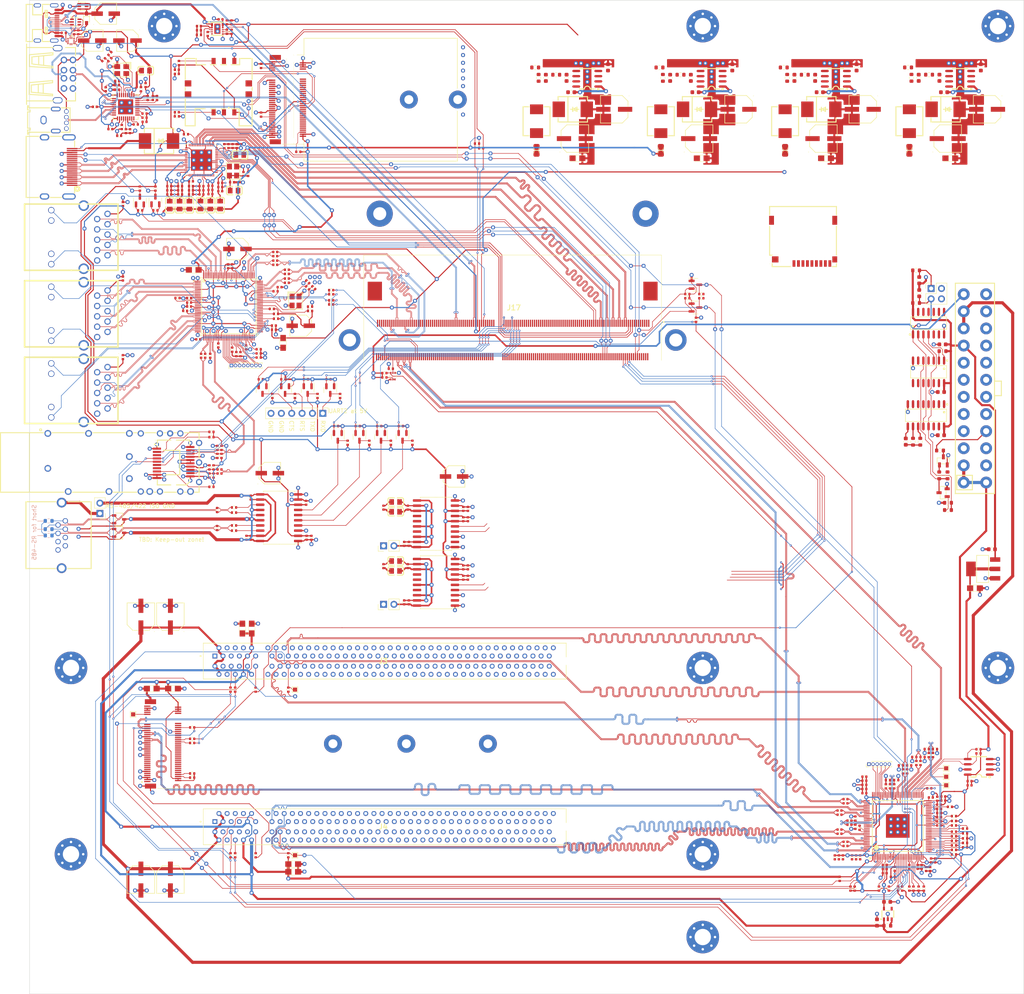
<source format=kicad_pcb>
(kicad_pcb (version 20221018) (generator pcbnew)
  (layers (0 "F.Cu" signal) (1 "In1.Cu" signal) (2 "In2.Cu" signal) (31 "B.Cu" signal) (34 "B.Paste" user) (35 "F.Paste" user) (36 "B.SilkS" user "B.Silkscreen") (37 "F.SilkS" user "F.Silkscreen") (38 "B.Mask" user) (39 "F.Mask" user) (44 "Edge.Cuts" user))
  (net 0 "")
  (net 1 "Net-(U6-CEXT)")
  (net 2 "Net-(C1-Pad2)")
  (net 3 "Net-(U1-BOOT)")
  (net 4 "Net-(D1-K)")
  (net 5 "GNDREF")
  (net 6 "/ChassisButtons/PWR_BTN")
  (net 7 "/ChassisButtons/RST_BTN")
  (net 8 "/5V")
  (net 9 "Net-(U1-COMP)")
  (net 10 "Net-(C8-Pad2)")
  (net 11 "Net-(U1-SS)")
  (net 12 "Net-(U2-SS)")
  (net 13 "Net-(U2-COMP)")
  (net 14 "Net-(C14-Pad2)")
  (net 15 "Net-(U2-BOOT)")
  (net 16 "Net-(D2-K)")
  (net 17 "/3V3")
  (net 18 "Net-(U3-SS)")
  (net 19 "Net-(U3-COMP)")
  (net 20 "Net-(C21-Pad2)")
  (net 21 "Net-(U3-BOOT)")
  (net 22 "Net-(D3-K)")
  (net 23 "/3V3_STANDBY")
  (net 24 "Net-(U4-SS)")
  (net 25 "Net-(U4-COMP)")
  (net 26 "Net-(C28-Pad2)")
  (net 27 "Net-(U4-BOOT)")
  (net 28 "Net-(D4-K)")
  (net 29 "/1V0_STANDBY")
  (net 30 "/1V0")
  (net 31 "/PowerSupply/PG")
  (net 32 "/ChassisButtons/VCC_LOGIC")
  (net 33 "/12V")
  (net 34 "/PowerSupply/-12V")
  (net 35 "/ChassisButtons/ATX_GREEN_LINE")
  (net 36 "/PowerSupply/-5V")
  (net 37 "Net-(Q1-G)")
  (net 38 "Net-(Q1-D)")
  (net 39 "Net-(Q2-G)")
  (net 40 "/ChassisButtons/CONN_4")
  (net 41 "Net-(U6-REXT)")
  (net 42 "Net-(U6-RS)")
  (net 43 "Net-(U5-1D)")
  (net 44 "/ChassisButtons/CONN_3")
  (net 45 "Net-(U1-VSENSE)")
  (net 46 "Net-(U2-VSENSE)")
  (net 47 "Net-(U3-VSENSE)")
  (net 48 "Net-(U4-VSENSE)")
  (net 53 "/ChassisButtons/CONN_2")
  (net 54 "/ChassisButtons/CONN_1")
  (net 80 "/PCIExpress/PCIE_Switch/PCIE0_CLK_N")
  (net 81 "/PCIExpress/PCIE_Switch/RCLK_N")
  (net 82 "/PCIExpress/PCIE_Switch/PCIE0_CLK_P")
  (net 83 "/PCIExpress/PCIE_Switch/RCLK_P")
  (net 88 "/PCIExpress/PCIE_X1_DATA.TX_P")
  (net 89 "/PCIExpress/PCIE_Switch/PCIE_PRE_TX_P")
  (net 90 "/PCIExpress/PCIE_X1_DATA.TX_N")
  (net 91 "/PCIExpress/PCIE_Switch/PCIE_PRE_TX_N")
  (net 92 "/PCIExpress/PCIE_Slot_1/PCIE1_TX_N")
  (net 93 "/PCIExpress/PCIE_Switch/PCIE1_PRE_TX_N")
  (net 94 "/PCIExpress/PCIE_Slot_1/PCIE1_TX_P")
  (net 95 "/PCIExpress/PCIE_Switch/PCIE1_PRE_TX_P")
  (net 96 "/PCIExpress/PCIE_Slot_2/PCIE2_TX_N")
  (net 97 "/PCIExpress/PCIE_Switch/PCIE2_PRE_TX_N")
  (net 162 "/PCIExpress/PCIE_Slot_2/PCIE2_TX_P")
  (net 163 "/PCIExpress/PCIE_Switch/PCIE2_PRE_TX_P")
  (net 165 "/PCIExpress/PCIE_Slot_3/PCIE3_TX_P")
  (net 166 "/PCIExpress/PCIE_Switch/PCIE3_PRE_TX_P")
  (net 167 "/PCIExpress/PCIE_Slot_3/PCIE3_TX_N")
  (net 168 "/PCIExpress/PCIE_Switch/PCIE3_PRE_TX_N")
  (net 169 "/PCIExpress/PCIE_Slot_1/PCIE1_PERST")
  (net 171 "/PCIExpress/PCIE_Slot_1/PCIE1_CLK_P")
  (net 172 "/PCIExpress/PCIE_Slot_1/PCIE1_CLK_N")
  (net 174 "/PCIExpress/PCIE_Slot_1/PCIE1_RX_P")
  (net 175 "/PCIExpress/PCIE_Slot_1/PCIE1_RX_N")
  (net 176 "/PCIExpress/PCIE_Slot_1/SM_CLK")
  (net 177 "/PCIExpress/PCIE_Slot_1/SM_DAT")
  (net 178 "/PCIExpress/PCIE_Slot_1/PCIE1_PRSNT")
  (net 179 "/PCIExpress/PCIE_Slot_3/PCIE3_PERST")
  (net 244 "/PCIExpress/PCIE_Slot_3/PCIE3_CLK_P")
  (net 245 "/PCIExpress/PCIE_Slot_3/PCIE3_CLK_N")
  (net 246 "/PCIExpress/PCIE_Slot_3/PCIE3_RX_P")
  (net 247 "/PCIExpress/PCIE_Slot_3/PCIE3_RX_N")
  (net 252 "/PCIExpress/PCIE_Slot_3/SM_CLK")
  (net 253 "/PCIExpress/PCIE_Slot_3/SM_DAT")
  (net 254 "/PCIExpress/PCIE_Slot_3/PCIE3_PRSNT")
  (net 255 "/PCIExpress/PCIE_Switch/CLK3_N")
  (net 256 "/PCIExpress/PCIE_Switch/CLK3_P")
  (net 257 "/PCIExpress/PCIE_Slot_2/PCIE2_CLK_N")
  (net 258 "/PCIExpress/PCIE_Switch/CLK2_N")
  (net 259 "/PCIExpress/PCIE_Slot_2/PCIE2_CLK_P")
  (net 260 "/PCIExpress/PCIE_Switch/CLK2_P")
  (net 261 "/PCIExpress/PCIE_Switch/CLK1_N")
  (net 326 "/PCIExpress/PCIE_Switch/CLK1_P")
  (net 327 "/PCIExpress/PCIE_Switch/CLK0_N")
  (net 329 "/PCIExpress/PCIE_Switch/CLK0_P")
  (net 330 "/PCIExpress/PCIE_Switch/GPIO0")
  (net 331 "/PCIExpress/PCIE_Switch/GPIO1")
  (net 332 "/PCIExpress/PCIE_Switch/GPIO2")
  (net 333 "/PCIExpress/PCIE_Switch/GPIO3")
  (net 335 "/PCIExpress/PCIE_Switch/GPIO4")
  (net 336 "/PCIExpress/PCIE_Switch/SLOTCLK")
  (net 338 "/PCIExpress/PCIE_Switch/SLOT_IMP1")
  (net 339 "/PCIExpress/PCIE_Switch/SLOT_IMP2")
  (net 340 "/PCIExpress/PCIE_Switch/SLOT_IMP3")
  (net 341 "/PCIExpress/PCIE_Switch/PWR_SAV")
  (net 342 "/PCIExpress/PCIE_Slot_2/PCIE2_PERST")
  (net 343 "/PCIExpress/PCIE_Switch/TEST3")
  (net 408 "/PowerSupply/1V0_PRE")
  (net 409 "/PowerSupply/1V1_PRE")
  (net 410 "/PowerSupply/1V8_PRE")
  (net 411 "/PowerSupply/2V5_PRE")
  (net 412 "Net-(C173-Pad1)")
  (net 413 "Net-(C174-Pad1)")
  (net 414 "Net-(C175-Pad1)")
  (net 415 "/1V1")
  (net 416 "Net-(R138-Pad2)")
  (net 417 "Net-(R139-Pad2)")
  (net 418 "Net-(R140-Pad2)")
  (net 439 "Net-(J10-Pad6)")
  (net 440 "Net-(J10-Pad8)")
  (net 441 "/PCIExpress/PCIE_Slot_2/SM_CLK")
  (net 442 "/PCIExpress/PCIE_Slot_2/SM_DAT")
  (net 443 "Net-(J10-Pad67)")
  (net 481 "/1V8")
  (net 482 "/Toradex/USB_DR.VBUS")
  (net 484 "Net-(U11-SS)")
  (net 485 "/CHASSIS")
  (net 486 "/Toradex/USB_DR.P")
  (net 488 "/2V5")
  (net 489 "/USB/3V3A")
  (net 490 "/USB/XTALIN")
  (net 491 "/USB/XTALOUT")
  (net 492 "Net-(U8-PLLFILT)")
  (net 493 "Net-(U8-RESET_N)")
  (net 494 "Net-(U8-CRFILT)")
  (net 495 "/USB/USB_D1_N")
  (net 496 "/USB/USB_D1_P")
  (net 497 "/USB/USB_D2_N")
  (net 498 "/USB/USB_D2_P")
  (net 499 "/USB/USB_D3_P")
  (net 500 "/USB/USB_D3_N")
  (net 501 "/Toradex/USB_UP.N")
  (net 502 "Net-(D6-K)")
  (net 503 "/DSI_HDMI/HDMI_TXD2_P")
  (net 504 "/DSI_HDMI/HDMI_TXD2_N")
  (net 505 "/DSI_HDMI/HDMI_TXD1_P")
  (net 506 "/DSI_HDMI/HDMI_TXD1_N")
  (net 507 "/DSI_HDMI/HDMI_TXD0_P")
  (net 508 "/DSI_HDMI/HDMI_TXD0_N")
  (net 509 "/DSI_HDMI/HDMI_TXC_P")
  (net 510 "/DSI_HDMI/HDMI_TXC_N")
  (net 517 "/COMBO_RJ45/RS_GND")
  (net 519 "/Toradex/USB_DR.N")
  (net 520 "/USB_DR/USB_DR_CC1")
  (net 521 "/Toradex/USB_DR.EN")
  (net 522 "/Toradex/USB_DR.nOC")
  (net 523 "/Toradex/USB_DR.ID")
  (net 524 "Net-(U11-ILIM)")
  (net 525 "Net-(U10-VBUS_DET)")
  (net 555 "/DSI_HDMI/I2S.BCLK")
  (net 557 "/DSI_HDMI/I2S.SYNC")
  (net 558 "/CANbus/CAN_1.TX")
  (net 559 "/DSI_HDMI/I2S.D_OUT")
  (net 560 "/CANbus/CAN_1.RX")
  (net 561 "/CANbus/CAN_2.TX")
  (net 562 "/CANbus/CAN_2.RX")
  (net 652 "/RS_485_422/UART_1.RXD")
  (net 654 "/RS_485_422/UART_1.TXD")
  (net 656 "/RS_485_422/UART_1.RTS")
  (net 658 "/RS_485_422/UART_1.CTS")
  (net 660 "/Toradex/UART_2.RXD")
  (net 662 "/Toradex/UART_2.TXD")
  (net 664 "/Toradex/UART_2.RTS")
  (net 666 "/Toradex/UART_2.CTS")
  (net 670 "/Toradex/UART_3.RXD")
  (net 672 "/Toradex/UART_3.TXD")
  (net 674 "/Toradex/UART_4.RXD")
  (net 676 "/Toradex/UART_4.TXD")
  (net 704 "/Toradex/USB_UP.P")
  (net 706 "/MobileModem/USB_MODEM.P")
  (net 743 "/Ethernet/ETH_LED.0")
  (net 745 "/Ethernet/ETH_LED.1")
  (net 769 "Net-(J18-Pad6)")
  (net 770 "Net-(J18-Pad21)")
  (net 771 "Net-(J18-Pad69)")
  (net 772 "/MobileModem/USB_MODEM.N")
  (net 774 "Net-(U8-RBIAS)")
  (net 792 "Net-(C84-Pad1)")
  (net 794 "/MobileModem/UIM1_CLK")
  (net 795 "/MobileModem/UIM1_PWR")
  (net 797 "/MobileModem/UIM1_RESET")
  (net 818 "/MobileModem/UIM1_DATA")
  (net 824 "Net-(U8-SUSP_IND{slash}LOCAL_PWR{slash}NON_REM0)")
  (net 825 "Net-(U8-HS_IND{slash}CFG_SEL1)")
  (net 826 "/Toradex/PCIE_1_nRESET")
  (net 827 "Net-(U8-OCS_N4)")
  (net 828 "Net-(U8-OCS_N3)")
  (net 829 "Net-(U8-OCS_N1)")
  (net 830 "Net-(U8-OCS_N2)")
  (net 836 "/DSI_HDMI/VCCA_HDMIPLL")
  (net 837 "/DSI_HDMI/VCCA_LVDSPLL")
  (net 838 "/DSI_HDMI/VCCA_HDMITX")
  (net 839 "/DSI_HDMI/VCCA_SYSCLK")
  (net 840 "/DSI_HDMI/VDD")
  (net 841 "/DSI_HDMI/VCCA_MIPIRX")
  (net 842 "/DSI_HDMI/VCCA_LVDSTX")
  (net 843 "/DSI_HDMI/DSI.INT")
  (net 844 "/DSI_HDMI/DSI.D0_P")
  (net 845 "/DSI_HDMI/DSI.D0_N")
  (net 846 "/DSI_HDMI/DSI.D1_P")
  (net 847 "Net-(OSC1-Enable{slash}Disable)")
  (net 848 "Net-(U13C-R6K)")
  (net 849 "/DSI_HDMI/DSI.D1_N")
  (net 850 "/DSI_HDMI/DSI.CLK_P")
  (net 851 "/DSI_HDMI/DSI.CLK_N")
  (net 852 "/DSI_HDMI/DSI.D2_P")
  (net 853 "/DSI_HDMI/DSI.D2_N")
  (net 854 "/DSI_HDMI/DSI.D3_P")
  (net 857 "Net-(U13C-LPF)")
  (net 860 "/DSI_HDMI/XTALI")
  (net 872 "/DSI_HDMI/DSI.D3_N")
  (net 873 "/DSI_HDMI/DSI.HPD")
  (net 874 "/DSI_HDMI/DSI.nRST")
  (net 875 "/DSI_HDMI/I2C_1.SDA")
  (net 876 "/DSI_HDMI/I2C_1.SCL")
  (net 877 "/DSI_HDMI/I2C_2_DSI.SDA")
  (net 878 "/DSI_HDMI/I2C_HDMI_SDA")
  (net 879 "/DSI_HDMI/I2C_2_DSI.SCL")
  (net 880 "/DSI_HDMI/I2C_HDMI_SCL")
  (net 881 "/USB_DR/USB_DR_CC2")
  (net 882 "/Toradex/1V8")
  (net 883 "/PCIExpress/PCIE_Switch/VC1_EN")
  (net 884 "/PCIExpress/PCIE_Switch/TEST4")
  (net 885 "/PCIExpress/PCIE_Switch/RXPOLINV_DIS")
  (net 886 "/PCIExpress/PCIE_Switch/TEST1")
  (net 887 "/PCIExpress/PCIE_Switch/TEST5")
  (net 888 "/PCIExpress/PCIE_Switch/SCAN_EN")
  (net 889 "/PCIExpress/PCIE_Switch/TEST6")
  (net 890 "/PCIExpress/PCIE_Switch/PL_512B")
  (net 891 "/PCIExpress/PCIE_Switch/CLKBUF_PD")
  (net 892 "/PCIExpress/PCIE_Switch/GPIO5")
  (net 893 "/PCIExpress/PCIE_Switch/GPIO6")
  (net 894 "/PCIExpress/PCIE_Switch/GPIO7")
  (net 895 "/PCIExpress/PCIE_Switch/STATUS0")
  (net 896 "/PCIExpress/PCIE_Switch/STATUS1")
  (net 897 "/PCIExpress/PCIE_Switch/STATUS2")
  (net 898 "/PCIExpress/PCIE_Slot_2/PCIE2_PRSNT")
  (net 899 "/PCIExpress/PCIE_X1_CLK.N")
  (net 900 "/PCIExpress/PCIE_X1_CLK.P")
  (net 901 "/PCIExpress/PCIE_Switch/PCIE_SW_TCK")
  (net 902 "/PCIExpress/PCIE_Switch/PCIE_SW_TDI")
  (net 903 "/PCIExpress/PCIE_Switch/PCIE_SW_TDO")
  (net 904 "/PCIExpress/PCIE_Switch/PCIE_SW_TMS")
  (net 905 "/PCIExpress/PCIE_Switch/PCIE_SW_TRST_L")
  (net 906 "/PCIExpress/PCIE_Slot_2/PCIE2_RX_P")
  (net 907 "/PCIExpress/PCIE_Slot_2/PCIE2_RX_N")
  (net 908 "/PCIExpress/PCIE_X1_DATA.RX_N")
  (net 909 "/PCIExpress/PCIE_X1_DATA.RX_P")
  (net 917 "Net-(U16-EN)")
  (net 918 "Net-(T1A-D1)")
  (net 919 "/PCIExpress/PCIE_X1_CTRL.nRST")
  (net 920 "/PCIExpress/PCIE_Switch/EE_I2C_SCL")
  (net 921 "/PCIExpress/PCIE_Switch/EE_I2C_SDA")
  (net 924 "/PCIExpress/PCIE_Switch/IREF")
  (net 925 "/PCIExpress/PCIE_Switch/REXT_GND")
  (net 926 "/PCIExpress/PCIE_Switch/REXT")
  (net 927 "/PCIExpress/PCIE_Switch/TEST2")
  (net 928 "/PCIExpress/PCIE_Slot_1/nWAKE")
  (net 929 "/PCIExpress/PCIE_X1_CTRL.nWAKE")
  (net 930 "/PCIExpress/PCIE_Slot_2/nWAKE")
  (net 931 "/PCIExpress/PCIE_Slot_3/nWAKE")
  (net 932 "/Ethernet/Ethernet_Switch/XTALI")
  (net 933 "/Ethernet/Ethernet_Switch/XTALO")
  (net 934 "/Ethernet/ETH_MGMT.nRST")
  (net 935 "/Ethernet/Ethernet_SFP_Port_4/SFP_RX_N")
  (net 936 "/Ethernet/Ethernet_SFP_Port_4/HSIN")
  (net 937 "/Ethernet/Ethernet_SFP_Port_4/SFP_RX_P")
  (net 938 "/Ethernet/Ethernet_SFP_Port_4/HSIP")
  (net 939 "/Ethernet/Ethernet_SFP_Port_4/SFP_TX_P")
  (net 940 "/Ethernet/Ethernet_SFP_Port_4/HSOP")
  (net 941 "/Ethernet/Ethernet_SFP_Port_4/SFP_TX_N")
  (net 942 "/Ethernet/Ethernet_SFP_Port_4/HSON")
  (net 943 "/Ethernet/Ethernet_Switch/P0_MDI_A_P")
  (net 944 "/Ethernet/ETH_UP_MDI.0_N")
  (net 945 "/Ethernet/Ethernet_Switch/P0_MDI_A_N")
  (net 946 "/Ethernet/ETH_UP_MDI.0_P")
  (net 947 "/Ethernet/Ethernet_Switch/P0_MDI_B_P")
  (net 948 "/Ethernet/ETH_UP_MDI.1_N")
  (net 949 "/Ethernet/Ethernet_Switch/P0_MDI_B_N")
  (net 950 "/Ethernet/ETH_UP_MDI.1_P")
  (net 951 "/Ethernet/Ethernet_Switch/P0_MDI_C_P")
  (net 952 "/Ethernet/ETH_UP_MDI.2_N")
  (net 953 "/Ethernet/Ethernet_Switch/P0_MDI_C_N")
  (net 954 "/Ethernet/ETH_UP_MDI.2_P")
  (net 955 "/Ethernet/Ethernet_Switch/P0_MDI_D_P")
  (net 956 "/Ethernet/ETH_UP_MDI.3_N")
  (net 957 "/Ethernet/Ethernet_Switch/P0_MDI_D_N")
  (net 958 "/Ethernet/ETH_UP_MDI.3_P")
  (net 959 "/Ethernet/Ethernet_Switch/RXD_GPIO_01")
  (net 960 "/Ethernet/Ethernet_Switch/TXD_GPIO_02")
  (net 961 "/Ethernet/Ethernet_Switch/GPIO_03")
  (net 962 "/Ethernet/Ethernet_Switch/SPI_CLK")
  (net 963 "/Ethernet/Ethernet_Switch/SPI_D0")
  (net 964 "/Ethernet/Ethernet_Switch/SPI_D1")
  (net 965 "/Ethernet/Ethernet_Switch/SPI_CS")
  (net 966 "/Ethernet/SMBUS.SDA")
  (net 967 "/Ethernet/SMBUS.SCL")
  (net 968 "/Ethernet/Ethernet_Switch/MDIREF")
  (net 969 "Net-(U18-M2P_RXCLK{slash}M2M_TXCLK{slash}RG2_TXCLK{slash}GPIO06)")
  (net 970 "Net-(U18-M2P_TXCLK{slash}M2M_RXCLK{slash}RG2_RXCLK{slash}GPIO07)")
  (net 971 "Net-(U18-M2P_TXEN{slash}M2M_RXDV{slash}RG2_RXCTL{slash}GPIO08)")
  (net 972 "Net-(U18-M2P_TXD2{slash}M2M_RXD2{slash}RG2_RXD2{slash}GPIO11)")
  (net 973 "Net-(U18-M2P_TXD3{slash}M2M_RXD3{slash}RG2_RXD3{slash}GPIO12)")
  (net 974 "Net-(U18-EN_SWR)")
  (net 975 "/Ethernet/Ethernet_Switch/DL")
  (net 976 "/Ethernet/Ethernet_Switch/EN_PL")
  (net 977 "/Ethernet/Ethernet_Switch/SMI_SEL")
  (net 978 "/Ethernet/Ethernet_Switch/MGMT_DATA")
  (net 979 "/Ethernet/ETH_MGMT.MDIO")
  (net 980 "/Ethernet/Ethernet_Switch/MGMT_CLK")
  (net 981 "/Ethernet/ETH_MGMT.MDC")
  (net 982 "/Ethernet/Ethernet_RJ45_Port_2/P3_MDI_A_P")
  (net 983 "/Ethernet/Ethernet_RJ45_Port_2/P3_MDI_A_N")
  (net 984 "/Ethernet/Ethernet_RJ45_Port_2/P3_MDI_B_P")
  (net 985 "/Ethernet/Ethernet_RJ45_Port_2/P3_MDI_B_N")
  (net 986 "/Ethernet/Ethernet_RJ45_Port_2/P3_MDI_C_P")
  (net 987 "/Ethernet/Ethernet_RJ45_Port_2/P3_MDI_C_N")
  (net 988 "/Ethernet/Ethernet_RJ45_Port_2/P3_MDI_D_P")
  (net 989 "/Ethernet/Ethernet_RJ45_Port_2/P3_MDI_D_N")
  (net 993 "/Ethernet/Ethernet_RJ45_Port_3/P4_MDI_A_P")
  (net 994 "/Ethernet/Ethernet_RJ45_Port_3/P4_MDI_A_N")
  (net 995 "/Ethernet/Ethernet_RJ45_Port_3/P4_MDI_B_P")
  (net 996 "/Ethernet/Ethernet_RJ45_Port_3/P4_MDI_B_N")
  (net 997 "/Ethernet/Ethernet_RJ45_Port_3/P4_MDI_C_N")
  (net 998 "/Ethernet/Ethernet_RJ45_Port_3/P4_MDI_C_P")
  (net 999 "/Ethernet/Ethernet_RJ45_Port_3/P4_MDI_D_P")
  (net 1000 "/Ethernet/Ethernet_RJ45_Port_3/P4_MDI_D_N")
  (net 1005 "/Ethernet/Ethernet_RJ45_Port_3/P4_LED_0")
  (net 1006 "/Ethernet/Ethernet_RJ45_Port_3/P4_LED_1")
  (net 1007 "/Ethernet/Ethernet_RJ45_Port_2/P3_LED_1")
  (net 1008 "/Ethernet/Ethernet_RJ45_Port_2/P3_LED_0")
  (net 1009 "/Ethernet/Ethernet_RJ45_Port_1/P2_LED_0")
  (net 1010 "/Ethernet/Ethernet_RJ45_Port_1/P2_LED_1")
  (net 1011 "/Ethernet/Ethernet_Switch/P1_LED_1")
  (net 1012 "/Ethernet/Ethernet_Switch/P1_LED_0")
  (net 1013 "/Ethernet/Ethernet_Switch/P0_LED_1")
  (net 1014 "/Ethernet/Ethernet_Switch/P1_MDI_A_P")
  (net 1015 "/Ethernet/Ethernet_Switch/P1_MDI_A_N")
  (net 1016 "/Ethernet/Ethernet_Switch/P1_MDI_B_P")
  (net 1017 "/Ethernet/Ethernet_Switch/P1_MDI_B_N")
  (net 1018 "/Ethernet/Ethernet_Switch/P1_MDI_C_P")
  (net 1019 "/Ethernet/Ethernet_Switch/P1_MDI_C_N")
  (net 1020 "/Ethernet/Ethernet_Switch/P1_MDI_D_P")
  (net 1021 "/Ethernet/Ethernet_Switch/P1_MDI_D_N")
  (net 1022 "/Ethernet/Ethernet_RJ45_Port_1/P2_MDI_A_P")
  (net 1023 "/Ethernet/Ethernet_RJ45_Port_1/P2_MDI_A_N")
  (net 1024 "/Ethernet/Ethernet_RJ45_Port_1/P2_MDI_B_P")
  (net 1025 "/Ethernet/Ethernet_RJ45_Port_1/P2_MDI_B_N")
  (net 1026 "/Ethernet/Ethernet_RJ45_Port_1/P2_MDI_C_P")
  (net 1027 "/Ethernet/Ethernet_RJ45_Port_1/P2_MDI_C_N")
  (net 1028 "/Ethernet/Ethernet_RJ45_Port_1/P2_MDI_D_P")
  (net 1029 "/Ethernet/Ethernet_RJ45_Port_1/P2_MDI_D_N")
  (net 1030 "/UART_5V/RXD_2_H")
  (net 1031 "/UART_5V/TXD_2_H")
  (net 1032 "/UART_5V/RTS_2_H")
  (net 1033 "/UART_5V/CTS_2_H")
  (net 1034 "/RS_485_422/RXD_1_H")
  (net 1035 "/RS_485_422/TXD_1_H")
  (net 1036 "/RS_485_422/RTS_1_H")
  (net 1037 "/RS_485_422/CTS_1_H")
  (net 1038 "/RS_485_422/RS_ISO_5V")
  (net 1039 "/COMBO_RJ45/RS.R_N")
  (net 1040 "/RS_485_422/B")
  (net 1041 "/RS_485_422/A")
  (net 1042 "/COMBO_RJ45/RS.R_P")
  (net 1043 "/COMBO_RJ45/RS.D_P")
  (net 1044 "/COMBO_RJ45/RS.D_N")
  (net 1045 "/RS_485_422/Z")
  (net 1046 "/RS_485_422/Y")
  (net 1047 "/RS_485_422/RS_ISO_GND")
  (net 1048 "Net-(R171-Pad1)")
  (net 1049 "/CANbus/CAN_Channel_1/CAN_ISO_GND")
  (net 1050 "/CANbus/CAN_Channel_1/CAN_ISO_VCC")
  (net 1051 "Net-(C194-Pad1)")
  (net 1052 "Net-(C194-Pad2)")
  (net 1053 "/CANbus/CAN_Channel_2/CAN_ISO_GND")
  (net 1054 "/CANbus/CAN_Channel_2/CAN_ISO_VCC")
  (net 1055 "Net-(C203-Pad1)")
  (net 1056 "Net-(C203-Pad2)")
  (net 1057 "/CANbus/CAN_Channel_1/CAN_1_CONN_GND")
  (net 1058 "/CANbus/CAN_Channel_2/CAN_2_CONN_GND")
  (net 1061 "/CANbus/CAN_1_ISO.L")
  (net 1062 "/CANbus/CAN_1_ISO.H")
  (net 1065 "/CANbus/CAN_2_ISO.L")
  (net 1066 "/CANbus/CAN_2_ISO.H")
  (footprint "Resistor_SMD:R_0402_1005Metric" (layer "F.Cu") (at 94.7146 102.9208)
    (fp_text reference "R137" hide)
    (fp_text value "4.7k" hide)
  )
  (footprint "Capacitor_SMD:C_0402_1005Metric" (layer "F.Cu") (at 233.934 226.0092)
    (fp_text reference "C133" hide)
    (fp_text value "100nF" hide)
  )
  (footprint "Resistor_SMD:R_0402_1005Metric" (layer "F.Cu") (at 81.3054 156.6926 -90)
    (fp_text reference "R168" hide)
    (fp_text value "120R" hide)
  )
  (footprint "Capacitor_SMD:C_0402_1005Metric" (layer "F.Cu") (at 128.3244 160.5762 90)
    (fp_text reference "C200" hide)
    (fp_text value "10nF" hide)
  )
  (footprint "Capacitor_SMD:C_0603_1608Metric" (layer "F.Cu") (at 271.299223 161.8996)
    (fp_text reference "C88" hide)
    (fp_text value "100nF" hide)
  )
  (footprint "Capacitor_SMD:C_0402_1005Metric" (layer "F.Cu") (at 71.4248 44.2468)
    (fp_text reference "C85" hide)
    (fp_text value "4.7uF" hide)
  )
  (footprint "Resistor_SMD:R_0402_1005Metric" (layer "F.Cu") (at 76.837 35.687)
    (fp_text reference "R34" hide)
    (fp_text value "10k" hide)
  )
  (footprint "Capacitor_SMD:C_0402_1005Metric" (layer "F.Cu") (at 235.4072 234.696)
    (fp_text reference "C128" hide)
    (fp_text value "100nF" hide)
  )
  (footprint "Capacitor_SMD:C_0402_1005Metric" (layer "F.Cu") (at 58.1914 77.1906 90)
    (fp_text reference "C173" hide)
    (fp_text value "100nF" hide)
  )
  (footprint "Connector_PinHeader_2.54mm:PinHeader_1x02_P2.54mm_Vertical" (layer "F.Cu") (at 52.5526 153.1162 180)
    (fp_text reference "J22" hide)
    (fp_text value "Conn_01x02_Pin" hide)
  )
  (footprint "Capacitor_SMD:C_0603_1608Metric" (layer "F.Cu") (at 268.599 43.6626 -90)
    (fp_text reference "C9" hide)
    (fp_text value "8.2nF" hide)
  )
  (footprint "Resistor_SMD:R_0402_1005Metric" (layer "F.Cu") (at 243.6114 245.1608 90)
    (fp_text reference "R92" hide)
    (fp_text value "5.1k" hide)
  )
  (footprint "Capacitor_SMD:C_0603_1608Metric" (layer "F.Cu") (at 253.486 95.887 90)
    (fp_text reference "C4" hide)
    (fp_text value "100nF" hide)
  )
  (footprint "USB_ESD:USB_ESD" (layer "F.Cu") (at 46.609 32.512 -90)
    (fp_text reference "U9" hide)
    (fp_text value "PUSB2X4Y-N" hide)
  )
  (footprint "Ferrite_Bead_100:Ferrite_Bead_100" (layer "F.Cu") (at 79.629 77.4446 90)
    (fp_text reference "FB3" hide)
    (fp_text value "GZ2012D101TF" hide)
  )
  (footprint "Resistor_SMD:R_0402_1005Metric" (layer "F.Cu") (at 84.836 34.923 90)
    (fp_text reference "R35" hide)
    (fp_text value "28.7k" hide)
  )
  (footprint "USB_ESD:USB_ESD" (layer "F.Cu") (at 48.387 28.702 -90)
    (fp_text reference "U12" hide)
    (fp_text value "PUSB2X4Y-N" hide)
  )
  (footprint "Capacitor_SMD:C_0402_1005Metric" (layer "F.Cu") (at 82.07 73.025 180)
    (fp_text reference "C69" hide)
    (fp_text value "100nF" hide)
  )
  (footprint "Resistor_SMD:R_0603_1608Metric" (layer "F.Cu") (at 164.459 45.466 180)
    (fp_text reference "R20" hide)
    (fp_text value "25.5k" hide)
  )
  (footprint "Capacitor_SMD:C_0402_1005Metric" (layer "F.Cu") (at 74.4194 100.2538)
    (fp_text reference "C146" hide)
    (fp_text value "10uF" hide)
  )
  (footprint "Capacitor_SMD:C_0402_1005Metric" (layer "F.Cu") (at 142.797 166.3446 -90)
    (fp_text reference "C190" hide)
    (fp_text value "10uF" hide)
  )
  (footprint "Ferrite_Bead_100:Ferrite_Bead_100" (layer "F.Cu") (at 85.471 73.886 180)
    (fp_text reference "FB9" hide)
    (fp_text value "GZ2012D101TF" hide)
  )
  (footprint "Capacitor_SMD:C_0402_1005Metric" (layer "F.Cu") (at 103.2492 159.0802 90)
    (fp_text reference "C180" hide)
    (fp_text value "10uF" hide)
  )
  (footprint "PCIE_Switch:PCIE_Switch" (layer "F.Cu") (at 248.223105 229.786902)
    (fp_text reference "U15" hide)
    (fp_text value "PI7C9X2G404SLBFDEX" hide)
  )
  (footprint "Resistor_SMD:R_0402_1005Metric" (layer "F.Cu") (at 109.2708 99.3394)
    (fp_text reference "R134" hide)
    (fp_text value "0R" hide)
  )
  (footprint "Resistor_SMD:R_0402_1005Metric" (layer "F.Cu") (at 64.262 51.183 -90)
    (fp_text reference "R26" hide)
    (fp_text value "10k" hide)
  )
  (footprint "CAP_L5:CAP_L5" (layer "F.Cu") (at 86.2838 88.2142 180)
    (fp_text reference "C179" hide)
    (fp_text value "47uF" hide)
  )
  (footprint "Package_TO_SOT_SMD:SOT-23" (layer "F.Cu") (at 198.6003 102.586)
    (fp_text reference "Q6" hide)
    (fp_text value "BSS138" hide)
  )
  (footprint "Capacitor_SMD:C_0603_1608Metric" (layer "F.Cu") (at 197.479 46.228 90)
    (fp_text reference "C20" hide)
    (fp_text value "10pF" hide)
  )
  (footprint "CustomJumper:R_0805_2012Metric" (layer "F.Cu") (at 190.113 64.01 -90)
    (fp_text reference "JP3" hide)
    (fp_text value "~" hide)
  )
  (footprint "SFP_Connector:SFP_Connector" (layer "F.Cu") (at 70.6374 140.6144 -90)
    (fp_text reference "S1" hide)
    (fp_text value "HC-SFP-20P" hide)
  )
  (footprint "Resistor_SMD:R_0402_1005Metric" (layer "F.Cu") (at 62.349 73.406 90)
    (fp_text reference "R47" hide)
    (fp_text value "4.7k" hide)
  )
  (footprint "USB_HUB:USB_HUB" (layer "F.Cu") (at 58.863586 53.333873 -90)
    (fp_text reference "U8" hide)
    (fp_text value "USB2514B-I_M2" hide)
  )
  (footprint "CAP_L6:CAP_L6" (layer "F.Cu") (at 239.643 53.9496 180)
    (fp_text reference "C11" hide)
    (fp_text value "10uF" hide)
  )
  (footprint "Resistor_SMD:R_0402_1005Metric" (layer "F.Cu") (at 109.2728 101.8286)
    (fp_text reference "R135" hide)
    (fp_text value "0R" hide)
  )
  (footprint "Package_TO_SOT_SMD:SOT-23" (layer "F.Cu") (at 198.6003 96.998)
    (fp_text reference "Q5" hide)
    (fp_text value "BSS138" hide)
  )
  (footprint "M2_Slot:M2_Slot" (layer "F.Cu") (at 68.066 209.6536 90)
    (fp_text reference "J10" hide)
    (fp_text value "1-2199230-5" hide)
  )
  (footprint "Resistor_SMD:R_0402_1005Metric" (layer "F.Cu") (at 122.3244 118.6688 180)
    (fp_text reference "R56" hide)
    (fp_text value "10k" hide)
  )
  (footprint "Capacitor_SMD:C_0402_1005Metric" (layer "F.Cu") (at 78.994 35.461 90)
    (fp_text reference "C55" hide)
    (fp_text value "10nF" hide)
  )
  (footprint "Capacitor_SMD:C_0402_1005Metric" (layer "F.Cu") (at 142.8024 151.9936 -90)
    (fp_text reference "C197" hide)
    (fp_text value "10uF" hide)
  )
  (footprint "Capacitor_SMD:C_0402_1005Metric" (layer "F.Cu") (at 122.096 166.0424 90)
    (fp_text reference "C194" hide)
    (fp_text value "10uF" hide)
  )
  (footprint "Resistor_SMD:R_0402_1005Metric" (layer "F.Cu") (at 262.001 229.6668 180)
    (fp_text reference "R91" hide)
    (fp_text value "5.1k" hide)
  )
  (footprint "Capacitor_SMD:C_0402_1005Metric" (layer "F.Cu") (at 237.0074 237.49 90)
    (fp_text reference "C110" hide)
    (fp_text value "10uF" hide)
  )
  (footprint "MicroSD_Holder:MicroSD_Holder" (layer "F.Cu") (at 225.015536 86.479498 180)
    (fp_text reference "J16" hide)
    (fp_text value "TF-115K" hide)
  )
  (footprint "Resistor_SMD:R_0402_1005Metric" (layer "F.Cu") (at 79.9084 133.096 180)
    (fp_text reference "R138" hide)
    (fp_text value "10k" hide)
  )
  (footprint "Resistor_SMD:R_0402_1005Metric" (layer "F.Cu") (at 237.6424 245.1608 90)
    (fp_text reference "R95" hide)
    (fp_text value "5.1k" hide)
  )
  (footprint "Ferrite_Bead_100:Ferrite_Bead_100" (layer "F.Cu") (at 125.072182 152.7048 180)
    (fp_text reference "FB13" hide)
    (fp_text value "GZ2012D101TF" hide)
  )
  (footprint "Resistor_SMD:R_0402_1005Metric" (layer "F.Cu") (at 252.0696 245.1588 90)
    (fp_text reference "R100" hide)
    (fp_text value "330R" hide)
  )
  (footprint "CAP_L6:CAP_L6" (layer "F.Cu") (at 69.844 242.953 -90)
    (fp_text reference "C140" hide)
    (fp_text value "47uF" hide)
  )
  (footprint "Resistor_SMD:R_0402_1005Metric" (layer "F.Cu") (at 262.001 228.5746 180)
    (fp_text reference "R103" hide)
    (fp_text value "330R" hide)
  )
  (footprint "Ferrite_Bead_100:Ferrite_Bead_100" (layer "F.Cu") (at 125.0678 164.7978 180)
    (fp_text reference "FB10" hide)
    (fp_text value "GZ2012D101TF" hide)
  )
  (footprint "AMS1117-3.3:AMS1117-3.3" (layer "F.Cu") (at 269.1384 166.7256)
    (fp_text reference "U14" hide)
    (fp_text value "AMS1117-3_3" hide)
  )
  (footprint "Resistor_SMD:R_0402_1005Metric" (layer "F.Cu") (at 75.178 205.615)
    (fp_text reference "R63" hide)
    (fp_text value "0R" hide)
  )
  (footprint "Package_SO:SOIC-20W_7.5x12.8mm_P1.27mm" (layer "F.Cu") (at 134.9774 155.6512 180)
    (fp_text reference "U23" hide)
    (fp_text value "ADM3053" hide)
  )
  (footprint "Resistor_SMD:R_0402_1005Metric" (layer "F.Cu") (at 250.5142 216.408 -90)
    (fp_text reference "R69" hide)
    (fp_text value "33R" hide)
  )
  (footprint "MountingHole:MountingHole_4mm_Pad_Via" (layer "F.Cu") (at 200.4 257.05)
    (fp_text reference "H9" hide)
    (fp_text value "MountingHole" hide)
  )
  (footprint "Capacitor_SMD:C_0402_1005Metric" (layer "F.Cu") (at 103.124 150.495 -90)
    (fp_text reference "C185" hide)
    (fp_text value "10nF" hide)
  )
  (footprint "Resistor_SMD:R_0402_1005Metric" (layer "F.Cu") (at 81.3562 137.031 -90)
    (fp_text reference "R142" hide)
    (fp_text value "10k" hide)
  )
  (footprint "Capacitor_SMD:C_0402_1005Metric" (layer "F.Cu") (at 81.5848 111.887 90)
    (fp_text reference "C154" hide)
    (fp_text value "100nF" hide)
  )
  (footprint "PCIE_x16_Slot:PCIE_x16_Slot" (layer "F.Cu") (at 80.75 188.094)
    (fp_text reference "J3")
    (fp_text value "10018784-10213TLF" hide)
  )
  (footprint "Resistor_SMD:R_0402_1005Metric" (layer "F.Cu") (at 251.0536 245.1608 90)
    (fp_text reference "R99" hide)
    (fp_text value "330R" hide)
  )
  (footprint "M2_Slot:M2_Slot" (layer "F.Cu") (at 98.679 51.562 90)
    (fp_text reference "J18" hide)
    (fp_text value "1-2199230-5" hide)
  )
  (footprint "RJ45_MAGJACK:RJ45_MAGJACK_HY911130A" (layer "F.Cu") (at 47.528971 104.12091 -90)
    (fp_text reference "J6" hide)
    (fp_text value "HY911130A" hide)
  )
  (footprint "Resistor_SMD:R_0402_1005Metric" (layer "F.Cu") (at 121.0564 131.6736)
    (fp_text reference "R156" hide)
    (fp_text value "1.8k" hide)
  )
  (footprint "Capacitor_SMD:C_0402_1005Metric" (layer "F.Cu") (at 98.3996 96.52)
    (fp_text reference "C165" hide)
    (fp_text value "100nF" hide)
  )
  (footprint "Resistor_SMD:R_0603_1608Metric" (layer "F.Cu") (at 260.423 143.768038 90)
    (fp_text reference "R8" hide)
    (fp_text value "10k" hide)
  )
  (footprint "Package_TO_SOT_SMD:SOT-23" (layer "F.Cu") (at 109.0422 122.8344 -90)
    (fp_text reference "Q11" hide)
    (fp_text value "BSS138" hide)
  )
  (footprint "Ferrite_Bead_100:Ferrite_Bead_100" (layer "F.Cu") (at 74.506 77.455 90)
    (fp_text reference "FB2" hide)
    (fp_text value "GZ2012D101TF" hide)
  )
  (footprint "Resistor_SMD:R_0402_1005Metric" (layer "F.Cu") (at 115.7732 131.6736)
    (fp_text reference "R158" hide)
    (fp_text value "1.8k" hide)
  )
  (footprint "Capacitor_SMD:C_0402_1005Metric" (layer "F.Cu") (at 240.03 219.71)
    (fp_text reference "C121" hide)
    (fp_text value "100nF" hide)
  )
  (footprint "Resistor_SMD:R_0603_1608Metric" (layer "F.Cu") (at 260.535 150.497 180)
    (fp_text reference "R7" hide)
    (fp_text value "10k" hide)
  )
  (footprint "CAP_TANTAL_A:CAP_TANTAL_A" (layer "F.Cu") (at 70.479 196.09)
    (fp_text reference "C144" hide)
    (fp_text value "10uF" hide)
  )
  (footprint "NTZD3154NT1G:NTZD3154NT1G" (layer "F.Cu") (at 124.4092 119.4308 -90)
    (fp_text reference "T1" hide)
    (fp_text value "NTZD3154NT1G" hide)
  )
  (footprint "Resistor_SMD:R_0603_1608Metric" (layer "F.Cu") (at 258.391 143.768038 90)
    (fp_text reference "R9" hide)
    (fp_text value "100" hide)
  )
  (footprint "Capacitor_SMD:C_0402_1005Metric" (layer "F.Cu") (at 233.934 231.6988)
    (fp_text reference "C134" hide)
    (fp_text value "100nF" hide)
  )
  (footprint "Capacitor_SMD:C_0402_1005Metric" (layer "F.Cu") (at 69.553 74.837782 180)
    (fp_text reference "C67" hide)
    (fp_text value "10nF" hide)
  )
  (footprint "Capacitor_SMD:C_0402_1005Metric" (layer "F.Cu") (at 258.3688 225.6028 180)
    (fp_text reference "C95" hide)
    (fp_text value "100nF" hide)
  )
  (footprint "Resistor_SMD:R_0402_1005Metric" (layer "F.Cu") (at 118.618 135.765 -90)
    (fp_text reference "R159" hide)
    (fp_text value "4.7k" hide)
  )
  (footprint "Resistor_SMD:R_0402_1005Metric" (layer "F.Cu") (at 101.213 64.391 180)
    (fp_text reference "R50" hide)
    (fp_text value "100k" hide)
  )
  (footprint "Resistor_SMD:R_0402_1005Metric" (layer "F.Cu") (at 91.4908 114.8588 180)
    (fp_text reference "R125" hide)
    (fp_text value "1k" hide)
  )
  (footprint "Capacitor_SMD:C_0402_1005Metric" (layer "F.Cu") (at 245.0312 241.3762)
    (fp_text reference "C109" hide)
    (fp_text value "100nF" hide)
  )
  (footprint "Capacitor_SMD:C_0402_1005Metric" (layer "F.Cu") (at 236.3664 229.491)
    (fp_text reference "C126" hide)
    (fp_text value "100nF" hide)
  )
  (footprint "Capacitor_SMD:C_0402_1005Metric" (layer "F.Cu") (at 74.887 71.613)
    (fp_text reference "C80" hide)
    (fp_text value "2.2nF" hide)
  )
  (footprint "Resistor_SMD:R_0402_1005Metric" (layer "F.Cu") (at 61.341 57.658)
    (fp_text reference "R33" hide)
    (fp_text value "10k" hide)
  )
  (footprint "Capacitor_SMD:C_0402_1005Metric" (layer "F.Cu") (at 51.308 53.34)
    (fp_text reference "C38" hide)
    (fp_text value "100nF" hide)
  )
  (footprint "Capacitor_SMD:C_0402_1005Metric" (layer "F.Cu") (at 71.4248 45.2628)
    (fp_text reference "C86" hide)
    (fp_text value "100nF" hide)
  )
  (footprint "Capacitor_SMD:C_0402_1005Metric" (layer "F.Cu") (at 240.03 217.7034)
    (fp_text reference "C124" hide)
    (fp_text value "100nF" hide)
  )
  (footprint "Capacitor_SMD:C_0402_1005Metric" (layer "F.Cu") (at 77.455 72.805782)
    (fp_text reference "C77" hide)
    (fp_text value "10uF" hide)
  )
  (footprint "Capacitor_SMD:C_0603_1608Metric" (layer "F.Cu") (at 198.622 49.7586 180)
    (fp_text reference "C22" hide)
    (fp_text value "100nF" hide)
  )
  (footprint "Resistor_SMD:R_0402_1005Metric" (layer "F.Cu") (at 75.178 217.934 180)
    (fp_text reference "R116" hide)
    (fp_text value "47k" hide)
  )
  (footprint "Capacitor_SMD:C_0603_1608Metric" (layer "F.Cu") (at 238.119 43.6626 -90)
    (fp_text reference "C12" hide)
    (fp_text value "8.2nF" hide)
  )
  (footprint "Resistor_SMD:R_0402_1005Metric" (layer "F.Cu") (at 238.8616 230.249 -90)
    (fp_text reference "R60" hide)
    (fp_text value "1.43k 1%" hide)
  )
  (footprint "Resistor_SMD:R_0402_1005Metric" (layer "F.Cu") (at 246.3232 220.0656 -90)
    (fp_text reference "R72" hide)
    (fp_text value "33R" hide)
  )
  (footprint "Capacitor_SMD:C_0402_1005Metric" (layer "F.Cu") (at 142.797 168.8846 -90)
    (fp_text reference "C188" hide)
    (fp_text value "100nF" hide)
  )
  (footprint "Resistor_SMD:R_0402_1005Metric" (layer "F.Cu") (at 66.159 78.742 180)
    (fp_text reference "R44" hide)
    (fp_text value "1.8k" hide)
  )
  (footprint "NMOS_2N7002:NMOS_2N7002" (layer "F.Cu") (at 259.407 140.212038 -90)
    (fp_text reference "Q1" hide)
    (fp_text value "2N7002" hide)
  )
  (footprint "CAP_TANTAL_A:CAP_TANTAL_A" (layer "F.Cu") (at 99.955098 241.048)
    (fp_text reference "C143" hide)
    (fp_text value "47uF" hide)
  )
  (footprint "Resistor_SMD:R_0402_1005Metric" (layer "F.Cu") (at 247.8472 218.5436 180)
    (fp_text reference "R76" hide)
    (fp_text value "49.9R" hide)
  )
  (footprint "Capacitor_SMD:C_0402_1005Metric" (layer "F.Cu") (at 84.963 71.854 180)
    (fp_text reference "C83" hide)
    (fp_text value "10nF" hide)
  )
  (footprint "Resistor_SMD:R_0402_1005Metric" (layer "F.Cu") (at 110.4646 131.6736)
    (fp_text reference "R154" hide)
    (fp_text value "1.8k" hide)
  )
  (footprint "Resistor_SMD:R_0402_1005Metric" (layer "F.Cu") (at 198.7484 105.5852 90)
    (fp_text reference "R109" hide)
    (fp_text value "1.8k" hide)
  )
  (footprint "Resistor_SMD:R_0402_1005Metric" (layer "F.Cu") (at 81.3562 138.9888 90)
    (fp_text reference "R144" hide)
    (fp_text value "10k" hide)
  )
  (footprint "Capacitor_SMD:C_0402_1005Metric" (layer "F.Cu") (at 58.928 59.309 90)
    (fp_text reference "C46" hide)
    (fp_text value "1uF" hide)
  )
  (footprint "CAP_TANTAL_A:CAP_TANTAL_A" (layer "F.Cu") (at 65.272 196.09 180)
    (fp_text reference "C145" hide)
    (fp_text value "10uF" hide)
  )
  (footprint "Resistor_SMD:R_0402_1005Metric" (layer "F.Cu") (at 104.0892 103.4288)
    (fp_text reference "R131" hide)
    (fp_text value "4.7k" hide)
  )
  (footprint "Capacitor_SMD:C_0402_1005Metric" (layer "F.Cu") (at 78.359 114.4244 90)
    (fp_text reference "C163" hide)
    (fp_text value "100nF" hide)
  )
  (footprint "Resistor_SMD:R_0402_1005Metric" (layer "F.Cu") (at 80.4164 141.8102 90)
    (fp_text reference "R145" hide)
    (fp_text value "10k" hide)
  )
  (footprint "Resistor_SMD:R_0402_1005Metric" (layer "F.Cu") (at 83.058 62.992 -90)
    (fp_text reference "R40" hide)
    (fp_text value "100k" hide)
  )
  (footprint "Resistor_SMD:R_0402_1005Metric" (layer "F.Cu") (at 90.7542 236.984 -90)
    (fp_text reference "R64" hide)
    (fp_text value "0R" hide)
  )
  (footprint "XTAL_25MHZ:XTAL_25MHZ" (layer "F.Cu") (at 100.5332 100.9904 -90)
    (fp_text reference "X2" hide)
    (fp_text value "X322525MOB4SI" hide)
  )
  (footprint "Capacitor_SMD:C_0603_1608Metric" (layer "F.Cu") (at 227.959 46.228 90)
    (fp_text reference "C13" hide)
    (fp_text value "10pF" hide)
  )
  (footprint "Choke:Choke" (layer "F.Cu") (at 251.073 56.8706 -90)
    (fp_text reference "L1" hide)
    (fp_text value "6.8uH" hide)
  )
  (footprint "Capacitor_SMD:C_0402_1005Metric" (layer "F.Cu") (at 59.944 59.309 90)
    (fp_text reference "C47" hide)
    (fp_text value "100nF" hide)
  )
  (footprint "Capacitor_SMD:C_0402_1005Metric" (layer "F.Cu") (at 141.6594 154.5336 -90)
    (fp_text reference "C198" hide)
    (fp_text value "10nF" hide)
  )
  (footprint "Capacitor_SMD:C_0402_1005Metric" (layer "F.Cu") (at 79.657 74.753218)
    (fp_text reference "C64" hide)
    (fp_text value "10nF" hide)
  )
  (footprint "Resistor_SMD:R_0402_1005Metric" (layer "F.Cu") (at 79.9084 146.5834 180)
    (fp_text reference "R140" hide)
    (fp_text value "10k" hide)
  )
  (footprint "Capacitor_SMD:C_0402_1005Metric" (layer "F.Cu") (at 47.244 35.052 -90)
    (fp_text reference "C57" hide)
    (fp_text value "100nF" hide)
  )
  (footprint "SODIMM_DDR4:SODIMM_DDR4" (layer "F.Cu") (at 153.773 102.629 180)
    (fp_text reference "J17")
    (fp_text value "2309410-1" hide)
  )
  (footprint "MountingHole:MountingHole_4mm_Pad_Via" (layer "F.Cu") (at 200.4 191.01)
    (fp_text reference "H5" hide)
    (fp_text value "MountingHole" hide)
  )
  (footprint "Resistor_SMD:R_0402_1005Metric" (layer "F.Cu") (at 257.3508 210.9216 180)
    (fp_text reference "R82" hide)
    (fp_text value "49.9R" hide)
  )
  (footprint "TestPoint:TestPoint_Pad_1.0x1.0mm" (layer "F.Cu") (at 100.4062 196.344)
    (fp_text reference "TP4" hide)
    (fp_text value "TestPoint_Small" hide)
  )
  (footprint "RJ45_MAGJACK:RJ45_MAGJACK_HY911130A" (layer "F.Cu") (at 47.528971 122.91691 -90)
    (fp_text reference "J7" hide)
    (fp_text value "HY911130A" hide)
  )
  (footprint "Capacitor_SMD:C_0402_1005Metric" (layer "F.Cu") (at 240.03 220.726)
    (fp_text reference "C122" hide)
    (fp_text value "100nF" hide)
  )
  (footprint "Ferrite_Bead_100:Ferrite_Bead_100" (layer "F.Cu") (at 77.216 77.4446 90)
    (fp_text reference "FB8" hide)
    (fp_text value "GZ2012D101TF" hide)
  )
  (footprint "LT8912B:LT8912B" (layer "F.Cu") (at 77.464 66.423 -90)
    (fp_text reference "U13" hide)
    (fp_text value "LT8912B" hide)
  )
  (footprint "Capacitor_SMD:C_0402_1005Metric" (layer "F.Cu") (at 265.8364 219.8116 180)
    (fp_text reference "C92" hide)
    (fp_text value "10uF" hide)
  )
  (footprint "Capacitor_SMD:C_0603_1608Metric" (layer "F.Cu") (at 168.142 49.7586 180)
    (fp_text reference "C29" hide)
    (fp_text value "100nF" hide)
  )
  (footprint "CAP_TANTAL_A:CAP_TANTAL_A" (layer "F.Cu") (at 89.783 181.358 90)
    (fp_text reference "C139" hide)
    (fp_text value "47uF" hide)
  )
  (footprint "Resistor_SMD:R_0402_1005Metric" (layer "F.Cu") (at 91.4888 113.8428 180)
    (fp_text reference "R124" hide)
    (fp_text value "1k" hide)
  )
  (footprint "B540C-13-F:B540C-13-F" (layer "F.Cu") (at 259.963 53.9496)
    (fp_text reference "D1" hide)
    (fp_text value "B540C-13-F" hide)
  )
  (footprint "Capacitor_SMD:C_0603_1608Metric" (layer "F.Cu") (at 259.582 49.7586 180)
    (fp_text reference "C2" hide)
    (fp_text value "100nF" hide)
  )
  (footprint "Capacitor_SMD:C_0603_1608Metric" (layer "F.Cu") (at 243.1288 253.492 -90)
    (fp_text reference "C90" hide)
    (fp_text value "1uF" hide)
  )
  (footprint "CAP_TANTAL_A:CAP_TANTAL_A" (layer "F.Cu") (at 169.666 65.9638)
    (fp_text reference "C31" hide)
    (fp_text value "47uF" hide)
  )
  (footprint "Resistor_SMD:R_0402_1005Metric" (layer "F.Cu") (at 83.693 34.923 90)
    (fp_text reference "R37" hide)
    (fp_text value "100k" hide)
  )
  (footprint "Resistor_SMD:R_0402_1005Metric" (layer "F.Cu") (at 247.3392 220.0656 -90)
    (fp_text reference "R71" hide)
    (fp_text value "33R" hide)
  )
  (footprint "Capacitor_SMD:C_0402_1005Metric" (layer "F.Cu") (at 128.319 174.9298 90)
    (fp_text reference "C193" hide)
    (fp_text value "10nF" hide)
  )
  (footprint "Resistor_SMD:R_0402_1005Metric" (layer "F.Cu") (at 103.0712 120.1905)
    (fp_text reference "R161" hide)
    (fp_text value "1.8k" hide)
  )
  (footprint "TestPoint:TestPoint_Pad_1.0x1.0mm" (layer "F.Cu") (at 60.7 202.4126)
    (fp_text reference "TP6" hide)
    (fp_text value "TestPoint_Small" hide)
  )
  (footprint "Capacitor_SMD:C_0402_1005Metric" (layer "F.Cu") (at 238.9886 237.49 90)
    (fp_text reference "C112" hide)
    (fp_text value "100nF" hide)
  )
  (footprint "Resistor_SMD:R_0402_1005Metric" (layer "F.Cu") (at 261.0084 225.0948 180)
    (fp_text reference "R105" hide)
    (fp_text value "330R" hide)
  )
  (footprint "Resistor_SMD:R_0402_1005Metric" (layer "F.Cu") (at 264.7188 232.8438 180)
    (fp_text reference "R106" hide)
    (fp_text value "330R" hide)
  )
  (footprint "25MHZ_OSCILLATOR:25MHZ_OSCILLATOR" (layer "F.Cu") (at 85.203032 69.102924 90)
    (fp_text reference "OSC1" hide)
    (fp_text value "OT322525MJBA4SL" hide)
  )
  (footprint "USB_VERTICAL_BLUE:USB_VERTICAL_BLUE" (layer "F.Cu") (at 41.529 56.580025 -90)
    (fp_text reference "J13" hide)
    (fp_text value "906-151A1058D10200" hide)
  )
  (footprint "Resistor_SMD:R_0603_1608Metric" (layer "F.Cu") (at 245.657033 254.262506)
    (fp_text reference "R53" hide)
    (fp_text value "1k" hide)
  )
  (footprint "Capacitor_SMD:C_0402_1005Metric" (layer "F.Cu") (at 103.526024 96.267335 -45)
    (fp_text reference "C158" hide)
    (fp_text value "18pF" hide)
  )
  (footprint "Capacitor_SMD:C_0402_1005Metric" (layer "F.Cu") (at 79.657 73.737218)
    (fp_text reference "C63" hide)
    (fp_text value "100nF" hide)
  )
  (footprint "B540C-13-F:B540C-13-F" (layer "F.Cu") (at 229.483 53.9496)
    (fp_text reference "D2" hide)
    (fp_text value "B540C-13-F" hide)
  )
  (footprint "Resistor_SMD:R_0402_1005Metric" (layer "F.Cu") (at 85.4436 152.908)
    (fp_text reference "R152" hide)
    (fp_text value "10R" hide)
  )
  (footprint "Connector_PinHeader_2.54mm:PinHeader_2x02_P2.54mm_Vertical" (layer "F.Cu") (at 256.407 97.919)
    (fp_text reference "J2" hide)
    (fp_text value "Conn_02x02_Top_Bottom" hide)
  )
  (footprint "Resistor_SMD:R_0402_1005Metric" (layer "F.Cu") (at 252.2748 212.8774)
    (fp_text reference "R79" hide)
    (fp_text value "49.9R" hide)
  )
  (footprint "CD4060:CD4060" (layer "F.Cu") (at 255.137004 129.028915 180)
    (fp_text reference "U6" hide)
    (fp_text value "CD4060SA_TR" hide)
  )
  (footprint "Resistor_SMD:R_0402_1005Metric" (layer "F.Cu") (at 251.0262 214.9348 180)
    (fp_text reference "R78" hide)
    (fp_text value "49.9R" hide)
  )
  (footprint "Capacitor_SMD:C_0402_1005Metric" (layer "F.Cu") (at 95.5548 92.1004)
    (fp_text reference "C169" hide)
    (fp_text value "100nF" hide)
  )
  (footprint "Package_SO:SOIC-20W_7.5x12.8mm_P1.27mm" (layer "F.Cu") (at 96.52 154.1526 180)
    (fp_text reference "U19" hide)
    (fp_text value "ADM2582E" hide)
  )
  (footprint "Resistor_SMD:R_0402_1005Metric" (layer "F.Cu") (at 95.631 98.6028 180)
    (fp_text reference "R130" hide)
    (fp_text value "4.7k" hide)
  )
  (footprint "Resistor_SMD:R_0603_1608Metric" (layer "F.Cu") (at 251.961998 135.50033 -90)
    (fp_text reference "R3" hide)
    (fp_text value "100k" hide)
  )
  (footprint "Capacitor_SMD:C_0402_1005Metric" (layer "F.Cu") (at 63.754 48.006 -90)
    (fp_text reference "C35" hide)
    (fp_text value "100nF" hide)
  )
  (footprint "CAP_L6:CAP_L6" (layer "F.Cu") (at 270.123 53.9496 180)
    (fp_text reference "C6" hide)
    (fp_text value "10uF" hide)
  )
  (footprint "Resistor_SMD:R_0402_1005Metric" (layer "F.Cu") (at 62.421038 78.742 180)
    (fp_text reference "R46" hide)
    (fp_text value "1.8k" hide)
  )
  (footprint "Resistor_SMD:R_0402_1005Metric" (layer "F.Cu") (at 237.8142 230.001 -90)
    (fp_text reference "R73" hide)
    (fp_text value "49.9R" hide)
  )
  (footprint "24_Pin_Connector_Vertical:24_Pin_Connector_Vertical" (layer "F.Cu") (at 267.150064 122.419975 90)
    (fp_text reference "J1" hide)
    (fp_text value "39281243")
  )
  (footprint "Resistor_SMD:R_0402_1005Metric" (layer "F.Cu") (at 264.7168 233.9594 180)
    (fp_text reference "R86" hide)
    (fp_text value "330R" hide)
  )
  (footprint "Capacitor_SMD:C_0402_1005Metric" (layer "F.Cu") (at 56.769 48.006)
    (fp_text reference "C44" hide)
    (fp_text value "100nF" hide)
  )
  (footprint "Resistor_SMD:R_0402_1005Metric" (layer "F.Cu") (at 100.3808 124.2799 -90)
    (fp_text reference "R166" hide)
    (fp_text value "4.7k" hide)
  )
  (footprint "Capacitor_SMD:C_0402_1005Metric" (layer "F.Cu") (at 85.09 62.964 -90)
    (fp_text reference "C75" hide)
    (fp_text value "100nF" hide)
  )
  (footprint "Capacitor_SMD:C_0402_1005Metric" (layer "F.Cu") (at 53.467 41.783 45)
    (fp_text reference "C41" hide)
    (fp_text value "18pF" hide)
  )
  (footprint "Capacitor_SMD:C_0402_1005Metric" (layer "F.Cu") (at 127.1814 160.5762 90)
    (fp_text reference "C202" hide)
    (fp_text value "100nF" hide)
  )
  (footprint "Ferrite_Bead_100:Ferrite_Bead_100" (layer "F.Cu") (at 72.093 77.455 90)
    (fp_text reference "FB6" hide)
    (fp_text value "GZ2012D101TF" hide)
  )
  (footprint "CAP_L6:CAP_L6" (layer "F.Cu") (at 199.511 61.1378)
    (fp_text reference "C23" hide)
    (fp_text value "47uF" hide)
  )
  (footprint "ESD_RS485:ESD_RS485" (layer "F.Cu") (at 57.266764 154.559 180)
    (fp_text reference "U21" hide)
    (fp_text value "TPCDSOT23-SM712" hide)
  )
  (footprint "Package_SO:SOIC-20W_7.5x12.8mm_P1.27mm" (layer "F.Cu") (at 134.9738 170.0022 180)
    (fp_text reference "U20" hide)
    (fp_text value "ADM3053" hide)
  )
  (footprint "Resistor_SMD:R_0402_1005Metric" (layer "F.Cu") (at 254.6096 245.1588 90)
    (fp_text reference "R93" hide)
    (fp_text value "330R" hide)
  )
  (footprint "Resistor_SMD:R_0402_1005Metric" (layer "F.Cu") (at 103.475224 97.765935 -45)
    (fp_text reference "R127" hide)
    (fp_text value "1M" hide)
  )
  (footprint "Resistor_SMD:R_0402_1005Metric" (layer "F.Cu") (at 82.3722 137.031 90)
    (fp_text reference "R141" hide)
    (fp_text value "10k" hide)
  )
  (footprint "Capacitor_SMD:C_0402_1005Metric" (layer "F.Cu") (at 88.4936 159.0776 90)
    (fp_text reference "C183" hide)
    (fp_text value "100nF" hide)
  )
  (footprint "CAP_TANTAL_A:CAP_TANTAL_A" (layer "F.Cu") (at 230.626 65.9638)
    (fp_text reference "C17" hide)
    (fp_text value "47uF" hide)
  )
  (footprint "Capacitor_SMD:C_0603_1608Metric" (layer "F.Cu") (at 177.159 43.6626 -90)
    (fp_text reference "C26" hide)
    (fp_text value "8.2nF" hide)
  )
  (footprint "Resistor_SMD:R_0402_1005Metric" (layer "F.Cu") (at 56.769 49.149)
    (fp_text reference "R23" hide)
    (fp_text value "12k" hide)
  )
  (footprint "Capacitor_SMD:C_0402_1005Metric" (layer "F.Cu") (at 56.769 46.992)
    (fp_text reference "C43" hide)
    (fp_text value "1uF" hide)
  )
  (footprint "Capacitor_SMD:C_0402_1005Metric" (layer "F.Cu") (at 235.4072 223.2152)
    (fp_text reference "C131" hide)
    (fp_text value "100nF" hide)
  )
  (footprint "SIM_Holder:SIM-SMD_HYC90-SIM06-180" (layer "F.Cu") (at 81.618089 48.387504 180)
    (fp_text reference "J19" hide)
    (fp_text value "HYC90-SIM06-180" hide)
  )
  (footprint "Resistor_SMD:R_0402_1005Metric" (layer "F.Cu") (at 246.0498 245.1608 90)
    (fp_text reference "R61" hide)
    (fp_text value "5.1k" hide)
  )
  (footprint "CAP_L6:CAP_L6" (layer "F.Cu") (at 178.683 53.9496 180)
    (fp_text reference "C25" hide)
    (fp_text value "10uF" hide)
  )
  (footprint "Capacitor_SMD:C_0402_1005Metric" (layer "F.Cu") (at 63.5 57.023)
    (fp_text reference "C37" hide)
    (fp_text value "100nF" hide)
  )
  (footprint "Resistor_SMD:R_0402_1005Metric" (layer "F.Cu") (at 57.912 58.293 90)
    (fp_text reference "R32" hide)
    (fp_text value "10k" hide)
  )
  (footprint "Capacitor_SMD:C_0402_1005Metric" (layer "F.Cu") (at 240.03 218.694)
    (fp_text reference "C125" hide)
    (fp_text value "100nF" hide)
  )
  (footprint "Resistor_SMD:R_0402_1005Metric" (layer "F.Cu") (at 111.4552 124.2799 -90)
    (fp_text reference "R164" hide)
    (fp_text value "4.7k" hide)
  )
  (footprint "Resistor_SMD:R_0402_1005Metric" (layer "F.Cu") (at 249.301 245.1608 90)
    (fp_text reference "R98" hide)
    (fp_text value "5.1k" hide)
  )
  (footprint "Resistor_SMD:R_0402_1005Metric" (layer "F.Cu") (at 146.052 63.5)
    (fp_text reference "R36" hide)
    (fp_text value "100k" hide)
  )
  (footprint "CAP_L5:CAP_L5" (layer "F.Cu") (at 59.309 37.084 180)
    (fp_text reference "C49" hide)
    (fp_text value "16CE47FSS" hide)
  )
  (footprint "Resistor_SMD:R_0402_1005Metric" (layer "F.Cu") (at 200.0458 100.3)
    (fp_text reference "R29" hide)
    (fp_text value "4.7k" hide)
  )
  (footprint "Resistor_SMD:R_0402_1005Metric" (layer "F.Cu") (at 82.3722 138.9868 -90)
    (fp_text reference "R143" hide)
    (fp_text value "10k" hide)
  )
  (footprint "Resistor_SMD:R_0402_1005Metric" (layer "F.Cu") (at 253.7968 214.3486 -90)
    (fp_text reference "R67" hide)
    (fp_text value "33R" hide)
  )
  (footprint "Resistor_SMD:R_0402_1005Metric" (layer "F.Cu") (at 262.001 236.7788 180)
    (fp_text reference "R88" hide)
    (fp_text value "5.1k" hide)
  )
  (footprint "Capacitor_SMD:C_0402_1005Metric" (layer "F.Cu") (at 54.991 40.259 -135)
    (fp_text reference "C42" hide)
    (fp_text value "18pF" hide)
  )
  (footprint "Resistor_SMD:R_0402_1005Metric" (layer "F.Cu") (at 43.686 35.179)
    (fp_text reference "R38" hide)
    (fp_text value "887k" hide)
  )
  (footprint "Capacitor_SMD:C_0402_1005Metric" (layer "F.Cu") (at 55.118 58.801 180)
    (fp_text reference "C39" hide)
    (fp_text value "100nF" hide)
  )
  (footprint "Capacitor_SMD:C_0402_1005Metric" (layer "F.Cu") (at 104.999224 97.715135 135)
    (fp_text reference "C159" hide)
    (fp_text value "18pF" hide)
  )
  (footprint "MountingHole:MountingHole_3.2mm_M3_Pad" (layer "F.Cu") (at 113.78 110.56)
    (fp_text reference "H17" hide)
    (fp_text value "MountingHole" hide)
  )
  (footprint "Connector_PinHeader_1.00mm:PinHeader_1x06_P1.00mm_Vertical" (layer "F.Cu") (at 241.1542 214.63 90)
    (fp_text reference "J15" hide)
    (fp_text value "Conn_01x06_Pin" hide)
  )
  (footprint "Package_TO_SOT_SMD:SOT-23" (layer "F.Cu") (at 97.9678 122.8344 -90)
    (fp_text reference "Q13" hide)
    (fp_text value "BSS138" hide)
  )
  (footprint "Resistor_SMD:R_0603_1608Metric" (layer "F.Cu") (at 189.785853 43.688)
    (fp_text reference "R18" hide)
    (fp_text value "10.2k" hide)
  )
  (footprint "PCIE_x16_Slot:PCIE_x16_Slot" (layer "F.Cu") (at 80.75 228.734)
    (fp_text reference "J4")
    (fp_text value "10018784-10213TLF" hide)
  )
  (footprint "MountingHole:MountingHole_4mm_Pad_Via" (layer "F.Cu") (at 200.4 33.53)
    (fp_text reference "H2" hide)
    (fp_text value "MountingHole" hide)
  )
  (footprint "Resistor_SMD:R_0402_1005Metric" (layer "F.Cu") (at 252.7808 214.3486 -90)
    (fp_text reference "R68" hide)
    (fp_text value "33R" hide)
  )
  (footprint "Resistor_SMD:R_0603_1608Metric" (layer "F.Cu") (at 194.939 45.466 180)
    (fp_text reference "R17" hide)
    (fp_text value "20.5k" hide)
  )
  (footprint "Resistor_SMD:R_0402_1005Metric" (layer "F.Cu") (at 97.536 120.1905)
    (fp_text reference "R162" hide)
    (fp_text value "1.8k" hide)
  )
  (footprint "Resistor_SMD:R_0402_1005Metric" (layer "F.Cu") (at 63.5 54.991 180)
    (fp_text reference "R30" hide)
    (fp_text value "10k" hide)
  )
  (footprint "Capacitor_SMD:C_0402_1005Metric" (layer "F.Cu") (at 89.5604 149.225 -90)
    (fp_text reference "C186" hide)
    (fp_text value "10nF" hide)
  )
  (footprint "Resistor_SMD:R_0402_1005Metric" (layer "F.Cu") (at 98.7552 236.984 90)
    (fp_text reference "R115" hide)
    (fp_text value "4.7k" hide)
  )
  (footprint "Resistor_SMD:R_0402_1005Metric" (layer "F.Cu") (at 81.3054 152.273 -90)
    (fp_text reference "R151" hide)
    (fp_text value "120R" hide)
  )
  (footprint "Connector_PinHeader_1.00mm:PinHeader_1x08_P1.00mm_Vertical" (layer "F.Cu") (at 84.8158 116.8146 90)
    (fp_text reference "J20" hide)
    (fp_text value "Conn_01x08_Pin" hide)
  )
  (footprint "Package_TO_SOT_SMD:SOT-23" (layer "F.Cu") (at 92.4306 122.8344 -90)
    (fp_text reference "Q14" hide)
    (fp_text value "BSS138" hide)
  )
  (footprint "Capacitor_SMD:C_0402_1005Metric" (layer "F.Cu") (at 53.975 49.022 -90)
    (fp_text reference "C40" hide)
    (fp_text value "100nF" hide)
  )
  (footprint "Capacitor_SMD:C_0402_1005Metric" (layer "F.Cu") (at 73.4568 103.4034)
    (fp_text reference "C150" hide)
    (fp_text value "100nF" hide)
  )
  (footprint "TPS54331DR:TPS54331DR" (layer "F.Cu") (at 263.519 46.4566 90)
    (fp_text reference "U1" hide)
    (fp_text value "TPS54331DR" hide)
  )
  (footprint "Ferrite_Bead_100:Ferrite_Bead_100" (layer "F.Cu") (at 82.042 77.4446 90)
    (fp_text reference "FB5" hide)
    (fp_text value "GZ2012D101TF" hide)
  )
  (footprint "Resistor_SMD:R_0402_1005Metric" (layer "F.Cu") (at 249.5042 216.408 -90)
    (fp_text reference "R70" hide)
    (fp_text value "33R" hide)
  )
  (footprint "Capacitor_SMD:C_0402_1005Metric" (layer "F.Cu") (at 65.532 51.181 -90)
    (fp_text reference "C45" hide)
    (fp_text value "100nF" hide)
  )
  (footprint "Capacitor_SMD:C_0402_1005Metric" (layer "F.Cu") (at 74.422 101.346)
    (fp_text reference "C147" hide)
    (fp_text value "10uF" hide)
  )
  (footprint "Capacitor_SMD:C_0402_1005Metric" (layer "F.Cu") (at 251.0536 239.8294 90)
    (fp_text reference "C116" hide)
    (fp_text value "100nF" hide)
  )
  (footprint "Capacitor_SMD:C_0402_1005Metric" (layer "F.Cu") (at 256.3368 222.8088 180)
    (fp_text reference "C89" hide)
    (fp_text value "10uF" hide)
  )
  (footprint "MountingHole:MountingHole_4mm_Pad_Via" (layer "F.Cu") (at 200.4 236.73)
    (fp_text reference "H8" hide)
    (fp_text value "MountingHole" hide)
  )
  (footprint "Resistor_SMD:R_0402_1005Metric" (layer "F.Cu") (at 75.178 216.918 180)
    (fp_text reference "R117" hide)
    (fp_text value "47k" hide)
  )
  (footprint "Capacitor_SMD:C_0603_1608Metric" (layer "F.Cu") (at 161.919 46.228 90)
    (fp_text reference "C28" hide)
    (fp_text value "1nF" hide)
  )
  (footprint "AP7331-10WG:AP7331-10WG.kicad_sym" (layer "F.Cu") (at 245.781995 251.387731)
    (fp_text reference "U16" hide)
    (fp_text value "AP7331-10WG-7" hide)
  )
  (footprint "CAP_L5:CAP_L5" (layer "F.Cu") (at 101.8032 107.061 180)
    (fp_text reference "C178" hide)
    (fp_text value "47uF" hide)
  )
  (footprint "Resistor_SMD:R_0402_1005Metric" (layer "F.Cu") (at 262.001 232.3084 180)
    (fp_text reference "R107" hide)
    (fp_text value "330R" hide)
  )
  (footprint "Capacitor_SMD:C_0603_1608Metric" (layer "F.Cu") (at 245.618 248.412 180)
    (fp_text reference "C91" hide)
    (fp_text value "1uF" hide)
  )
  (footprint "Resistor_SMD:R_0402_1005Metric" (layer "F.Cu") (at 92.069 43.307 -90)
    (fp_text reference "R49" hide)
    (fp_text value "0R" hide)
  )
  (footprint "Capacitor_SMD:C_0402_1005Metric" (layer "F.Cu") (at 77.455 73.821782)
    (fp_text reference "C78" hide)
    (fp_text value "100nF" hide)
  )
  (footprint "Capacitor_SMD:C_0402_1005Metric" (layer "F.Cu") (at 253.0856 239.8294 90)
    (fp_text reference "C118" hide)
    (fp_text value "100nF" hide)
  )
  (footprint "Capacitor_SMD:C_0402_1005Metric" (layer "F.Cu") (at 84.074 62.964 -90)
    (fp_text reference "C76" hide)
    (fp_text value "10nF" hide)
  )
  (footprint "CAP_L5:CAP_L5" (layer "F.Cu") (at 50.673 37.084)
    (fp_text reference "C48" hide)
    (fp_text value "16CE47FSS" hide)
  )
  (footprint "Capacitor_SMD:C_0402_1005Metric" (layer "F.Cu") (at 232.791 237.4926 90)
    (fp_text reference "C113" hide)
    (fp_text value "100nF" hide)
  )
  (footprint "MountingHole:MountingHole_3.2mm_M3_Pad" (layer "F.Cu") (at 121.18 79.56)
    (fp_text reference "H15" hide)
    (fp_text value "MountingHole" hide)
  )
  (footprint "Resistor_SMD:R_0603_1608Metric" (layer "F.Cu") (at 252.724 93.474)
    (fp_text reference "R1" hide)
    (fp_text value "10k" hide)
  )
  (footprint "Capacitor_SMD:C_0402_1005Metric" (layer "F.Cu") (at 69.553 72.805782 180)
    (fp_text reference "C65" hide)
    (fp_text value "10uF" hide)
  )
  (footprint "Capacitor_SMD:C_0402_1005Metric" (layer "F.Cu") (at 141.654 166.3446 -90)
    (fp_text reference "C191" hide)
    (fp_text value "100nF" hide)
  )
  (footprint "XTAL_24MHZ:XTAL_24MHZ" (layer "F.Cu") (at 57.912 44.323 180)
    (fp_text reference "X1" hide)
    (fp_text value "X322524MOB4SI" hide)
  )
  (footprint "Capacitor_SMD:C_0402_1005Metric" (layer "F.Cu") (at 72.22 74.837782)
    (fp_text reference "C73" hide)
    (fp_text value "10nF" hide)
  )
  (footprint "CAP_TANTAL_A:CAP_TANTAL_A" (layer "F.Cu") (at 75.565 93.345 180)
    (fp_text reference "C176" hide)
    (fp_text value "47uF" hide)
  )
  (footprint "Capacitor_SMD:C_0402_1005Metric" (layer "F.Cu") (at 141.654 168.8846 -90)
    (fp_text reference "C189" hide)
    (fp_text value "10nF" hide)
  )
  (footprint "Resistor_SMD:R_0402_1005Metric" (layer "F.Cu") (at 62.611 49.022 -90)
    (fp_text reference "R25" hide)
    (fp_text value "10k" hide)
  )
  (footprint "Capacitor_SMD:C_0402_1005Metric" (layer "F.Cu") (at 74.887 72.805782 180)
    (fp_text reference "C59" hide)
    (fp_text value "10uF" hide)
  )
  (footprint "Resistor_SMD:R_0402_1005Metric" (layer "F.Cu") (at 91.9988 120.1905)
    (fp_text reference "R163" hide)
    (fp_text value "1.8k" hide)
  )
  (footprint "Connector_PinHeader_2.54mm:PinHeader_1x02_P2.54mm_Vertical" (layer "F.Cu") (at 122.1268 161.0614 90)
    (fp_text reference "J24" hide)
    (fp_text value "Conn_01x02_Pin" hide)
  )
  (footprint "MountingHole:MountingHole_4mm_Pad_Via" (layer "F.Cu") (at 68.32 33.53)
    (fp_text reference "H1" hide)
    (fp_text value locked "MountingHole" hide)
  )
  (footprint "Resistor_SMD:R_0402_1005Metric" (layer "F.Cu") (at 75.178 208.409 180)
    (fp_text reference "R118" hide)
    (fp_text value "0R" hide)
  )
  (footprint "Capacitor_SMD:C_0402_1005Metric" (layer "F.Cu") (at 255.1684 240.3576 90)
    (fp_text reference "C119" hide)
    (fp_text value "100nF" hide)
  )
  (footprint "Capacitor_SMD:C_0402_1005Metric" (layer "F.Cu") (at 87.757 69.822 -90)
    (fp_text reference "C81" hide)
    (fp_text value "10uF" hide)
  )
  (footprint "Capacitor_SMD:C_0402_1005Metric" (layer "F.Cu") (at 259.3848 223.5708 180)
    (fp_text reference "C97" hide)
    (fp_text value "100nF" hide)
  )
  (footprint "Capacitor_SMD:C_0402_1005Metric" (layer "F.Cu") (at 71.4248 54.6608)
    (fp_text reference "C84" hide)
    (fp_text value "47pF" hide)
  )
  (footprint "Ferrite_Bead_100:Ferrite_Bead_100" (layer "F.Cu") (at 63.754 44.45 180)
    (fp_text reference "FB1" hide)
    (fp_text value "GZ2012D101TF" hide)
  )
  (footprint "Capacitor_SMD:C_0402_1005Metric" (layer "F.Cu") (at 256.159 240.3576 90)
    (fp_text reference "C120" hide)
    (fp_text value "10uF" hide)
  )
  (footprint "Resistor_SMD:R_0402_1005Metric" (layer "F.Cu") (at 91.4908 112.8268 180)
    (fp_text reference "R126" hide)
    (fp_text value "1k" hide)
  )
  (footprint "TPS54331DR:TPS54331DR" (layer "F.Cu") (at 233.039 46.4566 90)
    (fp_text reference "U2" hide)
    (fp_text value "TPS54331DR" hide)
  )
  (footprint "Resistor_SMD:R_0402_1005Metric" (layer "F.Cu") (at 261.999 227.3808 180)
    (fp_text reference "R104" hide)
    (fp_text value "5.1k" hide)
  )
  (footprint "Capacitor_SMD:C_0402_1005Metric" (layer "F.Cu") (at 98.3996 94.3356)
    (fp_text reference "C167" hide)
    (fp_text value "100nF" hide)
  )
  (footprint "Capacitor_SMD:C_0402_1005Metric" (layer "F.Cu") (at 245.0338 240.3602)
    (fp_text reference "C108" hide)
    (fp_text value "100nF" hide)
  )
  (footprint "Capacitor_SMD:C_0603_1608Metric" (layer "F.Cu") (at 250.183998 135.48813 -90)
    (fp_text reference "C1" hide)
    (fp_text value "100nF" hide)
  )
  (footprint "Resistor_SMD:R_0402_1005Metric" (layer "F.Cu") (at 123.9012 135.765 -90)
    (fp_text reference "R157" hide)
    (fp_text value "4.7k" hide)
  )
  (footprint "Resistor_SMD:R_0402_1005Metric" (layer "F.Cu") (at 200.0458 99.284)
    (fp_text reference "R28" hide)
    (fp_text value "4.7k" hide)
  )
  (footprint "CustomJumper:R_0805_2012Metric" (layer "F.Cu") (at 220.593 64.01 -90)
    (fp_text reference "JP2" hide)
    (fp_text value "~" hide)
  )
  (footprint "Capacitor_SMD:C_0402_1005Metric" (layer "F.Cu") (at 265.8364 218.7956 180)
    (fp_text reference "C93" hide)
    (fp_text value "100nF" hide)
  )
  (footprint "Capacitor_SMD:C_0603_1608Metric" (layer "F.Cu") (at 258.82 133.9235 180)
    (fp_text reference "C34" hide)
    (fp_text value "100nF" hide)
  )
  (footprint "Capacitor_SMD:C_0402_1005Metric" (layer "F.Cu") (at 247.4849 240.312 90)
    (fp_text reference "C103" hide)
    (fp_text value "10uF" hide)
  )
  (footprint "Capacitor_SMD:C_0402_1005Metric" (layer "F.Cu") (at 69.553 73.821782 180)
    (fp_text reference "C66" hide)
    (fp_text value "100nF" hide)
  )
  (footprint "Capacitor_SMD:C_0402_1005Metric" (layer "F.Cu") (at 82.141 31.877)
    (fp_text reference "C52" hide)
    (fp_text value "100uF" hide)
  )
  (footprint "Capacitor_SMD:C_0402_1005Metric" (layer "F.Cu") (at 240.03 221.742)
    (fp_text reference "C123" hide)
    (fp_text value "100nF" hide)
  )
  (footprint "Capacitor_SMD:C_0402_1005Metric" (layer "F.Cu") (at 74.887 74.837782 180)
    (fp_text reference "C61" hide)
    (fp_text value "10nF" hide)
  )
  (footprint "Resistor_SMD:R_0402_1005Metric" (layer "F.Cu") (at 255.9558 220.5482)
    (fp_text reference "R102" hide)
    (fp_text value "330R" hide)
  )
  (footprint "TUSB321RWBR:TUSB321RWBR" (layer "F.Cu") (at 45.466 37.211 -90)
    (fp_text reference "U10" hide)
    (fp_text value "TUSB321RWBR" hide)
  )
  (footprint "Capacitor_SMD:C_0402_1005Metric" (layer "F.Cu") (at 104.4194 159.0802 90)
    (fp_text reference "C181" hide)
    (fp_text value "100nF" hide)
  )
  (footprint "CAP_L6:CAP_L6" (layer "F.Cu") (at 260.471 61.1378)
    (fp_text reference "C5" hide)
    (fp_text value "47uF" hide)
  )
  (footprint "Capacitor_SMD:C_0402_1005Metric" (layer "F.Cu") (at 98.3996 93.3196)
    (fp_text reference "C168" hide)
    (fp_text value "100nF" hide)
  )
  (footprint "Package_TO_SOT_SMD:SOT-23" (layer "F.Cu") (at 66.159 76.313 90)
    (fp_text reference "Q3" hide)
    (fp_text value "BSS138" hide)
  )
  (footprint "Resistor_SMD:R_0402_1005Metric" (layer "F.Cu") (at 94.8436 124.2799 -90)
    (fp_text reference "R167" hide)
    (fp_text value "4.7k" hide)
  )
  (footprint "Capacitor_SMD:C_0402_1005Metric" (layer "F.Cu") (at 58.1914 95.4786 90)
    (fp_text reference "C174" hide)
    (fp_text value "100nF" hide)
  )
  (footprint "Capacitor_SMD:C_0402_1005Metric" (layer "F.Cu") (at 83.693 32.611 -90)
    (fp_text reference "C50" hide)
    (fp_text value "100nF" hide)
  )
  (footprint "Resistor_SMD:R_0402_1005Metric" (layer "F.Cu") (at 237.8142 227.965 90)
    (fp_text reference "R74" hide)
    (fp_text value "49.9R" hide)
  )
  (footprint "Resistor_SMD:R_0402_1005Metric" (layer "F.Cu") (at 90.7542 196.344 -90)
    (fp_text reference "R62" hide)
    (fp_text value "0R" hide)
  )
  (footprint "Capacitor_SMD:C_0402_1005Metric" (layer "F.Cu") (at 234.7722 237.4926 90)
    (fp_text reference "C115" hide)
    (fp_text value "100nF" hide)
  )
  (footprint "Choke:Choke" (layer "F.Cu") (at 220.593 56.8706 -90)
    (fp_text reference "L2" hide)
    (fp_text value "6.8uH" hide)
  )
  (footprint "Resistor_SMD:R_0402_1005Metric" (layer "F.Cu") (at 108.6084 120.1905)
    (fp_text reference "R160" hide)
    (fp_text value "1.8k" hide)
  )
  (footprint "Resistor_SMD:R_0603_1608Metric" (layer "F.Cu") (at 220.265853 43.688)
    (fp_text reference "R15" hide)
    (fp_text value "10.2k" hide)
  )
  (footprint "BZT52C6V2S-7-F:BZT52C6V2S-7-F" (layer "F.Cu") (at 49.276 31.623 -90)
    (fp_text reference "D5" hide)
    (fp_text value "BZT52C6V2S-7-F" hide)
  )
  (footprint "Ferrite_Bead_100:Ferrite_Bead_100" (layer "F.Cu") (at 69.68 77.455 90)
    (fp_text reference "FB4" hide)
    (fp_text value "GZ2012D101TF" hide)
  )
  (footprint "Capacitor_SMD:C_0603_1608Metric" (layer "F.Cu") (at 259.201 111.635 180)
    (fp_text reference "C33" hide)
    (fp_text value "100nF" hide)
  )
  (footprint "MountingHole:MountingHole_2.2mm_M2_Pad" (layer "F.Cu") (at 127.706 209.6196)
    (fp_text reference "H13" hide)
    (fp_text value "MountingHole" hide)
  )
  (footprint "USB_2_CONNECTOR:USB_2_CONNECTOR" (layer "F.Cu") (at 44.060958 45.338727 -90)
    (fp_text reference "J12" hide)
    (fp_text value "907-211A1019D10200" hide)
  )
  (footprint "Capacitor_SMD:C_0402_1005Metric" (layer "F.Cu") (at 257.4036 238.252 90)
    (fp_text reference "C106" hide)
    (fp_text value "100nF" hide)
  )
  (footprint "Capacitor_SMD:C_0402_1005Metric" (layer "F.Cu") (at 95.2246 108.0262 180)
    (fp_text reference "C153" hide)
    (fp_text value "100nF" hide)
  )
  (footprint "Resistor_SMD:R_0603_1608Metric" (layer "F.Cu") (at 160.141 46.228 -90)
    (fp_text reference "R22" hide)
    (fp_text value "4.81k" hide)
  )
  (footprint "USB_TYPEC:USB_TYPEC" (layer "F.Cu") (at 39.61597 32.765959 -90)
    (fp_text reference "J11" hide)
    (fp_text value "TYPEC-304-ACP16" hide)
  )
  (footprint "CAP_L5:CAP_L5" (layer "F.Cu") (at 139.412476 144.0434)
    (fp_text reference "C187" hide)
    (fp_text value "47uF" hide)
  )
  (footprint "RJ45_SIMPLE:RJ45_SIMPLE" (layer "F.Cu") (at 43.174891 158.500033 90)
    (fp_text reference "J14" hide)
    (fp_text value "RC01133" hide)
  )
  (footprint "Resistor_SMD:R_0603_1608Metric" (layer "F.Cu") (at 259.201 113.286)
    (fp_text reference "R5" hide)
    (fp_text value "1k" hide)
  )
  (footprint "Resistor_SMD:R_0402_1005Metric" (layer "F.Cu") (at 85.4456 151.638)
    (fp_text reference "R153" hide)
    (fp_text value "10R" hide)
  )
  (footprint "CAP_L6:CAP_L6" (layer "F.Cu") (at 169.031 61.1378)
    (fp_text reference "C30" hide)
    (fp_text value "47uF" hide)
  )
  (footprint "TestPoint:TestPoint_Pad_1.0x1.0mm" (layer "F.Cu") (at 260.096 219.8116)
    (fp_text reference "TP1" hide)
    (fp_text value "TestPoint_Small" hide)
  )
  (footprint "SFP_CAGE:TH_HC-SFP-01L" (layer "F.Cu") (at 58.327911 140.603968)
    (fp_text reference "J9" hide)
    (fp_text value "HC-SFP-01L" hide)
  )
  (footprint "CAP_L6:CAP_L6" (layer "F.Cu") (at 209.163 53.9496 180)
    (fp_text reference "C18" hide)
    (fp_text value "10uF" hide)
  )
  (footprint "Resistor_SMD:R_0402_1005Metric" (layer "F.Cu") (at 63.5 56.007 180)
    (fp_text reference "R31" hide)
    (fp_text value "10k" hide)
  )
  (footprint "Package_TO_SOT_SMD:SOT-23" (layer "F.Cu") (at 116.205 134.3175 -90)
    (fp_text reference "Q10" hide)
    (fp_text value "BSS138" hide)
  )
  (footprint "Capacitor_SMD:C_0402_1005Metric" (layer "F.Cu") (at 258.3688 226.6188 180)
    (fp_text reference "C98" hide)
    (fp_text value "100nF" hide)
  )
  (footprint "Resistor_SMD:R_0402_1005Metric" (layer "F.Cu") (at 122.3264 119.7356 180)
    (fp_text reference "R55" hide)
    (fp_text value "100k" hide)
  )
  (footprint "TestPoint:TestPoint_Pad_1.0x1.0mm" (layer "F.Cu") (at 100.4062 236.984)
    (fp_text reference "TP5" hide)
    (fp_text value "TestPoint_Small" hide)
  )
  (footprint "Resistor_SMD:R_0402_1005Metric" (layer "F.Cu") (at 248.285 245.1588 90)
    (fp_text reference "R97" hide)
    (fp_text value "330R" hide)
  )
  (footprint "Capacitor_SMD:C_0402_1005Metric" (layer "F.Cu") (at 254.0762 239.8294 90)
    (fp_text reference "C117" hide)
    (fp_text value "100nF" hide)
  )
  (footprint "M24C04-RMN6TP:M24C04-RMN6TP" (layer "F.Cu") (at 268.084305 215.290404 90)
    (fp_text reference "U17" hide)
    (fp_text value "M24C04-RMN6TP" hide)
  )
  (footprint "Capacitor_SMD:C_0402_1005Metric" (layer "F.Cu") (at 247.015 242.2906 180)
    (fp_text reference "C104" hide)
    (fp_text value "100nF" hide)
  )
  (footprint "Resistor_SMD:R_0402_1005Metric" (layer "F.Cu") (at 264.7208 235.0516 180)
    (fp_text reference "R83" hide)
    (fp_text value "330R" hide)
  )
  (footprint "Resistor_SMD:R_0603_1608Metric" (layer "F.Cu") (at 225.419 45.466 180)
    (fp_text reference "R14" hide)
    (fp_text value "11.3k" hide)
  )
  (footprint "Package_TO_SOT_SMD:SOT-23" (layer "F.Cu") (at 126.7714 134.3152 -90)
    (fp_text reference "Q7" hide)
    (fp_text value "BSS138" hide)
  )
  (footprint "Resistor_SMD:R_0402_1005Metric" (layer "F.Cu") (at 253.3396 245.1588 90)
    (fp_text reference "R101" hide)
    (fp_text value "330R" hide)
  )
  (footprint "Resistor_SMD:R_0402_1005Metric" (layer "F.Cu") (at 264.7188 230.4288 180)
    (fp_text reference "R90" hide)
    (fp_text value "5.1k" hide)
  )
  (footprint "CAP_L5:CAP_L5" (layer "F.Cu") (at 53.975 30.48)
    (fp_text reference "C58" hide)
    (fp_text value "16CE47FSS" hide)
  )
  (footprint "Resistor_SMD:R_0402_1005Metric" (layer "F.Cu") (at 85.719 196.344 90)
    (fp_text reference "R110" hide)
    (fp_text value "0R" hide)
  )
  (footprint "Resistor_SMD:R_0603_1608Metric" (layer "F.Cu") (at 221.101 46.228 -90)
    (fp_text reference "R16" hide)
    (fp_text value "27.1k" hide)
  )
  (footprint "Capacitor_SMD:C_0402_1005Metric" (layer "F.Cu") (at 72.22 72.805782)
    (fp_text reference "C71" hide)
    (fp_text value "10uF" hide)
  )
  (footprint "Capacitor_SMD:C_0402_1005Metric" (layer "F.Cu") (at 77.3684 114.4244 90)
    (fp_text reference "C164" hide)
    (fp_text value "100nF" hide)
  )
  (footprint "Capacitor_SMD:C_0402_1005Metric" (layer "F.Cu") (at 72.22 73.821782)
    (fp_text reference "C72" hide)
    (fp_text value "100nF" hide)
  )
  (footprint "Resistor_SMD:R_0402_1005Metric" (layer "F.Cu") (at 109.2728 100.8126)
    (fp_text reference "R136" hide)
    (fp_text value "0R" hide)
  )
  (footprint "CAP_L6:CAP_L6" (layer "F.Cu") (at 69.844 178.437 90)
    (fp_text reference "C138" hide)
    (fp_text value "47uF" hide)
  )
  (footprint "Capacitor_SMD:C_0402_1005Metric" (layer "F.Cu") (at 88.392 112.3696 90)
    (fp_text reference "C156" hide)
    (fp_text value "100nF" hide)
  )
  (footprint "Capacitor_SMD:C_0402_1005Metric" (layer "F.Cu") (at 82.07 74.041 180)
    (fp_text reference "C70" hide)
    (fp_text value "10nF" hide)
  )
  (footprint "TestPoint:TestPoint_Pad_1.0x1.0mm" (layer "F.Cu") (at 260.096 215.646)
    (fp_text reference "TP3" hide)
    (fp_text value "TestPoint_Small" hide)
  )
  (footprint "CAP_TANTAL_A:CAP_TANTAL_A" (layer "F.Cu") (at 200.146 65.9638)
    (fp_text reference "C24" hide)
    (fp_text value "47uF" hide)
  )
  (footprint "Resistor_SMD:R_0402_1005Metric" (layer "F.Cu") (at 104.0892 102.362)
    (fp_text reference "R132" hide)
    (fp_text value "4.7k" hide)
  )
  (footprint "Ferrite_Bead_100:Ferrite_Bead_100" (layer "F.Cu") (at 86.868 65.151 180)
    (fp_text reference "FB7" hide)
    (fp_text value "GZ2012D101TF" hide)
  )
  (footprint "MountingHole:MountingHole_2.2mm_M2_Pad" (layer "F.Cu") (at 147.706 209.6196)
    (fp_text reference "H14" hide)
    (fp_text value "MountingHole" hide)
  )
  (footprint "Resistor_SMD:R_0402_1005Metric" (layer "F.Cu") (at 264.7188 231.5972 180)
    (fp_text reference "R108" hide)
    (fp_text value "330R" hide)
  )
  (footprint "CAP_TANTAL_A:CAP_TANTAL_A" (layer "F.Cu") (at 99.955098 239.143)
    (fp_text reference "C142" hide)
    (fp_text value "47uF" hide)
  )
  (footprint "Resistor_SMD:R_0402_1005Metric" (layer "F.Cu") (at 248.9942 214.9348)
    (fp_text reference "R77" hide)
    (fp_text value "49.9R" hide)
  )
  (footprint "Choke:Choke" (layer "F.Cu") (at 190.113 56.8706 -90)
    (fp_text reference "L3" hide)
    (fp_text value "6.8uH" hide)
  )
  (footprint "Capacitor_SMD:C_0402_1005Metric" (layer "F.Cu") (at 81.887 142.3162)
    (fp_text reference "C162" hide)
    (fp_text value "100nF" hide)
  )
  (footprint "Resistor_SMD:R_0402_1005Metric" (layer "F.Cu") (at 245.3072 220.0656 -90)
    (fp_text reference "R59" hide)
    (fp_text value "475R 1%" hide)
  )
  (footprint "Choke:Choke" (layer "F.Cu") (at 159.633 56.8706 -90)
    (fp_text reference "L4" hide)
    (fp_text value "6.8uH" hide)
  )
  (footprint "Capacitor_SMD:C_0402_1005Metric" (layer "F.Cu") (at 258.3688 227.6348 180)
    (fp_text reference "C99" hide)
    (fp_text value "10uF" hide)
  )
  (footprint "NMOS_2N7002:NMOS_2N7002" (layer "F.Cu") (at 259.344 148.023038)
    (fp_text reference "Q2" hide)
    (fp_text value "2N7002" hide)
  )
  (footprint "Resistor_SMD:R_0402_1005Metric" (layer "F.Cu") (at 75.178 209.425 180)
    (fp_text reference "R119" hide)
    (fp_text value "0R" hide)
  )
  (footprint "ESD_RS485:ESD_RS485" (layer "F.Cu") (at 57.266765 157.861 180)
    (fp_text reference "U22" hide)
    (fp_text value "TPCDSOT23-SM712" hide)
  )
  (footprint "Capacitor_SMD:C_0402_1005Metric" (layer "F.Cu") (at 245.0338 239.3442)
    (fp_text reference "C107" hide)
    (fp_text value "10uF" hide)
  )
  (footprint "Capacitor_SMD:C_0402_1005Metric" (layer "F.Cu") (at 98.3996 95.4786)
    (fp_text reference "C166" hide)
    (fp_text value "100nF" hide)
  )
  (footprint "Resistor_SMD:R_0402_1005Metric" (layer "F.Cu") (at 84.576 236.984 90)
    (fp_text reference "R114" hide)
    (fp_text value "0R" hide)
  )
  (footprint "Capacitor_SMD:C_0402_1005Metric" (layer "F.Cu") (at 233.7816 237.49 90)
    (fp_text reference "C114" hide)
    (fp_text value "100nF" hide)
  )
  (footprint "Resistor_SMD:R_0402_1005Metric" (layer "F.Cu") (at 196.6148 99.284)
    (fp_text reference "R41" hide)
    (fp_text value "1.8k" hide)
  )
  (footprint "Resistor_SMD:R_0402_1005Metric" (layer "F.Cu") (at 233.9848 242.7732 -90)
    (fp_text reference "R96" hide)
    (fp_text value "5.1k" hide)
  )
  (footprint "CAP_TANTAL_A:CAP_TANTAL_A" (layer "F.Cu") (at 261.109053 65.9638)
    (fp_text reference "C10" hide)
    (fp_text value "47uF" hide)
  )
  (footprint "Resistor_SMD:R_0402_1005Metric" (layer "F.Cu") (at 95.7346 105.3338)
    (fp_text reference "R129" hide)
    (fp_text value "4.7k" hide)
  )
  (footprint "Capacitor_SMD:C_0402_1005Metric" (layer "F.Cu") (at 95.5548 88.9508)
    (fp_text reference "C172" hide)
    (fp_text value "100nF" hide)
  )
  (footprint "TestPoint:TestPoint_Pad_1.0x1.0mm" (layer "F.Cu") (at 260.096 217.7288)
    (fp_text reference "TP2" hide)
    (fp_text value "TestPoint_Small" hide)
  )
  (footprint "HDMI_CONNECTOR:HDMI_CONNECTOR" (layer "F.Cu") (at 42.347004 68.085064 -90)
    (fp_text reference "J8" hide)
    (fp_text value "HDMI_19PIN_043" hide)
  )
  (footprint "Resistor_SMD:R_0603_1608Metric" (layer "F.Cu") (at 260.535 152.275 180)
    (fp_text reference "R6" hide)
    (fp_text value "100" hide)
  )
  (footprint "B540C-13-F:B540C-13-F" (layer "F.Cu") (at 67.05 61.724)
    (fp_text reference "D6" hide)
    (fp_text value "B540C-13-F" hide)
  )
  (footprint "Package_TO_SOT_SMD:SOT-23" (layer "F.Cu") (at 103.505 122.8344 -90)
    (fp_text reference "Q12" hide)
    (fp_text value "BSS138" hide)
  )
  (footprint "Resistor_SMD:R_0402_1005Metric" (layer "F.Cu") (at 66.548 51.181 -90)
    (fp_text reference "R27" hide)
    (fp_text value "10k" hide)
  )
  (footprint "Capacitor_SMD:C_0603_1608Metric" (layer "F.Cu") (at 229.102 49.7586 180)
    (fp_text reference "C15" hide)
    (fp_text value "100nF" hide)
  )
  (footprint "Capacitor_SMD:C_0402_1005Metric" (layer "F.Cu") (at 79.657 72.721218)
    (fp_text reference "C62" hide)
    (fp_text value "10uF" hide)
  )
  (footprint "Resistor_SMD:R_0402_1005Metric" (layer "F.Cu") (at 79.4004 141.8082 -90)
    (fp_text reference "R147" hide)
    (fp_text value "10k" hide)
  )
  (footprint "Resistor_SMD:R_0402_1005Metric" (layer "F.Cu") (at 268.0188 211.9884)
    (fp_text reference "R57" hide)
    (fp_text value "5.1k" hide)
  )
  (footprint "Capacitor_SMD:C_0402_1005Metric" (layer "F.Cu") (at 95.5548 89.9668)
    (fp_text reference "C171" hide)
    (fp_text value "100nF" hide)
  )
  (footprint "Resistor_SMD:R_0402_1005Metric" (layer "F.Cu") (at 71.5772 100.2538 180)
    (fp_text reference "R120" hide)
    (fp_text value "2.49k 1%" hide)
  )
  (footprint "Capacitor_SMD:C_0402_1005Metric" (layer "F.Cu") (at 88.9 69.822 -90)
    (fp_text reference "C82" hide)
    (fp_text value "100nF" hide)
  )
  (footprint "CustomJumper:R_0805_2012Metric" (layer "F.Cu") (at 251.073 64.01 -90)
    (fp_text reference "JP1" hide)
    (fp_text value "~" hide)
  )
  (footprint "Resistor_SMD:R_0402_1005Metric" (layer "F.Cu") (at 126.3396 131.6736)
    (fp_text reference "R149" hide)
    (fp_text value "1.8k" hide)
  )
  (footprint "Resistor_SMD:R_0402_1005Metric" (layer "F.Cu") (at 262.003 235.6612 180)
    (fp_text reference "R84" hide)
    (fp_text value "330R" hide)
  )
  (footprint "Resistor_SMD:R_0402_1005Metric" (layer "F.Cu") (at 254.3048 212.8774 180)
    (fp_text reference "R80" hide)
    (fp_text value "49.9R" hide)
  )
  (footprint "Resistor_SMD:R_0603_1608Metric" (layer "F.Cu") (at 159.305853 43.688)
    (fp_text reference "R21" hide)
    (fp_text value "10.2k" hide)
  )
  (footprint "Resistor_SMD:R_0402_1005Metric" (layer "F.Cu") (at 109.2708 98.3234)
    (fp_text reference "R133" hide)
    (fp_text value "0R" hide)
  )
  (footprint "Capacitor_SMD:C_0402_1005Metric" (layer "F.Cu") (at 81.8896 143.3068)
    (fp_text reference "C161" hide)
    (fp_text value "100nF" hide)
  )
  (footprint "Capacitor_SMD:C_0402_1005Metric" (layer "F.Cu") (at 89.5604 159.0776 90)
    (fp_text reference "C182" hide)
    (fp_text value "10uF" hide)
  )
  (footprint "CAP_L5:CAP_L5" (layer "F.Cu") (at 94.225876 143.2306)
    (fp_text reference "C184" hide)
    (fp_text value "47uF" hide)
  )
  (footprint "Ferrite_Bead_100:Ferrite_Bead_100" (layer "F.Cu") (at 125.0678 167.210749 180)
    (fp_text reference "FB11" hide)
    (fp_text value "GZ2012D101TF" hide)
  )
  (footprint "Capacitor_SMD:C_0402_1005Metric" (layer "F.Cu") (at 128.065 166.0398 90)
    (fp_text reference "C195" hide)
    (fp_text value "100nF" hide)
  )
  (footprint "Capacitor_SMD:C_0402_1005Metric" (layer "F.Cu") (at 76.6572 110.3884)
    (fp_text reference "C152" hide)
    (fp_text value "100nF" hide)
  )
  (footprint "MountingHole:MountingHole_3.2mm_M3_Pad" (layer "F.Cu") (at 193.78 110.56)
    (fp_text reference "H18" hide)
    (fp_text value "MountingHole" hide)
  )
  (footprint "Resistor_SMD:R_0603_1608Metric" (layer "F.Cu") (at 250.756 43.6756)
    (fp_text reference "R11" hide)
    (fp_text value "10.2k" hide)
  )
  (footprint "Resistor_SMD:R_0402_1005Metric" (layer "F.Cu") (at 256.8448 212.3948 -90)
    (fp_text reference "R65" hide)
    (fp_text value "33R" hide)
  )
  (footprint "Capacitor_SMD:C_0603_1608Metric" (layer "F.Cu") (at 258.439 46.2156 90)
    (fp_text reference "C7" hide)
    (fp_text value "100pF" hide)
  )
  (footprint "Resistor_SMD:R_0402_1005Metric" (layer "F.Cu") (at 80.4164 143.8148 -90)
    (fp_text reference "R146" hide)
    (fp_text value "10k" hide)
  )
  (footprint "CAP_TANTAL_A:CAP_TANTAL_A" (layer "F.Cu") (at 267.1572 171.45)
    (fp_text reference "C87" hide)
    (fp_text value "47uF" hide)
  )
  (footprint "Capacitor_SMD:C_0402_1005Metric" (layer "F.Cu") (at 58.1914 114.7572 90)
    (fp_text reference "C175" hide)
    (fp_text value "100nF" hide)
  )
  (footprint "Capacitor_SMD:C_0402_1005Metric" (layer "F.Cu") (at 258.3688 228.6508 180)
    (fp_text reference "C100" hide)
    (fp_text value "100nF" hide)
  )
  (footprint "Capacitor_SMD:C_0603_1608Metric" (layer "F.Cu") (at 222.879 46.228 90)
    (fp_text reference "C14" hide)
    (fp_text value "2.7nF" hide)
  )
  (footprint "Resistor_SMD:R_0402_1005Metric" (layer "F.Cu") (at 85.719 236.984 90)
    (fp_text reference "R113" hide)
    (fp_text value "0R" hide)
  )
  (footprint "Capacitor_SMD:C_0402_1005Metric" (layer "F.Cu") (at 74.422 102.3366)
    (fp_text reference "C148" hide)
    (fp_text value "100nF" hide)
  )
  (footprint "MountingHole:MountingHole_4mm_Pad_Via" (layer "F.Cu") (at 272.79 33.53)
    (fp_text reference "H3" hide)
    (fp_text value "MountingHole" hide)
  )
  (footprint "Resistor_SMD:R_0402_1005Metric" (layer "F.Cu") (at 79.4004 143.8148 90)
    (fp_text reference "R148" hide)
    (fp_text value "10k" hide)
  )
  (footprint "MountingHole:MountingHole_4mm_Pad_Via" (layer "F.Cu") (at 45.46 236.73)
    (fp_text reference "H7" hide)
    (fp_text value "MountingHole" hide)
  )
  (footprint "Resistor_SMD:R_0402_1005Metric" (layer "F.Cu") (at 123.9012 117.602)
    (fp_text reference "R54" hide)
    (fp_text value "100k" hide)
  )
  (footprint "CAP_L6:CAP_L6" (layer "F.Cu") (at 62.605 242.953 -90)
    (fp_text reference "C141" hide)
    (fp_text value "47uF" hide)
  )
  (footprint "Capacitor_SMD:C_0402_1005Metric" (layer "F.Cu") (at 141.6594 151.9936 -90)
    (fp_text reference "C199" hide)
    (fp_text value "100nF" hide)
  )
  (footprint "Capacitor_SMD:C_0402_1005Metric" (layer "F.Cu") (at 142.8024 154.5336 -90)
    (fp_text reference "C196" hide)
    (fp_text value "100nF" hide)
  )
  (footprint "Capacitor_SMD:C_0402_1005Metric" (layer "F.Cu") (at 84.836 32.611 -90)
    (fp_text reference "C51" hide)
    (fp_text value "100uF" hide)
  )
  (footprint "Package_TO_SOT_SMD:SOT-23" (layer "F.Cu") (at 62.357 76.345 90)
    (fp_text reference "Q4" hide)
    (fp_text value "BSS138" hide)
  )
  (footprint "Capacitor_SMD:C_0402_1005Metric" (layer "F.Cu") (at 258.3688 224.5868 180)
    (fp_text reference "C96" hide)
    (fp_text value "100nF" hide)
  )
  (footprint "Capacitor_SMD:C_0402_1005Metric" (layer "F.Cu") (at 235.4072 224.2312)
    (fp_text reference "C130" hide)
    (fp_text value "100nF" hide)
  )
  (footprint "Capacitor_SMD:C_0402_1005Metric" (layer "F.Cu") (at 57.277 60.452 180)
    (fp_text reference "C36" hide)
    (fp_text value "100nF" hide)
  )
  (footprint "Capacitor_SMD:C_0402_1005Metric" (layer "F.Cu") (at 82.07 72.009 180)
    (fp_text reference "C68" hide)
    (fp_text value "10uF" hide)
  )
  (footprint "Capacitor_SMD:C_0402_1005Metric" (layer "F.Cu") (at 95.5548 91.0844)
    (fp_text reference "C170" hide)
    (fp_text value "100nF" hide)
  )
  (footprint "Capacitor_SMD:C_0402_1005Metric" (layer "F.Cu") (at 84.9884 92.456 -90)
    (fp_text reference "C157" hide)
    (fp_text value "100nF" hide)
  )
  (footprint "Resistor_SMD:R_0402_1005Metric" (layer "F.Cu") (at 87.0204 114.0226 90)
    (fp_text reference "R123" hide)
    (fp_text value "1k" hide)
  )
  (footprint "Ferrite_Bead_100:Ferrite_Bead_100" (layer "F.Cu") (at 125.072182 150.2918 180)
    (fp_text reference "FB12" hide)
    (fp_text value "GZ2012D101TF" hide)
  )
  (footprint "Resistor_SMD:R_0402_1005Metric" (layer "F.Cu") (at 95.7306 104.14)
    (fp_text reference "R128" hide)
    (fp_text value "4.7k" hide)
  )
  (footprint "Resistor_SMD:R_0402_1005Metric" (layer "F.Cu") (at 268.0248 210.9724)
    (fp_text reference "R58" hide)
    (fp_text value "5.1k" hide)
  )
  (footprint "Connector_PinHeader_2.54mm:PinHeader_1x02_P2.54mm_Vertical" (layer "F.Cu") (at 122.1214 175.4124 90)
    (fp_text reference "J23" hide)
    (fp_text value "Conn_01x02_Pin" hide)
  )
  (footprint "Capacitor_SMD:C_0402_1005Metric" (layer "F.Cu") (at 77.455 74.837782)
    (fp_text reference "C79" hide)
    (fp_text value "10nF" hide)
  )
  (footprint "CAP_L6:CAP_L6" (layer "F.Cu") (at 229.991 61.1378)
    (fp_text reference "C16" hide)
    (fp_text value "47uF" hide)
  )
  (footprint "Resistor_SMD:R_0402_1005Metric" (layer "F.Cu") (at 71.9328 42.5958 -90)
    (fp_text reference "R52" hide)
    (fp_text value "20k" hide)
  )
  (footprint "Resistor_SMD:R_0402_1005Metric" (layer "F.Cu") (at 79.9084 134.3914 180)
    (fp_text reference "R139" hide)
    (fp_text value "10k" hide)
  )
  (footprint "74HC74D:74HC74D" (layer "F.Cu") (at 255.772 118.366 180)
    (fp_text reference "U5" hide)
    (fp_text value "74HC74D,653" hide)
  )
  (footprint "Capacitor_SMD:C_0402_1005Metric" (layer "F.Cu") (at 86.106 62.964 -90)
    (fp_text reference "C74" hide)
    (fp_text value "10uF" hide)
  )
  (footprint "Capacitor_SMD:C_0402_1005Metric" (layer "F.Cu") (at 74.887 73.821782 180)
    (fp_text reference "C60" hide)
    (fp_text value "100nF" hide)
  )
  (footprint "Resistor_SMD:R_0402_1005Metric" (layer "F.Cu") (at 245.8172 218.5436)
    (fp_text reference "R75" hide)
    (fp_text value "49.9R" hide)
  )
  (footprint "Resistor_SMD:R_0402_1005Metric" (layer "F.Cu") (at 145.036 62.357)
    (fp_text reference "R39" hide)
    (fp_text value "100k" hide)
  )
  (footprint "CAP_L6:CAP_L6" (layer "F.Cu") (at 62.605 178.437 90)
    (fp_text reference "C136" hide)
    (fp_text value "47uF" hide)
  )
  (footprint "Resistor_SMD:R_0603_1608Metric" (layer "F.Cu") (at 190.621 46.228 -90)
    (fp_text reference "R19" hide)
    (fp_text value "8.2k" hide)
  )
  (footprint "CAP_TANTAL_A:CAP_TANTAL_A" (layer "F.Cu") (at 87.497 181.358 90)
    (fp_text reference "C137" hide)
    (fp_text value "47uF" hide)
  )
  (footprint "Capacitor_SMD:C_0402_1005Metric" (layer "F.Cu") (at 76.837 34.556422)
    (fp_text reference "C53" hide)
    (fp_text value "4.7uF" hide)
  )
  (footprint "MountingHole:MountingHole_3.2mm_M3_Pad" (layer "F.Cu") (at 186.38 79.56)
    (fp_text reference "H16" hide)
    (fp_text value "MountingHole" hide)
  )
  (footprint "B540C-13-F:B540C-13-F" (layer "F.Cu") (at 168.523 53.9496)
    (fp_text reference "D4" hide)
    (fp_text value "B540C-13-F" hide)
  )
  (footprint "Capacitor_SMD:C_0402_1005Metric" (layer "F.Cu") (at 236.3664 228.475)
    (fp_text reference "C127" hide)
    (fp_text value "100nF" hide)
  )
  (footprint "Capacitor_SMD:C_0402_1005Metric" (layer "F.Cu") (at 95.2246 107.0102 180)
    (fp_text reference "C155" hide)
    (fp_text value "100nF" hide)
  )
  (footprint "Resistor_SMD:R_0402_1005Metric" (layer "F.Cu") (at 84.9884 112.9264 90)
    (fp_text reference "R121" hide)
    (fp_text value "1k" hide)
  )
  (footprint "Capacitor_SMD:C_0402_1005Metric" (layer "F.Cu") (at 259.3848 222.5548 180)
    (fp_text reference "C102" hide)
    (fp_text value "100nF" hide)
  )
  (footprint "Capacitor_SMD:C_0402_1005Metric" (layer "F.Cu") (at 46.228 35.052 -90)
    (fp_text reference "C56" hide)
    (fp_text value "100uF" hide)
  )
  (footprint "Resistor_SMD:R_0402_1005Metric" (layer "F.Cu") (at 71.4228 55.6768 180)
    (fp_text reference "R51" hide)
    (fp_text value "51R" hide)
  )
  (footprint "Capacitor_SMD:C_0402_1005Metric" (layer "F.Cu") (at 258.3688 229.6668 180)
    (fp_text reference "C101" hide)
    (fp_text value "100nF" hide)
  )
  (footprint "Resistor_SMD:R_0603_1608Metric" (layer "F.Cu") (at 251.581 46.2156 -90)
    (fp_text reference "R12" hide)
    (fp_text value "41.2k" hide)
  )
  (footprint "Capacitor_SMD:C_0402_1005Metric" (layer "F.Cu") (at 233.934 227.0252)
    (fp_text reference "C132" hide)
    (fp_text value "100nF" hide)
  )
  (footprint "Package_TO_SOT_SMD:SOT-23" (layer "F.Cu") (at 121.4882 134.3152 -90)
    (fp_text reference "Q9" hide)
    (fp_text value "BSS138" hide)
  )
  (footprint "Capacitor_SMD:C_0402_1005Metric" (layer "F.Cu") (at 79.6036 114.427 90)
    (fp_text reference "C149" hide)
    (fp_text value "100nF" hide)
  )
  (footprint "Capacitor_SMD:C_0402_1005Metric" (layer "F.Cu") (at 235.4072 233.68)
    (fp_text reference "C129" hide)
    (fp_text value "100nF" hide)
  )
  (footprint "Resistor_SMD:R_0603_1608Metric" (layer "F.Cu") (at 253.739998 135.50033 -90)
    (fp_text reference "R4" hide)
    (fp_text value "1k" hide)
  )
  (footprint "Connector_PinHeader_2.54mm:PinHeader_1x06_P2.54mm_Vertical" (layer "F.Cu") (at 107.2134 128.5494 -90)
    (fp_text reference "J21" hide)
    (fp_text value "Conn_01x06_Pin" hide)
  )
  (footprint "Resistor_SMD:R_0402_1005Metric" (layer "F.Cu") (at 236.6264 245.1608 90)
    (fp_text reference "R94" hide)
    (fp_text value "5.1k" hide)
  )
  (footprint "TPS54331DR:TPS54331DR" (layer "F.Cu") (at 172.079 46.4566 90)
    (fp_text reference "U4" hide)
    (fp_text value "TPS54331DR" hide)
  )
  (footprint "Resistor_SMD:R_0402_1005Metric" (layer "F.Cu") (at 262.003 231.1908 180)
    (fp_text reference "R89" hide)
    (fp_text value "5.1k" hide)
  )
  (footprint "MountingHole:MountingHole_2.2mm_M2_Pad" (layer "F.Cu") (at 109.706 209.6196)
    (fp_text reference "H12" hide)
    (fp_text value "MountingHole" hide)
  )
  (footprint "Capacitor_SMD:C_0402_1005Metric" (layer "F.Cu") (at 237.998 237.49 90)
    (fp_text reference "C111" hide)
    (fp_text value "100nF" hide)
  )
  (footprint "Capacitor_SMD:C_0402_1005Metric" (layer "F.Cu") (at 257.9116 223.1136 -90)
    (fp_text reference "C94" hide)
    (fp_text value "100nF" hide)
  )
  (footprint "Capacitor_SMD:C_0402_1005Metric" (layer "F.Cu") (at 128.0704 151.6888 90)
    (fp_text reference "C201" hide)
    (fp_text value "100nF" hide)
  )
  (footprint "Resistor_SMD:R_0402_1005Metric" (layer "F.Cu") (at 85.4456 157.3276)
    (fp_text reference "R169" hide)
    (fp_text value "10R" hide)
  )
  (footprint "MountingHole:MountingHole_4mm_Pad_Via" (layer "F.Cu") (at 272.79 191.01)
    (fp_text reference "H6" hide)
    (fp_text value "MountingHole" hide)
  )
  (footprint "Capacitor_SMD:C_0402_1005Metric" (layer "F.Cu") (at 122.1014 151.6888 90)
    (fp_text reference "C203" hide)
    (fp_text value "10uF" hide)
  )
  (footprint "Capacitor_SMD:C_0402_1005Metric" (layer "F.Cu") (at 256.3876 238.252 90)
    (fp_text reference "C105" hide)
    (fp_text value "10uF" hide)
  )
  (footprint "B540C-13-F:B540C-13-F" (layer "F.Cu") (at 199.003 53.9496)
    (fp_text reference "D3" hide)
    (fp_text value "B540C-13-F" hide)
  )
  (footprint "MountingHole:MountingHole_4mm_Pad_Via" (layer "F.Cu") (at 45.46 191.01)
    (fp_text reference "H4" hide)
    (fp_text value "MountingHole_Pad" hide)
  )
  (footprint "RTL8367S_CG:RTL8367S-CG" (layer "F.Cu") (at 84.185521 102.333051 -90)
    (fp_text reference "U18" hide)
    (fp_text value "RTL8367S-CG" hide)
  )
  (footprint "TPS54331DR:TPS54331DR" (layer "F.Cu") (at 202.559 46.4566 90)
    (fp_text reference "U3" hide)
    (fp_text value "TPS54331DR" hide)
  )
  (footprint "RJ45_MAGJACK:RJ45_MAGJACK_HY911130A" (layer "F.Cu") (at 47.528971 85.32491 -90)
    (fp_text reference "J5" hide)
    (fp_text value "HY911130A" hide)
  )
  (footprint "Resistor_SMD:R_0402_1005Metric" (layer "F.Cu") (at 66.159 73.406 90)
    (fp_text reference "R45" hide)
    (fp_text value "4.7k" hide)
  )
  (footprint "Resistor_SMD:R_0402_1005Metric" (layer "F.Cu") (at 255.8288 212.3948 -90)
    (fp_text reference "R66" hide)
    (fp_text value "33R" hide)
  )
  (footprint "Resistor_SMD:R_0402_1005Metric" (layer "F.Cu") (at 98.7552 196.344 90)
    (fp_text reference "R112" hide)
    (fp_text value "4.7k" hide)
  )
  (footprint "Capacitor_SMD:C_0603_1608Metric" (layer "F.Cu") (at 258.82 123.319 180)
    (fp_text reference "C32" hide)
    (fp_text value "100nF" hide)
  )
  (footprint "Resistor_SMD:R_0402_1005Metric" (layer "F.Cu") (at 262.003 233.426 180)
    (fp_text reference "R87" hide)
    (fp_text value "330R" hide)
  )
  (footprint "Resistor_SMD:R_0402_1005Metric" (layer "F.Cu") (at 85.4456 156.0576)
    (fp_text reference "R170" hide)
    (fp_text value "10R" hide)
  )
  (footprint "Resistor_SMD:R_0402_1005Metric" (layer "F.Cu") (at 86.0044 114.0206 90)
    (fp_text reference "R122" hide)
    (fp_text value "1k" hide)
  )
  (footprint "CustomJumper:R_0805_2012Metric" (layer "F.Cu") (at 159.633 64.01 -90)
    (fp_text reference "JP4" hide)
    (fp_text value "~" hide)
  )
  (footprint "Resistor_SMD:R_0402_1005Metric" (layer "F.Cu") (at 92.069 55.249 -90)
    (fp_text reference "R48" hide)
    (fp_text value "0R" hide)
  )
  (footprint "Capacitor_SMD:C_0603_1608Metric" (layer "F.Cu") (at 192.399 46.228 90)
    (fp_text reference "C21" hide)
    (fp_text value "1.2nF" hide)
  )
  (footprint "Resistor_SMD:R_0402_1005Metric" (layer "F.Cu") (at 105.918 124.2799 -90)
    (fp_text reference "R165" hide)
    (fp_text value "4.7k" hide)
  )
  (footprint "74HC04D:74HC04D" (layer "F.Cu") (at 255.772 106.428)
    (fp_text reference "U7" hide)
    (fp_text value "74HC04D,653" hide)
  )
  (footprint "Capacitor_SMD:C_0402_1005Metric" (layer "F.Cu") (at 96.619 97.5868 180)
    (fp_text reference "C160" hide)
    (fp_text value "100nF" hide)
  )
  (footprint "MountingHole:MountingHole_2.2mm_M2_Pad" (layer "F.Cu") (at 140.32 51.564)
    (fp_text reference "H11" hide)
    (fp_text value "MountingHole" hide)
  )
  (footprint "CAP_TANTAL_A:CAP_TANTAL_A" (layer "F.Cu") (at 97.4852 111.258098 -90)
    (fp_text reference "C177" hide)
    (fp_text value "47uF" hide)
  )
  (footprint "Capacitor_SMD:C_0603_1608Metric" (layer "F.Cu") (at 166.999 46.228 90)
    (fp_text reference "C27" hide)
    (fp_text value "10pF" hide)
  )
  (footprint "Resistor_SMD:R_0402_1005Metric" (layer "F.Cu") (at 129.1844 135.763 -90)
    (fp_text reference "R150" hide)
    (fp_text value "4.7k" hide)
  )
  (footprint "Capacitor_SMD:C_0402_1005Metric" (layer "F.Cu") (at 233.934 230.6828)
    (fp_text reference "C135" hide)
    (fp_text value "100nF" hide)
  )
  (footprint "Resistor_SMD:R_0402_1005Metric" (layer "F.Cu") (at 113.3094 135.765 -90)
    (fp_text reference "R155" hide)
    (fp_text value "4.7k" hide)
  )
  (footprint "Capacitor_SMD:C_0402_1005Metric" (layer "F.Cu") (at 76.837 33.528)
    (fp_text reference "C54" hide)
    (fp_text value "1nF" hide)
  )
  (footprint "Capacitor_SMD:C_0603_1608Metric" (layer "F.Cu") (at 207.639 43.6626 -90)
    (fp_text reference "C19" hide)
    (fp_text value "8.2nF" hide)
  )
  (footprint "Resistor_SMD:R_0603_1608Metric" (layer "F.Cu") (at 258.582 137.672038)
    (fp_text reference "R10" hide)
    (fp_text value "100" hide)
  )
  (footprint "Resistor_SMD:R_0603_1608Metric" (layer "F.Cu") (at 255.899 45.4536 180)
    (fp_text reference "R13" hide)
    (fp_text value "39.2k" hide)
  )
  (footprint "Resistor_SMD:R_0402_1005Metric" (layer "F.Cu") (at 73.66 60.071)
    (fp_text reference "R43" hide)
    (fp_text value "6k" hide)
  )
  (footprint "Resistor_SMD:R_0603_1608Metric" (layer "F.Cu") (at 252.724 101.475)
    (fp_text reference "R2" hide)
    (fp_text value "10k" hide)
  )
  (footprint "MountingHole:MountingHole_2.2mm_M2_Pad" (layer "F.Cu") (at 128.32 51.564)
    (fp_text reference "H10" hide)
    (fp_text value "MountingHole" hide)
  )
  (footprint "Resistor_SMD:R_0402_1005Metric" (layer "F.Cu") (at 196.6148 100.3)
    (fp_text reference "R42" hide)
    (fp_text value "1.8k" hide)
  )
  (footprint "Resistor_SMD:R_0402_1005Metric" (layer "F.Cu") (at 84.576 196.344 90)
    (fp_text reference "R111" hide)
    (fp_text value "0R" hide)
  )
  (footprint "Resistor_SMD:R_0402_1005Metric" (layer "F.Cu") (at 262.003 234.5436 180)
    (fp_text reference "R85" hide)
    (fp_text value "330R" hide)
  )
  (footprint "Resistor_SMD:R_0402_1005Metric" (layer "F.Cu") (at 54.991 41.783 45)
    (fp_text reference "R24" hide)
    (fp_text value "1M" hide)
  )
  (footprint "AOZ1353DI01:AOZ1353DI01" (layer "F.Cu") (at 81.356959 34.305492 -90)
    (fp_text reference "U11" hide)
    (fp_text value "AOZ1353DI-01" hide)
  )
  (footprint "Package_TO_SOT_SMD:SOT-23" (layer "F.Cu") (at 110.8964 134.3175 -90)
    (fp_text reference "Q8" hide)
    (fp_text value "BSS138" hide)
  )
  (footprint "Capacitor_SMD:C_0603_1608Metric" (layer "F.Cu") (at 253.359 46.2156 90)
    (fp_text reference "C8" hide)
    (fp_text value "750pF" hide)
  )
  (footprint "Resistor_SMD:R_0402_1005Metric" (layer "F.Cu") (at 255.3228 210.9216)
    (fp_text reference "R81" hide)
    (fp_text value "49.9R" hide)
  )
  (footprint "Capacitor_SMD:C_0402_1005Metric" (layer "F.Cu") (at 127.176 174.9298 90)
    (fp_text reference "C192" hide)
    (fp_text value "100nF" hide)
  )
  (footprint "Capacitor_SMD:C_0402_1005Metric" (layer "F.Cu") (at 83.9978 92.456 -90)
    (fp_text reference "C151" hide)
    (fp_text value "100nF" hide)
  )
  (footprint "Capacitor_SMD:C_0603_1608Metric" (layer "F.Cu") (at 253.486 99.062 -90)
    (fp_text reference "C3" hide)
    (fp_text value "100nF" hide)
  )
  (footprint "Resistor_SMD:R_0603_1608Metric" (layer "B.Cu") (at 39.9674 156.972)
    (fp_text reference "R173" hide)
    (fp_text value "0R" hide)
  )
  (footprint "Resistor_SMD:R_0603_1608Metric" (layer "B.Cu") (at 39.9796 154.94)
    (fp_text reference "R171" hide)
    (fp_text value "0R" hide)
  )
  (footprint "Resistor_SMD:R_0603_1608Metric" (layer "B.Cu") (at 39.9796 158.5214)
    (fp_text reference "R172" hide)
    (fp_text value "0R" hide)
  )
  (gr_line (start 140.202 36.52) (end 102.6 36.52) (stroke (width 0.15)) (layer "F.SilkS"))
  (gr_line (start 140.202 66.67) (end 102.6 66.67) (stroke (width 0.15)) (layer "F.SilkS"))
  (gr_line (start 100.07 40.51) (end 100.07 62.51) (stroke (width 0.05)) (layer "F.SilkS"))
  (gr_line (start 98.32 61.52) (end 98.32 41.46) (stroke (width 0.05)) (layer "F.SilkS"))
  (gr_line (start 140.202 66.67) (end 140.202 54.37) (stroke (width 0.15)) (layer "F.SilkS"))
  (gr_line (start 102.6 62.574) (end 102.6 66.666) (stroke (width 0.15)) (layer "F.SilkS"))
  (gr_line (start 102.6 36.52) (end 102.6 40.612) (stroke (width 0.15)) (layer "F.SilkS"))
  (gr_line (start 140.202 48.82) (end 140.202 36.52) (stroke (width 0.15)) (layer "F.SilkS"))
  (gr_line locked (start 279.14 271.02) (end 35.3 271.02) (stroke (width 0.1)) (layer "Edge.Cuts"))
  (gr_line locked (start 35.3 271.02) (end 35.3 27.18) (stroke (width 0.1)) (layer "Edge.Cuts"))
  (gr_line locked (start 279.14 27.18) (end 279.14 271.02) (stroke (width 0.1)) (layer "Edge.Cuts"))
  (gr_line locked (start 35.3 27.18) (end 279.14 27.18) (stroke (width 0.1)) (layer "Edge.Cuts"))
  (gr_text "|" (at 38.481 157.9626 90) (layer "B.SilkS") (effects (font (size 1 1)) (justify left bottom mirror)))
  (gr_text "|" (at 38.4556 156.4386 90) (layer "B.SilkS") (effects (font (size 1 1)) (justify left bottom mirror)))
  (gr_text "|" (at 38.481 154.4066 90) (layer "B.SilkS") (effects (font (size 1 1)) (justify left bottom mirror)))
  (gr_text "Short for RS-485" (at 37.0332 150.8506 90) (layer "B.SilkS") (effects (font (size 1 1)) (justify left bottom mirror)))
  (gr_text "TBD: Keep-out zone!" (at 62.0014 160.0962) (layer "F.SilkS") (effects (font (size 1 1)) (justify left bottom)))
  (gr_text "RS-485/422 ISO GND" (at 53.8826 151.8462) (layer "F.SilkS") (effects (font (size 1 1)) (justify left bottom)))
  (gr_text "CTS" (at 98.9584 130.175 -90) (layer "F.SilkS") (effects (font (size 1 1)) (justify left bottom)))
  (gr_text "TXD" (at 104.0892 130.2766 -90) (layer "F.SilkS") (effects (font (size 1 1)) (justify left bottom)))
  (gr_text "GND" (at 93.853 130.2004 -90) (layer "F.SilkS") (effects (font (size 1 1)) (justify left bottom)))
  (gr_text "GND" (at 96.4946 130.2004 -90) (layer "F.SilkS") (effects (font (size 1 1)) (justify left bottom)))
  (gr_text "RXD" (at 106.6546 130.1496 -90) (layer "F.SilkS") (effects (font (size 1 1)) (justify left bottom)))
  (gr_text "RTS" (at 101.5492 130.175 -90) (layer "F.SilkS") (effects (font (size 1 1)) (justify left bottom)))
  (gr_text "UART2 at 5V" (at 108.5434 128.5494) (layer "F.SilkS") (effects (font (size 1 1)) (justify left bottom)))
  (segment (start 250.183998 133.5425) (end 250.183998 134.71313) (width 0.25) (layer "F.Cu") (net 1))
  (segment (start 250.691995 131.7645) (end 250.691995 133.034503) (width 0.25) (layer "F.Cu") (net 1))
  (segment (start 250.691995 133.034503) (end 250.183998 133.5425) (width 0.25) (layer "F.Cu") (net 1))
  (segment (start 253.739998 136.32533) (end 251.961998 136.32533) (width 0.25) (layer "F.Cu") (net 2))
  (segment (start 250.183998 136.26313) (end 251.899798 136.26313) (width 0.25) (layer "F.Cu") (net 2))
  (segment (start 251.899798 136.26313) (end 251.961998 136.32533) (width 0.25) (layer "F.Cu") (net 2))
  (segment (start 266.224105 48.361604) (end 266.948004 48.361604) (width 0.508) (layer "F.Cu") (net 3))
  (segment (start 266.948004 48.361604) (end 268.091 49.5046) (width 0.508) (layer "F.Cu") (net 3))
  (segment (start 261.741 49.7586) (end 260.357 49.7586) (width 0.508) (layer "F.Cu") (net 3))
  (via (at 268.091 49.5046) (size 1) (drill 0.5) (layers "F.Cu" "B.Cu") (net 3))
  (via (at 261.741 49.7586) (size 1) (drill 0.5) (layers "F.Cu" "B.Cu") (net 3))
  (segment (start 268.091 49.5046) (end 261.995 49.5046) (width 0.508) (layer "B.Cu") (net 3))
  (segment (start 261.995 49.5046) (end 261.741 49.7586) (width 0.508) (layer "B.Cu") (net 3))
  (segment (start 89.185521 108.934479) (end 89.7128 108.4072) (width 0.1778) (layer "F.Cu") (net 5))
  (segment (start 242.423003 238.460603) (end 242.423003 237.386597) (width 0.1778) (layer "F.Cu") (net 5))
  (segment (start 99.6188 149.7076) (end 99.5934 149.733) (width 0.254) (layer "F.Cu") (net 5))
  (segment (start 262.511 232.3084) (end 263.2964 232.3084) (width 0.254) (layer "F.Cu") (net 5))
  (segment (start 251.961992 115.596836) (end 251.961992 117.476992) (width 0.25) (layer "F.Cu") (net 5))
  (segment (start 79.964 67.023) (end 79.364 66.423) (width 0.1778) (layer "F.Cu") (net 5))
  (segment (start 268.357098 173.056298) (end 268.3764 173.0756) (width 0.508) (layer "F.Cu") (net 5))
  (segment (start 76.190618 74.837782) (end 76.2 74.8284) (width 0.254) (layer "F.Cu") (net 5))
  (segment (start 143.9392 168.4046) (end 143.9418 168.402) (width 0.254) (layer "F.Cu") (net 5))
  (segment (start 91.815442 95.306358) (end 91.821 95.3008) (width 0.254) (layer "F.Cu") (net 5))
  (segment (start 46.863 37.194188) (end 46.863 36.412124) (width 0.1778) (layer "F.Cu") (net 5))
  (segment (start 89.585572 94.70313) (end 89.585572 92.075228) (width 0.1778) (layer "F.Cu") (net 5))
  (segment (start 139.6274 153.7462) (end 141.352 153.7462) (width 0.254) (layer "F.Cu") (net 5))
  (segment (start 245.781995 251.376468) (end 245.772433 251.366906) (width 0.254) (layer "F.Cu") (net 5))
  (segment (start 95.675 54.312) (end 96.393 53.594) (width 0.254) (layer "F.Cu") (net 5))
  (segment (start 66.518 50.701) (end 66.548 50.671) (width 0.254) (layer "F.Cu") (net 5))
  (segment (start 81.164 68.623) (end 79.664 68.623) (width 0.1778) (layer "F.Cu") (net 5))
  (segment (start 80.78547 108.70007) (end 80.4164 108.331) (width 0.1778) (layer "F.Cu") (net 5))
  (segment (start 82.55 74.041) (end 82.55 73.025) (width 0.254) (layer "F.Cu") (net 5))
  (segment (start 244.5538 241.3736) (end 244.5512 241.3762) (width 0.254) (layer "F.Cu") (net 5))
  (segment (start 58.1914 114.2772) (end 59.3318 114.2772) (width 0.254) (layer "F.Cu") (net 5))
  (segment (start 73.942 102.3366) (end 73.942 101.346) (width 0.254) (layer "F.Cu") (net 5))
  (segment (start 244.5538 239.3442) (end 244.5538 240.3602) (width 0.254) (layer "F.Cu") (net 5))
  (segment (start 93.6498 108.0008) (end 92.982051 107.333051) (width 0.1778) (layer "F.Cu") (net 5))
  (segment (start 256.890802 229.186953) (end 255.8228 229.186953) (width 0.1778) (layer "F.Cu") (net 5))
  (segment (start 265.2268 233.9594) (end 265.2268 235.0476) (width 0.254) (layer "F.Cu") (net 5))
  (segment (start 239.55 219.71) (end 239.55 218.694) (width 0.254) (layer "F.Cu") (net 5))
  (segment (start 105.5598 159.5602) (end 105.5624 159.5628) (width 0.254) (layer "F.Cu") (net 5))
  (segment (start 81.3562 139.4988) (end 80.2406 139.4988) (width 0.254) (layer "F.Cu") (net 5))
  (segment (start 254.5842 224.9932) (end 254.790498 224.786902) (width 0.1778) (layer "F.Cu") (net 5))
  (segment (start 43.206936 70.585064) (end 43.18 70.612) (width 0.254) (layer "F.Cu") (net 5))
  (segment (start 72.0872 100.2538) (end 72.909235 100.2538) (width 0.254) (layer "F.Cu") (net 5))
  (segment (start 71.74 74.837782) (end 70.875382 74.837782) (width 0.254) (layer "F.Cu") (net 5))
  (segment (start 62.4928 212.4036) (end 62.484 212.3948) (width 0.254) (layer "F.Cu") (net 5))
  (segment (start 64.179 217.9036) (end 62.4048 217.9036) (width 0.254) (layer "F.Cu") (net 5))
  (segment (start 70.856618 73.821782) (end 70.866 73.8124) (width 0.254) (layer "F.Cu") (net 5))
  (segment (start 55.245 48.006) (end 55.118 48.006) (width 0.508) (layer "F.Cu") (net 5))
  (segment (start 59.3344 114.2746) (end 60.5282 114.2746) (width 0.254) (layer "F.Cu") (net 5))
  (segment (start 92.0008 114.8588) (end 93.0656 114.8588) (width 0.254) (layer "F.Cu") (net 5))
  (segment (start 242.4176 222.182452) (end 242.4176 223.0882) (width 0.1778) (layer "F.Cu") (net 5))
  (segment (start 78.6384 100.867651) (end 78.507149 100.7364) (width 0.254) (layer "F.Cu") (net 5))
  (segment (start 72.9836 141.6144) (end 72.9742 141.605) (width 0.254) (layer "F.Cu") (net 5))
  (segment (start 245.781995 252.687706) (end 245.781995 251.376468) (width 0.254) (layer "F.Cu") (net 5))
  (segment (start 142.797 165.8646) (end 143.9392 165.8646) (width 0.254) (layer "F.Cu") (net 5))
  (segment (start 245.3072 218.5436) (end 245.3072 217.5276) (width 0.254) (layer "F.Cu") (net 5))
  (segment (start 55.598 58.801) (end 56.007 58.801) (width 0.254) (layer "F.Cu") (net 5))
  (segment (start 141.512552 142.731752) (end 141.5034 142.7226) (width 0.254) (layer "F.Cu") (net 5))
  (segment (start 49.784 53.34) (end 49.53 53.34) (width 0.127) (layer "F.Cu") (net 5))
  (segment (start 63.754 46.482) (end 63.754 47.526) (width 0.254) (layer "F.Cu") (net 5))
  (segment (start 79.4004 144.3248) (end 78.4078 144.3248) (width 0.254) (layer "F.Cu") (net 5))
  (segment (start 55.330411 39.919589) (end 55.286589 39.919589) (width 0.254) (layer "F.Cu") (net 5))
  (segment (start 101.17 148.4376) (end 103.124 148.4376) (width 0.254) (layer "F.Cu") (net 5))
  (segment (start 139.6274 151.2062) (end 141.352 151.2062) (width 0.254) (layer "F.Cu") (net 5))
  (segment (start 242.4176 228.9556) (end 242.4176 228.219) (width 0.1778) (layer "F.Cu") (net 5))
  (segment (start 78.050651 144.014451) (end 78.3844 144.3482) (width 0.254) (layer "F.Cu") (net 5))
  (segment (start 141.512552 144.0434) (end 141.512552 145.329648) (width 0.254) (layer "F.Cu") (net 5))
  (segment (start 83.693 32.131) (end 84.836 32.131) (width 0.254) (layer "F.Cu") (net 5))
  (segment (start 219.6084 171.6532) (end 220.1164 171.1452) (width 0.254) (layer "F.Cu") (net 5))
  (segment (start 94.792 42.812) (end 92.084 42.812) (width 0.254) (layer "F.Cu") (net 5))
  (segment (start 258.426 111.635) (end 257.042 111.635) (width 0.25) (layer "F.Cu") (net 5))
  (segment (start 74.737349 136.814298) (end 72.984098 136.814298) (width 0.254) (layer "F.Cu") (net 5))
  (segment (start 47.244 34.572) (end 46.228 34.572) (width 0.254) (layer "F.Cu") (net 5))
  (segment (start 142.8024 151.5136) (end 143.9392 151.5136) (width 0.254) (layer "F.Cu") (net 5))
  (segment (start 76.209382 74.837782) (end 76.2 74.8284) (width 0.254) (layer "F.Cu") (net 5))
  (segment (start 77.723749 100.532949) (end 76.5556 100.532949) (width 0.1778) (layer "F.Cu") (net 5))
  (segment (start 82.385419 109.962972) (end 82.385419 108.800381) (width 0.1778) (layer "F.Cu") (net 5))
  (segment (start 257.048 226.5172) (end 256.778044 226.787156) (width 0.1778) (layer "F.Cu") (net 5))
  (segment (start 89.585572 94.70313) (end 89.585572 95.732372) (width 0.1778) (layer "F.Cu") (net 5))
  (segment (start 81.79235 113.352908) (end 81.79235 112.95815) (width 0.254) (layer "F.Cu") (net 5))
  (segment (start 270.524223 161.8996) (end 269.0368 161.8996) (width 0.508) (layer "F.Cu") (net 5))
  (segment (start 259.334 229.6668) (end 258.8488 229.6668) (width 0.254) (layer "F.Cu") (net 5))
  (segment (start 69.844 245.623053) (end 68.381853 245.623053) (width 0.508) (layer "F.Cu") (net 5))
  (segment (start 72.909235 100.2538) (end 73.000431 100.344996) (width 0.254) (layer "F.Cu") (net 5))
  (segment (start 249.2248 247.269) (end 248.285 246.3292) (width 0.254) (layer "F.Cu") (net 5))
  (segment (start 89.185521 109.962972) (end 89.185521 108.934479) (width 0.1778) (layer "F.Cu") (net 5))
  (segment (start 246.393 248.412) (end 248.285 248.412) (width 0.254) (layer "F.Cu") (net 5))
  (segment (start 259.8648 224.1576) (end 259.8648 223.5708) (width 0.254) (layer "F.Cu") (net 5))
  (segment (start 78.3864 141.2982) (end 78.3844 141.3002) (width 0.254) (layer "F.Cu") (net 5))
  (segment (start 260.8072 223.5708) (end 259.8648 223.5708) (width 0.254) (layer "F.Cu") (net 5))
  (segment (start 139.6238 164.2872) (end 139.6238 163.2204) (width 0.254) (layer "F.Cu") (net 5))
  (segment (start 260.403962 141.165038) (end 260.356962 141.212038) (width 0.25) (layer "F.Cu") (net 5))
  (segment (start 252.0676 245.6708) (end 252.0696 245.6688) (width 0.254) (layer "F.Cu") (net 5))
  (segment (start 248.285 246.3292) (end 248.285 245.6688) (width 0.254) (layer "F.Cu") (net 5))
  (segment (start 70.875382 74.837782) (end 70.866 74.8284) (width 0.254) (layer "F.Cu") (net 5))
  (segment (start 61.168253 245.623053) (end 61.1632 245.618) (width 0.254) (layer "F.Cu") (net 5))
  (segment (start 141.3466 165.5572) (end 141.654 165.8646) (width 0.254) (layer "F.Cu") (net 5))
  (segment (start 89.585572 92.075228) (end 91.1606 90.5002) (width 0.1778) (layer "F.Cu") (net 5))
  (segment (start 53.044411 42.122411) (end 52.197 41.275) (width 0.254) (layer "F.Cu") (net 5))
  (segment (start 83.312 72.009) (end 82.55 72.009) (width 0.127) (layer "F.Cu") (net 5))
  (segment (start 91.317098 180.158102) (end 89.783 180.158102) (width 0.508) (layer "F.Cu") (net 5))
  (segment (start 72.984098 136.814298) (end 72.9742 136.8044) (width 0.254) (layer "F.Cu") (net 5))
  (segment (start 256.778044 226.787156) (end 255.8228 226.787156) (width 0.1778) (layer "F.Cu") (net 5))
  (segment (start 141.6594 151.5136) (end 142.8024 151.5136) (width 0.254) (layer "F.Cu") (net 5))
  (segment (start 66.537451 137.214349) (end 64.773549 137.214349) (width 0.254) (layer "F.Cu") (net 5))
  (segment (start 62.466 210.9036) (end 62.4332 210.8708) (width 0.254) (layer "F.Cu") (net 5))
  (segment (start 97.4852 112.457996) (end 95.999804 112.457996) (width 0.254) (layer "F.Cu") (net 5))
  (segment (start 76.5556 108.532949) (end 76.5556 109.3216) (width 0.1778) (layer "F.Cu") (net 5))
  (segment (start 94.792 59.812) (end 94.792 60.312) (width 0.254) (layer "F.Cu") (net 5))
  (segment (start 102.6902 239.143) (end 102.7176 239.1156) (width 0.254) (layer "F.Cu") (net 5))
  (segment (start 143.9392 151.5136) (end 143.9418 151.511) (width 0.254) (layer "F.Cu") (net 5))
  (segment (start 64.953 199.3036) (end 64.953 198.4046) (width 0.508) (layer "F.Cu") (net 5))
  (segment (start 75.664 70.123) (end 75.664 68.423) (width 0.127) (layer "F.Cu") (net 5))
  (segment (start 64.953 220.0036) (end 64.953 221.1122) (width 0.254) (layer "F.Cu") (net 5))
  (segment (start 84.9884 114.2746) (end 85.2444 114.5306) (width 0.254) (layer "F.Cu") (net 5))
  (segment (start 83.5126 91.976) (end 83.185 92.3036) (width 0.254) (layer "F.Cu") (net 5))
  (segment (start 45.726989 67.585064) (end 43.201064 67.585064) (width 0.254) (layer "F.Cu") (net 5))
  (segment (start 64.179 200.9036) (end 65.928 200.9036) (width 0.254) (layer "F.Cu") (net 5))
  (segment (start 84.836 32.131) (end 86.106 32.131) (width 0.254) (layer "F.Cu") (net 5))
  (segment (start 96.325952 141.917924) (end 96.334076 141.9098) (width 0.254) (layer "F.Cu") (net 5))
  (segment (start 81.164 66.623) (end 79.564 66.623) (width 0.1778) (layer "F.Cu") (net 5))
  (segment (start 70.856618 72.805782) (end 70.866 72.7964) (width 0.254) (layer "F.Cu") (net 5))
  (segment (start 83.058 62.482) (end 84.072 62.482) (width 0.254) (layer "F.Cu") (net 5))
  (segment (start 48.105 34.572) (end 47.244 34.572) (width 0.254) (layer "F.Cu") (net 5))
  (segment (start 259.582008 107.063008) (end 259.582 107.063) (width 0.25) (layer "F.Cu") (net 5))
  (segment (start 243.4336 236.2454) (end 243.223105 236.455895) (width 0.1778) (layer "F.Cu") (net 5))
  (segment (start 87.497 180.158102) (end 85.881498 180.158102) (width 0.508) (layer "F.Cu") (net 5))
  (segment (start 73.942 100.358) (end 73.942 100.2564) (width 0.254) (layer "F.Cu") (net 5))
  (segment (start 76.357 33.528) (end 76.357 34.556422) (width 0.254) (layer "F.Cu") (net 5))
  (segment (start 62.4048 217.9036) (end 62.3824 217.8812) (width 0.254) (layer "F.Cu") (net 5))
  (segment (start 93.745 58.312) (end 92.964 57.531) (width 0.254) (layer "F.Cu") (net 5))
  (segment (start 80.2426 136.521) (end 80.2386 136.525) (width 0.254) (layer "F.Cu") (net 5))
  (segment (start 257.4036 233.0196) (end 257.170648 232.786648) (width 0.1778) (layer "F.Cu") (net 5))
  (segment (start 57.785 38.481) (end 57.208924 37.904924) (width 0.508) (layer "F.Cu") (net 5))
  (segment (start 75.464 68.223) (end 75.564 68.323) (width 0.127) (layer "F.Cu") (net 5))
  (segment (start 102.362 149.7076) (end 102.6694 150.015) (width 0.254) (layer "F.Cu") (net 5))
  (segment (start 42.026054 35.965857) (end 43.204857 35.965857) (width 0.508) (layer "F.Cu") (net 5))
  (segment (start 63.8584 143.6144) (end 63.8556 143.6116) (width 0.254) (layer "F.Cu") (net 5))
  (segment (start 257.8608 210.9216) (end 257.8608 211.9376) (width 0.254) (layer "F.Cu") (net 5))
  (segment (start 94.792 46.812) (end 93.65 46.812) (width 0.254) (layer "F.Cu") (net 5))
  (segment (start 64.028347 245.623053) (end 64.0334 245.618) (width 0.254) (layer "F.Cu") (net 5))
  (segment (start 85.2444 114.5306) (end 86.0044 114.5306) (width 0.254) (layer "F.Cu") (net 5))
  (segment (start 84.183724 89.517724) (end 84.201 89.535) (width 0.254) (layer "F.Cu") (net 5))
  (segment (start 57.208924 37.904924) (end 57.208924 37.084) (width 0.508) (layer "F.Cu") (net 5))
  (segment (start 90.807 54.739) (end 90.805 54.737) (width 0.1016) (layer "F.Cu") (net 5))
  (segment (start 139.6238 173.1772) (end 141.5796 173.1772) (width 0.254) (layer "F.Cu") (net 5))
  (segment (start 90.4494 98.933) (end 89.6874 99.695) (width 0.1778) (layer "F.Cu") (net 5))
  (segment (start 270.78941 213.3854) (end 272.7706 213.3854) (width 0.254) (layer "F.Cu") (net 5))
  (segment (start 92.084 42.812) (end 92.069 42.797) (width 0.254) (layer "F.Cu") (net 5))
  (segment (start 70.033 73.821782) (end 70.033 72.805782) (width 0.254) (layer "F.Cu") (net 5))
  (segment (start 95.7046 107.0102) (end 95.7046 108.0262) (width 0.254) (layer "F.Cu") (net 5))
  (segment (start 73.15 60.071) (end 73.15 59.434) (width 0.254) (layer "F.Cu") (net 5))
  (segment (start 58.928 59.789) (end 58.067 59.789) (width 0.254) (layer "F.Cu") (net 5))
  (segment (start 73.764 61.961) (end 73.146 61.343) (width 0.254) (layer "F.Cu") (net 5))
  (segment (start 62.605 175.766947) (end 64.032347 175.766947) (width 0.508) (layer "F.Cu") (net 5))
  (segment (start 86.078064 68.002848) (end 87.572152 68.002848) (width 0.508) (layer "F.Cu") (net 5))
  (segment (start 141.512552 145.329648) (end 141.5034 145.3388) (width 0.254) (layer "F.Cu") (net 5))
  (segment (start 81.164 69.423) (end 80.464 69.423) (width 0.1778) (layer "F.Cu") (net 5))
  (segment (start 101.17 149.7076) (end 99.6188 149.7076) (width 0.254) (layer "F.Cu") (net 5))
  (segment (start 95.832 51.312) (end 94.792 51.312) (width 0.254) (layer "F.Cu") (net 5))
  (segment (start 91.9988 114.8568) (end 92.0008 114.8588) (width 0.254) (layer "F.Cu") (net 5))
  (segment (start 257.170648 232.786648) (end 255.8228 232.786648) (width 0.1778) (layer "F.Cu") (net 5))
  (segment (start 252.101 245.7002) (end 252.0696 245.6688) (width 0.254) (layer "F.Cu") (net 5))
  (segment (start 75.787753 96.133153) (end 76.5556 96.133153) (width 0.1778) (layer "F.Cu") (net 5))
  (segment (start 104.5972 98.7552) (end 104.637981 98.7552) (width 0.254) (layer "F.Cu") (net 5))
  (segment (start 254.790498 224.786902) (end 255.8228 224.786902) (width 0.1778) (layer "F.Cu") (net 5))
  (segment (start 76.975 73.821782) (end 76.209382 73.821782) (width 0.254) (layer "F.Cu") (net 5))
  (segment (start 58.1914 94.9986) (end 58.1914 93.8784) (width 0.254) (layer "F.Cu") (net 5))
  (segment (start 94.792 42.312) (end 94.792 42.812) (width 0.254) (layer "F.Cu") (net 5))
  (segment (start 257.175 240.8376) (end 256.159 240.8376) (width 0.254) (layer "F.Cu") (net 5))
  (segment (start 87.63 71.882) (end 87.602 71.854) (width 0.254) (layer "F.Cu") (net 5))
  (segment (start 254.8148 213.8914) (end 254.8128 213.8934) (width 0.254) (layer "F.Cu") (net 5))
  (segment (start 56.007 58.801) (end 56.769 58.039) (width 0.254) (layer "F.Cu") (net 5))
  (segment (start 43.434 36.195) (end 43.434 36.83) (width 0.508) (layer "F.Cu") (net 5))
  (segment (start 72.4106 69.423) (end 73.764 69.423) (width 0.1778) (layer "F.Cu") (net 5))
  (segment (start 73.3024 196.09) (end 71.678898 196.09) (width 0.508) (layer "F.Cu") (net 5))
  (segment (start 239.372949 226.386851) (end 239.1918 226.568) (width 0.1778) (layer "F.Cu") (net 5))
  (segment (start 75.367 74.837782) (end 75.367 73.821782) (width 0.254) (layer "F.Cu") (net 5))
  (segment (start 81.585572 95.909628) (end 81.5848 95.9104) (width 0.254) (layer "F.Cu") (net 5))
  (segment (start 104.4194 159.5602) (end 104.4194 160.655) (width 0.254) (layer "F.Cu") (net 5))
  (segment (start 101.17 159.8676) (end 101.17 161.466) (width 0.254) (layer "F.Cu") (net 5))
  (segment (start 94.792 42.812) (end 94.792 43.312) (width 0.254) (layer "F.Cu") (net 5))
  (segment (start 87.585572 109.962972) (end 87.585572 108.718372) (width 0.1778) (layer "F.Cu") (net 5))
  (segment (start 70.033 72.805782) (end 70.856618 72.805782) (width 0.254) (layer "F.Cu") (net 5))
  (segment (start 82.385419 108.800381) (end 82.8294 108.3564) (width 0.1778) (layer "F.Cu") (net 5))
  (segment (start 101.383213 99.784787) (end 102.7176 98.4504) (width 0.508) (layer "F.Cu") (net 5))
  (segment (start 62.4332 216.408) (end 62.4376 216.4036) (width 0.254) (layer "F.Cu") (net 5))
  (segment (start 84.183724 88.2142) (end 84.183724 86.901524) (width 0.508) (layer "F.Cu") (net 5))
  (segment (start 79.185521 93.026479) (end 79.185521 94.679772) (width 0.1778) (layer "F.Cu") (net 5))
  (segment (start 77.9272 100.7364) (end 77.723749 100.532949) (width 0.1778) (layer "F.Cu") (net 5))
  (segment (start 71.74 71.994) (end 71.3232 71.5772) (width 0.254) (layer "F.Cu") (net 5))
  (segment (start 46.863 36.412124) (end 47.080124 36.195) (width 0.1778) (layer "F.Cu") (net 5))
  (segment (start 143.9392 154.0536) (end 143.9418 154.051) (width 0.254) (layer "F.Cu") (net 5))
  (segment (start 89.986353 96.133153) (end 91.815442 96.133153) (width 0.1778) (layer "F.Cu") (net 5))
  (segment (start 43.201064 67.585064) (end 43.18 67.564) (width 0.254) (layer "F.Cu") (net 5))
  (segment (start 265.2268 235.0476) (end 265.2308 235.0516) (width 0.254) (layer "F.Cu") (net 5))
  (segment (start 73.942 102.3366) (end 72.9742 102.3366) (width 0.254) (layer "F.Cu") (net 5))
  (segment (start 55.286589 39.919589) (end 54.483 39.116) (width 0.254) (layer "F.Cu") (net 5))
  (segment (start 82.677 35.433) (end 83.693 35.433) (width 0.1778) (layer "F.Cu") (net 5))
  (segment (start 262.513 234.5436) (end 263.2964 234.5436) (width 0.254) (layer "F.Cu") (net 5))
  (segment (start 85.09 62.484) (end 86.106 62.484) (width 0.254) (layer "F.Cu") (net 5))
  (segment (start 253.3396 245.6688) (end 254.6096 245.6688) (width 0.254) (layer "F.Cu") (net 5))
  (segment (start 123.9092 120.230775) (end 123.558425 120.230775) (width 0.254) (layer "F.Cu") (net 5))
  (segment (start 64.179 200.9036) (end 64.179 201.4036) (width 0.254) (layer "F.Cu") (net 5))
  (segment (start 240.62341 229.587004) (end 241.786196 229.587004) (width 0.1778) (layer "F.Cu") (net 5))
  (segment (start 141.6594 154.0536) (end 142.8024 154.0536) (width 0.254) (layer "F.Cu") (net 5))
  (segment (start 94.792 52.812) (end 95.611 52.812) (width 0.254) (layer "F.Cu") (net 5))
  (segment (start 66.537451 144.414502) (end 64.779898 144.414502) (width 0.254) (layer "F.Cu") (net 5))
  (segment (start 59.012076 46.185076) (end 59.309 46.482) (width 0.254) (layer "F.Cu") (net 5))
  (segment (start 141.352 151.2062) (end 141.6594 151.5136) (width 0.254) (layer "F.Cu") (net 5))
  (segment (start 56.289 46.992) (end 56.289 48.006) (width 0.508) (layer "F.Cu") (net 5))
  (segment (start 259.8928 228.6508) (end 258.8488 228.6508) (width 0.254) (layer "F.Cu") (net 5))
  (segment (start 94.792 60.312) (end 93.358 60.312) (width 0.254) (layer "F.Cu") (net 5))
  (segment (start 258.045 133.9235) (end 256.661 133.9235) (width 0.25) (layer "F.Cu") (net 5))
  (segment (start 236.8022 230.511) (end 236.7982 230.507) (width 0.254) (layer "F.Cu") (net 5))
  (segment (start 139.6238 164.2872) (end 141.5796 164.2872) (width 0.254) (layer "F.Cu") (net 5))
  (segment (start 270.78941 214.655403) (end 272.770597 214.655403) (width 0.254) (layer "F.Cu") (net 5))
  (segment (start 253.0856 240.3094) (end 254.0762 240.3094) (width 0.254) (layer "F.Cu") (net 5))
  (segment (start 74.737349 144.014451) (end 72.977749 144.014451) (width 0.254) (layer "F.Cu") (net 5))
  (segment (start 74.737349 136.814298) (end 74.737349 135.824349) (width 0.254) (layer "F.Cu") (net 5))
  (segment (start 84.183724 86.901524) (end 84.1756 86.8934) (width 0.254) (layer "F.Cu") (net 5))
  (segment (start 85.4938 91.976) (end 84.9884 91.976) (width 0.254) (layer "F.Cu") (net 5))
  (segment (start 65.532 50.701) (end 66.518 50.701) (width 0.254) (layer "F.Cu") (net 5))
  (segment (start 101.17 161.466) (end 101.1682 161.4678) (width 0.254) (layer "F.Cu") (net 5))
  (segment (start 246.423003 237.386597) (end 246.023461 237.386597) (width 0.1778) (layer "F.Cu") (net 5))
  (segment (start 242.57 238.6076) (end 242.423003 238.460603) (width 0.1778) (layer "F.Cu") (net 5))
  (segment (start 76.209382 72.805782) (end 76.2 72.7964) (width 0.254) (layer "F.Cu") (net 5))
  (segment (start 75.4126 95.3516) (end 75.4126 95.758) (width 0.1778) (layer "F.Cu") (net 5))
  (segment (start 75.5274 102.933) (end 75.1078 103.3526) (width 0.1778) (layer "F.Cu") (net 5))
  (segment (start 263.656 228.5746) (end 263.658 228.5726) (width 0.1016) (layer "F.Cu") (net 5))
  (segment (start 66.537451 143.6144) (end 68.3486 143.6144) (width 0.254) (layer "F.Cu") (net 5))
  (segment (start 236.8022 227.455) (end 236.7982 227.459) (width 0.254) (layer "F.Cu") (net 5))
  (segment (start 93.216 54.739) (end 92.069 54.739) (width 0.254) (layer "F.Cu") (net 5))
  (segment (start 74.737349 141.6144) (end 72.9836 141.6144) (width 0.254) (layer "F.Cu") (net 5))
  (segment (start 91.9988 113.8428) (end 93.0656 113.8428) (width 0.254) (layer "F.Cu") (net 5))
  (segment (start 104.5972 102.36) (end 104.5992 102.362) (width 0.254) (layer "F.Cu") (net 5))
  (segment (start 255.3208 238.732) (end 255.3208 237.998) (width 0.1778) (layer "F.Cu") (net 5))
  (segment (start 257.057649 229.3538) (end 256.890802 229.186953) (width 0.1778) (layer "F.Cu") (net 5))
  (segment (start 78.464 63.523) (end 77.464 64.523) (width 0.1778) (layer "F.Cu") (net 5))
  (segment (start 244.5512 241.3762) (end 244.5512 241.935) (width 0.254) (layer "F.Cu") (net 5))
  (segment (start 142.797 168.4046) (end 143.9392 168.4046) (width 0.254) (layer "F.Cu") (net 5))
  (segment (start 92.982051 107.333051) (end 91.815442 107.333051) (width 0.1778) (layer "F.Cu") (net 5))
  (segment (start 81.5848 112.7506) (end 81.5848 112.367) (width 0.254) (layer "F.Cu") (net 5))
  (segment (start 102.4636 96.6216) (end 102.492937 96.6216) (width 0.254) (layer "F.Cu") (net 5))
  (segment (start 247.4976 240.8047) (end 247.4849 240.792) (width 0.254) (layer "F.Cu") (net 5))
  (segment (start 268.357098 171.45) (end 270.1036 171.45) (width 0.508) (layer "F.Cu") (net 5))
  (segment (start 237.8142 230.511) (end 236.8022 230.511) (width 0.254) (layer "F.Cu") (net 5))
  (segment (start 139.6274 148.873) (end 139.6238 148.8694) (width 0.254) (layer "F.Cu") (net 5))
  (segment (start 243.223105 236.455895) (end 243.223105 237.386597) (width 0.1778) (layer "F.Cu") (net 5))
  (segment (start 266.2428 235.052195) (end 266.237395 235.0576) (width 0.254) (layer "F.Cu") (net 5))
  (segment (start 94.792 59.812) (end 96.144 59.812) (width 0.254) (layer "F.Cu") (net 5))
  (segment (start 84.836 35.433) (end 84.836 36.703) (width 0.254) (layer "F.Cu") (net 5))
  (segment (start 239.55 220.726) (end 238.4552 220.726) (width 0.254) (layer "F.Cu") (net 5))
  (segment (start 257.9116 222.0468) (end 257.6068 221.742) (width 0.254) (layer "F.Cu") (net 5))
  (segment (start 257.4036 238.732) (end 256.3876 238.732) (width 0.254) (layer "F.Cu") (net 5))
  (segment (start 57.051 94.9986) (end 57.0484 94.996) (width 0.254) (layer "F.Cu") (net 5))
  (segment (start 62.454 207.9036) (end 62.4332 207.9244) (width 0.254) (layer "F.Cu") (net 5))
  (segment (start 76.1772 110.3884) (end 75.184 110.3884) (width 0.254) (layer "F.Cu") (net 5))
  (segment (start 64.179 217.9036) (end 64.179 218.4036) (width 0.254) (layer "F.Cu") (net 5))
  (segment (start 87.9094 91.4908) (end 87.9094 92.9386) (width 0.254) (layer "F.Cu") (net 5))
  (segment (start 82.55 71.12) (end 82.804 70.866) (width 0.254) (layer "F.Cu") (net 5))
  (segment (start 79.4004 141.2982) (end 78.3864 141.2982) (width 0.254) (layer "F.Cu") (net 5))
  (segment (start 43.204857 35.965857) (end 43.434 36.195) (width 0.508) (layer "F.Cu") (net 5))
  (segment (start 123.558425 120.230775) (end 122.936 120.8532) (width 0.254) (layer "F.Cu") (net 5))
  (segment (start 62.605 245.623053) (end 61.168253 245.623053) (width 0.508) (layer "F.Cu") (net 5))
  (segment (start 69.844 175.766947) (end 68.454053 175.766947) (width 0.508) (layer "F.Cu") (net 5))
  (segment (start 76.190618 72.805782) (end 76.2 72.7964) (width 0.254) (layer "F.Cu") (net 5))
  (segment (start 139.6238 168.0972) (end 141.3466 168.0972) (width 0.254) (layer "F.Cu") (net 5))
  (segment (start 87.0204 114.5326) (end 87.7864 114.5326) (width 0.254) (layer "F.Cu") (net 5))
  (segment (start 254.8148 212.8774) (end 254.8148 213.8914) (width 0.254) (layer "F.Cu") (net 5))
  (segment (start 74.734298 139.2174) (end 72.9742 139.2174) (width 0.254) (layer "F.Cu") (net 5))
  (segment (start 74.365102 93.345) (end 72.7456 93.345) (width 0.254) (layer "F.Cu") (net 5))
  (segment (start 73.091627 100.2538) (end 73.000431 100.344996) (width 0.254) (layer "F.Cu") (net 5))
  (segment (start 247.4976 241.5286) (end 247.4976 242.2652) (width 0.254) (layer "F.Cu") (net 5))
  (segment (start 139.6238 165.5572) (end 141.3466 165.5572) (width 0.254) (layer "F.Cu") (net 5))
  (segment (start 68.326 144.78) (end 67.960502 144.414502) (width 0.254) (layer "F.Cu") (net 5))
  (segment (start 76.209382 73.821782) (end 76.2 73.8124) (width 0.254) (layer "F.Cu") (net 5))
  (segment (start 66.537451 143.6144) (end 63.8584 143.6144) (width 0.254) (layer "F.Cu") (net 5))
  (segment (start 103.2492 159.5602) (end 102.8472 159.5602) (width 0.254) (layer "F.Cu") (net 5))
  (segment (start 265.3792 215.925405) (end 263.626595 215.925405) (width 0.254) (layer "F.Cu") (net 5))
  (segment (start 92.069 54.739) (end 90.807 54.739) (width 0.254) (layer "F.Cu") (net 5))
  (segment (start 62.4392 209.4036) (end 62.4332 209.3976) (width 0.254) (layer "F.Cu") (net 5))
  (segment (start 67.960502 144.414502) (end 66.537451 144.414502) (width 0.254) (layer "F.Cu") (net 5))
  (segment (start 139.6238 175.7172) (end 139.6238 176.8348) (width 0.254) (layer "F.Cu") (net 5))
  (segment (start 81.585572 94.70313) (end 81.585572 95.909628) (width 0.1778) (layer "F.Cu") (net 5))
  (segment (start 68.3486 143.6144) (end 68.3514 143.6116) (width 0.254) (layer "F.Cu") (net 5))
  (segment (start 83.9978 91.976) (end 83.5126 91.976) (width 0.254) (layer "F.Cu") (net 5))
  (segment (start 94.792 58.312) (end 96.501 58.312) (width 0.254) (layer "F.Cu") (net 5))
  (segment (start 75.367 74.837782) (end 76.190618 74.837782) (width 0.254) (layer "F.Cu") (net 5))
  (segment (start 92.0008 112.8268) (end 92.0008 113.8408) (width 0.254) (layer "F.Cu") (net 5))
  (segment (start 94.792 54.312) (end 93.643 54.312) (width 0.254) (layer "F.Cu") (net 5))
  (segment (start 73.764 68.223) (end 75.464 68.223) (width 0.127) (layer "F.Cu") (net 5))
  (segment (start 80.2406 139.4988) (end 80.2386 139.4968) (width 0.254) (layer "F.Cu") (net 5))
  (segment (start 260.296 145.864038) (end 260.296 147.025076) (width 0.508) (layer "F.Cu") (net 5))
  (segment (start 139.6274 149.9362) (end 141.5796 149.9362) (width 0.254) (layer "F.Cu") (net 5))
  (segment (start 239.386647 235.186953) (end 240.62341 235.186953) (width 0.1778) (layer "F.Cu") (net 5))
  (segment (start 139.6238 175.7172) (end 141.5796 175.7172) (width 0.254) (layer "F.Cu") (net 5))
  (segment (start 84.78547 95.91013) (end 84.7852 95.9104) (width 0.254) (layer "F.Cu") (net 5))
  (segment (start 98.42 43.312) (end 98.425 43.307) (width 0.254) (layer "F.Cu") (net 5))
  (segment (start 99.703124 107.061) (end 99.703124 108.364524) (width 0.508) (layer "F.Cu") (net 5))
  (segment (start 73.3044 196.088) (end 73.3024 196.09) (width 0.508) (layer "F.Cu") (net 5))
  (segment (start 266.319595 235.052195) (end 266.2428 235.052195) (width 0.254) (layer "F.Cu") (net 5))
  (segment (start 58.1914 76.7106) (end 58.1914 75.6158) (width 0.254) (layer "F.Cu") (net 5))
  (segment (start 64.179 210.9036) (end 62.466 210.9036) (width 0.254) (layer "F.Cu") (net 5))
  (segment (start 83.9978 91.976) (end 84.9884 91.976) (width 0.254) (layer "F.Cu") (net 5))
  (segment (start 95.7046 108.0262) (end 95.7046 109.192) (width 0.254) (layer "F.Cu") (net 5))
  (segment (start 141.654 168.4046) (end 142.797 168.4046) (width 0.254) (layer "F.Cu") (net 5))
  (segment (start 83.185 93.0148) (end 83.185 94.702609) (width 0.1778) (layer "F.Cu") (net 5))
  (segment (start 272.108352 169.025575) (end 269.761975 169.025575) (width 0.508) (layer "F.Cu") (net 5))
  (segment (start 43.183063 69.084937) (end 43.18 69.088) (width 0.254) (layer "F.Cu") (net 5))
  (segment (start 254.6096 246.6574) (end 254.6096 245.6688) (width 0.254) (layer "F.Cu") (net 5))
  (segment (start 266.3164 219.8116) (end 266.3164 218.7956) (width 0.254) (layer "F.Cu") (net 5))
  (segment (start 87.602 71.854) (end 85.443 71.854) (width 0.508) (layer "F.Cu") (net 5))
  (segment (start 81.661 31.877) (end 80.772 31.877) (width 0.254) (layer "F.Cu") (net 5))
  (segment (start 255.3208 237.998) (end 254.709397 237.386597) (width 0.1778) (layer "F.Cu") (net 5))
  (segment (start 64.179 207.9036) (end 62.454 207.9036) (width 0.254) (layer "F.Cu") (net 5))
  (segment (start 242.423003 235.985997) (end 242.423003 237.386597) (width 0.1778) (layer "F.Cu") (net 5))
  (segment (start 72.9488 55.6768) (end 71.9328 55.6768) (width 0.254) (layer "F.Cu") (net 5))
  (segment (start 263.626595 215.925405) (end 263.6012 215.9508) (width 0.254) (layer "F.Cu") (net 5))
  (segment (start 84.074 62.484) (end 85.09 62.484) (width 0.254) (layer "F.Cu") (net 5))
  (segment (start 45.726989 72.084937) (end 43.231063 72.084937) (width 0.254) (layer "F.Cu") (net 5))
  (segment (start 254.709397 237.386597) (end 254.423257 237.386597) (width 0.1778) (layer "F.Cu") (net 5))
  (segment (start 62.611 48.512) (end 62.611 47.244) (width 0.254) (layer "F.Cu") (net 5))
  (segment (start 256.8168 221.7648) (end 256.794 221.742) (width 0.254) (layer "F.Cu") (net 5))
  (segment (start 243.223105 238.462495) (end 243.223105 237.386597) (width 0.1778) (layer "F.Cu") (net 5))
  (segment (start 96.325952 144.543276) (end 96.334076 144.5514) (width 0.254) (layer "F.Cu") (net 5))
  (segment (start 259.4356 224.5868) (end 259.8648 224.1576) (width 0.254) (layer "F.Cu") (net 5))
  (segment (start 52.773076 37.904924) (end 52.197 38.481) (width 0.508) (layer "F.Cu") (net 5))
  (segment (start 81.164 67.023) (end 79.964 67.023) (width 0.1778) (layer "F.Cu") (net 5))
  (segment (start 57.363459 57.080038) (end 57.363459 56.196459) (width 0.254) (layer "F.Cu") (net 5))
  (segment (start 260.356962 141.212038) (end 260.356962 139.054038) (width 0.25) (layer "F.Cu") (net 5))
  (segment (start 246.4308 236.2454) (end 246.423003 236.253197) (width 0.1778) (layer "F.Cu") (net 5))
  (segment (start 101.154996 241.048) (end 101.154996 239.143) (width 0.508) (layer "F.Cu") (net 5))
  (segment (start 71.74 73.821782) (end 70.875382 73.821782) (width 0.254) (layer "F.Cu") (net 5))
  (segment (start 73.942 100.2564) (end 73.9394 100.2538) (width 0.254) (layer "F.Cu") (net 5))
  (segment (start 54.229 48.006) (end 55.118 48.006) (width 0.1016) (layer "F.Cu") (net 5))
  (segment (start 259.8648 223.5708) (end 259.8648 222.5548) (width 0.254) (layer "F.Cu") (net 5))
  (segment (start 74.737349 135.824349) (end 74.7268 135.8138) (width 0.254) (layer "F.Cu") (net 5))
  (segment (start 75.4126 95.758) (end 75.787753 96.133153) (width 0.1778) (layer "F.Cu") (net 5))
  (segment (start 260.356962 139.054038) (end 260.598 138.813) (width 0.25) (layer "F.Cu") (net 5))
  (segment (start 71.74 72.805782) (end 70.875382 72.805782) (width 0.254) (layer "F.Cu") (net 5))
  (segment (start 87.585572 108.718372) (end 87.1728 108.3056) (width 0.1778) (layer "F.Cu") (net 5))
  (segment (start 96.2446 105.3338) (end 97.3328 105.3338) (width 0.254) (layer "F.Cu") (net 5))
  (segment (start 240.62341 232.786648) (end 239.395 232.786648) (width 0.1778) (layer "F.Cu") (net 5))
  (segment (start 78.064 70.123) (end 78.064 68.923) (width 0.1778) (layer "F.Cu") (net 5))
  (segment (start 242.824 238.6076) (end 243.078 238.6076) (width 0.1778) (layer "F.Cu") (net 5))
  (segment (start 70.9448 43.2588) (end 70.866 43.18) (width 0.254) (layer "F.Cu") (net 5))
  (segment (start 46.64634 37.410848) (end 46.863 37.194188) (width 0.1778) (layer "F.Cu") (net 5))
  (segment (start 83.058 73.025) (end 82.55 73.025) (width 0.127) (layer "F.Cu") (net 5))
  (segment (start 95.611 52.812) (end 96.393 53.594) (width 0.254) (layer "F.Cu") (net 5))
  (segment (start 96.501 58.312) (end 96.52 58.293) (width 0.254) (layer "F.Cu") (net 5))
  (segment (start 45.726989 69.084937) (end 43.183063 69.084937) (width 0.254) (layer "F.Cu") (net 5))
  (segment (start 57.757 60.099) (end 57.757 60.452) (width 0.254) (layer "F.Cu") (net 5))
  (segment (start 44.577 32.512) (end 44.45 32.385) (width 0.254) (layer "F.Cu") (net 5))
  (segment (start 91.815442 98.933) (end 90.4494 98.933) (width 0.1778) (layer "F.Cu") (net 5))
  (segment (start 47.080124 36.195) (end 48.641 36.195) (width 0.1778) (layer "F.Cu") (net 5))
  (segment (start 241.786196 229.587004) (end 242.4176 228.9556) (width 0.1778) (layer "F.Cu") (net 5))
  (segment (start 245.3072 218.5436) (end 245.3072 219.5556) (width 0.254) (layer "F.Cu") (net 5))
  (segment (start 141.654 165.8646) (end 142.797 165.8646) (width 0.254) (layer "F.Cu") (net 5))
  (segment (start 71.882 69.9516) (end 72.4106 69.423) (width 0.1778) (layer "F.Cu") (net 5))
  (segment (start 101.154996 241.048) (end 102.6648 241.048) (width 0.508) (layer "F.Cu") (net 5))
  (segment (start 76.357 35.657) (end 76.327 35.687) (width 0.254) (layer "F.Cu") (net 5))
  (segment (start 70.875382 72.805782) (end 70.866 72.7964) (width 0.254) (layer "F.Cu") (net 5))
  (segment (start 91.815442 96.133153) (end 91.815442 95.306358) (width 0.1778) (layer "F.Cu") (net 5))
  (segment (start 95.999804 112.457996) (end 95.9866 112.4712) (width 0.254) (layer "F.Cu") (net 5))
  (segment (start 79.6036 114.907) (end 79.6036 115.9002) (width 0.254) (layer "F.Cu") (net 5))
  (segment (start 52.773076 37.084) (end 52.773076 37.904924) (width 0.508) (layer "F.Cu") (net 5))
  (segment (start 141.512552 144.0434) (end 141.512552 142.731752) (width 0.254) (layer "F.Cu") (net 5))
  (segment (start 252.101 246.6574) (end 252.101 245.7002) (width 0.254) (layer "F.Cu") (net 5))
  (segment (start 76.327 35.687) (end 76.327 36.83) (width 0.254) (layer "F.Cu") (net 5))
  (segment (start 141.3466 168.0972) (end 141.654 168.4046) (width 0.254) (layer "F.Cu") (net 5))
  (segment (start 59.3318 76.7106) (end 59.3344 76.708) (width 0.254) (layer "F.Cu") (net 5))
  (segment (start 58.1914 94.9986) (end 57.051 94.9986) (width 0.254) (layer "F.Cu") (net 5))
  (segment (start 53.975 48.542) (end 53.975 48.26) (width 0.1016) (layer "F.Cu") (net 5))
  (segment (start 104.239 150.015) (end 104.2416 150.0124) (width 0.254) (layer "F.Cu") (net 5))
  (segment (start 72.9768 102.3392) (end 72.9742 102.3366) (width 0.254) (layer "F.Cu") (net 5))
  (segment (start 76.5556 96.133153) (end 76.5556 95.3516) (width 0.1778) (layer "F.Cu") (net 5))
  (segment (start 64.179 209.4036) (end 62.4392 209.4036) (width 0.254) (layer "F.Cu") (net 5))
  (segment (start 87.884 62.484) (end 86.106 62.484) (width 0.508) (layer "F.Cu") (net 5))
  (segment (start 94.792 49.812) (end 96.294 49.812) (width 0.254) (layer "F.Cu") (net 5))
  (segment (start 77.8002 141.8844) (end 78.3844 141.3002) (width 0.254) (layer "F.Cu") (net 5))
  (segment (start 45.700948 32.512) (end 44.577 32.512) (width 0.254) (layer "F.Cu") (net 5))
  (segment (start 72.771 59.055) (end 71.882 59.055) (width 0.254) (layer "F.Cu") (net 5))
  (segment (start 143.9392 165.8646) (end 143.9418 165.862) (width 0.254) (layer "F.Cu") (net 5))
  (segment (start 64.072102 197.523702) (end 64.072102 196.09) (width 0.508) (layer "F.Cu") (net 5))
  (segment (start 104.5972 101.2952) (end 104.5972 102.36) (width 0.254) (layer "F.Cu") (net 5))
  (segment (start 93.65 46.812) (end 92.964 47.498) (width 0.254) (layer "F.Cu") (net 5))
  (segment (start 239.55 218.694) (end 238.4552 218.694) (width 0.254) (layer "F.Cu") (net 5))
  (segment (start 76.190618 73.821782) (end 76.2 73.8124) (width 0.254) (layer "F.Cu") (net 5))
  (segment (start 71.245947 175.766947) (end 71.247 175.768) (width 0.254) (layer "F.Cu") (net 5))
  (segment (start 64.773549 137.214349) (end 64.77 137.2108) (width 0.254) (layer "F.Cu") (net 5))
  (segment (start 75.664 68.423) (end 75.564 68.323) (width 0.127) (layer "F.Cu") (net 5))
  (segment (start 242.062 228.219) (end 242.4176 228.219) (width 0.1778) (layer "F.Cu") (net 5))
  (segment (start 99.703124 108.364524) (end 99.7204 108.3818) (width 0.254) (layer "F.Cu") (net 5))
  (segment (start 61.164253 175.766947) (end 61.1632 175.768) (width 0.254) (layer "F.Cu") (net 5))
  (segment (start 78.064 70.643049) (end 78.064 70.123) (width 0.1778) (layer "F.Cu") (net 5))
  (segment (start 75.367 73.821782) (end 75.367 72.805782) (width 0.254) (layer "F.Cu") (net 5))
  (segment (start 59.012076 45.173013) (end 59.012076 46.185076) (width 0.254) (layer "F.Cu") (net 5))
  (segment (start 220.1164 165.6334) (end 219.6084 165.1254) (width 0.254) (layer "F.Cu") (net 5))
  (segment (start 254.023207 222.187207) (end 254.023207 221.464793) (width 0.1778) (layer "F.Cu") (net 5))
  (segment (start 258.8488 225.6028) (end 258.8488 226.6188) (width 0.254) (layer "F.Cu") (net 5))
  (segment (start 59.944 59.789) (end 58.928 59.789) (width 0.254) (layer "F.Cu") (net 5))
  (segment (start 101.17 149.7076) (end 102.362 149.7076) (width 0.254) (layer "F.Cu") (net 5))
  (segment (start 77.498451 139.214349) (end 77.7494 138.9634) (width 0.254) (layer "F.Cu") (net 5))
  (segment (start 262.513 235.6612) (end 263.2964 235.6612) (width 0.254) (layer "F.Cu") (net 5))
  (segment (start 76.5556 105.333051) (end 77.926451 105.333051) (width 0.1778) (layer "F.Cu") (net 5))
  (segment (start 260.858 223.6216) (end 260.8072 223.5708) (width 0.254) (layer "F.Cu") (net 5))
  (segment (start 257.048 224.02675) (end 257.00805 223.9868) (width 0.1778) (layer "F.Cu") (net 5))
  (segment (start 257.4036 238.732) (end 258.4424 238.732) (width 0.254) (layer "F.Cu") (net 5))
  (segment (start 96.318 48.312) (end 96.393 48.387) (width 0.254) (layer "F.Cu") (net 5))
  (segment (start 259.8928 226.6188) (end 258.8488 226.6188) (width 0.254) (layer "F.Cu") (net 5))
  (segment (start 269.761975 169.025575) (end 269.748 169.0116) (width 0.508) (layer "F.Cu") (net 5))
  (segment (start 79.564 66.623) (end 79.364 66.423) (width 0.1778) (layer "F.Cu") (net 5))
  (segment (start 43.491936 64.585064) (end 43.18 64.897) (width 0.254) (layer "F.Cu") (net 5))
  (segment (start 265.2288 232.8438) (end 265.2288 233.9574) (width 0.254) (layer "F.Cu") (net 5))
  (segment (start 96.325952 143.2306) (end 96.325952 141.917924) (width 0.254) (layer "F.Cu") (net 5))
  (segment (start 123.3912 117.602) (end 123.3912 116.4356) (width 0.254) (layer "F.Cu") (net 5))
  (segment (start 240.62341 228.387359) (end 241.893641 228.387359) (width 0.1778) (layer "F.Cu") (net 5))
  (segment (start 250.691995 126.29333) (end 250.691995 128.208495) (width 0.25) (layer "F.Cu") (net 5))
  (segment (start 239.55 218.694) (end 239.55 217.7034) (width 0.254) (layer "F.Cu") (net 5))
  (segment (start 220.1164 171.1452) (end 220.1164 165.6334) (width 0.254) (layer "F.Cu") (net 5))
  (segment (start 76.3524 141.8844) (end 77.8002 141.8844) (width 0.254) (layer "F.Cu") (net 5))
  (segment (start 70.856618 74.837782) (end 70.866 74.8284) (width 0.254) (layer "F.Cu") (net 5))
  (segment (start 76.975 74.837782) (end 76.209382 74.837782) (width 0.254) (layer "F.Cu") (net 5))
  (segment (start 70.033 71.5974) (end 70.0532 71.5772) (width 0.254) (layer "F.Cu") (net 5))
  (segment (start 255.3208 238.732) (end 256.3876 238.732) (width 0.254) (layer "F.Cu") (net 5))
  (segment (start 92.069 42.797) (end 92.067 42.799) (width 0.1016) (layer "F.Cu") (net 5))
  (segment (start 87.757 68.072) (end 87.63 67.945) (width 0.254) (layer "F.Cu") (net 5))
  (segment (start 73.9394 100.2538) (end 73.091627 100.2538) (width 0.254) (layer "F.Cu") (net 5))
  (segment (start 89.585572 110.870772) (end 89.585572 109.962972) (width 0.1778) (layer "F.Cu") (net 5))
  (segment (start 265.2288 231.5972) (end 265.2288 232.8438) (width 0.254) (layer "F.Cu") (net 5))
  (segment (start 60.603 59.789) (end 61.208 59.184) (width 0.254) (layer "F.Cu") (net 5))
  (segment (start 258.8488 224.5868) (end 259.4356 224.5868) (width 0.254) (layer "F.Cu") (net 5))
  (segment (start 78.4078 144.3248) (end 78.3844 144.3482) (width 0.254) (layer "F.Cu") (net 5))
  (segment (start 92.0008 113.8408) (end 91.9988 113.8428) (width 0.254) (layer "F.Cu") (net 5))
  (segment (start 80.01 36.703) (end 79.248 36.703) (width 0.254) (layer "F.Cu") (net 5))
  (segment (start 73.764 65.823) (end 74.964 65.823) (width 0.127) (layer "F.Cu") (net 5))
  (segment (start 74.737349 145.023451) (end 74.7268 145.034) (width 0.254) (layer "F.Cu") (net 5))
  (segment (start 248.3552 218.5416) (end 248.3572 218.5436) (width 0.254) (layer "F.Cu") (net 5))
  (segment (start 96.294 49.812) (end 96.393 49.911) (width 0.254) (layer "F.Cu") (net 5))
  (segment (start 251.0536 245.6708) (end 252.0676 245.6708) (width 0.254) (layer "F.Cu") (net 5))
  (segment (start 82.55 72.009) (end 82.55 73.025) (width 0.254) (layer "F.Cu") (net 5))
  (segment (start 253.486 96.662) (end 253.486 98.287) (width 0.508) (layer "F.Cu") (net 5))
  (segment (start 99.703124 105.351076) (end 99.7204 105.3338) (width 0.254) (layer "F.Cu") (net 5))
  (segment (start 70.875382 73.821782) (end 70.866 73.8124) (width 0.254) (layer "F.Cu") (net 5))
  (segment (start 81.79235 112.95815) (end 81.5848 112.7506) (width 0.254) (layer "F.Cu") (net 5))
  (segment (start 97.099 97.5868) (end 98.1964 97.5868) (width 0.254) (layer "F.Cu") (net 5))
  (segment (start 254.8128 210.9216) (end 254.8128 211.8868) (width 0.254) (layer "F.Cu") (net 5))
  (segment (start 62.4728 220.0036) (end 64.953 220.0036) (width 0.254) (layer "F.Cu") (net 5))
  (segment (start 56.289 48.006) (end 55.245 48.006) (width 0.508) (layer "F.Cu") (net 5))
  (segment (start 244.5512 241.935) (end 243.9924 242.4938) (width 0.254) (layer "F.Cu") (net 5))
  (segment (start 62.486 196.09) (end 62.484 196.088) (width 0.254) (layer "F.Cu") (net 5))
  (segment (start 59.944 59.789) (end 60.603 59.789) (width 0.254) (layer "F.Cu") (net 5))
  (segment (start 76.975 72.805782) (end 76.209382 72.805782) (width 0.254) (layer "F.Cu") (net 5))
  (segment (start 62.4332 219.964) (end 62.4728 220.0036) (width 0.254) (layer "F.Cu") (net 5))
  (segment (start 253.3396 245.6688) (end 253.3396 246.6574) (width 0.254) (layer "F.Cu") (net 5))
  (segment (start 243.078 238.6076) (end 243.223105 238.462495) (width 0.1778) (layer "F.Cu") (net 5))
  (segment (start 64.072102 196.09) (end 62.486 196.09) (width 0.508) (layer "F.Cu") (net 5))
  (segment (start 96.144 59.812) (end 96.52 59.436) (width 0.254) (layer "F.Cu") (net 5))
  (segment (start 266.3164 218.7956) (end 267.5128 218.7956) (width 0.254) (layer "F.Cu") (net 5))
  (segment (start 74.737349 144.014451) (end 78.050651 144.014451) (width 0.254) (layer "F.Cu") (net 5))
  (segment (start 245.623156 222.187207) (end 245.623156 223.387844) (width 0.1778) (layer "F.Cu") (net 5))
  (segment (start 96.325952 143.2306) (end 96.325952 144.543276) (width 0.254) (layer "F.Cu") (net 5))
  (segment (start 74.464 63.423) (end 75.564 64.523) (width 0.1778) (layer "F.Cu") (net 5))
  (segment (start 261.5184 225.0948) (end 262.638 225.0948) (width 0.254) (layer "F.Cu") (net 5))
  (segment (start 265.2308 235.0516) (end 265.2368 235.0576) (width 0.1016) (layer "F.Cu") (net 5))
  (segment (start 58.067 59.789) (end 57.757 60.099) (width 0.254) (layer "F.Cu") (net 5))
  (segment (start 84.78547 94.70313) (end 84.78547 95.91013) (width 0.1778) (layer "F.Cu") (net 5))
  (segment (start 64.179 206.4036) (end 62.7348 206.4036) (width 0.254) (layer "F.Cu") (net 5))
  (segment (start 123.3912 116.4356) (end 123.3932 116.4336) (width 0.254) (layer "F.Cu") (net 5))
  (segment (start 89.185521 109.962972) (end 89.585572 109.962972) (width 0.1778) (layer "F.Cu") (net 5))
  (segment (start 56.769 58.039) (end 56.769 57.674497) (width 0.254) (layer "F.Cu") (net 5))
  (segment (start 141.512552 144.0434) (end 143.6878 144.0434) (width 0.254) (layer "F.Cu") (net 5))
  (segment (start 250.691995 128.208495) (end 250.692 128.2085) (width 0.25) (layer "F.Cu") (net 5))
  (segment (start 82.55 72.009) (end 82.55 71.12) (width 0.254) (layer "F.Cu") (net 5))
  (segment (start 266.237395 235.0576) (end 265.2368 235.0576) (width 0.254) (layer "F.Cu") (net 5))
  (segment (start 69.844 175.766947) (end 71.245947 175.766947) (width 0.508) (layer "F.Cu") (net 5))
  (segment (start 85.881498 180.158102) (end 85.852 180.1876) (width 0.254) (layer "F.Cu") (net 5))
  (segment (start 45.726989 70.585064) (end 43.206936 70.585064) (width 0.254) (layer "F.Cu") (net 5))
  (segment (start 79.177 71.756049) (end 79.177 72.721218) (width 0.254) (layer "F.Cu") (net 5))
  (segment (start 62.605 175.766947) (end 61.164253 175.766947) (width 0.508) (layer "F.Cu") (net 5))
  (segment (start 91.9988 113.8428) (end 91.9988 114.8568) (width 0.254) (layer "F.Cu") (net 5))
  (segment (start 74.737349 139.214349) (end 74.734298 139.2174) (width 0.254) (layer "F.Cu") (net 5))
  (segment (start 79.011132 71.590181) (end 78.064 70.643049) (width 0.1778) (layer "F.Cu") (net 5))
  (segment (start 70.033 72.805782) (end 70.033 71.5974) (width 0.254) (layer "F.Cu") (net 5))
  (segment (start 70.033 74.837782) (end 70.033 73.821782) (width 0.254) (layer "F.Cu") (net 5))
  (segment (start 70.9448 46.2762) (end 70.9448 45.2628) (width 0.254) (layer "F.Cu") (net 5))
  (segment (start 255.137 96.014) (end 255.137 95.125) (width 0.508) (layer "F.Cu") (net 5))
  (segment (start 254.1244 238.732) (end 253.623156 238.230756) (width 0.1778) (layer "F.Cu") (net 5))
  (segment (start 48.641 36.195) (end 49.149 35.687) (width 0.1778) (layer "F.Cu") (net 5))
  (segment (start 252.0696 245.6688) (end 253.3396 245.6688) (width 0.254) (layer "F.Cu") (net 5))
  (segment (start 59.3318 114.2772) (end 59.3344 114.2746) (width 0.254) (layer "F.Cu") (net 5))
  (segment (start 95.7046 108.0262) (end 96.8248 108.0262) (width 0.254) (layer "F.Cu") (net 5))
  (segment (start 93.358 60.312) (end 92.964 60.706) (width 0.254) (layer "F.Cu") (net 5))
  (segment (start 104.4194 159.5602) (end 105.5598 159.5602) (width 0.254) (layer "F.Cu") (net 5))
  (segment (start 70.866 46.355) (end 70.9448 46.2762) (width 0.254) (layer "F.Cu") (net 5))
  (segment (start 73.15 59.434) (end 72.771 59.055) (width 0.254) (layer "F.Cu") (net 5))
  (segment (start 53.127589 42.122411) (end 53.044411 42.122411) (width 0.254) (layer "F.Cu") (net 5))
  (segment (start 83.693 35.433) (end 84.836 35.433) (width 0.254) (layer "F.Cu") (net 5))
  (segment (start 80.772 31.877) (end 80.518 31.623) (width 0.254) (layer "F.Cu") (net 5))
  (segment (start 102.6694 150.015) (end 103.124 150.015) (width 0.254) (layer "F.Cu") (net 5))
  (segment (start 272.770605 215.925405) (end 272.796 215.9508) (width 0.254) (layer "F.Cu") (net 5))
  (segment (start 262.638 225.0948) (end 262.64 225.0928) (width 0.1016) (layer "F.Cu") (net 5))
  (segment (start 268.357098 171.45) (end 268.357098 173.056298) (width 0.508) (layer "F.Cu") (net 5))
  (segment (start 242.4176 223.0882) (end 242.7224 223.393) (width 0.1778) (layer "F.Cu") (net 5))
  (segment (start 251.7648 212.8774) (end 251.7648 213.8934) (width 0.254) (layer "F.Cu") (net 5))
  (segment (start 76.975 74.837782) (end 76.975 73.821782) (width 0.254) (layer "F.Cu") (net 5))
  (segment (start 62.605 245.623053) (end 64.028347 245.623053) (width 0.508) (layer "F.Cu") (net 5))
  (segment (start 42.026054 29.565807) (end 43.078193 29.565807) (width 0.508) (layer "F.Cu") (net 5))
  (segment (start 79.011132 71.590181) (end 79.177 71.756049) (width 0.254) (layer "F.Cu") (net 5))
  (segment (start 93.643 54.312) (end 93.216 54.739) (width 0.254) (layer "F.Cu") (net 5))
  (segment (start 79.177 74.753218) (end 79.177 73.737218) (width 0.254) (layer "F.Cu") (net 5))
  (segment (start 87.572152 68.002848) (end 87.63 67.945) (width 0.508) (layer "F.Cu") (net 5))
  (segment (start 72.977749 144.014451) (end 72.9742 144.018) (width 0.254) (layer "F.Cu") (net 5))
  (segment (start 247.4976 242.2652) (end 247.4722 242.2906) (width 0.254) (layer "F.Cu") (net 5))
  (segment (start 91.3384 180.1368) (end 91.317098 180.158102) (width 0.254) (layer "F.Cu") (net 5))
  (segment (start 104.637981 98.7552) (end 105.338635 98.054546) (width 0.254) (layer "F.Cu") (net 5))
  (segment (start 254.489 96.662) (end 255.137 96.014) (width 0.508) (layer "F.Cu") (net 5))
  (segment (start 259.8648 222.5548) (end 260.858 222.5548) (width 0.254) (layer "F.Cu") (net 5))
  (segment (start 76.0824 141.6144) (end 76.3524 141.8844) (width 0.254) (layer "F.Cu") (net 5))
  (segment (start 89.6874 99.695) (end 89.6874 100.5332) (width 0.1778) (layer "F.Cu") (net 5))
  (segment (start 96.393 51.873) (end 95.832 51.312) (width 0.254) (layer "F.Cu") (net 5))
  (segment (start 139.6274 158.8262) (end 141.5796 158.8262) (width 0.254) (layer "F.Cu") (net 5))
  (segment (start 63.02 58.265) (end 62.992 58.293) (width 0.254) (layer "F.Cu") (net 5))
  (segment (start 75.367 73.821782) (end 76.190618 73.821782) (width 0.254) (layer "F.Cu") (net 5))
  (segment (start 265.2288 233.9574) (end 265.2268 233.9594) (width 0.1016) (layer "F.Cu") (net 5))
  (segment (start 240.62341 226.386851) (end 239.372949 226.386851) (width 0.1778) (layer "F.Cu") (net 5))
  (segment (start 79.248 36.703) (end 78.994 36.449) (width 0.254) (layer "F.Cu") (net 5))
  (segment (start 46.216038 37.410848) (end 46.64634 37.410848) (width 0.1778) (layer "F.Cu") (net 5))
  (segment (start 94.792 48.312) (end 96.318 48.312) (width 0.254) (layer "F.Cu") (net 5))
  (segment (start 256.8168 222.8088) (end 256.8168 221.7648) (width 0.254) (layer "F.Cu") (net 5))
  (segment (start 101.17 148.4376) (end 101.17 146.8392) (width 0.254) (layer "F.Cu") (net 5))
  (segment (start 79.1972 93.0148) (end 79.185521 93.026479) (width 0.1778) (layer "F.Cu") (net 5))
  (segment (start 90.3478 111.633) (end 89.585572 110.870772) (width 0.1778) (layer "F.Cu") (net 5))
  (segment (start 139.6274 161.3662) (end 141.5796 161.3662) (width 0.254) (layer "F.Cu") (net 5))
  (segment (start 78.385419 109.962972) (end 78.385419 108.787181) (width 0.1778) (layer "F.Cu") (net 5))
  (segment (start 88.9 69.342) (end 88.9 67.945) (width 0.254) (layer "F.Cu") (net 5))
  (segment (start 98.112324 102.090476) (end 98.0948 102.108) (width 0.254) (layer "F.Cu") (net 5))
  (segment (start 83.185 92.3036) (end 83.185 93.0148) (width 0.254) (layer "F.Cu") (net 5))
  (segment (start 262.511 228.5746) (end 263.656 228.5746) (width 0.254) (layer "F.Cu") (net 5))
  (segment (start 254.0762 240.3094) (end 254.0762 241.2746) (width 0.254) (layer "F.Cu") (net 5))
  (segment (start 71.74 72.805782) (end 71.74 71.994) (width 0.254) (layer "F.Cu") (net 5))
  (segment (start 139.6274 149.9362) (end 139.6274 148.873) (width 0.254) (layer "F.Cu") (net 5))
  (segment (start 64.179 218.4036) (end 65.7496 218.4036) (width 0.254) (layer "F.Cu") (net 5))
  (segment (start 78.064 68.923) (end 77.464 68.323) (width 0.1778) (layer "F.Cu") (net 5))
  (segment (start 253.623156 238.230756) (end 253.623156 237.386597) (width 0.1778) (layer "F.Cu") (net 5))
  (segment (start 272.7706 213.3854) (end 272.796 213.36) (width 0.254) (layer "F.Cu") (net 5))
  (segment (start 89.687651 100.532949) (end 89.6874 100.5332) (width 0.254) (layer "F.Cu") (net 5))
  (segment (start 70.033 74.837782) (end 70.856618 74.837782) (width 0.254) (layer "F.Cu") (net 5))
  (segment (start 64.032347 175.766947) (end 64.0334 175.768) (width 0.254) (layer "F.Cu") (net 5))
  (segment (start 63.02 57.023) (end 63.02 58.265) (width 0.254) (layer "F.Cu") (net 5))
  (segment (start 244.4242 222.182452) (end 244.4242 223.0882) (width 0.1778) (layer "F.Cu") (net 5))
  (segment (start 70.9448 44.2468) (end 70.9448 43.2588) (width 0.254) (layer "F.Cu") (net 5))
  (segment (start 239.55 221.742) (end 239.55 220.726) (width 0.254) (layer "F.Cu") (net 5))
  (segment (start 81.661 33.401) (end 81.407 33.655) (width 0.254) (layer "F.Cu") (net 5))
  (segment (start 80.464 69.423) (end 79.364 68.323) (width 0.1778) (layer "F.Cu") (net 5))
  (segment (start 96.253 60.312) (end 96.52 60.579) (width 0.254) (layer "F.Cu") (net 5))
  (segment (start 101.17 157.3276) (end 103.124 157.3276) (width 0.254) (layer "F.Cu") (net 5))
  (segment (start 56.811924 43.472987) (end 55.029987 43.472987) (width 0.508) (layer "F.Cu") (net 5))
  (segment (start 124.9092 118.630825) (end 125.869575 118.630825) (width 0.254) (layer "F.Cu") (net 5))
  (segment (start 81.661 33.879023) (end 81.356959 34.183064) (width 0.254) (layer "F.Cu") (net 5))
  (segment (start 259.5626 229.8954) (end 259.334 229.6668) (width 0.254) (layer "F.Cu") (net 5))
  (segment (start 142.8024 154.0536) (end 143.9392 154.0536) (width 0.254) (layer "F.Cu") (net 5))
  (segment (start 87.7864 114.5326) (end 88.1634 114.9096) (width 0.254) (layer "F.Cu") (net 5))
  (segment (start 101.17 148.4376) (end 99.5934 148.4376) (width 0.254) (layer "F.Cu") (net 5))
  (segment (start 258.4424 238.732) (end 258.445 238.7346) (width 0.254) (layer "F.Cu") (net 5))
  (segment (start 65.928 200.9036) (end 65.9384 200.914) (width 0.254) (layer "F.Cu") (net 5))
  (segment (start 102.8472 159.5602) (end 102.5398 159.8676) (width 0.254) (layer "F.Cu") (net 5))
  (segment (start 248.3552 217.5276) (end 248.3552 218.5416) (width 0.254) (layer "F.Cu") (net 5))
  (segment (start 97.515 42.312) (end 94.792 42.312) (width 0.254) (layer "F.Cu") (net 5))
  (segment (start 87.0204 114.5326) (end 86.0064 114.5326) (width 0.254) (layer "F.Cu") (net 5))
  (segment (start 45.726989 64.585064) (end 43.491936 64.585064) (width 0.254) (layer "F.Cu") (net 5))
  (segment (start 239.55 220.726) (end 239.55 219.71) (width 0.254) (layer "F.Cu") (net 5))
  (segment (start 76.357 34.556422) (end 76.357 35.657) (width 0.254) (layer "F.Cu") (net 5))
  (segment (start 56.075076 31.300924) (end 55.245 32.131) (width 0.508) (layer "F.Cu") (net 5))
  (segment (start 43.231063 72.084937) (end 43.18 72.136) (width 0.254) (layer "F.Cu") (net 5))
  (segment (start 74.737349 141.6144) (end 76.0824 141.6144) (width 0.254) (layer "F.Cu") (net 5))
  (segment (start 243.1288 252.717) (end 243.1288 251.3584) (width 0.254) (layer "F.Cu") (net 5))
  (segment (start 94.792 58.312) (end 93.745 58.312) (width 0.254) (layer "F.Cu") (net 5))
  (segment (start 101.17 148.4376) (end 101.17 149.7076) (width 0.254) (layer "F.Cu") (net 5))
  (segment (start 81.3562 136.521) (end 80.2426 136.521) (width 0.254) (layer "F.Cu") (net 5))
  (segment (start 239.55 219.71) (end 237.5408 219.71) (width 0.254) (layer "F.Cu") (net 5))
  (segment (start 71.292747 245.623053) (end 71.2978 245.618) (width 0.254) (layer "F.Cu") (net 5))
  (segment (start 92.067 42.799) (end 90.805 42.799) (width 0.254) (layer "F.Cu") (net 5))
  (segment (start 56.811924 41.698924) (end 56.769 41.656) (width 0.508) (layer "F.Cu") (net 5))
  (segment (start 240.62341 229.587004) (end 240.614658 229.595756) (width 0.1778) (layer "F.Cu") (net 5))
  (segment (start 95.7046 109.192) (end 95.7072 109.1946) (width 0.254) (layer "F.Cu") (net 5))
  (segment (start 244.5538 240.3602) (end 244.5538 241.3736) (width 0.254) (layer "F.Cu") (net 5))
  (segment (start 85.518267 42.086005) (end 85.518267 40.541933) (width 0.254) (layer "F.Cu") (net 5))
  (segment (start 49.276 33.401) (end 49.276 32.795593) (width 0.254) (layer "F.Cu") (net 5))
  (segment (start 66.537451 143.6144) (end 66.537451 144.414502) (width 0.254) (layer "F.Cu") (net 5))
  (segment (start 79.664 68.623) (end 79.364 68.323) (width 0.1778) (layer "F.Cu") (net 5))
  (segment (start 64.953 198.4046) (end 64.072102 197.523702) (width 0.508) (layer "F.Cu") (net 5))
  (segment (start 74.737349 139.214349) (end 77.498451 139.214349) (width 0.254) (layer "F.Cu") (net 5))
  (segment (start 87.185521 94.70313) (end 87.185521 93.662479) (width 0.1778) (layer "F.Cu") (net 5))
  (segment (start 84.183724 88.2142) (end 84.183724 89.517724) (width 0.508) (layer "F.Cu") (net 5))
  (segment (start 81.985623 109.962972) (end 82.385419 109.962972) (width 0.1778) (layer "F.Cu") (net 5))
  (segment (start 94.792 54.312) (end 95.675 54.312) (width 0.254) (layer "F.Cu") (net 5))
  (segment (start 65.7496 218.4036) (end 65.8876 218.5416) (width 0.254) (layer "F.Cu") (net 5))
  (segment (start 74.737349 144.014451) (end 74.737349 145.023451) (width 0.254) (layer "F.Cu") (net 5))
  (segment (start 257.6068 221.742) (end 256.794 221.742) (width 0.254) (layer "F.Cu") (net 5))
  (segment (start 56.259 49.149) (end 55.118 49.149) (width 0.508) (layer "F.Cu") (net 5))
  (segment (start 254.023207 221.464793) (end 254.9398 220.5482) (width 0.1778) (layer "F.Cu") (net 5))
  (segment (start 48.514 34.163) (end 49.276 33.401) (width 0.254) (layer "F.Cu") (net 5))
  (segment (start 68.454053 175.766947) (end 68.453 175.768) (width 0.254) (layer "F.Cu") (net 5))
  (segment (start 64.953 221.1122) (end 65.4304 221.5896) (width 0.254) (layer "F.Cu") (net 5))
  (segment (start 102.492937 96.6216) (end 103.186613 95.927924) (width 0.254) (layer "F.Cu") (net 5))
  (segment (start 248.4842 215.9468) (end 248.4882 215.9508) (width 0.254) (layer "F.Cu") (net 5))
  (segment (start 253.486 96.662) (end 254.489 96.662) (width 0.508) (layer "F.Cu") (net 5))
  (segment (start 84.072 62.482) (end 84.074 62.484) (width 0.254) (layer "F.Cu") (net 5))
  (segment (start 242.824 238.6076) (end 242.57 238.6076) (width 0.1778) (layer "F.Cu") (net 5))
  (segment (start 76.975 73.821782) (end 76.975 72.805782) (width 0.254) (layer "F.Cu") (net 5))
  (segment (start 91.815442 100.532949) (end 89.687651 100.532949) (width 0.1778) (layer "F.Cu") (net 5))
  (segment (start 266.2448 232.8438) (end 265.2288 232.8438) (width 0.254) (layer "F.Cu") (net 5))
  (segment (start 247.4976 243.0526) (end 247.4976 242.2932) (width 0.254) (layer "F.Cu") (net 5))
  (segment (start 258.8488 226.6188) (end 258.8488 227.6348) (width 0.254) (layer "F.Cu") (net 5))
  (segment (start 99.703124 107.061) (end 99.703124 105.351076) (width 0.508) (layer "F.Cu") (net 5))
  (segment (start 246.423003 236.253197) (end 246.423003 237.386597) (width 0.1778) (layer "F.Cu") (net 5))
  (segment (start 76.5556 102.933) (end 75.5274 102.933) (width 0.1778) (layer "F.Cu") (net 5))
  (segment (start 84.9884 113.4364) (end 84.9884 114.2746) (width 0.254) (layer "F.Cu") (net 5))
  (segment (start 78.464 62.723) (end 78.464 63.523) (width 0.1778) (layer "F.Cu") (net 5))
  (segment (start 82.8294 108.3564) (end 83.4136 108.3564) (width 0.1778) (layer "F.Cu") (net 5))
  (segment (start 64.179 212.4036) (end 62.4928 212.4036) (width 0.254) (layer "F.Cu") (net 5))
  (segment (start 103.124 150.015) (end 104.239 150.015) (width 0.254) (layer "F.Cu") (net 5))
  (segment (start 73.764 63.375) (end 73.764 61.961) (width 0.254) (layer "F.Cu") (net 5))
  (segment (start 94.792 60.312) (end 96.253 60.312) (width 0.254) (layer "F.Cu") (net 5))
  (segment (start 272.770597 214.655403) (end 272.796 214.63) (width 0.254) (layer "F.Cu") (net 5))
  (segment (start 59.436 46.609) (end 59.436 46.736) (width 0.254) (layer "F.Cu") (net 5))
  (segment (start 255.3208 238.732) (end 254.1244 238.732) (width 0.1778) (layer "F.Cu") (net 5))
  (segment (start 242.697 235.712) (end 242.423003 235.985997) (width 0.1778) (layer "F.Cu") (net 5))
  (segment (start 247.4976 241.5286) (end 247.4976 240.8047) (width 0.254) (layer "F.Cu") (net 5))
  (segment (start 53.975 48.26) (end 54.229 48.006) (width 0.1016) (layer "F.Cu") (net 5))
  (segment (start 243.6114 236.2454) (end 243.4336 236.2454) (width 0.1778) (layer "F.Cu") (net 5))
  (segment (start 43.078193 29.565807) (end 43.434 29.21) (width 0.508) (layer "F.Cu") (net 5))
  (segment (start 59.309 46.482) (end 59.436 46.609) (width 0.254) (layer "F.Cu") (net 5))
  (segment (start 79.177 73.737218) (end 79.177 72.721218) (width 0.254) (layer "F.Cu") (net 5))
  (segment (start 258.045 123.319) (end 256.661 123.319) (width 0.25) (layer "F.Cu") (net 5))
  (segment (start 247.4976 242.2932) (end 247.495 242.2906) (width 0.254) (layer "F.Cu") (net 5))
  (segment (start 70.033 73.821782) (end 70.856618 73.821782) (width 0.254) (layer "F.Cu") (net 5))
  (segment (start 102.5398 159.8676) (end 101.17 159.8676) (width 0.254) (layer "F.Cu") (net 5))
  (segment (start 73.764 63.423) (end 74.464 63.423) (width 0.1778) (layer "F.Cu") (net 5))
  (segment (start 244.4242 223.0882) (end 244.729 223.393) (width 0.1778) (layer "F.Cu") (net 5))
  (segment (start 43.434 29.21) (end 43.434 28.321) (width 0.508) (layer "F.Cu") (net 5))
  (segment (start 82.677 35.433) (end 82.677 36.703) (width 0.1778) (layer "F.Cu") (net 5))
  (segment (start 101.154996 239.143) (end 102.6902 239.143) (width 0.508) (layer "F.Cu") (net 5))
  (segment (start 141.352 153.7462) (end 141.6594 154.0536) (width 0.254) (layer "F.Cu") (net 5))
  (segment (start 78.507149 100.7364) (end 77.9272 100.7364) (width 0.254) (layer "F.Cu") (net 5))
  (segment (start 94.792 43.312) (end 98.42 43.312) (width 0.254) (layer "F.Cu") (net 5))
  (segment (start 254.9398 220.5482) (end 255.4458 220.5482) (width 0.1778) (layer "F.Cu") (net 5))
  (segment (start 270.78941 215.925405) (end 272.770605 215.925405) (width 0.254) (layer "F.Cu") (net 5))
  (segment (start 125.869575 118.630825) (end 125.8824 118.618) (width 0.254) (layer "F.Cu") (net 5))
  (segment (start 48.514 34.163) (end 48.105 34.572) (width 0.254) (layer "F.Cu") (net 5))
  (segment (start 241.893641 228.387359) (end 242.062 228.219) (width 0.1778) (layer "F.Cu") (net 5))
  (segment (start 47.478948 28.702) (end 45.212 28.702) (width 0.254) (layer "F.Cu") (net 5))
  (segment (start 262.513 233.426) (end 263.2964 233.426) (width 0.254) (layer "F.Cu") (net 5))
  (segment (start 65.532 50.701) (end 65.532 49.149) (width 0.254) (layer "F.Cu") (net 5))
  (segment (start 97.536 42.291) (end 97.515 42.312) (width 0.254) (layer "F.Cu") (net 5))
  (segment (start 89.408 112.8496) (end 88.392 112.8496) (width 0.254) (layer "F.Cu") (net 5))
  (segment (start 102.6648 241.048) (end 102.7176 240.9952) (width 0.254) (layer "F.Cu") (net 5))
  (segment (start 259.582008 109.197164) (end 259.582008 107.063008) (width 0.25) (layer "F.Cu") (net 5))
  (segment (start 237.8142 227.455) (end 236.8022 227.455) (width 0.254) (layer "F.Cu") (net 5))
  (segment (start 256.9718 235.6099) (end 256.948904 235.587004) (width 0.1778) (layer "F.Cu") (net 5))
  (segment (start 260.296 147.025076) (end 260.344 147.073076) (width 0.25) (layer "F.Cu") (net 5))
  (segment (start 87.757 69.342) (end 87.757 68.072) (width 0.254) (layer "F.Cu") (net 5))
  (segment (start 64.779898 144.414502) (end 64.77 144.4244) (width 0.254) (layer "F.Cu") (net 5))
  (segment (start 66.537451 136.205349) (end 66.548 136.1948) (width 0.254) (layer "F.Cu") (net 5))
  (segment (start 139.6274 161.3662) (end 137.8204 161.3662) (width 0.254) (layer "F.Cu") (net 5))
  (segment (start 62.4376 216.4036) (end 64.179 216.4036) (width 0.254) (layer "F.Cu") (net 5))
  (segment (start 56.811924 43.472987) (end 56.811924 41.698924) (width 0.508) (layer "F.Cu") (net 5))
  (segment (start 78.994 36.449) (end 78.994 35.941) (width 0.254) (layer "F.Cu") (net 5))
  (segment (start 62.7348 206.4036) (end 62.4332 206.7052) (width 0.254) (layer "F.Cu") (net 5))
  (segment (start 56.769 57.674497) (end 57.363459 57.080038) (width 0.254) (layer "F.Cu") (net 5))
  (segment (start 71.74 74.837782) (end 71.74 73.821782) (width 0.254) (layer "F.Cu") (net 5))
  (segment (start 256.159 240.8376) (end 256.159 241.8842) (width 0.254) (layer "F.Cu") (net 5))
  (segment (start 99.683187 102.090476) (end 98.112324 102.090476) (width 0.508) (layer "F.Cu") (net 5))
  (segment (start 257.00805 223.9868) (end 255.8228 223.9868) (width 0.1778) (layer "F.Cu") (net 5))
  (segment (start 72.9768 103.4034) (end 72.9768 102.3392) (width 0.254) (layer "F.Cu") (net 5))
  (segment (start 56.075076 30.48) (end 56.075076 31.300924) (width 0.508) (layer "F.Cu") (net 5))
  (segment (start 251.5362 214.9348) (end 251.5362 215.9508) (width 0.254) (layer "F.Cu") (net 5))
  (segment (start 251.961992 117.476992) (end 251.962 117.477) (width 0.25) (layer "F.Cu") (net 5))
  (segment (start 256.948904 235.587004) (end 255.8228 235.587004) (width 0.1778) (layer "F.Cu") (net 5))
  (segment (start 248.4842 214.9348) (end 248.4842 215.9468) (width 0.254) (layer "F.Cu") (net 5))
  (segment (start 76.975 71.5642) (end 76.975 72.805782) (width 0.254) (layer "F.Cu") (net 5))
  (segment (start 83.312 72.771) (end 83.058 73.025) (width 0.127) (layer "F.Cu") (net 5))
  (segment (start 78.385419 108.787181) (end 78.8416 108.331) (width 0.1778) (layer "F.Cu") (net 5))
  (segment (start 89.585572 95.732372) (end 89.986353 96.133153) (width 0.1778) (layer "F.Cu") (net 5))
  (segment (start 101.17 146.8392) (end 101.1682 146.8374) (width 0.254) (layer "F.Cu") (net 5))
  (segment (start 258.312 150.497) (end 259.71 150.497) (width 0.508) (layer "F.Cu") (net 5))
  (segment (start 85.9917 91.4781) (end 85.4938 91.976) (width 0.254) (layer "F.Cu") (net 5))
  (segment (start 104.4194 159.5602) (end 103.2492 159.5602) (width 0.254) (layer "F.Cu") (net 5))
  (segment (start 69.844 245.623053) (end 71.292747 245.623053) (width 0.508) (layer "F.Cu") (net 5))
  (segment (start 68.381853 245.623053) (end 68.3768 245.618) (width 0.254) (layer "F.Cu") (net 5))
  (segment (start 58.1914 76.7106) (end 59.3318 76.7106) (width 0.254) (layer "F.Cu") (net 5))
  (segment (start 71.74 73.821782) (end 71.74 72.805782) (width 0.254) (layer "F.Cu") (net 5))
  (segment (start 50.828 53.34) (end 49.784 53.34) (width 0.254) (layer "F.Cu") (net 5))
  (segment (start 77.926451 105.333051) (end 78.3082 105.7148) (width 0.1778) (layer "F.Cu") (net 5))
  (segment (start 80.78547 109.962972) (end 80.78547 108.70007) (width 0.1778) (layer "F.Cu") (net 5))
  (segment (start 74.964 65.823) (end 75.564 66.423) (width 0.127) (layer "F.Cu") (net 5))
  (segment (start 85.518267 40.541933) (end 85.5218 40.5384) (width 0.254) (layer "F.Cu") (net 5))
  (segment (start 86.0064 114.5326) (end 86.0044 114.5306) (width 0.254) (layer "F.Cu") (net 5))
  (segment (start 255.1684 240.8376) (end 256.159 240.8376) (width 0.254) (layer "F.Cu") (net 5))
  (segment (start 75.367 72.805782) (end 76.190618 72.805782) (width 0.254) (layer "F.Cu") (net 5))
  (segment (start 257.9116 222.6336) (end 257.9116 222.0468) (width 0.254) (layer "F.Cu") (net 5))
  (segment (start 66.537451 137.214349) (end 66.537451 136.205349) (width 0.254) (layer "F.Cu") (net 5))
  (segment (start 87.185521 93.662479) (end 87.9094 92.9386) (width 0.1778) (layer "F.Cu") (net 5))
  (via (at 75.184 110.3884) (size 1) (drill 0.5) (layers "F.Cu" "B.Cu") (net 5))
  (via (at 64.0334 245.618) (size 1) (drill 0.5) (layers "F.Cu" "B.Cu") (net 5))
  (via (at 52.197 41.275) (size 1) (drill 0.5) (layers "F.Cu" "B.Cu") (net 5))
  (via (at 244.729 223.393) (size 0.5) (drill 0.2) (layers "F.Cu" "B.Cu") (net 5))
  (via (at 242.4176 228.219) (size 0.5) (drill 0.2) (layers "F.Cu" "B.Cu") (net 5))
  (via (at 78.3844 141.3002) (size 1) (drill 0.5) (layers "F.Cu" "B.Cu") (net 5))
  (via (at 248.223105 231.3198) (size 1) (drill 0.5) (layers "F.Cu" "B.Cu") (net 5))
  (via (at 219.6084 170.6118) (size 0.5) (drill 0.2) (layers "F.Cu" "B.Cu") (net 5))
  (via (at 234.563 42.6466) (size 1) (drill 0.5) (layers "F.Cu" "B.Cu") (net 5))
  (via (at 257.042 111.635) (size 1) (drill 0.5) (layers "F.Cu" "B.Cu") (net 5))
  (via (at 199.765 42.6466) (size 1) (drill 0.5) (layers "F.Cu" "B.Cu") (net 5))
  (via (at 81.407 34.798) (size 1) (drill 0.5) (layers "F.Cu" "B.Cu") (net 5))
  (via (at 62.4332 207.9244) (size 1) (drill 0.5) (layers "F.Cu" "B.Cu") (net 5))
  (via (at 143.9418 168.402) (size 1) (drill 0.5) (layers "F.Cu" "B.Cu") (net 5))
  (via (at 122.936 120.8532) (size 1) (drill 0.5) (layers "F.Cu" "B.Cu") (net 5))
  (via (at 97.3328 105.3338) (size 1) (drill 0.5) (layers "F.Cu" "B.Cu") (net 5))
  (via (at 245.3072 217.5276) (size 1) (drill 0.5) (layers "F.Cu" "B.Cu") (net 5))
  (via (at 43.18 70.612) (size 1) (drill 0.5) (layers "F.Cu" "B.Cu") (net 5))
  (via (at 68.453 175.768) (size 1) (drill 0.5) (layers "F.Cu" "B.Cu") (net 5))
  (via (at 61.1632 175.768) (size 1) (drill 0.5) (layers "F.Cu" "B.Cu") (net 5))
  (via (at 58.1914 75.6158) (size 1) (drill 0.5) (layers "F.Cu" "B.Cu") (net 5))
  (via (at 173.603 42.6466) (size 1) (drill 0.5) (layers "F.Cu" "B.Cu") (net 5))
  (via (at 263.2964 235.6612) (size 0.5) (drill 0.2) (layers "F.Cu" "B.Cu") (net 5))
  (via (at 202.559 44.6786) (size 1) (drill 0.5) (layers "F.Cu" "B.Cu") (net 5))
  (via (at 62.4332 209.3976) (size 1) (drill 0.5) (layers "F.Cu" "B.Cu") (net 5))
  (via (at 57.0484 94.996) (size 1) (drill 0.5) (layers "F.Cu" "B.Cu") (net 5))
  (via (at 59.3344 76.708) (size 1) (drill 0.5) (layers "F.Cu" "B.Cu") (net 5))
  (via (at 91.821 95.3008) (size 1) (drill 0.5) (layers "F.Cu" "B.Cu") (net 5))
  (via (at 77.7494 138.9634) (size 1) (drill 0.5) (layers "F.Cu" "B.Cu") (net 5))
  (via (at 89.408 112.8496) (size 1) (drill 0.5) (layers "F.Cu" "B.Cu") (net 5))
  (via (at 84.1756 86.8934) (size 1) (drill 0.5) (layers "F.Cu" "B.Cu") (net 5))
  (via (at 139.6238 148.8694) (size 1) (drill 0.5) (layers "F.Cu" "B.Cu") (net 5))
  (via (at 70.866 46.355) (size 1) (drill 0.5) (layers "F.Cu" "B.Cu") (net 5))
  (via (at 233.039 44.6786) (size 1) (drill 0.5) (layers "F.Cu" "B.Cu") (net 5))
  (via (at 260.296 145.864038) (size 1) (drill 0.5) (layers "F.Cu" "B.Cu") (net 5))
  (via (at 103.124 157.3276) (size 1) (drill 0.5) (layers "F.Cu" "B.Cu") (net 5))
  (via (at 74.7268 135.8138) (size 1) (drill 0.5) (layers "F.Cu" "B.Cu") (net 5))
  (via (at 105.2576 96.393) (size 1) (drill 0.5) (layers "F.Cu" "B.Cu") (net 5))
  (via (at 96.334076 141.9098) (size 1) (drill 0.5) (layers "F.Cu" "B.Cu") (net 5))
  (via (at 89.6874 100.5332) (size 1) (drill 0.5) (layers "F.Cu" "B.Cu") (net 5))
  (via (at 71.882 59.055) (size 1) (drill 0.5) (layers "F.Cu" "B.Cu") (net 5))
  (via (at 96.393 49.911) (size 1) (drill 0.5) (layers "F.Cu" "B.Cu") (net 5))
  (via (at 68.326 144.78) (size 1) (drill 0.5) (layers "F.Cu" "B.Cu") (net 5))
  (via (at 96.334076 144.5514) (size 1) (drill 0.5) (layers "F.Cu" "B.Cu") (net 5))
  (via (at 62.4332 206.7052) (size 1) (drill 0.5) (layers "F.Cu" "B.Cu") (net 5))
  (via (at 62.4332 219.964) (size 1) (drill 0.5) (layers "F.Cu" "B.Cu") (net 5))
  (via (at 79.011132 71.590181) (size 1) (drill 0.5) (layers "F.Cu" "B.Cu") (net 5))
  (via (at 72.7456 93.345) (size 1) (drill 0.5) (layers "F.Cu" "B.Cu") (net 5))
  (via (at 104.0892 95.123) (size 1) (drill 0.5) (layers "F.Cu" "B.Cu") (net 5))
  (via (at 249.8538 229.7958) (size 1) (drill 0.5) (layers "F.Cu" "B.Cu") (net 5))
  (via (at 80.2386 139.4968) (size 1) (drill 0.5) (layers "F.Cu" "B.Cu") (net 5))
  (via (at 263.519 45.9486) (size 1) (drill 0.5) (layers "F.Cu" "B.Cu") (net 5))
  (via (at 80.2386 136.525) (size 1) (drill 0.5) (layers "F.Cu" "B.Cu") (net 5))
  (via (at 239.395 232.786648) (size 0.5) (drill 0.2) (layers "F.Cu" "B.Cu") (net 5))
  (via (at 96.393 48.387) (size 1) (drill 0.5) (layers "F.Cu" "B.Cu") (net 5))
  (via (at 172.079 44.6786) (size 1) (drill 0.5) (layers "F.Cu" "B.Cu") (net 5))
  (via (at 143.9418 165.862) (size 1) (drill 0.5) (layers "F.Cu" "B.Cu") (net 5))
  (via (at 99.7204 108.3818) (size 1) (drill 0.5) (layers "F.Cu" "B.Cu") (net 5))
  (via (at 76.5556 95.3516) (size 1) (drill 0.5) (layers "F.Cu" "B.Cu") (net 5))
  (via (at 81.79235 113.352908) (size 1) (drill 0.5) (layers "F.Cu" "B.Cu") (net 5))
  (via (at 247.4976 243.0526) (size 0.5) (drill 0.2) (layers "F.Cu" "B.Cu") (net 5))
  (via (at 64.77 144.4244) (size 1) (drill 0.5) (layers "F.Cu" "B.Cu") (net 5))
  (via (at 73.3044 196.088) (size 1) (drill 0.5) (layers "F.Cu" "B.Cu") (net 5))
  (via (at 64.77 137.2108) (size 1) (drill 0.5) (layers "F.Cu" "B.Cu") (net 5))
  (via (at 90.3478 111.633) (size 1) (drill 0.5) (layers "F.Cu" "B.Cu") (net 5))
  (via (at 104.2416 150.0124) (size 1) (drill 0.5) (layers "F.Cu" "B.Cu") (net 5))
  (via (at 62.4332 217.8812) (size 1) (drill 0.5) (layers "F.Cu" "B.Cu") (net 5))
  (via (at 141.5796 164.2872) (size 1) (drill 0.5) (layers "F.Cu" "B.Cu") (net 5))
  (via (at 93.6498 108.0008) (size 1) (drill 0.5) (layers "F.Cu" "B.Cu") (net 5))
  (via (at 262.64 225.0928) (size 1) (drill 0.5) (layers "F.Cu" "B.Cu") (net 5))
  (via (at 125.8824 118.618) (size 1) (drill 0.5) (layers "F.Cu" "B.Cu") (net 5))
  (via (at 79.1972 93.0148) (size 0.5) (drill 0.2) (layers "F.Cu" "B.Cu") (net 5))
  (via (at 96.393 51.873) (size 1) (drill 0.5) (layers "F.Cu" "B.Cu") (net 5))
  (via (at 43.18 64.897) (size 1) (drill 0.5) (layers "F.Cu" "B.Cu") (net 5))
  (via (at 89.7128 108.4072) (size 1) (drill 0.5) (layers "F.Cu" "B.Cu") (net 5))
  (via (at 233.039 45.9486) (size 1) (drill 0.5) (layers "F.Cu" "B.Cu") (net 5))
  (via (at 256.159 241.8842) (size 1) (drill 0.5) (layers "F.Cu" "B.Cu") (net 5))
  (via (at 75.1078 103.3526) (size 1) (drill 0.5) (layers "F.Cu" "B.Cu") (net 5))
  (via (at 251.7648 213.8934) (size 1) (drill 0.5) (layers "F.Cu" "B.Cu") (net 5))
  (via (at 263.2964 234.5436) (size 0.5) (drill 0.2) (layers "F.Cu" "B.Cu") (net 5))
  (via (at 256.9718 235.6099) (size 0.5) (drill 0.2) (layers "F.Cu" "B.Cu") (net 5))
  (via (at 54.483 39.116) (size 1) (drill 0.5) (layers "F.Cu" "B.Cu") (net 5))
  (via (at 91.1606 90.5002) (size 1) (drill 0.5) (layers "F.Cu" "B.Cu") (net 5))
  (via (at 245.772433 251.366906) (size 1) (drill 0.5) (layers "F.Cu" "B.Cu") (net 5))
  (via (at 72.9742 144.018) (size 1) (drill 0.5) (layers "F.Cu" "B.Cu") (net 5))
  (via (at 80.4164 108.331) (size 1) (drill 0.5) (layers "F.Cu" "B.Cu") (net 5))
  (via (at 253.3396 246.6574) (size 1) (drill 0.5) (layers "F.Cu" "B.Cu") (net 5))
  (via (at 263.658 228.5726) (size 1) (drill 0.5) (layers "F.Cu" "B.Cu") (net 5))
  (via (at 98.425 43.307) (size 1) (drill 0.5) (layers "F.Cu" "B.Cu") (net 5))
  (via (at 96.52 58.293) (size 1) (drill 0.5) (layers "F.Cu" "B.Cu") (net 5))
  (via (at 243.9924 242.4938) (size 1) (drill 0.5) (layers "F.Cu" "B.Cu") (net 5))
  (via (at 202.559 47.2186) (size 1) (drill 0.5) (layers "F.Cu" "B.Cu") (net 5))
  (via (at 249.2248 247.269) (size 1) (drill 0.5) (layers "F.Cu" "B.Cu") (net 5))
  (via (at 266.2448 232.8438) (size 1) (drill 0.5) (layers "F.Cu" "B.Cu") (net 5))
  (via (at 141.605 40.64) (size 1) (drill 0.5) (layers "F.Cu" "B.Cu") (net 5))
  (via (at 256.794 221.742) (size 1) (drill 0.5) (layers "F.Cu" "B.Cu") (net 5))
  (via (at 141.5034 142.7226) (size 1) (drill 0.5) (layers "F.Cu" "B.Cu") (net 5))
  (via (at 105.5624 159.5628) (size 1) (drill 0.5) (layers "F.Cu" "B.Cu") (net 5))
  (via (at 84.836 36.703) (size 1) (drill 0.5) (layers "F.Cu" "B.Cu") (net 5))
  (via (at 246.4308 236.2454) (size 0.5) (drill 0.2) (layers "F.Cu" "B.Cu") (net 5))
  (via (at 141.5796 161.3662) (size 1) (drill 0.5) (layers "F.Cu" "B.Cu") (net 5))
  (via (at 143.9418 151.511) (size 1) (drill 0.5) (layers "F.Cu" "B.Cu") (net 5))
  (via (at 65.532 49.149) (size 1) (drill 0.5) (layers "F.Cu" "B.Cu") (net 5))
  (via (at 266.2428 235.052195) (size 1) (drill 0.5) (layers "F.Cu" "B.Cu") (net 5))
  (via (at 43.434 36.83) (size 1) (drill 0.5) (layers "F.Cu" "B.Cu") (net 5))
  (via (at 83.185 93.0148) (size 0.5) (drill 0.2) (layers "F.Cu" "B.Cu") (net 5))
  (via (at 106.426 95.123) (size 1) (drill 0.5) (layers "F.Cu" "B.Cu") (net 5))
  (via (at 49.53 53.34) (size 1) (drill 0.5) (layers "F.Cu" "B.Cu") (net 5))
  (via (at 239.1918 226.568) (size 0.5) (drill 0.2) (layers "F.Cu" "B.Cu") (net 5))
  (via (at 58.1914 93.8784) (size 1) (drill 0.5) (layers "F.Cu" "B.Cu") (net 5))
  (via (at 257.057649 229.3538) (size 0.5) (drill 0.2) (layers "F.Cu" "B.Cu") (net 5))
  (via (at 68.326 143.6116) (size 1) (drill 0.5) (layers "F.Cu" "B.Cu") (net 5))
  (via (at 243.6114 236.2454) (size 0.5) (drill 0.2) (layers "F.Cu" "B.Cu") (net 5))
  (via (at 76.2 74.8284) (size 0.5) (drill 0.2) (layers "F.Cu" "B.Cu") (net 5))
  (via (at 219.6084 171.6532) (size 0.5) (drill 0.2) (layers "F.Cu" "B.Cu") (net 5))
  (via (at 76.2 72.7964) (size 0.5) (drill 0.2) (layers "F.Cu" "B.Cu") (net 5))
  (via (at 99.5934 149.733) (size 1) (drill 0.5) (layers "F.Cu" "B.Cu") (net 5))
  (via (at 106.426 96.393) (size 1) (drill 0.5) (layers "F.Cu" "B.Cu") (net 5))
  (via (at 96.8248 108.0262) (size 1) (drill 0.5) (layers "F.Cu" "B.Cu") (net 5))
  (via (at 256.661 133.9235) (size 1) (drill 0.5) (layers "F.Cu" "B.Cu") (net 5))
  (via (at 44.45 32.385) (size 1) (drill 0.5) (layers "F.Cu" "B.Cu") (net 5))
  (via (at 76.5556 109.3216) (size 1) (drill 0.5) (layers "F.Cu" "B.Cu") (net 5))
  (via (at 141.605 48.26) (size 1) (drill 0.5) (layers "F.Cu" "B.Cu") (net 5))
  (via (at 70.866 74.8284) (size 0.5) (drill 0.2) (layers "F.Cu" "B.Cu") (net 5))
  (via (at 87.1728 108.3056) (size 1) (drill 0.5) (layers "F.Cu" "B.Cu") (net 5))
  (via (at 103.124 148.4376) (size 1) (drill 0.5) (layers "F.Cu" "B.Cu") (net 5))
  (via (at 259.8928 226.6188) (size 1) (drill 0.5) (layers "F.Cu" "B.Cu") (net 5))
  (via (at 143.6878 144.0434) (size 1) (drill 0.5) (layers "F.Cu" "B.Cu") (net 5))
  (via (at 73.146 61.343) (size 1) (drill 0.5) (layers "F.Cu" "B.Cu") (net 5))
  (via (at 83.312 72.771) (size 0.5) (drill 0.2) (layers "F.Cu" "B.Cu") (net 5))
  (via (at 71.2978 245.618) (size 1) (drill 0.5) (layers "F.Cu" "B.Cu") (net 5))
  (via (at 76.975 71.5642) (size 1) (drill 0.5) (layers "F.Cu" "B.Cu") (net 5))
  (via (at 141.605 44.45) (size 1) (drill 0.5) (layers "F.Cu" "B.Cu") (net 5))
  (via (at 62.4332 210.8708) (size 1) (drill 0.5) (layers "F.Cu" "B.Cu") (net 5))
  (via (at 92.964 47.498) (size 1) (drill 0.5) (layers "F.Cu" "B.Cu") (net 5))
  (via (at 93.0656 114.8588) (size 1) (drill 0.5) (layers "F.Cu" "B.Cu") (net 5))
  (via (at 56.769 57.674497) (size 1) (drill 0.5) (layers "F.Cu" "B.Cu") (net 5))
  (via (at 87.9094 92.9386) (size 1) (drill 0.5) (layers "F.Cu" "B.Cu") (net 5))
  (via (at 254.8128 211.8868) (size 1) (drill 0.5) (layers "F.Cu" "B.Cu") (net 5))
  (via (at 172.079 45.9486) (size 1) (drill 0.5) (layers "F.Cu" "B.Cu") (net 5))
  (via (at 257.8608 211.9376) (size 1) (drill 0.5) (layers "F.Cu" "B.Cu") (net 5))
  (via (at 242.697 235.712) (size 0.5) (drill 0.2) (layers "F.Cu" "B.Cu") (net 5))
  (via (at 87.63 71.882) (size 1) (drill 0.5) (layers "F.Cu" "B.Cu") (net 5))
  (via (at 71.882 69.9516) (size 1) (drill 0.5) (layers "F.Cu" "B.Cu") (net 5))
  (via (at 250.692 128.2085) (size 1) (drill 0.5) (layers "F.Cu" "B.Cu") (net 5))
  (via (at 96.52 59.436) (size 1) (drill 0.5) (layers "F.Cu" "B.Cu") (net 5))
  (via (at 263.519 43.1546) (size 1) (drill 0.5) (layers "F.Cu" "B.Cu") (net 5))
  (via (at 71.3232 71.5772) (size 1) (drill 0.5) (layers "F.Cu" "B.Cu") (net 5))
  (via (at 272.796 214.63) (size 1) (drill 0.5) (layers "F.Cu" "B.Cu") (net 5))
  (via (at 84.201 89.535) (size 1) (drill 0.5) (layers "F.Cu" "B.Cu") (net 5))
  (via (at 254.0762 241.2746) (size 1) (drill 0.5) (layers "F.Cu" "B.Cu") (net 5))
  (via (at 233.039 43.1546) (size 1) (drill 0.5) (layers "F.Cu" "B.Cu") (net 5))
  (via (at 205.353 42.6466) (size 1) (drill 0.5) (layers "F.Cu" "B.Cu") (net 5))
  (via (at 85.9917 91.4781) (size 1) (drill 0.5) (layers "F.Cu" "B.Cu") (net 5))
  (via (at 233.039 47.2186) (size 1) (drill 0.5) (layers "F.Cu" "B.Cu") (net 5))
  (via (at 259.8928 228.6508) (size 1) (drill 0.5) (layers "F.Cu" "B.Cu") (net 5))
  (via (at 60.5282 114.2746) (size 1) (drill 0.5) (layers "F.Cu" "B.Cu") (net 5))
  (via (at 141.5034 145.3388) (size 1) (drill 0.5) (layers "F.Cu" "B.Cu") (net 5))
  (via (at 268.3764 173.0756) (size 1) (drill 0.5) (layers "F.Cu" "B.Cu") (net 5))
  (via (at 87.884 62.484) (size 1) (drill 0.5) (layers "F.Cu" "B.Cu") (net 5))
  (via (at 55.118 48.006) (size 1) (drill 0.5) (layers "F.Cu" "B.Cu") (net 5))
  (via (at 141.5796 149.9362) (size 1) (drill 0.5) (layers "F.Cu" "B.Cu") (net 5))
  (via (at 82.677 36.703) (size 1) (drill 0.5) (layers "F.Cu" "B.Cu") (net 5))
  (via (at 169.285 42.6466) (size 1) (drill 0.5) (layers "F.Cu" "B.Cu") (net 5))
  (via (at 141.605 42.545) (size 1) (drill 0.5) (layers "F.Cu" "B.Cu") (net 5))
  (via (at 202.559 43.1546) (size 1) (drill 0.5) (layers "F.Cu" "B.Cu") (net 5))
  (via (at 202.559 45.9486) (size 1) (drill 0.5) (layers "F.Cu" "B.Cu") (net 5))
  (via (at 257.175 240.8376) (size 1) (drill 0.5) (layers "F.Cu" "B.Cu") (net 5))
  (via (at 96.393 53.594) (size 1) (drill 0.5) (layers "F.Cu" "B.Cu") (net 5))
  (via (at 248.3552 217.5276) (size 1) (drill 0.5) (layers "F.Cu" "B.Cu") (net 5))
  (via (at 76.327 36.83) (size 1) (drill 0.5) (layers "F.Cu" "B.Cu") (net 5))
  (via (at 55.245 32.131) (size 1) (drill 0.5) (layers "F.Cu" "B.Cu") (net 5))
  (via (at 263.6012 215.9508) (size 1) (drill 0.5) (layers "F.Cu" "B.Cu") (net 5))
  (via (at 96.52 60.579) (size 1) (drill 0.5) (layers "F.Cu" "B.Cu") (net 5))
  (via (at 139.6238 176.8348) (size 1) (drill 0.5) (layers "F.Cu" "B.Cu") (net 5))
  (via (at 56.769 41.656) (size 1) (drill 0.5) (layers "F.Cu" "B.Cu") (net 5))
  (via (at 62.992 58.293) (size 1) (drill 0.5) (layers "F.Cu" "B.Cu") (net 5))
  (via (at 78.6384 100.867651) (size 0.5) (drill 0.2) (layers "F.Cu" "B.Cu") (net 5))
  (via (at 248.223105 229.786902) (size 1) (drill 0.5) (layers "F.Cu" "B.Cu") (net 5))
  (via (at 246.5518 229.7958) (size 1) (drill 0.5) (layers "F.Cu" "B.Cu") (net 5))
  (via (at 66.548 136.1948) (size 1) (drill 0.5) (layers "F.Cu" "B.Cu") (net 5))
  (via (at 90.805 42.799) (size 1) (drill 0.5) (layers "F.Cu" "B.Cu") (net 5))
  (via (at 73.000431 100.344996) (size 1) (drill 0.5) (layers "F.Cu" "B.Cu") (net 5))
  (via (at 257.4036 233.0196) (size 0.5) (drill 0.2) (layers "F.Cu" "B.Cu") (net 5))
  (via (at 267.5128 218.7956) (size 1) (drill 0.5) (layers "F.Cu" "B.Cu") (net 5))
  (via (at 65.9384 200.914) (size 1) (drill 0.5) (layers "F.Cu" "B.Cu") (net 5))
  (via (at 141.605 38.735) (size 1) (drill 0.5) (layers "F.Cu" "B.Cu") (net 5))
  (via (at 263.519 47.2186) (size 1) (drill 0.5) (layers "F.Cu" "B.Cu") (net 5))
  (via (at 242.7224 223.393) (size 0.5) (drill 0.2) (layers "F.Cu" "B.Cu") (net 5))
  (via (at 251.5362 215.9508) (size 1) (drill 0.5) (layers "F.Cu" "B.Cu") (net 5))
  (via (at 260.858 222.5548) (size 1) (drill 0.5) (layers "F.Cu" "B.Cu") (net 5))
  (via (at 62.4332 216.408) (size 1) (drill 0.5) (layers "F.Cu" "B.Cu") (net 5))
  (via (at 102.4636 96.6216) (size 1) (drill 0.5) (layers "F.Cu" "B.Cu") (net 5))
  (via (at 255.3208 238.732) (size 1) (drill 0.5) (layers "F.Cu" "B.Cu") (net 5))
  (via (at 258.312 150.497) (size 1) (drill 0.5) (layers "F.Cu" "B.Cu") (net 5))
  (via (at 65.8876 218.5416) (size 1) (drill 0.5) (layers "F.Cu" "B.Cu") (net 5))
  (via (at 252.101 246.6574) (size 1) (drill 0.5) (layers "F.Cu" "B.Cu") (net 5))
  (via (at 246.5518 231.3198) (size 1) (drill 0.5) (layers "F.Cu" "B.Cu") (net 5))
  (via (at 269.0368 161.8996) (size 1) (drill 0.5) (layers "F.Cu" "B.Cu") (net 5))
  (via (at 254.6096 246.6574) (size 1) (drill 0.5) (layers "F.Cu" "B.Cu") (net 5))
  (via (at 236.7982 227.459) (size 1) (drill 0.5) (layers "F.Cu" "B.Cu") (net 5))
  (via (at 230.245 42.6466) (size 1) (drill 0.5) (layers "F.Cu" "B.Cu") (net 5))
  (via (at 72.9742 141.605) (size 1) (drill 0.5) (layers "F.Cu" "B.Cu") (net 5))
  (via (at 260.858 223.6216) (size 1) (drill 0.5) (layers "F.Cu" "B.Cu") (net 5))
  (via (at 59.436 46.736) (size 1) (drill 0.5) (layers "F.Cu" "B.Cu") (net 5))
  (via (at 105.2576 95.123) (size 1) (drill 0.5) (layers "F.Cu" "B.Cu") (net 5))
  (via (at 137.8204 161.3662) (size 1) (drill 0.5) (layers "F.Cu" "B.Cu") (net 5))
  (via (at 63.8556 143.6116) (size 1) (drill 0.5) (layers "F.Cu" "B.Cu") (net 5))
  (via (at 78.3844 144.3482) (size 1) (drill 0.5) (layers "F.Cu" "B.Cu") (net 5))
  (via (at 95.7072 109.1946) (size 1) (drill 0.5) (layers "F.Cu" "B.Cu") (net 5))
  (via (at 254.8128 213.8934) (size 1) (drill 0.5) (layers "F.Cu" "B.Cu") (net 5))
  (via (at 76.2 73.8124) (size 0.5) (drill 0.2) (layers "F.Cu" "B.Cu") (net 5))
  (via (at 104.4194 160.655) (size 1) (drill 0.5) (layers "F.Cu" "B.Cu") (net 5))
  (via (at 80.518 31.623) (size 1) (drill 0.5) (layers "F.Cu" "B.Cu") (net 5))
  (via (at 79.6036 115.9002) (size 1) (drill 0.5) (layers "F.Cu" "B.Cu") (net 5))
  (via (at 90.805 54.737) (size 1) (drill 0.5) (layers "F.Cu" "B.Cu") (net 5))
  (via (at 139.6238 163.2204) (size 1) (drill 0.5) (layers "F.Cu" "B.Cu") (net 5))
  (via (at 87.63 67.945) (size 1) (drill 0.5) (layers "F.Cu" "B.Cu") (net 5))
  (via (at 201.035 42.6466) (size 1) (drill 0.5) (layers "F.Cu" "B.Cu") (net 5))
  (via (at 83.4136 108.331) (size 1) (drill 0.5) (layers "F.Cu" "B.Cu") (net 5))
  (via (at 263.2964 232.3084) (size 0.5) (drill 0.2) (layers "F.Cu" "B.Cu") (net 5))
  (via (at 70.866 73.8124) (size 0.5) (drill 0.2) (layers "F.Cu" "B.Cu") (net 5))
  (via (at 254.5842 224.9932) (size 0.5) (drill 0.2) (layers "F.Cu" "B.Cu") (net 5))
  (via (at 257.048 224.02675) (size 0.5) (drill 0.2) (layers "F.Cu" "B.Cu") (net 5))
  (via (at 104.5972 98.7552) (size 1) (drill 0.5) (layers "F.Cu" "B.Cu") (net 5))
  (via (at 54.991 43.434) (size 1) (drill 0.5) (layers "F.Cu" "B.Cu") (net 5))
  (via (at 242.824 238.6076) (size 0.5) (drill 0.2) (layers "F.Cu" "B.Cu") (net 5))
  (via (at 266.313 42.6466) (size 1) (drill 0.5) (layers "F.Cu" "B.Cu") (net 5))
  (via (at 141.5796 175.7172) (size 1) (drill 0.5) (layers "F.Cu" "B.Cu") (net 5))
  (via (at 256.661 123.319) (size 1) (drill 0.5) (layers "F.Cu" "B.Cu") (net 5))
  (via (at 80.01 36.703) (size 1) (drill 0.5) (layers "F.Cu" "B.Cu") (net 5))
  (via (at 102.7176 98.4504) (size 1) (drill 0.5) (layers "F.Cu" "B.Cu") (net 5))
  (via (at 77.9272 100.7364) (size 0.5) (drill 0.2) (layers "F.Cu" "B.Cu") (net 5))
  (via (at 87.9094 91.4908) (size 1) (drill 0.5) (layers "F.Cu" "B.Cu") (net 5))
  (via (at 92.964 60.706) (size 1) (drill 0.5) (layers "F.Cu" "B.Cu") (net 5))
  (via (at 62.4332 212.3948) (size 1) (drill 0.5) (layers "F.Cu" "B.Cu") (net 5))
  (via (at 260.598 138.813) (size 1) (drill 0.5) (layers "F.Cu" "B.Cu") (net 5))
  (via (at 219.6084 165.1254) (size 0.5) (drill 0.2) (layers "F.Cu" "B.Cu") (net 5))
  (via (at 265.043 42.6466) (size 1) (drill 0.5) (layers "F.Cu" "B.Cu") (net 5))
  (via (at 246.5518 228.1448) (size 1) (drill 0.5) (layers "F.Cu" "B.Cu") (net 5))
  (via (at 257.048 226.5172) (size 0.5) (drill 0.2) (layers "F.Cu" "B.Cu") (net 5))
  (via (at 82.804 70.866) (size 1) (drill 0.5) (layers "F.Cu" "B.Cu") (net 5))
  (via (at 98.1964 97.5868) (size 1) (drill 0.5) (layers "F.Cu" "B.Cu") (net 5))
  (via (at 172.079 47.2186) (size 1) (drill 0.5) (layers "F.Cu" "B.Cu") (net 5))
  (via (at 261.995 42.6466) (size 1) (drill 0.5) (layers "F.Cu" "B.Cu") (net 5))
  (via (at 259.582 107.063) (size 1) (drill 0.5) (layers "F.Cu" "B.Cu") (net 5))
  (via (at 259.5626 229.8954) (size 0.5) (drill 0.2) (layers "F.Cu" "B.Cu") (net 5))
  (via (at 72.9488 55.6768) (size 1) (drill 0.5) (layers "F.Cu" "B.Cu") (net 5))
  (via (at 92.964 57.531) (size 1) (drill 0.5) (layers "F.Cu" "B.Cu") (net 5))
  (via (at 141.5796 173.1772) (size 1) (drill 0.5) (layers "F.Cu" "B.Cu") (net 5))
  (via (at 61.1632 245.618) (size 1) (drill 0.5) (layers "F.Cu" "B.Cu") (net 5))
  (via (at 70.0532 71.5772) (size 1) (drill 0.5) (layers "F.Cu" "B.Cu") (net 5))
  (via (at 72.9742 102.3366) (size 1) (drill 0.5) (layers "F.Cu" "B.Cu") (net 5))
  (via (at 57.785 38.481) (size 1) (drill 0.5) (layers "F.Cu" "B.Cu") (net 5))
  (via (at 43.18 72.136) (size 1) (drill 0.5) (layers "F.Cu" "B.Cu") (net 5))
  (via (at 62.611 47.244) (size 1) (drill 0.5) (layers "F.Cu" "B.Cu") (net 5))
  (via (at 255.137 95.125) (size 1) (drill 0.5) (layers "F.Cu" "B.Cu") (net 5))
  (via (at 141.5796 158.8262) (size 1) (drill 0.5) (layers "F.Cu" "B.Cu") (net 5))
  (via (at 239.386647 235.186953) (size 0.5) (drill 0.2) (layers "F.Cu" "B.Cu") (net 5))
  (via (at 263.2964 233.426) (size 0.5) (drill 0.2) (layers "F.Cu" "B.Cu") (net 5))
  (via (at 75.4126 95.3516) (size 1) (drill 0.5) (layers "F.Cu" "B.Cu") (net 5))
  (via (at 204.083 42.6466) (size 1) (drill 0.5) (layers "F.Cu" "B.Cu") (net 5))
  (via (at 43.18 67.564) (size 1) (drill 0.5) (layers "F.Cu" "B.Cu") (net 5))
  (via (at 247.4976 241.5286) (size 0.5) (drill 0.2) (layers "F.Cu" "B.Cu") (net 5))
  (via (at 85.5218 40.5384) (size 1) (drill 0.5) (layers "F.Cu" "B.Cu") (net 5))
  (via (at 86.106 32.131) (size 1) (drill 0.5) (layers "F.Cu" "B.Cu") (net 5))
  (via (at 104.5972 101.2952) (size 1) (drill 0.5) (layers "F.Cu" "B.Cu") (net 5))
  (via (at 88.9 67.945) (size 1) (drill 0.5) (layers "F.Cu" "B.Cu") (net 5))
  (via (at 248.285 248.412) (size 1) (drill 0.5) (layers "F.Cu" "B.Cu") (net 5))
  (via (at 141.605 55.245) (size 1) (drill 0.5) (layers "F.Cu" "B.Cu") (net 5))
  (via (at 249.8538 231.3198) (size 1) (drill 0.5) (layers "F.Cu" "B.Cu") (net 5))
  (via (at 48.514 34.163) (size 1) (drill 0.5) (layers "F.Cu" "B.Cu") (net 5))
  (via (at 260.725 42.6466) (size 1) (drill 0.5) (layers "F.Cu" "B.Cu") (net 5))
  (via (at 219.6084 166.1668) (size 0.5) (drill 0.2) (layers "F.Cu" "B.Cu") (net 5))
  (via (at 143.9418 154.051) (size 1) (drill 0.5) (layers "F.Cu" "B.Cu") (net 5))
  (via (at 93.0656 113.8428) (size 1) (drill 0.5) (layers "F.Cu" "B.Cu") (net 5))
  (via (at 65.4304 221.5896) (size 1) (drill 0.5) (layers "F.Cu" "B.Cu") (net 5))
  (via (at 245.618 223.393) (size 0.5) (drill 0.2) (layers "F.Cu" "B.Cu") (net 5))
  (via (at 49.149 35.687) (size 1) (drill 0.5) (layers "F.Cu" "B.Cu") (net 5))
  (via (at 141.605 46.355) (size 1) (drill 0.5) (layers "F.Cu" "B.Cu") (net 5))
  (via (at 172.079 43.1546) (size 1) (drill 0.5) (layers "F.Cu" "B.Cu") (net 5))
  (via (at 97.536 42.291) (size 1) (drill 0.5) (layers "F.Cu" "B.Cu") (net 5))
  (via (at 83.312 72.009) (size 0.5) (drill 0.2) (layers "F.Cu" "B.Cu") (net 5))
  (via (at 248.4882 215.9508) (size 1) (drill 0.5) (layers "F.Cu" "B.Cu") (net 5))
  (via (at 170.555 42.6466) (size 1) (drill 0.5) (layers "F.Cu" "B.Cu") (net 5))
  (via (at 85.852 180.1368) (size 1) (drill 0.5) (layers "F.Cu" "B.Cu") (net 5))
  (via (at 43.434 28.321) (size 1) (drill 0.5) (layers "F.Cu" "B.Cu") (net 5))
  (via (at 59.3344 114.2746) (size 1) (drill 0.5) (layers "F.Cu" "B.Cu") (net 5))
  (via (at 99.5934 148.4376) (size 1) (drill 0.5) (layers "F.Cu" "B.Cu") (net 5))
  (via (at 258.445 238.7346) (size 1) (drill 0.5) (layers "F.Cu" "B.Cu") (net 5))
  (via (at 231.515 42.6466) (size 1) (drill 0.5) (layers "F.Cu" "B.Cu") (net 5))
  (via (at 55.118 49.149) (size 1) (drill 0.5) (layers "F.Cu" "B.Cu") (net 5))
  (via (at 43.18 69.088) (size 1) (drill 0.5) (layers "F.Cu" "B.Cu") (net 5))
  (via (at 72.9742 139.2174) (size 1) (drill 0.5) (layers "F.Cu" "B.Cu") (net 5))
  (via (at 272.796 213.36) (size 1) (drill 0.5) (layers "F.Cu" "B.Cu") (net 5))
  (via (at 78.3082 105.7148) (size 1) (drill 0.5) (layers "F.Cu" "B.Cu") (net 5))
  (via (at 61.208 59.184) (size 1) (drill 0.5) (layers "F.Cu" "B.Cu") (net 5))
  (via (at 101.1682 161.4678) (size 1) (drill 0.5) (layers "F.Cu" "B.Cu") (net 5))
  (via (at 238.4552 218.694) (size 1) (drill 0.5) (layers "F.Cu" "B.Cu") (net 5))
  (via (at 70.866 72.7964) (size 0.5) (drill 0.2) (layers "F.Cu" "B.Cu") (net 5))
  (via (at 45.212 28.702) (size 1) (drill 0.5) (layers "F.Cu" "B.Cu") (net 5))
  (via (at 84.7852 95.9104) (size 0.5) (drill 0.2) (layers "F.Cu" "B.Cu") (net 5))
  (via (at 102.7176 239.1156) (size 1) (drill 0.5) (layers "F.Cu" "B.Cu") (net 5))
  (via (at 243.1288 251.3584) (size 1) (drill 0.5) (layers "F.Cu" "B.Cu") (net 5))
  (via (at 238.4552 220.726) (size 1) (drill 0.5) (layers "F.Cu" "B.Cu") (net 5))
  (via (at 88.1634 114.9096) (size 1) (drill 0.5) (layers "F.Cu" "B.Cu") (net 5))
  (via (at 248.223105 228.1448) (size 1) (drill 0.5) (layers "F.Cu" "B.Cu") (net 5))
  (via (at 91.3384 180.1368) (size 1) (drill 0.5) (layers "F.Cu" "B.Cu") (net 5))
  (via (at 81.5848 95.9104) (size 0.5) (drill 0.2) (layers "F.Cu" "B.Cu") (net 5))
  (via (at 98.0948 102.108) (size 1) (drill 0.5) (layers "F.Cu" "B.Cu") (net 5))
  (via (at 71.247 175.768) (size 1) (drill 0.5) (layers "F.Cu" "B.Cu") (net 5))
  (via (at 123.3932 116.4336) (size 1) (drill 0.5) (layers "F.Cu" "B.Cu") (net 5))
  (via (at 68.3768 245.618) (size 1) (drill 0.5) (layers "F.Cu" "B.Cu") (net 5))
  (via (at 270.1036 171.45) (size 1) (drill 0.5) (layers "F.Cu" "B.Cu") (net 5))
  (via (at 74.7268 145.034) (size 1) (drill 0.5) (layers "F.Cu" "B.Cu") (net 5))
  (via (at 99.7204 105.3338) (size 1) (drill 0.5) (layers "F.Cu" "B.Cu") (net 5))
  (via (at 95.9866 112.4712) (size 1) (drill 0.5) (layers "F.Cu" "B.Cu") (net 5))
  (via (at 174.873 42.6466) (size 1) (drill 0.5) (layers "F.Cu" "B.Cu") (net 5))
  (via (at 269.748 169.0116) (size 1) (drill 0.5) (layers "F.Cu" "B.Cu") (net 5))
  (via (at 263.519 44.6786) (size 1) (drill 0.5) (layers "F.Cu" "B.Cu") (net 5))
  (via (at 70.866 43.18) (size 1) (drill 0.5) (layers "F.Cu" "B.Cu") (net 5))
  (via (at 235.833 42.6466) (size 1) (drill 0.5) (layers "F.Cu" "B.Cu") (net 5))
  (via (at 249.8538 228.1448) (size 1) (drill 0.5) (layers "F.Cu" "B.Cu") (net 5))
  (via (at 237.5408 219.71) (size 1) (drill 0.5) (layers "F.Cu" "B.Cu") (net 5))
  (via (at 62.484 196.088) (size 1) (drill 0.5) (layers "F.Cu" "B.Cu") (net 5))
  (via (at 101.1682 146.8374) (size 1) (drill 0.5) (layers "F.Cu" "B.Cu") (net 5))
  (via (at 272.796 215.9508) (size 1) (drill 0.5) (layers "F.Cu" "B.Cu") (net 5))
  (via (at 102.7176 240.9952) (size 1) (drill 0.5) (layers "F.Cu" "B.Cu") (net 5))
  (via (at 251.962 117.477) (size 1) (drill 0.5) (layers "F.Cu" "B.Cu") (net 5))
  (via (at 81.407 33.655) (size 1) (drill 0.5) (layers "F.Cu" "B.Cu") (net 5))
  (via (at 63.754 46.482) (size 1) (drill 0.5) (layers "F.Cu" "B.Cu") (net 5))
  (via (at 72.9742 136.8044) (size 1) (drill 0.5) (layers "F.Cu" "B.Cu") (net 5))
  (via (at 236.7982 230.507) (size 1) (drill 0.5) (layers "F.Cu" "B.Cu") (net 5))
  (via (at 78.8416 108.331) (size 1) (drill 0.5) (layers "F.Cu" "B.Cu") (net 5))
  (via (at 64.0334 175.768) (size 1) (drill 0.5) (layers "F.Cu" "B.Cu") (net 5))
  (via (at 52.197 38.481) (size 1) (drill 0.5) (layers "F.Cu" "B.Cu") (net 5))
  (segment (start 263.2964 232.3084) (end 263.2964 233.426) (width 0.254) (layer "B.Cu") (net 5))
  (segment (start 263.2964 233.426) (end 263.2964 234.5436) (width 0.254) (layer "B.Cu") (net 5))
  (segment (start 219.1004 166.6748) (end 219.1004 170.1038) (width 0.254) (layer "B.Cu") (net 5))
  (segment (start 264.540405 235.052195) (end 263.9314 235.6612) (width 0.254) (layer "B.Cu") (net 5))
  (segment (start 219.1004 170.1038) (end 219.6084 170.6118) (width 0.254) (layer "B.Cu") (net 5))
  (segment (start 263.2964 234.5436) (end 263.2964 235.6612) (width 0.254) (layer "B.Cu") (net 5))
  (segment (start 263.9314 235.6612) (end 263.2964 235.6612) (width 0.254) (layer "B.Cu") (net 5))
  (segment (start 266.2428 235.052195) (end 264.540405 235.052195) (width 0.254) (layer "B.Cu") (net 5))
  (segment (start 219.6084 166.1668) (end 219.1004 166.6748) (width 0.254) (layer "B.Cu") (net 5))
  (segment (start 255.137 114.175) (end 251.961992 110.999992) (width 0.127) (layer "F.Cu") (net 6))
  (segment (start 253.549 101.475) (end 255.391 101.475) (width 0.25) (layer "F.Cu") (net 6))
  (segment (start 251.961992 110.999992) (end 251.961992 109.197164) (width 0.127) (layer "F.Cu") (net 6))
  (segment (start 255.137 129.2245) (end 255.137 114.175) (width 0.127) (layer "F.Cu") (net 6))
  (segment (start 251.961992 107.698008) (end 251.961992 109.197164) (width 0.25) (layer "F.Cu") (net 6))
  (segment (start 252.724 106.936) (end 251.961992 107.698008) (width 0.25) (layer "F.Cu") (net 6))
  (segment (start 253.549 99.9) (end 253.486 99.837) (width 0.25) (layer "F.Cu") (net 6))
  (segment (start 255.391 101.475) (end 256.407 100.459) (width 0.25) (layer "F.Cu") (net 6))
  (segment (start 254.502003 129.859497) (end 255.137 129.2245) (width 0.127) (layer "F.Cu") (net 6))
  (segment (start 254.502003 131.7645) (end 254.502003 129.859497) (width 0.127) (layer "F.Cu") (net 6))
  (segment (start 253.549 101.475) (end 253.549 99.9) (width 0.25) (layer "F.Cu") (net 6))
  (segment (start 253.359 106.936) (end 252.724 106.936) (width 0.25) (layer "F.Cu") (net 6))
  (via (at 253.359 106.936) (size 1) (drill 0.5) (layers "F.Cu" "B.Cu") (net 6))
  (segment (start 256.407 100.459) (end 256.407 105.666) (width 0.25) (layer "B.Cu") (net 6))
  (segment (start 256.407 105.666) (end 255.137 106.936) (width 0.25) (layer "B.Cu") (net 6))
  (segment (start 255.137 106.936) (end 253.359 106.936) (width 0.25) (layer "B.Cu") (net 6))
  (segment (start 253.549 93.474) (end 255.137 93.474) (width 0.25) (layer "F.Cu") (net 7))
  (segment (start 256.407 94.744) (end 256.407 97.919) (width 0.25) (layer "F.Cu") (net 7))
  (segment (start 255.137 93.474) (end 256.407 94.744) (width 0.25) (layer "F.Cu") (net 7))
  (segment (start 253.549 95.049) (end 253.486 95.112) (width 0.25) (layer "F.Cu") (net 7))
  (segment (start 253.499 95.125) (end 253.486 95.112) (width 0.25) (layer "F.Cu") (net 7))
  (segment (start 253.549 93.474) (end 253.549 95.049) (width 0.25) (layer "F.Cu") (net 7))
  (segment (start 111.4552 124.7899) (end 111.4552 125.8824) (width 0.127) (layer "F.Cu") (net 8))
  (segment (start 43.735964 41.838854) (end 42.3418 43.233018) (width 0.254) (layer "F.Cu") (net 8))
  (segment (start 137.3124 159.9184) (end 137.3124 155.0162) (width 0.381) (layer "F.Cu") (net 8))
  (segment (start 88.971 33.091) (end 88.9762 33.0962) (width 0.127) (layer "F.Cu") (net 8))
  (segment (start 68.451 61.724) (end 67.3608 62.8142) (width 0.254) (layer "F.Cu") (net 8))
  (segment (start 104.4194 158.6002) (end 103.2492 158.6002) (width 0.254) (layer "F.Cu") (net 8))
  (segment (start 113.3094 136.275) (end 113.3094 137.3632) (width 0.254) (layer "F.Cu") (net 8))
  (segment (start 82.677 31.933) (end 82.621 31.877) (width 0.254) (layer "F.Cu") (net 8))
  (segment (start 83.693 33.091) (end 82.763984 33.091) (width 0.254) (layer "F.Cu") (net 8))
  (segment (start 139.6274 152.4762) (end 141.6568 152.4762) (width 0.254) (layer "F.Cu") (net 8))
  (segment (start 98.6536 157.7086) (end 98.6536 150.9776) (width 0.254) (layer "F.Cu") (net 8))
  (segment (start 50.3174 98.044) (end 49.0474 99.314) (width 0.254) (layer "F.Cu") (net 8))
  (segment (start 101.17 150.9776) (end 98.6536 150.9776) (width 0.254) (layer "F.Cu") (net 8))
  (segment (start 70.484976 61.724) (end 68.451 61.724) (width 0.254) (layer "F.Cu") (net 8))
  (segment (start 42.3418 43.233018) (end 42.3418 49.3776) (width 0.254) (layer "F.Cu") (net 8))
  (segment (start 88.4936 37.465) (end 86.0044 37.465) (width 0.254) (layer "F.Cu") (net 8))
  (segment (start 137.3124 155.0162) (end 137.3124 152.4762) (width 0.381) (layer "F.Cu") (net 8))
  (segment (start 60.2996 40.9194) (end 59.309 39.9288) (width 0.254) (layer "F.Cu") (net 8))
  (segment (start 137.5664 166.8272) (end 137.5664 163.5506) (width 0.381) (layer "F.Cu") (net 8))
  (segment (start 84.836 33.091) (end 88.971 33.091) (width 0.254) (layer "F.Cu") (net 8))
  (segment (start 49.0474 99.314) (end 49.0474 109.8042) (width 0.254) (layer "F.Cu") (net 8))
  (segment (start 48.9204 128.4732) (end 51.8922 131.445) (width 0.254) (layer "F.Cu") (net 8))
  (segment (start 139.6238 166.8272) (end 137.5664 166.8272) (width 0.381) (layer "F.Cu") (net 8))
  (segment (start 100.3808 124.7899) (end 100.3808 125.8824) (width 0.127) (layer "F.Cu") (net 8))
  (segment (start 81.7118 131.445) (end 85.2424 134.9756) (width 0.254) (layer "F.Cu") (net 8))
  (segment (start 43.735964 41.838854) (end 45.935863 41.838854) (width 0.254) (layer "F.Cu") (net 8))
  (segment (start 141.6568 155.0162) (end 141.6594 155.0136) (width 0.127) (layer "F.Cu") (net 8))
  (segment (start 139.6238 169.3672) (end 138.0998 169.3672) (width 0.381) (layer "F.Cu") (net 8))
  (segment (start 72.517 40.9194) (end 75.311 38.1254) (width 0.254) (layer "F.Cu") (net 8))
  (segment (start 82.677 33.933127) (end 82.677 33.177984) (width 0.254) (layer "F.Cu") (net 8))
  (segment (start 88.9762 36.9824) (end 88.4936 37.465) (width 0.254) (layer "F.Cu") (net 8))
  (segment (start 138.0998 169.3672) (end 137.5664 168.8338) (width 0.381) (layer "F.Cu") (net 8))
  (segment (start 139.6274 155.0162) (end 137.3124 155.0162) (width 0.381) (layer "F.Cu") (net 8))
  (segment (start 123.9012 136.275) (end 123.9012 137.3632) (width 0.254) (layer "F.Cu") (net 8))
  (segment (start 139.6264 169.3646) (end 139.6238 169.3672) (width 0.127) (layer "F.Cu") (net 8))
  (segment (start 69.977 40.9194) (end 69.977 58.293) (width 0.254) (layer "F.Cu") (net 8))
  (segment (start 141.6594 152.4736) (end 142.8024 152.4736) (width 0.254) (layer "F.Cu") (net 8))
  (segment (start 47.9298 89.8652) (end 50.3174 92.2528) (width 0.254) (layer "F.Cu") (net 8))
  (segment (start 50.1396 34.8996) (end 50.1396 36.367324) (width 0.254) (layer "F.Cu") (net 8))
  (segment (start 49.422924 37.084) (end 48.572924 37.084) (width 0.254) (layer "F.Cu") (net 8))
  (segment (start 141.6568 152.4762) (end 141.6594 152.4736) (width 0.127) (layer "F.Cu") (net 8))
  (segment (start 46.228 35.532) (end 47.244 35.532) (width 0.1778) (layer "F.Cu") (net 8))
  (segment (start 59.309 39.9288) (end 59.309 36.3728) (width 0.254) (layer "F.Cu") (net 8))
  (segment (start 101.1726 158.6002) (end 101.17 158.5976) (width 0.127) (layer "F.Cu") (net 8))
  (segment (start 137.3124 152.4762) (end 137.3124 144.0434) (width 0.381) (layer "F.Cu") (net 8))
  (segment (start 105.918 137.3632) (end 105.918 125.8824) (width 0.254) (layer "F.Cu") (net 8))
  (segment (start 82.763984 33.091) (end 82.677 33.177984) (width 0.254) (layer "F.Cu") (net 8))
  (segment (start 82.677 33.177984) (end 82.677 31.933) (width 0.254) (layer "F.Cu") (net 8))
  (segment (start 137.5664 163.5506) (end 136.8552 162.8394) (width 0.381) (layer "F.Cu") (net 8))
  (segment (start 98.6536 147.3962) (end 98.6536 150.9776) (width 0.254) (layer "F.Cu") (net 8))
  (segment (start 46.216038 35.543962) (end 46.228 35.532) (width 0.127) (layer "F.Cu") (net 8))
  (segment (start 42.3418 49.3776) (end 44.328975 51.364775) (width 0.254) (layer "F.Cu") (net 8))
  (segment (start 101.17 158.5976) (end 99.5426 158.5976) (width 0.254) (layer "F.Cu") (net 8))
  (segment (start 66.159 71.636) (end 66.167 71.628) (width 0.254) (layer "F.Cu") (net 8))
  (segment (start 48.9204 117.5766) (end 48.9204 128.4732) (width 0.254) (layer "F.Cu") (net 8))
  (segment (start 99.5426 158.5976) (end 98.6536 157.7086) (width 0.254) (layer "F.Cu") (net 8))
  (segment (start 44.328975 51.364775) (end 44.328975 54.479949) (width 0.254) (layer "F.Cu") (net 8))
  (segment (start 49.0474 109.8042) (end 50.3682 111.125) (width 0.254) (layer "F.Cu") (net 8))
  (segment (start 62.349 72.896) (end 66.159 72.896) (width 0.254) (layer "F.Cu") (net 8))
  (segment (start 50.3682 116.1288) (end 48.9204 117.5766) (width 0.254) (layer "F.Cu") (net 8))
  (segment (start 88.9762 33.0962) (end 88.9762 36.9824) (width 0.254) (layer "F.Cu") (net 8))
  (segment (start 142.797 169.3646) (end 141.654 169.3646) (width 0.254) (layer "F.Cu") (net 8))
  (segment (start 47.9298 81.3816) (end 47.9298 89.8652) (width 0.254) (layer "F.Cu") (net 8))
  (segment (start 48.6918 34.8996) (end 50.1396 34.8996) (width 0.254) (layer "F.Cu") (net 8))
  (segment (start 45.935863 41.838854) (end 47.137346 41.838854) (width 0.254) (layer "F.Cu") (net 8))
  (segment (start 46.216038 36.611) (end 46.216038 35.543962) (width 0.127) (layer "F.Cu") (net 8))
  (segment (start 142.797 166.8246) (end 141.654 166.8246) (width 0.254) (layer "F.Cu") (net 8))
  (segment (start 57.8358 34.8996) (end 50.1396 34.8996) (width 0.254) (layer "F.Cu") (net 8))
  (segment (start 136.8552 162.8394) (end 136.779 162.7632) (width 0.127) (layer "F.Cu") (net 8))
  (segment (start 66.159 72.896) (end 66.159 71.636) (width 0.254) (layer "F.Cu") (net 8))
  (segment (start 70.484976 58.800976) (end 70.484976 61.724) (width 0.254) (layer "F.Cu") (net 8))
  (segment (start 137.3124 144.0434) (end 137.3124 142.113) (width 0.381) (layer "F.Cu") (net 8))
  (segment (start 56.4154 72.896) (end 47.9298 81.3816) (width 0.254) (layer "F.Cu") (net 8))
  (segment (start 141.6594 155.0136) (end 142.8024 155.0136) (width 0.254) (layer "F.Cu") (net 8))
  (segment (start 136.779 162.7632) (end 136.779 160.4518) (width 0.381) (layer "F.Cu") (net 8))
  (segment (start 50.3174 92.2528) (end 50.3174 98.044) (width 0.254) (layer "F.Cu") (net 8))
  (segment (start 67.3608 62.8142) (end 67.3608 63.9064) (width 0.254) (layer "F.Cu") (net 8))
  (segment (start 59.309 36.3728) (end 57.8358 34.8996) (width 0.254) (layer "F.Cu") (net 8))
  (segment (start 141.654 166.8246) (end 139.6264 166.8246) (width 0.254) (layer "F.Cu") (net 8))
  (segment (start 139.6274 155.0162) (end 141.6568 155.0162) (width 0.254) (layer "F.Cu") (net 8))
  (segment (start 47.244 35.532) (end 48.0594 35.532) (width 0.254) (layer "F.Cu") (net 8))
  (segment (start 103.2492 158.6002) (end 101.1726 158.6002) (width 0.254) (layer "F.Cu") (net 8))
  (segment (start 92.1258 144.4498) (end 93.0148 145.3388) (width 0.254) (layer "F.Cu") (net 8))
  (segment (start 103.1214 150.9776) (end 103.124 150.975) (width 0.127) (layer "F.Cu") (net 8))
  (segment (start 88.9762 33.0962) (end 167.1574 33.0962) (width 0.254) (layer "F.Cu") (net 8))
  (segment (start 51.8922 131.445) (end 81.7118 131.445) (width 0.254) (layer "F.Cu") (net 8))
  (segment (start 48.0594 35.532) (end 48.6918 34.8996) (width 0.254) (layer "F.Cu") (net 8))
  (segment (start 141.654 169.3646) (end 139.6264 169.3646) (width 0.254) (layer "F.Cu") (net 8))
  (segment (start 167.1574 33.0962) (end 169.7736 35.7124) (width 0.254) (layer "F.Cu") (net 8))
  (segment (start 75.311 38.1254) (end 77.343 38.1254) (width 0.254) (layer "F.Cu") (net 8))
  (segment (start 136.779 160.4518) (end 137.3124 159.9184) (width 0.381) (layer "F.Cu") (net 8))
  (segment (start 137.3124 142.113) (end 132.5626 137.3632) (width 0.381) (layer "F.Cu") (net 8))
  (segment (start 105.918 124.7899) (end 105.918 125.8824) (width 0.127) (layer "F.Cu") (net 8))
  (segment (start 96.5962 145.3388) (end 98.6536 147.3962) (width 0.254) (layer "F.Cu") (net 8))
  (segment (start 139.6274 152.4762) (end 137.3124 152.4762) (width 0.381) (layer "F.Cu") (net 8))
  (segment (start 94.8436 124.7899) (end 94.8436 125.8824) (width 0.127) (layer "F.Cu") (net 8))
  (segment (start 101.17 150.9776) (end 103.1214 150.9776) (width 0.254) (layer "F.Cu") (net 8))
  (segment (start 92.1258 143.2306) (end 92.1258 144.4498) (width 0.254) (layer "F.Cu") (net 8))
  (segment (start 48.572924 40.403276) (end 47.137346 41.838854) (width 0.254) (layer "F.Cu") (net 8))
  (segment (start 84.836 33.091) (end 83.693 33.091) (width 0.254) (layer "F.Cu") (net 8))
  (segment (start 137.5664 168.8338) (end 137.5664 166.8272) (width 0.381) (layer "F.Cu") (net 8))
  (segment (start 92.1258 143.2306) (end 92.1258 134.9756) (width 0.254) (layer "F.Cu") (net 8))
  (segment (start 139.6264 166.8246) (end 139.6238 166.8272) (width 0.127) (layer "F.Cu") (net 8))
  (segment (start 50.3682 111.125) (end 50.3682 116.1288) (width 0.254) (layer "F.Cu") (net 8))
  (segment (start 62.349 72.896) (end 56.4154 72.896) (width 0.254) (layer "F.Cu") (net 8))
  (segment (start 69.977 40.9194) (end 72.517 40.9194) (width 0.254) (layer "F.Cu") (net 8))
  (segment (start 93.0148 145.3388) (end 96.5962 145.3388) (width 0.254) (layer "F.Cu") (net 8))
  (segment (start 48.572924 37.084) (end 48.572924 40.403276) (width 0.254) (layer "F.Cu") (net 8))
  (segment (start 118.618 136.275) (end 118.618 137.3632) (width 0.254) (layer "F.Cu") (net 8))
  (segment (start 129.1844 136.273) (end 129.1844 137.3632) (width 0.254) (layer "F.Cu") (net 8))
  (segment (start 69.977 58.293) (end 70.484976 58.800976) (width 0.254) (layer "F.Cu") (net 8))
  (segment (start 132.5626 137.3632) (end 129.1844 137.3632) (width 0.381) (layer "F.Cu") (net 8))
  (segment (start 50.1396 36.367324) (end 49.422924 37.084) (width 0.254) (layer "F.Cu") (net 8))
  (via (at 105.918 137.3632) (size 1) (drill 0.5) (layers "F.Cu" "B.Cu") (net 8))
  (via (at 137.5664 166.8272) (size 1) (drill 0.5) (layers "F.Cu" "B.Cu") (net 8))
  (via (at 100.3808 125.8824) (size 1) (drill 0.5) (layers "F.Cu" "B.Cu") (net 8))
  (via (at 98.6536 150.9776) (size 1) (drill 0.5) (layers "F.Cu" "B.Cu") (net 8))
  (via (at 94.8436 125.8824) (size 1) (drill 0.5) (layers "F.Cu" "B.Cu") (net 8))
  (via (at 105.918 125.8824) (size 1) (drill 0.5) (layers "F.Cu" "B.Cu") (net 8))
  (via (at 113.3094 137.3632) (size 1) (drill 0.5) (layers "F.Cu" "B.Cu") (net 8))
  (via (at 118.618 137.3632) (size 1) (drill 0.5) (layers "F.Cu" "B.Cu") (net 8))
  (via (at 85.2424 134.9756) (size 1) (drill 0.5) (layers "F.Cu" "B.Cu") (net 8))
  (via (at 137.3124 152.4762) (size 1) (drill 0.5) (layers "F.Cu" "B.Cu") (net 8))
  (via (at 69.977 40.9194) (size 1) (drill 0.5) (layers "F.Cu" "B.Cu") (net 8))
  (via (at 129.1844 137.3632) (size 1) (drill 0.5) (layers "F.Cu" "B.Cu") (net 8))
  (via (at 111.4552 125.8824) (size 1) (drill 0.5) (layers "F.Cu" "B.Cu") (net 8))
  (via (at 88.9762 33.0962) (size 1) (drill 0.5) (layers "F.Cu" "B.Cu") (net 8))
  (via (at 123.9012 137.3632) (size 1) (drill 0.5) (layers "F.Cu" "B.Cu") (net 8))
  (via (at 50.1396 34.8996) (size 1) (drill 0.5) (layers "F.Cu" "B.Cu") (net 8))
  (via (at 137.3124 155.0162) (size 1) (drill 0.5) (layers "F.Cu" "B.Cu") (net 8))
  (via (at 60.2996 40.9194) (size 1) (drill 0.5) (layers "F.Cu" "B.Cu") (net 8))
  (via (at 92.1258 134.9756) (size 1) (drill 0.5) (layers "F.Cu" "B.Cu") (net 8))
  (via (at 66.167 71.628) (size 1) (drill 0.5) (layers "F.Cu" "B.Cu") (net 8))
  (via (at 77.343 38.1254) (size 1) (drill 0.5) (layers "F.Cu" "B.Cu") (net 8))
  (via (at 86.0044 37.465) (size 1) (drill 0.5) (layers "F.Cu" "B.Cu") (net 8))
  (via (at 67.3608 63.9064) (size 1) (drill 0.5) (layers "F.Cu" "B.Cu") (net 8))
  (segment (start 123.9012 137.3632) (end 129.1844 137.3632) (width 0.254) (layer "B.Cu") (net 8))
  (segment (start 85.2424 134.9756) (end 92.1258 134.9756) (width 0.254) (layer "B.Cu") (net 8))
  (segment (start 118.618 137.3632) (end 123.9012 137.3632) (width 0.254) (layer "B.Cu") (net 8))
  (segment (start 111.4552 125.8824) (end 105.918 125.8824) (width 0.254) (layer "B.Cu") (net 8))
  (segment (start 92.1258 134.9756) (end 103.5304 134.9756) (width 0.254) (layer "B.Cu") (net 8))
  (segment (start 105.918 125.8824) (end 100.3808 125.8824) (width 0.254) (layer "B.Cu") (net 8))
  (segment (start 113.3094 137.3632) (end 118.618 137.3632) (width 0.254) (layer "B.Cu") (net 8))
  (segment (start 77.343 38.1254) (end 85.344 38.1254) (width 0.254) (layer "B.Cu") (net 8))
  (segment (start 66.167 65.1002) (end 67.3608 63.9064) (width 0.254) (layer "B.Cu") (net 8))
  (segment (start 109.2962 137.3632) (end 113.3094 137.3632) (width 0.254) (layer "B.Cu") (net 8))
  (segment (start 109.2962 137.3632) (end 105.918 137.3632) (width 0.254) (layer "B.Cu") (net 8))
  (segment (start 85.344 38.1254) (end 86.0044 37.465) (width 0.254) (layer "B.Cu") (net 8))
  (segment (start 100.3808 125.8824) (end 94.8436 125.8824) (width 0.254) (layer "B.Cu") (net 8))
  (segment (start 103.5304 134.9756) (end 105.918 137.3632) (width 0.254) (layer "B.Cu") (net 8))
  (segment (start 60.2996 40.9194) (end 69.977 40.9194) (width 0.254) (layer "B.Cu") (net 8))
  (segment (start 66.167 71.628) (end 66.167 65.1002) (width 0.254) (layer "B.Cu") (net 8))
  (segment (start 231.261 49.7586) (end 229.877 49.7586) (width 0.508) (layer "F.Cu") (net 15))
  (segment (start 236.468004 48.361604) (end 237.611 49.5046) (width 0.508) (layer "F.Cu") (net 15))
  (segment (start 235.744105 48.361604) (end 236.468004 48.361604) (width 0.508) (layer "F.Cu") (net 15))
  (via (at 231.261 49.7586) (size 1) (drill 0.5) (layers "F.Cu" "B.Cu") (net 15))
  (via (at 237.611 49.5046) (size 1) (drill 0.5) (layers "F.Cu" "B.Cu") (net 15))
  (segment (start 237.611 49.5046) (end 231.515 49.5046) (width 0.508) (layer "B.Cu") (net 15))
  (segment (start 231.515 49.5046) (end 231.261 49.7586) (width 0.508) (layer "B.Cu") (net 15))
  (segment (start 122.3772 109.3724) (end 119.634 112.1156) (width 0.381) (layer "F.Cu") (net 17))
  (segment (start 61.409076 39.946076) (end 64.720218 43.257218) (width 0.508) (layer "F.Cu") (net 17))
  (segment (start 102.342 60.062) (end 102.342 60.562) (width 0.254) (layer "F.Cu") (net 17))
  (segment (start 98.7552 239.143) (end 98.7552 241.048) (width 0.762) (layer "F.Cu") (net 17))
  (segment (start 59.363459 57.077459) (end 59.436 57.15) (width 0.254) (layer "F.Cu") (net 17))
  (segment (start 74.737349 140.014451) (end 74.737349 140.814298) (width 0.1778) (layer "F.Cu") (net 17))
  (segment (start 174.0916 112.014) (end 152.146 112.014) (width 0.381) (layer "F.Cu") (net 17))
  (segment (start 89.75 187.094) (end 88.75 188.094) (width 0.254) (layer "F.Cu") (net 17))
  (segment (start 71.729 201.1536) (end 71.729 200.6536) (width 0.254) (layer "F.Cu") (net 17))
  (segment (start 152.146 112.014) (end 149.5044 109.3724) (width 0.381) (layer "F.Cu") (net 17))
  (segment (start 77.724 93.345) (end 76.764898 93.345) (width 0.1778) (layer "F.Cu") (net 17))
  (segment (start 78.479153 104.133153) (end 79.3496 105.0036) (width 0.1778) (layer "F.Cu") (net 17))
  (segment (start 64.01 54.991) (end 65.024 54.991) (width 0.254) (layer "F.Cu") (net 17))
  (segment (start 250.2408 247.015) (end 251.6378 248.412) (width 0.254) (layer "F.Cu") (net 17))
  (segment (start 65.024 54.118871) (end 64.239002 53.333873) (width 0.254) (layer "F.Cu") (net 17))
  (segment (start 257.04163 224.746953) (end 257.201783 224.5868) (width 0.127) (layer "F.Cu") (net 17))
  (segment (start 248.8184 224.409) (end 248.823054 224.404346) (width 0.1778) (layer "F.Cu") (net 17))
  (segment (start 254.77145 223.58675) (end 255.8228 223.58675) (width 0.1778) (layer "F.Cu") (net 17))
  (segment (start 252.911396 229.587004) (end 255.8228 229.587004) (width 0.1778) (layer "F.Cu") (net 17))
  (segment (start 80.4164 141.3002) (end 81.8896 141.3002) (width 0.1778) (layer "F.Cu") (net 17))
  (segment (start 263.271 229.6668) (end 263.2964 229.6922) (width 0.127) (layer "F.Cu") (net 17))
  (segment (start 265.3564 218.7956) (end 265.3564 219.8116) (width 0.254) (layer "F.Cu") (net 17))
  (segment (start 263.7536 239.522) (end 263.7536 236.7788) (width 0.254) (layer "F.Cu") (net 17))
  (segment (start 88.385419 95.804473) (end 88.385419 94.70313) (width 0.1778) (layer "F.Cu") (net 17))
  (segment (start 256.875187 229.7943) (end 256.667891 229.587004) (width 0.127) (layer "F.Cu") (net 17))
  (segment (start 76.5556 104.133153) (end 78.479153 104.133153) (width 0.1778) (layer "F.Cu") (net 17))
  (segment (start 75.688 217.934) (end 75.688 218.444) (width 0.1778) (layer "F.Cu") (net 17))
  (segment (start 69.265702 194.487898) (end 69.279102 194.474498) (width 0.127) (layer "F.Cu") (net 17))
  (segment (start 237.6424 245.6708) (end 243.6114 245.6708) (width 0.254) (layer "F.Cu") (net 17))
  (segment (start 255.8228 222.8428) (end 255.8568 222.8088) (width 0.127) (layer "F.Cu") (net 17))
  (segment (start 149.5044 109.3724) (end 122.3772 109.3724) (width 0.381) (layer "F.Cu") (net 17))
  (segment (start 64.01 56.993) (end 63.98 57.023) (width 0.254) (layer "F.Cu") (net 17))
  (segment (start 257.25718 228.346) (end 257.56198 228.6508) (width 0.254) (layer "F.Cu") (net 17))
  (segment (start 102.342 60.062) (end 104.893 60.062) (width 0.254) (layer "F.Cu") (net 17))
  (segment (start 121.8144 118.6688) (end 121.8144 119.7336) (width 0.254) (layer "F.Cu") (net 17))
  (segment (start 76.2762 91.5162) (end 76.764898 92.004898) (width 0.381) (layer "F.Cu") (net 17))
  (segment (start 233.9848 242.2632) (end 104.396 242.2632) (width 0.508) (layer "F.Cu") (net 17))
  (segment (start 64.01 54.991) (end 64.01 56.007) (width 0.254) (layer "F.Cu") (net 17))
  (segment (start 89.783 182.557898) (end 89.7636 182.577298) (width 0.508) (layer "F.Cu") (net 17))
  (segment (start 98.7552 196.854) (end 98.7552 197.3834) (width 0.127) (layer "F.Cu") (net 17))
  (segment (start 69.279102 194.474498) (end 69.279102 196.09) (width 0.508) (layer "F.Cu") (net 17))
  (segment (start 103.903276 105.570524) (end 104.5992 104.8746) (width 0.254) (layer "F.Cu") (net 17))
  (segment (start 103.505 61.7982) (end 103.505 64.389) (width 0.381) (layer "F.Cu") (net 17))
  (segment (start 265.2288 230.4288) (end 265.2288 229.8974) (width 0.127) (layer "F.Cu") (net 17))
  (segment (start 81.7118 85.2678) (end 83.1088 83.8708) (width 0.381) (layer "F.Cu") (net 17))
  (segment (start 101.854 105.537) (end 101.854 106.68) (width 0.254) (layer "F.Cu") (net 17))
  (segment (start 96.2406 104.14) (end 100.457 104.14) (width 0.254) (layer "F.Cu") (net 17))
  (segment (start 80.4164 144.3248) (end 80.4164 145.415) (width 0.1778) (layer "F.Cu") (net 17))
  (segment (start 103.505 61.7982) (end 102.8192 61.7982) (width 0.254) (layer "F.Cu") (net 17))
  (segment (start 254.8636 248.412) (end 263.7536 239.522) (width 0.254) (layer "F.Cu") (net 17))
  (segment (start 82.4484 107.5436) (end 81.3816 107.5436) (width 0.254) (layer "F.Cu") (net 17))
  (segment (start 64.720218 48.131982) (end 64.720218 44.45) (width 0.254) (layer "F.Cu") (net 17))
  (segment (start 75.634349 102.532949) (end 75.438 102.3366) (width 0.1778) (layer "F.Cu") (net 17))
  (segment (start 81.585572 108.406428) (end 81.585572 109.962972) (width 0.1778) (layer "F.Cu") (net 17))
  (segment (start 252.911396 233.955804) (end 252.2982 234.569) (width 0.254) (layer "F.Cu") (net 17))
  (segment (start 245.4636 245.0846) (end 244.1956 245.0846) (width 0.1778) (layer "F.Cu") (net 17))
  (segment (start 91.815442 98.532949) (end 89.833451 98.532949) (width 0.1778) (layer "F.Cu") (net 17))
  (segment (start 257.201783 224.5868) (end 257.8888 224.5868) (width 0.127) (layer "F.Cu") (net 17))
  (segment (start 257.90475 223.58675) (end 257.9116 223.5936) (width 0.127) (layer "F.Cu") (net 17))
  (segment (start 64.720218 43.257218) (end 64.720218 44.45) (width 0.508) (layer "F.Cu") (net 17))
  (segment (start 81.585572 109.962972) (end 81.585572 111.406228) (width 0.1778) (layer "F.Cu") (net 17))
  (segment (start 98.7552 242.697) (end 98.7552 241.048) (width 0.508) (layer "F.Cu") (net 17))
  (segment (start 91.2642 241.048) (end 98.7552 241.048) (width 0.508) (layer "F.Cu") (net 17))
  (segment (start 242.9597 229.2263) (end 242.1992 229.9868) (width 0.254) (layer "F.Cu") (net 17))
  (segment (start 79.343247 100.133153) (end 79.3496 100.1268) (width 0.127) (layer "F.Cu") (net 17))
  (segment (start 88.385419 109.962972) (end 88.385419 111.883019) (width 0.1778) (layer "F.Cu") (net 17))
  (segment (start 252.9078 224.409) (end 253.4666 223.8502) (width 0.1778) (layer "F.Cu") (net 17))
  (segment (start 257.2512 225.6028) (end 257.8888 225.6028) (width 0.254) (layer "F.Cu") (net 17))
  (segment (start 258.882 223.5936) (end 258.9048 223.5708) (width 0.127) (layer "F.Cu") (net 17))
  (segment (start 249.301 245.6708) (end 249.8872 245.6708) (width 0.254) (layer "F.Cu") (net 17))
  (segment (start 100.457 104.14) (end 101.854 105.537) (width 0.254) (layer "F.Cu") (net 17))
  (segment (start 248.1072 223.4692) (end 248.1072 224.409) (width 0.1778) (layer "F.Cu") (net 17))
  (segment (start 252.9078 224.409) (end 252.9078 229.5906) (width 0.254) (layer "F.Cu") (net 17))
  (segment (start 95.9104 102.9208) (end 96.2406 103.251) (width 0.1778) (layer "F.Cu") (net 17))
  (segment (start 265.3564 218.7956) (end 265.3792 218.7728) (width 0.254) (layer "F.Cu") (net 17))
  (segment (start 77.985623 109.962972) (end 77.562628 109.962972) (width 0.1778) (layer "F.Cu") (net 17))
  (segment (start 87.625074 96.564818) (end 88.385419 95.804473) (width 0.1778) (layer "F.Cu") (net 17))
  (segment (start 81.5848 102.532949) (end 81.5848 100.1268) (width 0.254) (layer "F.Cu") (net 17))
  (segment (start 76.5556 100.133153) (end 79.343247 100.133153) (width 0.1778) (layer "F.Cu") (net 17))
  (segment (start 262.509 227.3808) (end 263.0424 227.3808) (width 0.254) (layer "F.Cu") (net 17))
  (segment (start 265.3564 220.5964) (end 265.3564 219.8116) (width 0.254) (layer "F.Cu") (net 17))
  (segment (start 263.4742 163.8046) (end 263.4742 198.374) (width 0.508) (layer "F.Cu") (net 17))
  (segment (start 242.022953 238.164047) (end 242.022953 237.386597) (width 0.1778) (layer "F.Cu") (net 17))
  (segment (start 262.0264 221.3356) (end 264.6172 221.3356) (width 0.254) (layer "F.Cu") (net 17))
  (segment (start 99.3648 197.993) (end 100.4316 197.993) (width 0.127) (layer "F.Cu") (net 17))
  (segment (start 103.503 64.391) (end 103.505 64.389) (width 0.1016) (layer "F.Cu") (net 17))
  (segment (start 257.048 228.346) (end 257.25718 228.346) (width 0.254) (layer "F.Cu") (net 17))
  (segment (start 247.7008 245.1608) (end 247.1908 245.6708) (width 0.127) (layer "F.Cu") (net 17))
  (segment (start 68.7832 210.312) (end 70.0024 211.5312) (width 0.1778) (layer "F.Cu") (net 17))
  (segment (start 257.8888 226.6188) (end 257.8888 227.6348) (width 0.254) (layer "F.Cu") (net 17))
  (segment (start 61.726172 51.333873) (end 62.585127 51.333873) (width 0.254) (layer "F.Cu") (net 17))
  (segment (start 59.436 57.15) (end 59.817 57.531) (width 0.254) (layer "F.Cu") (net 17))
  (segment (start 66.471898 194.487898) (end 66.4718 194.4878) (width 0.127) (layer "F.Cu") (net 17))
  (segment (start 77.985623 93.606623) (end 77.724 93.345) (width 0.1778) (layer "F.Cu") (net 17))
  (segment (start 73.9368 103.4034) (end 73.9368 103.858) (width 0.1778) (layer "F.Cu") (net 17))
  (segment (start 87.497 182.557898) (end 89.783 182.557898) (width 0.508) (layer "F.Cu") (net 17))
  (segment (start 70.4272 218.1536) (end 71.729 218.1536) (width 0.1778) (layer "F.Cu") (net 17))
  (segment (start 104.893 60.062) (end 104.902 60.071) (width 0.1016) (layer "F.Cu") (net 17))
  (segment (start 257.367611 229.6668) (end 257.240111 229.7943) (width 0.127) (layer "F.Cu") (net 17))
  (segment (start 56.769 59.309) (end 56.769 60.424) (width 0.254) (layer "F.Cu") (net 17))
  (segment (start 83.5366 136.521) (end 83.5406 136.525) (width 0.127) (layer "F.Cu") (net 17))
  (segment (start 256.3876 237.772) (end 257.4036 237.772) (width 0.254) (layer "F.Cu") (net 17))
  (segment (start 71.729 201.6536) (end 70.5328 201.6536) (width 0.1778) (layer "F.Cu") (net 17))
  (segment (start 264.6172 221.3356) (end 265.3564 220.5964) (width 0.254) (layer "F.Cu") (net 17))
  (segment (start 79.3496 102.532949) (end 76.5556 102.532949) (width 0.1778) (layer "F.Cu") (net 17))
  (segment (start 269.494 157.7848) (end 269.900128 157.378672) (width 0.508) (layer "F.Cu") (net 17))
  (segment (start 80.4164 145.415) (end 80.4164 146.5814) (width 0.1778) (layer "F.Cu") (net 17))
  (segment (start 264.6172 225.806) (end 264.6172 221.3356) (width 0.254) (layer "F.Cu") (net 17))
  (segment (start 252.2982 234.569) (end 244.8306 234.569) (width 0.254) (layer "F.Cu") (net 17))
  (segment (start 56.769 60.424) (end 56.797 60.452) (width 0.254) (layer "F.Cu") (net 17))
  (segment (start 102.342 42.562) (end 102.342 43.062) (width 0.254) (layer "F.Cu") (net 17))
  (segment (start 268.5348 210.9724) (end 270.4592 210.9724) (width 0.254) (layer "F.Cu") (net 17))
  (segment (start 257.8888 225.6028) (end 257.8888 226.6188) (width 0.254) (layer "F.Cu") (net 17))
  (segment (start 87.75 237.5338) (end 91.2642 241.048) (width 0.508) (layer "F.Cu") (net 17))
  (segment (start 82.78547 96.53853) (end 82.7532 96.5708) (width 0.127) (layer "F.Cu") (net 17))
  (segment (start 95.051149 98.532949) (end 95.121 98.6028) (width 0.127) (layer "F.Cu") (net 17))
  (segment (start 74.211953 104.133153) (end 76.5556 104.133153) (width 0.1778) (layer "F.Cu") (net 17))
  (segment (start 257.3528 227.4316) (end 257.048 227.4316) (width 0.254) (layer "F.Cu") (net 17))
  (segment (start 247.623156 222.187207) (end 247.623156 222.985156) (width 0.1778) (layer "F.Cu") (net 17))
  (segment (start 90.359502 107.733102) (end 91.815442 107.733102) (width 0.1778) (layer "F.Cu") (net 17))
  (segment (start 77.985623 94.70313) (end 77.985623 93.606623) (width 0.1778) (layer "F.Cu") (net 17))
  (segment (start 265.2288 229.8974) (end 264.9982 229.6668) (width 0.127) (layer "F.Cu") (net 17))
  (segment (start 252.9078 229.5906) (end 252.911396 229.587004) (width 0.1016) (layer "F.Cu") (net 17))
  (segment (start 71.729 201.6536) (end 71.729 201.1536) (width 0.254) (layer "F.Cu") (net 17))
  (segment (start 263.0424 227.3808) (end 264.6172 225.806) (width 0.254) (layer "F.Cu") (net 17))
  (segment (start 104.012 43.562) (end 104.013 43.561) (width 0.127) (layer "F.Cu") (net 17))
  (segment (start 81.3816 108.1278) (end 81.185521 108.323879) (width 0.1778) (layer "F.Cu") (net 17))
  (segment (start 264.4 141.319899) (end 264.4 145.520051) (width 0.762) (layer "F.Cu") (net 17))
  (segment (start 101.5492 82.8294) (end 106.7816 82.8294) (width 0.381) (layer "F.Cu") (net 17))
  (segment (start 246.823562 223.006362) (end 247.0344 223.2172) (width 0.1778) (layer "F.Cu") (net 17))
  (segment (start 242.022953 222.187207) (end 242.022953 223.480953) (width 0.1778) (layer "F.Cu") (net 17))
  (segment (start 57.275 58.803) (end 57.912 58.803) (width 0.254) (layer "F.Cu") (net 17))
  (segment (start 102.342 41.422) (end 102.362 41.402) (width 0.127) (layer "F.Cu") (net 17))
  (segment (start 247.623156 222.985156) (end 248.1072 223.4692) (width 0.1778) (layer "F.Cu") (net 17))
  (segment (start 66.471898 194.487898) (end 69.265702 194.487898) (width 0.508) (layer "F.Cu") (net 17))
  (segment (start 236.6264 245.6708) (end 237.6424 245.6708) (width 0.254) (layer "F.Cu") (net 17))
  (segment (start 119.634 118.6688) (end 119.634 119.7356) (width 0.381) (layer "F.Cu") (net 17))
  (segment (start 257.9116 223.5936) (end 258.882 223.5936) (width 0.254) (layer "F.Cu") (net 17))
  (segment (start 262.513 231.1908) (end 263.2964 231.1908) (width 0.127) (layer "F.Cu") (net 17))
  (segment (start 244.1956 245.0846) (end 243.6114 245.6688) (width 0.1778) (layer "F.Cu") (net 17))
  (segment (start 262.0264 221.3356) (end 262.2296 221.3356) (width 0.254) (layer "F.Cu") (net 17))
  (segment (start 88.385419 108.820181) (end 88.385419 109.962972) (width 0.1778) (layer "F.Cu") (net 17))
  (segment (start 268.5348 210.9724) (end 268.5348 211.9824) (width 0.254) (layer "F.Cu") (net 17))
  (segment (start 70.0024 217.7288) (end 70.4272 218.1536) (width 0.1778) (layer "F.Cu") (net 17))
  (segment (start 75.4784 218.6536) (end 71.729 218.6536) (width 0.1778) (layer "F.Cu") (net 17))
  (segment (start 257.8888 227.6348) (end 257.556 227.6348) (width 0.254) (layer "F.Cu") (net 17))
  (segment (start 62.585127 51.333873) (end 63.246 50.673) (width 0.254) (layer "F.Cu") (net 17))
  (segment (start 247.1908 245.6708) (end 246.0498 245.6708) (width 0.127) (layer "F.Cu") (net 17))
  (segment (start 88.9 107.5436) (end 88.9 108.3056) (width 0.1778) (layer "F.Cu") (net 17))
  (segment (start 248.1072 224.409) (end 248.8184 224.409) (width 0.254) (layer "F.Cu") (net 17))
  (segment (start 64.239002 53.333873) (end 61.726172 53.333873) (width 0.254) (layer "F.Cu") (net 17))
  (segment (start 75.688 216.918) (end 75.688 217.934) (width 0.254) (layer "F.Cu") (net 17))
  (segment (start 65.024 54.991) (end 65.024 54.118871) (width 0.254) (layer "F.Cu") (net 17))
  (segment (start 99.06 197.6882) (end 99.3648 197.993) (width 0.127) (layer "F.Cu") (net 17))
  (segment (start 269.6718 157.607) (end 263.4742 163.8046) (width 0.508) (layer "F.Cu") (net 17))
  (segment (start 69.279102 196.09) (end 66.471898 196.09) (width 0.508) (layer "F.Cu") (net 17))
  (segment (start 88.75 188.094) (end 87.75 189.094) (width 0.254) (layer "F.Cu") (net 17))
  (segment (start 81.185521 109.962972) (end 81.585572 109.962972) (width 0.1778) (layer "F.Cu") (net 17))
  (segment (start 57.7596 229.9716) (end 65.3796 229.9716) (width 0.508) (layer "F.Cu") (net 17))
  (segment (start 249.8872 245.6708) (end 250.2408 246.0244) (width 0.254) (layer "F.Cu") (net 17))
  (segment (start 249.301 245.6708) (end 249.301 245.6688) (width 0.127) (layer "F.Cu") (net 17))
  (segment (start 71.729 200.6536) (end 71.729 199.491) (width 0.254) (layer "F.Cu") (net 17))
  (segment (start 256.667891 229.587004) (end 255.8228 229.587004) (width 0.127) (layer "F.Cu") (net 17))
  (segment (start 70.5328 201.6536) (end 68.7832 203.4032) (width 0.1778) (layer "F.Cu") (net 17))
  (segment (start 81.3816 107.5436) (end 81.3816 108.1278) (width 0.1778) (layer "F.Cu") (net 17))
  (segment (start 59.817 57.531) (end 59.817 57.658) (width 0.254) (layer "F.Cu") (net 17))
  (segment (start 96.2406 103.251) (end 96.2406 104.14) (width 0.1778) (layer "F.Cu") (net 17))
  (segment (start 267.334992 217.195408) (end 268.5288 216.0016) (width 0.254) (layer "F.Cu") (net 17))
  (segment (start 68.7832 203.4032) (end 68.7832 210.312) (width 0.1778) (layer "F.Cu") (net 17))
  (segment (start 236.8824 242.2632) (end 238.252 240.8936) (width 0.254) (layer "F.Cu") (net 17))
  (segment (start 69.279102 197.041102) (end 69.279102 196.09) (width 0.254) (layer "F.Cu") (net 17))
  (segment (start 106.7816 82.8294) (end 109.4486 80.1624) (width 0.381) (layer "F.Cu") (net 17))
  (segment (start 63.246 50.673) (end 64.262 50.673) (width 0.254) (layer "F.Cu") (net 17))
  (segment (start 88.9 107.5436) (end 90.17 107.5436) (width 0.1778) (layer "F.Cu") (net 17))
  (segment (start 270.4592 205.359) (end 270.4592 210.9724) (width 0.508) (layer "F.Cu") (net 17))
  (segment (start 75.688 218.444) (end 75.4784 218.6536) (width 0.1778) (layer "F.Cu") (net 17))
  (segment (start 87.75 189.094) (end 87.75 192.594) (width 0.254) (layer "F.Cu") (net 17))
  (segment (start 102.342 42.562) (end 102.342 41.422) (width 0.254) (layer "F.Cu") (net 17))
  (segment (start 95.2246 102.9208) (end 95.9104 102.9208) (width 0.1778) (layer "F.Cu") (net 17))
  (segment (start 257.048 225.806) (end 257.2512 225.6028) (width 0.254) (layer "F.Cu") (net 17))
  (segment (start 56.769 59.309) (end 57.275 58.803) (width 0.254) (layer "F.Cu") (net 17))
  (segment (start 248.823054 224.404346) (end 248.823054 222.187207) (width 0.1778) (layer "F.Cu") (net 17))
  (segment (start 81.585572 111.406228) (end 81.5848 111.407) (width 0.1778) (layer "F.Cu") (net 17))
  (segment (start 63.754 48.486) (end 64.3662 48.486) (width 0.254) (layer "F.Cu") (net 17))
  (segment (start 104.885 42.562) (end 104.902 42.545) (width 0.127) (layer "F.Cu") (net 17))
  (segment (start 242.9597 224.4177) (end 248.0985 224.4177) (width 0.254) (layer "F.Cu") (net 17))
  (segment (start 78.994 96.568504) (end 78.994 96.5708) (width 0.127) (layer "F.Cu") (net 17))
  (segment (start 257.240111 229.7943) (end 256.875187 229.7943) (width 0.127) (layer "F.Cu") (net 17))
  (segment (start 268.5348 211.9824) (end 268.5288 211.9884) (width 0.254) (layer "F.Cu") (net 17))
  (segment (start 77.985623 95.560127) (end 78.994 96.568504) (width 0.1778) (layer "F.Cu") (net 17))
  (segment (start 89.833451 98.532949) (end 89.0524 99.314) (width 0.1778) (layer "F.Cu") (net 17))
  (segment (start 76.5556 102.532949) (end 75.634349 102.532949) (width 0.1778) (layer "F.Cu") (net 17))
  (segment (start 258.9048 222.5548) (end 258.9048 221.8156) (width 0.254) (layer "F.Cu") (net 17))
  (segment (start 98.7552 197.3834) (end 99.06 197.6882) (width 0.127) (layer "F.Cu") (net 17))
  (segment (start 81.4578 134.3914) (end 80.4184 134.3914) (width 0.1778) (layer "F.Cu") (net 17))
  (segment (start 252.911396 229.587004) (end 252.911396 233.955804) (width 0.254) (layer "F.Cu") (net 17))
  (segment (start 74.8994 100.2538) (end 75.3872 100.2538) (width 0.1778) (layer "F.Cu") (net 17))
  (segment (start 82.78547 94.70313) (end 82.78547 96.53853) (width 0.1778) (layer "F.Cu") (net 17))
  (segment (start 83.1088 83.8708) (end 85.3948 83.8708) (width 0.381) (layer "F.Cu") (net 17))
  (segment (start 82.3722 136.521) (end 82.3722 135.3058) (width 0.1778) (layer "F.Cu") (net 17))
  (segment (start 81.8896 141.3002) (end 82.3722 140.8176) (width 0.1778) (layer "F.Cu") (net 17))
  (segment (start 75.507847 100.133153) (end 76.5556 100.133153) (width 0.1778) (layer "F.Cu") (net 17))
  (segment (start 265.3792 218.7728) (end 265.3792 217.195408) (width 0.254) (layer "F.Cu") (net 17))
  (segment (start 103.903276 107.061) (end 103.903276 105.570524) (width 0.254) (layer "F.Cu") (net 17))
  (segment (start 72.0598 140.4112) (end 72.456549 140.014451) (width 0.254) (layer "F.Cu") (net 17))
  (segment (start 263.3218 229.6668) (end 263.2964 229.6922) (width 0.127) (layer "F.Cu") (net 17))
  (segment (start 72.0598 140.4112) (end 72.462898 140.814298) (width 0.254) (layer "F.Cu") (net 17))
  (segment (start 90.17 107.5436) (end 90.359502 107.733102) (width 0.1778) (layer "F.Cu") (net 17))
  (segment (start 82.3722 136.521) (end 83.5366 136.521) (width 0.1778) (layer "F.Cu") (net 17))
  (segment (start 100.847 43.062) (end 100.838 43.053) (width 0.127) (layer "F.Cu") (net 17))
  (segment (start 109.4486 80.1624) (end 109.4486 78.74) (width 0.381) (layer "F.Cu") (net 17))
  (segment (start 233.9848 242.2632) (end 236.8824 242.2632) (width 0.254) (layer "F.Cu") (net 17))
  (segment (start 250.2408 246.0244) (end 250.2408 247.015) (width 0.254) (layer "F.Cu") (net 17))
  (segment (start 89.7636 182.577298) (end 89.7636 186.0416) (width 0.508) (layer "F.Cu") (net 17))
  (segment (start 75.438 102.3366) (end 74.902 102.3366) (width 0.1778) (layer "F.Cu") (net 17))
  (segment (start 75.4634 91.5162) (end 76.2762 91.5162) (width 0.381) (layer "F.Cu") (net 17))
  (segment (start 243.1288 234.569) (end 242.022953 235.674847) (width 0.1778) (layer "F.Cu") (net 17))
  (segment (start 247.0344 223.2172) (end 247.39 223.2172) (width 0.1778) (layer "F.Cu") (net 17))
  (segment (start 262.511 229.6668) (end 263.271 229.6668) (width 0.127) (layer "F.Cu") (net 17))
  (segment (start 89.0524 99.314) (end 88.3412 99.314) (width 0.1778) (layer "F.Cu") (net 17))
  (segment (start 77.562628 109.962972) (end 77.1372 110.3884) (width 0.1778) (layer "F.Cu") (net 17))
  (segment (start 87.75 233.234) (end 87.75 237.5338) (width 0.508) (layer "F.Cu") (net 17))
  (segment (start 119.634 119.7356) (end 121.8164 119.7356) (width 0.254) (layer "F.Cu") (net 17))
  (segment (start 119.634 112.1156) (end 119.634 118.6688) (width 0.381) (layer "F.Cu") (net 17))
  (segment (start 88.360498 101.733102) (end 91.815442 101.733102) (width 0.1778) (layer "F.Cu") (net 17))
  (segment (start 244.823054 234.576546) (end 244.8306 234.569) (width 0.1016) (layer "F.Cu") (net 17))
  (segment (start 101.854 106.68) (end 102.235 107.061) (width 0.254) (layer "F.Cu") (net 17))
  (segment (start 241.7064 238.4806) (end 242.022953 238.164047) (width 0.1778) (layer "F.Cu") (net 17))
  (segment (start 81.185521 108.323879) (end 81.185521 109.962972) (width 0.1778) (layer "F.Cu") (net 17))
  (segment (start 80.4184 133.096) (end 80.4184 134.3914) (width 0.1778) (layer "F.Cu") (net 17))
  (segment (start 257.9116 224.564) (end 257.8888 224.5868) (width 0.127) (layer "F.Cu") (net 17))
  (segment (start 121.8144 119.7336) (end 121.8164 119.7356) (width 0.254) (layer "F.Cu") (net 17))
  (segment (start 103.9622 242.697) (end 98.7552 242.697) (width 0.508) (layer "F.Cu") (net 17))
  (segment (start 61.409076 37.084) (end 61.409076 39.946076) (width 0.508) (layer "F.Cu") (net 17))
  (segment (start 81.5848 105.0036) (end 81.5848 102.532949) (width 0.254) (layer "F.Cu") (net 17))
  (segment (start 257.4036 237.772) (end 262.0238 237.772) (width 0.254) (layer "F.Cu") (net 17))
  (segment (start 102.342 43.562) (end 104.012 43.562) (width 0.254) (layer "F.Cu") (net 17))
  (segment (start 247.623156 222.984044) (end 247.623156 222.187207) (width 0.1778) (layer "F.Cu") (net 17))
  (segment (start 89.783 186.061) (end 89.75 186.094) (width 0.127) (layer "F.Cu") (net 17))
  (segment (start 242.022953 223.480953) (end 242.9597 224.4177) (width 0.1778) (layer "F.Cu") (net 17))
  (segment (start 249.301 245.6688) (end 248.793 245.1608) (width 0.127) (layer "F.Cu") (net 17))
  (segment (start 89.7636 186.0416) (end 89.783 186.061) (width 0.508) (layer "F.Cu") (net 17))
  (segment (start 268.5288 216.0016) (end 268.5288 211.9884) (width 0.254) (layer "F.Cu") (net 17))
  (segment (start 242.022953 235.674847) (end 242.022953 237.386597) (width 0.1778) (layer "F.Cu") (net 17))
  (segment (start 82.4484 107.5436) (end 81.585572 108.406428) (width 0.1778) (layer "F.Cu") (net 17))
  (segment (start 73.9368 103.858) (end 74.211953 104.133153) (width 0.1778) (layer "F.Cu") (net 17))
  (segment (start 104.5992 104.8746) (end 104.5992 103.4288) (width 0.254) (layer "F.Cu") (net 17))
  (segment (start 71.729 218.1536) (end 71.729 218.6536) (width 0.1778) (layer "F.Cu") (net 17))
  (segment (start 88.3412 99.314) (end 88.3412 101.7524) (width 0.254) (layer "F.Cu") (net 17))
  (segment (start 247.39 223.2172) (end 247.623156 222.984044) (width 0.1778) (layer "F.Cu") (net 17))
  (segment (start 253.4666 223.8502) (end 254.508 223.8502) (width 0.1778) (layer "F.Cu") (net 17))
  (segment (start 246.823562 222.187207) (end 246.823562 223.006362) (width 0.1778) (layer "F.Cu") (net 17))
  (segment (start 255.8228 223.58675) (end 257.90475 223.58675) (width 0.127) (layer "F.Cu") (net 17))
  (segment (start 242.1992 229.9868) (end 240.62341 229.9868) (width 0.1778) (layer "F.Cu") (net 17))
  (segment (start 242.9597 224.4177) (end 242.9597 229.2263) (width 0.254) (layer "F.Cu") (net 17))
  (segment (start 102.342 42.562) (end 104.885 42.562) (width 0.254) (layer "F.Cu") (net 17))
  (segment (start 102.8192 61.7982) (end 102.342 61.321) (width 0.254) (layer "F.Cu") (net 17))
  (segment (start 259.3848 221.3356) (end 262.0264 221.3356) (width 0.254) (layer "F.Cu") (net 17))
  (segment (start 71.729 199.491) (end 69.279102 197.041102) (width 0.254) (layer "F.Cu") (net 17))
  (segment (start 244.8306 234.569) (end 243.1288 234.569) (width 0.1778) (layer "F.Cu") (net 17))
  (segment (start 77.985623 107.561377) (end 77.985623 109.962972) (width 0.1778) (layer "F.Cu") (net 17))
  (segment (start 257.9116 223.5936) (end 257.9116 224.564) (width 0.254) (layer "F.Cu") (net 17))
  (segment (start 262.0238 237.772) (end 262.511 237.2848) (width 0.254) (layer "F.Cu") (net 17))
  (segment (start 75.3872 100.2538) (end 75.507847 100.133153) (width 0.1778) (layer "F.Cu") (net 17))
  (segment (start 72.456549 140.014451) (end 74.737349 140.014451) (width 0.254) (layer "F.Cu") (net 17))
  (segment (start 72.462898 140.814298) (end 74.737349 140.814298) (width 0.254) (layer "F.Cu") (net 17))
  (segment (start 102.235 107.061) (end 103.903276 107.061) (width 0.254) (layer "F.Cu") (net 17))
  (segment (start 257.56198 228.6508) (end 257.8888 228.6508) (width 0.254) (layer "F.Cu") (net 17))
  (segment (start 91.815442 98.532949) (end 95.051149 98.532949) (width 0.127) (layer "F.Cu") (net 17))
  (segment (start 244.823054 237.386597) (end 244.823054 234.576546) (width 0.1778) (layer "F.Cu") (net 17))
  (segment (start 263.7536 236.7788) (end 262.511 236.7788) (width 0.254) (layer "F.Cu") (net 17))
  (segment (start 88.9 108.3056) (end 88.385419 108.820181) (width 0.1778) (layer "F.Cu") (net 17))
  (segment (start 82.3722 135.3058) (end 81.4578 134.3914) (width 0.1778) (layer "F.Cu") (net 17))
  (segment (start 102.342 61.321) (end 102.342 60.562) (width 0.254) (layer "F.Cu") (net 17))
  (segment (start 64.262 50.673) (end 64.262 49.657) (width 0.254) (layer "F.Cu") (net 17))
  (segment (start 89.75 186.094) (end 89.75 187.094) (width 0.254) (layer "F.Cu") (net 17))
  (segment (start 262.511 237.2848) (end 262.511 236.7788) (width 0.254) (layer "F.Cu") (net 17))
  (segment (start 243.6114 245.6688) (end 243.6114 245.6708) (width 0.1778) (layer "F.Cu") (net 17))
  (segment (start 82.3722 139.4968) (end 82.3722 140.8176) (width 0.1778) (layer "F.Cu") (net 17))
  (segment (start 77.985623 94.70313) (end 77.985623 95.560127) (width 0.1778) (layer "F.Cu") (net 17))
  (segment (start 264.9982 229.6668) (end 263.3218 229.6668) (width 0.127) (layer "F.Cu") (net 17))
  (segment (start 257.8888 229.6668) (end 257.367611 229.6668) (width 0.127) (layer "F.Cu") (net 17))
  (segment (start 265.3792 217.195408) (end 267.334992 217.195408) (width 0.254) (layer "F.Cu") (net 17))
  (segment (start 257.556 227.6348) (end 257.3528 227.4316) (width 0.254) (layer "F.Cu") (net 17))
  (segment (start 70.0024 211.5312) (end 70.0024 217.7288) (width 0.1778) (layer "F.Cu") (net 17))
  (segment (start 104.396 242.2632) (end 103.9622 242.697) (width 0.508) (layer "F.Cu") (net 17))
  (segment (start 64.3662 48.486) (end 64.720218 48.131982) (width 0.254) (layer "F.Cu") (net 17))
  (segment (start 76.764898 92.004898) (end 76.764898 93.345) (width 0.381) (layer "F.Cu") (net 17))
  (segment (start 59.363459 56.196459) (end 59.363459 57.077459) (width 0.254) (layer "F.Cu") (net 17))
  (segment (start 246.0498 245.6708) (end 245.4636 245.0846) (width 0.1778) (layer "F.Cu") (net 17))
  (segment (start 119.634 118.6688) (end 121.8144 118.6688) (width 0.254) (layer "F.Cu") (net 17))
  (segment (start 254.508 223.8502) (end 254.77145 223.58675) (width 0.1778) (layer "F.Cu") (net 17))
  (segment (start 251.6378 248.412) (end 254.8636 248.412) (width 0.254) (layer "F.Cu") (net 17))
  (segment (start 63.754 48.486) (end 63.754 49.149) (width 0.254) (layer "F.Cu") (net 17))
  (segment (start 263.4742 198.374) (end 270.4592 205.359) (width 0.508) (layer "F.Cu") (net 17))
  (segment (start 240.665 238.4806) (end 241.7064 238.4806) (width 0.1778) (layer "F.Cu") (net 17))
  (segment (start 258.9048 221.8156) (end 259.3848 221.3356) (width 0.254) (layer "F.Cu") (net 17))
  (segment (start 59.817 57.658) (end 60.831 57.658) (width 0.254) (layer "F.Cu") (net 17))
  (segment (start 64.01 56.007) (end 64.01 56.993) (width 0.254) (layer "F.Cu") (net 17))
  (segment (start 102.342 43.062) (end 100.847 43.062) (width 0.254) (layer "F.Cu") (net 17))
  (segment (start 248.793 245.1608) (end 247.7008 245.1608) (width 0.127) (layer "F.Cu") (net 17))
  (segment (start 66.471898 196.09) (end 66.471898 194.487898) (width 0.508) (layer "F.Cu") (net 17))
  (segment (start 102.342 43.062) (end 102.342 43.562) (width 0.254) (layer "F.Cu") (net 17))
  (segment (start 258.9048 222.5548) (end 258.9048 223.5708) (width 0.254) (layer "F.Cu") (net 17))
  (segment (start 101.723 64.391) (end 103.503 64.391) (width 0.254) (layer "F.Cu") (net 17))
  (segment (start 98.7552 237.494) (end 98.7552 239.143) (width 0.254) (layer "F.Cu") (net 17))
  (segment (start 269.900128 157.378672) (end 269.900128 145.520051) (width 0.508) (layer "F.Cu") (net 17))
  (segment (start 255.8228 223.58675) (end 255.8228 222.8428) (width 0.127) (layer "F.Cu") (net 17))
  (segment (start 63.754 49.149) (end 64.262 49.657) (width 0.254) (layer "F.Cu") (net 17))
  (segment (start 88.3412 101.7524) (end 88.360498 101.733102) (width 0.1778) (layer "F.Cu") (net 17))
  (segment (start 80.4164 146.5814) (end 80.4184 146.5834) (width 0.127) (layer "F.Cu") (net 17))
  (segment (start 240.665 238.4806) (end 238.252 240.8936) (width 0.254) (layer "F.Cu") (net 17))
  (segment (start 248.8184 224.409) (end 252.9078 224.409) (width 0.254) (layer "F.Cu") (net 17))
  (via (at 69.279102 194.474498) (size 1) (drill 0.5) (layers "F.Cu" "B.Cu") (net 17))
  (via (at 101.5492 82.8294) (size 1) (drill 0.5) (layers "F.Cu" "B.Cu") (net 17))
  (via (at 79.3496 100.1268) (size 1) (drill 0.5) (layers "F.Cu" "B.Cu") (net 17))
  (via (at 174.0916 112.014) (size 1) (drill 0.5) (layers "F.Cu" "B.Cu") (net 17))
  (via (at 65.3796 229.9716) (size 1) (drill 0.5) (layers "F.Cu" "B.Cu") (net 17))
  (via (at 88.3412 101.7524) (size 1) (drill 0.5) (layers "F.Cu" "B.Cu") (net 17))
  (via (at 85.3948 83.8708) (size 1) (drill 0.5) (layers "F.Cu" "B.Cu") (net 17))
  (via (at 57.7596 229.9716) (size 1) (drill 0.5) (layers "F.Cu" "B.Cu") (net 17))
  (via (at 82.7532 96.5708) (size 1) (drill 0.5) (layers "F.Cu" "B.Cu") (net 17))
  (via (at 263.7536 236.7788) (size 1) (drill 0.5) (layers "F.Cu" "B.Cu") (net 17))
  (via (at 252.9078 229.5906) (size 0.5) (drill 0.2) (layers "F.Cu" "B.Cu") (net 17))
  (via (at 248.1072 224.409) (size 0.5) (drill 0.2) (layers "F.Cu" "B.Cu") (net 17))
  (via (at 238.252 240.8936) (size 1) (drill 0.5) (layers "F.Cu" "B.Cu") (net 17))
  (via (at 56.769 59.309) (size 1) (drill 0.5) (layers "F.Cu" "B.Cu") (net 17))
  (via (at 257.048 227.4316) (size 0.5) (drill 0.2) (layers "F.Cu" "B.Cu") (net 17))
  (via (at 75.4634 91.5162) (size 1) (drill 0.5) (layers "F.Cu" "B.Cu") (net 17))
  (via (at 72.0598 140.4112) (size 1) (drill 0.5) (layers "F.Cu" "B.Cu") (net 17))
  (via (at 109.4486 78.74) (size 1) (drill 0.5) (layers "F.Cu" "B.Cu") (net 17))
  (via (at 103.505 61.7982) (size 1) (drill 0.5) (layers "F.Cu" "B.Cu") (net 17))
  (via (at 79.3496 102.532949) (size 1) (drill 0.5) (layers "F.Cu" "B.Cu") (net 17))
  (via (at 242.951 224.4344) (size 0.5) (drill 0.2) (layers "F.Cu" "B.Cu") (net 17))
  (via (at 81.3816 107.5436) (size 1) (drill 0.5) (layers "F.Cu" "B.Cu") (net 17))
  (via (at 88.3412 99.314) (size 1) (drill 0.5) (layers "F.Cu" "B.Cu") (net 17))
  (via (at 257.04163 224.746953) (size 0.5) (drill 0.2) (layers "F.Cu" "B.Cu") (net 17))
  (via (at 81.5848 105.0036) (size 1) (drill 0.5) (layers "F.Cu" "B.Cu") (net 17))
  (via (at 102.362 41.402) (size 1) (drill 0.5) (layers "F.Cu" "B.Cu") (net 17))
  (via (at 81.5848 102.532949) (size 1) (drill 0.5) (layers "F.Cu" "B.Cu") (net 17))
  (via (at 64.262 49.657) (size 1) (drill 0.5) (layers "F.Cu" "B.Cu") (net 17))
  (via (at 240.665 238.4806) (size 1) (drill 0.5) (layers "F.Cu" "B.Cu") (net 17))
  (via (at 82.4484 107.5436) (size 1) (drill 0.5) (layers "F.Cu" "B.Cu") (net 17))
  (via (at 263.2964 229.6922) (size 0.5) (drill 0.2) (layers "F.Cu" "B.Cu") (net 17))
  (via (at 100.838 43.053) (size 1) (drill 0.5) (layers "F.Cu" "B.Cu") (net 17))
  (via (at 88.9 107.5436) (size 1) (drill 0.5) (layers "F.Cu" "B.Cu") (net 17))
  (via (at 82.3722 140.8176) (size 1) (drill 0.5) (layers "F.Cu" "B.Cu") (net 17))
  (via (at 104.013 43.561) (size 1) (drill 0.5) (layers "F.Cu" "B.Cu") (net 17))
  (via (at 65.024 54.991) (size 1) (drill 0.5) (layers "F.Cu" "B.Cu") (net 17))
  (via (at 248.8184 224.409) (size 0.5) (drill 0.2) (layers "F.Cu" "B.Cu") (net 17))
  (via (at 264.6172 221.3356) (size 1) (drill 0.5) (layers "F.Cu" "B.Cu") (net 17))
  (via (at 257.048 225.806) (size 0.5) (drill 0.2) (layers "F.Cu" "B.Cu") (net 17))
  (via (at 59.817 57.658) (size 1) (drill 0.5) (layers "F.Cu" "B.Cu") (net 17))
  (via (at 100.4316 197.993) (size 1) (drill 0.5) (layers "F.Cu" "B.Cu") (net 17))
  (via (at 257.048 228.346) (size 0.5) (drill 0.2) (layers "F.Cu" "B.Cu") (net 17))
  (via (at 244.8306 234.569) (size 0.5) (drill 0.2) (layers "F.Cu" "B.Cu") (net 17))
  (via (at 87.625074 96.564818) (size 1) (drill 0.5) (layers "F.Cu" "B.Cu") (net 17))
  (via (at 78.994 96.5708) (size 1) (drill 0.5) (layers "F.Cu" "B.Cu") (net 17))
  (via (at 104.902 42.545) (size 1) (drill 0.5) (layers "F.Cu" "B.Cu") (net 17))
  (via (at 104.902 60.071) (size 1) (drill 0.5) (layers "F.Cu" "B.Cu") (net 17))
  (via (at 81.7118 85.2678) (size 1) (drill 0.5) (layers "F.Cu" "B.Cu") (net 17))
  (via (at 242.189 229.9716) (size 0.5) (drill 0.2) (layers "F.Cu" "B.Cu") (net 17))
  (via (at 98.7552 242.697) (size 1) (drill 0.5) (layers "F.Cu" "B.Cu") (net 17))
  (via (at 80.4164 145.415) (size 1) (drill 0.5) (layers "F.Cu" "B.Cu") (net 17))
  (via (at 77.978 107.5436) (size 1) (drill 0.5) (layers "F.Cu" "B.Cu") (net 17))
  (via (at 83.5406 136.525) (size 1) (drill 0.5) (layers "F.Cu" "B.Cu") (net 17))
  (via (at 66.4718 194.4624) (size 1) (drill 0.5) (layers "F.Cu" "B.Cu") (net 17))
  (via (at 119.634 119.7356) (size 1) (drill 0.5) (layers "F.Cu" "B.Cu") (net 17))
  (via (at 270.4592 210.9724) (size 1) (drill 0.5) (layers "F.Cu" "B.Cu") (net 17))
  (via (at 103.505 64.389) (size 1) (drill 0.5) (layers "F.Cu" "B.Cu") (net 17))
  (via (at 263.2964 231.1908) (size 0.5) (drill 0.2) (layers "F.Cu" "B.Cu") (net 17))
  (via (at 81.5848 100.1268) (size 1) (drill 0.5) (layers "F.Cu" "B.Cu") (net 17))
  (via (at 79.3496 105.0036) (size 1) (drill 0.5) (layers "F.Cu" "B.Cu") (net 17))
  (via (at 252.9078 224.409) (size 0.5) (drill 0.2) (layers "F.Cu" "B.Cu") (net 17))
  (via (at 239.522 245.6688) (size 1) (drill 0.5) (layers "F.Cu" "B.Cu") (net 17))
  (via (at 119.634 118.6688) (size 1) (drill 0.5) (layers "F.Cu" "B.Cu") (net 17))
  (segment (start 81.5848 102.532949) (end 79.3496 102.532949) (width 0.254) (layer "B.Cu") (net 17))
  (segment (start 109.4486 78.74) (end 103.505 72.7964) (width 0.381) (layer "B.Cu") (net 17))
  (segment (start 255.871499 107.8484) (end 264.4 99.319899) (width 0.381) (layer "B.Cu") (net 17))
  (segment (start 78.994 97.2058) (end 79.3496 97.5614) (width 0.254) (layer "B.Cu") (net 17))
  (segment (start 77.978 107.5436) (end 81.3816 107.5436) (width 0.254) (layer "B.Cu") (net 17))
  (segment (start 239.522 245.6688) (end 239.522 244.2464) (width 0.508) (layer "B.Cu") (net 17))
  (segment (start 78.994 96.5708) (end 82.7532 96.5708) (width 0.254) (layer "B.Cu") (net 17))
  (segment (start 88.75 228.734) (end 87.5124 229.9716) (width 0.508) (layer "B.Cu") (net 17))
  (segment (start 263.2964 231.1908) (end 266.192 231.1908) (width 0.254) (layer "B.Cu") (net 17))
  (segment (start 93.149 197.993) (end 87.75 192.594) (width 0.127) (layer "B.Cu") (net 17))
  (segment (start 80.4164 145.415) (end 80.4164 145.403685) (width 0.127) (layer "B.Cu") (net 17))
  (segment (start 267.1318 232.1306) (end 267.1318 235.8644) (width 0.254) (layer "B.Cu") (net 17))
  (segment (start 80.4164 145.415) (end 80.4164 142.7734) (width 0.1778) (layer "B.Cu") (net 17))
  (segment (start 79.1384 144.1116) (end 79.1384 143.3242) (width 0.254) (layer "B.Cu") (net 17))
  (segment (start 257.048 224.753323) (end 257.04163 224.746953) (width 0.127) (layer "B.Cu") (net 17))
  (segment (start 88.75 228.734) (end 89.789 229.773) (width 0.254) (layer "B.Cu") (net 17))
  (segment (start 79.3496 97.5614) (end 79.3496 100.1268) (width 0.254) (layer "B.Cu") (net 17))
  (segment (start 87.619092 98.591892) (end 88.3412 99.314) (width 0.254) (layer "B.Cu") (net 17))
  (segment (start 80.4164 145.403685) (end 80.4164 145.3896) (width 0.254) (layer "B.Cu") (net 17))
  (segment (start 264.4 145.520051) (end 269.900128 145.520051) (width 0.762) (layer "B.Cu") (net 17))
  (segment (start 82.3722 140.8176) (end 83.5406 139.6492) (width 0.1778) (layer "B.Cu") (net 17))
  (segment (start 239.522 244.2464) (end 238.252 242.9764) (width 0.508) (layer "B.Cu") (net 17))
  (segment (start 263.8218 236.847) (end 263.7536 236.7788) (width 0.254) (layer "B.Cu") (net 17))
  (segment (start 80.4164 142.7734) (end 82.3722 140.8176) (width 0.1778) (layer "B.Cu") (net 17))
  (segment (start 82.4484 107.5436) (end 82.4484 105.8672) (width 0.254) (layer "B.Cu") (net 17))
  (segment (start 82.4484 107.5436) (end 88.9 107.5436) (width 0.254) (layer "B.Cu") (net 17))
  (segment (start 72.9996 142.7734) (end 72.0598 141.8336) (width 0.254) (layer "B.Cu") (net 17))
  (segment (start 267.1318 235.8644) (end 266.1492 236.847) (width 0.254) (layer "B.Cu") (net 17))
  (segment (start 101.5492 82.8294) (end 100.5078 83.8708) (width 0.381) (layer "B.Cu") (net 17))
  (segment (start 100.5078 83.8708) (end 85.3948 83.8708) (width 0.381) (layer "B.Cu") (net 17))
  (segment (start 189.7888 111.252) (end 189.7888 108.5088) (width 0.381) (layer "B.Cu") (net 17))
  (segment (start 263.2964 231.1908) (end 263.2964 229.6922) (width 0.254) (layer "B.Cu") (net 17))
  (segment (start 266.192 231.1908) (end 267.1318 232.1306) (width 0.254) (layer "B.Cu") (net 17))
  (segment (start 174.0916 112.014) (end 189.0268 112.014) (width 0.381) (layer "B.Cu") (net 17))
  (segment (start 79.3496 105.0036) (end 81.5848 105.0036) (width 0.254) (layer "B.Cu") (net 17))
  (segment (start 189.0268 112.014) (end 189.7888 111.252) (width 0.381) (layer "B.Cu") (net 17))
  (segment (start 69.279102 194.474498) (end 85.869502 194.474498) (width 0.508) (layer "B.Cu") (net 17))
  (segment (start 85.869502 194.474498) (end 87.75 192.594) (width 0.508) (layer "B.Cu") (net 17))
  (segment (start 87.619092 96.5708) (end 87.625074 96.564818) (width 0.127) (layer "B.Cu") (net 17))
  (segment (start 89.789 229.773) (end 89.789 231.7242) (width 0.254) (layer "B.Cu") (net 17))
  (segment (start 82.4484 105.8672) (end 81.5848 105.0036) (width 0.254) (layer "B.Cu") (net 17))
  (segment (start 75.4634 91.5162) (end 81.7118 85.2678) (width 0.381) (layer "B.Cu") (net 17))
  (segment (start 257.048 228.346) (end 257.048 227.4316) (width 0.254) (layer "B.Cu") (net 17))
  (segment (start 88.6756 232.3084) (end 87.75 233.234) (width 0.254) (layer "B.Cu") (net 17))
  (segment (start 81.5848 100.1268) (end 79.3496 100.1268) (width 0.254) (layer "B.Cu") (net 17))
  (segment (start 57.7596 229.9716) (end 53.9496 226.1616) (width 0.508) (layer "B.Cu") (net 17))
  (segment (start 89.75 226.734) (end 88.75 227.734) (width 0.254) (layer "B.Cu") (net 17))
  (segment (start 103.505 72.7964) (end 103.505 64.389) (width 0.381) (layer "B.Cu") (net 17))
  (segment (start 89.789 231.7242) (end 89.2048 232.3084) (width 0.254) (layer "B.Cu") (net 17))
  (segment (start 189.7888 108.5088) (end 191.5668 106.7308) (width 0.381) (layer "B.Cu") (net 17))
  (segment (start 78.5876 142.7734) (end 72.9996 142.7734) (width 0.254) (layer "B.Cu") (net 17))
  (segment (start 252.222 107.8484) (end 255.871499 107.8484) (width 0.381) (layer "B.Cu") (net 17))
  (segment (start 251.1044 106.7308) (end 252.222 107.8484) (width 0.381) (layer "B.Cu") (net 17))
  (segment (start 191.5668 106.7308) (end 251.1044 106.7308) (width 0.381) (layer "B.Cu") (net 17))
  (segment (start 78.994 96.5708) (end 78.994 97.2058) (width 0.254) (layer "B.Cu") (net 17))
  (segment (start 83.3628 229.9716) (end 65.3796 229.9716) (width 0.508) (layer "B.Cu") (net 17))
  (segment (start 266.1492 236.847) (end 263.8218 236.847) (width 0.254) (layer "B.Cu") (net 17))
  (segment (start 82.7532 96.5708) (end 87.619092 96.5708) (width 0.254) (layer "B.Cu") (net 17))
  (segment (start 79.1384 143.3242) (end 78.5876 142.7734) (width 0.254) (layer "B.Cu") (net 17))
  (segment (start 53.9496 226.1616) (end 53.9496 202.0316) (width 0.508) (layer "B.Cu") (net 17))
  (segment (start 87.619092 96.5708) (end 87.619092 98.591892) (width 0.254) (layer "B.Cu") (net 17))
  (segment (start 89.2048 232.3084) (end 88.6756 232.3084) (width 0.254) (layer "B.Cu") (net 17))
  (segment (start 83.5406 139.6492) (end 83.5406 136.525) (width 0.1778) (layer "B.Cu") (net 17))
  (segment (start 88.75 227.734) (end 88.75 228.734) (width 0.254) (layer "B.Cu") (net 17))
  (segment (start 87.5124 229.9716) (end 83.3628 229.9716) (width 0.508) (layer "B.Cu") (net 17))
  (segment (start 53.9496 202.0316) (end 61.5188 194.4624) (width 0.508) (layer "B.Cu") (net 17))
  (segment (start 80.4164 145.3896) (end 79.1384 144.1116) (width 0.254) (layer "B.Cu") (net 17))
  (segment (start 257.048 225.806) (end 257.048 224.753323) (width 0.254) (layer "B.Cu") (net 17))
  (segment (start 72.0598 141.8336) (end 72.0598 140.4112) (width 0.254) (layer "B.Cu") (net 17))
  (segment (start 61.5188 194.4624) (end 66.4718 194.4624) (width 0.508) (layer "B.Cu") (net 17))
  (segment (start 100.4316 197.993) (end 93.149 197.993) (width 0.127) (layer "B.Cu") (net 17))
  (segment (start 238.252 242.9764) (end 238.252 240.8936) (width 0.508) (layer "B.Cu") (net 17))
  (segment (start 205.988004 48.361604) (end 207.131 49.5046) (width 0.508) (layer "F.Cu") (net 21))
  (segment (start 205.264105 48.361604) (end 205.988004 48.361604) (width 0.508) (layer "F.Cu") (net 21))
  (segment (start 200.781 49.7586) (end 199.397 49.7586) (width 0.508) (layer "F.Cu") (net 21))
  (via (at 207.131 49.5046) (size 1) (drill 0.5) (layers "F.Cu" "B.Cu") (net 21))
  (via (at 200.781 49.7586) (size 1) (drill 0.5) (layers "F.Cu" "B.Cu") (net 21))
  (segment (start 201.035 49.5046) (end 200.781 49.7586) (width 0.508) (layer "B.Cu") (net 21))
  (segment (start 207.131 49.5046) (end 201.035 49.5046) (width 0.508) (layer "B.Cu") (net 21))
  (segment (start 247.623156 238.888444) (end 247.4849 239.0267) (width 0.1778) (layer "F.Cu") (net 23))
  (segment (start 265.0744 197.9422) (end 265.0744 174.6758) (width 0.508) (layer "F.Cu") (net 23))
  (segment (start 246.535 242.2906) (end 246.535 240.3322) (width 0.254) (layer "F.Cu") (net 23))
  (segment (start 263.7028 242.7732) (end 274.4216 232.0544) (width 0.508) (layer "F.Cu") (net 23))
  (segment (start 91.2486 247.7008) (end 204.5462 247.7008) (width 0.508) (layer "F.Cu") (net 23))
  (segment (start 274.4216 232.0544) (end 274.4216 207.2894) (width 0.508) (layer "F.Cu") (net 23))
  (segment (start 245.5672 255.8288) (end 244.832033 255.093633) (width 0.508) (layer "F.Cu") (net 23))
  (segment (start 247.0352 239.832) (end 247.4849 239.832) (width 0.254) (layer "F.Cu") (net 23))
  (segment (start 247.623156 237.386597) (end 247.623156 238.888444) (width 0.1778) (layer "F.Cu") (net 23))
  (segment (start 244.832033 252.687706) (end 244.832033 254.262506) (width 0.381) (layer "F.Cu") (net 23))
  (segment (start 265.957302 173.792898) (end 265.957302 171.45) (width 0.508) (layer "F.Cu") (net 23))
  (segment (start 265.0744 174.6758) (end 265.957302 173.792898) (width 0.508) (layer "F.Cu") (net 23))
  (segment (start 266.168423 166.7256) (end 272.108352 166.7256) (width 0.762) (layer "F.Cu") (net 23))
  (segment (start 247.4849 239.0267) (end 247.4849 239.832) (width 0.1778) (layer "F.Cu") (net 23))
  (segment (start 263.7028 242.7732) (end 250.6472 255.8288) (width 0.508) (layer "F.Cu") (net 23))
  (segment (start 246.535 243.4818) (end 246.5324 243.4844) (width 0.127) (layer "F.Cu") (net 23))
  (segment (start 250.6472 255.8288) (end 245.5672 255.8288) (width 0.508) (layer "F.Cu") (net 23))
  (segment (start 274.4216 207.2894) (end 265.0744 197.9422) (width 0.508) (layer "F.Cu") (net 23))
  (segment (start 244.827539 254.267) (end 244.832033 254.262506) (width 0.127) (layer "F.Cu") (net 23))
  (segment (start 244.832033 255.093633) (end 244.832033 254.262506) (width 0.508) (layer "F.Cu") (net 23))
  (segment (start 204.5462 247.7008) (end 211.1124 254.267) (width 0.508) (layer "F.Cu") (net 23))
  (segment (start 246.535 242.2906) (end 246.535 243.4818) (width 0.254) (layer "F.Cu") (net 23))
  (segment (start 243.1288 254.267) (end 244.827539 254.267) (width 0.508) (layer "F.Cu") (net 23))
  (segment (start 265.957302 171.45) (end 265.957302 166.936721) (width 0.381) (layer "F.Cu") (net 23))
  (segment (start 247.483456 239.830556) (end 247.4849 239.832) (width 0.127) (layer "F.Cu") (net 23))
  (segment (start 89.75 246.2022) (end 91.2486 247.7008) (width 0.508) (layer "F.Cu") (net 23))
  (segment (start 211.1124 254.267) (end 243.1288 254.267) (width 0.508) (layer "F.Cu") (net 23))
  (segment (start 265.957302 166.936721) (end 266.168423 166.7256) (width 0.381) (layer "F.Cu") (net 23))
  (segment (start 246.535 240.3322) (end 247.0352 239.832) (width 0.254) (layer "F.Cu") (net 23))
  (via (at 263.7028 242.7732) (size 1) (drill 0.5) (layers "F.Cu" "B.Cu") (net 23))
  (via (at 89.75 241.6302) (size 1) (drill 0.5) (layers "F.Cu" "B.Cu") (net 23))
  (via (at 89.75 246.2022) (size 1) (drill 0.5) (layers "F.Cu" "B.Cu") (net 23))
  (via (at 246.5324 243.4844) (size 1) (drill 0.5) (layers "F.Cu" "B.Cu") (net 23))
  (segment (start 246.5324 242.824) (end 246.5324 243.4844) (width 0.254) (layer "B.Cu") (net 23))
  (segment (start 247.0404 242.316) (end 246.5324 242.824) (width 0.254) (layer "B.Cu") (net 23))
  (segment (start 57.5056 241.6302) (end 89.75 241.6302) (width 0.508) (layer "B.Cu") (net 23))
  (segment (start 89.75 192.594) (end 88.7482 191.5922) (width 0.508) (layer "B.Cu") (net 23))
  (segment (start 52.8574 236.982) (end 57.5056 241.6302) (width 0.508) (layer "B.Cu") (net 23))
  (segment (start 52.8574 199.7964) (end 52.8574 236.982) (width 0.508) (layer "B.Cu") (net 23))
  (segment (start 247.904 242.316) (end 247.0404 242.316) (width 0.254) (layer "B.Cu") (net 23))
  (segment (start 89.75 241.6302) (end 89.75 246.2022) (width 0.508) (layer "B.Cu") (net 23))
  (segment (start 88.7482 191.5922) (end 61.0616 191.5922) (width 0.508) (layer "B.Cu") (net 23))
  (segment (start 89.75 233.234) (end 89.75 241.6302) (width 0.762) (layer "B.Cu") (net 23))
  (segment (start 249.5804 240.6396) (end 247.904 242.316) (width 0.254) (layer "B.Cu") (net 23))
  (segment (start 251.46 240.6396) (end 249.5804 240.6396) (width 0.254) (layer "B.Cu") (net 23))
  (segment (start 61.0616 191.5922) (end 52.8574 199.7964) (width 0.508) (layer "B.Cu") (net 23))
  (segment (start 263.7028 242.7732) (end 253.5936 242.7732) (width 0.254) (layer "B.Cu") (net 23))
  (segment (start 253.5936 242.7732) (end 251.46 240.6396) (width 0.254) (layer "B.Cu") (net 23))
  (segment (start 170.301 49.7586) (end 168.917 49.7586) (width 0.508) (layer "F.Cu") (net 27))
  (segment (start 175.508004 48.361604) (end 176.651 49.5046) (width 0.508) (layer "F.Cu") (net 27))
  (segment (start 174.784105 48.361604) (end 175.508004 48.361604) (width 0.508) (layer "F.Cu") (net 27))
  (via (at 170.301 49.7586) (size 1) (drill 0.5) (layers "F.Cu" "B.Cu") (net 27))
  (via (at 176.651 49.5046) (size 1) (drill 0.5) (layers "F.Cu" "B.Cu") (net 27))
  (segment (start 176.651 49.5046) (end 170.555 49.5046) (width 0.508) (layer "B.Cu") (net 27))
  (segment (start 170.555 49.5046) (end 170.301 49.7586) (width 0.508) (layer "B.Cu") (net 27))
  (segment (start 244.8306 244.2718) (end 244.8306 243.4844) (width 0.254) (layer "F.Cu") (net 29))
  (segment (start 246.3927 239.3442) (end 247.223105 238.513795) (width 0.1778) (layer "F.Cu") (net 29))
  (segment (start 247.223105 236.037295) (end 247.223105 237.386597) (width 0.1778) (layer "F.Cu") (net 29))
  (segment (start 244.8306 245.8635) (end 244.843 245.8759) (width 0.127) (layer "F.Cu") (net 29))
  (segment (start 245.5138 240.3602) (end 245.5138 241.3736) (width 0.254) (layer "F.Cu") (net 29))
  (segment (start 247.223105 238.513795) (end 247.223105 237.386597) (width 0.1778) (layer "F.Cu") (net 29))
  (segment (start 245.5138 239.3442) (end 245.5138 240.3602) (width 0.254) (layer "F.Cu") (net 29))
  (segment (start 244.843 245.8759) (end 244.843 248.412) (width 0.254) (layer "F.Cu") (net 29))
  (segment (start 247.223105 237.386597) (end 246.823562 237.386597) (width 0.1778) (layer "F.Cu") (net 29))
  (segment (start 247.2436 236.0168) (end 247.223105 236.037295) (width 0.1778) (layer "F.Cu") (net 29))
  (segment (start 244.832033 248.422967) (end 244.843 248.412) (width 0.127) (layer "F.Cu") (net 29))
  (segment (start 245.5138 241.3736) (end 245.5112 241.3762) (width 0.127) (layer "F.Cu") (net 29))
  (segment (start 244.832033 250.087756) (end 244.832033 248.422967) (width 0.254) (layer "F.Cu") (net 29))
  (segment (start 244.8306 243.4844) (end 245.5112 242.8038) (width 0.254) (layer "F.Cu") (net 29))
  (segment (start 245.5138 239.3442) (end 246.3927 239.3442) (width 0.1778) (layer "F.Cu") (net 29))
  (segment (start 245.5112 242.8038) (end 245.5112 241.3762) (width 0.254) (layer "F.Cu") (net 29))
  (via (at 244.8306 244.2718) (size 1) (drill 0.5) (layers "F.Cu" "B.Cu") (net 29))
  (via (at 247.2436 236.0168) (size 0.5) (drill 0.2) (layers "F.Cu" "B.Cu") (net 29))
  (via (at 244.8306 245.8635) (size 1) (drill 0.5) (layers "F.Cu" "B.Cu") (net 29))
  (segment (start 244.8306 244.2718) (end 244.8306 245.8635) (width 0.254) (layer "B.Cu") (net 29))
  (segment (start 240.6624 237.01) (end 240.665 237.0074) (width 0.127) (layer "F.Cu") (net 30))
  (segment (start 250.823054 238.453254) (end 251.0536 238.6838) (width 0.1778) (layer "F.Cu") (net 30))
  (segment (start 250.823054 235.510746) (end 250.823054 237.386597) (width 0.1778) (layer "F.Cu") (net 30))
  (segment (start 240.51 222.7554) (end 240.5126 222.758) (width 0.127) (layer "F.Cu") (net 30))
  (segment (start 243.713 229.5906) (end 243.713 226.7966) (width 0.254) (layer "F.Cu") (net 30))
  (segment (start 253.223105 235.519305) (end 253.223105 237.386597) (width 0.1778) (layer "F.Cu") (net 30))
  (segment (start 241.71 227.9868) (end 242.1128 227.584) (width 0.1778) (layer "F.Cu") (net 30))
  (segment (start 243.6368 235.5088) (end 243.586 235.5088) (width 0.1778) (layer "F.Cu") (net 30))
  (segment (start 254.0762 239.3494) (end 254.6402 239.3494) (width 0.254) (layer "F.Cu") (net 30))
  (segment (start 240.62341 234.786902) (end 242.076702 234.786902) (width 0.1778) (layer "F.Cu") (net 30))
  (segment (start 243.713 223.4438) (end 244.023207 223.133593) (width 0.1778) (layer "F.Cu") (net 30))
  (segment (start 254.0762 233.1974) (end 254.0762 234.696) (width 0.254) (layer "F.Cu") (net 30))
  (segment (start 250.823054 237.386597) (end 250.823054 238.453254) (width 0.1778) (layer "F.Cu") (net 30))
  (segment (start 254.0762 227.1776) (end 254.0762 224.390102) (width 0.254) (layer "F.Cu") (net 30))
  (segment (start 237.0074 237.01) (end 235.8924 237.01) (width 0.254) (layer "F.Cu") (net 30))
  (segment (start 242.103356 226.787156) (end 240.636105 226.787156) (width 0.1778) (layer "F.Cu") (net 30))
  (segment (start 253.223105 238.597095) (end 253.0856 238.7346) (width 0.1778) (layer "F.Cu") (net 30))
  (segment (start 254.079451 224.386851) (end 255.8228 224.386851) (width 0.1778) (layer "F.Cu") (net 30))
  (segment (start 242.1128 227.584) (end 242.1128 226.7966) (width 0.254) (layer "F.Cu") (net 30))
  (segment (start 240.62341 227.9868) (end 241.71 227.9868) (width 0.1778) (layer "F.Cu") (net 30))
  (segment (start 254.023207 236.319407) (end 253.2126 235.5088) (width 0.1778) (layer "F.Cu") (net 30))
  (segment (start 254.0762 239.3494) (end 253.0856 239.3494) (width 0.254) (layer "F.Cu") (net 30))
  (segment (start 242.1128 226.7966) (end 242.1128 224.3836) (width 0.254) (layer "F.Cu") (net 30))
  (segment (start 254.423257 222.995143) (end 254.423257 222.042404) (width 0.1778) (layer "F.Cu") (net 30))
  (segment (start 254.023207 237.386597) (end 254.023207 236.319407) (width 0.1778) (layer "F.Cu") (net 30))
  (segment (start 240.626661 224.3836) (end 240.62341 224.386851) (width 0.1778) (layer "F.Cu") (net 30))
  (segment (start 240.51 218.694) (end 240.51 219.71) (width 0.254) (layer "F.Cu") (net 30))
  (segment (start 254.0762 227.1776) (end 254.085553 227.186953) (width 0.127) (layer "F.Cu") (net 30))
  (segment (start 254.0762 233.1974) (end 254.086647 233.186953) (width 0.127) (layer "F.Cu") (net 30))
  (segment (start 244.023207 223.133593) (end 244.023207 222.187207) (width 0.1778) (layer "F.Cu") (net 30))
  (segment (start 240.51 220.726) (end 240.51 221.742) (width 0.254) (layer "F.Cu") (net 30))
  (segment (start 240.51 217.7034) (end 240.51 218.694) (width 0.254) (layer "F.Cu") (net 30))
  (segment (start 251.0536 238.6838) (end 251.0536 239.3494) (width 0.1778) (layer "F.Cu") (net 30))
  (segment (start 242.9002 234.2134) (end 242.326698 234.786902) (width 0.254) (layer "F.Cu") (net 30))
  (segment (start 242.1128 224.3836) (end 240.626661 224.3836) (width 0.1778) (layer "F.Cu") (net 30))
  (segment (start 240.51 221.742) (end 240.51 222.7554) (width 0.254) (layer "F.Cu") (net 30))
  (segment (start 254.0762 234.696) (end 253.2634 235.5088) (width 0.254) (layer "F.Cu") (net 30))
  (segment (start 254.085553 233.188047) (end 254.0762 233.1974) (width 0.127) (layer "F.Cu") (net 30))
  (segment (start 240.636105 226.787156) (end 240.626661 226.7966) (width 0.1778) (layer "F.Cu") (net 30))
  (segment (start 238.9886 237.01) (end 240.6624 237.01) (width 0.254) (layer "F.Cu") (net 30))
  (segment (start 232.791 237.0126) (end 233.779 237.0126) (width 0.254) (layer "F.Cu") (net 30))
  (segment (start 238.9886 237.01) (end 237.998 237.01) (width 0.254) (layer "F.Cu") (net 30))
  (segment (start 242.326698 234.786902) (end 242.076702 234.786902) (width 0.254) (layer "F.Cu") (net 30))
  (segment (start 242.9002 233.7308) (end 242.9002 234.2134) (width 0.254) (layer "F.Cu") (net 30))
  (segment (start 243.713 223.9142) (end 243.713 223.4438) (width 0.1778) (layer "F.Cu") (net 30))
  (segment (start 242.9002 230.4034) (end 243.713 229.5906) (width 0.254) (layer "F.Cu") (net 30))
  (segment (start 242.9002 232.3846) (end 242.897949 232.386851) (width 0.1016) (layer "F.Cu") (net 30))
  (segment (start 243.586 235.5088) (end 242.823054 236.271746) (width 0.1778) (layer "F.Cu") (net 30))
  (segment (start 234.7696 237.01) (end 234.7722 237.0126) (width 0.254) (layer "F.Cu") (net 30))
  (segment (start 242.823054 236.271746) (end 242.823054 237.386597) (width 0.1778) (layer "F.Cu") (net 30))
  (segment (start 233.779 237.0126) (end 233.7816 237.01) (width 0.254) (layer "F.Cu") (net 30))
  (segment (start 250.825 235.5088) (end 250.823054 235.510746) (width 0.1016) (layer "F.Cu") (net 30))
  (segment (start 254.086647 233.186953) (end 255.8228 233.186953) (width 0.1778) (layer "F.Cu") (net 30))
  (segment (start 254.0762 223.3422) (end 254.423257 222.995143) (width 0.1778) (layer "F.Cu") (net 30))
  (segment (start 242.1128 226.7966) (end 242.103356 226.787156) (width 0.1778) (layer "F.Cu") (net 30))
  (segment (start 242.9002 233.7308) (end 242.9002 230.4034) (width 0.254) (layer "F.Cu") (net 30))
  (segment (start 240.51 219.71) (end 240.51 220.726) (width 0.254) (layer "F.Cu") (net 30))
  (segment (start 233.7816 237.01) (end 234.7696 237.01) (width 0.254) (layer "F.Cu") (net 30))
  (segment (start 254.085553 227.186953) (end 255.8228 227.186953) (width 0.1778) (layer "F.Cu") (net 30))
  (segment (start 253.0856 238.7346) (end 253.0856 239.3494) (width 0.1778) (layer "F.Cu") (net 30))
  (segment (start 253.2126 235.5088) (end 253.223105 235.519305) (width 0.1778) (layer "F.Cu") (net 30))
  (segment (start 254.6402 239.3494) (end 255.1684 239.8776) (width 0.254) (layer "F.Cu") (net 30))
  (segment (start 254.423257 222.042404) (end 254.4318 222.033861) (width 0.1778) (layer "F.Cu") (net 30))
  (segment (start 253.223105 237.386597) (end 253.223105 238.597095) (width 0.1778) (layer "F.Cu") (net 30))
  (segment (start 234.7774 237.0074) (end 234.7722 237.0126) (width 0.254) (layer "F.Cu") (net 30))
  (segment (start 235.8924 237.01) (end 235.8898 237.0074) (width 0.254) (layer "F.Cu") (net 30))
  (segment (start 235.8898 237.0074) (end 234.7774 237.0074) (width 0.254) (layer "F.Cu") (net 30))
  (segment (start 237.998 237.01) (end 237.0074 237.01) (width 0.254) (layer "F.Cu") (net 30))
  (segment (start 253.2634 235.5088) (end 245.5418 235.5088) (width 0.254) (layer "F.Cu") (net 30))
  (segment (start 255.1684 239.8776) (end 256.159 239.8776) (width 0.254) (layer "F.Cu") (net 30))
  (segment (start 242.897949 232.386851) (end 240.62341 232.386851) (width 0.1778) (layer "F.Cu") (net 30))
  (via (at 243.713 226.7966) (size 0.5) (drill 0.2) (layers "F.Cu" "B.Cu") (net 30))
  (via (at 242.1128 226.7966) (size 0.5) (drill 0.2) (layers "F.Cu" "B.Cu") (net 30))
  (via (at 242.9002 233.7308) (size 0.5) (drill 0.2) (layers "F.Cu" "B.Cu") (net 30))
  (via (at 243.713 223.9142) (size 0.5) (drill 0.2) (layers "F.Cu" "B.Cu") (net 30))
  (via (at 242.1128 224.3836) (size 0.5) (drill 0.2) (layers "F.Cu" "B.Cu") (net 30))
  (via (at 245.5418 235.5088) (size 0.5) (drill 0.2) (layers "F.Cu" "B.Cu") (net 30))
  (via (at 235.8898 237.0074) (size 1) (drill 0.5) (layers "F.Cu" "B.Cu") (net 30))
  (via (at 242.9002 232.3846) (size 0.5) (drill 0.2) (layers "F.Cu" "B.Cu") (net 30))
  (via (at 240.665 237.0074) (size 1) (drill 0.5) (layers "F.Cu" "B.Cu") (net 30))
  (via (at 242.1128 227.584) (size 0.5) (drill 0.2) (layers "F.Cu" "B.Cu") (net 30))
  (via (at 254.0762 227.1776) (size 0.5) (drill 0.2) (layers "F.Cu" "B.Cu") (net 30))
  (via (at 254.0762 233.1974) (size 0.5) (drill 0.2) (layers "F.Cu" "B.Cu") (net 30))
  (via (at 240.5126 222.758) (size 1) (drill 0.5) (layers "F.Cu" "B.Cu") (net 30))
  (via (at 250.825 235.5088) (size 0.5) (drill 0.2) (layers "F.Cu" "B.Cu") (net 30))
  (via (at 254.0762 223.3422) (size 0.5) (drill 0.2) (layers "F.Cu" "B.Cu") (net 30))
  (via (at 254.0762 224.3836) (size 0.5) (drill 0.2) (layers "F.Cu" "B.Cu") (net 30))
  (via (at 243.6368 235.5088) (size 0.5) (drill 0.2) (layers "F.Cu" "B.Cu") (net 30))
  (via (at 253.2126 235.5088) (size 0.5) (drill 0.2) (layers "F.Cu" "B.Cu") (net 30))
  (segment (start 254.085553 227.186953) (end 254.085553 233.188047) (width 0.254) (layer "B.Cu") (net 30))
  (segment (start 243.3066 222.758) (end 243.713 223.1644) (width 0.254) (layer "B.Cu") (net 30))
  (segment (start 243.1074 236.036636) (end 243.1074 236.0382) (width 0.254) (layer "B.Cu") (net 30))
  (segment (start 243.713 223.9142) (end 243.713 226.7966) (width 0.254) (layer "B.Cu") (net 30))
  (segment (start 243.713 223.1644) (end 243.713 223.9142) (width 0.254) (layer "B.Cu") (net 30))
  (segment (start 239.6236 237.0074) (end 242.9002 233.7308) (width 0.254) (layer "B.Cu") (net 30))
  (segment (start 235.8898 237.0074) (end 239.6236 237.0074) (width 0.254) (layer "B.Cu") (net 30))
  (segment (start 245.5418 235.5088) (end 243.6368 235.5088) (width 0.254) (layer "B.Cu") (net 30))
  (segment (start 254.0762 223.3422) (end 254.0762 224.3836) (width 0.254) (layer "B.Cu") (net 30))
  (segment (start 241.3762 224.3836) (end 240.5126 223.52) (width 0.254) (layer "B.Cu") (net 30))
  (segment (start 243.6368 235.5088) (end 243.635236 235.5088) (width 0.254) (layer "B.Cu") (net 30))
  (segment (start 242.1382 237.0074) (end 240.665 237.0074) (width 0.254) (layer "B.Cu") (net 30))
  (segment (start 243.1074 236.0382) (end 242.1382 237.0074) (width 0.254) (layer "B.Cu") (net 30))
  (segment (start 243.635236 235.5088) (end 243.1074 236.036636) (width 0.254) (layer "B.Cu") (net 30))
  (segment (start 240.5126 222.758) (end 243.3066 222.758) (width 0.254) (layer "B.Cu") (net 30))
  (segment (start 240.5126 223.52) (end 240.5126 222.758) (width 0.254) (layer "B.Cu") (net 30))
  (segment (start 242.1128 224.3836) (end 241.3762 224.3836) (width 0.254) (layer "B.Cu") (net 30))
  (segment (start 242.1128 226.7966) (end 243.713 226.7966) (width 0.254) (layer "B.Cu") (net 30))
  (segment (start 261.233 113.286) (end 260.026 113.286) (width 0.508) (layer "F.Cu") (net 32))
  (segment (start 270.764 126.5428) (end 268.8844 126.5428) (width 0.508) (layer "F.Cu") (net 32))
  (segment (start 251.961992 105.157992) (end 252.47 105.666) (width 0.508) (layer "F.Cu") (net 32))
  (segment (start 260.6615 131.7645) (end 259.582013 131.7645) (width 0.508) (layer "F.Cu") (net 32))
  (segment (start 267.208 114.727848) (end 264.4 111.919848) (width 0.508) (layer "F.Cu") (net 32))
  (segment (start 259.582008 123.306008) (end 259.595 123.319) (width 0.508) (layer "F.Cu") (net 32))
  (segment (start 252.47 105.666) (end 260.471 105.666) (width 0.508) (layer "F.Cu") (net 32))
  (segment (start 261.233 106.428) (end 261.233 111.635) (width 0.508) (layer "F.Cu") (net 32))
  (segment (start 261.233 111.889) (end 261.233 113.286) (width 0.508) (layer "F.Cu") (net 32))
  (segment (start 261.208063 121.135063) (end 259.582008 121.135063) (width 0.508) (layer "F.Cu") (net 32))
  (segment (start 251.899 93.474) (end 251.899 101.475) (width 0.508) (layer "F.Cu") (net 32))
  (segment (start 264.4 111.919848) (end 261.263848 111.919848) (width 0.508) (layer "F.Cu") (net 32))
  (segment (start 261.233 111.635) (end 259.976 111.635) (width 0.508) (layer "F.Cu") (net 32))
  (segment (start 259.582008 121.135063) (end 259.582008 123.306008) (width 0.508) (layer "F.Cu") (net 32))
  (segment (start 272.074223 161.8996) (end 272.108352 161.933729) (width 0.381) (layer "F.Cu") (net 32))
  (segment (start 259.582013 131.7645) (end 259.582013 133.910513) (width 0.508) (layer "F.Cu") (net 32))
  (segment (start 272.074223 127.853023) (end 270.764 126.5428) (width 0.508) (layer "F.Cu") (net 32))
  (segment (start 261.233 111.635) (end 261.233 111.889) (width 0.508) (layer "F.Cu") (net 32))
  (segment (start 251.961992 103.658937) (end 251.961992 101.537992) (width 0.508) (layer "F.Cu") (net 32))
  (segment (start 268.8844 126.5428) (end 267.208 124.8664) (width 0.508) (layer "F.Cu") (net 32))
  (segment (start 261.233 113.286) (end 261.233 131.193) (width 0.508) (layer "F.Cu") (net 32))
  (segment (start 261.233 131.193) (end 260.6615 131.7645) (width 0.508) (layer "F.Cu") (net 32))
  (segment (start 251.961992 101.537992) (end 251.899 101.475) (width 0.508) (layer "F.Cu") (net 32))
  (segment (start 260.471 105.666) (end 261.233 106.428) (width 0.508) (layer "F.Cu") (net 32))
  (segment (start 272.108352 161.933729) (end 272.108352 164.425625) (width 0.381) (layer "F.Cu") (net 32))
  (segment (start 259.582013 133.910513) (end 259.595 133.9235) (width 0.508) (layer "F.Cu") (net 32))
  (segment (start 272.074223 161.8996) (end 272.074223 127.853023) (width 0.508) (layer "F.Cu") (net 32))
  (segment (start 267.208 124.8664) (end 267.208 114.727848) (width 0.508) (layer "F.Cu") (net 32))
  (segment (start 251.961992 103.658937) (end 251.961992 105.157992) (width 0.508) (layer "F.Cu") (net 32))
  (segment (start 80.75 190.594) (end 80.75 189.9632) (width 0.508) (layer "F.Cu") (net 33))
  (segment (start 273.8882 101.4222) (end 266.497851 101.4222) (width 0.762) (layer "F.Cu") (net 33))
  (segment (start 69.844 181.107053) (end 76.763053 181.107053) (width 0.508) (layer "F.Cu") (net 33))
  (segment (start 264.4 103.520051) (end 264.4 107.71995) (width 0.762) (layer "F.Cu") (net 33))
  (segment (start 80.75 232.234) (end 81.75 233.234) (width 0.508) (layer "F.Cu") (net 33))
  (segment (start 80.75 189.9632) (end 81.407 189.3062) (width 0.508) (layer "F.Cu") (net 33))
  (segment (start 62.605 184.41) (end 53.3908 193.6242) (width 0.762) (layer "F.Cu") (net 33))
  (segment (start 82.3976 189.3062) (end 82.75 188.9538) (width 0.508) (layer "F.Cu") (net 33))
  (segment (start 82.75 227.734) (end 81.75 226.734) (width 0.508) (layer "F.Cu") (net 33))
  (segment (start 276.4028 168.4782) (end 276.4028 103.9368) (width 0.762) (layer "F.Cu") (net 33))
  (segment (start 59.409547 247.369547) (end 75.2856 263.2456) (width 0.762) (layer "F.Cu") (net 33))
  (segment (start 81.407 189.3062) (end 82.3976 189.3062) (width 0.508) (layer "F.Cu") (net 33))
  (segment (start 75.2856 263.2456) (end 248.7422 263.2456) (width 0.762) (layer "F.Cu") (net 33))
  (segment (start 74.701053 240.282947) (end 81.75 233.234) (width 0.508) (layer "F.Cu") (net 33))
  (segment (start 76.763053 181.107053) (end 81.75 186.094) (width 0.508) (layer "F.Cu") (net 33))
  (segment (start 81.75 192.594) (end 81.75 191.594) (width 0.508) (layer "F.Cu") (net 33))
  (segment (start 59.409547 240.282947) (end 59.409547 247.369547) (width 0.762) (layer "F.Cu") (net 33))
  (segment (start 266.7508 178.1302) (end 276.4028 168.4782) (width 0.762) (layer "F.Cu") (net 33))
  (segment (start 62.605 181.107053) (end 62.605 184.41) (width 0.762) (layer "F.Cu") (net 33))
  (segment (start 82.75 228.734) (end 80.75 230.734) (width 0.508) (layer "F.Cu") (net 33))
  (segment (start 59.409547 240.282947) (end 62.605 240.282947) (width 0.762) (layer "F.Cu") (net 33))
  (segment (start 276.1234 235.8644) (end 276.1234 206.6544) (width 0.762) (layer "F.Cu") (net 33))
  (segment (start 82.75 228.734) (end 82.75 227.734) (width 0.508) (layer "F.Cu") (net 33))
  (segment (start 53.3908 193.6242) (end 53.3908 234.2642) (width 0.762) (layer "F.Cu") (net 33))
  (segment (start 53.3908 234.2642) (end 59.409547 240.282947) (width 0.762) (layer "F.Cu") (net 33))
  (segment (start 69.844 240.282947) (end 62.605 240.282947) (width 0.762) (layer "F.Cu") (net 33))
  (segment (start 266.497851 101.4222) (end 264.4 103.520051) (width 0.762) (layer "F.Cu") (net 33))
  (segment (start 266.7508 197.2818) (end 266.7508 178.1302) (width 0.762) (layer "F.Cu") (net 33))
  (segment (start 82.75 188.9538) (end 82.75 188.094) (width 0.508) (layer "F.Cu") (net 33))
  (segment (start 69.844 181.107053) (end 62.605 181.107053) (width 0.508) (layer "F.Cu") (net 33))
  (segment (start 69.844 240.282947) (end 74.701053 240.282947) (width 0.508) (layer "F.Cu") (net 33))
  (segment (start 276.1234 206.6544) (end 266.7508 197.2818) (width 0.762) (layer "F.Cu") (net 33))
  (segment (start 80.75 230.734) (end 80.75 231.234) (width 0.508) (layer "F.Cu") (net 33))
  (segment (start 81.75 191.594) (end 80.75 190.594) (width 0.508) (layer "F.Cu") (net 33))
  (segment (start 82.75 188.094) (end 81.75 187.094) (width 0.508) (layer "F.Cu") (net 33))
  (segment (start 248.7422 263.2456) (end 276.1234 235.8644) (width 0.762) (layer "F.Cu") (net 33))
  (segment (start 276.4028 103.9368) (end 273.8882 101.4222) (width 0.762) (layer "F.Cu") (net 33))
  (segment (start 81.75 187.094) (end 81.75 186.094) (width 0.508) (layer "F.Cu") (net 33))
  (segment (start 80.75 231.234) (end 80.75 232.234) (width 0.508) (layer "F.Cu") (net 33))
  (via (at 59.409547 240.282947) (size 1) (drill 0.5) (layers "F.Cu" "B.Cu") (net 33))
  (segment (start 257.757 137.672038) (end 257.744152 137.684886) (width 0.25) (layer "F.Cu") (net 35))
  (segment (start 269.900128 132.919848) (end 267.816976 135.003) (width 0.25) (layer "F.Cu") (net 35))
  (segment (start 259.201 135.003) (end 257.757 136.447) (width 0.25) (layer "F.Cu") (net 35))
  (segment (start 257.757 136.447) (end 257.757 137.672038) (width 0.25) (layer "F.Cu") (net 35))
  (segment (start 267.816976 135.003) (end 259.201 135.003) (width 0.25) (layer "F.Cu") (net 35))
  (segment (start 258.391 141.278076) (end 258.457038 141.212038) (width 0.25) (layer "F.Cu") (net 37))
  (segment (start 258.391 142.943038) (end 258.391 141.278076) (width 0.25) (layer "F.Cu") (net 37))
  (segment (start 259.407 137.672038) (end 259.407 139.212038) (width 0.25) (layer "F.Cu") (net 38))
  (segment (start 260.598 151.894) (end 260.598 149.227) (width 0.127) (layer "F.Cu") (net 39))
  (segment (start 260.217 152.275) (end 260.598 151.894) (width 0.127) (layer "F.Cu") (net 39))
  (segment (start 259.71 152.275) (end 260.217 152.275) (width 0.127) (layer "F.Cu") (net 39))
  (segment (start 254.501997 115.596836) (end 254.501997 117.731003) (width 0.127) (layer "F.Cu") (net 40))
  (segment (start 253.867 118.366) (end 253.867 132.717) (width 0.127) (layer "F.Cu") (net 40))
  (segment (start 258.344 144.640038) (end 258.391 144.593038) (width 0.25) (layer "F.Cu") (net 40))
  (segment (start 257.488038 144.593038) (end 258.391 144.593038) (width 0.127) (layer "F.Cu") (net 40))
  (segment (start 256.28 143.385) (end 257.488038 144.593038) (width 0.127) (layer "F.Cu") (net 40))
  (segment (start 256.28 136.273) (end 256.28 143.385) (width 0.127) (layer "F.Cu") (net 40))
  (segment (start 255.01 135.003) (end 256.28 136.273) (width 0.127) (layer "F.Cu") (net 40))
  (segment (start 254.501997 117.731003) (end 253.867 118.366) (width 0.127) (layer "F.Cu") (net 40))
  (segment (start 258.344 148.023038) (end 258.344 144.640038) (width 0.25) (layer "F.Cu") (net 40))
  (segment (start 255.01 133.86) (end 255.01 135.003) (width 0.127) (layer "F.Cu") (net 40))
  (segment (start 260.423 144.593038) (end 258.391 144.593038) (width 0.25) (layer "F.Cu") (net 40))
  (segment (start 253.867 132.717) (end 255.01 133.86) (width 0.127) (layer "F.Cu") (net 40))
  (segment (start 251.961998 131.7645) (end 251.961998 134.67533) (width 0.25) (layer "F.Cu") (net 41))
  (segment (start 253.232 133.034502) (end 253.739998 133.5425) (width 0.25) (layer "F.Cu") (net 42))
  (segment (start 253.739998 133.5425) (end 253.739998 134.67533) (width 0.25) (layer "F.Cu") (net 42))
  (segment (start 253.232 131.7645) (end 253.232 133.034502) (width 0.25) (layer "F.Cu") (net 42))
  (segment (start 258.311995 115.596826) (end 258.312005 115.596836) (width 0.25) (layer "F.Cu") (net 43))
  (segment (start 258.312005 113.349995) (end 258.376 113.286) (width 0.127) (layer "F.Cu") (net 43))
  (segment (start 258.312005 115.596836) (end 258.312005 113.349995) (width 0.127) (layer "F.Cu") (net 43))
  (segment (start 255.8975 122.9395) (end 256.407 122.43) (width 0.127) (layer "F.Cu") (net 44))
  (segment (start 255.772 129.7325) (end 256.407 129.0975) (width 0.127) (layer "F.Cu") (net 44))
  (segment (start 255.772 131.131006) (end 255.772 129.7325) (width 0.127) (layer "F.Cu") (net 44))
  (segment (start 256.788 135.638) (end 255.772005 134.622005) (width 0.127) (layer "F.Cu") (net 44))
  (segment (start 255.772005 131.131011) (end 255.772 131.131006) (width 0.25) (layer "F.Cu") (net 44))
  (segment (start 255.772005 131.7645) (end 255.772005 131.131011) (width 0.25) (layer "F.Cu") (net 44))
  (segment (start 256.788 142.877) (end 256.788 135.638) (width 0.127) (layer "F.Cu") (net 44))
  (segment (start 256.407 124.208) (end 255.8975 123.6985) (width 0.127) (layer "F.Cu") (net 44))
  (segment (start 261.36 144.274) (end 260.852 143.766) (width 0.127) (layer "F.Cu") (net 44))
  (segment (start 256.407 118.62) (end 257.677 117.35) (width 0.127) (layer "F.Cu") (net 44))
  (segment (start 255.772005 134.622005) (end 255.772005 131.7645) (width 0.127) (layer "F.Cu") (net 44))
  (segment (start 255.8975 123.6985) (end 255.8975 122.9395) (width 0.127) (layer "F.Cu") (net 44))
  (segment (start 257.677 114.175) (end 254.501997 110.999997) (width 0.127) (layer "F.Cu") (net 44))
  (segment (start 256.407 129.0975) (end 256.407 124.208) (width 0.127) (layer "F.Cu") (net 44))
  (segment (start 257.677 117.35) (end 257.677 114.175) (width 0.127) (layer "F.Cu") (net 44))
  (segment (start 261.36 150.497) (end 261.36 144.274) (width 0.127) (layer "F.Cu") (net 44))
  (segment (start 261.36 152.275) (end 261.36 150.497) (width 0.25) (layer "F.Cu") (net 44))
  (segment (start 257.677 143.766) (end 256.788 142.877) (width 0.127) (layer "F.Cu") (net 44))
  (segment (start 260.852 143.766) (end 257.677 143.766) (width 0.127) (layer "F.Cu") (net 44))
  (segment (start 256.407 122.43) (end 256.407 118.62) (width 0.127) (layer "F.Cu") (net 44))
  (segment (start 254.501997 110.999997) (end 254.501997 109.197164) (width 0.127) (layer "F.Cu") (net 44))
  (segment (start 258.767462 112.46) (end 256.787247 112.46) (width 0.127) (layer "F.Cu") (net 53))
  (segment (start 255.772 111.444753) (end 255.772 109.197164) (width 0.127) (layer "F.Cu") (net 53))
  (segment (start 259.582008 115.596836) (end 259.582008 114.429008) (width 0.127) (layer "F.Cu") (net 53))
  (segment (start 259.328 114.175) (end 259.201 114.048) (width 0.127) (layer "F.Cu") (net 53))
  (segment (start 259.201 114.048) (end 259.201 112.905) (width 0.127) (layer "F.Cu") (net 53))
  (segment (start 259.201 112.893538) (end 258.767462 112.46) (width 0.127) (layer "F.Cu") (net 53))
  (segment (start 256.787247 112.46) (end 255.772 111.444753) (width 0.127) (layer "F.Cu") (net 53))
  (segment (start 259.582008 114.429008) (end 259.328 114.175) (width 0.127) (layer "F.Cu") (net 53))
  (segment (start 257.042003 115.596836) (end 257.042003 114.302003) (width 0.127) (layer "F.Cu") (net 54))
  (segment (start 253.231995 110.491995) (end 253.231995 109.197164) (width 0.127) (layer "F.Cu") (net 54))
  (segment (start 257.042003 114.302003) (end 253.231995 110.491995) (width 0.127) (layer "F.Cu") (net 54))
  (segment (start 247.3372 218.5436) (end 247.3372 219.5536) (width 0.1524) (layer "F.Cu") (net 80))
  (segment (start 246.9719 217.7379) (end 247.1822 217.5276) (width 0.1524) (layer "F.Cu") (net 80))
  (segment (start 247.3372 218.4936) (end 246.9719 218.1283) (width 0.1524) (layer "F.Cu") (net 80))
  (segment (start 235.421399 229.491) (end 235.8864 229.491) (width 0.1524) (layer "F.Cu") (net 80))
  (segment (start 235.053099 229.1227) (end 235.421399 229.491) (width 0.1524) (layer "F.Cu") (net 80))
  (segment (start 234.3852 229.333) (end 234.5955 229.1227) (width 0.1524) (layer "F.Cu") (net 80))
  (segment (start 246.9719 218.1283) (end 246.9719 217.7379) (width 0.1524) (layer "F.Cu") (net 80))
  (segment (start 247.3372 219.5536) (end 247.3392 219.5556) (width 0.1524) (layer "F.Cu") (net 80))
  (segment (start 247.3372 218.5436) (end 247.3372 218.4936) (width 0.1524) (layer "F.Cu") (net 80))
  (segment (start 234.5955 229.1227) (end 235.053099 229.1227) (width 0.1524) (layer "F.Cu") (net 80))
  (via (at 234.3852 229.333) (size 0.5) (drill 0.2) (layers "F.Cu" "B.Cu") (net 80))
  (via (at 247.1822 217.5276) (size 0.5) (drill 0.2) (layers "F.Cu" "B.Cu") (net 80))
  (segment (start 242.926666 229.1227) (end 234.5955 229.1227) (width 0.1524) (layer "B.Cu") (net 80))
  (segment (start 247.1822 217.5276) (end 246.9719 217.7379) (width 0.1524) (layer "B.Cu") (net 80))
  (segment (start 234.5955 229.1227) (end 234.3852 229.333) (width 0.1524) (layer "B.Cu") (net 80))
  (segment (start 246.9719 225.077466) (end 242.926666 229.1227) (width 0.1524) (layer "B.Cu") (net 80))
  (segment (start 246.9719 217.7379) (end 246.9719 225.077466) (width 0.1524) (layer "B.Cu") (net 80))
  (segment (start 240.62341 229.186953) (end 238.118247 229.186953) (width 0.1524) (layer "F.Cu") (net 81))
  (segment (start 238.118247 229.186953) (end 237.8142 229.491) (width 0.1524) (layer "F.Cu") (net 81))
  (segment (start 237.8142 229.491) (end 236.8464 229.491) (width 0.1524) (layer "F.Cu") (net 81))
  (segment (start 235.053099 228.8433) (end 235.421399 228.475) (width 0.1524) (layer "F.Cu") (net 82))
  (segment (start 235.421399 228.475) (end 235.8864 228.475) (width 0.1524) (layer "F.Cu") (net 82))
  (segment (start 234.3852 228.633) (end 234.5955 228.8433) (width 0.1524) (layer "F.Cu") (net 82))
  (segment (start 246.3272 218.4936) (end 246.6925 218.1283) (width 0.1524) (layer "F.Cu") (net 82))
  (segment (start 246.3272 218.5436) (end 246.3272 219.5516) (width 0.1524) (layer "F.Cu") (net 82))
  (segment (start 234.5955 228.8433) (end 235.053099 228.8433) (width 0.1524) (layer "F.Cu") (net 82))
  (segment (start 246.6925 218.1283) (end 246.6925 217.7379) (width 0.1524) (layer "F.Cu") (net 82))
  (segment (start 246.3272 219.5516) (end 246.3232 219.5556) (width 0.1524) (layer "F.Cu") (net 82))
  (segment (start 246.6925 217.7379) (end 246.4822 217.5276) (width 0.1524) (layer "F.Cu") (net 82))
  (segment (start 246.3272 218.5436) (end 246.3272 218.4936) (width 0.1524) (layer "F.Cu") (net 82))
  (via (at 234.3852 228.633) (size 0.5) (drill 0.2) (layers "F.Cu" "B.Cu") (net 82))
  (via (at 246.4822 217.5276) (size 0.5) (drill 0.2) (layers "F.Cu" "B.Cu") (net 82))
  (segment (start 234.5955 228.8433) (end 234.3852 228.633) (width 0.1524) (layer "B.Cu") (net 82))
  (segment (start 246.6925 224.961734) (end 242.810934 228.8433) (width 0.1524) (layer "B.Cu") (net 82))
  (segment (start 246.6925 217.7379) (end 246.6925 224.961734) (width 0.1524) (layer "B.Cu") (net 82))
  (segment (start 242.810934 228.8433) (end 234.5955 228.8433) (width 0.1524) (layer "B.Cu") (net 82))
  (segment (start 246.4822 217.5276) (end 246.6925 217.7379) (width 0.1524) (layer "B.Cu") (net 82))
  (segment (start 236.8464 228.475) (end 237.8142 228.475) (width 0.1524) (layer "F.Cu") (net 83))
  (segment (start 238.126102 228.786902) (end 240.62341 228.786902) (width 0.1524) (layer "F.Cu") (net 83))
  (segment (start 237.8142 228.475) (end 238.126102 228.786902) (width 0.1524) (layer "F.Cu") (net 83))
  (segment (start 125.5083 116.076801) (end 125.5083 116.790466) (width 0.1524) (layer "F.Cu") (net 88))
  (segment (start 220.7133 186.6829) (end 220.503 186.8932) (width 0.1524) (layer "F.Cu") (net 88))
  (segment (start 189.832534 127.2921) (end 220.7133 158.172866) (width 0.1524) (layer "F.Cu") (net 88))
  (segment (start 136.009934 127.2921) (end 189.832534 127.2921) (width 0.1524) (layer "F.Cu") (net 88))
  (segment (start 125.5083 116.790466) (end 136.009934 127.2921) (width 0.1524) (layer "F.Cu") (net 88))
  (segment (start 234.462199 234.696) (end 234.093899 234.3277) (width 0.1524) (layer "F.Cu") (net 88))
  (segment (start 125.398 115.966501) (end 125.5083 116.076801) (width 0.1524) (layer "F.Cu") (net 88))
  (segment (start 220.7133 173.515185) (end 220.7133 186.6829) (width 0.1524) (layer "F.Cu") (net 88))
  (segment (start 233.6871 234.3277) (end 233.4768 234.538) (width 0.1524) (layer "F.Cu") (net 88))
  (segment (start 234.093899 234.3277) (end 233.6871 234.3277) (width 0.1524) (layer "F.Cu") (net 88))
  (segment (start 220.7133 169.6114) (end 220.7133 173.515185) (width 0.1524) (layer "F.Cu") (net 88))
  (segment (start 222.124566 168.9217) (end 221.403 168.9217) (width 0.1524) (layer "F.Cu") (net 88))
  (segment (start 220.7133 158.172866) (end 220.7133 167.4114) (width 0.1524) (layer "F.Cu") (net 88))
  (segment (start 234.9272 234.696) (end 234.462199 234.696) (width 0.1524) (layer "F.Cu") (net 88))
  (segment (start 125.398 114.654) (end 125.398 115.966501) (width 0.1524) (layer "F.Cu") (net 88))
  (segment (start 221.403 168.1011) (end 222.124566 168.1011) (width 0.1524) (layer "F.Cu") (net 88))
  (via (at 233.4768 234.538) (size 0.5) (drill 0.2) (layers "F.Cu" "B.Cu") (net 88))
  (via (at 220.503 186.8932) (size 0.5) (drill 0.2) (layers "F.Cu" "B.Cu") (net 88))
  (arc (start 220.7133 167.4114) (mid 220.915308 167.899092) (end 221.403 168.1011) (width 0.1524) (layer "F.Cu") (net 88))
  (arc (start 222.124566 168.1011) (mid 222.414692 168.221274) (end 222.534866 168.5114) (width 0.1524) (layer "F.Cu") (net 88))
  (arc (start 222.534866 168.5114) (mid 222.414692 168.801526) (end 222.124566 168.9217) (width 0.1524) (layer "F.Cu") (net 88))
  (arc (start 221.403 168.9217) (mid 220.915308 169.123708) (end 220.7133 169.6114) (width 0.1524) (layer "F.Cu") (net 88))
  (segment (start 230.955134 234.3277) (end 233.2665 234.3277) (width 0.1524) (layer "B.Cu") (net 88))
  (segment (start 220.7133 224.085866) (end 220.7133 187.1035) (width 0.1524) (layer "B.Cu") (net 88))
  (segment (start 233.2665 234.3277) (end 233.4768 234.538) (width 0.1524) (layer "B.Cu") (net 88))
  (segment (start 220.7133 187.1035) (end 220.503 186.8932) (width 0.1524) (layer "B.Cu") (net 88))
  (segment (start 230.955134 234.3277) (end 220.7133 224.085866) (width 0.1524) (layer "B.Cu") (net 88))
  (segment (start 239.87341 234.386851) (end 239.813084 234.326525) (width 0.1524) (layer "F.Cu") (net 89))
  (segment (start 239.813084 234.326525) (end 239.020496 234.326525) (width 0.1524) (layer "F.Cu") (net 89))
  (segment (start 240.62341 234.386851) (end 239.87341 234.386851) (width 0.1524) (layer "F.Cu") (net 89))
  (segment (start 239.019321 234.3277) (end 236.720501 234.3277) (width 0.1524) (layer "F.Cu") (net 89))
  (segment (start 236.352201 234.696) (end 235.8872 234.696) (width 0.1524) (layer "F.Cu") (net 89))
  (segment (start 239.020496 234.326525) (end 239.019321 234.3277) (width 0.1524) (layer "F.Cu") (net 89))
  (segment (start 236.720501 234.3277) (end 236.352201 234.696) (width 0.1524) (layer "F.Cu") (net 89))
  (segment (start 126.654084 117.541119) (end 136.125666 127.0127) (width 0.1524) (layer "F.Cu") (net 90))
  (segment (start 234.9272 233.68) (end 234.462199 233.68) (width 0.1524) (layer "F.Cu") (net 90))
  (segment (start 220.9927 169.6114) (end 220.9927 173.515185) (width 0.1524) (layer "F.Cu") (net 90))
  (segment (start 220.9927 173.515185) (end 220.9927 186.6829) (width 0.1524) (layer "F.Cu") (net 90))
  (segment (start 125.898 115.966501) (end 125.7877 116.076801) (width 0.1524) (layer "F.Cu") (net 90))
  (segment (start 125.7877 116.674734) (end 125.943083 116.830117) (width 0.1524) (layer "F.Cu") (net 90))
  (segment (start 221.403 167.8217) (end 222.124566 167.8217) (width 0.1524) (layer "F.Cu") (net 90))
  (segment (start 126.654083 117.541117) (end 126.654084 117.541119) (width 0.1524) (layer "F.Cu") (net 90))
  (segment (start 136.125666 127.0127) (end 189.948266 127.0127) (width 0.1524) (layer "F.Cu") (net 90))
  (segment (start 234.462199 233.68) (end 234.093899 234.0483) (width 0.1524) (layer "F.Cu") (net 90))
  (segment (start 189.948266 127.0127) (end 220.9927 158.057134) (width 0.1524) (layer "F.Cu") (net 90))
  (segment (start 222.124566 169.2011) (end 221.403 169.2011) (width 0.1524) (layer "F.Cu") (net 90))
  (segment (start 125.7877 116.076801) (end 125.7877 116.674734) (width 0.1524) (layer "F.Cu") (net 90))
  (segment (start 220.9927 158.057134) (end 220.9927 167.4114) (width 0.1524) (layer "F.Cu") (net 90))
  (segment (start 126.516557 116.830118) (end 126.516557 116.830117) (width 0.1524) (layer "F.Cu") (net 90))
  (segment (start 125.898 114.654) (end 125.898 115.966501) (width 0.1524) (layer "F.Cu") (net 90))
  (segment (start 233.6871 234.0483) (end 233.4768 233.838) (width 0.1524) (layer "F.Cu") (net 90))
  (segment (start 126.22982 116.830116) (end 126.229821 116.830118) (width 0.1524) (layer "F.Cu") (net 90))
  (segment (start 220.9927 186.6829) (end 221.203 186.8932) (width 0.1524) (layer "F.Cu") (net 90))
  (segment (start 126.516557 116.830117) (end 126.654083 116.967643) (width 0.1524) (layer "F.Cu") (net 90))
  (segment (start 234.093899 234.0483) (end 233.6871 234.0483) (width 0.1524) (layer "F.Cu") (net 90))
  (via (at 233.4768 233.838) (size 0.5) (drill 0.2) (layers "F.Cu" "B.Cu") (net 90))
  (via (at 221.203 186.8932) (size 0.5) (drill 0.2) (layers "F.Cu" "B.Cu") (net 90))
  (arc (start 126.229821 116.830118) (mid 126.373188 116.770732) (end 126.516557 116.830118) (width 0.1524) (layer "F.Cu") (net 90))
  (arc (start 126.654083 117.254381) (mid 126.594699 117.39775) (end 126.654083 117.541117) (width 0.1524) (layer "F.Cu") (net 90))
  (arc (start 222.124566 167.8217) (mid 222.612258 168.023708) (end 222.814266 168.5114) (width 0.1524) (layer "F.Cu") (net 90))
  (arc (start 220.9927 167.4114) (mid 221.112874 167.701526) (end 221.403 167.8217) (width 0.1524) (layer "F.Cu") (net 90))
  (arc (start 125.943083 116.830117) (mid 126.086452 116.889502) (end 126.22982 116.830116) (width 0.1524) (layer "F.Cu") (net 90))
  (arc (start 222.814266 168.5114) (mid 222.612258 168.999092) (end 222.124566 169.2011) (width 0.1524) (layer "F.Cu") (net 90))
  (arc (start 126.654083 116.967643) (mid 126.713468 117.111012) (end 126.654083 117.254381) (width 0.1524) (layer "F.Cu") (net 90))
  (arc (start 221.403 169.2011) (mid 221.112874 169.321274) (end 220.9927 169.6114) (width 0.1524) (layer "F.Cu") (net 90))
  (segment (start 220.9927 187.1035) (end 221.203 186.8932) (width 0.1524) (layer "B.Cu") (net 90))
  (segment (start 231.070866 234.0483) (end 233.2665 234.0483) (width 0.1524) (layer "B.Cu") (net 90))
  (segment (start 231.070866 234.0483) (end 220.9927 223.970134) (width 0.1524) (layer "B.Cu") (net 90))
  (segment (start 220.9927 223.970134) (end 220.9927 187.1035) (width 0.1524) (layer "B.Cu") (net 90))
  (segment (start 233.2665 234.0483) (end 233.4768 233.838) (width 0.1524) (layer "B.Cu") (net 90))
  (segment (start 236.352201 233.68) (end 236.720501 234.0483) (width 0.1524) (layer "F.Cu") (net 91))
  (segment (start 236.720501 234.0483) (end 238.9124 234.0483) (width 0.1524) (layer "F.Cu") (net 91))
  (segment (start 235.8872 233.68) (end 236.352201 233.68) (width 0.1524) (layer "F.Cu") (net 91))
  (segment (start 239.813084 234.047126) (end 238.913574 234.047126) (width 0.1524) (layer "F.Cu") (net 91))
  (segment (start 238.913574 234.047126) (end 238.9124 234.0483) (width 0.1524) (layer "F.Cu") (net 91))
  (segment (start 239.87341 233.9868) (end 239.813084 234.047126) (width 0.1524) (layer "F.Cu") (net 91))
  (segment (start 240.62341 233.9868) (end 239.87341 233.9868) (width 0.1524) (layer "F.Cu") (net 91))
  (segment (start 192.6992 209.788) (end 193.0992 209.788) (width 0.1524) (layer "F.Cu") (net 92))
  (segment (start 221.938269 219.63435) (end 221.938269 219.634349) (width 0.1524) (layer "F.Cu") (net 92))
  (segment (start 189.8992 209.788) (end 190.2992 209.788) (width 0.1524) (layer "F.Cu") (net 92))
  (segment (start 225.083334 222.080499) (end 225.083334 222.080498) (width 0.1524) (layer "F.Cu") (net 92))
  (segment (start 194.8595 207.8689) (end 194.8595 208.6483) (width 0.1524) (layer "F.Cu") (net 92))
  (segment (start 218.39454 214.297674) (end 218.394541 214.297674) (width 0.1524) (layer "F.Cu") (net 92))
  (segment (start 94.6277 195.587066) (end 98.671934 199.6313) (width 0.1524) (layer "F.Cu") (net 92))
  (segment (start 223.336063 218.737882) (end 223.4857 218.887519) (width 0.1524) (layer "F.Cu") (net 92))
  (segment (start 191.2992 207.5086) (end 191.6992 207.5086) (width 0.1524) (layer "F.Cu") (net 92))
  (segment (start 96.75 190.594) (end 95.5278 191.8162) (width 0.1524) (layer "F.Cu") (net 92))
  (segment (start 205.2992 207.5086) (end 205.6992 207.5086) (width 0.1524) (layer "F.Cu") (net 92))
  (segment (start 197.6595 208.6483) (end 197.6595 209.1483) (width 0.1524) (layer "F.Cu") (net 92))
  (segment (start 180.0992 207.5086) (end 180.4992 207.5086) (width 0.1524) (layer "F.Cu") (net 92))
  (segment (start 211.651135 208.6483) (end 213.350116 210.347281) (width 0.1524) (layer "F.Cu") (net 92))
  (segment (start 193.7389 208.3689) (end 193.7389 207.8689) (width 0.1524) (layer "F.Cu") (net 92))
  (segment (start 221.788657 217.691777) (end 221.4392 218.041235) (width 0.1524) (layer "F.Cu") (net 92))
  (segment (start 188.4992 207.5086) (end 188.8992 207.5086) (width 0.1524) (layer "F.Cu") (net 92))
  (segment (start 183.6595 208.6483) (end 183.6595 209.1483) (width 0.1524) (layer "F.Cu") (net 92))
  (segment (start 187.0992 209.788) (end 187.4992 209.788) (width 0.1524) (layer "F.Cu") (net 92))
  (segment (start 94.9722 192.3718) (end 94.6277 192.7163) (width 0.1524) (layer "F.Cu") (net 92))
  (segment (start 216.847104 214.543185) (end 216.847104 214.543184) (width 0.1524) (layer "F.Cu") (net 92))
  (segment (start 214.10397 212.696479) (end 214.253607 212.846116) (width 0.1524) (layer "F.Cu") (net 92))
  (segment (start 214.844061 210.248499) (end 214.99977 210.404208) (width 0.1524) (layer "F.Cu") (net 92))
  (segment (start 192.0595 208.6483) (end 192.0595 209.1483) (width 0.1524) (layer "F.Cu") (net 92))
  (segment (start 201.0992 209.788) (end 201.4992 209.788) (width 0.1524) (layer "F.Cu") (net 92))
  (segment (start 188.1389 209.1483) (end 188.1389 208.3689) (width 0.1524) (layer "F.Cu") (net 92))
  (segment (start 207.7389 209.1483) (end 207.7389 208.0086) (width 0.1524) (layer "F.Cu") (net 92))
  (segment (start 196.5389 208.3689) (end 196.5389 207.8689) (width 0.1524) (layer "F.Cu") (net 92))
  (segment (start 204.9389 209.1483) (end 204.9389 208.3689) (width 0.1524) (layer "F.Cu") (net 92))
  (segment (start 221.4392 218.041235) (end 220.892177 218.588257) (width 0.1524) (layer "F.Cu") (net 92))
  (segment (start 225.083334 222.080498) (end 226.865734 223.8629) (width 0.1524) (layer "F.Cu") (net 92))
  (segment (start 218.544159 216.24024) (end 218.544159 216.240239) (width 0.1524) (layer "F.Cu") (net 92))
  (segment (start 181.4992 209.788) (end 181.8992 209.788) (width 0.1524) (layer "F.Cu") (net 92))
  (segment (start 194.8595 208.6483) (end 194.8595 209.1483) (width 0.1524) (layer "F.Cu") (net 92))
  (segment (start 215.801012 214.393572) (end 215.801012 214.393571) (width 0.1524) (layer "F.Cu") (net 92))
  (segment (start 186.4595 207.8689) (end 186.4595 208.6483) (width 0.1524) (layer "F.Cu") (net 92))
  (segment (start 192.0595 207.8689) (end 192.0595 208.6483) (width 0.1524) (layer "F.Cu") (net 92))
  (segment (start 190.9389 208.3689) (end 190.9389 207.8689) (width 0.1524) (layer "F.Cu") (net 92))
  (segment (start 189.2595 208.6483) (end 189.2595 209.1483) (width 0.1524) (layer "F.Cu") (net 92))
  (segment (start 216.697466 212.600638) (end 215.801012 213.497092) (width 0.1524) (layer "F.Cu") (net 92))
  (segment (start 185.3389 209.1483) (end 185.3389 208.3689) (width 0.1524) (layer "F.Cu") (net 92))
  (segment (start 223.635337 221.331391) (end 224.531154 220.435574) (width 0.1524) (layer "F.Cu") (net 92))
  (segment (start 215.150062 212.846116) (end 216.046503 211.949676) (width 0.1524) (layer "F.Cu") (net 92))
  (segment (start 220.091614 215.99471) (end 219.742145 216.34418) (width 0.1524) (layer "F.Cu") (net 92))
  (segment (start 199.3389 209.1483) (end 199.3389 208.3689) (width 0.1524) (layer "F.Cu") (net 92))
  (segment (start 204.9389 208.3689) (end 204.9389 207.8689) (width 0.1524) (layer "F.Cu") (net 92))
  (segment (start 98.671934 199.6313) (end 166.413734 199.6313) (width 0.1524) (layer "F.Cu") (net 92))
  (segment (start 95.427824 191.8162) (end 94.9722 192.271824) (width 0.1524) (layer "F.Cu") (net 92))
  (segment (start 223.635337 221.331392) (end 223.635337 221.331391) (width 0.1524) (layer "F.Cu") (net 92))
  (segment (start 197.6595 207.8689) (end 197.6595 208.6483) (width 0.1524) (layer "F.Cu") (net 92))
  (segment (start 218.244916 213.646711) (end 218.244914 213.64671) (width 0.1524) (layer "F.Cu") (net 92))
  (segment (start 183.6595 207.8689) (end 183.6595 208.6483) (width 0.1524) (layer "F.Cu") (net 92))
  (segment (start 203.8992 209.788) (end 204.2992 209.788) (width 0.1524) (layer "F.Cu") (net 92))
  (segment (start 217.498067 216.090626) (end 217.64768 216.240239) (width 0.1524) (layer "F.Cu") (net 92))
  (segment (start 221.639044 217.040814) (end 221.788657 217.190427) (width 0.1524) (layer "F.Cu") (net 92))
  (segment (start 216.697467 212.60064) (end 216.697466 212.600638) (width 0.1524) (layer "F.Cu") (net 92))
  (segment (start 203.2595 207.8689) (end 203.2595 208.6483) (width 0.1524) (layer "F.Cu") (net 92))
  (segment (start 196.5389 209.1483) (end 196.5389 208.3689) (width 0.1524) (layer "F.Cu") (net 92))
  (segment (start 214.999771 210.904225) (end 214.999771 210.904226) (width 0.1524) (layer "F.Cu") (net 92))
  (segment (start 189.2595 207.8689) (end 189.2595 208.6483) (width 0.1524) (layer "F.Cu") (net 92))
  (segment (start 202.1389 209.1483) (end 202.1389 208.3689) (width 0.1524) (layer "F.Cu") (net 92))
  (segment (start 218.394541 214.297674) (end 217.498067 215.194147) (width 0.1524) (layer "F.Cu") (net 92))
  (segment (start 94.6277 192.7163) (end 94.6277 195.587066) (width 0.1524) (layer "F.Cu") (net 92))
  (segment (start 166.413734 199.6313) (end 175.430734 208.6483) (width 0.1524) (layer "F.Cu") (net 92))
  (segment (start 222.589245 221.181754) (end 222.738882 221.331391) (width 0.1524) (layer "F.Cu") (net 92))
  (segment (start 219.742145 216.34418) (end 219.195135 216.89119) (width 0.1524) (layer "F.Cu") (net 92))
  (segment (start 234.093899 223.8629) (end 234.462199 224.2312) (width 0.1524) (layer "F.Cu") (net 92))
  (segment (start 95.5278 191.8162) (end 95.427824 191.8162) (width 0.1524) (layer "F.Cu") (net 92))
  (segment (start 216.547801 211.949676) (end 216.697467 212.099342) (width 0.1524) (layer "F.Cu") (net 92))
  (segment (start 175.430734 208.6483) (end 179.0992 208.6483) (width 0.1524) (layer "F.Cu") (net 92))
  (segment (start 225.031204 220.435574) (end 225.182117 220.586487) (width 0.1524) (layer "F.Cu") (net 92))
  (segment (start 219.195135 217.787644) (end 219.344772 217.937281) (width 0.1524) (layer "F.Cu") (net 92))
  (segment (start 200.4595 208.6483) (end 200.4595 209.1483) (width 0.1524) (layer "F.Cu") (net 92))
  (segment (start 218.244914 213.64671) (end 218.39454 213.796336) (width 0.1524) (layer "F.Cu") (net 92))
  (segment (start 226.865734 223.8629) (end 234.093899 223.8629) (width 0.1524) (layer "F.Cu") (net 92))
  (segment (start 220.241227 217.937282) (end 220.241227 217.937281) (width 0.1524) (layer "F.Cu") (net 92))
  (segment (start 188.1389 208.3689) (end 188.1389 207.8689) (width 0.1524) (layer "F.Cu") (net 92))
  (segment (start 215.150062 212.846117) (end 215.150062 212.846116) (width 0.1524) (layer "F.Cu") (net 92))
  (segment (start 214.245262 210.347282) (end 214.344045 210.2485) (width 0.1524) (layer "F.Cu") (net 92))
  (segment (start 216.847104 214.543184) (end 217.743578 213.646711) (width 0.1524) (layer "F.Cu") (net 92))
  (segment (start 221.938269 219.634349) (end 222.834737 218.737882) (width 0.1524) (layer "F.Cu") (net 92))
  (segment (start 214.999771 210.904226) (end 214.10397 211.800025) (width 0.1524) (layer "F.Cu") (net 92))
  (segment (start 94.9722 192.271824) (end 94.9722 192.3718) (width 0.1524) (layer "F.Cu") (net 92))
  (segment (start 225.182117 221.086537) (end 225.083335 221.18532) (width 0.1524) (layer "F.Cu") (net 92))
  (segment (start 214.245264 210.347283) (end 214.245262 210.347282) (width 0.1524) (layer "F.Cu") (net 92))
  (segment (start 203.2595 208.6483) (end 203.2595 209.1483) (width 0.1524) (layer "F.Cu") (net 92))
  (segment (start 190.9389 209.1483) (end 190.9389 208.3689) (width 0.1524) (layer "F.Cu") (net 92))
  (segment (start 180.8595 208.6483) (end 180.8595 209.1483) (width 0.1524) (layer "F.Cu") (net 92))
  (segment (start 220.241227 217.937281) (end 221.137694 217.040814) (width 0.1524) (layer "F.Cu") (net 92))
  (segment (start 182.5389 209.1483) (end 182.5389 208.3689) (width 0.1524) (layer "F.Cu") (net 92))
  (segment (start 220.892177 219.484736) (end 221.04179 219.634349) (width 0.1524) (layer "F.Cu") (net 92))
  (segment (start 214.844062 210.248499) (end 214.844061 210.248499) (width 0.1524) (layer "F.Cu") (net 92))
  (segment (start 209.4992 208.6483) (end 211.651135 208.6483) (width 0.1524) (layer "F.Cu") (net 92))
  (segment (start 200.4595 207.8689) (end 200.4595 208.6483) (width 0.1524) (layer "F.Cu") (net 92))
  (segment (start 219.942025 215.343747) (end 220.091614 215.493336) (width 0.1524) (layer "F.Cu") (net 92))
  (segment (start 180.8595 207.8689) (end 180.8595 208.6483) (width 0.1524) (layer "F.Cu") (net 92))
  (segment (start 207.7389 208.0086) (end 207.7389 207.8689) (width 0.1524) (layer "F.Cu") (net 92))
  (segment (start 185.6992 207.5086) (end 186.0992 207.5086) (width 0.1524) (layer "F.Cu") (net 92))
  (segment (start 202.1389 208.3689) (end 202.1389 207.8689) (width 0.1524) (layer "F.Cu") (net 92))
  (segment (start 199.3389 208.3689) (end 199.3389 207.8689) (width 0.1524) (layer "F.Cu") (net 92))
  (segment (start 182.5389 208.3689) (end 182.5389 207.8689) (width 0.1524) (layer "F.Cu") (net 92))
  (segment (start 234.462199 224.2312) (end 234.9272 224.2312) (width 0.1524) (layer "F.Cu") (net 92))
  (segment (start 206.6992 209.788) (end 207.0992 209.788) (width 0.1524) (layer "F.Cu") (net 92))
  (segment (start 223.4857 219.388845) (end 223.136253 219.738289) (width 0.1524) (layer "F.Cu") (net 92))
  (segment (start 193.7389 209.1483) (end 193.7389 208.3689) (width 0.1524) (layer "F.Cu") (net 92))
  (segment (start 182.8992 207.5086) (end 183.2992 207.5086) (width 0.1524) (layer "F.Cu") (net 92))
  (segment (start 185.3389 208.3689) (end 185.3389 207.8689) (width 0.1524) (layer "F.Cu") (net 92))
  (segment (start 194.0992 207.5086) (end 194.4992 207.5086) (width 0.1524) (layer "F.Cu") (net 92))
  (segment (start 217.498067 216.090627) (end 217.498067 216.090626) (width 0.1524) (layer "F.Cu") (net 92))
  (segment (start 218.544159 216.240239) (end 219.440651 215.343747) (width 0.1524) (layer "F.Cu") (net 92))
  (segment (start 206.0595 208.6483) (end 206.0595 209.1483) (width 0.1524) (layer "F.Cu") (net 92))
  (segment (start 184.2992 209.788) (end 184.6992 209.788) (width 0.1524) (layer "F.Cu") (net 92))
  (segment (start 196.8992 207.5086) (end 197.2992 207.5086) (width 0.1524) (layer "F.Cu") (net 92))
  (segment (start 215.801012 214.393571) (end 215.950625 214.543184) (width 0.1524) (layer "F.Cu") (net 92))
  (segment (start 208.8595 207.8689) (end 208.8595 208.0086) (width 0.1524) (layer "F.Cu") (net 92))
  (segment (start 208.0992 207.5086) (end 208.4992 207.5086) (width 0.1524) (layer "F.Cu") (net 92))
  (segment (start 195.4992 209.788) (end 195.8992 209.788) (width 0.1524) (layer "F.Cu") (net 92))
  (segment (start 202.4992 207.5086) (end 202.8992 207.5086) (width 0.1524) (layer "F.Cu") (net 92))
  (segment (start 199.6992 207.5086) (end 200.0992 207.5086) (width 0.1524) (layer "F.Cu") (net 92))
  (segment (start 186.4595 208.6483) (end 186.4595 209.1483) (width 0.1524) (layer "F.Cu") (net 92))
  (segment (start 223.136253 219.738289) (end 222.589245 220.2853) (width 0.1524) (layer "F.Cu") (net 92))
  (segment (start 206.0595 207.8689) (end 206.0595 208.6483) (width 0.1524) (layer "F.Cu") (net 92))
  (segment (start 220.892177 219.484737) (end 220.892177 219.484736) (width 0.1524) (layer "F.Cu") (net 92))
  (segment (start 198.2992 209.788) (end 198.6992 209.788) (width 0.1524) (layer "F.Cu") (net 92))
  (segment (start 179.7389 208.0086) (end 179.7389 207.8689) (width 0.1524) (layer "F.Cu") (net 92))
  (arc (start 225.182117 220.586487) (mid 225.285682 220.836513) (end 225.182117 221.086537) (width 0.1524) (layer "F.Cu") (net 92))
  (arc (start 214.253607 212.846116) (mid 214.701834 213.031778) (end 215.150062 212.846117) (width 0.1524) (layer "F.Cu") (net 92))
  (arc (start 193.7389 207.8689) (mid 193.844429 207.614129) (end 194.0992 207.5086) (width 0.1524) (layer "F.Cu") (net 92))
  (arc (start 192.0595 209.1483) (mid 192.246864 209.600636) (end 192.6992 209.788) (width 0.1524) (layer "F.Cu") (net 92))
  (arc (start 188.8992 207.5086) (mid 189.153971 207.614129) (end 189.2595 207.8689) (width 0.1524) (layer "F.Cu") (net 92))
  (arc (start 208.8595 208.0086) (mid 209.046864 208.460936) (end 209.4992 208.6483) (width 0.1524) (layer "F.Cu") (net 92))
  (arc (start 204.2992 209.788) (mid 204.751536 209.600636) (end 204.9389 209.1483) (width 0.1524) (layer "F.Cu") (net 92))
  (arc (start 220.892177 218.588257) (mid 220.70651 219.036497) (end 220.892177 219.484737) (width 0.1524) (layer "F.Cu") (net 92))
  (arc (start 197.2992 207.5086) (mid 197.553971 207.614129) (end 197.6595 207.8689) (width 0.1524) (layer "F.Cu") (net 92))
  (arc (start 217.64768 216.240239) (mid 218.095919 216.425906) (end 218.544159 216.24024) (width 0.1524) (layer "F.Cu") (net 92))
  (arc (start 221.788657 217.190427) (mid 221.89249 217.441102) (end 221.788657 217.691777) (width 0.1524) (layer "F.Cu") (net 92))
  (arc (start 218.39454 213.796336) (mid 218.498371 214.047006) (end 218.39454 214.297674) (width 0.1524) (layer "F.Cu") (net 92))
  (arc (start 188.1389 207.8689) (mid 188.244429 207.614129) (end 188.4992 207.5086) (width 0.1524) (layer "F.Cu") (net 92))
  (arc (start 186.0992 207.5086) (mid 186.353971 207.614129) (end 186.4595 207.8689) (width 0.1524) (layer "F.Cu") (net 92))
  (arc (start 191.6992 207.5086) (mid 191.953971 207.614129) (end 192.0595 207.8689) (width 0.1524) (layer "F.Cu") (net 92))
  (arc (start 190.9389 207.8689) (mid 191.044429 207.614129) (end 191.2992 207.5086) (width 0.1524) (layer "F.Cu") (net 92))
  (arc (start 206.0595 209.1483) (mid 206.246864 209.600636) (end 206.6992 209.788) (width 0.1524) (layer "F.Cu") (net 92))
  (arc (start 220.091614 215.493336) (mid 220.195453 215.744024) (end 220.091614 215.99471) (width 0.1524) (layer "F.Cu") (net 92))
  (arc (start 194.8595 209.1483) (mid 195.046864 209.600636) (end 195.4992 209.788) (width 0.1524) (layer "F.Cu") (net 92))
  (arc (start 222.738882 221.331391) (mid 223.187109 221.517053) (end 223.635337 221.331392) (width 0.1524) (layer "F.Cu") (net 92))
  (arc (start 181.8992 209.788) (mid 182.351536 209.600636) (end 182.5389 209.1483) (width 0.1524) (layer "F.Cu") (net 92))
  (arc (start 200.0992 207.5086) (mid 200.353971 207.614129) (end 200.4595 207.8689) (width 0.1524) (layer "F.Cu") (net 92))
  (arc (start 186.4595 209.1483) (mid 186.646864 209.600636) (end 187.0992 209.788) (width 0.1524) (layer "F.Cu") (net 92))
  (arc (start 179.7389 207.8689) (mid 179.844429 207.614129) (end 180.0992 207.5086) (width 0.1524) (layer "F.Cu") (net 92))
  (arc (start 222.834737 218.737882) (mid 223.085399 218.634053) (end 223.336063 218.737882) (width 0.1524) (layer "F.Cu") (net 92))
  (arc (start 184.6992 209.788) (mid 185.151536 209.600636) (end 185.3389 209.1483) (width 0.1524) (layer "F.Cu") (net 92))
  (arc (start 198.6992 209.788) (mid 199.151536 209.600636) (end 199.3389 209.1483) (width 0.1524) (layer "F.Cu") (net 92))
  (arc (start 183.6595 209.1483) (mid 183.846864 209.600636) (end 184.2992 209.788) (width 0.1524) (layer "F.Cu") (net 92))
  (arc (start 217.743578 213.646711) (mid 217.994246 213.54288) (end 218.244916 213.646711) (width 0.1524) (layer "F.Cu") (net 92))
  (arc (start 200.4595 209.1483) (mid 200.646864 209.600636) (end 201.0992 209.788) (width 0.1524) (layer "F.Cu") (net 92))
  (arc (start 189.2595 209.1483) (mid 189.446864 209.600636) (end 189.8992 209.788) (width 0.1524) (layer "F.Cu") (net 92))
  (arc (start 224.531154 220.435574) (mid 224.78118 220.332011) (end 225.031204 220.435574) (width 0.1524) (layer "F.Cu") (net 92))
  (arc (start 185.3389 207.8689) (mid 185.444429 207.614129) (end 185.6992 207.5086) (width 0.1524) (layer "F.Cu") (net 92))
  (arc (start 179.0992 208.6483) (mid 179.551536 208.460936) (end 179.7389 208.0086) (width 0.1524) (layer "F.Cu") (net 92))
  (arc (start 214.99977 210.404208) (mid 215.103328 210.654217) (end 214.999771 210.904225) (width 0.1524) (layer "F.Cu") (net 92))
  (arc (start 182.5389 207.8689) (mid 182.644429 207.614129) (end 182.8992 207.5086) (width 0.1524) (layer "F.Cu") (net 92))
  (arc (start 207.0992 209.788) (mid 207.551536 209.600636) (end 207.7389 209.1483) (width 0.1524) (layer "F.Cu") (net 92))
  (arc (start 205.6992 207.5086) (mid 205.953971 207.614129) (end 206.0595 207.8689) (width 0.1524) (layer "F.Cu") (net 92))
  (arc (start 225.083335 221.18532) (mid 224.897936 221.632908) (end 225.083334 222.080499) (width 0.1524) (layer "F.Cu") (net 92))
  (arc (start 194.4992 207.5086) (mid 194.753971 207.614129) (end 194.8595 207.8689) (width 0.1524) (layer "F.Cu") (net 92))
  (arc (start 196.5389 207.8689) (mid 196.644429 207.614129) (end 196.8992 207.5086) (width 0.1524) (layer "F.Cu") (net 92))
  (arc (start 217.498067 215.194147) (mid 217.3124 215.642387) (end 217.498067 216.090627) (width 0.1524) (layer "F.Cu") (net 92))
  (arc (start 219.195135 216.89119) (mid 219.009473 217.339417) (end 219.195135 217.787644) (width 0.1524) (layer "F.Cu") (net 92))
  (arc (start 202.8992 207.5086) (mid 203.153971 207.614129) (end 203.2595 207.8689) (width 0.1524) (layer "F.Cu") (net 92))
  (arc (start 214.10397 211.800025) (mid 213.918308 212.248252) (end 214.10397 212.696479) (width 0.1524) (layer "F.Cu") (net 92))
  (arc (start 214.344045 210.2485) (mid 214.594052 210.144942) (end 214.844062 210.248499) (width 0.1524) (layer "F.Cu") (net 92))
  (arc (start 190.2992 209.788) (mid 190.751536 209.600636) (end 190.9389 209.1483) (width 0.1524) (layer "F.Cu") (net 92))
  (arc (start 183.2992 207.5086) (mid 183.553971 207.614129) (end 183.6595 207.8689) (width 0.1524) (layer "F.Cu") (net 92))
  (arc (start 204.9389 207.8689) (mid 205.044429 207.614129) (end 205.2992 207.5086) (width 0.1524) (layer "F.Cu") (net 92))
  (arc (start 199.3389 207.8689) (mid 199.444429 207.614129) (end 199.6992 207.5086) (width 0.1524) (layer "F.Cu") (net 92))
  (arc (start 201.4992 209.788) (mid 201.951536 209.600636) (end 202.1389 209.1483) (width 0.1524) (layer "F.Cu") (net 92))
  (arc (start 213.350116 210.347281) (mid 213.797691 210.532674) (end 214.245264 210.347283) (width 0.1524) (layer "F.Cu") (net 92))
  (arc (start 221.04179 219.634349) (mid 221.490029 219.820016) (end 221.938269 219.63435) (width 0.1524) (layer "F.Cu") (net 92))
  (arc (start 207.7389 207.8689) (mid 207.844429 207.614129) (end 208.0992 207.5086) (width 0.1524) (layer "F.Cu") (net 92))
  (arc (start 219.344772 217.937281) (mid 219.792999 218.122943) (end 220.241227 217.937282) (width 0.1524) (layer "F.Cu") (net 92))
  (arc (start 202.1389 207.8689) (mid 202.244429 207.614129) (end 202.4992 207.5086) (width 0.1524) (layer "F.Cu") (net 92))
  (arc (start 187.4992 209.788) (mid 187.951536 209.600636) (end 188.1389 209.1483) (width 0.1524) (layer "F.Cu") (net 92))
  (arc (start 216.046503 211.949676) (mid 216.297151 211.845853) (end 216.547801 211.949676) (width 0.1524) (layer "F.Cu") (net 92))
  (arc (start 208.4992 207.5086) (mid 208.753971 207.614129) (end 208.8595 207.8689) (width 0.1524) (layer "F.Cu") (net 92))
  (arc (start 216.697467 212.099342) (mid 216.801288 212.34999) (end 216.697467 212.60064) (width 0.1524) (layer "F.Cu") (net 92))
  (arc (start 193.0992 209.788) (mid 193.551536 209.600636) (end 193.7389 209.1483) (width 0.1524) (layer "F.Cu") (net 92))
  (arc (start 180.4992 207.5086) (mid 180.753971 207.614129) (end 180.8595 207.8689) (width 0.1524) (layer "F.Cu") (net 92))
  (arc (start 215.950625 214.543184) (mid 216.398864 214.728851) (end 216.847104 214.543185) (width 0.1524) (layer "F.Cu") (net 92))
  (arc (start 223.4857 218.887519) (mid 223.589527 219.138181) (end 223.4857 219.388845) (width 0.1524) (layer "F.Cu") (net 92))
  (arc (start 221.137694 217.040814) (mid 221.388369 216.936981) (end 221.639044 217.040814) (width 0.1524) (layer "F.Cu") (net 92))
  (arc (start 219.440651 215.343747) (mid 219.691339 215.23991) (end 219.942025 215.343747) (width 0.1524) (layer "F.Cu") (net 92))
  (arc (start 195.8992 209.788) (mid 196.351536 209.600636) (end 196.5389 209.1483) (width 0.1524) (layer "F.Cu") (net 92))
  (arc (start 197.6595 209.1483) (mid 197.846864 209.600636) (end 198.2992 209.788) (width 0.1524) (layer "F.Cu") (net 92))
  (arc (start 180.8595 209.1483) (mid 181.046864 209.600636) (end 181.4992 209.788) (width 0.1524) (layer "F.Cu") (net 92))
  (arc (start 203.2595 209.1483) (mid 203.446864 209.600636) (end 203.8992 209.788) (width 0.1524) (layer "F.Cu") (net 92))
  (arc (start 215.801012 213.497092) (mid 215.615345 213.945332) (end 215.801012 214.393572) (width 0.1524) (layer "F.Cu") (net 92))
  (arc (start 222.589245 220.2853) (mid 222.403583 220.733527) (end 222.589245 221.181754) (width 0.1524) (layer "F.Cu") (net 92))
  (segment (start 236.974934 223.8629) (end 236.720501 223.8629) (width 0.1524) (layer "F.Cu") (net 93))
  (segment (start 239.813084 225.126627) (end 238.238661 225.126627) (width 0.1524) (layer "F.Cu") (net 93))
  (segment (start 236.352201 224.2312) (end 235.8872 224.2312) (width 0.1524) (layer "F.Cu") (net 93))
  (segment (start 236.720501 223.8629) (end 236.352201 224.2312) (width 0.1524) (layer "F.Cu") (net 93))
  (segment (start 240.62341 225.186953) (end 239.87341 225.186953) (width 0.1524) (layer "F.Cu") (net 93))
  (segment (start 238.238661 225.126627) (end 236.974934 223.8629) (width 0.1524) (layer "F.Cu") (net 93))
  (segment (start 239.87341 225.186953) (end 239.813084 225.126627) (width 0.1524) (layer "F.Cu") (net 93))
  (segment (start 221.986223 217.889342) (end 221.986221 217.889341) (width 0.1524) (layer "F.Cu") (net 94))
  (segment (start 223.787217 220.784381) (end 224.333589 220.238009) (width 0.1524) (layer "F.Cu") (net 94))
  (segment (start 97.114502 197.153019) (end 97.114503 197.153018) (width 0.1524) (layer "F.Cu") (net 94))
  (segment (start 217.695632 215.893062) (end 217.845245 216.042675) (width 0.1524) (layer "F.Cu") (net 94))
  (segment (start 206.3389 208.6483) (end 206.3389 209.1483) (width 0.1524) (layer "F.Cu") (net 94))
  (segment (start 215.301942 212.299106) (end 215.848937 211.75211) (width 0.1524) (layer "F.Cu") (net 94))
  (segment (start 193.4595 208.3689) (end 193.4595 207.8689) (width 0.1524) (layer "F.Cu") (net 94))
  (segment (start 205.2992 207.2292) (end 205.6992 207.2292) (width 0.1524) (layer "F.Cu") (net 94))
  (segment (start 200.7389 207.8689) (end 200.7389 208.6483) (width 0.1524) (layer "F.Cu") (net 94))
  (segment (start 189.8992 209.5086) (end 190.2992 209.5086) (width 0.1524) (layer "F.Cu") (net 94))
  (segment (start 189.5389 208.6483) (end 189.5389 209.1483) (width 0.1524) (layer "F.Cu") (net 94))
  (segment (start 216.895031 212.798204) (end 216.545598 213.147634) (width 0.1524) (layer "F.Cu") (net 94))
  (segment (start 220.043662 217.739717) (end 220.393107 217.390271) (width 0.1524) (layer "F.Cu") (net 94))
  (segment (start 98.787666 199.3519) (end 166.529466 199.3519) (width 0.1524) (layer "F.Cu") (net 94))
  (segment (start 196.2595 208.3689) (end 196.2595 207.8689) (width 0.1524) (layer "F.Cu") (net 94))
  (segment (start 223.683265 219.58641) (end 223.683263 219.586409) (width 0.1524) (layer "F.Cu") (net 94))
  (segment (start 218.44248 213.449147) (end 218.592106 213.598773) (width 0.1524) (layer "F.Cu") (net 94))
  (segment (start 96.265999 196.304466) (end 96.215246 196.355216) (width 0.1524) (layer "F.Cu") (net 94))
  (segment (start 220.393107 217.390271) (end 220.940129 216.843249) (width 0.1524) (layer "F.Cu") (net 94))
  (segment (start 204.6595 208.3689) (end 204.6595 207.8689) (width 0.1524) (layer "F.Cu") (net 94))
  (segment (start 197.9389 207.8689) (end 197.9389 208.6483) (width 0.1524) (layer "F.Cu") (net 94))
  (segment (start 185.6992 207.2292) (end 186.0992 207.2292) (width 0.1524) (layer "F.Cu") (net 94))
  (segment (start 219.392699 217.59008) (end 219.542336 217.739717) (width 0.1524) (layer "F.Cu") (net 94))
  (segment (start 183.9389 208.6483) (end 183.9389 209.1483) (width 0.1524) (layer "F.Cu") (net 94))
  (segment (start 215.041626 210.050935) (end 215.197335 210.206644) (width 0.1524) (layer "F.Cu") (net 94))
  (segment (start 193.4595 209.1483) (end 193.4595 208.3689) (width 0.1524) (layer "F.Cu") (net 94))
  (segment (start 215.197334 211.101788) (end 214.301534 211.997589) (width 0.1524) (layer "F.Cu") (net 94))
  (segment (start 223.533627 218.540318) (end 223.683264 218.689955) (width 0.1524) (layer "F.Cu") (net 94))
  (segment (start 97.912302 198.476536) (end 98.787666 199.3519) (width 0.1524) (layer "F.Cu") (net 94))
  (segment (start 181.1389 207.8689) (end 181.1389 208.6483) (width 0.1524) (layer "F.Cu") (net 94))
  (segment (start 96.265998 196.304467) (end 96.265999 196.304466) (width 0.1524) (layer "F.Cu") (net 94))
  (segment (start 220.13959 215.146182) (end 220.13959 215.146183) (width 0.1524) (layer "F.Cu") (net 94))
  (segment (start 221.089742 219.287172) (end 221.239355 219.436785) (width 0.1524) (layer "F.Cu") (net 94))
  (segment (start 216.64954 214.34562) (end 216.998997 213.996162) (width 0.1524) (layer "F.Cu") (net 94))
  (segment (start 95.75 192.594) (end 95.145132 192.594) (width 0.1524) (layer "F.Cu") (net 94))
  (segment (start 221.836609 216.843249) (end 221.836609 216.84325) (width 0.1524) (layer "F.Cu") (net 94))
  (segment (start 95.790984 195.930952) (end 95.790983 195.930953) (width 0.1524) (layer "F.Cu") (net 94))
  (segment (start 94.9071 194.748) (end 94.9071 195.471334) (width 0.1524) (layer "F.Cu") (net 94))
  (segment (start 191.2992 207.2292) (end 191.6992 207.2292) (width 0.1524) (layer "F.Cu") (net 94))
  (segment (start 95.278847 194.448) (end 95.2071 194.448) (width 0.1524) (layer "F.Cu") (net 94))
  (segment (start 185.0595 208.3689) (end 185.0595 207.8689) (width 0.1524) (layer "F.Cu") (net 94))
  (segment (start 214.047699 210.149718) (end 214.14648 210.050934) (width 0.1524) (layer "F.Cu") (net 94))
  (segment (start 95.790983 195.930953) (end 95.841735 195.880202) (width 0.1524) (layer "F.Cu") (net 94))
  (segment (start 182.2595 209.1483) (end 182.2595 208.3689) (width 0.1524) (layer "F.Cu") (net 94))
  (segment (start 196.8992 207.2292) (end 197.2992 207.2292) (width 0.1524) (layer "F.Cu") (net 94))
  (segment (start 181.4992 209.5086) (end 181.8992 209.5086) (width 0.1524) (layer "F.Cu") (net 94))
  (segment (start 187.8595 208.3689) (end 187.8595 207.8689) (width 0.1524) (layer "F.Cu") (net 94))
  (segment (start 97.963019 198.001558) (end 97.912302 198.052272) (width 0.1524) (layer "F.Cu") (net 94))
  (segment (start 206.3389 207.8689) (end 206.3389 208.6483) (width 0.1524) (layer "F.Cu") (net 94))
  (segment (start 94.9071 192.832032) (end 94.9071 193.548) (width 0.1524) (layer "F.Cu") (net 94))
  (segment (start 190.6595 209.1483) (end 190.6595 208.3689) (width 0.1524) (layer "F.Cu") (net 94))
  (segment (start 209.1389 207.8689) (end 209.1389 208.0086) (width 0.1524) (layer "F.Cu") (net 94))
  (segment (start 209.4992 208.3689) (end 211.766866 208.3689) (width 0.1524) (layer "F.Cu") (net 94))
  (segment (start 200.7389 208.6483) (end 200.7389 209.1483) (width 0.1524) (layer "F.Cu") (net 94))
  (segment (start 215.998577 214.196007) (end 216.14819 214.34562) (width 0.1524) (layer "F.Cu") (net 94))
  (segment (start 234.093899 223.5835) (end 234.462199 223.2152) (width 0.1524) (layer "F.Cu") (net 94))
  (segment (start 216.745365 211.752112) (end 216.895031 211.901778) (width 0.1524) (layer "F.Cu") (net 94))
  (segment (start 222.786809 220.98419) (end 222.936446 221.133827) (width 0.1524) (layer "F.Cu") (net 94))
  (segment (start 214.301534 212.498915) (end 214.451171 212.648552) (width 0.1524) (layer "F.Cu") (net 94))
  (segment (start 207.4595 208.0086) (end 207.4595 207.8689) (width 0.1524) (layer "F.Cu") (net 94))
  (segment (start 97.963018 198.001559) (end 97.963019 198.001558) (width 0.1524) (layer "F.Cu") (net 94))
  (segment (start 201.0992 209.5086) (end 201.4992 209.5086) (width 0.1524) (layer "F.Cu") (net 94))
  (segment (start 95.2071 193.848) (end 95.278847 193.848) (width 0.1524) (layer "F.Cu") (net 94))
  (segment (start 189.5389 207.8689) (end 189.5389 208.6483) (width 0.1524) (layer "F.Cu") (net 94))
  (segment (start 222.090162 219.087327) (end 222.637171 218.540316) (width 0.1524) (layer "F.Cu") (net 94))
  (segment (start 220.28918 216.192275) (end 220.289178 216.192274) (width 0.1524) (layer "F.Cu") (net 94))
  (segment (start 223.437772 221.133827) (end 223.787217 220.784381) (width 0.1524) (layer "F.Cu") (net 94))
  (segment (start 187.8595 209.1483) (end 187.8595 208.3689) (width 0.1524) (layer "F.Cu") (net 94))
  (segment (start 196.2595 209.1483) (end 196.2595 208.3689) (width 0.1524) (layer "F.Cu") (net 94))
  (segment (start 95.145132 192.594) (end 94.9071 192.832032) (width 0.1524) (layer "F.Cu") (net 94))
  (segment (start 175.546466 208.3689) (end 179.0992 208.3689) (width 0.1524) (layer "F.Cu") (net 94))
  (segment (start 216.998997 213.996162) (end 217.546012 213.449145) (width 0.1524) (layer "F.Cu") (net 94))
  (segment (start 199.6992 207.2292) (end 200.0992 207.2292) (width 0.1524) (layer "F.Cu") (net 94))
  (segment (start 211.766866 208.3689) (end 213.547681 210.149716) (width 0.1524) (layer "F.Cu") (net 94))
  (segment (start 97.063774 197.628008) (end 97.063775 197.628009) (width 0.1524) (layer "F.Cu") (net 94))
  (segment (start 190.6595 208.3689) (end 190.6595 207.8689) (width 0.1524) (layer "F.Cu") (net 94))
  (segment (start 186.7389 208.6483) (end 186.7389 209.1483) (width 0.1524) (layer "F.Cu") (net 94))
  (segment (start 182.2595 208.3689) (end 182.2595 207.8689) (width 0.1524) (layer "F.Cu") (net 94))
  (segment (start 234.462199 223.2152) (end 234.9272 223.2152) (width 0.1524) (layer "F.Cu") (net 94))
  (segment (start 184.2992 209.5086) (end 184.6992 209.5086) (width 0.1524) (layer "F.Cu") (net 94))
  (segment (start 201.8595 208.3689) (end 201.8595 207.8689) (width 0.1524) (layer "F.Cu") (net 94))
  (segment (start 203.8992 209.5086) (end 204.2992 209.5086) (width 0.1524) (layer "F.Cu") (net 94))
  (segment (start 202.4992 207.2292) (end 202.8992 207.2292) (width 0.1524) (layer "F.Cu") (net 94))
  (segment (start 203.5389 207.8689) (end 203.5389 208.6483) (width 0.1524) (layer "F.Cu") (net 94))
  (segment (start 97.488039 197.628009) (end 97.538755 197.577294) (width 0.1524) (layer "F.Cu") (net 94))
  (segment (start 187.0992 209.5086) (end 187.4992 209.5086) (width 0.1524) (layer "F.Cu") (net 94))
  (segment (start 195.1389 208.6483) (end 195.1389 209.1483) (width 0.1524) (layer "F.Cu") (net 94))
  (segment (start 218.592106 214.495239) (end 218.242653 214.844689) (width 0.1524) (layer "F.Cu") (net 94))
  (segment (start 94.9071 195.471334) (end 95.366719 195.930953) (width 0.1524) (layer "F.Cu") (net 94))
  (segment (start 221.740705 219.436785) (end 222.090162 219.087327) (width 0.1524) (layer "F.Cu") (net 94))
  (segment (start 204.6595 209.1483) (end 204.6595 208.3689) (width 0.1524) (layer "F.Cu") (net 94))
  (segment (start 96.215246 196.77948) (end 96.215247 196.779481) (width 0.1524) (layer "F.Cu") (net 94))
  (segment (start 192.3389 207.8689) (end 192.3389 208.6483) (width 0.1524) (layer "F.Cu") (net 94))
  (segment (start 206.6992 209.5086) (end 207.0992 209.5086) (width 0.1524) (layer "F.Cu") (net 94))
  (segment (start 181.1389 208.6483) (end 181.1389 209.1483) (width 0.1524) (layer "F.Cu") (net 94))
  (segment (start 207.4595 209.1483) (end 207.4595 208.0086) (width 0.1524) (layer "F.Cu") (net 94))
  (segment (start 225.228769 220.23801) (end 225.379682 220.388923) (width 0.1524) (layer "F.Cu") (net 94))
  (segment (start 183.9389 207.8689) (end 183.9389 208.6483) (width 0.1524) (layer "F.Cu") (net 94))
  (segment (start 218.346595 216.042675) (end 218.696052 215.693217) (width 0.1524) (layer "F.Cu") (net 94))
  (segment (start 221.836609 216.84325) (end 221.986222 216.992863) (width 0.1524) (layer "F.Cu") (net 94))
  (segment (start 182.8992 207.2292) (end 183.2992 207.2292) (width 0.1524) (layer "F.Cu") (net 94))
  (segment (start 96.639512 196.77948) (end 96.639511 196.779481) (width 0.1524) (layer "F.Cu") (net 94))
  (segment (start 186.7389 207.8689) (end 186.7389 208.6483) (width 0.1524) (layer "F.Cu") (net 94))
  (segment (start 199.0595 208.3689) (end 199.0595 207.8689) (width 0.1524) (layer "F.Cu") (net 94))
  (segment (start 97.48804 197.628008) (end 97.488039 197.628009) (width 0.1524) (layer "F.Cu") (net 94))
  (segment (start 216.545598 213.147634) (end 215.998577 213.694657) (width 0.1524) (layer "F.Cu") (net 94))
  (segment (start 214.952497 212.648552) (end 215.301942 212.299106) (width 0.1524) (layer "F.Cu") (net 94))
  (segment (start 96.639511 196.779481) (end 96.690239 196.728754) (width 0.1524) (layer "F.Cu") (net 94))
  (segment (start 180.0992 207.2292) (end 180.4992 207.2292) (width 0.1524) (layer "F.Cu") (net 94))
  (segment (start 220.289178 216.192274) (end 219.392699 217.088754) (width 0.1524) (layer "F.Cu") (net 94))
  (segment (start 97.114503 197.153018) (end 97.063774 197.203744) (width 0.1524) (layer "F.Cu") (net 94))
  (segment (start 218.696052 215.693217) (end 219.243086 215.146182) (width 0.1524) (layer "F.Cu") (net 94))
  (segment (start 188.4992 207.2292) (end 188.8992 207.2292) (width 0.1524) (layer "F.Cu") (net 94))
  (segment (start 194.0992 207.2292) (end 194.4992 207.2292) (width 0.1524) (layer "F.Cu") (net 94))
  (segment (start 215.197336 211.101789) (end 215.197334 211.101788) (width 0.1524) (layer "F.Cu") (net 94))
  (segment (start 192.6992 209.5086) (end 193.0992 209.5086) (width 0.1524) (layer "F.Cu") (net 94))
  (segment (start 179.4595 208.0086) (end 179.4595 207.8689) (width 0.1524) (layer "F.Cu") (net 94))
  (segment (start 195.1389 207.8689) (end 195.1389 208.6483) (width 0.1524) (layer "F.Cu") (net 94))
  (segment (start 208.0992 207.2292) (end 208.4992 207.2292) (width 0.1524) (layer "F.Cu") (net 94))
  (segment (start 203.5389 208.6483) (end 203.5389 209.1483) (width 0.1524) (layer "F.Cu") (net 94))
  (segment (start 199.0595 209.1483) (end 199.0595 208.3689) (width 0.1524) (layer "F.Cu") (net 94))
  (segment (start 197.9389 208.6483) (end 197.9389 209.1483) (width 0.1524) (layer "F.Cu") (net 94))
  (segment (start 185.0595 209.1483) (end 185.0595 208.3689) (width 0.1524) (layer "F.Cu") (net 94))
  (segment (start 220.13959 215.146183) (end 220.289179 215.295772) (width 0.1524) (layer "F.Cu") (net 94))
  (segment (start 198.2992 209.5086) (end 198.6992 209.5086) (width 0.1524) (layer "F.Cu") (net 94))
  (segment (start 225.228769 220.238009) (end 225.228769 220.23801) (width 0.1524) (layer "F.Cu") (net 94))
  (segment (start 226.981466 223.5835) (end 234.093899 223.5835) (width 0.1524) (layer "F.Cu") (net 94))
  (segment (start 225.379682 221.284101) (end 225.379681 221.284101) (width 0.1524) (layer "F.Cu") (net 94))
  (segment (start 225.280898 221.882934) (end 226.981466 223.5835) (width 0.1524) (layer "F.Cu") (net 94))
  (segment (start 218.242653 214.844689) (end 217.695632 215.391712) (width 0.1524) (layer "F.Cu") (net 94))
  (segment (start 223.683263 219.586409) (end 222.786809 220.482864) (width 0.1524) (layer "F.Cu") (net 94))
  (segment (start 166.529466 199.3519) (end 175.546466 208.3689) (width 0.1524) (layer "F.Cu") (net 94))
  (segment (start 192.3389 208.6483) (end 192.3389 209.1483) (width 0.1524) (layer "F.Cu") (net 94))
  (segment (start 215.041625 210.050933) (end 215.041626 210.050935) (width 0.1524) (layer "F.Cu") (net 94))
  (segment (start 225.379681 221.284101) (end 225.280899 221.382884) (width 0.1524) (layer "F.Cu") (net 94))
  (segment (start 195.4992 209.5086) (end 195.8992 209.5086) (width 0.1524) (layer "F.Cu") (net 94))
  (segment (start 201.8595 209.1483) (end 201.8595 208.3689) (width 0.1524) (layer "F.Cu") (net 94))
  (segment (start 221.986221 217.889341) (end 221.089742 218.785822) (width 0.1524) (layer "F.Cu") (net 94))
  (segment (start 225.280899 221.882934) (end 225.280898 221.882934) (width 0.1524) (layer "F.Cu") (net 94))
  (arc (start 208.4992 207.2292) (mid 208.951536 207.416564) (end 209.1389 207.8689) (width 0.1524) (layer "F.Cu") (net 94))
  (arc (start 96.215247 196.779481) (mid 96.427381 196.86735) (end 96.639512 196.77948) (width 0.1524) (layer "F.Cu") (net 94))
  (arc (start 206.3389 209.1483) (mid 206.444429 209.403071) (end 206.6992 209.5086) (width 0.1524) (layer "F.Cu") (net 94))
  (arc (start 193.0992 209.5086) (mid 193.353971 209.403071) (end 193.4595 209.1483) (width 0.1524) (layer "F.Cu") (net 94))
  (arc (start 190.2992 209.5086) (mid 190.553971 209.403071) (end 190.6595 209.1483) (width 0.1524) (layer "F.Cu") (net 94))
  (arc (start 184.6992 209.5086) (mid 184.953971 209.403071) (end 185.0595 209.1483) (width 0.1524) (layer "F.Cu") (net 94))
  (arc (start 225.379682 220.388923) (mid 225.565079 220.836512) (end 225.379682 221.284101) (width 0.1524) (layer "F.Cu") (net 94))
  (arc (start 216.895031 211.901778) (mid 217.080686 212.34999) (end 216.895031 212.798204) (width 0.1524) (layer "F.Cu") (net 94))
  (arc (start 190.6595 207.8689) (mid 190.846864 207.416564) (end 191.2992 207.2292) (width 0.1524) (layer "F.Cu") (net 94))
  (arc (start 182.2595 207.8689) (mid 182.446864 207.416564) (end 182.8992 207.2292) (width 0.1524) (layer "F.Cu") (net 94))
  (arc (start 218.592106 213.598773) (mid 218.777769 214.047005) (end 218.592106 214.495239) (width 0.1524) (layer "F.Cu") (net 94))
  (arc (start 215.848937 211.75211) (mid 216.297151 211.566455) (end 216.745365 211.752112) (width 0.1524) (layer "F.Cu") (net 94))
  (arc (start 186.0992 207.2292) (mid 186.551536 207.416564) (end 186.7389 207.8689) (width 0.1524) (layer "F.Cu") (net 94))
  (arc (start 95.366719 195.930953) (mid 95.578853 196.018822) (end 95.790984 195.930952) (width 0.1524) (layer "F.Cu") (net 94))
  (arc (start 205.6992 207.2292) (mid 206.151536 207.416564) (end 206.3389 207.8689) (width 0.1524) (layer "F.Cu") (net 94))
  (arc (start 189.5389 209.1483) (mid 189.644429 209.403071) (end 189.8992 209.5086) (width 0.1524) (layer "F.Cu") (net 94))
  (arc (start 97.114503 196.728754) (mid 97.20237 196.940886) (end 97.114502 197.153019) (width 0.1524) (layer "F.Cu") (net 94))
  (arc (start 201.8595 207.8689) (mid 202.046864 207.416564) (end 202.4992 207.2292) (width 0.1524) (layer "F.Cu") (net 94))
  (arc (start 181.8992 209.5086) (mid 182.153971 209.403071) (end 182.2595 209.1483) (width 0.1524) (layer "F.Cu") (net 94))
  (arc (start 94.9071 193.548) (mid 94.994968 193.760132) (end 95.2071 193.848) (width 0.1524) (layer "F.Cu") (net 94))
  (arc (start 195.1389 209.1483) (mid 195.244429 209.403071) (end 195.4992 209.5086) (width 0.1524) (layer "F.Cu") (net 94))
  (arc (start 95.2071 194.448) (mid 94.994968 194.535868) (end 94.9071 194.748) (width 0.1524) (layer "F.Cu") (net 94))
  (arc (start 203.5389 209.1483) (mid 203.644429 209.403071) (end 203.8992 209.5086) (width 0.1524) (layer "F.Cu") (net 94))
  (arc (start 186.7389 209.1483) (mid 186.844429 209.403071) (end 187.0992 209.5086) (width 0.1524) (layer "F.Cu") (net 94))
  (arc (start 207.0992 209.5086) (mid 207.353971 209.403071) (end 207.4595 209.1483) (width 0.1524) (layer "F.Cu") (net 94))
  (arc (start 199.0595 207.8689) (mid 199.246864 207.416564) (end 199.6992 207.2292) (width 0.1524) (layer "F.Cu") (net 94))
  (arc (start 209.1389 208.0086) (mid 209.244429 208.263371) (end 209.4992 208.3689) (width 0.1524) (layer "F.Cu") (net 94))
  (arc (start 97.063774 197.203744) (mid 96.975906 197.415876) (end 97.063774 197.628008) (width 0.1524) (layer "F.Cu") (net 94))
  (arc (start 197.2992 207.2292) (mid 197.751536 207.416564) (end 197.9389 207.8689) (width 0.1524) (layer "F.Cu") (net 94))
  (arc (start 215.197335 210.206644) (mid 215.382725 210.654215) (end 215.197336 211.101789) (width 0.1524) (layer "F.Cu") (net 94))
  (arc (start 217.845245 216.042675) (mid 218.09592 216.146508) (end 218.346595 216.042675) (width 0.1524) (layer "F.Cu") (net 94))
  (arc (start 223.683264 218.689955) (mid 223.868925 219.138181) (end 223.683265 219.58641) (width 0.1524) (layer "F.Cu") (net 94))
  (arc (start 220.289179 215.295772) (mid 220.47485 215.744022) (end 220.28918 216.192275) (width 0.1524) (layer "F.Cu") (net 94))
  (arc (start 97.963019 197.577294) (mid 98.050886 197.789426) (end 97.963018 198.001559) (width 0.1524) (layer "F.Cu") (net 94))
  (arc (start 219.243086 215.146182) (mid 219.691338 214.96051) (end 220.13959 215.146182) (width 0.1524) (layer "F.Cu") (net 94))
  (arc (start 179.4595 207.8689) (mid 179.646864 207.416564) (end 180.0992 207.2292) (width 0.1524) (layer "F.Cu") (net 94))
  (arc (start 222.637171 218.540316) (mid 223.085399 218.354655) (end 223.533627 218.540318) (width 0.1524) (layer "F.Cu") (net 94))
  (arc (start 201.4992 209.5086) (mid 201.753971 209.403071) (end 201.8595 209.1483) (width 0.1524) (layer "F.Cu") (net 94))
  (arc (start 224.333589 220.238009) (mid 224.781179 220.052611) (end 225.228769 220.238009) (width 0.1524) (layer "F.Cu") (net 94))
  (arc (start 96.265999 195.880202) (mid 96.353866 196.092334) (end 96.265998 196.304467) (width 0.1524) (layer "F.Cu") (net 94))
  (arc (start 97.063775 197.628009) (mid 97.275909 197.715878) (end 97.48804 197.628008) (width 0.1524) (layer "F.Cu") (net 94))
  (arc (start 96.690239 196.728754) (mid 96.902371 196.640886) (end 97.114503 196.728754) (width 0.1524) (layer "F.Cu") (net 94))
  (arc (start 181.1389 209.1483) (mid 181.244429 209.403071) (end 181.4992 209.5086) (width 0.1524) (layer "F.Cu") (net 94))
  (arc (start 225.280899 221.382884) (mid 225.177334 221.632908) (end 225.280899 221.882934) (width 0.1524) (layer "F.Cu") (net 94))
  (arc (start 204.2992 209.5086) (mid 204.553971 209.403071) (end 204.6595 209.1483) (width 0.1524) (layer "F.Cu") (net 94))
  (arc (start 213.547681 210.149716) (mid 213.79769 210.253274) (end 214.047699 210.149718) (width 0.1524) (layer "F.Cu") (net 94))
  (arc (start 185.0595 207.8689) (mid 185.246864 207.416564) (end 185.6992 207.2292) (width 0.1524) (layer "F.Cu") (net 94))
  (arc (start 97.912302 198.052272) (mid 97.824434 198.264404) (end 97.912302 198.476536) (width 0.1524) (layer "F.Cu") (net 94))
  (arc (start 179.0992 208.3689) (mid 179.353971 208.263371) (end 179.4595 208.0086) (width 0.1524) (layer "F.Cu") (net 94))
  (arc (start 96.215246 196.355216) (mid 96.127378 196.567348) (end 96.215246 196.77948) (width 0.1524) (layer "F.Cu") (net 94))
  (arc (start 215.998577 213.694657) (mid 215.894744 213.945332) (end 215.998577 214.196007) (width 0.1524) (layer "F.Cu") (net 94))
  (arc (start 221.089742 218.785822) (mid 220.985909 219.036497) (end 221.089742 219.287172) (width 0.1524) (layer "F.Cu") (net 94))
  (arc (start 221.986222 216.992863) (mid 222.171889 217.441102) (end 221.986223 217.889342) (width 0.1524) (layer "F.Cu") (net 94))
  (arc (start 200.0992 207.2292) (mid 200.551536 207.416564) (end 200.7389 207.8689) (width 0.1524) (layer "F.Cu") (net 94))
  (arc (start 194.4992 207.2292) (mid 194.951536 207.416564) (end 195.1389 207.8689) (width 0.1524) (layer "F.Cu") (net 94))
  (arc (start 221.239355 219.436785) (mid 221.49003 219.540618) (end 221.740705 219.436785) (width 0.1524) (layer "F.Cu") (net 94))
  (arc (start 217.695632 215.391712) (mid 217.591799 215.642387) (end 217.695632 215.893062) (width 0.1524) (layer "F.Cu") (net 94))
  (arc (start 216.14819 214.34562) (mid 216.398865 214.449453) (end 216.64954 214.34562) (width 0.1524) (layer "F.Cu") (net 94))
  (arc (start 195.8992 209.5086) (mid 196.153971 209.403071) (end 196.2595 209.1483) (width 0.1524) (layer "F.Cu") (net 94))
  (arc (start 200.7389 209.1483) (mid 200.844429 209.403071) (end 201.0992 209.5086) (width 0.1524) (layer "F.Cu") (net 94))
  (arc (start 187.4992 209.5086) (mid 187.753971 209.403071) (end 187.8595 209.1483) (width 0.1524) (layer "F.Cu") (net 94))
  (arc (start 220.940129 216.843249) (mid 221.38837 216.657583) (end 221.836609 216.843249) (width 0.1524) (layer "F.Cu") (net 94))
  (arc (start 183.2992 207.2292) (mid 183.751536 207.416564) (end 183.9389 207.8689) (width 0.1524) (layer "F.Cu") (net 94))
  (arc (start 95.841735 195.880202) (mid 96.053867 195.792334) (end 96.265999 195.880202) (width 0.1524) (layer "F.Cu") (net 94))
  (arc (start 95.278847 193.848) (mid 95.490979 193.935868) (end 95.578847 194.148) (width 0.1524) (layer "F.Cu") (net 94))
  (arc (start 198.6992 209.5086) (mid 198.953971 209.403071) (end 199.0595 209.1483) (width 0.1524) (layer "F.Cu") (net 94))
  (arc (start 214.301534 211.997589) (mid 214.197706 212.248252) (end 214.301534 212.498915) (width 0.1524) (layer "F.Cu") (net 94))
  (arc (start 97.538755 197.577294) (mid 97.750887 197.489426) (end 97.963019 197.577294) (width 0.1524) (layer "F.Cu") (net 94))
  (arc (start 214.14648 210.050934) (mid 214.594053 209.865544) (end 215.041625 210.050933) (width 0.1524) (layer "F.Cu") (net 94))
  (arc (start 214.451171 212.648552) (mid 214.701834 212.75238) (end 214.952497 212.648552) (width 0.1524) (layer "F.Cu") (net 94))
  (arc (start 180.4992 207.2292) (mid 180.951536 207.416564) (end 181.1389 207.8689) (width 0.1524) (layer "F.Cu") (net 94))
  (arc (start 222.786809 220.482864) (mid 222.682981 220.733527) (end 222.786809 220.98419) (width 0.1524) (layer "F.Cu") (net 94))
  (arc (start 191.6992 207.2292) (mid 192.151536 207.416564) (end 192.3389 207.8689) (width 0.1524) (layer "F.Cu") (net 94))
  (arc (start 192.3389 209.1483) (mid 192.444429 209.403071) (end 192.6992 209.5086) (width 0.1524) (layer "F.Cu") (net 94))
  (arc (start 217.546012 213.449145) (mid 217.994246 213.263482) (end 218.44248 213.449147) (width 0.1524) (layer "F.Cu") (net 94))
  (arc (start 196.2595 207.8689) (mid 196.446864 207.416564) (end 196.8992 207.2292) (width 0.1524) (layer "F.Cu") (net 94))
  (arc (start 197.9389 209.1483) (mid 198.044429 209.403071) (end 198.2992 209.5086) (width 0.1524) (layer "F.Cu") (net 94))
  (arc (start 95.578847 194.148) (mid 95.490979 194.360132) (end 95.278847 194.448) (width 0.1524) (layer "F.Cu") (net 94))
  (arc (start 222.936446 221.133827) (mid 223.187109 221.237655) (end 223.437772 221.133827) (width 0.1524) (layer "F.Cu") (net 94))
  (arc (start 219.392699 217.088754) (mid 219.288871 217.339417) (end 219.392699 217.59008) (width 0.1524) (layer "F.Cu") (net 94))
  (arc (start 207.4595 207.8689) (mid 207.646864 207.416564) (end 208.0992 207.2292) (width 0.1524) (layer "F.Cu") (net 94))
  (arc (start 204.6595 207.8689) (mid 204.846864 207.416564) (end 205.2992 207.2292) (width 0.1524) (layer "F.Cu") (net 94))
  (arc (start 187.8595 207.8689) (mid 188.046864 207.416564) (end 188.4992 207.2292) (width 0.1524) (layer "F.Cu") (net 94))
  (arc (start 202.8992 207.2292) (mid 203.351536 207.416564) (end 203.5389 207.8689) (width 0.1524) (layer "F.Cu") (net 94))
  (arc (start 183.9389 209.1483) (mid 184.044429 209.403071) (end 184.2992 209.5086) (width 0.1524) (layer "F.Cu") (net 94))
  (arc (start 219.542336 217.739717) (mid 219.792999 217.843545) (end 220.043662 217.739717) (width 0.1524) (layer "F.Cu") (net 94))
  (arc (start 193.4595 207.8689) (mid 193.646864 207.416564) (end 194.0992 207.2292) (width 0.1524) (layer "F.Cu") (net 94))
  (arc (start 188.8992 207.2292) (mid 189.351536 207.416564) (end 189.5389 207.8689) (width 0.1524) (layer "F.Cu") (net 94))
  (segment (start 237.090666 223.5835) (end 236.720501 223.5835) (width 0.1524) (layer "F.Cu") (net 95))
  (segment (start 236.352201 223.2152) (end 235.8872 223.2152) (width 0.1524) (layer "F.Cu") (net 95))
  (segment (start 240.62341 224.786902) (end 239.87341 224.786902) (width 0.1524) (layer "F.Cu") (net 95))
  (segment (start 239.87341 224.786902) (end 239.813084 224.847228) (width 0.1524) (layer "F.Cu") (net 95))
  (segment (start 238.354394 224.847228) (end 237.090666 223.5835) (width 0.1524) (layer "F.Cu") (net 95))
  (segment (start 236.720501 223.5835) (end 236.352201 223.2152) (width 0.1524) (layer "F.Cu") (net 95))
  (segment (start 239.813084 224.847228) (end 238.354394 224.847228) (width 0.1524) (layer "F.Cu") (net 95))
  (segment (start 218.382134 226.6569) (end 214.070322 222.345088) (width 0.1524) (layer "F.Cu") (net 96))
  (segment (start 232.988999 227.0252) (end 232.620699 226.6569) (width 0.1524) (layer "F.Cu") (net 96))
  (segment (start 214.070322 222.345088) (end 213.772912 222.345088) (width 0.1524) (layer "F.Cu") (net 96))
  (segment (start 64.179 207.4036) (end 65.341501 207.4036) (width 0.1524) (layer "F.Cu") (net 96))
  (segment (start 65.8297 207.2933) (end 66.04 207.5036) (width 0.1524) (layer "F.Cu") (net 96))
  (segment (start 232.620699 226.6569) (end 218.382134 226.6569) (width 0.1524) (layer "F.Cu") (net 96))
  (segment (start 233.454 227.0252) (end 232.988999 227.0252) (width 0.1524) (layer "F.Cu") (net 96))
  (segment (start 65.341501 207.4036) (end 65.451801 207.2933) (width 0.1524) (layer "F.Cu") (net 96))
  (segment (start 65.451801 207.2933) (end 65.8297 207.2933) (width 0.1524) (layer "F.Cu") (net 96))
  (via (at 66.04 207.5036) (size 0.5) (drill 0.2) (layers "F.Cu" "B.Cu") (net 96))
  (via (at 213.772912 222.345088) (size 0.5) (drill 0.2) (layers "F.Cu" "B.Cu") (net 96))
  (segment (start 134.647495 220.232795) (end 134.647495 220.093094) (width 0.1524) (layer "B.Cu") (net 96))
  (segment (start 142.756399 219.936997) (end 141.172401 219.936997) (width 0.1524) (layer "B.Cu") (net 96))
  (segment (start 155.250668 222.059865) (end 153.678132 222.059865) (width 0.1524) (layer "B.Cu") (net 96))
  (segment (start 134.16699 219.612589) (end 133.752605 219.612589) (width 0.1524) (layer "B.Cu") (net 96))
  (segment (start 160.8541 220.7133) (end 160.8541 221.456441) (width 0.1524) (layer "B.Cu") (net 96))
  (segment (start 67.4751 207.956866) (end 66.811534 207.2933) (width 0.1524) (layer "B.Cu") (net 96))
  (segment (start 212.717934 220.9927) (end 178.7144 220.9927) (width 0.1524) (layer "B.Cu") (net 96))
  (segment (start 133.2721 220.232795) (end 133.2721 221.613555) (width 0.1524) (layer "B.Cu") (net 96))
  (segment (start 148.0747 221.456433) (end 148.0747 220.9927) (width 0.1524) (layer "B.Cu") (net 96))
  (segment (start 66.811534 207.2933) (end 66.2503 207.2933) (width 0.1524) (layer "B.Cu") (net 96))
  (segment (start 158.0747 220.9927) (end 158.0747 220.249559) (width 0.1524) (layer "B.Cu") (net 96))
  (segment (start 143.0747 220.9927) (end 143.0747 220.255298) (width 0.1524) (layer "B.Cu") (net 96))
  (segment (start 129.9721 220.093094) (end 129.9721 220.232795) (width 0.1524) (layer "B.Cu") (net 96))
  (segment (start 158.0747 221.456441) (end 158.0747 220.9927) (width 0.1524) (layer "B.Cu") (net 96))
  (segment (start 157.750659 219.925518) (end 156.178141 219.925518) (width 0.1524) (layer "B.Cu") (net 96))
  (segment (start 148.0747 220.9927) (end 148.0747 220.249567) (width 0.1524) (layer "B.Cu") (net 96))
  (segment (start 170.8541 220.249559) (end 170.8541 220.7133) (width 0.1524) (layer "B.Cu") (net 96))
  (segment (start 140.256399 220.9927) (end 138.7144 220.9927) (width 0.1524) (layer "B.Cu") (net 96))
  (segment (start 163.0747 221.456441) (end 163.0747 220.9927) (width 0.1524) (layer "B.Cu") (net 96))
  (segment (start 165.8541 220.249559) (end 165.8541 220.7133) (width 0.1524) (layer "B.Cu") (net 96))
  (segment (start 162.750659 219.925518) (end 161.178141 219.925518) (width 0.1524) (layer "B.Cu") (net 96))
  (segment (start 160.250659 222.059882) (end 158.678141 222.059882) (width 0.1524) (layer "B.Cu") (net 96))
  (segment (start 177.798398 219.936997) (end 176.172401 219.936997) (width 0.1524) (layer "B.Cu") (net 96))
  (segment (start 66.2503 207.2933) (end 66.04 207.5036) (width 0.1524) (layer "B.Cu") (net 96))
  (segment (start 172.750659 219.925518) (end 171.178141 219.925518) (width 0.1524) (layer "B.Cu") (net 96))
  (segment (start 145.250668 222.059865) (end 143.678132 222.059865) (width 0.1524) (layer "B.Cu") (net 96))
  (segment (start 128.8074 220.9927) (end 68.826934 220.9927) (width 0.1524) (layer "B.Cu") (net 96))
  (segment (start 175.8541 220.255298) (end 175.8541 220.394999) (width 0.1524) (layer "B.Cu") (net 96))
  (segment (start 155.8541 220.249559) (end 155.8541 220.7133) (width 0.1524) (layer "B.Cu") (net 96))
  (segment (start 168.0747 221.456441) (end 168.0747 220.9927) (width 0.1524) (layer "B.Cu") (net 96))
  (segment (start 152.750659 219.925518) (end 151.178141 219.925518) (width 0.1524) (layer "B.Cu") (net 96))
  (segment (start 130.862195 219.612589) (end 130.452605 219.612589) (width 0.1524) (layer "B.Cu") (net 96))
  (segment (start 129.212195 220.9927) (end 128.8074 220.9927) (width 0.1524) (layer "B.Cu") (net 96))
  (segment (start 173.0747 221.456441) (end 173.0747 220.9927) (width 0.1524) (layer "B.Cu") (net 96))
  (segment (start 131.3427 221.613555) (end 131.3427 220.9927) (width 0.1524) (layer "B.Cu") (net 96))
  (segment (start 150.250668 222.059865) (end 148.678132 222.059865) (width 0.1524) (layer "B.Cu") (net 96))
  (segment (start 143.0747 221.456433) (end 143.0747 220.9927) (width 0.1524) (layer "B.Cu") (net 96))
  (segment (start 213.772912 222.047678) (end 212.717934 220.9927) (width 0.1524) (layer "B.Cu") (net 96))
  (segment (start 150.8541 220.7133) (end 150.8541 221.456433) (width 0.1524) (layer "B.Cu") (net 96))
  (segment (start 213.772912 222.345088) (end 213.772912 222.047678) (width 0.1524) (layer "B.Cu") (net 96))
  (segment (start 132.511546 222.374109) (end 132.103254 222.374109) (width 0.1524) (layer "B.Cu") (net 96))
  (segment (start 145.8541 220.249567) (end 145.8541 220.7133) (width 0.1524) (layer "B.Cu") (net 96))
  (segment (start 175.8541 220.394999) (end 175.8541 221.456441) (width 0.1524) (layer "B.Cu") (net 96))
  (segment (start 133.2721 220.093094) (end 133.2721 220.232795) (width 0.1524) (layer "B.Cu") (net 96))
  (segment (start 150.8541 220.249559) (end 150.8541 220.7133) (width 0.1524) (layer "B.Cu") (net 96))
  (segment (start 163.0747 220.9927) (end 163.0747 220.249559) (width 0.1524) (layer "B.Cu") (net 96))
  (segment (start 165.8541 220.7133) (end 165.8541 221.456441) (width 0.1524) (layer "B.Cu") (net 96))
  (segment (start 131.3427 220.9927) (end 131.3427 220.093094) (width 0.1524) (layer "B.Cu") (net 96))
  (segment (start 175.250659 222.059882) (end 173.678141 222.059882) (width 0.1524) (layer "B.Cu") (net 96))
  (segment (start 145.8541 220.7133) (end 145.8541 221.456433) (width 0.1524) (layer "B.Cu") (net 96))
  (segment (start 138.7144 220.9927) (end 135.4074 220.9927) (width 0.1524) (layer "B.Cu") (net 96))
  (segment (start 68.826934 220.9927) (end 67.4751 219.640866) (width 0.1524) (layer "B.Cu") (net 96))
  (segment (start 170.250659 222.059882) (end 168.678141 222.059882) (width 0.1524) (layer "B.Cu") (net 96))
  (segment (start 170.8541 220.7133) (end 170.8541 221.456441) (width 0.1524) (layer "B.Cu") (net 96))
  (segment (start 147.750668 219.925535) (end 146.178132 219.925535) (width 0.1524) (layer "B.Cu") (net 96))
  (segment (start 155.8541 220.7133) (end 155.8541 221.456433) (width 0.1524) (layer "B.Cu") (net 96))
  (segment (start 178.116699 220.394999) (end 178.116699 220.255298) (width 0.1524) (layer "B.Cu") (net 96))
  (segment (start 140.8541 220.255298) (end 140.8541 220.394999) (width 0.1524) (layer "B.Cu") (net 96))
  (segment (start 160.8541 220.249559) (end 160.8541 220.7133) (width 0.1524) (layer "B.Cu") (net 96))
  (segment (start 167.750659 219.925518) (end 166.178141 219.925518) (width 0.1524) (layer "B.Cu") (net 96))
  (segment (start 173.0747 220.9927) (end 173.0747 220.249559) (width 0.1524) (layer "B.Cu") (net 96))
  (segment (start 165.250659 222.059882) (end 163.678141 222.059882) (width 0.1524) (layer "B.Cu") (net 96))
  (segment (start 67.4751 219.640866) (end 67.4751 207.956866) (width 0.1524) (layer "B.Cu") (net 96))
  (segment (start 168.0747 220.9927) (end 168.0747 220.249559) (width 0.1524) (layer "B.Cu") (net 96))
  (segment (start 153.0747 220.9927) (end 153.0747 220.249559) (width 0.1524) (layer "B.Cu") (net 96))
  (segment (start 153.0747 221.456433) (end 153.0747 220.9927) (width 0.1524) (layer "B.Cu") (net 96))
  (arc (start 141.172401 219.936997) (mid 140.947328 220.030225) (end 140.8541 220.255298) (width 0.1524) (layer "B.Cu") (net 96))
  (arc (start 133.752605 219.612589) (mid 133.412837 219.753326) (end 133.2721 220.093094) (width 0.1524) (layer "B.Cu") (net 96))
  (arc (start 148.678132 222.059865) (mid 148.251441 221.883124) (end 148.0747 221.456433) (width 0.1524) (layer "B.Cu") (net 96))
  (arc (start 160.8541 221.456441) (mid 160.677356 221.883138) (end 160.250659 222.059882) (width 0.1524) (layer "B.Cu") (net 96))
  (arc (start 135.4074 220.9927) (mid 134.870066 220.770129) (end 134.647495 220.232795) (width 0.1524) (layer "B.Cu") (net 96))
  (arc (start 130.452605 219.612589) (mid 130.112837 219.753326) (end 129.9721 220.093094) (width 0.1524) (layer "B.Cu") (net 96))
  (arc (start 178.116699 220.255298) (mid 178.023471 220.030225) (end 177.798398 219.936997) (width 0.1524) (layer "B.Cu") (net 96))
  (arc (start 163.0747 220.249559) (mid 162.979791 220.020427) (end 162.750659 219.925518) (width 0.1524) (layer "B.Cu") (net 96))
  (arc (start 131.3427 220.093094) (mid 131.201963 219.753326) (end 130.862195 219.612589) (width 0.1524) (layer "B.Cu") (net 96))
  (arc (start 143.0747 220.255298) (mid 142.981472 220.030225) (end 142.756399 219.936997) (width 0.1524) (layer "B.Cu") (net 96))
  (arc (start 165.8541 221.456441) (mid 165.677356 221.883138) (end 165.250659 222.059882) (width 0.1524) (layer "B.Cu") (net 96))
  (arc (start 171.178141 219.925518) (mid 170.949009 220.020427) (end 170.8541 220.249559) (width 0.1524) (layer "B.Cu") (net 96))
  (arc (start 148.0747 220.249567) (mid 147.979793 220.020442) (end 147.750668 219.925535) (width 0.1524) (layer "B.Cu") (net 96))
  (arc (start 129.9721 220.232795) (mid 129.749529 220.770129) (end 129.212195 220.9927) (width 0.1524) (layer "B.Cu") (net 96))
  (arc (start 153.0747 220.249559) (mid 152.979791 220.020427) (end 152.750659 219.925518) (width 0.1524) (layer "B.Cu") (net 96))
  (arc (start 150.8541 221.456433) (mid 150.677359 221.883124) (end 150.250668 222.059865) (width 0.1524) (layer "B.Cu") (net 96))
  (arc (start 170.8541 221.456441) (mid 170.677356 221.883138) (end 170.250659 222.059882) (width 0.1524) (layer "B.Cu") (net 96))
  (arc (start 158.0747 220.249559) (mid 157.979791 220.020427) (end 157.750659 219.925518) (width 0.1524) (layer "B.Cu") (net 96))
  (arc (start 178.7144 220.9927) (mid 178.291762 220.817637) (end 178.116699 220.394999) (width 0.1524) (layer "B.Cu") (net 96))
  (arc (start 134.647495 220.093094) (mid 134.506758 219.753326) (end 134.16699 219.612589) (width 0.1524) (layer "B.Cu") (net 96))
  (arc (start 163.678141 222.059882) (mid 163.251444 221.883138) (end 163.0747 221.456441) (width 0.1524) (layer "B.Cu") (net 96))
  (arc (start 173.0747 220.249559) (mid 172.979791 220.020427) (end 172.750659 219.925518) (width 0.1524) (layer "B.Cu") (net 96))
  (arc (start 175.8541 221.456441) (mid 175.677356 221.883138) (end 175.250659 222.059882) (width 0.1524) (layer "B.Cu") (net 96))
  (arc (start 158.678141 222.059882) (mid 158.251444 221.883138) (end 158.0747 221.456441) (width 0.1524) (layer "B.Cu") (net 96))
  (arc (start 132.103254 222.374109) (mid 131.565461 222.151348) (end 131.3427 221.613555) (width 0.1524) (layer "B.Cu") (net 96))
  (arc (start 173.678141 222.059882) (mid 173.251444 221.883138) (end 173.0747 221.456441) (width 0.1524) (layer "B.Cu") (net 96))
  (arc (start 140.8541 220.394999) (mid 140.679037 220.817637) (end 140.256399 220.9927) (width 0.1524) (layer "B.Cu") (net 96))
  (arc (start 151.178141 219.925518) (mid 150.949009 220.020427) (end 150.8541 220.249559) (width 0.1524) (layer "B.Cu") (net 96))
  (arc (start 143.678132 222.059865) (mid 143.251441 221.883124) (end 143.0747 221.456433) (width 0.1524) (layer "B.Cu") (net 96))
  (arc (start 168.678141 222.059882) (mid 168.251444 221.883138) (end 168.0747 221.456441) (width 0.1524) (layer "B.Cu") (net 96))
  (arc (start 155.8541 221.456433) (mid 155.677359 221.883124) (end 155.250668 222.059865) (width 0.1524) (layer "B.Cu") (net 96))
  (arc (start 146.178132 219.925535) (mid 145.949007 220.020442) (end 145.8541 220.249567) (width 0.1524) (layer "B.Cu") (net 96))
  (arc (start 166.178141 219.925518) (mid 165.949009 220.020427) (end 165.8541 220.249559) (width 0.1524) (layer "B.Cu") (net 96))
  (arc (start 145.8541 221.456433) (mid 145.677359 221.883124) (end 145.250668 222.059865) (width 0.1524) (layer "B.Cu") (net 96))
  (arc (start 153.678132 222.059865) (mid 153.251441 221.883124) (end 153.0747 221.456433) (width 0.1524) (layer "B.Cu") (net 96))
  (arc (start 156.178141 219.925518) (mid 155.949009 220.020427) (end 155.8541 220.249559) (width 0.1524) (layer "B.Cu") (net 96))
  (arc (start 161.178141 219.925518) (mid 160.949009 220.020427) (end 160.8541 220.249559) (width 0.1524) (layer "B.Cu") (net 96))
  (arc (start 176.172401 219.936997) (mid 175.947328 220.030225) (end 175.8541 220.255298) (width 0.1524) (layer "B.Cu") (net 96))
  (arc (start 133.2721 221.613555) (mid 133.049339 222.151348) (end 132.511546 222.374109) (width 0.1524) (layer "B.Cu") (net 96))
  (arc (start 168.0747 220.249559) (mid 167.979791 220.020427) (end 167.750659 219.925518) (width 0.1524) (layer "B.Cu") (net 96))
  (segment (start 235.247301 226.6569) (end 234.879001 227.0252) (width 0.1524) (layer "F.Cu") (net 97))
  (segment (start 237.990934 226.6569) (end 235.247301 226.6569) (width 0.1524) (layer "F.Cu") (net 97))
  (segment (start 240.62341 227.587258) (end 239.87341 227.587258) (width 0.1524) (layer "F.Cu") (net 97))
  (segment (start 234.879001 227.0252) (end 234.414 227.0252) (width 0.1524) (layer "F.Cu") (net 97))
  (segment (start 239.87341 227.587258) (end 239.812957 227.526805) (width 0.1524) (layer "F.Cu") (net 97))
  (segment (start 239.812957 227.526805) (end 238.860839 227.526805) (width 0.1524) (layer "F.Cu") (net 97))
  (segment (start 238.860839 227.526805) (end 237.990934 226.6569) (width 0.1524) (layer "F.Cu") (net 97))
  (segment (start 65.8297 207.0139) (end 66.04 206.8036) (width 0.1524) (layer "F.Cu") (net 162))
  (segment (start 65.451801 207.0139) (end 65.8297 207.0139) (width 0.1524) (layer "F.Cu") (net 162))
  (segment (start 214.267888 222.147522) (end 214.267888 221.850112) (width 0.1524) (layer "F.Cu") (net 162))
  (segment (start 65.341501 206.9036) (end 65.451801 207.0139) (width 0.1524) (layer "F.Cu") (net 162))
  (segment (start 232.988999 226.0092) (end 232.620699 226.3775) (width 0.1524) (layer "F.Cu") (net 162))
  (segment (start 64.179 206.9036) (end 65.341501 206.9036) (width 0.1524) (layer "F.Cu") (net 162))
  (segment (start 218.497866 226.3775) (end 214.267888 222.147522) (width 0.1524) (layer "F.Cu") (net 162))
  (segment (start 232.620699 226.3775) (end 218.497866 226.3775) (width 0.1524) (layer "F.Cu") (net 162))
  (segment (start 233.454 226.0092) (end 232.988999 226.0092) (width 0.1524) (layer "F.Cu") (net 162))
  (via (at 66.04 206.8036) (size 0.5) (drill 0.2) (layers "F.Cu" "B.Cu") (net 162))
  (via (at 214.267888 221.850112) (size 0.5) (drill 0.2) (layers "F.Cu" "B.Cu") (net 162))
  (segment (start 167.750659 219.646118) (end 166.178141 219.646118) (width 0.1524) (layer "B.Cu") (net 162))
  (segment (start 175.5747 220.255298) (end 175.5747 220.394999) (width 0.1524) (layer "B.Cu") (net 162))
  (segment (start 130.862195 219.333189) (end 130.452605 219.333189) (width 0.1524) (layer "B.Cu") (net 162))
  (segment (start 145.5747 220.7133) (end 145.5747 221.456433) (width 0.1524) (layer "B.Cu") (net 162))
  (segment (start 138.7144 220.7133) (end 135.4074 220.7133) (width 0.1524) (layer "B.Cu") (net 162))
  (segment (start 155.250668 221.780465) (end 153.678132 221.780465) (width 0.1524) (layer "B.Cu") (net 162))
  (segment (start 158.3541 220.9927) (end 158.3541 220.249559) (width 0.1524) (layer "B.Cu") (net 162))
  (segment (start 145.250668 221.780465) (end 143.678132 221.780465) (width 0.1524) (layer "B.Cu") (net 162))
  (segment (start 163.3541 220.9927) (end 163.3541 220.249559) (width 0.1524) (layer "B.Cu") (net 162))
  (segment (start 173.3541 220.9927) (end 173.3541 220.249559) (width 0.1524) (layer "B.Cu") (net 162))
  (segment (start 160.5747 220.249559) (end 160.5747 220.7133) (width 0.1524) (layer "B.Cu") (net 162))
  (segment (start 162.750659 219.646118) (end 161.178141 219.646118) (width 0.1524) (layer "B.Cu") (net 162))
  (segment (start 140.256399 220.7133) (end 138.7144 220.7133) (width 0.1524) (layer "B.Cu") (net 162))
  (segment (start 129.6927 220.093094) (end 129.6927 220.232795) (width 0.1524) (layer "B.Cu") (net 162))
  (segment (start 170.5747 220.249559) (end 170.5747 220.7133) (width 0.1524) (layer "B.Cu") (net 162))
  (segment (start 148.3541 220.9927) (end 148.3541 220.249567) (width 0.1524) (layer "B.Cu") (net 162))
  (segment (start 68.942666 220.7133) (end 67.7545 219.525134) (width 0.1524) (layer "B.Cu") (net 162))
  (segment (start 153.3541 221.456433) (end 153.3541 220.9927) (width 0.1524) (layer "B.Cu") (net 162))
  (segment (start 140.5747 220.255298) (end 140.5747 220.394999) (width 0.1524) (layer "B.Cu") (net 162))
  (segment (start 129.212195 220.7133) (end 128.8074 220.7133) (width 0.1524) (layer "B.Cu") (net 162))
  (segment (start 214.267888 221.850112) (end 213.970478 221.850112) (width 0.1524) (layer "B.Cu") (net 162))
  (segment (start 142.756399 219.657597) (end 141.172401 219.657597) (width 0.1524) (layer "B.Cu") (net 162))
  (segment (start 128.8074 220.7133) (end 68.942666 220.7133) (width 0.1524) (layer "B.Cu") (net 162))
  (segment (start 153.3541 220.9927) (end 153.3541 220.249559) (width 0.1524) (layer "B.Cu") (net 162))
  (segment (start 175.5747 220.394999) (end 175.5747 221.456441) (width 0.1524) (layer "B.Cu") (net 162))
  (segment (start 213.970478 221.850112) (end 212.833666 220.7133) (width 0.1524) (layer "B.Cu") (net 162))
  (segment (start 165.5747 220.7133) (end 165.5747 221.456441) (width 0.1524) (layer "B.Cu") (net 162))
  (segment (start 131.6221 220.9927) (end 131.6221 220.093094) (width 0.1524) (layer "B.Cu") (net 162))
  (segment (start 150.5747 220.249559) (end 150.5747 220.7133) (width 0.1524) (layer "B.Cu") (net 162))
  (segment (start 178.396099 220.394999) (end 178.396099 220.255298) (width 0.1524) (layer "B.Cu") (net 162))
  (segment (start 150.250668 221.780465) (end 148.678132 221.780465) (width 0.1524) (layer "B.Cu") (net 162))
  (segment (start 165.5747 220.249559) (end 165.5747 220.7133) (width 0.1524) (layer "B.Cu") (net 162))
  (segment (start 177.798398 219.657597) (end 176.172401 219.657597) (width 0.1524) (layer "B.Cu") (net 162))
  (segment (start 170.250659 221.780482) (end 168.678141 221.780482) (width 0.1524) (layer "B.Cu") (net 162))
  (segment (start 132.9927 220.232795) (end 132.9927 221.613555) (width 0.1524) (layer "B.Cu") (net 162))
  (segment (start 152.750659 219.646118) (end 151.178141 219.646118) (width 0.1524) (layer "B.Cu") (net 162))
  (segment (start 155.5747 220.249559) (end 155.5747 220.7133) (width 0.1524) (layer "B.Cu") (net 162))
  (segment (start 145.5747 220.249567) (end 145.5747 220.7133) (width 0.1524) (layer "B.Cu") (net 162))
  (segment (start 155.5747 220.7133) (end 155.5747 221.456433) (width 0.1524) (layer "B.Cu") (net 162))
  (segment (start 148.3541 221.456433) (end 148.3541 220.9927) (width 0.1524) (layer "B.Cu") (net 162))
  (segment (start 165.250659 221.780482) (end 163.678141 221.780482) (width 0.1524) (layer "B.Cu") (net 162))
  (segment (start 175.250659 221.780482) (end 173.678141 221.780482) (width 0.1524) (layer "B.Cu") (net 162))
  (segment (start 143.3541 220.9927) (end 143.3541 220.255298) (width 0.1524) (layer "B.Cu") (net 162))
  (segment (start 134.926895 220.232795) (end 134.926895 220.093094) (width 0.1524) (layer "B.Cu") (net 162))
  (segment (start 158.3541 221.456441) (end 158.3541 220.9927) (width 0.1524) (layer "B.Cu") (net 162))
  (segment (start 163.3541 221.456441) (end 163.3541 220.9927) (width 0.1524) (layer "B.Cu") (net 162))
  (segment (start 132.9927 220.093094) (end 132.9927 220.232795) (width 0.1524) (layer "B.Cu") (net 162))
  (segment (start 66.2503 207.0139) (end 66.04 206.8036) (width 0.1524) (layer "B.Cu") (net 162))
  (segment (start 173.3541 221.456441) (end 173.3541 220.9927) (width 0.1524) (layer "B.Cu") (net 162))
  (segment (start 172.750659 219.646118) (end 171.178141 219.646118) (width 0.1524) (layer "B.Cu") (net 162))
  (segment (start 67.7545 219.525134) (end 67.7545 207.841134) (width 0.1524) (layer "B.Cu") (net 162))
  (segment (start 157.750659 219.646118) (end 156.178141 219.646118) (width 0.1524) (layer "B.Cu") (net 162))
  (segment (start 147.750668 219.646135) (end 146.178132 219.646135) (width 0.1524) (layer "B.Cu") (net 162))
  (segment (start 132.511546 222.094709) (end 132.103254 222.094709) (width 0.1524) (layer "B.Cu") (net 162))
  (segment (start 212.833666 220.7133) (end 178.7144 220.7133) (width 0.1524) (layer "B.Cu") (net 162))
  (segment (start 66.927266 207.0139) (end 66.2503 207.0139) (width 0.1524) (layer "B.Cu") (net 162))
  (segment (start 168.3541 220.9927) (end 168.3541 220.249559) (width 0.1524) (layer "B.Cu") (net 162))
  (segment (start 131.6221 221.613555) (end 131.6221 220.9927) (width 0.1524) (layer "B.Cu") (net 162))
  (segment (start 160.5747 220.7133) (end 160.5747 221.456441) (width 0.1524) (layer "B.Cu") (net 162))
  (segment (start 67.7545 207.841134) (end 66.927266 207.0139) (width 0.1524) (layer "B.Cu") (net 162))
  (segment (start 150.5747 220.7133) (end 150.5747 221.456433) (width 0.1524) (layer "B.Cu") (net 162))
  (segment (start 168.3541 221.456441) (end 168.3541 220.9927) (width 0.1524) (layer "B.Cu") (net 162))
  (segment (start 160.250659 221.780482) (end 158.678141 221.780482) (width 0.1524) (layer "B.Cu") (net 162))
  (segment (start 170.5747 220.7133) (end 170.5747 221.456441) (width 0.1524) (layer "B.Cu") (net 162))
  (segment (start 134.16699 219.333189) (end 133.752605 219.333189) (width 0.1524) (layer "B.Cu") (net 162))
  (segment (start 143.3541 221.456433) (end 143.3541 220.9927) (width 0.1524) (layer "B.Cu") (net 162))
  (arc (start 130.452605 219.333189) (mid 129.915271 219.55576) (end 129.6927 220.093094) (width 0.1524) (layer "B.Cu") (net 162))
  (arc (start 156.178141 219.646118) (mid 155.751444 219.822862) (end 155.5747 220.249559) (width 0.1524) (layer "B.Cu") (net 162))
  (arc (start 151.178141 219.646118) (mid 150.751444 219.822862) (end 150.5747 220.249559) (width 0.1524) (layer "B.Cu") (net 162))
  (arc (start 171.178141 219.646118) (mid 170.751444 219.822862) (end 170.5747 220.249559) (width 0.1524) (layer "B.Cu") (net 162))
  (arc (start 135.4074 220.7133) (mid 135.067632 220.572563) (end 134.926895 220.232795) (width 0.1524) (layer "B.Cu") (net 162))
  (arc (start 155.5747 221.456433) (mid 155.479793 221.685558) (end 155.250668 221.780465) (width 0.1524) (layer "B.Cu") (net 162))
  (arc (start 153.3541 220.249559) (mid 153.177356 219.822862) (end 152.750659 219.646118) (width 0.1524) (layer "B.Cu") (net 162))
  (arc (start 178.396099 220.255298) (mid 178.221036 219.83266) (end 177.798398 219.657597) (width 0.1524) (layer "B.Cu") (net 162))
  (arc (start 132.9927 221.613555) (mid 132.851773 221.953782) (end 132.511546 222.094709) (width 0.1524) (layer "B.Cu") (net 162))
  (arc (start 133.752605 219.333189) (mid 133.215271 219.55576) (end 132.9927 220.093094) (width 0.1524) (layer "B.Cu") (net 162))
  (arc (start 168.678141 221.780482) (mid 168.449009 221.685573) (end 168.3541 221.456441) (width 0.1524) (layer "B.Cu") (net 162))
  (arc (start 148.678132 221.780465) (mid 148.449007 221.685558) (end 148.3541 221.456433) (width 0.1524) (layer "B.Cu") (net 162))
  (arc (start 176.172401 219.657597) (mid 175.749763 219.83266) (end 175.5747 220.255298) (width 0.1524) (layer "B.Cu") (net 162))
  (arc (start 131.6221 220.093094) (mid 131.399529 219.55576) (end 130.862195 219.333189) (width 0.1524) (layer "B.Cu") (net 162))
  (arc (start 143.3541 220.255298) (mid 143.179037 219.83266) (end 142.756399 219.657597) (width 0.1524) (layer "B.Cu") (net 162))
  (arc (start 173.3541 220.249559) (mid 173.177356 219.822862) (end 172.750659 219.646118) (width 0.1524) (layer "B.Cu") (net 162))
  (arc (start 153.678132 221.780465) (mid 153.449007 221.685558) (end 153.3541 221.456433) (width 0.1524) (layer "B.Cu") (net 162))
  (arc (start 141.172401 219.657597) (mid 140.749763 219.83266) (end 140.5747 220.255298) (width 0.1524) (layer "B.Cu") (net 162))
  (arc (start 161.178141 219.646118) (mid 160.751444 219.822862) (end 160.5747 220.249559) (width 0.1524) (layer "B.Cu") (net 162))
  (arc (start 166.178141 219.646118) (mid 165.751444 219.822862) (end 165.5747 220.249559) (width 0.1524) (layer "B.Cu") (net 162))
  (arc (start 146.178132 219.646135) (mid 145.751441 219.822876) (end 145.5747 220.249567) (width 0.1524) (layer "B.Cu") (net 162))
  (arc (start 175.5747 221.456441) (mid 175.479791 221.685573) (end 175.250659 221.780482) (width 0.1524) (layer "B.Cu") (net 162))
  (arc (start 129.6927 220.232795) (mid 129.551963 220.572563) (end 129.212195 220.7133) (width 0.1524) (layer "B.Cu") (net 162))
  (arc (start 163.3541 220.249559) (mid 163.177356 219.822862) (end 162.750659 219.646118) (width 0.1524) (layer "B.Cu") (net 162))
  (arc (start 158.3541 220.249559) (mid 158.177356 219.822862) (end 157.750659 219.646118) (width 0.1524) (layer "B.Cu") (net 162))
  (arc (start 143.678132 221.780465) (mid 143.449007 221.685558) (end 143.3541 221.456433) (width 0.1524) (layer "B.Cu") (net 162))
  (arc (start 173.678141 221.780482) (mid 173.449009 221.685573) (end 173.3541 221.456441) (width 0.1524) (layer "B.Cu") (net 162))
  (arc (start 134.926895 220.093094) (mid 134.704324 219.55576) (end 134.16699 219.333189) (width 0.1524) (layer "B.Cu") (net 162))
  (arc (start 160.5747 221.456441) (mid 160.479791 221.685573) (end 160.250659 221.780482) (width 0.1524) (layer "B.Cu") (net 162))
  (arc (start 150.5747 221.456433) (mid 150.479793 221.685558) (end 150.250668 221.780465) (width 0.1524) (layer "B.Cu") (net 162))
  (arc (start 148.3541 220.249567) (mid 148.177359 219.822876) (end 147.750668 219.646135) (width 0.1524) (layer "B.Cu") (net 162))
  (arc (start 132.103254 222.094709) (mid 131.763027 221.953782) (end 131.6221 221.613555) (width 0.1524) (layer "B.Cu") (net 162))
  (arc (start 163.678141 221.780482) (mid 163.449009 221.685573) (end 163.3541 221.456441) (width 0.1524) (layer "B.Cu") (net 162))
  (arc (start 145.5747 221.456433) (mid 145.479793 221.685558) (end 145.250668 221.780465) (width 0.1524) (layer "B.Cu") (net 162))
  (arc (start 168.3541 220.249559) (mid 168.177356 219.822862) (end 167.750659 219.646118) (width 0.1524) (layer "B.Cu") (net 162))
  (arc (start 170.5747 221.456441) (mid 170.479791 221.685573) (end 170.250659 221.780482) (width 0.1524) (layer "B.Cu") (net 162))
  (arc (start 140.5747 220.394999) (mid 140.481472 220.620072) (end 140.256399 220.7133) (width 0.1524) (layer "B.Cu") (net 162))
  (arc (start 178.7144 220.7133) (mid 178.489327 220.620072) (end 178.396099 220.394999) (width 0.1524) (layer "B.Cu") (net 162))
  (arc (start 158.678141 221.780482) (mid 158.449009 221.685573) (end 158.3541 221.456441) (width 0.1524) (layer "B.Cu") (net 162))
  (arc (start 165.5747 221.456441) (mid 165.479791 221.685573) (end 165.250659 221.780482) (width 0.1524) (layer "B.Cu") (net 162))
  (segment (start 239.812957 227.247406) (end 238.976572 227.247406) (width 0.1524) (layer "F.Cu") (net 163))
  (segment (start 235.247301 226.3775) (end 234.879001 226.0092) (width 0.1524) (layer "F.Cu") (net 163))
  (segment (start 238.976572 227.247406) (end 238.106666 226.3775) (width 0.1524) (layer "F.Cu") (net 163))
  (segment (start 238.106666 226.3775) (end 235.247301 226.3775) (width 0.1524) (layer "F.Cu") (net 163))
  (segment (start 240.62341 227.186953) (end 239.87341 227.186953) (width 0.1524) (layer "F.Cu") (net 163))
  (segment (start 234.879001 226.0092) (end 234.414 226.0092) (width 0.1524) (layer "F.Cu") (net 163))
  (segment (start 239.87341 227.186953) (end 239.812957 227.247406) (width 0.1524) (layer "F.Cu") (net 163))
  (segment (start 215.413976 230.504847) (end 215.578024 230.504847) (width 0.1524) (layer "F.Cu") (net 165))
  (segment (start 99.587248 235.0897) (end 99.744734 235.0897) (width 0.1524) (layer "F.Cu") (net 165))
  (segment (start 210.313976 230.504847) (end 210.478024 230.504847) (width 0.1524) (layer "F.Cu") (net 165))
  (segment (start 210.1107 231.673477) (end 210.1107 231.0511) (width 0.1524) (layer "F.Cu") (net 165))
  (segment (start 211.8107 231.0511) (end 211.8107 230.708123) (width 0.1524) (layer "F.Cu") (net 165))
  (segment (start 216.9107 231.673477) (end 216.9107 231.0511) (width 0.1524) (layer "F.Cu") (net 165))
  (segment (start 180.438234 234.8103) (end 180.438234 234.467316) (width 0.1524) (layer "F.Cu") (net 165))
  (segment (start 171.938234 234.8103) (end 171.938234 234.467316) (width 0.1524) (layer "F.Cu") (net 165))
  (segment (start 186.108834 235.0897) (end 186.108834 235.432685) (width 0.1524) (layer "F.Cu") (net 165))
  (segment (start 187.808834 234.467315) (end 187.808834 235.0897) (width 0.1524) (layer "F.Cu") (net 165))
  (segment (start 174.208834 234.467316) (end 174.208834 235.0897) (width 0.1524) (layer "F.Cu") (net 165))
  (segment (start 178.738234 234.8103) (end 178.738234 234.467316) (width 0.1524) (layer "F.Cu") (net 165))
  (segment (start 96.470599 233.954599) (end 96.470599 234.615565) (width 0.1524) (layer "F.Cu") (net 165))
  (segment (start 178.091518 235.915369) (end 178.25555 235.915369) (width 0.1524) (layer "F.Cu") (net 165))
  (segment (start 193.943625 231.231716) (end 194.042408 231.330499) (width 0.1524) (layer "F.Cu") (net 165))
  (segment (start 218.618829 231.672372) (end 218.618829 231.532671) (width 0.1524) (layer "F.Cu") (net 165))
  (segment (start 167.408834 235.0897) (end 167.408834 235.432685) (width 0.1524) (layer "F.Cu") (net 165))
  (segment (start 207.2813 231.3305) (end 207.2813 231.673477) (width 0.1524) (layer "F.Cu") (net 165))
  (segment (start 232.988999 231.6988) (end 233.454 231.6988) (width 0.1524) (layer "F.Cu") (net 165))
  (segment (start 197.0813 230.709228) (end 197.0813 231.3305) (width 0.1524) (layer "F.Cu") (net 165))
  (segment (start 202.663976 232.156153) (end 202.828024 232.156153) (width 0.1524) (layer "F.Cu") (net 165))
  (segment (start 173.638234 234.8103) (end 173.638234 234.467316) (width 0.1524) (layer "F.Cu") (net 165))
  (segment (start 98.187258 235.0897) (end 98.344734 235.0897) (width 0.1524) (layer "F.Cu") (net 165))
  (segment (start 185.741518 234.264031) (end 185.90555 234.264031) (width 0.1524) (layer "F.Cu") (net 165))
  (segment (start 206.7107 231.0511) (end 206.7107 230.708123) (width 0.1524) (layer "F.Cu") (net 165))
  (segment (start 200.113976 230.504847) (end 200.278024 230.504847) (width 0.1524) (layer "F.Cu") (net 165))
  (segment (start 206.063976 232.156153) (end 206.228024 232.156153) (width 0.1524) (layer "F.Cu") (net 165))
  (segment (start 189.508834 234.467315) (end 189.508834 235.29188) (width 0.1524) (layer "F.Cu") (net 165))
  (segment (start 182.138234 235.432685) (end 182.138234 234.8103) (width 0.1524) (layer "F.Cu") (net 165))
  (segment (start 167.891518 235.915369) (end 168.05555 235.915369) (width 0.1524) (layer "F.Cu") (net 165))
  (segment (start 173.638234 235.432685) (end 173.638234 234.8103) (width 0.1524) (layer "F.Cu") (net 165))
  (segment (start 208.9813 230.708123) (end 208.9813 231.3305) (width 0.1524) (layer "F.Cu") (net 165))
  (segment (start 167.040418 234.266231) (end 167.20665 234.266231) (width 0.1524) (layer "F.Cu") (net 165))
  (segment (start 183.191518 235.915369) (end 183.35555 235.915369) (width 0.1524) (layer "F.Cu") (net 165))
  (segment (start 203.3107 231.0511) (end 203.3107 230.708123) (width 0.1524) (layer "F.Cu") (net 165))
  (segment (start 172.508834 235.0897) (end 172.508834 235.432685) (width 0.1524) (layer "F.Cu") (net 165))
  (segment (start 181.008834 234.467316) (end 181.008834 235.0897) (width 0.1524) (layer "F.Cu") (net 165))
  (segment (start 172.141518 234.264032) (end 172.30555 234.264032) (width 0.1524) (layer "F.Cu") (net 165))
  (segment (start 210.1107 231.0511) (end 210.1107 230.708123) (width 0.1524) (layer "F.Cu") (net 165))
  (segment (start 174.691517 235.915367) (end 174.855551 235.915367) (width 0.1524) (layer "F.Cu") (net 165))
  (segment (start 205.5813 231.3305) (end 205.5813 231.673477) (width 0.1524) (layer "F.Cu") (net 165))
  (segment (start 179.308834 235.0897) (end 179.308834 235.432684) (width 0.1524) (layer "F.Cu") (net 165))
  (segment (start 206.7107 231.673477) (end 206.7107 231.0511) (width 0.1524) (layer "F.Cu") (net 165))
  (segment (start 214.0813 231.3305) (end 214.0813 231.673477) (width 0.1524) (layer "F.Cu") (net 165))
  (segment (start 204.363976 232.156153) (end 204.528024 232.156153) (width 0.1524) (layer "F.Cu") (net 165))
  (segment (start 190.848534 235.0897) (end 190.964266 235.0897) (width 0.1524) (layer "F.Cu") (net 165))
  (segment (start 182.341518 234.264031) (end 182.50555 234.264031) (width 0.1524) (layer "F.Cu") (net 165))
  (segment (start 202.1813 231.3305) (end 202.1813 231.673477) (width 0.1524) (layer "F.Cu") (net 165))
  (segment (start 216.263976 232.156153) (end 216.428024 232.156153) (width 0.1524) (layer "F.Cu") (net 165))
  (segment (start 168.741517 234.264033) (end 168.905551 234.264033) (width 0.1524) (layer "F.Cu") (net 165))
  (segment (start 183.838234 234.8103) (end 183.838234 234.467315) (width 0.1524) (layer "F.Cu") (net 165))
  (segment (start 184.408834 235.0897) (end 184.408834 235.432685) (width 0.1524) (layer "F.Cu") (net 165))
  (segment (start 175.541517 234.264033) (end 175.705551 234.264033) (width 0.1524) (layer "F.Cu") (net 165))
  (segment (start 196.5107 230.848929) (end 196.5107 230.709228) (width 0.1524) (layer "F.Cu") (net 165))
  (segment (start 203.8813 230.708123) (end 203.8813 231.3305) (width 0.1524) (layer "F.Cu") (net 165))
  (segment (start 189.508834 235.29188) (end 189.508834 235.43158) (width 0.1524) (layer "F.Cu") (net 165))
  (segment (start 208.613976 230.504847) (end 208.778024 230.504847) (width 0.1524) (layer "F.Cu") (net 165))
  (segment (start 189.990414 235.91316) (end 190.164774 235.91316) (width 0.1524) (layer "F.Cu") (net 165))
  (segment (start 178.941517 234.264033) (end 179.105551 234.264033) (width 0.1524) (layer "F.Cu") (net 165))
  (segment (start 175.908834 234.467316) (end 175.908834 235.0897) (width 0.1524) (layer "F.Cu") (net 165))
  (segment (start 187.808834 235.0897) (end 187.808834 235.432685) (width 0.1524) (layer "F.Cu") (net 165))
  (segment (start 186.591518 235.915369) (end 186.75555 235.915369) (width 0.1524) (layer "F.Cu") (net 165))
  (segment (start 198.7813 230.708123) (end 198.7813 231.3305) (width 0.1524) (layer "F.Cu") (net 165))
  (segment (start 169.591518 235.915369) (end 169.75555 235.915369) (width 0.1524) (layer "F.Cu") (net 165))
  (segment (start 185.538234 235.432685) (end 185.538234 234.8103) (width 0.1524) (layer "F.Cu") (net 165))
  (segment (start 201.6107 231.0511) (end 201.6107 230.708123) (width 0.1524) (layer "F.Cu") (net 165))
  (segment (start 208.9813 231.3305) (end 208.9813 231.673477) (width 0.1524) (layer "F.Cu") (net 165))
  (segment (start 192.735025 232.438766) (end 193.175112 232.878855) (width 0.1524) (layer "F.Cu") (net 165))
  (segment (start 170.238234 235.432685) (end 170.238234 234.8103) (width 0.1524) (layer "F.Cu") (net 165))
  (segment (start 182.708834 235.0897) (end 182.708834 235.432685) (width 0.1524) (layer "F.Cu") (net 165))
  (segment (start 203.8813 231.3305) (end 203.8813 231.673477) (width 0.1524) (layer "F.Cu") (net 165))
  (segment (start 198.2107 231.673477) (end 198.2107 231.0511) (width 0.1524) (layer "F.Cu") (net 165))
  (segment (start 193.013407 233.524098) (end 192.57407 233.084762) (width 0.1524) (layer "F.Cu") (net 165))
  (segment (start 192.895902 234.322706) (end 193.013405 234.205202) (width 0.1524) (layer "F.Cu") (net 165))
  (segment (start 205.0107 231.673477) (end 205.0107 231.0511) (width 0.1524) (layer "F.Cu") (net 165))
  (segment (start 205.0107 231.0511) (end 205.0107 230.708123) (width 0.1524) (layer "F.Cu") (net 165))
  (segment (start 197.0813 231.3305) (end 197.0813 231.673477) (width 0.1524) (layer "F.Cu") (net 165))
  (segment (start 170.441517 234.264033) (end 170.605551 234.264033) (width 0.1524) (layer "F.Cu") (net 165))
  (segment (start 187.238234 234.8103) (end 187.238234 234.467315) (width 0.1524) (layer "F.Cu") (net 165))
  (segment (start 186.108834 234.467315) (end 186.108834 235.0897) (width 0.1524) (layer "F.Cu") (net 165))
  (segment (start 213.5107 231.0511) (end 213.5107 230.708123) (width 0.1524) (layer "F.Cu") (net 165))
  (segment (start 188.291518 235.915369) (end 188.45555 235.915369) (width 0.1524) (layer "F.Cu") (net 165))
  (segment (start 212.3813 230.708123) (end 212.3813 231.3305) (width 0.1524) (layer "F.Cu") (net 165))
  (segment (start 215.7813 231.3305) (end 215.7813 231.673477) (width 0.1524) (layer "F.Cu") (net 165))
  (segment (start 205.5813 230.708123) (end 205.5813 231.3305) (width 0.1524) (layer "F.Cu") (net 165))
  (segment (start 217.4813 231.532671) (end 217.4813 231.672372) (width 0.1524) (layer "F.Cu") (net 165))
  (segment (start 99.744734 235.0897) (end 166.35665 235.0897) (width 0.1524) (layer "F.Cu") (net 165))
  (segment (start 184.891518 235.915369) (end 185.05555 235.915369) (width 0.1524) (layer "F.Cu") (net 165))
  (segment (start 179.791517 235.915367) (end 179.955551 235.915367) (width 0.1524) (layer "F.Cu") (net 165))
  (segment (start 181.008834 235.0897) (end 181.008834 235.432685) (width 0.1524) (layer "F.Cu") (net 165))
  (segment (start 198.413976 230.504847) (end 198.578024 230.504847) (width 0.1524) (layer "F.Cu") (net 165))
  (segment (start 172.991518 235.915369) (end 173.15555 235.915369) (width 0.1524) (layer "F.Cu") (net 165))
  (segment (start 173.841517 234.264033) (end 174.005551 234.264033) (width 0.1524) (layer "F.Cu") (net 165))
  (segment (start 212.013976 230.504847) (end 212.178024 230.504847) (width 0.1524) (layer "F.Cu") (net 165))
  (segment (start 177.038234 234.8103) (end 177.038234 234.467316) (width 0.1524) (layer "F.Cu") (net 165))
  (segment (start 177.038234 235.432684) (end 177.038234 234.8103) (width 0.1524) (layer "F.Cu") (net 165))
  (segment (start 98.615991 235.360957) (end 98.615991 235.360958) (width 0.1524) (layer "F.Cu") (net 165))
  (segment (start 96.470599 234.615565) (end 96.944734 235.0897) (width 0.1524) (layer "F.Cu") (net 165))
  (segment (start 178.738234 235.432685) (end 178.738234 234.8103) (width 0.1524) (layer "F.Cu") (net 165))
  (segment (start 207.763976 232.156153) (end 207.928024 232.156153) (width 0.1524) (layer "F.Cu") (net 165))
  (segment (start 215.2107 231.0511) (end 215.2107 230.708123) (width 0.1524) (layer "F.Cu") (net 165))
  (segment (start 168.538234 234.8103) (end 168.538234 234.467316) (width 0.1524) (layer "F.Cu") (net 165))
  (segment (start 181.491518 235.915369) (end 181.65555 235.915369) (width 0.1524) (layer "F.Cu") (net 165))
  (segment (start 170.808834 235.0897) (end 170.808834 235.432684) (width 0.1524) (layer "F.Cu") (net 165))
  (segment (start 200.4813 231.3305) (end 200.4813 231.673477) (width 0.1524) (layer "F.Cu") (net 165))
  (segment (start 177.241518 234.264032) (end 177.40555 234.264032) (width 0.1524) (layer "F.Cu") (net 165))
  (segment (start 207.2813 230.708123) (end 207.2813 231.3305) (width 0.1524) (layer "F.Cu") (net 165))
  (segment (start 218.821 231.3305) (end 232.620699 231.3305) (width 0.1524) (layer "F.Cu") (net 165))
  (segment (start 200.4813 230.708123) (end 200.4813 231.3305) (width 0.1524) (layer "F.Cu") (net 165))
  (segment (start 212.3813 231.3305) (end 212.3813 231.673477) (width 0.1524) (layer "F.Cu") (net 165))
  (segment (start 184.041518 234.264031) (end 184.20555 234.264031) (width 0.1524) (layer "F.Cu") (net 165))
  (segment (start 190.964266 235.0897) (end 191.830046 234.223922) (width 0.1524) (layer "F.Cu") (net 165))
  (segment (start 168.538234 235.432685) (end 168.538234 234.8103) (width 0.1524) (layer "F.Cu") (net 165))
  (segment (start 182.708834 234.467315) (end 182.708834 235.0897) (width 0.1524) (layer "F.Cu") (net 165))
  (segment (start 194.21623 233.005342) (end 194.216228 233.005343) (width 0.1524) (layer "F.Cu") (net 165))
  (segment (start 213.713976 230.504847) (end 213.878024 230.504847) (width 0.1524) (layer "F.Cu") (net 165))
  (segment (start 211.8107 231.673477) (end 211.8107 231.0511) (width 0.1524) (layer "F.Cu") (net 165))
  (segment (start 187.238234 235.432685) (end 187.238234 234.8103) (width 0.1524) (layer "F.Cu") (net 165))
  (segment (start 217.4813 230.708123) (end 217.4813 231.532671) (width 0.1524) (layer "F.Cu") (net 165))
  (segment (start 98.887248 235.632215) (end 99.044734 235.632215) (width 0.1524) (layer "F.Cu") (net 165))
  (segment (start 208.4107 231.0511) (end 208.4107 230.708123) (width 0.1524) (layer "F.Cu") (net 165))
  (segment (start 171.291517 235.915367) (end 171.455551 235.915367) (width 0.1524) (layer "F.Cu") (net 165))
  (segment (start 188.938234 234.8103) (end 188.938234 234.467315) (width 0.1524) (layer "F.Cu") (net 165))
  (segment (start 212.863976 232.156153) (end 213.028024 232.156153) (width 0.1524) (layer "F.Cu") (net 165))
  (segment (start 192.116017 234.223923) (end 192.2148 234.322706) (width 0.1524) (layer "F.Cu") (net 165))
  (segment (start 213.5107 231.673477) (end 213.5107 231.0511) (width 0.1524) (layer "F.Cu") (net 165))
  (segment (start 192.331549 232.554765) (end 192.447549 232.438766) (width 0.1524) (layer "F.Cu") (net 165))
  (segment (start 198.2107 231.0511) (end 198.2107 230.708123) (width 0.1524) (layer "F.Cu") (net 165))
  (segment (start 170.238234 234.8103) (end 170.238234 234.467316) (width 0.1524) (layer "F.Cu") (net 165))
  (segment (start 180.641518 234.264032) (end 180.80555 234.264032) (width 0.1524) (layer "F.Cu") (net 165))
  (segment (start 166.838234 234.608116) (end 166.838234 234.468415) (width 0.1524) (layer "F.Cu") (net 165))
  (segment (start 232.620699 231.3305) (end 232.988999 231.6988) (width 0.1524) (layer "F.Cu") (net 165))
  (segment (start 206.913976 230.504847) (end 207.078024 230.504847) (width 0.1524) (layer "F.Cu") (net 165))
  (segment (start 175.908834 235.0897) (end 175.908834 235.432684) (width 0.1524) (layer "F.Cu") (net 165))
  (segment (start 214.563976 232.156153) (end 214.728024 232.156153) (width 0.1524) (layer "F.Cu") (net 165))
  (segment (start 217.113976 230.504847) (end 217.278024 230.504847) (width 0.1524) (layer "F.Cu") (net 165))
  (segment (start 199.9107 231.0511) (end 199.9107 230.708123) (width 0.1524) (layer "F.Cu") (net 165))
  (segment (start 187.441518 234.264031) (end 187.60555 234.264031) (width 0.1524) (layer "F.Cu") (net 165))
  (segment (start 177.608834 235.0897) (end 177.608834 235.432685) (width 0.1524) (layer "F.Cu") (net 165))
  (segment (start 172.508834 234.467316) (end 172.508834 235.0897) (width 0.1524) (layer "F.Cu") (net 165))
  (segment (start 188.938234 235.432685) (end 188.938234 234.8103) (width 0.1524) (layer "F.Cu") (net 165))
  (segment (start 195.871 231.3305) (end 196.029129 231.3305) (width 0.1524) (layer "F.Cu") (net 165))
  (segment (start 192.57407 233.084762) (end 192.331549 232.842241) (width 0.1524) (layer "F.Cu") (net 165))
  (segment (start 169.108834 235.0897) (end 169.108834 235.432685) (width 0.1524) (layer "F.Cu") (net 165))
  (segment (start 95.75 233.234) (end 96.470599 233.954599) (width 0.1524) (layer "F.Cu") (net 165))
  (segment (start 208.4107 231.673477) (end 208.4107 231.0511) (width 0.1524) (layer "F.Cu") (net 165))
  (segment (start 201.6107 231.673477) (end 201.6107 231.0511) (width 0.1524) (layer "F.Cu") (net 165))
  (segment (start 199.9107 231.673477) (end 199.9107 231.0511) (width 0.1524) (layer "F.Cu") (net 165))
  (segment (start 174.208834 235.0897) (end 174.208834 235.432684) (width 0.1524) (layer "F.Cu") (net 165))
  (segment (start 214.0813 230.708123) (end 214.0813 231.3305) (width 0.1524) (layer "F.Cu") (net 165))
  (segment (start 175.338234 235.432684) (end 175.338234 234.8103) (width 0.1524) (layer "F.Cu") (net 165))
  (segment (start 97.487258 235.632224) (end 97.644734 235.632224) (width 0.1524) (layer "F.Cu") (net 165))
  (segment (start 215.2107 231.673477) (end 215.2107 231.0511) (width 0.1524) (layer "F.Cu") (net 165))
  (segment (start 169.108834 234.467316) (end 169.108834 235.0897) (width 0.1524) (layer "F.Cu") (net 165))
  (segment (start 201.813976 230.504847) (end 201.978024 230.504847) (width 0.1524) (layer "F.Cu") (net 165))
  (segment (start 194.723465 231.330499) (end 195.871 231.3305) (width 0.1524) (layer "F.Cu") (net 165))
  (segment (start 179.308834 234.467316) (end 179.308834 235.0897) (width 0.1524) (layer "F.Cu") (net 165))
  (segment (start 194.216231 232.322756) (end 193.633189 231.739715) (width 0.1524) (layer "F.Cu") (net 165))
  (segment (start 210.6813 230.708123) (end 210.6813 231.3305) (width 0.1524) (layer "F.Cu") (net 165))
  (segment (start 217.962871 232.153943) (end 218.137258 232.153943) (width 0.1524) (layer "F.Cu") (net 165))
  (segment (start 199.263976 232.156153) (end 199.428024 232.156153) (width 0.1524) (layer "F.Cu") (net 165))
  (segment (start 205.213976 230.504847) (end 205.378024 230.504847) (width 0.1524) (layer "F.Cu") (net 165))
  (segment (start 176.391517 235.915367) (end 176.555551 235.915367) (width 0.1524) (layer "F.Cu") (net 165))
  (segment (start 210.6813 231.3305) (end 210.6813 231.673477) (width 0.1524) (layer "F.Cu") (net 165))
  (segment (start 198.7813 231.3305) (end 198.7813 231.673477) (width 0.1524) (layer "F.Cu") (net 165))
  (segment (start 170.808834 234.467316) (end 170.808834 235.0897) (width 0.1524) (layer "F.Cu") (net 165))
  (segment (start 209.463976 232.156153) (end 209.628024 232.156153) (width 0.1524) (layer "F.Cu") (net 165))
  (segment (start 202.1813 230.708123) (end 202.1813 231.3305) (width 0.1524) (layer "F.Cu") (net 165))
  (segment (start 203.513976 230.504847) (end 203.678024 230.504847) (width 0.1524) (layer "F.Cu") (net 165))
  (segment (start 180.438234 235.432684) (end 180.438234 234.8103) (width 0.1524) (layer "F.Cu") (net 165))
  (segment (start 167.408834 234.468415) (end 167.408834 235.0897) (width 0.1524) (layer "F.Cu") (net 165))
  (segment (start 185.538234 234.8103) (end 185.538234 234.467315) (width 0.1524) (layer "F.Cu") (net 165))
  (segment (start 196.712871 230.507057) (end 196.879129 230.507057) (width 0.1524) (layer "F.Cu") (net 165))
  (segment (start 203.3107 231.673477) (end 203.3107 231.0511) (width 0.1524) (layer "F.Cu") (net 165))
  (segment (start 175.338234 234.8103) (end 175.338234 234.467316) (width 0.1524) (layer "F.Cu") (net 165))
  (segment (start 193.534407 231.355007) (end 193.657699 231.231716) (width 0.1524) (layer "F.Cu") (net 165))
  (segment (start 197.563976 232.156153) (end 197.728024 232.156153) (width 0.1524) (layer "F.Cu") (net 165))
  (segment (start 183.838234 235.432685) (end 183.838234 234.8103) (width 0.1524) (layer "F.Cu") (net 165))
  (segment (start 184.408834 234.467315) (end 184.408834 235.0897) (width 0.1524) (layer "F.Cu") (net 165))
  (segment (start 216.9107 231.0511) (end 216.9107 230.708123) (width 0.1524) (layer "F.Cu") (net 165))
  (segment (start 194.042408 231.330499) (end 194.042409 231.330499) (width 0.1524) (layer "F.Cu") (net 165))
  (segment (start 190.646354 235.43158) (end 190.646354 235.29188) (width 0.1524) (layer "F.Cu") (net 165))
  (segment (start 177.608834 234.467316) (end 177.608834 235.0897) (width 0.1524) (layer "F.Cu") (net 165))
  (segment (start 99.315991 235.360958) (end 99.315991 235.360957) (width 0.1524) (layer "F.Cu") (net 165))
  (segment (start 171.938234 235.432684) (end 171.938234 234.8103) (width 0.1524) (layer "F.Cu") (net 165))
  (segment (start 211.163976 232.156153) (end 211.328024 232.156153) (width 0.1524) (layer "F.Cu") (net 165))
  (segment (start 215.7813 230.708123) (end 215.7813 231.3305) (width 0.1524) (layer "F.Cu") (net 165))
  (segment (start 194.100208 233.121365) (end 194.21623 233.005342) (width 0.1524) (layer "F.Cu") (net 165))
  (segment (start 189.141518 234.264031) (end 189.30555 234.264031) (width 0.1524) (layer "F.Cu") (net 165))
  (segment (start 193.175112 232.878855) (end 193.417622 233.121365) (width 0.1524) (layer "F.Cu") (net 165))
  (segment (start 182.138234 234.8103) (end 182.138234 234.467315) (width 0.1524) (layer "F.Cu") (net 165))
  (segment (start 193.633189 231.739715) (end 193.534407 231.640933) (width 0.1524) (layer "F.Cu") (net 165))
  (segment (start 200.963976 232.156153) (end 201.128024 232.156153) (width 0.1524) (layer "F.Cu") (net 165))
  (arc (start 207.928024 232.156153) (mid 208.269327 232.01478) (end 208.4107 231.673477) (width 0.1524) (layer "F.Cu") (net 165))
  (arc (start 181.008834 235.432685) (mid 181.150209 235.773994) (end 181.491518 235.915369) (width 0.1524) (layer "F.Cu") (net 165))
  (arc (start 198.578024 230.504847) (mid 198.721762 230.564385) (end 198.7813 230.708123) (width 0.1524) (layer "F.Cu") (net 165))
  (arc (start 203.8813 231.673477) (mid 204.022673 232.01478) (end 204.363976 232.156153) (width 0.1524) (layer "F.Cu") (net 165))
  (arc (start 97.915996 235.360962) (mid 97.995447 235.169151) (end 98.187258 235.0897) (width 0.1524) (layer "F.Cu") (net 165))
  (arc (start 179.105551 234.264033) (mid 179.249294 234.323573) (end 179.308834 234.467316) (width 0.1524) (layer "F.Cu") (net 165))
  (arc (start 185.90555 234.264031) (mid 186.049293 234.323572) (end 186.108834 234.467315) (width 0.1524) (layer "F.Cu") (net 165))
  (arc (start 178.738234 234.467316) (mid 178.797774 234.323573) (end 178.941517 234.264033) (width 0.1524) (layer "F.Cu") (net 165))
  (arc (start 218.137258 232.153943) (mid 218.47778 232.012894) (end 218.618829 231.672372) (width 0.1524) (layer "F.Cu") (net 165))
  (arc (start 215.578024 230.504847) (mid 215.721762 230.564385) (end 215.7813 230.708123) (width 0.1524) (layer "F.Cu") (net 165))
  (arc (start 175.908834 235.432684) (mid 176.050209 235.773992) (end 176.391517 235.915367) (width 0.1524) (layer "F.Cu") (net 165))
  (arc (start 184.408834 235.432685) (mid 184.550209 235.773994) (end 184.891518 235.915369) (width 0.1524) (layer "F.Cu") (net 165))
  (arc (start 196.879129 230.507057) (mid 197.022085 230.566272) (end 197.0813 230.709228) (width 0.1524) (layer "F.Cu") (net 165))
  (arc (start 192.331549 232.842241) (mid 192.272011 232.698503) (end 192.331549 232.554765) (width 0.1524) (layer "F.Cu") (net 165))
  (arc (start 96.944734 235.0897) (mid 97.136545 235.169151) (end 97.215996 235.360962) (width 0.1524) (layer "F.Cu") (net 165))
  (arc (start 182.138234 234.467315) (mid 182.197775 234.323572) (end 182.341518 234.264031) (width 0.1524) (layer "F.Cu") (net 165))
  (arc (start 170.238234 234.467316) (mid 170.297774 234.323573) (end 170.441517 234.264033) (width 0.1524) (layer "F.Cu") (net 165))
  (arc (start 214.728024 232.156153) (mid 215.069327 232.01478) (end 215.2107 231.673477) (width 0.1524) (layer "F.Cu") (net 165))
  (arc (start 187.238234 234.467315) (mid 187.297775 234.323572) (end 187.441518 234.264031) (width 0.1524) (layer "F.Cu") (net 165))
  (arc (start 194.042409 231.330499) (mid 194.382937 231.47155) (end 194.723465 231.330499) (width 0.1524) (layer "F.Cu") (net 165))
  (arc (start 98.344734 235.0897) (mid 98.536542 235.169149) (end 98.615991 235.360957) (width 0.1524) (layer "F.Cu") (net 165))
  (arc (start 173.638234 234.467316) (mid 173.697774 234.323573) (end 173.841517 234.264033) (width 0.1524) (layer "F.Cu") (net 165))
  (arc (start 213.028024 232.156153) (mid 213.369327 232.01478) (end 213.5107 231.673477) (width 0.1524) (layer "F.Cu") (net 165))
  (arc (start 169.75555 235.915369) (mid 170.096859 235.773994) (end 170.238234 235.432685) (width 0.1524) (layer "F.Cu") (net 165))
  (arc (start 217.278024 230.504847) (mid 217.421762 230.564385) (end 217.4813 230.708123) (width 0.1524) (layer "F.Cu") (net 165))
  (arc (start 184.20555 234.264031) (mid 184.349293 234.323572) (end 184.408834 234.467315) (width 0.1524) (layer "F.Cu") (net 165))
  (arc (start 201.978024 230.504847) (mid 202.121762 230.564385) (end 202.1813 230.708123) (width 0.1524) (layer "F.Cu") (net 165))
  (arc (start 170.808834 235.432684) (mid 170.950209 235.773992) (end 171.291517 235.915367) (width 0.1524) (layer "F.Cu") (net 165))
  (arc (start 183.838234 234.467315) (mid 183.897775 234.323572) (end 184.041518 234.264031) (width 0.1524) (layer "F.Cu") (net 165))
  (arc (start 212.178024 230.504847) (mid 212.321762 230.564385) (end 212.3813 230.708123) (width 0.1524) (layer "F.Cu") (net 165))
  (arc (start 197.728024 232.156153) (mid 198.069327 232.01478) (end 198.2107 231.673477) (width 0.1524) (layer "F.Cu") (net 165))
  (arc (start 210.6813 231.673477) (mid 210.822673 232.01478) (end 211.163976 232.156153) (width 0.1524) (layer "F.Cu") (net 165))
  (arc (start 171.938234 234.467316) (mid 171.997775 234.323573) (end 172.141518 234.264032) (width 0.1524) (layer "F.Cu") (net 165))
  (arc (start 174.208834 235.432684) (mid 174.350209 235.773992) (end 174.691517 235.915367) (width 0.1524) (layer "F.Cu") (net 165))
  (arc (start 188.938234 234.467315) (mid 188.997775 234.323572) (end 189.141518 234.264031) (width 0.1524) (layer "F.Cu") (net 165))
  (arc (start 175.338234 234.467316) (mid 175.397774 234.323573) (end 175.541517 234.264033) (width 0.1524) (layer "F.Cu") (net 165))
  (arc (start 205.5813 231.673477) (mid 205.722673 232.01478) (end 206.063976 232.156153) (width 0.1524) (layer "F.Cu") (net 165))
  (arc (start 170.605551 234.264033) (mid 170.749294 234.323573) (end 170.808834 234.467316) (width 0.1524) (layer "F.Cu") (net 165))
  (arc (start 167.20665 234.266231) (mid 167.349616 234.325449) (end 167.408834 234.468415) (width 0.1524) (layer "F.Cu") (net 165))
  (arc (start 199.9107 230.708123) (mid 199.970238 230.564385) (end 200.113976 230.504847) (width 0.1524) (layer "F.Cu") (net 165))
  (arc (start 196.5107 230.709228) (mid 196.569915 230.566272) (end 196.712871 230.507057) (width 0.1524) (layer "F.Cu") (net 165))
  (arc (start 182.50555 234.264031) (mid 182.649293 234.323572) (end 182.708834 234.467315) (width 0.1524) (layer "F.Cu") (net 165))
  (arc (start 97.644734 235.632224) (mid 97.836545 235.552773) (end 97.915996 235.360962) (width 0.1524) (layer "F.Cu") (net 165))
  (arc (start 191.830046 234.223922) (mid 191.973032 234.164696) (end 192.116017 234.223923) (width 0.1524) (layer "F.Cu") (net 165))
  (arc (start 201.6107 230.708123) (mid 201.670238 230.564385) (end 201.813976 230.504847) (width 0.1524) (layer "F.Cu") (net 165))
  (arc (start 217.4813 231.672372) (mid 217.622349 232.012894) (end 217.962871 232.153943) (width 0.1524) (layer "F.Cu") (net 165))
  (arc (start 211.8107 230.708123) (mid 211.870238 230.564385) (end 212.013976 230.504847) (width 0.1524) (layer "F.Cu") (net 165))
  (arc (start 188.45555 235.915369) (mid 188.796859 235.773994) (end 188.938234 235.432685) (width 0.1524) (layer "F.Cu") (net 165))
  (arc (start 203.3107 230.708123) (mid 203.370238 230.564385) (end 203.513976 230.504847) (width 0.1524) (layer "F.Cu") (net 165))
  (arc (start 194.216228 233.005343) (mid 194.357596 232.664051) (end 194.216231 232.322756) (width 0.1524) (layer "F.Cu") (net 165))
  (arc (start 210.478024 230.504847) (mid 210.621762 230.564385) (end 210.6813 230.708123) (width 0.1524) (layer "F.Cu") (net 165))
  (arc (start 172.30555 234.264032) (mid 172.449293 234.323573) (end 172.508834 234.467316) (width 0.1524) (layer "F.Cu") (net 165))
  (arc (start 180.438234 234.467316) (mid 180.497775 234.323573) (end 180.641518 234.264032) (width 0.1524) (layer "F.Cu") (net 165))
  (arc (start 186.108834 235.432685) (mid 186.250209 235.773994) (end 186.591518 235.915369) (width 0.1524) (layer "F.Cu") (net 165))
  (arc (start 212.3813 231.673477) (mid 212.522673 232.01478) (end 212.863976 232.156153) (width 0.1524) (layer "F.Cu") (net 165))
  (arc (start 207.078024 230.504847) (mid 207.221762 230.564385) (end 207.2813 230.708123) (width 0.1524) (layer "F.Cu") (net 165))
  (arc (start 182.708834 235.432685) (mid 182.850209 235.773994) (end 183.191518 235.915369) (width 0.1524) (layer "F.Cu") (net 165))
  (arc (start 190.646354 235.29188) (mid 190.705571 235.148917) (end 190.848534 235.0897) (width 0.1524) (layer "F.Cu") (net 165))
  (arc (start 177.608834 235.432685) (mid 177.750209 235.773994) (end 178.091518 235.915369) (width 0.1524) (layer "F.Cu") (net 165))
  (arc (start 198.2107 230.708123) (mid 198.270238 230.564385) (end 198.413976 230.504847) (width 0.1524) (layer "F.Cu") (net 165))
  (arc (start 206.7107 230.708123) (mid 206.770238 230.564385) (end 206.913976 230.504847) (width 0.1524) (layer "F.Cu") (net 165))
  (arc (start 213.878024 230.504847) (mid 214.021762 230.564385) (end 214.0813 230.708123) (width 0.1524) (layer "F.Cu") (net 165))
  (arc (start 193.534407 231.640933) (mid 193.47519 231.49797) (end 193.534407 231.355007) (width 0.1524) (layer "F.Cu") (net 165))
  (arc (start 204.528024 232.156153) (mid 204.869327 232.01478) (end 205.0107 231.673477) (width 0.1524) (layer "F.Cu") (net 165))
  (arc (start 173.15555 235.915369) (mid 173.496859 235.773994) (end 173.638234 235.432685) (width 0.1524) (layer "F.Cu") (net 165))
  (arc (start 176.555551 235.915367) (mid 176.896859 235.773992) (end 177.038234 235.432684) (width 0.1524) (layer "F.Cu") (net 165))
  (arc (start 200.4813 231.673477) (mid 200.622673 232.01478) (end 200.963976 232.156153) (width 0.1524) (layer "F.Cu") (net 165))
  (arc (start 193.417622 233.121365) (mid 193.758916 233.262732) (end 194.100208 233.121365) (width 0.1524) (layer "F.Cu") (net 165))
  (arc (start 202.828024 232.156153) (mid 203.169327 232.01478) (end 203.3107 231.673477) (width 0.1524) (layer "F.Cu") (net 165))
  (arc (start 202.1813 231.673477) (mid 202.322673 232.01478) (end 202.663976 232.156153) (width 0.1524) (layer "F.Cu") (net 165))
  (arc (start 196.029129 231.3305) (mid 196.369651 231.189451) (end 196.5107 230.848929) (width 0.1524) (layer "F.Cu") (net 165))
  (arc (start 192.447549 232.438766) (mid 192.591287 232.379228) (end 192.735025 232.438766) (width 0.1524) (layer "F.Cu") (net 165))
  (arc (start 214.0813 231.673477) (mid 214.222673 232.01478) (end 214.563976 232.156153) (width 0.1524) (layer "F.Cu") (net 165))
  (arc (start 193.657699 231.231716) (mid 193.800662 231.172499) (end 193.943625 231.231716) (width 0.1524) (layer "F.Cu") (net 165))
  (arc (start 166.35665 235.0897) (mid 166.697181 234.948647) (end 166.838234 234.608116) (width 0.1524) (layer "F.Cu") (net 165))
  (arc (start 179.955551 235.915367) (mid 180.296859 235.773992) (end 180.438234 235.432684) (width 0.1524) (layer "F.Cu") (net 165))
  (arc (start 169.108834 235.432685) (mid 169.250209 235.773994) (end 169.591518 235.915369) (width 0.1524) (layer "F.Cu") (net 165))
  (arc (start 185.05555 235.915369) (mid 185.396859 235.773994) (end 185.538234 235.432685) (width 0.1524) (layer "F.Cu") (net 165))
  (arc (start 215.7813 231.673477) (mid 215.922673 232.01478) (end 216.263976 232.156153) (width 0.1524) (layer "F.Cu") (net 165))
  (arc (start 198.7813 231.673477) (mid 198.922673 232.01478) (end 199.263976 232.156153) (width 0.1524) (layer "F.Cu") (net 165))
  (arc (start 189.30555 234.264031) (mid 189.449293 234.323572) (end 189.508834 234.467315) (width 0.1524) (layer "F.Cu") (net 165))
  (arc (start 209.628024 232.156153) (mid 209.969327 232.01478) (end 210.1107 231.673477) (width 0.1524) (layer "F.Cu") (net 165))
  (arc (start 215.2107 230.708123) (mid 215.270238 230.564385) (end 215.413976 230.504847) (width 0.1524) (layer "F.Cu") (net 165))
  (arc (start 200.278024 230.504847) (mid 200.421762 230.564385) (end 200.4813 230.708123) (width 0.1524) (layer "F.Cu") (net 165))
  (arc (start 172.508834 235.432685) (mid 172.650209 235.773994) (end 172.991518 235.915369) (width 0.1524) (layer "F.Cu") (net 165))
  (arc (start 211.328024 232.156153) (mid 211.669327 232.01478) (end 211.8107 231.673477) (width 0.1524) (layer "F.Cu") (net 165))
  (arc (start 97.215996 235.360962) (mid 97.295447 235.552773) (end 97.487258 235.632224) (width 0.1524) (layer "F.Cu") (net 165))
  (arc (start 185.538234 234.467315) (mid 185.597775 234.323572) (end 185.741518 234.264031) (width 0.1524) (layer "F.Cu") (net 165))
  (arc (start 201.128024 232.156153) (mid 201.469327 232.01478) (end 201.6107 231.673477) (width 0.1524) (layer "F.Cu") (net 165))
  (arc (start 216.9107 230.708123) (mid 216.970238 230.564385) (end 217.113976 230.504847) (width 0.1524) (layer "F.Cu") (net 165))
  (arc (start 179.308834 235.432684) (mid 179.450209 235.773992) (end 179.791517 235.915367) (width 0.1524) (layer "F.Cu") (net 165))
  (arc (start 177.40555 234.264032) (mid 177.549293 234.323573) (end 177.608834 234.467316) (width 0.1524) (layer "F.Cu") (net 165))
  (arc (start 168.538234 234.467316) (mid 168.597774 234.323573) (end 168.741517 234.264033) (width 0.1524) (layer "F.Cu") (net 165))
  (arc (start 207.2813 231.673477) (mid 207.422673 232.01478) (end 207.763976 232.156153) (width 0.1524) (layer "F.Cu") (net 165))
  (arc (start 178.25555 235.915369) (mid 178.596859 235.773994) (end 178.738234 235.432685) (width 0.1524) (layer "F.Cu") (net 165))
  (arc (start 175.705551 234.264033) (mid 175.849294 234.323573) (end 175.908834 234.467316) (width 0.1524) (layer "F.Cu") (net 165))
  (arc (start 189.508834 235.43158) (mid 189.649886 235.772108) (end 189.990414 235.91316) (width 0.1524) (layer "F.Cu") (net 165))
  (arc (start 208.4107 230.708123) (mid 208.470238 230.564385) (end 208.613976 230.504847) (width 0.1524) (layer "F.Cu") (net 165))
  (arc (start 192.2148 234.322706) (mid 192.555351 234.463767) (end 192.895902 234.322706) (width 0.1524) (layer "F.Cu") (net 165))
  (arc (start 210.1107 230.708123) (mid 210.170238 230.564385) (end 210.313976 230.504847) (width 0.1524) (layer "F.Cu") (net 165))
  (arc (start 216.428024 232.156153) (mid 216.769327 232.01478) (end 216.9107 231.673477) (width 0.1524) (layer "F.Cu") (net 165))
  (arc (start 186.75555 235.915369) (mid 187.096859 235.773994) (end 187.238234 235.432685) (width 0.1524) (layer "F.Cu") (net 165))
  (arc (start 98.615991 235.360958) (mid 98.69544 235.552766) (end 98.887248 235.632215) (width 0.1524) (layer "F.Cu") (net 165))
  (arc (start 205.378024 230.504847) (mid 205.521762 230.564385) (end 205.5813 230.708123) (width 0.1524) (layer "F.Cu") (net 165))
  (arc (start 180.80555 234.264032) (mid 180.949293 234.323573) (end 181.008834 234.467316) (width 0.1524) (layer "F.Cu") (net 165))
  (arc (start 177.038234 234.467316) (mid 177.097775 234.323573) (end 177.241518 234.264032) (width 0.1524) (layer "F.Cu") (net 165))
  (arc (start 181.65555 235.915369) (mid 181.996859 235.773994) (end 182.138234 235.432685) (width 0.1524) (layer "F.Cu") (net 165))
  (arc (start 193.013405 234.205202) (mid 193.154466 233.864651) (end 193.013407 233.524098) (width 0.1524) (layer "F.Cu") (net 165))
  (arc (start 190.164774 235.91316) (mid 190.505302 235.772108) (end 190.646354 235.43158) (width 0.1524) (layer "F.Cu") (net 165))
  (arc (start 213.5107 230.708123) (mid 213.570238 230.564385) (end 213.713976 230.504847) (width 0.1524) (layer "F.Cu") (net 165))
  (arc (start 174.005551 234.264033) (mid 174.149294 234.323573) (end 174.208834 234.467316) (width 0.1524) (layer "F.Cu") (net 165))
  (arc (start 218.618829 231.532671) (mid 218.678044 231.389715) (end 218.821 231.3305) (width 0.1524) (layer "F.Cu") (net 165))
  (arc (start 168.05555 235.915369) (mid 168.396859 235.773994) (end 168.538234 235.432685) (width 0.1524) (layer "F.Cu") (net 165))
  (arc (start 183.35555 235.915369) (mid 183.696859 235.773994) (end 183.838234 235.432685) (width 0.1524) (layer "F.Cu") (net 165))
  (arc (start 171.455551 235.915367) (mid 171.796859 235.773992) (end 171.938234 235.432684) (width 0.1524) (layer "F.Cu") (net 165))
  (arc (start 174.855551 235.915367) (mid 175.196859 235.773992) (end 175.338234 235.432684) (width 0.1524) (layer "F.Cu") (net 165))
  (arc (start 206.228024 232.156153) (mid 206.569327 232.01478) (end 206.7107 231.673477) (width 0.1524) (layer "F.Cu") (net 165))
  (arc (start 99.315991 235.360957) (mid 99.39544 235.169149) (end 99.587248 235.0897) (width 0.1524) (layer "F.Cu") (net 165))
  (arc (start 199.428024 232.156153) (mid 199.769327 232.01478) (end 199.9107 231.673477) (width 0.1524) (layer "F.Cu") (net 165))
  (arc (start 167.408834 235.432685) (mid 167.550209 235.773994) (end 167.891518 235.915369) (width 0.1524) (layer "F.Cu") (net 165))
  (arc (start 187.808834 235.432685) (mid 187.950209 235.773994) (end 188.291518 235.915369) (width 0.1524) (layer "F.Cu") (net 165))
  (arc (start 203.678024 230.504847) (mid 203.821762 230.564385) (end 203.8813 230.708123) (width 0.1524) (layer "F.Cu") (net 165))
  (arc (start 208.9813 231.673477) (mid 209.122673 232.01478) (end 209.463976 232.156153) (width 0.1524) (layer "F.Cu") (net 165))
  (arc (start 205.0107 230.708123) (mid 205.070238 230.564385) (end 205.213976 230.504847) (width 0.1524) (layer "F.Cu") (net 165))
  (arc (start 168.905551 234.264033) (mid 169.049294 234.323573) (end 169.108834 234.467316) (width 0.1524) (layer "F.Cu") (net 165))
  (arc (start 99.044734 235.632215) (mid 99.236542 235.552766) (end 99.315991 235.360958) (width 0.1524) (layer "F.Cu") (net 165))
  (arc (start 187.60555 234.264031) (mid 187.749293 234.323572) (end 187.808834 234.467315) (width 0.1524) (layer "F.Cu") (net 165))
  (arc (start 208.778024 230.504847) (mid 208.921762 230.564385) (end 208.9813 230.708123) (width 0.1524) (layer "F.Cu") (net 165))
  (arc (start 166.838234 234.468415) (mid 166.897452 234.325449) (end 167.040418 234.266231) (width 0.1524) (layer "F.Cu") (net 165))
  (arc (start 197.0813 231.673477) (mid 197.222673 232.01478) (end 197.563976 232.156153) (width 0.1524) (layer "F.Cu") (net 165))
  (segment (start 236.707309 231.926475) (end 236.111334 231.3305) (width 0.1524) (layer "F.Cu") (net 166))
  (segment (start 236.111334 231.3305) (end 235.247301 231.3305) (width 0.1524) (layer "F.Cu") (net 166))
  (segment (start 239.813339 231.926475) (end 236.707309 231.926475) (width 0.1524) (layer "F.Cu") (net 166))
  (segment (start 234.879001 231.6988) (end 234.414 231.6988) (width 0.1524) (layer "F.Cu") (net 166))
  (segment (start 239.87341 231.986546) (end 239.813339 231.926475) (width 0.1524) (layer "F.Cu") (net 166))
  (segment (start 240.62341 231.986546) (end 239.87341 231.986546) (width 0.1524) (layer "F.Cu") (net 166))
  (segment (start 235.247301 231.3305) (end 234.879001 231.6988) (width 0.1524) (layer "F.Cu") (net 166))
  (segment (start 207.5607 231.673477) (end 207.5607 231.3305) (width 0.1524) (layer "F.Cu") (net 167))
  (segment (start 169.388234 235.0897) (end 169.388234 234.467316) (width 0.1524) (layer "F.Cu") (net 167))
  (segment (start 174.488234 235.0897) (end 174.488234 234.467316) (width 0.1524) (layer "F.Cu") (net 167))
  (segment (start 204.7313 231.0511) (end 204.7313 231.673477) (width 0.1524) (layer "F.Cu") (net 167))
  (segment (start 166.558834 234.468415) (end 166.558834 234.608116) (width 0.1524) (layer "F.Cu") (net 167))
  (segment (start 201.3313 231.0511) (end 201.3313 231.673477) (width 0.1524) (layer "F.Cu") (net 167))
  (segment (start 174.855551 235.635967) (end 174.691517 235.635967) (width 0.1524) (layer "F.Cu") (net 167))
  (segment (start 192.133983 233.039807) (end 192.81584 233.721665) (width 0.1524) (layer "F.Cu") (net 167))
  (segment (start 187.60555 233.984631) (end 187.441518 233.984631) (width 0.1524) (layer "F.Cu") (net 167))
  (segment (start 177.888234 235.432685) (end 177.888234 235.0897) (width 0.1524) (layer "F.Cu") (net 167))
  (segment (start 232.620699 231.0511) (end 218.821 231.0511) (width 0.1524) (layer "F.Cu") (net 167))
  (segment (start 204.528024 231.876753) (end 204.363976 231.876753) (width 0.1524) (layer "F.Cu") (net 167))
  (segment (start 96.75 234.499834) (end 96.75 231.234) (width 0.1524) (layer "F.Cu") (net 167))
  (segment (start 193.460134 231.034151) (end 193.336842 231.157442) (width 0.1524) (layer "F.Cu") (net 167))
  (segment (start 216.0607 231.673477) (end 216.0607 231.3305) (width 0.1524) (layer "F.Cu") (net 167))
  (segment (start 207.928024 231.876753) (end 207.763976 231.876753) (width 0.1524) (layer "F.Cu") (net 167))
  (segment (start 184.688234 235.0897) (end 184.688234 234.467315) (width 0.1524) (layer "F.Cu") (net 167))
  (segment (start 172.788234 235.0897) (end 172.788234 234.467316) (width 0.1524) (layer "F.Cu") (net 167))
  (segment (start 210.9607 231.3305) (end 210.9607 230.708123) (width 0.1524) (layer "F.Cu") (net 167))
  (segment (start 184.688234 235.432685) (end 184.688234 235.0897) (width 0.1524) (layer "F.Cu") (net 167))
  (segment (start 196.029129 231.0511) (end 195.871 231.0511) (width 0.1524) (layer "F.Cu") (net 167))
  (segment (start 209.8313 230.708123) (end 209.8313 231.0511) (width 0.1524) (layer "F.Cu") (net 167))
  (segment (start 180.158834 234.8103) (end 180.158834 235.432684) (width 0.1524) (layer "F.Cu") (net 167))
  (segment (start 176.758834 234.467316) (end 176.758834 234.8103) (width 0.1524) (layer "F.Cu") (net 167))
  (segment (start 206.4313 230.708123) (end 206.4313 231.0511) (width 0.1524) (layer "F.Cu") (net 167))
  (segment (start 176.188234 235.0897) (end 176.188234 234.467316) (width 0.1524) (layer "F.Cu") (net 167))
  (segment (start 193.460134 231.03415) (end 193.460134 231.034151) (width 0.1524) (layer "F.Cu") (net 167))
  (segment (start 214.9313 230.708123) (end 214.9313 231.0511) (width 0.1524) (layer "F.Cu") (net 167))
  (segment (start 208.1313 231.0511) (end 208.1313 231.673477) (width 0.1524) (layer "F.Cu") (net 167))
  (segment (start 215.578024 230.225447) (end 215.413976 230.225447) (width 0.1524) (layer "F.Cu") (net 167))
  (segment (start 171.658834 234.8103) (end 171.658834 235.432684) (width 0.1524) (layer "F.Cu") (net 167))
  (segment (start 197.728024 231.876753) (end 197.563976 231.876753) (width 0.1524) (layer "F.Cu") (net 167))
  (segment (start 209.2607 231.673477) (end 209.2607 231.3305) (width 0.1524) (layer "F.Cu") (net 167))
  (segment (start 199.6313 230.708123) (end 199.6313 231.0511) (width 0.1524) (layer "F.Cu") (net 167))
  (segment (start 175.058834 234.8103) (end 175.058834 235.432684) (width 0.1524) (layer "F.Cu") (net 167))
  (segment (start 188.658834 234.467315) (end 188.658834 234.8103) (width 0.1524) (layer "F.Cu") (net 167))
  (segment (start 192.249984 232.241201) (end 192.249983 232.241201) (width 0.1524) (layer "F.Cu") (net 167))
  (segment (start 212.178024 230.225447) (end 212.013976 230.225447) (width 0.1524) (layer "F.Cu") (net 167))
  (segment (start 214.728024 231.876753) (end 214.563976 231.876753) (width 0.1524) (layer "F.Cu") (net 167))
  (segment (start 193.615189 232.9238) (end 193.372679 232.68129) (width 0.1524) (layer "F.Cu") (net 167))
  (segment (start 205.8607 231.673477) (end 205.8607 231.3305) (width 0.1524) (layer "F.Cu") (net 167))
  (segment (start 182.988234 235.432685) (end 182.988234 235.0897) (width 0.1524) (layer "F.Cu") (net 167))
  (segment (start 166.198534 234.8103) (end 97.060466 234.8103) (width 0.1524) (layer "F.Cu") (net 167))
  (segment (start 178.458834 234.467316) (end 178.458834 234.8103) (width 0.1524) (layer "F.Cu") (net 167))
  (segment (start 201.3313 230.708123) (end 201.3313 231.0511) (width 0.1524) (layer "F.Cu") (net 167))
  (segment (start 185.90555 233.984631) (end 185.741518 233.984631) (width 0.1524) (layer "F.Cu") (net 167))
  (segment (start 172.788234 235.432685) (end 172.788234 235.0897) (width 0.1524) (layer "F.Cu") (net 167))
  (segment (start 213.2313 230.708123) (end 213.2313 231.0511) (width 0.1524) (layer "F.Cu") (net 167))
  (segment (start 216.6313 230.708123) (end 216.6313 231.0511) (width 0.1524) (layer "F.Cu") (net 167))
  (segment (start 204.1607 231.3305) (end 204.1607 230.708123) (width 0.1524) (layer "F.Cu") (net 167))
  (segment (start 97.060466 234.8103) (end 96.75 234.499834) (width 0.1524) (layer "F.Cu") (net 167))
  (segment (start 193.336841 231.838499) (end 193.336842 231.838499) (width 0.1524) (layer "F.Cu") (net 167))
  (segment (start 175.058834 234.467316) (end 175.058834 234.8103) (width 0.1524) (layer "F.Cu") (net 167))
  (segment (start 170.605551 233.984633) (end 170.441517 233.984633) (width 0.1524) (layer "F.Cu") (net 167))
  (segment (start 182.50555 233.984631) (end 182.341518 233.984631) (width 0.1524) (layer "F.Cu") (net 167))
  (segment (start 167.688234 235.0897) (end 167.688234 234.468415) (width 0.1524) (layer "F.Cu") (net 167))
  (segment (start 206.4313 231.0511) (end 206.4313 231.673477) (width 0.1524) (layer "F.Cu") (net 167))
  (segment (start 183.558834 234.8103) (end 183.558834 235.432685) (width 0.1524) (layer "F.Cu") (net 167))
  (segment (start 186.958834 234.467315) (end 186.958834 234.8103) (width 0.1524) (layer "F.Cu") (net 167))
  (segment (start 189.30555 233.984631) (end 189.141518 233.984631) (width 0.1524) (layer "F.Cu") (net 167))
  (segment (start 178.458834 234.8103) (end 178.458834 235.432685) (width 0.1524) (layer "F.Cu") (net 167))
  (segment (start 179.955551 235.635967) (end 179.791517 235.635967) (width 0.1524) (layer "F.Cu") (net 167))
  (segment (start 211.5313 231.0511) (end 211.5313 231.673477) (width 0.1524) (layer "F.Cu") (net 167))
  (segment (start 186.388234 235.0897) (end 186.388234 234.467315) (width 0.1524) (layer "F.Cu") (net 167))
  (segment (start 217.7607 231.532671) (end 217.7607 230.708123) (width 0.1524) (layer "F.Cu") (net 167))
  (segment (start 208.1313 230.708123) (end 208.1313 231.0511) (width 0.1524) (layer "F.Cu") (net 167))
  (segment (start 232.988999 230.6828) (end 232.620699 231.0511) (width 0.1524) (layer "F.Cu") (net 167))
  (segment (start 203.678024 230.225447) (end 203.513976 230.225447) (width 0.1524) (layer "F.Cu") (net 167))
  (segment (start 172.30555 233.984632) (end 172.141518 233.984632) (width 0.1524) (layer "F.Cu") (net 167))
  (segment (start 169.958834 234.467316) (end 169.958834 234.8103) (width 0.1524) (layer "F.Cu") (net 167))
  (segment (start 210.478024 230.225447) (end 210.313976 230.225447) (width 0.1524) (layer "F.Cu") (net 167))
  (segment (start 207.5607 231.3305) (end 207.5607 230.708123) (width 0.1524) (layer "F.Cu") (net 167))
  (segment (start 173.358834 234.8103) (end 173.358834 235.432685) (width 0.1524) (layer "F.Cu") (net 167))
  (segment (start 214.9313 231.0511) (end 214.9313 231.673477) (width 0.1524) (layer "F.Cu") (net 167))
  (segment (start 218.137258 231.874543) (end 217.962871 231.874543) (width 0.1524) (layer "F.Cu") (net 167))
  (segment (start 213.028024 231.876753) (end 212.863976 231.876753) (width 0.1524) (layer "F.Cu") (net 167))
  (segment (start 216.428024 231.876753) (end 216.263976 231.876753) (width 0.1524) (layer "F.Cu") (net 167))
  (segment (start 210.9607 231.673477) (end 210.9607 231.3305) (width 0.1524) (layer "F.Cu") (net 167))
  (segment (start 188.45555 235.635969) (end 188.291518 235.635969) (width 0.1524) (layer "F.Cu") (net 167))
  (segment (start 182.988234 235.0897) (end 182.988234 234.467315) (width 0.1524) (layer "F.Cu") (net 167))
  (segment (start 185.258834 234.467315) (end 185.258834 234.8103) (width 0.1524) (layer "F.Cu") (net 167))
  (segment (start 206.228024 231.876753) (end 206.063976 231.876753) (width 0.1524) (layer "F.Cu") (net 167))
  (segment (start 199.428024 231.876753) (end 199.263976 231.876753) (width 0.1524) (layer "F.Cu") (net 167))
  (segment (start 179.588234 235.0897) (end 179.588234 234.467316) (width 0.1524) (layer "F.Cu") (net 167))
  (segment (start 194.607734 231.0511) (end 194.5259 231.132934) (width 0.1524) (layer "F.Cu") (net 167))
  (segment (start 173.15555 235.635969) (end 172.991518 235.635969) (width 0.1524) (layer "F.Cu") (net 167))
  (segment (start 216.0607 231.3305) (end 216.0607 230.708123) (width 0.1524) (layer "F.Cu") (net 167))
  (segment (start 186.958834 234.8103) (end 186.958834 235.432685) (width 0.1524) (layer "F.Cu") (net 167))
  (segment (start 192.412365 234.12514) (end 192.412366 234.12514) (width 0.1524) (layer "F.Cu") (net 167))
  (segment (start 217.7607 231.672372) (end 217.7607 231.532671) (width 0.1524) (layer "F.Cu") (net 167))
  (segment (start 233.454 230.6828) (end 232.988999 230.6828) (width 0.1524) (layer "F.Cu") (net 167))
  (segment (start 190.366954 235.29188) (end 190.366954 235.43158) (width 0.1524) (layer "F.Cu") (net 167))
  (segment (start 199.0607 231.673477) (end 199.0607 231.3305) (width 0.1524) (layer "F.Cu") (net 167))
  (segment (start 177.40555 233.984632) (end 177.241518 233.984632) (width 0.1524) (layer "F.Cu") (net 167))
  (segment (start 201.978024 230.225447) (end 201.813976 230.225447) (width 0.1524) (layer "F.Cu") (net 167))
  (segment (start 183.558834 234.467315) (end 183.558834 234.8103) (width 0.1524) (layer "F.Cu") (net 167))
  (segment (start 203.0313 231.0511) (end 203.0313 231.673477) (width 0.1524) (layer "F.Cu") (net 167))
  (segment (start 209.628024 231.876753) (end 209.463976 231.876753) (width 0.1524) (layer "F.Cu") (net 167))
  (segment (start 202.4607 231.3305) (end 202.4607 230.708123) (width 0.1524) (layer "F.Cu") (net 167))
  (segment (start 205.8607 231.3305) (end 205.8607 230.708123) (width 0.1524) (layer "F.Cu") (net 167))
  (segment (start 174.488234 235.432684) (end 174.488234 235.0897) (width 0.1524) (layer "F.Cu") (net 167))
  (segment (start 184.20555 233.984631) (end 184.041518 233.984631) (width 0.1524) (layer "F.Cu") (net 167))
  (segment (start 174.005551 233.984633) (end 173.841517 233.984633) (width 0.1524) (layer "F.Cu") (net 167))
  (segment (start 212.6607 231.3305) (end 212.6607 230.708123) (width 0.1524) (layer "F.Cu") (net 167))
  (segment (start 204.1607 231.673477) (end 204.1607 231.3305) (width 0.1524) (layer "F.Cu") (net 167))
  (segment (start 197.3607 231.673477) (end 197.3607 231.3305) (width 0.1524) (layer "F.Cu") (net 167))
  (segment (start 194.018665 232.807777) (end 193.902643 232.9238) (width 0.1524) (layer "F.Cu") (net 167))
  (segment (start 192.815841 234.007635) (end 192.698336 234.125141) (width 0.1524) (layer "F.Cu") (net 167))
  (segment (start 177.888234 235.0897) (end 177.888234 234.467316) (width 0.1524) (layer "F.Cu") (net 167))
  (segment (start 192.133984 233.039807) (end 192.133983 233.039807) (width 0.1524) (layer "F.Cu") (net 167))
  (segment (start 166.35665 234.8103) (end 166.198534 234.8103) (width 0.1524) (layer "F.Cu") (net 167))
  (segment (start 197.9313 231.0511) (end 197.9313 231.673477) (width 0.1524) (layer "F.Cu") (net 167))
  (segment (start 186.75555 235.635969) (end 186.591518 235.635969) (width 0.1524) (layer "F.Cu") (net 167))
  (segment (start 214.3607 231.3305) (end 214.3607 230.708123) (width 0.1524) (layer "F.Cu") (net 167))
  (segment (start 211.328024 231.876753) (end 211.163976 231.876753) (width 0.1524) (layer "F.Cu") (net 167))
  (segment (start 181.288234 235.0897) (end 181.288234 234.467316) (width 0.1524) (layer "F.Cu") (net 167))
  (segment (start 167.20665 233.986831) (end 167.040418 233.986831) (width 0.1524) (layer "F.Cu") (net 167))
  (segment (start 180.158834 234.467316) (end 180.158834 234.8103) (width 0.1524) (layer "F.Cu") (net 167))
  (segment (start 205.378024 230.225447) (end 205.213976 230.225447) (width 0.1524) (layer "F.Cu") (net 167))
  (segment (start 171.658834 234.467316) (end 171.658834 234.8103) (width 0.1524) (layer "F.Cu") (net 167))
  (segment (start 176.188234 235.432684) (end 176.188234 235.0897) (width 0.1524) (layer "F.Cu") (net 167))
  (segment (start 168.258834 234.467316) (end 168.258834 234.8103) (width 0.1524) (layer "F.Cu") (net 167))
  (segment (start 214.3607 231.673477) (end 214.3607 231.3305) (width 0.1524) (layer "F.Cu") (net 167))
  (segment (start 181.288234 235.432685) (end 181.288234 235.0897) (width 0.1524) (layer "F.Cu") (net 167))
  (segment (start 202.4607 231.673477) (end 202.4607 231.3305) (width 0.1524) (layer "F.Cu") (net 167))
  (segment (start 168.905551 233.984633) (end 168.741517 233.984633) (width 0.1524) (layer "F.Cu") (net 167))
  (segment (start 189.788234 235.29188) (end 189.788234 234.467315) (width 0.1524) (layer "F.Cu") (net 167))
  (segment (start 199.0607 231.3305) (end 199.0607 230.708123) (width 0.1524) (layer "F.Cu") (net 167))
  (segment (start 217.278024 230.225447) (end 217.113976 230.225447) (width 0.1524) (layer "F.Cu") (net 167))
  (segment (start 211.5313 230.708123) (end 211.5313 231.0511) (width 0.1524) (layer "F.Cu") (net 167))
  (segment (start 190.164774 235.63376) (end 189.990414 235.63376) (width 0.1524) (layer "F.Cu") (net 167))
  (segment (start 180.80555 233.984632) (end 180.641518 233.984632) (width 0.1524) (layer "F.Cu") (net 167))
  (segment (start 197.9313 230.708123) (end 197.9313 231.0511) (width 0.1524) (layer "F.Cu") (net 167))
  (segment (start 209.8313 231.0511) (end 209.8313 231.673477) (width 0.1524) (layer "F.Cu") (net 167))
  (segment (start 208.778024 230.225447) (end 208.613976 230.225447) (width 0.1524) (layer "F.Cu") (net 167))
  (segment (start 193.336842 231.838499) (end 194.018664 232.520323) (width 0.1524) (layer "F.Cu") (net 167))
  (segment (start 185.258834 234.8103) (end 185.258834 235.432685) (width 0.1524) (layer "F.Cu") (net 167))
  (segment (start 192.412366 234.12514) (end 192.313583 234.026357) (width 0.1524) (layer "F.Cu") (net 167))
  (segment (start 171.088234 235.432684) (end 171.088234 235.0897) (width 0.1524) (layer "F.Cu") (net 167))
  (segment (start 200.7607 231.673477) (end 200.7607 231.3305) (width 0.1524) (layer "F.Cu") (net 167))
  (segment (start 196.2313 230.709228) (end 196.2313 230.848929) (width 0.1524) (layer "F.Cu") (net 167))
  (segment (start 199.6313 231.0511) (end 199.6313 231.673477) (width 0.1524) (layer "F.Cu") (net 167))
  (segment (start 213.2313 231.0511) (end 213.2313 231.673477) (width 0.1524) (layer "F.Cu") (net 167))
  (segment (start 186.388234 235.432685) (end 186.388234 235.0897) (width 0.1524) (layer "F.Cu") (net 167))
  (segment (start 179.105551 233.984633) (end 178.941517 233.984633) (width 0.1524) (layer "F.Cu") (net 167))
  (segment (start 209.2607 231.3305) (end 209.2607 230.708123) (width 0.1524) (layer "F.Cu") (net 167))
  (segment (start 195.871 231.0511) (end 194.607734 231.0511) (width 0.1524) (layer "F.Cu") (net 167))
  (segment (start 183.35555 235.635969) (end 183.191518 235.635969) (width 0.1524) (layer "F.Cu") (net 167))
  (segment (start 191.632481 234.026357) (end 191.520694 234.138141) (width 0.1524) (layer "F.Cu") (net 167))
  (segment (start 169.388234 235.432685) (end 169.388234 235.0897) (width 0.1524) (layer "F.Cu") (net 167))
  (segment (start 171.088234 235.0897) (end 171.088234 234.467316) (width 0.1524) (layer "F.Cu") (net 167))
  (segment (start 167.688234 235.432685) (end 167.688234 235.0897) (width 0.1524) (layer "F.Cu") (net 167))
  (segment (start 169.958834 234.8103) (end 169.958834 235.432685) (width 0.1524) (layer "F.Cu") (net 167))
  (segment (start 194.239974 231.132934) (end 194.141191 231.034151) (width 0.1524) (layer "F.Cu") (net 167))
  (segment (start 213.878024 230.225447) (end 213.713976 230.225447) (width 0.1524) (layer "F.Cu") (net 167))
  (segment (start 168.258834 234.8103) (end 168.258834 235.432685) (width 0.1524) (layer "F.Cu") (net 167))
  (segment (start 192.249983 232.241201) (end 192.133983 232.3572) (width 0.1524) (layer "F.Cu") (net 167))
  (segment (start 185.05555 235.635969) (end 184.891518 235.635969) (width 0.1524) (layer "F.Cu") (net 167))
  (segment (start 212.6607 231.673477) (end 212.6607 231.3305) (width 0.1524) (layer "F.Cu") (net 167))
  (segment (start 192.81584 234.007637) (end 192.815841 234.007635) (width 0.1524) (layer "F.Cu") (net 167))
  (segment (start 200.7607 231.3305) (end 200.7607 230.708123) (width 0.1524) (layer "F.Cu") (net 167))
  (segment (start 171.455551 235.635967) (end 171.291517 235.635967) (width 0.1524) (layer "F.Cu") (net 167))
  (segment (start 201.128024 231.876753) (end 200.963976 231.876753) (width 0.1524) (layer "F.Cu") (net 167))
  (segment (start 188.088234 235.432685) (end 188.088234 235.0897) (width 0.1524) (layer "F.Cu") (net 167))
  (segment (start 204.7313 230.708123) (end 204.7313 231.0511) (width 0.1524) (layer "F.Cu") (net 167))
  (segment (start 191.520694 234.138141) (end 190.848534 234.8103) (width 0.1524) (layer "F.Cu") (net 167))
  (segment (start 179.588234 235.432684) (end 179.588234 235.0897) (width 0.1524) (layer "F.Cu") (net 167))
  (segment (start 176.555551 235.635967) (end 176.391517 235.635967) (width 0.1524) (layer "F.Cu") (net 167))
  (segment (start 203.0313 230.708123) (end 203.0313 231.0511) (width 0.1524) (layer "F.Cu") (net 167))
  (segment (start 175.705551 233.984633) (end 175.541517 233.984633) (width 0.1524) (layer "F.Cu") (net 167))
  (segment (start 196.879129 230.227657) (end 196.712871 230.227657) (width 0.1524) (layer "F.Cu") (net 167))
  (segment (start 207.078024 230.225447) (end 206.913976 230.225447) (width 0.1524) (layer "F.Cu") (net 167))
  (segment (start 218.339429 231.532671) (end 218.339429 231.672372) (width 0.1524) (layer "F.Cu") (net 167))
  (segment (start 178.25555 235.635969) (end 178.091518 235.635969) (width 0.1524) (layer "F.Cu") (net 167))
  (segment (start 173.358834 234.467316) (end 173.358834 234.8103) (width 0.1524) (layer "F.Cu") (net 167))
  (segment (start 194.018663 232.807778) (end 194.018665 232.807777) (width 0.1524) (layer "F.Cu") (net 167))
  (segment (start 181.858834 234.467315) (end 181.858834 234.8103) (width 0.1524) (layer "F.Cu") (net 167))
  (segment (start 169.75555 235.635969) (end 169.591518 235.635969) (width 0.1524) (layer "F.Cu") (net 167))
  (segment (start 198.578024 230.225447) (end 198.413976 230.225447) (width 0.1524) (layer "F.Cu") (net 167))
  (segment (start 197.3607 231.3305) (end 197.3607 230.709228) (width 0.1524) (layer "F.Cu") (net 167))
  (segment (start 202.828024 231.876753) (end 202.663976 231.876753) (width 0.1524) (layer "F.Cu") (net 167))
  (segment (start 188.088234 235.0897) (end 188.088234 234.467315) (width 0.1524) (layer "F.Cu") (net 167))
  (segment (start 176.758834 234.8103) (end 176.758834 235.432684) (width 0.1524) (layer "F.Cu") (net 167))
  (segment (start 193.372679 232.68129) (end 192.93259 232.241201) (width 0.1524) (layer "F.Cu") (net 167))
  (segment (start 189.788234 235.43158) (end 189.788234 235.29188) (width 0.1524) (layer "F.Cu") (net 167))
  (segment (start 168.05555 235.635969) (end 167.891518 235.635969) (width 0.1524) (layer "F.Cu") (net 167))
  (segment (start 216.6313 231.0511) (end 216.6313 231.673477) (width 0.1524) (layer "F.Cu") (net 167))
  (segment (start 188.658834 234.8103) (end 188.658834 235.432685) (width 0.1524) (layer "F.Cu") (net 167))
  (segment (start 200.278024 230.225447) (end 200.113976 230.225447) (width 0.1524) (layer "F.Cu") (net 167))
  (segment (start 181.858834 234.8103) (end 181.858834 235.432685) (width 0.1524) (layer "F.Cu") (net 167))
  (segment (start 181.65555 235.635969) (end 181.491518 235.635969) (width 0.1524) (layer "F.Cu") (net 167))
  (arc (start 175.541517 233.984633) (mid 175.200209 234.126008) (end 175.058834 234.467316) (width 0.1524) (layer "F.Cu") (net 167))
  (arc (start 199.6313 231.673477) (mid 199.571762 231.817215) (end 199.428024 231.876753) (width 0.1524) (layer "F.Cu") (net 167))
  (arc (start 181.858834 235.432685) (mid 181.799293 235.576428) (end 181.65555 235.635969) (width 0.1524) (layer "F.Cu") (net 167))
  (arc (start 214.9313 231.673477) (mid 214.871762 231.817215) (end 214.728024 231.876753) (width 0.1524) (layer "F.Cu") (net 167))
  (arc (start 204.1607 230.708123) (mid 204.019327 230.36682) (end 203.678024 230.225447) (width 0.1524) (layer "F.Cu") (net 167))
  (arc (start 199.263976 231.876753) (mid 199.120238 231.817215) (end 199.0607 231.673477) (width 0.1524) (layer "F.Cu") (net 167))
  (arc (start 171.658834 235.432684) (mid 171.599294 235.576427) (end 171.455551 235.635967) (width 0.1524) (layer "F.Cu") (net 167))
  (arc (start 212.013976 230.225447) (mid 211.672673 230.36682) (end 211.5313 230.708123) (width 0.1524) (layer "F.Cu") (net 167))
  (arc (start 207.5607 230.708123) (mid 207.419327 230.36682) (end 207.078024 230.225447) (width 0.1524) (layer "F.Cu") (net 167))
  (arc (start 213.713976 230.225447) (mid 213.372673 230.36682) (end 213.2313 230.708123) (width 0.1524) (layer "F.Cu") (net 167))
  (arc (start 201.813976 230.225447) (mid 201.472673 230.36682) (end 201.3313 230.708123) (width 0.1524) (layer "F.Cu") (net 167))
  (arc (start 209.463976 231.876753) (mid 209.320238 231.817215) (end 209.2607 231.673477) (width 0.1524) (layer "F.Cu") (net 167))
  (arc (start 174.488234 234.467316) (mid 174.346859 234.126008) (end 174.005551 233.984633) (width 0.1524) (layer "F.Cu") (net 167))
  (arc (start 168.741517 233.984633) (mid 168.400209 234.126008) (end 168.258834 234.467316) (width 0.1524) (layer "F.Cu") (net 167))
  (arc (start 214.3607 230.708123) (mid 214.219327 230.36682) (end 213.878024 230.225447) (width 0.1524) (layer "F.Cu") (net 167))
  (arc (start 173.358834 235.432685) (mid 173.299293 235.576428) (end 173.15555 235.635969) (width 0.1524) (layer "F.Cu") (net 167))
  (arc (start 202.4607 230.708123) (mid 202.319327 230.36682) (end 201.978024 230.225447) (width 0.1524) (layer "F.Cu") (net 167))
  (arc (start 197.3607 230.709228) (mid 197.219651 230.368706) (end 196.879129 230.227657) (width 0.1524) (layer "F.Cu") (net 167))
  (arc (start 169.591518 235.635969) (mid 169.447775 235.576428) (end 169.388234 235.432685) (width 0.1524) (layer "F.Cu") (net 167))
  (arc (start 186.591518 235.635969) (mid 186.447775 235.576428) (end 186.388234 235.432685) (width 0.1524) (layer "F.Cu") (net 167))
  (arc (start 217.113976 230.225447) (mid 216.772673 230.36682) (end 216.6313 230.708123) (width 0.1524) (layer "F.Cu") (net 167))
  (arc (start 167.688234 234.468415) (mid 167.547181 234.127884) (end 167.20665 233.986831) (width 0.1524) (layer "F.Cu") (net 167))
  (arc (start 172.788234 234.467316) (mid 172.646859 234.126007) (end 172.30555 233.984632) (width 0.1524) (layer "F.Cu") (net 167))
  (arc (start 196.712871 230.227657) (mid 196.372349 230.368706) (end 196.2313 230.709228) (width 0.1524) (layer "F.Cu") (net 167))
  (arc (start 200.7607 230.708123) (mid 200.619327 230.36682) (end 200.278024 230.225447) (width 0.1524) (layer "F.Cu") (net 167))
  (arc (start 213.2313 231.673477) (mid 213.171762 231.817215) (end 213.028024 231.876753) (width 0.1524) (layer "F.Cu") (net 167))
  (arc (start 180.641518 233.984632) (mid 180.300209 234.126007) (end 180.158834 234.467316) (width 0.1524) (layer "F.Cu") (net 167))
  (arc (start 197.563976 231.876753) (mid 197.420238 231.817215) (end 197.3607 231.673477) (width 0.1524) (layer "F.Cu") (net 167))
  (arc (start 186.388234 234.467315) (mid 186.246859 234.126006) (end 185.90555 233.984631) (width 0.1524) (layer "F.Cu") (net 167))
  (arc (start 190.848534 234.8103) (mid 190.508006 234.951352) (end 190.366954 235.29188) (width 0.1524) (layer "F.Cu") (net 167))
  (arc (start 204.363976 231.876753) (mid 204.220238 231.817215) (end 204.1607 231.673477) (width 0.1524) (layer "F.Cu") (net 167))
  (arc (start 202.663976 231.876753) (mid 202.520238 231.817215) (end 202.4607 231.673477) (width 0.1524) (layer "F.Cu") (net 167))
  (arc (start 192.133983 232.3572) (mid 191.992611 232.698504) (end 192.133984 233.039807) (width 0.1524) (layer "F.Cu") (net 167))
  (arc (start 203.0313 231.673477) (mid 202.971762 231.817215) (end 202.828024 231.876753) (width 0.1524) (layer "F.Cu") (net 167))
  (arc (start 197.9313 231.673477) (mid 197.871762 231.817215) (end 197.728024 231.876753) (width 0.1524) (layer "F.Cu") (net 167))
  (arc (start 216.6313 231.673477) (mid 216.571762 231.817215) (end 216.428024 231.876753) (width 0.1524) (layer "F.Cu") (net 167))
  (arc (start 184.891518 235.635969) (mid 184.747775 235.576428) (end 184.688234 235.432685) (width 0.1524) (layer "F.Cu") (net 167))
  (arc (start 169.958834 235.432685) (mid 169.899293 235.576428) (end 169.75555 235.635969) (width 0.1524) (layer "F.Cu") (net 167))
  (arc (start 178.941517 233.984633) (mid 178.600209 234.126008) (end 178.458834 234.467316) (width 0.1524) (layer "F.Cu") (net 167))
  (arc (start 200.113976 230.225447) (mid 199.772673 230.36682) (end 199.6313 230.708123) (width 0.1524) (layer "F.Cu") (net 167))
  (arc (start 172.141518 233.984632) (mid 171.800209 234.126007) (end 171.658834 234.467316) (width 0.1524) (layer "F.Cu") (net 167))
  (arc (start 167.040418 233.986831) (mid 166.699887 234.127884) (end 166.558834 234.468415) (width 0.1524) (layer "F.Cu") (net 167))
  (arc (start 182.341518 233.984631) (mid 182.000209 234.126006) (end 181.858834 234.467315) (width 0.1524) (layer "F.Cu") (net 167))
  (arc (start 172.991518 235.635969) (mid 172.847775 235.576428) (end 172.788234 235.432685) (width 0.1524) (layer "F.Cu") (net 167))
  (arc (start 179.791517 235.635967) (mid 179.647774 235.576427) (end 179.588234 235.432684) (width 0.1524) (layer "F.Cu") (net 167))
  (arc (start 194.5259 231.132934) (mid 194.382937 231.192151) (end 194.239974 231.132934) (width 0.1524) (layer "F.Cu") (net 167))
  (arc (start 210.9607 230.708123) (mid 210.819327 230.36682) (end 210.478024 230.225447) (width 0.1524) (layer "F.Cu") (net 167))
  (arc (start 217.962871 231.874543) (mid 217.819915 231.815328) (end 217.7607 231.672372) (width 0.1524) (layer "F.Cu") (net 167))
  (arc (start 176.188234 234.467316) (mid 176.046859 234.126008) (end 175.705551 233.984633) (width 0.1524) (layer "F.Cu") (net 167))
  (arc (start 214.563976 231.876753) (mid 214.420238 231.817215) (end 214.3607 231.673477) (width 0.1524) (layer "F.Cu") (net 167))
  (arc (start 188.658834 235.432685) (mid 188.599293 235.576428) (end 188.45555 235.635969) (width 0.1524) (layer "F.Cu") (net 167))
  (arc (start 184.041518 233.984631) (mid 183.700209 234.126006) (end 183.558834 234.467315) (width 0.1524) (layer "F.Cu") (net 167))
  (arc (start 189.990414 235.63376) (mid 189.847451 235.574543) (end 189.788234 235.43158) (width 0.1524) (layer "F.Cu") (net 167))
  (arc (start 211.5313 231.673477) (mid 211.471762 231.817215) (end 211.328024 231.876753) (width 0.1524) (layer "F.Cu") (net 167))
  (arc (start 210.313976 230.225447) (mid 209.972673 230.36682) (end 209.8313 230.708123) (width 0.1524) (layer "F.Cu") (net 167))
  (arc (start 179.588234 234.467316) (mid 179.446859 234.126008) (end 179.105551 233.984633) (width 0.1524) (layer "F.Cu") (net 167))
  (arc (start 203.513976 230.225447) (mid 203.172673 230.36682) (end 203.0313 230.708123) (width 0.1524) (layer "F.Cu") (net 167))
  (arc (start 185.258834 235.432685) (mid 185.199293 235.576428) (end 185.05555 235.635969) (width 0.1524) (layer "F.Cu") (net 167))
  (arc (start 206.913976 230.225447) (mid 206.572673 230.36682) (end 206.4313 230.708123) (width 0.1524) (layer "F.Cu") (net 167))
  (arc (start 171.291517 235.635967) (mid 171.147774 235.576427) (end 171.088234 235.432684) (width 0.1524) (layer "F.Cu") (net 167))
  (arc (start 216.0607 230.708123) (mid 215.919327 230.36682) (end 215.578024 230.225447) (width 0.1524) (layer "F.Cu") (net 167))
  (arc (start 178.458834 235.432685) (mid 178.399293 235.576428) (end 178.25555 235.635969) (width 0.1524) (layer "F.Cu") (net 167))
  (arc (start 177.888234 234.467316) (mid 177.746859 234.126007) (end 177.40555 233.984632) (width 0.1524) (layer "F.Cu") (net 167))
  (arc (start 185.741518 233.984631) (mid 185.400209 234.126006) (end 185.258834 234.467315) (width 0.1524) (layer "F.Cu") (net 167))
  (arc (start 186.958834 235.432685) (mid 186.899293 235.576428) (end 186.75555 235.635969) (width 0.1524) (layer "F.Cu") (net 167))
  (arc (start 187.441518 233.984631) (mid 187.100209 234.126006) (end 186.958834 234.467315) (width 0.1524) (layer "F.Cu") (net 167))
  (arc (start 178.091518 235.635969) (mid 177.947775 235.576428) (end 177.888234 235.432685) (width 0.1524) (layer "F.Cu") (net 167))
  (arc (start 167.891518 235.635969) (mid 167.747775 235.576428) (end 167.688234 235.432685) (width 0.1524) (layer "F.Cu") (net 167))
  (arc (start 169.388234 234.467316) (mid 169.246859 234.126008) (end 168.905551 233.984633) (width 0.1524) (layer "F.Cu") (net 167))
  (arc (start 204.7313 231.673477) (mid 204.671762 231.817215) (end 204.528024 231.876753) (width 0.1524) (layer "F.Cu") (net 167))
  (arc (start 194.141191 231.034151) (mid 193.800663 230.893099) (end 193.460134 231.03415) (width 0.1524) (layer "F.Cu") (net 167))
  (arc (start 200.963976 231.876753) (mid 200.820238 231.817215) (end 200.7607 231.673477) (width 0.1524) (layer "F.Cu") (net 167))
  (arc (start 209.8313 231.673477) (mid 209.771762 231.817215) (end 209.628024 231.876753) (width 0.1524) (layer "F.Cu") (net 167))
  (arc (start 175.058834 235.432684) (mid 174.999294 235.576427) (end 174.855551 235.635967) (width 0.1524) (layer "F.Cu") (net 167))
  (arc (start 215.413976 230.225447) (mid 215.072673 230.36682) (end 214.9313 230.708123) (width 0.1524) (layer "F.Cu") (net 167))
  (arc (start 176.758834 235.432684) (mid 176.699294 235.576427) (end 176.555551 235.635967) (width 0.1524) (layer "F.Cu") (net 167))
  (arc (start 211.163976 231.876753) (mid 211.020238 231.817215) (end 210.9607 231.673477) (width 0.1524) (layer "F.Cu") (net 167))
  (arc (start 192.93259 232.241201) (mid 192.591287 232.099829) (end 192.249984 232.241201) (width 0.1524) (layer "F.Cu") (net 167))
  (arc (start 182.988234 234.467315) (mid 182.846859 234.126006) (end 182.50555 233.984631) (width 0.1524) (layer "F.Cu") (net 167))
  (arc (start 193.336842 231.157442) (mid 193.19579 231.49797) (end 193.336841 231.838499) (width 0.1524) (layer "F.Cu") (net 167))
  (arc (start 212.863976 231.876753) (mid 212.720238 231.817215) (end 212.6607 231.673477) (width 0.1524) (layer "F.Cu") (net 167))
  (arc (start 194.018664 232.520323) (mid 194.078198 232.66405) (end 194.018663 232.807778) (width 0.1524) (layer "F.Cu") (net 167))
  (arc (start 192.81584 233.721665) (mid 192.875068 233.86465) (end 192.81584 234.007637) (width 0.1524) (layer "F.Cu") (net 167))
  (arc (start 188.088234 234.467315) (mid 187.946859 234.126006) (end 187.60555 233.984631) (width 0.1524) (layer "F.Cu") (net 167))
  (arc (start 177.241518 233.984632) (mid 176.900209 234.126007) (end 176.758834 234.467316) (width 0.1524) (layer "F.Cu") (net 167))
  (arc (start 170.441517 233.984633) (mid 170.100209 234.126008) (end 169.958834 234.467316) (width 0.1524) (layer "F.Cu") (net 167))
  (arc (start 206.063976 231.876753) (mid 205.920238 231.817215) (end 205.8607 231.673477) (width 0.1524) (layer "F.Cu") (net 167))
  (arc (start 166.558834 234.608116) (mid 166.499616 234.751082) (end 166.35665 234.8103) (width 0.1524) (layer "F.Cu") (net 167))
  (arc (start 181.491518 235.635969) (mid 181.347775 235.576428) (end 181.288234 235.432685) (width 0.1524) (layer "F.Cu") (net 167))
  (arc (start 216.263976 231.876753) (mid 216.120238 231.817215) (end 216.0607 231.673477) (width 0.1524) (layer "F.Cu") (net 167))
  (arc (start 208.1313 231.673477) (mid 208.071762 231.817215) (end 207.928024 231.876753) (width 0.1524) (layer "F.Cu") (net 167))
  (arc (start 207.763976 231.876753) (mid 207.620238 231.817215) (end 207.5607 231.673477) (width 0.1524) (layer "F.Cu") (net 167))
  (arc (start 209.2607 230.708123) (mid 209.119327 230.36682) (end 208.778024 230.225447) (width 0.1524) (layer "F.Cu") (net 167))
  (arc (start 189.788234 234.467315) (mid 189.646859 234.126006) (end 189.30555 233.984631) (width 0.1524) (layer "F.Cu") (net 167))
  (arc (start 196.2313 230.848929) (mid 196.172085 230.991885) (end 196.029129 231.0511) (width 0.1524) (layer "F.Cu") (net 167))
  (arc (start 181.288234 234.467316) (mid 181.146859 234.126007) (end 180.80555 233.984632) (width 0.1524) (layer "F.Cu") (net 167))
  (arc (start 189.141518 233.984631) (mid 188.800209 234.126006) (end 188.658834 234.467315) (width 0.1524) (layer "F.Cu") (net 167))
  (arc (start 217.7607 230.708123) (mid 217.619327 230.36682) (end 217.278024 230.225447) (width 0.1524) (layer "F.Cu") (net 167))
  (arc (start 192.313583 234.026357) (mid 191.973032 233.885296) (end 191.632481 234.026357) (width 0.1524) (layer "F.Cu") (net 167))
  (arc (start 174.691517 235.635967) (mid 174.547774 235.576427) (end 174.488234 235.432684) (width 0.1524) (layer "F.Cu") (net 167))
  (arc (start 173.841517 233.984633) (mid 173.500209 234.126008) (end 173.358834 234.467316) (width 0.1524) (layer "F.Cu") (net 167))
  (arc (start 183.191518 235.635969) (mid 183.047775 235.576428) (end 182.988234 235.432685) (width 0.1524) (layer "F.Cu") (net 167))
  (arc (start 193.902643 232.9238) (mid 193.758917 232.983333) (end 193.615189 232.9238) (width 0.1524) (layer "F.Cu") (net 167))
  (arc (start 171.088234 234.467316) (mid 170.946859 234.126008) (end 170.605551 233.984633) (width 0.1524) (layer "F.Cu") (net 167))
  (arc (start 168.258834 235.432685) (mid 168.199293 235.576428) (end 168.05555 235.635969) (width 0.1524) (layer "F.Cu") (net 167))
  (arc (start 184.688234 234.467315) (mid 184.546859 234.126006) (end 184.20555 233.984631) (width 0.1524) (layer "F.Cu") (net 167))
  (arc (start 208.613976 230.225447) (mid 208.272673 230.36682) (end 208.1313 230.708123) (width 0.1524) (layer "F.Cu") (net 167))
  (arc (start 205.213976 230.225447) (mid 204.872673 230.36682) (end 204.7313 230.708123) (width 0.1524) (layer "F.Cu") (net 167))
  (arc (start 218.339429 231.672372) (mid 218.280214 231.815328) (end 218.137258 231.874543) (width 0.1524) (layer "F.Cu") (net 167))
  (arc (start 218.821 231.0511) (mid 218.480478 231.192149) (end 218.339429 231.532671) (width 0.1524) (layer "F.Cu") (net 167))
  (arc (start 206.4313 231.673477) (mid 206.371762 231.817215) (end 206.228024 231.876753) (width 0.1524) (layer "F.Cu") (net 167))
  (arc (start 199.0607 230.708123) (mid 198.919327 230.36682) (end 198.578024 230.225447) (width 0.1524) (layer "F.Cu") (net 167))
  (arc (start 201.3313 231.673477) (mid 201.271762 231.817215) (end 201.128024 231.876753) (width 0.1524) (layer "F.Cu") (net 167))
  (arc (start 188.291518 235.635969) (mid 188.147775 235.576428) (end 188.088234 235.432685) (width 0.1524) (layer "F.Cu") (net 167))
  (arc (start 205.8607 230.708123) (mid 205.719327 230.36682) (end 205.378024 230.225447) (width 0.1524) (layer "F.Cu") (net 167))
  (arc (start 180.158834 235.432684) (mid 180.099294 235.576427) (end 179.955551 235.635967) (width 0.1524) (layer "F.Cu") (net 167))
  (arc (start 190.366954 235.43158) (mid 190.307737 235.574543) (end 190.164774 235.63376) (width 0.1524) (layer "F.Cu") (net 167))
  (arc (start 198.413976 230.225447) (mid 198.072673 230.36682) (end 197.9313 230.708123) (width 0.1524) (layer "F.Cu") (net 167))
  (arc (start 176.391517 235.635967) (mid 176.247774 235.576427) (end 176.188234 235.432684) (width 0.1524) (layer "F.Cu") (net 167))
  (arc (start 212.6607 230.708123) (mid 212.519327 230.36682) (end 212.178024 230.225447) (width 0.1524) (layer "F.Cu") (net 167))
  (arc (start 192.698336 234.125141) (mid 192.55535 234.184367) (end 192.412365 234.12514) (width 0.1524) (layer "F.Cu") (net 167))
  (arc (start 183.558834 235.432685) (mid 183.499293 235.576428) (end 183.35555 235.635969) (width 0.1524) (layer "F.Cu") (net 167))
  (segment (start 239.87341 231.587004) (end 239.813339 231.647075) (width 0.1524) (layer "F.Cu") (net 168))
  (segment (start 239.813339 231.647075) (end 236.823041 231.647075) (width 0.1524) (layer "F.Cu") (net 168))
  (segment (start 235.247301 231.0511) (end 234.879001 230.6828) (width 0.1524) (layer "F.Cu") (net 168))
  (segment (start 236.823041 231.647075) (end 236.227066 231.0511) (width 0.1524) (layer "F.Cu") (net 168))
  (segment (start 234.879001 230.6828) (end 234.414 230.6828) (width 0.1524) (layer "F.Cu") (net 168))
  (segment (start 236.227066 231.0511) (end 235.247301 231.0511) (width 0.1524) (layer "F.Cu") (net 168))
  (segment (start 240.62341 231.587004) (end 239.87341 231.587004) (width 0.1524) (layer "F.Cu") (net 168))
  (segment (start 243.623156 237.386597) (end 243.623156 238.519644) (width 0.127) (layer "F.Cu") (net 169))
  (segment (start 73.025 193.5226) (end 75.8444 196.342) (width 0.127) (layer "F.Cu") (net 169))
  (segment (start 237.4392 243.1796) (end 236.6264 243.9924) (width 0.127) (layer "F.Cu") (net 169))
  (segment (start 58.2676 218.694) (end 58.2676 198.1708) (width 0.127) (layer "F.Cu") (net 169))
  (segment (start 89.7636 191.0588) (end 89.7636 189.0804) (width 0.127) (layer "F.Cu") (net 169))
  (segment (start 84.2244 244.6508) (end 78.6384 239.0648) (width 0.127) (layer "F.Cu") (net 169))
  (segment (start 243.623156 238.519644) (end 238.9632 243.1796) (width 0.127) (layer "F.Cu") (net 169))
  (segment (start 88.7476 192.0748) (end 89.7636 191.0588) (width 0.127) (layer "F.Cu") (net 169))
  (segment (start 75.8444 196.342) (end 85.991327 196.342) (width 0.127) (layer "F.Cu") (net 169))
  (segment (start 236.6264 243.9924) (end 236.6264 244.6508) (width 0.127) (layer "F.Cu") (net 169))
  (segment (start 76.2 236.6264) (end 58.2676 218.694) (width 0.127) (layer "F.Cu") (net 169))
  (segment (start 89.7636 189.0804) (end 90.75 188.094) (width 0.127) (layer "F.Cu") (net 169))
  (segment (start 88.7476 193.585727) (end 88.7476 192.0748) (width 0.127) (layer "F.Cu") (net 169))
  (segment (start 236.6264 244.6508) (end 84.2244 244.6508) (width 0.127) (layer "F.Cu") (net 169))
  (segment (start 62.9158 193.5226) (end 73.025 193.5226) (width 0.127) (layer "F.Cu") (net 169))
  (segment (start 58.2676 198.1708) (end 62.9158 193.5226) (width 0.127) (layer "F.Cu") (net 169))
  (segment (start 238.9632 243.1796) (end 237.4392 243.1796) (width 0.127) (layer "F.Cu") (net 169))
  (segment (start 85.991327 196.342) (end 88.7476 193.585727) (width 0.127) (layer "F.Cu") (net 169))
  (via (at 76.2 236.6264) (size 1) (drill 0.5) (layers "F.Cu" "B.Cu") (net 169))
  (via (at 78.6384 239.0648) (size 1) (drill 0.5) (layers "F.Cu" "B.Cu") (net 169))
  (segment (start 78.6384 239.0648) (end 76.2 236.6264) (width 0.127) (layer "B.Cu") (net 169))
  (segment (start 192.5189 197.505394) (end 192.5189 197.0405) (width 0.1524) (layer "F.Cu") (net 171))
  (segment (start 101.174824 189.745124) (end 101.174824 189.745125) (width 0.1524) (layer "F.Cu") (net 171))
  (segment (start 200.594102 198.110004) (end 201.214298 198.110004) (width 0.1524) (layer "F.Cu") (net 171))
  (segment (start 189.4189 197.0405) (end 189.4189 196.296198) (width 0.1524) (layer "F.Cu") (net 171))
  (segment (start 199.044102 195.970996) (end 199.664298 195.970996) (width 0.1524) (layer "F.Cu") (net 171))
  (segment (start 173.907197 196.437503) (end 173.907197 196.297803) (width 0.1524) (layer "F.Cu") (net 171))
  (segment (start 212.3895 196.296206) (end 212.3895 196.7611) (width 0.1524) (layer "F.Cu") (net 171))
  (segment (start 190.6895 196.296198) (end 190.6895 196.7611) (width 0.1524) (layer "F.Cu") (net 171))
  (segment (start 209.2895 196.7611) (end 209.2895 197.505402) (width 0.1524) (layer "F.Cu") (net 171))
  (segment (start 180.1189 197.505394) (end 180.1189 197.0405) (width 0.1524) (layer "F.Cu") (net 171))
  (segment (start 214.2189 197.503813) (end 214.2189 197.364112) (width 0.1524) (layer "F.Cu") (net 171))
  (segment (start 202.144102 195.970996) (end 202.764298 195.970996) (width 0.1524) (layer "F.Cu") (net 171))
  (segment (start 211.1189 197.505402) (end 211.1189 197.0405) (width 0.1524) (layer "F.Cu") (net 171))
  (segment (start 183.2189 197.0405) (end 183.2189 196.296198) (width 0.1524) (layer "F.Cu") (net 171))
  (segment (start 181.3895 196.7611) (end 181.3895 197.505394) (width 0.1524) (layer "F.Cu") (net 171))
  (segment (start 191.294094 198.109988) (end 191.914306 198.109988) (width 0.1524) (layer "F.Cu") (net 171))
  (segment (start 249.8705 205.948266) (end 249.8705 214.088499) (width 0.1524) (layer "F.Cu") (net 171))
  (segment (start 201.8189 197.505402) (end 201.8189 197.0405) (width 0.1524) (layer "F.Cu") (net 171))
  (segment (start 175.1895 196.297803) (end 175.1895 196.437503) (width 0.1524) (layer "F.Cu") (net 171))
  (segment (start 190.6895 196.7611) (end 190.6895 197.505394) (width 0.1524) (layer "F.Cu") (net 171))
  (segment (start 205.244102 195.970996) (end 205.864298 195.970996) (width 0.1524) (layer "F.Cu") (net 171))
  (segment (start 212.3895 196.7611) (end 212.3895 197.503813) (width 0.1524) (layer "F.Cu") (net 171))
  (segment (start 249.5042 214.454799) (end 249.5042 214.9348) (width 0.1524) (layer "F.Cu") (net 171))
  (segment (start 201.8189 197.0405) (end 201.8189 196.296198) (width 0.1524) (layer "F.Cu") (net 171))
  (segment (start 195.944102 195.970996) (end 196.564298 195.970996) (width 0.1524) (layer "F.Cu") (net 171))
  (segment (start 196.8895 196.296198) (end 196.8895 196.7611) (width 0.1524) (layer "F.Cu") (net 171))
  (segment (start 199.9895 196.7611) (end 199.9895 197.505402) (width 0.1524) (layer "F.Cu") (net 171))
  (segment (start 204.9189 197.505394) (end 204.9189 197.0405) (width 0.1524) (layer "F.Cu") (net 171))
  (segment (start 240.962734 197.0405) (end 249.8705 205.948266) (width 0.1524) (layer "F.Cu") (net 171))
  (segment (start 98.174824 189.745125) (end 98.174824 189.745124) (width 0.1524) (layer "F.Cu") (net 171))
  (segment (start 189.4189 197.505402) (end 189.4189 197.0405) (width 0.1524) (layer "F.Cu") (net 171))
  (segment (start 249.5042 215.898) (end 249.5042 214.9348) (width 0.1524) (layer "F.Cu") (net 171))
  (segment (start 206.794102 198.110004) (end 207.414298 198.110004) (width 0.1524) (layer "F.Cu") (net 171))
  (segment (start 97.174824 189.745124) (end 97.174824 189.745125) (width 0.1524) (layer "F.Cu") (net 171))
  (segment (start 193.7895 196.7611) (end 193.7895 197.505402) (width 0.1524) (layer "F.Cu") (net 171))
  (segment (start 184.4895 196.7611) (end 184.4895 197.505394) (width 0.1524) (layer "F.Cu") (net 171))
  (segment (start 196.8895 196.7611) (end 196.8895 197.505394) (width 0.1524) (layer "F.Cu") (net 171))
  (segment (start 102.174824 189.745125) (end 102.174824 189.745124) (width 0.1524) (layer "F.Cu") (net 171))
  (segment (start 204.9189 197.0405) (end 204.9189 196.296198) (width 0.1524) (layer "F.Cu") (net 171))
  (segment (start 99.423248 189.993549) (end 99.9264 189.993549) (width 0.1524) (layer "F.Cu") (net 171))
  (segment (start 177.0189 197.0405) (end 177.0189 196.296206) (width 0.1524) (layer "F.Cu") (net 171))
  (segment (start 99.174824 189.745124) (end 99.174824 189.745125) (width 0.1524) (layer "F.Cu") (net 171))
  (segment (start 194.394102 198.110004) (end 195.014298 198.110004) (width 0.1524) (layer "F.Cu") (net 171))
  (segment (start 101.423248 189.993549) (end 101.9264 189.993549) (width 0.1524) (layer "F.Cu") (net 171))
  (segment (start 187.5895 196.7611) (end 187.5895 197.505402) (width 0.1524) (layer "F.Cu") (net 171))
  (segment (start 174.230794 195.974206) (end 174.865903 195.974206) (width 0.1524) (layer "F.Cu") (net 171))
  (segment (start 198.7189 197.505394) (end 198.7189 197.0405) (width 0.1524) (layer "F.Cu") (net 171))
  (segment (start 192.5189 197.0405) (end 192.5189 196.296198) (width 0.1524) (layer "F.Cu") (net 171))
  (segment (start 186.3189 197.0405) (end 186.3189 196.296198) (width 0.1524) (layer "F.Cu") (net 171))
  (segment (start 183.2189 197.505394) (end 183.2189 197.0405) (width 0.1524) (layer "F.Cu") (net 171))
  (segment (start 208.344102 195.970996) (end 208.964298 195.970996) (width 0.1524) (layer "F.Cu") (net 171))
  (segment (start 175.1895 196.437503) (end 175.1895 197.505394) (width 0.1524) (layer "F.Cu") (net 171))
  (segment (start 206.1895 196.7611) (end 206.1895 197.505402) (width 0.1524) (layer "F.Cu") (net 171))
  (segment (start 177.0189 197.505394) (end 177.0189 197.0405) (width 0.1524) (layer "F.Cu") (net 171))
  (segment (start 177.344094 195.971012) (end 177.964306 195.971012) (width 0.1524) (layer "F.Cu") (net 171))
  (segment (start 102.423248 189.4967) (end 102.9264 189.4967) (width 0.1524) (layer "F.Cu") (net 171))
  (segment (start 198.7189 197.0405) (end 198.7189 196.296198) (width 0.1524) (layer "F.Cu") (net 171))
  (segment (start 249.8705 214.088499) (end 249.5042 214.454799) (width 0.1524) (layer "F.Cu") (net 171))
  (segment (start 208.0189 197.0405) (end 208.0189 196.296198) (width 0.1524) (layer "F.Cu") (net 171))
  (segment (start 195.6189 197.0405) (end 195.6189 196.296198) (width 0.1524) (layer "F.Cu") (net 171))
  (segment (start 97.423248 189.993549) (end 97.9264 189.993549) (width 0.1524) (layer "F.Cu") (net 171))
  (segment (start 100.174824 189.745125) (end 100.174824 189.745124) (width 0.1524) (layer "F.Cu") (net 171))
  (segment (start 185.094094 198.109988) (end 185.714306 198.109988) (width 0.1524) (layer "F.Cu") (net 171))
  (segment (start 208.0189 197.505402) (end 208.0189 197.0405) (width 0.1524) (layer "F.Cu") (net 171))
  (segment (start 193.7895 196.296198) (end 193.7895 196.7611) (width 0.1524) (layer "F.Cu") (net 171))
  (segment (start 96.1527 189.4967) (end 96.9264 189.4967) (width 0.1524) (layer "F.Cu") (net 171))
  (segment (start 206.1895 196.296198) (end 206.1895 196.7611) (width 0.1524) (layer "F.Cu") (net 171))
  (segment (start 178.894094 198.109988) (end 179.514306 198.109988) (width 0.1524) (layer "F.Cu") (net 171))
  (segment (start 184.4895 196.296198) (end 184.4895 196.7611) (width 0.1524) (layer "F.Cu") (net 171))
  (segment (start 214.542512 197.0405) (end 215.1542 197.0405) (width 0.1524) (layer "F.Cu") (net 171))
  (segment (start 215.1542 197.0405) (end 240.962734 197.0405) (width 0.1524) (layer "F.Cu") (net 171))
  (segment (start 181.3895 196.296198) (end 181.3895 196.7611) (width 0.1524) (layer "F.Cu") (net 171))
  (segment (start 186.644102 195.970996) (end 187.264298 195.970996) (width 0.1524) (layer "F.Cu") (net 171))
  (segment (start 203.0895 196.296198) (end 203.0895 196.7611) (width 0.1524) (layer "F.Cu") (net 171))
  (segment (start 199.9895 196.296198) (end 199.9895 196.7611) (width 0.1524) (layer "F.Cu") (net 171))
  (segment (start 178.2895 196.296206) (end 178.2895 196.7611) (width 0.1524) (layer "F.Cu") (net 171))
  (segment (start 203.694094 198.109988) (end 204.314306 198.109988) (width 0.1524) (layer "F.Cu") (net 171))
  (segment (start 100.423248 189.4967) (end 100.9264 189.4967) (width 0.1524) (layer "F.Cu") (net 171))
  (segment (start 175.794094 198.109988) (end 176.414306 198.109988) (width 0.1524) (layer "F.Cu") (net 171))
  (segment (start 189.744102 195.970996) (end 190.364298 195.970996) (width 0.1524) (layer "F.Cu") (net 171))
  (segment (start 212.992512 198.106825) (end 213.615888 198.106825) (width 0.1524) (layer "F.Cu") (net 171))
  (segment (start 162.959334 189.4967) (end 170.503134 197.0405) (width 0.1524) (layer "F.Cu") (net 171))
  (segment (start 170.503134 197.0405) (end 173.3042 197.0405) (width 0.1524) (layer "F.Cu") (net 171))
  (segment (start 178.2895 196.7611) (end 178.2895 197.505394) (width 0.1524) (layer "F.Cu") (net 171))
  (segment (start 195.6189 197.505402) (end 195.6189 197.0405) (width 0.1524) (layer "F.Cu") (net 171))
  (segment (start 188.194102 198.110004) (end 188.814298 198.110004) (width 0.1524) (layer "F.Cu") (net 171))
  (segment (start 192.844102 195.970996) (end 193.464298 195.970996) (width 0.1524) (layer "F.Cu") (net 171))
  (segment (start 209.894102 198.110004) (end 210.514298 198.110004) (width 0.1524) (layer "F.Cu") (net 171))
  (segment (start 209.2895 196.296198) (end 209.2895 196.7611) (width 0.1524) (layer "F.Cu") (net 171))
  (segment (start 211.444094 195.971012) (end 212.064306 195.971012) (width 0.1524) (layer "F.Cu") (net 171))
  (segment (start 186.3189 197.505394) (end 186.3189 197.0405) (width 0.1524) (layer "F.Cu") (net 171))
  (segment (start 98.423248 189.4967) (end 98.9264 189.4967) (width 0.1524) (layer "F.Cu") (net 171))
  (segment (start 94.75 188.094) (end 96.1527 189.4967) (width 0.1524) (layer "F.Cu") (net 171))
  (segment (start 197.494094 198.109988) (end 198.114306 198.109988) (width 0.1524) (layer "F.Cu") (net 171))
  (segment (start 187.5895 196.296198) (end 187.5895 196.7611) (width 0.1524) (layer "F.Cu") (net 171))
  (segment (start 181.994094 198.109988) (end 182.614306 198.109988) (width 0.1524) (layer "F.Cu") (net 171))
  (segment (start 203.0895 196.7611) (end 203.0895 197.505394) (width 0.1524) (layer "F.Cu") (net 171))
  (segment (start 183.544102 195.970996) (end 184.164298 195.970996) (width 0.1524) (layer "F.Cu") (net 171))
  (segment (start 180.1189 197.0405) (end 180.1189 196.296198) (width 0.1524) (layer "F.Cu") (net 171))
  (segment (start 102.9264 189.4967) (end 162.959334 189.4967) (width 0.1524) (layer "F.Cu") (net 171))
  (segment (start 180.444102 195.970996) (end 181.064298 195.970996) (width 0.1524) (layer "F.Cu") (net 171))
  (segment (start 211.1189 197.0405) (end 211.1189 196.296206) (width 0.1524) (layer "F.Cu") (net 171))
  (arc (start 97.174824 189.745125) (mid 97.247586 189.920787) (end 97.423248 189.993549) (width 0.1524) (layer "F.Cu") (net 171))
  (arc (start 196.564298 195.970996) (mid 196.794251 196.066245) (end 196.8895 196.296198) (width 0.1524) (layer "F.Cu") (net 171))
  (arc (start 207.414298 198.110004) (mid 207.841816 197.93292) (end 208.0189 197.505402) (width 0.1524) (layer "F.Cu") (net 171))
  (arc (start 195.014298 198.110004) (mid 195.441816 197.93292) (end 195.6189 197.505402) (width 0.1524) (layer "F.Cu") (net 171))
  (arc (start 198.114306 198.109988) (mid 198.541819 197.932907) (end 198.7189 197.505394) (width 0.1524) (layer "F.Cu") (net 171))
  (arc (start 174.865903 195.974206) (mid 175.094721 196.068985) (end 175.1895 196.297803) (width 0.1524) (layer "F.Cu") (net 171))
  (arc (start 177.964306 195.971012) (mid 178.194253 196.066259) (end 178.2895 196.296206) (width 0.1524) (layer "F.Cu") (net 171))
  (arc (start 190.6895 197.505394) (mid 190.866581 197.932907) (end 191.294094 198.109988) (width 0.1524) (layer "F.Cu") (net 171))
  (arc (start 193.7895 197.505402) (mid 193.966584 197.93292) (end 194.394102 198.110004) (width 0.1524) (layer "F.Cu") (net 171))
  (arc (start 206.1895 197.505402) (mid 206.366584 197.93292) (end 206.794102 198.110004) (width 0.1524) (layer "F.Cu") (net 171))
  (arc (start 177.0189 196.296206) (mid 177.114147 196.066259) (end 177.344094 195.971012) (width 0.1524) (layer "F.Cu") (net 171))
  (arc (start 193.464298 195.970996) (mid 193.694251 196.066245) (end 193.7895 196.296198) (width 0.1524) (layer "F.Cu") (net 171))
  (arc (start 99.9264 189.993549) (mid 100.102062 189.920787) (end 100.174824 189.745125) (width 0.1524) (layer "F.Cu") (net 171))
  (arc (start 189.4189 196.296198) (mid 189.514149 196.066245) (end 189.744102 195.970996) (width 0.1524) (layer "F.Cu") (net 171))
  (arc (start 202.764298 195.970996) (mid 202.994251 196.066245) (end 203.0895 196.296198) (width 0.1524) (layer "F.Cu") (net 171))
  (arc (start 101.9264 189.993549) (mid 102.102062 189.920787) (end 102.174824 189.745125) (width 0.1524) (layer "F.Cu") (net 171))
  (arc (start 186.3189 196.296198) (mid 186.414149 196.066245) (end 186.644102 195.970996) (width 0.1524) (layer "F.Cu") (net 171))
  (arc (start 211.1189 196.296206) (mid 211.214147 196.066259) (end 211.444094 195.971012) (width 0.1524) (layer "F.Cu") (net 171))
  (arc (start 195.6189 196.296198) (mid 195.714149 196.066245) (end 195.944102 195.970996) (width 0.1524) (layer "F.Cu") (net 171))
  (arc (start 180.1189 196.296198) (mid 180.214149 196.066245) (end 180.444102 195.970996) (width 0.1524) (layer "F.Cu") (net 171))
  (arc (start 173.3042 197.0405) (mid 173.730583 196.863886) (end 173.907197 196.437503) (width 0.1524) (layer "F.Cu") (net 171))
  (arc (start 203.0895 197.505394) (mid 203.266581 197.932907) (end 203.694094 198.109988) (width 0.1524) (layer "F.Cu") (net 171))
  (arc (start 190.364298 195.970996) (mid 190.594251 196.066245) (end 190.6895 196.296198) (width 0.1524) (layer "F.Cu") (net 171))
  (arc (start 196.8895 197.505394) (mid 197.066581 197.932907) (end 197.494094 198.109988) (width 0.1524) (layer "F.Cu") (net 171))
  (arc (start 201.8189 196.296198) (mid 201.914149 196.066245) (end 202.144102 195.970996) (width 0.1524) (layer "F.Cu") (net 171))
  (arc (start 176.414306 198.109988) (mid 176.841819 197.932907) (end 177.0189 197.505394) (width 0.1524) (layer "F.Cu") (net 171))
  (arc (start 191.914306 198.109988) (mid 192.341819 197.932907) (end 192.5189 197.505394) (width 0.1524) (layer "F.Cu") (net 171))
  (arc (start 185.714306 198.109988) (mid 186.141819 197.932907) (end 186.3189 197.505394) (width 0.1524) (layer "F.Cu") (net 171))
  (arc (start 97.9264 189.993549) (mid 98.102062 189.920787) (end 98.174824 189.745125) (width 0.1524) (layer "F.Cu") (net 171))
  (arc (start 192.5189 196.296198) (mid 192.614149 196.066245) (end 192.844102 195.970996) (width 0.1524) (layer "F.Cu") (net 171))
  (arc (start 213.615888 198.106825) (mid 214.042282 197.930207) (end 214.2189 197.503813) (width 0.1524) (layer "F.Cu") (net 171))
  (arc (start 100.174824 189.745124) (mid 100.247586 189.569462) (end 100.423248 189.4967) (width 0.1524) (layer "F.Cu") (net 171))
  (arc (start 181.3895 197.505394) (mid 181.566581 197.932907) (end 181.994094 198.109988) (width 0.1524) (layer "F.Cu") (net 171))
  (arc (start 184.164298 195.970996) (mid 184.394251 196.066245) (end 184.4895 196.296198) (width 0.1524) (layer "F.Cu") (net 171))
  (arc (start 187.264298 195.970996) (mid 187.494251 196.066245) (end 187.5895 196.296198) (width 0.1524) (layer "F.Cu") (net 171))
  (arc (start 209.2895 197.505402) (mid 209.466584 197.93292) (end 209.894102 198.110004) (width 0.1524) (layer "F.Cu") (net 171))
  (arc (start 175.1895 197.505394) (mid 175.366581 197.932907) (end 175.794094 198.109988) (width 0.1524) (layer "F.Cu") (net 171))
  (arc (start 99.174824 189.745125) (mid 99.247586 189.920787) (end 99.423248 189.993549) (width 0.1524) (layer "F.Cu") (net 171))
  (arc (start 102.174824 189.745124) (mid 102.247586 189.569462) (end 102.423248 189.4967) (width 0.1524) (layer "F.Cu") (net 171))
  (arc (start 208.0189 196.296198) (mid 208.114149 196.066245) (end 208.344102 195.970996) (width 0.1524) (layer "F.Cu") (net 171))
  (arc (start 101.174824 189.745125) (mid 101.247586 189.920787) (end 101.423248 189.993549) (width 0.1524) (layer "F.Cu") (net 171))
  (arc (start 182.614306 198.109988) (mid 183.041819 197.932907) (end 183.2189 197.505394) (width 0.1524) (layer "F.Cu") (net 171))
  (arc (start 204.314306 198.109988) (mid 204.741819 197.932907) (end 204.9189 197.505394) (width 0.1524) (layer "F.Cu") (net 171))
  (arc (start 181.064298 195.970996) (mid 181.294251 196.066245) (end 181.3895 196.296198) (width 0.1524) (layer "F.Cu") (net 171))
  (arc (start 199.9895 197.505402) (mid 200.166584 197.93292) (end 200.594102 198.110004) (width 0.1524) (layer "F.Cu") (net 171))
  (arc (start 188.814298 198.110004) (mid 189.241816 197.93292) (end 189.4189 197.505402) (width 0.1524) (layer "F.Cu") (net 171))
  (arc (start 208.964298 195.970996) (mid 209.194251 196.066245) (end 209.2895 196.296198) (width 0.1524) (layer "F.Cu") (net 171))
  (arc (start 96.9264 189.4967) (mid 97.102062 189.569462) (end 97.174824 189.745124) (width 0.1524) (layer "F.Cu") (net 171))
  (arc (start 204.9189 196.296198) (mid 205.014149 196.066245) (end 205.244102 195.970996) (width 0.1524) (layer "F.Cu") (net 171))
  (arc (start 178.2895 197.505394) (mid 178.466581 197.932907) (end 178.894094 198.109988) (width 0.1524) (layer "F.Cu") (net 171))
  (arc (start 198.7189 196.296198) (mid 198.814149 196.066245) (end 199.044102 195.970996) (width 0.1524) (layer "F.Cu") (net 171))
  (arc (start 187.5895 197.505402) (mid 187.766584 197.93292) (end 188.194102 198.110004) (width 0.1524) (layer "F.Cu") (net 171))
  (arc (start 184.4895 197.505394) (mid 184.666581 197.932907) (end 185.094094 198.109988) (width 0.1524) (layer "F.Cu") (net 171))
  (arc (start 173.907197 196.297803) (mid 174.001976 196.068985) (end 174.230794 195.974206) (width 0.1524) (layer "F.Cu") (net 171))
  (arc (start 183.2189 196.296198) (mid 183.314149 196.066245) (end 183.544102 195.970996) (width 0.1524) (layer "F.Cu") (net 171))
  (arc (start 100.9264 189.4967) (mid 101.102062 189.569462) (end 101.174824 189.745124) (width 0.1524) (layer "F.Cu") (net 171))
  (arc (start 98.174824 189.745124) (mid 98.247586 189.569462) (end 98.423248 189.4967) (width 0.1524) (layer "F.Cu") (net 171))
  (arc (start 214.2189 197.364112) (mid 214.313684 197.135284) (end 214.542512 197.0405) (width 0.1524) (layer "F.Cu") (net 171))
  (arc (start 201.214298 198.110004) (mid 201.641816 197.93292) (end 201.8189 197.505402) (width 0.1524) (layer "F.Cu") (net 171))
  (arc (start 179.514306 198.109988) (mid 179.941819 197.932907) (end 180.1189 197.505394) (width 0.1524) (layer "F.Cu") (net 171))
  (arc (start 212.3895 197.503813) (mid 212.566118 197.930207) (end 212.992512 198.106825) (width 0.1524) (layer "F.Cu") (net 171))
  (arc (start 199.664298 195.970996) (mid 199.894251 196.066245) (end 199.9895 196.296198) (width 0.1524) (layer "F.Cu") (net 171))
  (arc (start 212.064306 195.971012) (mid 212.294253 196.066259) (end 212.3895 196.296206) (width 0.1524) (layer "F.Cu") (net 171))
  (arc (start 205.864298 195.970996) (mid 206.094251 196.066245) (end 206.1895 196.296198) (width 0.1524) (layer "F.Cu") (net 171))
  (arc (start 210.514298 198.110004) (mid 210.941816 197.93292) (end 211.1189 197.505402) (width 0.1524) (layer "F.Cu") (net 171))
  (arc (start 98.9264 189.4967) (mid 99.102062 189.569462) (end 99.174824 189.745124) (width 0.1524) (layer "F.Cu") (net 171))
  (segment (start 96.268432 189.2173) (end 163.075066 189.2173) (width 0.1524) (layer "F.Cu") (net 172))
  (segment (start 195.3395 197.505402) (end 195.3395 197.0405) (width 0.1524) (layer "F.Cu") (net 172))
  (segment (start 212.6689 196.296206) (end 212.6689 196.7611) (width 0.1524) (layer "F.Cu") (net 172))
  (segment (start 214.542512 196.7611) (end 215.1542 196.7611) (width 0.1524) (layer "F.Cu") (net 172))
  (segment (start 213.9395 197.503813) (end 213.9395 197.364112) (width 0.1524) (layer "F.Cu") (net 172))
  (segment (start 250.5162 214.454799) (end 250.5162 214.9348) (width 0.1524) (layer "F.Cu") (net 172))
  (segment (start 200.2689 196.296198) (end 200.2689 196.7611) (width 0.1524) (layer "F.Cu") (net 172))
  (segment (start 182.9395 197.505394) (end 182.9395 197.0405) (width 0.1524) (layer "F.Cu") (net 172))
  (segment (start 190.9689 196.7611) (end 190.9689 197.505394) (width 0.1524) (layer "F.Cu") (net 172))
  (segment (start 187.8689 196.296198) (end 187.8689 196.7611) (width 0.1524) (layer "F.Cu") (net 172))
  (segment (start 190.9689 196.296198) (end 190.9689 196.7611) (width 0.1524) (layer "F.Cu") (net 172))
  (segment (start 184.7689 196.7611) (end 184.7689 197.505394) (width 0.1524) (layer "F.Cu") (net 172))
  (segment (start 211.444094 195.691612) (end 212.064306 195.691612) (width 0.1524) (layer "F.Cu") (net 172))
  (segment (start 181.6689 196.296198) (end 181.6689 196.7611) (width 0.1524) (layer "F.Cu") (net 172))
  (segment (start 204.6395 197.0405) (end 204.6395 196.296198) (width 0.1524) (layer "F.Cu") (net 172))
  (segment (start 186.644102 195.691596) (end 187.264298 195.691596) (width 0.1524) (layer "F.Cu") (net 172))
  (segment (start 198.4395 197.0405) (end 198.4395 196.296198) (width 0.1524) (layer "F.Cu") (net 172))
  (segment (start 195.3395 197.0405) (end 195.3395 196.296198) (width 0.1524) (layer "F.Cu") (net 172))
  (segment (start 175.4689 196.297803) (end 175.4689 196.437503) (width 0.1524) (layer "F.Cu") (net 172))
  (segment (start 209.5689 196.296198) (end 209.5689 196.7611) (width 0.1524) (layer "F.Cu") (net 172))
  (segment (start 200.2689 196.7611) (end 200.2689 197.505402) (width 0.1524) (layer "F.Cu") (net 172))
  (segment (start 179.8395 197.505394) (end 179.8395 197.0405) (width 0.1524) (layer "F.Cu") (net 172))
  (segment (start 176.7395 197.505394) (end 176.7395 197.0405) (width 0.1524) (layer "F.Cu") (net 172))
  (segment (start 189.1395 197.0405) (end 189.1395 196.296198) (width 0.1524) (layer "F.Cu") (net 172))
  (segment (start 176.7395 197.0405) (end 176.7395 196.296206) (width 0.1524) (layer "F.Cu") (net 172))
  (segment (start 175.4689 196.437503) (end 175.4689 197.505394) (width 0.1524) (layer "F.Cu") (net 172))
  (segment (start 212.6689 196.7611) (end 212.6689 197.503813) (width 0.1524) (layer "F.Cu") (net 172))
  (segment (start 95.75 186.094) (end 95.75 188.698868) (width 0.1524) (layer "F.Cu") (net 172))
  (segment (start 206.4689 196.7611) (end 206.4689 197.505402) (width 0.1524) (layer "F.Cu") (net 172))
  (segment (start 192.844102 195.691596) (end 193.464298 195.691596) (width 0.1524) (layer "F.Cu") (net 172))
  (segment (start 181.6689 196.7611) (end 181.6689 197.505394) (width 0.1524) (layer "F.Cu") (net 172))
  (segment (start 205.244102 195.691596) (end 205.864298 195.691596) (width 0.1524) (layer "F.Cu") (net 172))
  (segment (start 197.1689 196.7611) (end 197.1689 197.505394) (width 0.1524) (layer "F.Cu") (net 172))
  (segment (start 177.344094 195.691612) (end 177.964306 195.691612) (width 0.1524) (layer "F.Cu") (net 172))
  (segment (start 202.144102 195.691596) (end 202.764298 195.691596) (width 0.1524) (layer "F.Cu") (net 172))
  (segment (start 209.894102 197.830604) (end 210.514298 197.830604) (width 0.1524) (layer "F.Cu") (net 172))
  (segment (start 170.618866 196.7611) (end 173.3042 196.7611) (width 0.1524) (layer "F.Cu") (net 172))
  (segment (start 208.344102 195.691596) (end 208.964298 195.691596) (width 0.1524) (layer "F.Cu") (net 172))
  (segment (start 95.75 188.698868) (end 96.268432 189.2173) (width 0.1524) (layer "F.Cu") (net 172))
  (segment (start 183.544102 195.691596) (end 184.164298 195.691596) (width 0.1524) (layer "F.Cu") (net 172))
  (segment (start 199.044102 195.691596) (end 199.664298 195.691596) (width 0.1524) (layer "F.Cu") (net 172))
  (segment (start 192.2395 197.0405) (end 192.2395 196.296198) (width 0.1524) (layer "F.Cu") (net 172))
  (segment (start 204.6395 197.505394) (end 204.6395 197.0405) (width 0.1524) (layer "F.Cu") (net 172))
  (segment (start 173.627797 196.437503) (end 173.627797 196.297803) (width 0.1524) (layer "F.Cu") (net 172))
  (segment (start 195.944102 195.691596) (end 196.564298 195.691596) (width 0.1524) (layer "F.Cu") (net 172))
  (segment (start 215.1542 196.7611) (end 241.078466 196.7611) (width 0.1524) (layer "F.Cu") (net 172))
  (segment (start 201.5395 197.505402) (end 201.5395 197.0405) (width 0.1524) (layer "F.Cu") (net 172))
  (segment (start 241.078466 196.7611) (end 250.1499 205.832534) (width 0.1524) (layer "F.Cu") (net 172))
  (segment (start 198.4395 197.505394) (end 198.4395 197.0405) (width 0.1524) (layer "F.Cu") (net 172))
  (segment (start 187.8689 196.7611) (end 187.8689 197.505402) (width 0.1524) (layer "F.Cu") (net 172))
  (segment (start 201.5395 197.0405) (end 201.5395 196.296198) (width 0.1524) (layer "F.Cu") (net 172))
  (segment (start 186.0395 197.505394) (end 186.0395 197.0405) (width 0.1524) (layer "F.Cu") (net 172))
  (segment (start 192.2395 197.505394) (end 192.2395 197.0405) (width 0.1524) (layer "F.Cu") (net 172))
  (segment (start 181.994094 197.830588) (end 182.614306 197.830588) (width 0.1524) (layer "F.Cu") (net 172))
  (segment (start 197.494094 197.830588) (end 198.114306 197.830588) (width 0.1524) (layer "F.Cu") (net 172))
  (segment (start 206.4689 196.296198) (end 206.4689 196.7611) (width 0.1524) (layer "F.Cu") (net 172))
  (segment (start 194.394102 197.830604) (end 195.014298 197.830604) (width 0.1524) (layer "F.Cu") (net 172))
  (segment (start 207.7395 197.505402) (end 207.7395 197.0405) (width 0.1524) (layer "F.Cu") (net 172))
  (segment (start 203.3689 196.7611) (end 203.3689 197.505394) (width 0.1524) (layer "F.Cu") (net 172))
  (segment (start 250.1499 214.088499) (end 250.5162 214.454799) (width 0.1524) (layer "F.Cu") (net 172))
  (segment (start 210.8395 197.0405) (end 210.8395 196.296206) (width 0.1524) (layer "F.Cu") (net 172))
  (segment (start 182.9395 197.0405) (end 182.9395 196.296198) (width 0.1524) (layer "F.Cu") (net 172))
  (segment (start 188.194102 197.830604) (end 188.814298 197.830604) (width 0.1524) (layer "F.Cu") (net 172))
  (segment (start 194.0689 196.296198) (end 194.0689 196.7611) (width 0.1524) (layer "F.Cu") (net 172))
  (segment (start 203.694094 197.830588) (end 204.314306 197.830588) (width 0.1524) (layer "F.Cu") (net 172))
  (segment (start 175.794094 197.830588) (end 176.414306 197.830588) (width 0.1524) (layer "F.Cu") (net 172))
  (segment (start 194.0689 196.7611) (end 194.0689 197.505402) (width 0.1524) (layer "F.Cu") (net 172))
  (segment (start 212.992512 197.827425) (end 213.615888 197.827425) (width 0.1524) (layer "F.Cu") (net 172))
  (segment (start 197.1689 196.296198) (end 197.1689 196.7611) (width 0.1524) (layer "F.Cu") (net 172))
  (segment (start 179.8395 197.0405) (end 179.8395 196.296198) (width 0.1524) (layer "F.Cu") (net 172))
  (segment (start 207.7395 197.0405) (end 207.7395 196.296198) (width 0.1524) (layer "F.Cu") (net 172))
  (segment (start 178.894094 197.830588) (end 179.514306 197.830588) (width 0.1524) (layer "F.Cu") (net 172))
  (segment (start 203.3689 196.296198) (end 203.3689 196.7611) (width 0.1524) (layer "F.Cu") (net 172))
  (segment (start 250.5142 215.898) (end 250.5142 214.9368) (width 0.1524) (layer "F.Cu") (net 172))
  (segment (start 189.744102 195.691596) (end 190.364298 195.691596) (width 0.1524) (layer "F.Cu") (net 172))
  (segment (start 186.0395 197.0405) (end 186.0395 196.296198) (width 0.1524) (layer "F.Cu") (net 172))
  (segment (start 185.094094 197.830588) (end 185.714306 197.830588) (width 0.1524) (layer "F.Cu") (net 172))
  (segment (start 189.1395 197.505402) (end 189.1395 197.0405) (width 0.1524) (layer "F.Cu") (net 172))
  (segment (start 174.230794 195.694806) (end 174.865903 195.694806) (width 0.1524) (layer "F.Cu") (net 172))
  (segment (start 178.5689 196.7611) (end 178.5689 197.505394) (width 0.1524) (layer "F.Cu") (net 172))
  (segment (start 250.1499 205.832534) (end 250.1499 214.088499) (width 0.1524) (layer "F.Cu") (net 172))
  (segment (start 184.7689 196.296198) (end 184.7689 196.7611) (width 0.1524) (layer "F.Cu") (net 172))
  (segment (start 250.5142 214.9368) (end 250.5162 214.9348) (width 0.1524) (layer "F.Cu") (net 172))
  (segment (start 180.444102 195.691596) (end 181.064298 195.691596) (width 0.1524) (layer "F.Cu") (net 172))
  (segment (start 191.294094 197.830588) (end 191.914306 197.830588) (width 0.1524) (layer "F.Cu") (net 172))
  (segment (start 210.8395 197.505402) (end 210.8395 197.0405) (width 0.1524) (layer "F.Cu") (net 172))
  (segment (start 163.075066 189.2173) (end 170.618866 196.7611) (width 0.1524) (layer "F.Cu") (net 172))
  (segment (start 209.5689 196.7611) (end 209.5689 197.505402) (width 0.1524) (layer "F.Cu") (net 172))
  (segment (start 200.594102 197.830604) (end 201.214298 197.830604) (width 0.1524) (layer "F.Cu") (net 172))
  (segment (start 206.794102 197.830604) (end 207.414298 197.830604) (width 0.1524) (layer "F.Cu") (net 172))
  (segment (start 178.5689 196.296206) (end 178.5689 196.7611) (width 0.1524) (layer "F.Cu") (net 172))
  (arc (start 185.714306 197.830588) (mid 185.944253 197.735341) (end 186.0395 197.505394) (width 0.1524) (layer "F.Cu") (net 172))
  (arc (start 212.064306 195.691612) (mid 212.491819 195.868693) (end 212.6689 196.296206) (width 0.1524) (layer "F.Cu") (net 172))
  (arc (start 213.9395 197.364112) (mid 214.116118 196.937718) (end 214.542512 196.7611) (width 0.1524) (layer "F.Cu") (net 172))
  (arc (start 182.614306 197.830588) (mid 182.844253 197.735341) (end 182.9395 197.505394) (width 0.1524) (layer "F.Cu") (net 172))
  (arc (start 199.664298 195.691596) (mid 200.091816 195.86868) (end 200.2689 196.296198) (width 0.1524) (layer "F.Cu") (net 172))
  (arc (start 195.014298 197.830604) (mid 195.244251 197.735355) (end 195.3395 197.505402) (width 0.1524) (layer "F.Cu") (net 172))
  (arc (start 207.7395 196.296198) (mid 207.916584 195.86868) (end 208.344102 195.691596) (width 0.1524) (layer "F.Cu") (net 172))
  (arc (start 212.6689 197.503813) (mid 212.763684 197.732641) (end 212.992512 197.827425) (width 0.1524) (layer "F.Cu") (net 172))
  (arc (start 200.2689 197.505402) (mid 200.364149 197.735355) (end 200.594102 197.830604) (width 0.1524) (layer "F.Cu") (net 172))
  (arc (start 174.865903 195.694806) (mid 175.292286 195.87142) (end 175.4689 196.297803) (width 0.1524) (layer "F.Cu") (net 172))
  (arc (start 201.214298 197.830604) (mid 201.444251 197.735355) (end 201.5395 197.505402) (width 0.1524) (layer "F.Cu") (net 172))
  (arc (start 204.6395 196.296198) (mid 204.816584 195.86868) (end 205.244102 195.691596) (width 0.1524) (layer "F.Cu") (net 172))
  (arc (start 198.114306 197.830588) (mid 198.344253 197.735341) (end 198.4395 197.505394) (width 0.1524) (layer "F.Cu") (net 172))
  (arc (start 181.064298 195.691596) (mid 181.491816 195.86868) (end 181.6689 196.296198) (width 0.1524) (layer "F.Cu") (net 172))
  (arc (start 209.5689 197.505402) (mid 209.664149 197.735355) (end 209.894102 197.830604) (width 0.1524) (layer "F.Cu") (net 172))
  (arc (start 177.964306 195.691612) (mid 178.391819 195.868693) (end 178.5689 196.296206) (width 0.1524) (layer "F.Cu") (net 172))
  (arc (start 197.1689 197.505394) (mid 197.264147 197.735341) (end 197.494094 197.830588) (width 0.1524) (layer "F.Cu") (net 172))
  (arc (start 176.414306 197.830588) (mid 176.644253 197.735341) (end 176.7395 197.505394) (width 0.1524) (layer "F.Cu") (net 172))
  (arc (start 175.4689 197.505394) (mid 175.564147 197.735341) (end 175.794094 197.830588) (width 0.1524) (layer "F.Cu") (net 172))
  (arc (start 210.8395 196.296206) (mid 211.016581 195.868693) (end 211.444094 195.691612) (width 0.1524) (layer "F.Cu") (net 172))
  (arc (start 186.0395 196.296198) (mid 186.216584 195.86868) (end 186.644102 195.691596) (width 0.1524) (layer "F.Cu") (net 172))
  (arc (start 204.314306 197.830588) (mid 204.544253 197.735341) (end 204.6395 197.505394) (width 0.1524) (layer "F.Cu") (net 172))
  (arc (start 190.364298 195.691596) (mid 190.791816 195.86868) (end 190.9689 196.296198) (width 0.1524) (layer "F.Cu") (net 172))
  (arc (start 190.9689 197.505394) (mid 191.064147 197.735341) (end 191.294094 197.830588) (width 0.1524) (layer "F.Cu") (net 172))
  (arc (start 193.464298 195.691596) (mid 193.891816 195.86868) (end 194.0689 196.296198) (width 0.1524) (layer "F.Cu") (net 172))
  (arc (start 206.4689 197.505402) (mid 206.564149 197.735355) (end 206.794102 197.830604) (width 0.1524) (layer "F.Cu") (net 172))
  (arc (start 198.4395 196.296198) (mid 198.616584 195.86868) (end 199.044102 195.691596) (width 0.1524) (layer "F.Cu") (net 172))
  (arc (start 173.3042 196.7611) (mid 173.533018 196.666321) (end 173.627797 196.437503) (width 0.1524) (layer "F.Cu") (net 172))
  (arc (start 179.8395 196.296198) (mid 180.016584 195.86868) (end 180.444102 195.691596) (width 0.1524) (layer "F.Cu") (net 172))
  (arc (start 202.764298 195.691596) (mid 203.191816 195.86868) (end 203.3689 196.296198) (width 0.1524) (layer "F.Cu") (net 172))
  (arc (start 187.8689 197.505402) (mid 187.964149 197.735355) (end 188.194102 197.830604) (width 0.1524) (layer "F.Cu") (net 172))
  (arc (start 201.5395 196.296198) (mid 201.716584 195.86868) (end 202.144102 195.691596) (width 0.1524) (layer "F.Cu") (net 172))
  (arc (start 179.514306 197.830588) (mid 179.744253 197.735341) (end 179.8395 197.505394) (width 0.1524) (layer "F.Cu") (net 172))
  (arc (start 184.7689 197.505394) (mid 184.864147 197.735341) (end 185.094094 197.830588) (width 0.1524) (layer "F.Cu") (net 172))
  (arc (start 210.514298 197.830604) (mid 210.744251 197.735355) (end 210.8395 197.505402) (width 0.1524) (layer "F.Cu") (net 172))
  (arc (start 194.0689 197.505402) (mid 194.164149 197.735355) (end 194.394102 197.830604) (width 0.1524) (layer "F.Cu") (net 172))
  (arc (start 188.814298 197.830604) (mid 189.044251 197.735355) (end 189.1395 197.505402) (width 0.1524) (layer "F.Cu") (net 172))
  (arc (start 173.627797 196.297803) (mid 173.804411 195.87142) (end 174.230794 195.694806) (width 0.1524) (layer "F.Cu") (net 172))
  (arc (start 178.5689 197.505394) (mid 178.664147 197.735341) (end 178.894094 197.830588) (width 0.1524) (layer "F.Cu") (net 172))
  (arc (start 181.6689 197.505394) (mid 181.764147 197.735341) (end 181.994094 197.830588) (width 0.1524) (layer "F.Cu") (net 172))
  (arc (start 192.2395 196.296198) (mid 192.416584 195.86868) (end 192.844102 195.691596) (width 0.1524) (layer "F.Cu") (net 172))
  (arc (start 191.914306 197.830588) (mid 192.144253 197.735341) (end 192.2395 197.505394) (width 0.1524) (layer "F.Cu") (net 172))
  (arc (start 207.414298 197.830604) (mid 207.644251 197.735355) (end 207.7395 197.505402) (width 0.1524) (layer "F.Cu") (net 172))
  (arc (start 176.7395 196.296206) (mid 176.916581 195.868693) (end 177.344094 195.691612) (width 0.1524) (layer "F.Cu") (net 172))
  (arc (start 189.1395 196.296198) (mid 189.316584 195.86868) (end 189.744102 195.691596) (width 0.1524) (layer "F.Cu") (net 172))
  (arc (start 203.3689 197.505394) (mid 203.464147 197.735341) (end 203.694094 197.830588) (width 0.1524) (layer "F.Cu") (net 172))
  (arc (start 196.564298 195.691596) (mid 196.991816 195.86868) (end 197.1689 196.296198) (width 0.1524) (layer "F.Cu") (net 172))
  (arc (start 208.964298 195.691596) (mid 209.391816 195.86868) (end 209.5689 196.296198) (width 0.1524) (layer "F.Cu") (net 172))
  (arc (start 182.9395 196.296198) (mid 183.116584 195.86868) (end 183.544102 195.691596) (width 0.1524) (layer "F.Cu") (net 172))
  (arc (start 195.3395 196.296198) (mid 195.516584 195.86868) (end 195.944102 195.691596) (width 0.1524) (layer "F.Cu") (net 172))
  (arc (start 213.615888 197.827425) (mid 213.844716 197.732641) (end 213.9395 197.503813) (width 0.1524) (layer "F.Cu") (net 172))
  (arc (start 205.864298 195.691596) (mid 206.291816 195.86868) (end 206.4689 196.296198) (width 0.1524) (layer "F.Cu") (net 172))
  (arc (start 187.264298 195.691596) (mid 187.691816 195.86868) (end 187.8689 196.296198) (width 0.1524) (layer "F.Cu") (net 172))
  (arc (start 184.164298 195.691596) (mid 184.591816 195.86868) (end 184.7689 196.296198) (width 0.1524) (layer "F.Cu") (net 172))
  (segment (start 204.9033 183.163276) (end 204.9033 184.273124) (width 0.1524) (layer "F.Cu") (net 174))
  (segment (start 206.578823 182.608353) (end 207.148377 182.608353) (width 0.1524) (layer "F.Cu") (net 174))
  (segment (start 183.6239 184.273124) (end 183.6239 183.163276) (width 0.1524) (layer "F.Cu") (net 174))
  (segment (start 210.5033 183.163276) (end 210.5033 184.273124) (width 0.1524) (layer "F.Cu") (net 174))
  (segment (start 182.778823 184.548647) (end 183.348377 184.548647) (width 0.1524) (layer "F.Cu") (net 174))
  (segment (start 98.470599 184.465635) (end 99.357734 183.5785) (width 0.1524) (layer "F.Cu") (net 174))
  (segment (start 184.178823 182.608353) (end 184.748377 182.608353) (width 0.1524) (layer "F.Cu") (net 174))
  (segment (start 182.5033 183.163276) (end 182.5033 184.273124) (width 0.1524) (layer "F.Cu") (net 174))
  (segment (start 181.378823 182.608353) (end 181.948377 182.608353) (width 0.1524) (layer "F.Cu") (net 174))
  (segment (start 224.0661 194.4553) (end 224.2764 194.6656) (width 0.1524) (layer "F.Cu") (net 174))
  (segment (start 101.6742 183.3265) (end 101.6742 182.991452) (width 0.1524) (layer "F.Cu") (net 174))
  (segment (start 171.577279 184.545558) (end 172.149921 184.545558) (width 0.1524) (layer "F.Cu") (net 174))
  (segment (start 213.314626 183.164825) (end 213.314626 183.304526) (width 0.1524) (layer "F.Cu") (net 174))
  (segment (start 211.6239 184.273124) (end 211.6239 183.164825) (width 0.1524) (layer "F.Cu") (net 174))
  (segment (start 205.178823 184.548647) (end 205.748377 184.548647) (width 0.1524) (layer "F.Cu") (net 174))
  (segment (start 186.4239 184.273124) (end 186.4239 183.163276) (width 0.1524) (layer "F.Cu") (net 174))
  (segment (start 203.778823 182.608353) (end 204.348377 182.608353) (width 0.1524) (layer "F.Cu") (net 174))
  (segment (start 190.9033 183.163276) (end 190.9033 184.273124) (width 0.1524) (layer "F.Cu") (net 174))
  (segment (start 202.1033 183.163276) (end 202.1033 184.273124) (width 0.1524) (layer "F.Cu") (net 174))
  (segment (start 194.8239 184.273124) (end 194.8239 183.163276) (width 0.1524) (layer "F.Cu") (net 174))
  (segment (start 203.2239 184.273124) (end 203.2239 183.163276) (width 0.1524) (layer "F.Cu") (net 174))
  (segment (start 196.778823 184.548647) (end 197.348377 184.548647) (width 0.1524) (layer "F.Cu") (net 174))
  (segment (start 212.177274 182.611451) (end 212.761252 182.611451) (width 0.1524) (layer "F.Cu") (net 174))
  (segment (start 195.378823 182.608353) (end 195.948377 182.608353) (width 0.1524) (layer "F.Cu") (net 174))
  (segment (start 192.0239 184.273124) (end 192.0239 183.163276) (width 0.1524) (layer "F.Cu") (net 174))
  (segment (start 239.813085 223.647075) (end 239.2751 223.647075) (width 0.1524) (layer "F.Cu") (net 174))
  (segment (start 172.97881 182.608379) (end 173.54839 182.608379) (width 0.1524) (layer "F.Cu") (net 174))
  (segment (start 191.178823 184.548647) (end 191.748377 184.548647) (width 0.1524) (layer "F.Cu") (net 174))
  (segment (start 178.0239 184.273117) (end 178.0239 183.163283) (width 0.1524) (layer "F.Cu") (net 174))
  (segment (start 179.7033 183.163283) (end 179.7033 184.273117) (width 0.1524) (layer "F.Cu") (net 174))
  (segment (start 99.357734 183.5785) (end 101.4222 183.5785) (width 0.1524) (layer "F.Cu") (net 174))
  (segment (start 177.178817 184.548634) (end 177.748383 184.548634) (width 0.1524) (layer "F.Cu") (net 174))
  (segment (start 213.5886 183.5785) (end 214.687866 183.5785) (width 0.1524) (layer "F.Cu") (net 174))
  (segment (start 102.4302 183.5785) (end 106.0082 183.5785) (width 0.1524) (layer "F.Cu") (net 174))
  (segment (start 189.778823 182.608353) (end 190.348377 182.608353) (width 0.1524) (layer "F.Cu") (net 174))
  (segment (start 98.470599 185.373401) (end 98.470599 184.465635) (width 0.1524) (layer "F.Cu") (net 174))
  (segment (start 214.687866 183.5785) (end 224.0661 192.956734) (width 0.1524) (layer "F.Cu") (net 174))
  (segment (start 175.778817 182.608366) (end 176.348383 182.608366) (width 0.1524) (layer "F.Cu") (net 174))
  (segment (start 97.75 186.094) (end 98.470599 185.373401) (width 0.1524) (layer "F.Cu") (net 174))
  (segment (start 199.3033 183.163276) (end 199.3033 184.273124) (width 0.1524) (layer "F.Cu") (net 174))
  (segment (start 198.178823 182.608353) (end 198.748377 182.608353) (width 0.1524) (layer "F.Cu") (net 174))
  (segment (start 207.978823 184.548647) (end 208.548377 184.548647) (width 0.1524) (layer "F.Cu") (net 174))
  (segment (start 175.2239 184.273117) (end 175.2239 183.163283) (width 0.1524) (layer "F.Cu") (net 174))
  (segment (start 106.0082 183.5785) (end 170.749921 183.5785) (width 0.1524) (layer "F.Cu") (net 174))
  (segment (start 178.578817 182.608366) (end 179.148383 182.608366) (width 0.1524) (layer "F.Cu") (net 174))
  (segment (start 189.2239 184.273124) (end 189.2239 183.163276) (width 0.1524) (layer "F.Cu") (net 174))
  (segment (start 197.6239 184.273124) (end 197.6239 183.163276) (width 0.1524) (layer "F.Cu") (net 174))
  (segment (start 206.0239 184.273124) (end 206.0239 183.163276) (width 0.1524) (layer "F.Cu") (net 174))
  (segment (start 200.4239 184.273124) (end 200.4239 183.163276) (width 0.1524) (layer "F.Cu") (net 174))
  (segment (start 239.87341 223.58675) (end 239.813085 223.647075) (width 0.1524) (layer "F.Cu") (net 174))
  (segment (start 176.9033 183.163283) (end 176.9033 184.273117) (width 0.1524) (layer "F.Cu") (net 174))
  (segment (start 179.978817 184.548634) (end 180.548383 184.548634) (width 0.1524) (layer "F.Cu") (net 174))
  (segment (start 240.62341 223.58675) (end 239.87341 223.58675) (width 0.1524) (layer "F.Cu") (net 174))
  (segment (start 188.1033 183.163276) (end 188.1033 184.273124) (width 0.1524) (layer "F.Cu") (net 174))
  (segment (start 193.7033 183.163276) (end 193.7033 184.273124) (width 0.1524) (layer "F.Cu") (net 174))
  (segment (start 174.378817 184.548634) (end 174.948383 184.548634) (width 0.1524) (layer "F.Cu") (net 174))
  (segment (start 200.978823 182.608353) (end 201.548377 182.608353) (width 0.1524) (layer "F.Cu") (net 174))
  (segment (start 188.378823 184.548647) (end 188.948377 184.548647) (width 0.1524) (layer "F.Cu") (net 174))
  (segment (start 199.578823 184.548647) (end 200.148377 184.548647) (width 0.1524) (layer "F.Cu") (net 174))
  (segment (start 207.7033 183.163276) (end 207.7033 184.273124) (width 0.1524) (layer "F.Cu") (net 174))
  (segment (start 208.8239 184.273124) (end 208.8239 183.163276) (width 0.1524) (layer "F.Cu") (net 174))
  (segment (start 185.3033 183.163276) (end 185.3033 184.273124) (width 0.1524) (layer "F.Cu") (net 174))
  (segment (start 202.378823 184.548647) (end 202.948377 184.548647) (width 0.1524) (layer "F.Cu") (net 174))
  (segment (start 196.5033 183.163276) (end 196.5033 184.273124) (width 0.1524) (layer "F.Cu") (net 174))
  (segment (start 239.2751 223.647075) (end 239.0648 223.436775) (width 0.1524) (layer "F.Cu") (net 174))
  (segment (start 224.0661 192.956734) (end 224.0661 194.4553) (width 0.1524) (layer "F.Cu") (net 174))
  (segment (start 192.578823 182.608353) (end 193.148377 182.608353) (width 0.1524) (layer "F.Cu") (net 174))
  (segment (start 185.578823 184.548647) (end 186.148377 184.548647) (width 0.1524) (layer "F.Cu") (net 174))
  (segment (start 210.778823 184.548647) (end 211.348377 184.548647) (width 0.1524) (layer "F.Cu") (net 174))
  (segment (start 172.4239 184.271579) (end 172.4239 183.163289) (width 0.1524) (layer "F.Cu") (net 174))
  (segment (start 171.3033 184.131879) (end 171.3033 184.271579) (width 0.1524) (layer "F.Cu") (net 174))
  (segment (start 102.1782 182.991452) (end 102.1782 183.3265) (width 0.1524) (layer "F.Cu") (net 174))
  (segment (start 186.978823 182.608353) (end 187.548377 182.608353) (width 0.1524) (layer "F.Cu") (net 174))
  (segment (start 180.8239 184.273117) (end 180.8239 183.163276) (width 0.1524) (layer "F.Cu") (net 174))
  (segment (start 209.378823 182.608353) (end 209.948377 182.608353) (width 0.1524) (layer "F.Cu") (net 174))
  (segment (start 193.978823 184.548647) (end 194.548377 184.548647) (width 0.1524) (layer "F.Cu") (net 174))
  (segment (start 174.1033 183.163289) (end 174.1033 184.273117) (width 0.1524) (layer "F.Cu") (net 174))
  (via (at 224.2764 194.6656) (size 0.5) (drill 0.2) (layers "F.Cu" "B.Cu") (net 174))
  (via (at 239.0648 223.436775) (size 0.5) (drill 0.2) (layers "F.Cu" "B.Cu") (net 174))
  (arc (start 183.348377 184.548647) (mid 183.543201 184.467948) (end 183.6239 184.273124) (width 0.1524) (layer "F.Cu") (net 174))
  (arc (start 174.948383 184.548634) (mid 175.143203 184.467937) (end 175.2239 184.273117) (width 0.1524) (layer "F.Cu") (net 174))
  (arc (start 198.748377 182.608353) (mid 199.140767 182.770886) (end 199.3033 183.163276) (width 0.1524) (layer "F.Cu") (net 174))
  (arc (start 202.1033 184.273124) (mid 202.183999 184.467948) (end 202.378823 184.548647) (width 0.1524) (layer "F.Cu") (net 174))
  (arc (start 191.748377 184.548647) (mid 191.943201 184.467948) (end 192.0239 184.273124) (width 0.1524) (layer "F.Cu") (net 174))
  (arc (start 176.9033 184.273117) (mid 176.983997 184.467937) (end 177.178817 184.548634) (width 0.1524) (layer "F.Cu") (net 174))
  (arc (start 199.3033 184.273124) (mid 199.383999 184.467948) (end 199.578823 184.548647) (width 0.1524) (layer "F.Cu") (net 174))
  (arc (start 176.348383 182.608366) (mid 176.740769 182.770897) (end 176.9033 183.163283) (width 0.1524) (layer "F.Cu") (net 174))
  (arc (start 209.948377 182.608353) (mid 210.340767 182.770886) (end 210.5033 183.163276) (width 0.1524) (layer "F.Cu") (net 174))
  (arc (start 213.314626 183.304526) (mid 213.394871 183.498255) (end 213.5886 183.5785) (width 0.1524) (layer "F.Cu") (net 174))
  (arc (start 186.148377 184.548647) (mid 186.343201 184.467948) (end 186.4239 184.273124) (width 0.1524) (layer "F.Cu") (net 174))
  (arc (start 207.7033 184.273124) (mid 207.783999 184.467948) (end 207.978823 184.548647) (width 0.1524) (layer "F.Cu") (net 174))
  (arc (start 208.8239 183.163276) (mid 208.986433 182.770886) (end 209.378823 182.608353) (width 0.1524) (layer "F.Cu") (net 174))
  (arc (start 211.6239 183.164825) (mid 211.785979 182.77353) (end 212.177274 182.611451) (width 0.1524) (layer "F.Cu") (net 174))
  (arc (start 174.1033 184.273117) (mid 174.183997 184.467937) (end 174.378817 184.548634) (width 0.1524) (layer "F.Cu") (net 174))
  (arc (start 193.7033 184.273124) (mid 193.783999 184.467948) (end 193.978823 184.548647) (width 0.1524) (layer "F.Cu") (net 174))
  (arc (start 177.748383 184.548634) (mid 177.943203 184.467937) (end 178.0239 184.273117) (width 0.1524) (layer "F.Cu") (net 174))
  (arc (start 205.748377 184.548647) (mid 205.943201 184.467948) (end 206.0239 184.273124) (width 0.1524) (layer "F.Cu") (net 174))
  (arc (start 201.548377 182.608353) (mid 201.940767 182.770886) (end 202.1033 183.163276) (width 0.1524) (layer "F.Cu") (net 174))
  (arc (start 192.0239 183.163276) (mid 192.186433 182.770886) (end 192.578823 182.608353) (width 0.1524) (layer "F.Cu") (net 174))
  (arc (start 203.2239 183.163276) (mid 203.386433 182.770886) (end 203.778823 182.608353) (width 0.1524) (layer "F.Cu") (net 174))
  (arc (start 207.148377 182.608353) (mid 207.540767 182.770886) (end 207.7033 183.163276) (width 0.1524) (layer "F.Cu") (net 174))
  (arc (start 179.148383 182.608366) (mid 179.540769 182.770897) (end 179.7033 183.163283) (width 0.1524) (layer "F.Cu") (net 174))
  (arc (start 180.548383 184.548634) (mid 180.743203 184.467937) (end 180.8239 184.273117) (width 0.1524) (layer "F.Cu") (net 174))
  (arc (start 197.6239 183.163276) (mid 197.786433 182.770886) (end 198.178823 182.608353) (width 0.1524) (layer "F.Cu") (net 174))
  (arc (start 185.3033 184.273124) (mid 185.383999 184.467948) (end 185.578823 184.548647) (width 0.1524) (layer "F.Cu") (net 174))
  (arc (start 193.148377 182.608353) (mid 193.540767 182.770886) (end 193.7033 183.163276) (width 0.1524) (layer "F.Cu") (net 174))
  (arc (start 200.4239 183.163276) (mid 200.586433 182.770886) (end 200.978823 182.608353) (width 0.1524) (layer "F.Cu") (net 174))
  (arc (start 210.5033 184.273124) (mid 210.583999 184.467948) (end 210.778823 184.548647) (width 0.1524) (layer "F.Cu") (net 174))
  (arc (start 181.948377 182.608353) (mid 182.340767 182.770886) (end 182.5033 183.163276) (width 0.1524) (layer "F.Cu") (net 174))
  (arc (start 179.7033 184.273117) (mid 179.783997 184.467937) (end 179.978817 184.548634) (width 0.1524) (layer "F.Cu") (net 174))
  (arc (start 190.9033 184.273124) (mid 190.983999 184.467948) (end 191.178823 184.548647) (width 0.1524) (layer "F.Cu") (net 174))
  (arc (start 172.4239 183.163289) (mid 172.586429 182.770908) (end 172.97881 182.608379) (width 0.1524) (layer "F.Cu") (net 174))
  (arc (start 188.1033 184.273124) (mid 188.183999 184.467948) (end 188.378823 184.548647) (width 0.1524) (layer "F.Cu") (net 174))
  (arc (start 208.548377 184.548647) (mid 208.743201 184.467948) (end 208.8239 184.273124) (width 0.1524) (layer "F.Cu") (net 174))
  (arc (start 183.6239 183.163276) (mid 183.786433 182.770886) (end 184.178823 182.608353) (width 0.1524) (layer "F.Cu") (net 174))
  (arc (start 211.348377 184.548647) (mid 211.543201 184.467948) (end 211.6239 184.273124) (width 0.1524) (layer "F.Cu") (net 174))
  (arc (start 101.9262 182.739452) (mid 102.104391 182.813261) (end 102.1782 182.991452) (width 0.1524) (layer "F.Cu") (net 174))
  (arc (start 172.149921 184.545558) (mid 172.343653 184.465311) (end 172.4239 184.271579) (width 0.1524) (layer "F.Cu") (net 174))
  (arc (start 184.748377 182.608353) (mid 185.140767 182.770886) (end 185.3033 183.163276) (width 0.1524) (layer "F.Cu") (net 174))
  (arc (start 186.4239 183.163276) (mid 186.586433 182.770886) (end 186.978823 182.608353) (width 0.1524) (layer "F.Cu") (net 174))
  (arc (start 101.4222 183.5785) (mid 101.600391 183.504691) (end 101.6742 183.3265) (width 0.1524) (layer "F.Cu") (net 174))
  (arc (start 102.1782 183.3265) (mid 102.252009 183.504691) (end 102.4302 183.5785) (width 0.1524) (layer "F.Cu") (net 174))
  (arc (start 197.348377 184.548647) (mid 197.543201 184.467948) (end 197.6239 184.273124) (width 0.1524) (layer "F.Cu") (net 174))
  (arc (start 200.148377 184.548647) (mid 200.343201 184.467948) (end 200.4239 184.273124) (width 0.1524) (layer "F.Cu") (net 174))
  (arc (start 170.749921 183.5785) (mid 171.141219 183.740581) (end 171.3033 184.131879) (width 0.1524) (layer "F.Cu") (net 174))
  (arc (start 101.6742 182.991452) (mid 101.748009 182.813261) (end 101.9262 182.739452) (width 0.1524) (layer "F.Cu") (net 174))
  (arc (start 171.3033 184.271579) (mid 171.383547 184.465311) (end 171.577279 184.545558) (width 0.1524) (layer "F.Cu") (net 174))
  (arc (start 195.948377 182.608353) (mid 196.340767 182.770886) (end 196.5033 183.163276) (width 0.1524) (layer "F.Cu") (net 174))
  (arc (start 187.548377 182.608353) (mid 187.940767 182.770886) (end 188.1033 183.163276) (width 0.1524) (layer "F.Cu") (net 174))
  (arc (start 182.5033 184.273124) (mid 182.583999 184.467948) (end 182.778823 184.548647) (width 0.1524) (layer "F.Cu") (net 174))
  (arc (start 206.0239 183.163276) (mid 206.186433 182.770886) (end 206.578823 182.608353) (width 0.1524) (layer "F.Cu") (net 174))
  (arc (start 204.348377 182.608353) (mid 204.740767 182.770886) (end 204.9033 183.163276) (width 0.1524) (layer "F.Cu") (net 174))
  (arc (start 196.5033 184.273124) (mid 196.583999 184.467948) (end 196.778823 184.548647) (width 0.1524) (layer "F.Cu") (net 174))
  (arc (start 212.761252 182.611451) (mid 213.152547 182.77353) (end 213.314626 183.164825) (width 0.1524) (layer "F.Cu") (net 174))
  (arc (start 204.9033 184.273124) (mid 204.983999 184.467948) (end 205.178823 184.548647) (width 0.1524) (layer "F.Cu") (net 174))
  (arc (start 188.948377 184.548647) (mid 189.143201 184.467948) (end 189.2239 184.273124) (width 0.1524) (layer "F.Cu") (net 174))
  (arc (start 194.548377 184.548647) (mid 194.743201 184.467948) (end 194.8239 184.273124) (width 0.1524) (layer "F.Cu") (net 174))
  (arc (start 190.348377 182.608353) (mid 190.740767 182.770886) (end 190.9033 183.163276) (width 0.1524) (layer "F.Cu") (net 174))
  (arc (start 173.54839 182.608379) (mid 173.940771 182.770908) (end 174.1033 183.163289) (width 0.1524) (layer "F.Cu") (net 174))
  (arc (start 189.2239 183.163276) (mid 189.386433 182.770886) (end 189.778823 182.608353) (width 0.1524) (layer "F.Cu") (net 174))
  (arc (start 180.8239 183.163276) (mid 180.986433 182.770886) (end 181.378823 182.608353) (width 0.1524) (layer "F.Cu") (net 174))
  (arc (start 175.2239 183.163283) (mid 175.386431 182.770897) (end 175.778817 182.608366) (width 0.1524) (layer "F.Cu") (net 174))
  (arc (start 202.948377 184.548647) (mid 203.143201 184.467948) (end 203.2239 184.273124) (width 0.1524) (layer "F.Cu") (net 174))
  (arc (start 178.0239 183.163283) (mid 178.186431 182.770897) (end 178.578817 182.608366) (width 0.1524) (layer "F.Cu") (net 174))
  (arc (start 194.8239 183.163276) (mid 194.986433 182.770886) (end 195.378823 182.608353) (width 0.1524) (layer "F.Cu") (net 174))
  (segment (start 238.8545 223.647075) (end 238.602041 223.647075) (width 0.1524) (layer "B.Cu") (net 174))
  (segment (start 231.655066 221.8563) (end 224.0661 214.267334) (width 0.1524) (layer "B.Cu") (net 174))
  (segment (start 224.0661 194.8759) (end 224.2764 194.6656) (width 0.1524) (layer "B.Cu") (net 174))
  (segment (start 238.602041 223.647075) (end 236.811266 221.8563) (width 0.1524) (layer "B.Cu") (net 174))
  (segment (start 224.0661 214.267334) (end 224.0661 194.8759) (width 0.1524) (layer "B.Cu") (net 174))
  (segment (start 239.0648 223.436775) (end 238.8545 223.647075) (width 0.1524) (layer "B.Cu") (net 174))
  (segment (start 236.811266 221.8563) (end 231.655066 221.8563) (width 0.1524) (layer "B.Cu") (net 174))
  (segment (start 210.2239 184.273124) (end 210.2239 183.8579) (width 0.1524) (layer "F.Cu") (net 175))
  (segment (start 182.2239 183.8579) (end 182.2239 183.163276) (width 0.1524) (layer "F.Cu") (net 175))
  (segment (start 172.149921 184.824958) (end 171.577279 184.824958) (width 0.1524) (layer "F.Cu") (net 175))
  (segment (start 203.5033 183.163276) (end 203.5033 183.5785) (width 0.1524) (layer "F.Cu") (net 175))
  (segment (start 187.548377 182.887753) (end 186.978823 182.887753) (width 0.1524) (layer "F.Cu") (net 175))
  (segment (start 207.148377 182.887753) (end 206.578823 182.887753) (width 0.1524) (layer "F.Cu") (net 175))
  (segment (start 211.9033 183.164825) (end 211.9033 183.304526) (width 0.1524) (layer "F.Cu") (net 175))
  (segment (start 172.7033 183.5785) (end 172.7033 184.271579) (width 0.1524) (layer "F.Cu") (net 175))
  (segment (start 239.813085 223.926475) (end 239.2751 223.926475) (width 0.1524) (layer "F.Cu") (net 175))
  (segment (start 206.3033 183.163276) (end 206.3033 183.5785) (width 0.1524) (layer "F.Cu") (net 175))
  (segment (start 201.8239 184.273124) (end 201.8239 183.8579) (width 0.1524) (layer "F.Cu") (net 175))
  (segment (start 187.8239 184.273124) (end 187.8239 183.8579) (width 0.1524) (layer "F.Cu") (net 175))
  (segment (start 210.2239 183.8579) (end 210.2239 183.163276) (width 0.1524) (layer "F.Cu") (net 175))
  (segment (start 190.6239 184.273124) (end 190.6239 183.8579) (width 0.1524) (layer "F.Cu") (net 175))
  (segment (start 189.5033 183.5785) (end 189.5033 184.273124) (width 0.1524) (layer "F.Cu") (net 175))
  (segment (start 214.572134 183.8579) (end 213.5886 183.8579) (width 0.1524) (layer "F.Cu") (net 175))
  (segment (start 193.4239 184.273124) (end 193.4239 183.8579) (width 0.1524) (layer "F.Cu") (net 175))
  (segment (start 207.4239 183.8579) (end 207.4239 183.163276) (width 0.1524) (layer "F.Cu") (net 175))
  (segment (start 178.3033 183.163283) (end 178.3033 183.5785) (width 0.1524) (layer "F.Cu") (net 175))
  (segment (start 200.148377 184.828047) (end 199.578823 184.828047) (width 0.1524) (layer "F.Cu") (net 175))
  (segment (start 176.6239 183.8579) (end 176.6239 183.163283) (width 0.1524) (layer "F.Cu") (net 175))
  (segment (start 201.548377 182.887753) (end 200.978823 182.887753) (width 0.1524) (layer "F.Cu") (net 175))
  (segment (start 205.748377 184.828047) (end 205.178823 184.828047) (width 0.1524) (layer "F.Cu") (net 175))
  (segment (start 200.7033 183.5785) (end 200.7033 184.273124) (width 0.1524) (layer "F.Cu") (net 175))
  (segment (start 191.748377 184.828047) (end 191.178823 184.828047) (width 0.1524) (layer "F.Cu") (net 175))
  (segment (start 170.1886 183.8579) (end 99.473466 183.8579) (width 0.1524) (layer "F.Cu") (net 175))
  (segment (start 192.3033 183.5785) (end 192.3033 184.273124) (width 0.1524) (layer "F.Cu") (net 175))
  (segment (start 195.1033 183.163276) (end 195.1033 183.5785) (width 0.1524) (layer "F.Cu") (net 175))
  (segment (start 173.8239 184.273117) (end 173.8239 183.8579) (width 0.1524) (layer "F.Cu") (net 175))
  (segment (start 185.0239 184.273124) (end 185.0239 183.8579) (width 0.1524) (layer "F.Cu") (net 175))
  (segment (start 223.7867 194.4553) (end 223.7867 193.072466) (width 0.1524) (layer "F.Cu") (net 175))
  (segment (start 171.0239 184.271579) (end 171.0239 184.131879) (width 0.1524) (layer "F.Cu") (net 175))
  (segment (start 199.0239 184.273124) (end 199.0239 183.8579) (width 0.1524) (layer "F.Cu") (net 175))
  (segment (start 211.9033 183.304526) (end 211.9033 184.273124) (width 0.1524) (layer "F.Cu") (net 175))
  (segment (start 187.8239 183.8579) (end 187.8239 183.163276) (width 0.1524) (layer "F.Cu") (net 175))
  (segment (start 183.9033 183.163276) (end 183.9033 183.5785) (width 0.1524) (layer "F.Cu") (net 175))
  (segment (start 213.035226 183.304526) (end 213.035226 183.164825) (width 0.1524) (layer "F.Cu") (net 175))
  (segment (start 211.348377 184.828047) (end 210.778823 184.828047) (width 0.1524) (layer "F.Cu") (net 175))
  (segment (start 174.948383 184.828034) (end 174.378817 184.828034) (width 0.1524) (layer "F.Cu") (net 175))
  (segment (start 181.1033 183.5785) (end 181.1033 184.273117) (width 0.1524) (layer "F.Cu") (net 175))
  (segment (start 176.6239 184.273117) (end 176.6239 183.8579) (width 0.1524) (layer "F.Cu") (net 175))
  (segment (start 200.7033 183.163276) (end 200.7033 183.5785) (width 0.1524) (layer "F.Cu") (net 175))
  (segment (start 201.8239 183.8579) (end 201.8239 183.163276) (width 0.1524) (layer "F.Cu") (net 175))
  (segment (start 189.5033 183.163276) (end 189.5033 183.5785) (width 0.1524) (layer "F.Cu") (net 175))
  (segment (start 179.4239 184.273117) (end 179.4239 183.8579) (width 0.1524) (layer "F.Cu") (net 175))
  (segment (start 197.348377 184.828047) (end 196.778823 184.828047) (width 0.1524) (layer "F.Cu") (net 175))
  (segment (start 209.948377 182.887753) (end 209.378823 182.887753) (width 0.1524) (layer "F.Cu") (net 175))
  (segment (start 181.948377 182.887753) (end 181.378823 182.887753) (width 0.1524) (layer "F.Cu") (net 175))
  (segment (start 207.4239 184.273124) (end 207.4239 183.8579) (width 0.1524) (layer "F.Cu") (net 175))
  (segment (start 186.7033 183.5785) (end 186.7033 184.273124) (width 0.1524) (layer "F.Cu") (net 175))
  (segment (start 172.7033 183.163289) (end 172.7033 183.5785) (width 0.1524) (layer "F.Cu") (net 175))
  (segment (start 202.948377 184.828047) (end 202.378823 184.828047) (width 0.1524) (layer "F.Cu") (net 175))
  (segment (start 197.9033 183.5785) (end 197.9033 184.273124) (width 0.1524) (layer "F.Cu") (net 175))
  (segment (start 209.1033 183.5785) (end 209.1033 184.273124) (width 0.1524) (layer "F.Cu") (net 175))
  (segment (start 173.54839 182.887779) (end 172.97881 182.887779) (width 0.1524) (layer "F.Cu") (net 175))
  (segment (start 170.749921 183.8579) (end 170.1886 183.8579) (width 0.1524) (layer "F.Cu") (net 175))
  (segment (start 203.5033 183.5785) (end 203.5033 184.273124) (width 0.1524) (layer "F.Cu") (net 175))
  (segment (start 239.87341 223.9868) (end 239.813085 223.926475) (width 0.1524) (layer "F.Cu") (net 175))
  (segment (start 206.3033 183.5785) (end 206.3033 184.273124) (width 0.1524) (layer "F.Cu") (net 175))
  (segment (start 190.348377 182.887753) (end 189.778823 182.887753) (width 0.1524) (layer "F.Cu") (net 175))
  (segment (start 179.148383 182.887766) (end 178.578817 182.887766) (width 0.1524) (layer "F.Cu") (net 175))
  (segment (start 197.9033 183.163276) (end 197.9033 183.5785) (width 0.1524) (layer "F.Cu") (net 175))
  (segment (start 179.4239 183.8579) (end 179.4239 183.163283) (width 0.1524) (layer "F.Cu") (net 175))
  (segment (start 173.8239 183.8579) (end 173.8239 183.163289) (width 0.1524) (layer "F.Cu") (net 175))
  (segment (start 182.2239 184.273124) (end 182.2239 183.8579) (width 0.1524) (layer "F.Cu") (net 175))
  (segment (start 186.7033 183.163276) (end 186.7033 183.5785) (width 0.1524) (layer "F.Cu") (net 175))
  (segment (start 208.548377 184.828047) (end 207.978823 184.828047) (width 0.1524) (layer "F.Cu") (net 175))
  (segment (start 176.348383 182.887766) (end 175.778817 182.887766) (width 0.1524) (layer "F.Cu") (net 175))
  (segment (start 188.948377 184.828047) (end 188.378823 184.828047) (width 0.1524) (layer "F.Cu") (net 175))
  (segment (start 195.948377 182.887753) (end 195.378823 182.887753) (width 0.1524) (layer "F.Cu") (net 175))
  (segment (start 240.62341 223.9868) (end 239.87341 223.9868) (width 0.1524) (layer "F.Cu") (net 175))
  (segment (start 183.348377 184.828047) (end 182.778823 184.828047) (width 0.1524) (layer "F.Cu") (net 175))
  (segment (start 212.761252 182.890851) (end 212.177274 182.890851) (width 0.1524) (layer "F.Cu") (net 175))
  (segment (start 196.2239 184.273124) (end 196.2239 183.8579) (width 0.1524) (layer "F.Cu") (net 175))
  (segment (start 209.1033 183.163276) (end 209.1033 183.5785) (width 0.1524) (layer "F.Cu") (net 175))
  (segment (start 98.75 184.581366) (end 98.75 188.094) (width 0.1524) (layer "F.Cu") (net 175))
  (segment (start 178.3033 183.5785) (end 178.3033 184.273117) (width 0.1524) (layer "F.Cu") (net 175))
  (segment (start 193.4239 183.8579) (end 193.4239 183.163276) (width 0.1524) (layer "F.Cu") (net 175))
  (segment (start 198.748377 182.887753) (end 198.178823 182.887753) (width 0.1524) (layer "F.Cu") (net 175))
  (segment (start 204.6239 183.8579) (end 204.6239 183.163276) (width 0.1524) (layer "F.Cu") (net 175))
  (segment (start 99.473466 183.8579) (end 98.75 184.581366) (width 0.1524) (layer "F.Cu") (net 175))
  (segment (start 175.5033 183.5785) (end 175.5033 184.273117) (width 0.1524) (layer "F.Cu") (net 175))
  (segment (start 184.748377 182.887753) (end 184.178823 182.887753) (width 0.1524) (layer "F.Cu") (net 175))
  (segment (start 223.7867 193.072466) (end 214.572134 183.8579) (width 0.1524) (layer "F.Cu") (net 175))
  (segment (start 185.0239 183.8579) (end 185.0239 183.163276) (width 0.1524) (layer "F.Cu") (net 175))
  (segment (start 183.9033 183.5785) (end 183.9033 184.273124) (width 0.1524) (layer "F.Cu") (net 175))
  (segment (start 204.348377 182.887753) (end 203.778823 182.887753) (width 0.1524) (layer "F.Cu") (net 175))
  (segment (start 195.1033 183.5785) (end 195.1033 184.273124) (width 0.1524) (layer "F.Cu") (net 175))
  (segment (start 199.0239 183.8579) (end 199.0239 183.163276) (width 0.1524) (layer "F.Cu") (net 175))
  (segment (start 239.2751 223.926475) (end 239.0648 224.136775) (width 0.1524) (layer "F.Cu") (net 175))
  (segment (start 192.3033 183.163276) (end 192.3033 183.5785) (width 0.1524) (layer "F.Cu") (net 175))
  (segment (start 223.5764 194.6656) (end 223.7867 194.4553) (width 0.1524) (layer "F.Cu") (net 175))
  (segment (start 193.148377 182.887753) (end 192.578823 182.887753) (width 0.1524) (layer "F.Cu") (net 175))
  (segment (start 190.6239 183.8579) (end 190.6239 183.163276) (width 0.1524) (layer "F.Cu") (net 175))
  (segment (start 180.548383 184.828034) (end 179.978817 184.828034) (width 0.1524) (layer "F.Cu") (net 175))
  (segment (start 181.1033 183.163276) (end 181.1033 183.5785) (width 0.1524) (layer "F.Cu") (net 175))
  (segment (start 196.2239 183.8579) (end 196.2239 183.163276) (width 0.1524) (layer "F.Cu") (net 175))
  (segment (start 177.748383 184.828034) (end 177.178817 184.828034) (width 0.1524) (layer "F.Cu") (net 175))
  (segment (start 204.6239 184.273124) (end 204.6239 183.8579) (width 0.1524) (layer "F.Cu") (net 175))
  (segment (start 186.148377 184.828047) (end 185.578823 184.828047) (width 0.1524) (layer "F.Cu") (net 175))
  (segment (start 175.5033 183.163283) (end 175.5033 183.5785) (width 0.1524) (layer "F.Cu") (net 175))
  (segment (start 194.548377 184.828047) (end 193.978823 184.828047) (width 0.1524) (layer "F.Cu") (net 175))
  (via (at 223.5764 194.6656) (size 0.5) (drill 0.2) (layers "F.Cu" "B.Cu") (net 175))
  (via (at 239.0648 224.136775) (size 0.5) (drill 0.2) (layers "F.Cu" "B.Cu") (net 175))
  (arc (start 201.8239 183.163276) (mid 201.743201 182.968452) (end 201.548377 182.887753) (width 0.1524) (layer "F.Cu") (net 175))
  (arc (start 206.3033 184.273124) (mid 206.140767 184.665514) (end 205.748377 184.828047) (width 0.1524) (layer "F.Cu") (net 175))
  (arc (start 200.7033 184.273124) (mid 200.540767 184.665514) (end 200.148377 184.828047) (width 0.1524) (layer "F.Cu") (net 175))
  (arc (start 196.778823 184.828047) (mid 196.386433 184.665514) (end 196.2239 184.273124) (width 0.1524) (layer "F.Cu") (net 175))
  (arc (start 207.978823 184.828047) (mid 207.586433 184.665514) (end 207.4239 184.273124) (width 0.1524) (layer "F.Cu") (net 175))
  (arc (start 176.6239 183.163283) (mid 176.543203 182.968463) (end 176.348383 182.887766) (width 0.1524) (layer "F.Cu") (net 175))
  (arc (start 210.778823 184.828047) (mid 210.386433 184.665514) (end 210.2239 184.273124) (width 0.1524) (layer "F.Cu") (net 175))
  (arc (start 196.2239 183.163276) (mid 196.143201 182.968452) (end 195.948377 182.887753) (width 0.1524) (layer "F.Cu") (net 175))
  (arc (start 178.3033 184.273117) (mid 178.140769 184.665503) (end 177.748383 184.828034) (width 0.1524) (layer "F.Cu") (net 175))
  (arc (start 188.378823 184.828047) (mid 187.986433 184.665514) (end 187.8239 184.273124) (width 0.1524) (layer "F.Cu") (net 175))
  (arc (start 211.9033 184.273124) (mid 211.740767 184.665514) (end 211.348377 184.828047) (width 0.1524) (layer "F.Cu") (net 175))
  (arc (start 175.5033 184.273117) (mid 175.340769 184.665503) (end 174.948383 184.828034) (width 0.1524) (layer "F.Cu") (net 175))
  (arc (start 200.978823 182.887753) (mid 200.783999 182.968452) (end 200.7033 183.163276) (width 0.1524) (layer "F.Cu") (net 175))
  (arc (start 187.8239 183.163276) (mid 187.743201 182.968452) (end 187.548377 182.887753) (width 0.1524) (layer "F.Cu") (net 175))
  (arc (start 190.6239 183.163276) (mid 190.543201 182.968452) (end 190.348377 182.887753) (width 0.1524) (layer "F.Cu") (net 175))
  (arc (start 213.035226 183.164825) (mid 212.954981 182.971096) (end 212.761252 182.890851) (width 0.1524) (layer "F.Cu") (net 175))
  (arc (start 186.7033 184.273124) (mid 186.540767 184.665514) (end 186.148377 184.828047) (width 0.1524) (layer "F.Cu") (net 175))
  (arc (start 173.8239 183.163289) (mid 173.743205 182.968474) (end 173.54839 182.887779) (width 0.1524) (layer "F.Cu") (net 175))
  (arc (start 178.578817 182.887766) (mid 178.383997 182.968463) (end 178.3033 183.163283) (width 0.1524) (layer "F.Cu") (net 175))
  (arc (start 186.978823 182.887753) (mid 186.783999 182.968452) (end 186.7033 183.163276) (width 0.1524) (layer "F.Cu") (net 175))
  (arc (start 203.778823 182.887753) (mid 203.583999 182.968452) (end 203.5033 183.163276) (width 0.1524) (layer "F.Cu") (net 175))
  (arc (start 185.578823 184.828047) (mid 185.186433 184.665514) (end 185.0239 184.273124) (width 0.1524) (layer "F.Cu") (net 175))
  (arc (start 193.978823 184.828047) (mid 193.586433 184.665514) (end 193.4239 184.273124) (width 0.1524) (layer "F.Cu") (net 175))
  (arc (start 184.178823 182.887753) (mid 183.983999 182.968452) (end 183.9033 183.163276) (width 0.1524) (layer "F.Cu") (net 175))
  (arc (start 171.0239 184.131879) (mid 170.943653 183.938147) (end 170.749921 183.8579) (width 0.1524) (layer "F.Cu") (net 175))
  (arc (start 193.4239 183.163276) (mid 193.343201 182.968452) (end 193.148377 182.887753) (width 0.1524) (layer "F.Cu") (net 175))
  (arc (start 199.578823 184.828047) (mid 199.186433 184.665514) (end 199.0239 184.273124) (width 0.1524) (layer "F.Cu") (net 175))
  (arc (start 213.5886 183.8579) (mid 213.197305 183.695821) (end 213.035226 183.304526) (width 0.1524) (layer "F.Cu") (net 175))
  (arc (start 179.4239 183.163283) (mid 179.343203 182.968463) (end 179.148383 182.887766) (width 0.1524) (layer "F.Cu") (net 175))
  (arc (start 177.178817 184.828034) (mid 176.786431 184.665503) (end 176.6239 184.273117) (width 0.1524) (layer "F.Cu") (net 175))
  (arc (start 181.378823 182.887753) (mid 181.183999 182.968452) (end 181.1033 183.163276) (width 0.1524) (layer "F.Cu") (net 175))
  (arc (start 174.378817 184.828034) (mid 173.986431 184.665503) (end 173.8239 184.273117) (width 0.1524) (layer "F.Cu") (net 175))
  (arc (start 202.378823 184.828047) (mid 201.986433 184.665514) (end 201.8239 184.273124) (width 0.1524) (layer "F.Cu") (net 175))
  (arc (start 195.378823 182.887753) (mid 195.183999 182.968452) (end 195.1033 183.163276) (width 0.1524) (layer "F.Cu") (net 175))
  (arc (start 175.778817 182.887766) (mid 175.583997 182.968463) (end 175.5033 183.163283) (width 0.1524) (layer "F.Cu") (net 175))
  (arc (start 182.2239 183.163276) (mid 182.143201 182.968452) (end 181.948377 182.887753) (width 0.1524) (layer "F.Cu") (net 175))
  (arc (start 209.1033 184.273124) (mid 208.940767 184.665514) (end 208.548377 184.828047) (width 0.1524) (layer "F.Cu") (net 175))
  (arc (start 207.4239 183.163276) (mid 207.343201 182.968452) (end 207.148377 182.887753) (width 0.1524) (layer "F.Cu") (net 175))
  (arc (start 205.178823 184.828047) (mid 204.786433 184.665514) (end 204.6239 184.273124) (width 0.1524) (layer "F.Cu") (net 175))
  (arc (start 191.178823 184.828047) (mid 190.786433 184.665514) (end 190.6239 184.273124) (width 0.1524) (layer "F.Cu") (net 175))
  (arc (start 198.178823 182.887753) (mid 197.983999 182.968452) (end 197.9033 183.163276) (width 0.1524) (layer "F.Cu") (net 175))
  (arc (start 197.9033 184.273124) (mid 197.740767 184.665514) (end 197.348377 184.828047) (width 0.1524) (layer "F.Cu") (net 175))
  (arc (start 203.5033 184.273124) (mid 203.340767 184.665514) (end 202.948377 184.828047) (width 0.1524) (layer "F.Cu") (net 175))
  (arc (start 182.778823 184.828047) (mid 182.386433 184.665514) (end 182.2239 184.273124) (width 0.1524) (layer "F.Cu") (net 175))
  (arc (start 212.177274 182.890851) (mid 211.983545 182.971096) (end 211.9033 183.164825) (width 0.1524) (layer "F.Cu") (net 175))
  (arc (start 210.2239 183.163276) (mid 210.143201 182.968452) (end 209.948377 182.887753) (width 0.1524) (layer "F.Cu") (net 175))
  (arc (start 189.778823 182.887753) (mid 189.583999 182.968452) (end 189.5033 183.163276) (width 0.1524) (layer "F.Cu") (net 175))
  (arc (start 172.7033 184.271579) (mid 172.541219 184.662877) (end 172.149921 184.824958) (width 0.1524) (layer "F.Cu") (net 175))
  (arc (start 183.9033 184.273124) (mid 183.740767 184.665514) (end 183.348377 184.828047) (width 0.1524) (layer "F.Cu") (net 175))
  (arc (start 192.3033 184.273124) (mid 192.140767 184.665514) (end 191.748377 184.828047) (width 0.1524) (layer "F.Cu") (net 175))
  (arc (start 204.6239 183.163276) (mid 204.543201 182.968452) (end 204.348377 182.887753) (width 0.1524) (layer "F.Cu") (net 175))
  (arc (start 206.578823 182.887753) (mid 206.383999 182.968452) (end 206.3033 183.163276) (width 0.1524) (layer "F.Cu") (net 175))
  (arc (start 179.978817 184.828034) (mid 179.586431 184.665503) (end 179.4239 184.273117) (width 0.1524) (layer "F.Cu") (net 175))
  (arc (start 181.1033 184.273117) (mid 180.940769 184.665503) (end 180.548383 184.828034) (width 0.1524) (layer "F.Cu") (net 175))
  (arc (start 185.0239 183.163276) (mid 184.943201 182.968452) (end 184.748377 182.887753) (width 0.1524) (layer "F.Cu") (net 175))
  (arc (start 192.578823 182.887753) (mid 192.383999 182.968452) (end 192.3033 183.163276) (width 0.1524) (layer "F.Cu") (net 175))
  (arc (start 172.97881 182.887779) (mid 172.783995 182.968474) (end 172.7033 183.163289) (width 0.1524) (layer "F.Cu") (net 175))
  (arc (start 189.5033 184.273124) (mid 189.340767 184.665514) (end 188.948377 184.828047) (width 0.1524) (layer "F.Cu") (net 175))
  (arc (start 171.577279 184.824958) (mid 171.185981 184.662877) (end 171.0239 184.271579) (width 0.1524) (layer "F.Cu") (net 175))
  (arc (start 209.378823 182.887753) (mid 209.183999 182.968452) (end 209.1033 183.163276) (width 0.1524) (layer "F.Cu") (net 175))
  (arc (start 199.0239 183.163276) (mid 198.943201 182.968452) (end 198.748377 182.887753) (width 0.1524) (layer "F.Cu") (net 175))
  (arc (start 195.1033 184.273124) (mid 194.940767 184.665514) (end 194.548377 184.828047) (width 0.1524) (layer "F.Cu") (net 175))
  (segment (start 238.486309 223.926475) (end 236.695534 222.1357) (width 0.1524) (layer "B.Cu") (net 175))
  (segment (start 239.0648 224.136775) (end 238.8545 223.926475) (width 0.1524) (layer "B.Cu") (net 175))
  (segment (start 238.8545 223.926475) (end 238.486309 223.926475) (width 0.1524) (layer "B.Cu") (net 175))
  (segment (start 223.7867 214.383066) (end 223.7867 194.8759) (width 0.1524) (layer "B.Cu") (net 175))
  (segment (start 223.7867 194.8759) (end 223.5764 194.6656) (width 0.1524) (layer "B.Cu") (net 175))
  (segment (start 231.539334 222.1357) (end 223.7867 214.383066) (width 0.1524) (layer "B.Cu") (net 175))
  (segment (start 236.695534 222.1357) (end 231.539334 222.1357) (width 0.1524) (layer "B.Cu") (net 175))
  (segment (start 84.576 195.834) (end 84.576 194.9002) (width 0.127) (layer "F.Cu") (net 176))
  (segment (start 84.75 194.7262) (end 84.75 190.594) (width 0.127) (layer "F.Cu") (net 176))
  (segment (start 84.576 194.9002) (end 84.75 194.7262) (width 0.127) (layer "F.Cu") (net 176))
  (segment (start 85.719 195.834) (end 85.75 195.803) (width 0.127) (layer "F.Cu") (net 177))
  (segment (start 85.75 195.803) (end 85.75 192.594) (width 0.127) (layer "F.Cu") (net 177))
  (segment (start 98.7552 195.834) (end 99.2886 195.834) (width 0.127) (layer "F.Cu") (net 178))
  (segment (start 98.75 195.8288) (end 98.75 190.594) (width 0.127) (layer "F.Cu") (net 178))
  (segment (start 240.792 246.6848) (end 238.9378 248.539) (width 0.127) (layer "F.Cu") (net 178))
  (segment (start 98.7552 195.834) (end 98.75 195.8288) (width 0.127) (layer "F.Cu") (net 178))
  (segment (start 99.2886 195.834) (end 99.7986 196.344) (width 0.127) (layer "F.Cu") (net 178))
  (segment (start 99.7986 196.344) (end 100.4062 196.344) (width 0.127) (layer "F.Cu") (net 178))
  (segment (start 249.223105 241.958705) (end 249.223105 237.386597) (width 0.127) (layer "F.Cu") (net 178))
  (segment (start 249.5804 242.316) (end 249.223105 241.958705) (width 0.127) (layer "F.Cu") (net 178))
  (via (at 240.792 246.6848) (size 0.5) (drill 0.2) (layers "F.Cu" "B.Cu") (net 178))
  (via (at 249.5804 242.316) (size 0.5) (drill 0.2) (layers "F.Cu" "B.Cu") (net 178))
  (via (at 238.9378 248.539) (size 0.5) (drill 0.2) (layers "F.Cu" "B.Cu") (net 178))
  (segment (start 249.5804 242.316) (end 249.5804 243.2812) (width 0.127) (layer "B.Cu") (net 178))
  (segment (start 97.155 187.071) (end 63.6016 187.071) (width 0.127) (layer "B.Cu") (net 178))
  (segment (start 249.5804 243.2812) (end 246.1768 246.6848) (width 0.127) (layer "B.Cu") (net 178))
  (segment (start 246.1768 246.6848) (end 240.792 246.6848) (width 0.127) (layer "B.Cu") (net 178))
  (segment (start 97.79 189.634) (end 97.79 187.706) (width 0.127) (layer "B.Cu") (net 178))
  (segment (start 63.6016 187.071) (end 51.4858 199.1868) (width 0.127) (layer "B.Cu") (net 178))
  (segment (start 51.4858 237.7694) (end 62.2554 248.539) (width 0.127) (layer "B.Cu") (net 178))
  (segment (start 97.79 187.706) (end 97.155 187.071) (width 0.127) (layer "B.Cu") (net 178))
  (segment (start 51.4858 199.1868) (end 51.4858 237.7694) (width 0.127) (layer "B.Cu") (net 178))
  (segment (start 62.2554 248.539) (end 238.9378 248.539) (width 0.127) (layer "B.Cu") (net 178))
  (segment (start 98.75 190.594) (end 97.79 189.634) (width 0.127) (layer "B.Cu") (net 178))
  (segment (start 89.7524 227.7364) (end 86.2584 227.7364) (width 0.127) (layer "F.Cu") (net 179))
  (segment (start 85.6742 244.1702) (end 232.1814 244.1702) (width 0.127) (layer "F.Cu") (net 179))
  (segment (start 232.1814 244.1702) (end 233.0684 243.2832) (width 0.127) (layer "F.Cu") (net 179))
  (segment (start 83.7692 231.6988) (end 82.7532 232.7148) (width 0.127) (layer "F.Cu") (net 179))
  (segment (start 244.423257 238.633943) (end 242.4176 240.6396) (width 0.127) (layer "F.Cu") (net 179))
  (segment (start 83.7692 230.632) (end 83.7692 231.6988) (width 0.127) (layer "F.Cu") (net 179))
  (segment (start 233.9848 243.2832) (end 236.6244 243.2832) (width 0.127) (layer "F.Cu") (net 179))
  (segment (start 238.506 242.4176) (end 239.6744 241.2492) (width 0.127) (layer "F.Cu") (net 179))
  (segment (start 90.75 228.734) (end 89.7524 227.7364) (width 0.127) (layer "F.Cu") (net 179))
  (segment (start 233.0684 243.2832) (end 233.9848 243.2832) (width 0.127) (layer "F.Cu") (net 179))
  (segment (start 85.7504 229.351536) (end 85.079536 230.0224) (width 0.127) (layer "F.Cu") (net 179))
  (segment (start 85.7504 228.2444) (end 85.7504 229.351536) (width 0.127) (layer "F.Cu") (net 179))
  (segment (start 237.49 242.4176) (end 238.506 242.4176) (width 0.127) (layer "F.Cu") (net 179))
  (segment (start 85.079536 230.0224) (end 84.3788 230.0224) (width 0.127) (layer "F.Cu") (net 179))
  (segment (start 82.7532 232.7148) (end 82.7532 241.2492) (width 0.127) (layer "F.Cu") (net 179))
  (segment (start 236.6244 243.2832) (end 237.49 242.4176) (width 0.127) (layer "F.Cu") (net 179))
  (segment (start 84.3788 230.0224) (end 83.7692 230.632) (width 0.127) (layer "F.Cu") (net 179))
  (segment (start 242.4176 240.6396) (end 242.4176 241.2492) (width 0.127) (layer "F.Cu") (net 179))
  (segment (start 244.423257 237.386597) (end 244.423257 238.633943) (width 0.127) (layer "F.Cu") (net 179))
  (segment (start 82.7532 241.2492) (end 85.6742 244.1702) (width 0.127) (layer "F.Cu") (net 179))
  (segment (start 86.2584 227.7364) (end 85.7504 228.2444) (width 0.127) (layer "F.Cu") (net 179))
  (via (at 239.6744 241.2492) (size 0.5) (drill 0.2) (layers "F.Cu" "B.Cu") (net 179))
  (via (at 242.4176 241.2492) (size 0.5) (drill 0.2) (layers "F.Cu" "B.Cu") (net 179))
  (segment (start 239.6744 241.2492) (end 242.4176 241.2492) (width 0.127) (layer "B.Cu") (net 179))
  (segment (start 255.8328 210.9216) (end 255.8328 210.441599) (width 0.1524) (layer "F.Cu") (net 244))
  (segment (start 256.1971 210.077299) (end 256.1971 209.6333) (width 0.1524) (layer "F.Cu") (net 244))
  (segment (start 256.1971 209.6333) (end 255.9868 209.423) (width 0.1524) (layer "F.Cu") (net 244))
  (segment (start 255.8288 211.8848) (end 255.8288 210.9256) (width 0.1524) (layer "F.Cu") (net 244))
  (segment (start 255.8288 210.9256) (end 255.8328 210.9216) (width 0.1524) (layer "F.Cu") (net 244))
  (segment (start 255.8328 210.441599) (end 256.1971 210.077299) (width 0.1524) (layer "F.Cu") (net 244))
  (via (at 255.9868 209.423) (size 0.5) (drill 0.2) (layers "F.Cu" "B.Cu") (net 244))
  (segment (start 204.999226 224.6757) (end 204.2544 224.6757) (width 0.1524) (layer "B.Cu") (net 244))
  (segment (start 258.5085 236.873334) (end 255.643934 239.7379) (width 0.1524) (layer "B.Cu") (net 244))
  (segment (start 210.243104 223.563408) (end 209.465696 223.563408) (width 0.1524) (layer "B.Cu") (net 244))
  (segment (start 206.749226 223.575652) (end 205.959574 223.575652) (width 0.1524) (layer "B.Cu") (net 244))
  (segment (start 208.493104 225.787992) (end 207.715696 225.787992) (width 0.1524) (layer "B.Cu") (net 244))
  (segment (start 231.680466 239.7379) (end 216.618266 224.6757) (width 0.1524) (layer "B.Cu") (net 244))
  (segment (start 207.3691 224.9551) (end 207.3691 224.195526) (width 0.1524) (layer "B.Cu") (net 244))
  (segment (start 95.598534 224.6757) (end 94.75 225.524234) (width 0.1524) (layer "B.Cu") (net 244))
  (segment (start 208.8397 224.189404) (end 208.8397 224.6757) (width 0.1524) (layer "B.Cu") (net 244))
  (segment (start 205.3397 224.195526) (end 205.3397 224.335226) (width 0.1524) (layer "B.Cu") (net 244))
  (segment (start 204.2544 224.6757) (end 95.598534 224.6757) (width 0.1524) (layer "B.Cu") (net 244))
  (segment (start 94.75 225.524234) (end 94.75 228.734) (width 0.1524) (layer "B.Cu") (net 244))
  (segment (start 258.5085 219.640866) (end 258.5085 236.873334) (width 0.1524) (layer "B.Cu") (net 244))
  (segment (start 216.618266 224.6757) (end 213.0044 224.6757) (width 0.1524) (layer "B.Cu") (net 244))
  (segment (start 208.8397 224.6757) (end 208.8397 225.441396) (width 0.1524) (layer "B.Cu") (net 244))
  (segment (start 212.384526 225.295574) (end 212.384526 225.435274) (width 0.1524) (layer "B.Cu") (net 244))
  (segment (start 255.9868 209.423) (end 256.1971 209.6333) (width 0.1524) (layer "B.Cu") (net 244))
  (segment (start 256.1971 217.329466) (end 258.5085 219.640866) (width 0.1524) (layer "B.Cu") (net 244))
  (segment (start 210.8691 225.435274) (end 210.8691 225.295574) (width 0.1524) (layer "B.Cu") (net 244))
  (segment (start 255.643934 239.7379) (end 231.680466 239.7379) (width 0.1524) (layer "B.Cu") (net 244))
  (segment (start 207.3691 225.441396) (end 207.3691 224.9551) (width 0.1524) (layer "B.Cu") (net 244))
  (segment (start 256.1971 209.6333) (end 256.1971 217.329466) (width 0.1524) (layer "B.Cu") (net 244))
  (segment (start 210.8691 225.295574) (end 210.8691 224.189404) (width 0.1524) (layer "B.Cu") (net 244))
  (segment (start 212.044052 225.775748) (end 211.209574 225.775748) (width 0.1524) (layer "B.Cu") (net 244))
  (arc (start 212.384526 225.435274) (mid 212.284803 225.676025) (end 212.044052 225.775748) (width 0.1524) (layer "B.Cu") (net 244))
  (arc (start 213.0044 224.6757) (mid 212.566083 224.857257) (end 212.384526 225.295574) (width 0.1524) (layer "B.Cu") (net 244))
  (arc (start 208.8397 225.441396) (mid 208.738184 225.686476) (end 208.493104 225.787992) (width 0.1524) (layer "B.Cu") (net 244))
  (arc (start 205.959574 223.575652) (mid 205.521257 223.757209) (end 205.3397 224.195526) (width 0.1524) (layer "B.Cu") (net 244))
  (arc (start 207.715696 225.787992) (mid 207.470616 225.686476) (end 207.3691 225.441396) (width 0.1524) (layer "B.Cu") (net 244))
  (arc (start 207.3691 224.195526) (mid 207.187543 223.757209) (end 206.749226 223.575652) (width 0.1524) (layer "B.Cu") (net 244))
  (arc (start 205.3397 224.335226) (mid 205.239977 224.575977) (end 204.999226 224.6757) (width 0.1524) (layer "B.Cu") (net 244))
  (arc (start 210.8691 224.189404) (mid 210.68575 223.746758) (end 210.243104 223.563408) (width 0.1524) (layer "B.Cu") (net 244))
  (arc (start 211.209574 225.775748) (mid 210.968823 225.676025) (end 210.8691 225.435274) (width 0.1524) (layer "B.Cu") (net 244))
  (arc (start 209.465696 223.563408) (mid 209.02305 223.746758) (end 208.8397 224.189404) (width 0.1524) (layer "B.Cu") (net 244))
  (segment (start 256.8448 210.9256) (end 256.8408 210.9216) (width 0.1524) (layer "F.Cu") (net 245))
  (segment (start 256.4765 210.077299) (end 256.4765 209.6333) (width 0.1524) (layer "F.Cu") (net 245))
  (segment (start 256.4765 209.6333) (end 256.6868 209.423) (width 0.1524) (layer "F.Cu") (net 245))
  (segment (start 256.8408 210.9216) (end 256.8408 210.441599) (width 0.1524) (layer "F.Cu") (net 245))
  (segment (start 256.8408 210.441599) (end 256.4765 210.077299) (width 0.1524) (layer "F.Cu") (net 245))
  (segment (start 256.8448 211.8848) (end 256.8448 210.9256) (width 0.1524) (layer "F.Cu") (net 245))
  (via (at 256.6868 209.423) (size 0.5) (drill 0.2) (layers "F.Cu" "B.Cu") (net 245))
  (segment (start 205.959574 223.855052) (end 206.749226 223.855052) (width 0.1524) (layer "B.Cu") (net 245))
  (segment (start 207.0897 224.9551) (end 207.0897 225.441396) (width 0.1524) (layer "B.Cu") (net 245))
  (segment (start 258.7879 236.989066) (end 258.7879 219.525134) (width 0.1524) (layer "B.Cu") (net 245))
  (segment (start 98.5644 224.9551) (end 99.2144 224.9551) (width 0.1524) (layer "B.Cu") (net 245))
  (segment (start 210.5897 225.295574) (end 210.5897 225.435274) (width 0.1524) (layer "B.Cu") (net 245))
  (segment (start 212.663926 225.435274) (end 212.663926 225.295574) (width 0.1524) (layer "B.Cu") (net 245))
  (segment (start 258.7879 219.525134) (end 256.4765 217.213734) (width 0.1524) (layer "B.Cu") (net 245))
  (segment (start 96.4644 225.2551) (end 96.4644 225.337507) (width 0.1524) (layer "B.Cu") (net 245))
  (segment (start 99.2144 224.9551) (end 204.999226 224.9551) (width 0.1524) (layer "B.Cu") (net 245))
  (segment (start 231.564734 240.0173) (end 255.759666 240.0173) (width 0.1524) (layer "B.Cu") (net 245))
  (segment (start 216.502534 224.9551) (end 231.564734 240.0173) (width 0.1524) (layer "B.Cu") (net 245))
  (segment (start 98.2644 225.337481) (end 98.2644 225.2551) (width 0.1524) (layer "B.Cu") (net 245))
  (segment (start 211.209574 226.055148) (end 212.044052 226.055148) (width 0.1524) (layer "B.Cu") (net 245))
  (segment (start 209.465696 223.842808) (end 210.243104 223.842808) (width 0.1524) (layer "B.Cu") (net 245))
  (segment (start 207.715696 226.067392) (end 208.493104 226.067392) (width 0.1524) (layer "B.Cu") (net 245))
  (segment (start 97.6644 225.2551) (end 97.6644 225.337481) (width 0.1524) (layer "B.Cu") (net 245))
  (segment (start 207.0897 224.195526) (end 207.0897 224.9551) (width 0.1524) (layer "B.Cu") (net 245))
  (segment (start 256.4765 217.213734) (end 256.4765 209.6333) (width 0.1524) (layer "B.Cu") (net 245))
  (segment (start 95.029401 226.013401) (end 95.029401 225.639965) (width 0.1524) (layer "B.Cu") (net 245))
  (segment (start 255.759666 240.0173) (end 258.7879 236.989066) (width 0.1524) (layer "B.Cu") (net 245))
  (segment (start 95.714266 224.9551) (end 96.1644 224.9551) (width 0.1524) (layer "B.Cu") (net 245))
  (segment (start 209.1191 225.441396) (end 209.1191 224.6757) (width 0.1524) (layer "B.Cu") (net 245))
  (segment (start 209.1191 224.6757) (end 209.1191 224.189404) (width 0.1524) (layer "B.Cu") (net 245))
  (segment (start 205.6191 224.335226) (end 205.6191 224.195526) (width 0.1524) (layer "B.Cu") (net 245))
  (segment (start 95.029401 225.639965) (end 95.714266 224.9551) (width 0.1524) (layer "B.Cu") (net 245))
  (segment (start 256.4765 209.6333) (end 256.6868 209.423) (width 0.1524) (layer "B.Cu") (net 245))
  (segment (start 97.0644 225.337507) (end 97.0644 225.2551) (width 0.1524) (layer "B.Cu") (net 245))
  (segment (start 213.0044 224.9551) (end 216.502534 224.9551) (width 0.1524) (layer "B.Cu") (net 245))
  (segment (start 95.75 226.734) (end 95.029401 226.013401) (width 0.1524) (layer "B.Cu") (net 245))
  (segment (start 210.5897 224.189404) (end 210.5897 225.295574) (width 0.1524) (layer "B.Cu") (net 245))
  (arc (start 209.1191 224.189404) (mid 209.220616 223.944324) (end 209.465696 223.842808) (width 0.1524) (layer "B.Cu") (net 245))
  (arc (start 98.2644 225.2551) (mid 98.352268 225.042968) (end 98.5644 224.9551) (width 0.1524) (layer "B.Cu") (net 245))
  (arc (start 210.5897 225.435274) (mid 210.771257 225.873591) (end 211.209574 226.055148) (width 0.1524) (layer "B.Cu") (net 245))
  (arc (start 97.3644 224.9551) (mid 97.576532 225.042968) (end 97.6644 225.2551) (width 0.1524) (layer "B.Cu") (net 245))
  (arc (start 206.749226 223.855052) (mid 206.989977 223.954775) (end 207.0897 224.195526) (width 0.1524) (layer "B.Cu") (net 245))
  (arc (start 207.0897 225.441396) (mid 207.27305 225.884042) (end 207.715696 226.067392) (width 0.1524) (layer "B.Cu") (net 245))
  (arc (start 204.999226 224.9551) (mid 205.437543 224.773543) (end 205.6191 224.335226) (width 0.1524) (layer "B.Cu") (net 245))
  (arc (start 210.243104 223.842808) (mid 210.488184 223.944324) (end 210.5897 224.189404) (width 0.1524) (layer "B.Cu") (net 245))
  (arc (start 96.1644 224.9551) (mid 96.376532 225.042968) (end 96.4644 225.2551) (width 0.1524) (layer "B.Cu") (net 245))
  (arc (start 205.6191 224.195526) (mid 205.718823 223.954775) (end 205.959574 223.855052) (width 0.1524) (layer "B.Cu") (net 245))
  (arc (start 212.663926 225.295574) (mid 212.763649 225.054823) (end 213.0044 224.9551) (width 0.1524) (layer "B.Cu") (net 245))
  (arc (start 97.6644 225.337481) (mid 97.752268 225.549613) (end 97.9644 225.637481) (width 0.1524) (layer "B.Cu") (net 245))
  (arc (start 96.4644 225.337507) (mid 96.552268 225.549639) (end 96.7644 225.637507) (width 0.1524) (layer "B.Cu") (net 245))
  (arc (start 96.7644 225.637507) (mid 96.976532 225.549639) (end 97.0644 225.337507) (width 0.1524) (layer "B.Cu") (net 245))
  (arc (start 97.9644 225.637481) (mid 98.176532 225.549613) (end 98.2644 225.337481) (width 0.1524) (layer "B.Cu") (net 245))
  (arc (start 97.0644 225.2551) (mid 97.152268 225.042968) (end 97.3644 224.9551) (width 0.1524) (layer "B.Cu") (net 245))
  (arc (start 212.044052 226.055148) (mid 212.482369 225.873591) (end 212.663926 225.435274) (width 0.1524) (layer "B.Cu") (net 245))
  (arc (start 208.493104 226.067392) (mid 208.93575 225.884042) (end 209.1191 225.441396) (width 0.1524) (layer "B.Cu") (net 245))
  (segment (start 237.228934 232.8545) (end 222.4095 232.8545) (width 0.1524) (layer "F.Cu") (net 246))
  (segment (start 240.62341 233.58675) (end 239.87341 233.58675) (width 0.1524) (layer "F.Cu") (net 246))
  (segment (start 239.87341 233.58675) (end 239.813211 233.526551) (width 0.1524) (layer "F.Cu") (net 246))
  (segment (start 222.4095 232.8545) (end 222.1992 233.0648) (width 0.1524) (layer "F.Cu") (net 246))
  (segment (start 237.900985 233.526551) (end 237.228934 232.8545) (width 0.1524) (layer "F.Cu") (net 246))
  (segment (start 239.813211 233.526551) (end 237.900985 233.526551) (width 0.1524) (layer "F.Cu") (net 246))
  (via (at 222.1992 233.0648) (size 0.5) (drill 0.2) (layers "F.Cu" "B.Cu") (net 246))
  (segment (start 190.2656 228.9208) (end 190.1156 228.9208) (width 0.1524) (layer "B.Cu") (net 246))
  (segment (start 95.6691 231.666334) (end 95.6691 230.548734) (width 0.1524) (layer "B.Cu") (net 246))
  (segment (start 204.4259 230.5605) (end 204.4259 230.0605) (width 0.1524) (layer "B.Cu") (net 246))
  (segment (start 181.820266 230.0605) (end 181.251582 230.629182) (width 0.1524) (layer "B.Cu") (net 246))
  (segment (start 189.7553 229.2811) (end 189.7553 229.7811) (width 0.1524) (layer "B.Cu") (net 246))
  (segment (start 188.3259 230.5605) (end 188.3259 230.0605) (width 0.1524) (layer "B.Cu") (net 246))
  (segment (start 192.9259 230.0605) (end 192.9259 229.2811) (width 0.1524) (layer "B.Cu") (net 246))
  (segment (start 163.876 235.2675) (end 95.700134 235.2675) (width 0.1524) (layer "B.Cu") (net 246))
  (segment (start 96.436734 229.7811) (end 97.605134 229.7811) (width 0.1524) (layer "B.Cu") (net 246))
  (segment (start 215.4325 232.8545) (end 215.4325 232.0501) (width 0.1524) (layer "B.Cu") (net 246))
  (segment (start 184.5156 231.2002) (end 184.3656 231.2002) (width 0.1524) (layer "B.Cu") (net 246))
  (segment (start 201.2553 229.7811) (end 201.2553 230.5605) (width 0.1524) (layer "B.Cu") (net 246))
  (segment (start 214.7619 232.5751) (end 214.7619 233.3795) (width 0.1524) (layer "B.Cu") (net 246))
  (segment (start 177.687973 233.090552) (end 177.786755 233.189334) (width 0.1524) (layer "B.Cu") (net 246))
  (segment (start 216.6619 232.5751) (end 216.6619 233.3795) (width 0.1524) (layer "B.Cu") (net 246))
  (segment (start 97.605134 229.7811) (end 97.75 229.636234) (width 0.1524) (layer "B.Cu") (net 246))
  (segment (start 185.6656 228.9208) (end 185.5156 228.9208) (width 0.1524) (layer "B.Cu") (net 246))
  (segment (start 211.0994 230.919586) (end 211.099399 230.919586) (width 0.1524) (layer "B.Cu") (net 246))
  (segment (start 165.930208 236.448784) (end 165.421792 236.448784) (width 0.1524) (layer "B.Cu") (net 246))
  (segment (start 196.6553 229.2811) (end 196.6553 229.7811) (width 0.1524) (layer "B.Cu") (net 246))
  (segment (start 212.476577 232.8545) (end 211.422534 232.8545) (width 0.1524) (layer "B.Cu") (net 246))
  (segment (start 177.786755 234.094007) (end 176.613266 235.2675) (width 0.1524) (layer "B.Cu") (net 246))
  (segment (start 187.9656 228.9208) (end 187.8156 228.9208) (width 0.1524) (layer "B.Cu") (net 246))
  (segment (start 179.738586 230.530399) (end 179.526453 230.742531) (width 0.1524) (layer "B.Cu") (net 246))
  (segment (start 192.5656 228.9208) (end 192.4156 228.9208) (width 0.1524) (layer "B.Cu") (net 246))
  (segment (start 201.7656 228.9208) (end 201.6156 228.9208) (width 0.1524) (layer "B.Cu") (net 246))
  (segment (start 191.4156 231.2002) (end 191.2656 231.2002) (width 0.1524) (layer "B.Cu") (net 246))
  (segment (start 203.5553 229.2811) (end 203.5553 229.7811) (width 0.1524) (layer "B.Cu") (net 246))
  (segment (start 167.8613 235.788878) (end 167.8613 235.2675) (width 0.1524) (layer "B.Cu") (net 246))
  (segment (start 166.5907 234.466732) (end 166.5907 234.9881) (width 0.1524) (layer "B.Cu") (net 246))
  (segment (start 175.234416 236.448784) (end 174.721792 236.448784) (width 0.1524) (layer "B.Cu") (net 246))
  (segment (start 194.8656 228.9208) (end 194.7156 228.9208) (width 0.1524) (layer "B.Cu") (net 246))
  (segment (start 205.8553 229.4208) (end 205.8553 230.5605) (width 0.1524) (layer "B.Cu") (net 246))
  (segment (start 204.0656 228.9208) (end 203.9156 228.9208) (width 0.1524) (layer "B.Cu") (net 246))
  (segment (start 194.3553 229.2811) (end 194.3553 229.7811) (width 0.1524) (layer "B.Cu") (net 246))
  (segment (start 192.0553 229.2811) (end 192.0553 229.7811) (width 0.1524) (layer "B.Cu") (net 246))
  (segment (start 208.628534 230.0605) (end 207.3656 230.0605) (width 0.1524) (layer "B.Cu") (net 246))
  (segment (start 183.2156 230.0605) (end 181.820266 230.0605) (width 0.1524) (layer "B.Cu") (net 246))
  (segment (start 196.6553 229.7811) (end 196.6553 230.5605) (width 0.1524) (layer "B.Cu") (net 246))
  (segment (start 172.129632 236.449936) (end 171.622368 236.449936) (width 0.1524) (layer "B.Cu") (net 246))
  (segment (start 203.5553 229.7811) (end 203.5553 230.5605) (width 0.1524) (layer "B.Cu") (net 246))
  (segment (start 183.7259 230.5605) (end 183.7259 230.4208) (width 0.1524) (layer "B.Cu") (net 246))
  (segment (start 94.6277 234.195066) (end 94.6277 232.707734) (width 0.1524) (layer "B.Cu") (net 246))
  (segment (start 199.8259 230.5605) (end 199.8259 230.0605) (width 0.1524) (layer "B.Cu") (net 246))
  (segment (start 198.3156 231.2002) (end 198.1656 231.2002) (width 0.1524) (layer "B.Cu") (net 246))
  (segment (start 180.431126 233.06142) (end 180.431127 233.061419) (width 0.1524) (layer "B.Cu") (net 246))
  (segment (start 202.1259 230.5605) (end 202.1259 230.0605) (width 0.1524) (layer "B.Cu") (net 246))
  (segment (start 183.3656 230.0605) (end 183.2156 230.0605) (width 0.1524) (layer "B.Cu") (net 246))
  (segment (start 213.5325 233.3795) (end 213.5325 233.1898) (width 0.1524) (layer "B.Cu") (net 246))
  (segment (start 176.613266 235.2675) (end 176.276 235.2675) (width 0.1524) (layer "B.Cu") (net 246))
  (segment (start 202.9156 231.2002) (end 202.7656 231.2002) (width 0.1524) (layer "B.Cu") (net 246))
  (segment (start 170.579632 234.085064) (end 170.072368 234.085064) (width 0.1524) (layer "B.Cu") (net 246))
  (segment (start 186.8156 231.2002) (end 186.6656 231.2002) (width 0.1524) (layer "B.Cu") (net 246))
  (segment (start 194.3553 229.7811) (end 194.3553 230.5605) (width 0.1524) (layer "B.Cu") (net 246))
  (segment (start 95.6691 230.548734) (end 96.436734 229.7811) (width 0.1524) (layer "B.Cu") (net 246))
  (segment (start 199.4656 228.9208) (end 199.3156 228.9208) (width 0.1524) (layer "B.Cu") (net 246))
  (segment (start 167.8613 235.2675) (end 167.8613 234.466732) (width 0.1524) (layer "B.Cu") (net 246))
  (segment (start 179.314321 233.273552) (end 179.314322 233.273553) (width 0.1524) (layer "B.Cu") (net 246))
  (segment (start 186.0259 230.5605) (end 186.0259 230.0605) (width 0.1524) (layer "B.Cu") (net 246))
  (segment (start 192.0553 229.7811) (end 192.0553 230.5605) (width 0.1524) (layer "B.Cu") (net 246))
  (segment (start 210.448436 230.778165) (end 210.448436 230.778164) (width 0.1524) (layer "B.Cu") (net 246))
  (segment (start 172.7907 234.9881) (end 172.7907 235.788868) (width 0.1524) (layer "B.Cu") (net 246))
  (segment (start 213.1972 232.8545) (end 212.476577 232.8545) (width 0.1524) (layer "B.Cu") (net 246))
  (segment (start 169.029623 236.449955) (end 168.522377 236.449955) (width 0.1524) (layer "B.Cu") (net 246))
  (segment (start 166.5907 234.9881) (end 166.5907 235.788292) (width 0.1524) (layer "B.Cu") (net 246))
  (segment (start 170.9613 235.2675) (end 170.9613 234.466732) (width 0.1524) (layer "B.Cu") (net 246))
  (segment (start 187.4553 229.2811) (end 187.4553 229.7811) (width 0.1524) (layer "B.Cu") (net 246))
  (segment (start 217.3325 233.3795) (end 217.3325 233.1898) (width 0.1524) (layer "B.Cu") (net 246))
  (segment (start 94.6277 232.707734) (end 95.6691 231.666334) (width 0.1524) (layer "B.Cu") (net 246))
  (segment (start 201.2553 229.2811) (end 201.2553 229.7811) (width 0.1524) (layer "B.Cu") (net 246))
  (segment (start 197.1656 228.9208) (end 197.0156 228.9208) (width 0.1524) (layer "B.Cu") (net 246))
  (segment (start 197.5259 230.0605) (end 197.5259 229.2811) (width 0.1524) (layer "B.Cu") (net 246))
  (segment (start 218.5619 233.1898) (end 218.5619 233.3795) (width 0.1524) (layer "B.Cu") (net 246))
  (segment (start 179.738586 230.530398) (end 179.738586 230.530399) (width 0.1524) (layer "B.Cu") (net 246))
  (segment (start 189.1156 231.2002) (end 188.9656 231.2002) (width 0.1524) (layer "B.Cu") (net 246))
  (segment (start 177.687974 233.090552) (end 177.687973 233.090552) (width 0.1524) (layer "B.Cu") (net 246))
  (segment (start 209.44498 230.876946) (end 208.628534 230.0605) (width 0.1524) (layer "B.Cu") (net 246))
  (segment (start 197.5259 230.5605) (end 197.5259 230.0605) (width 0.1524) (layer "B.Cu") (net 246))
  (segment (start 187.4553 229.7811) (end 187.4553 230.5605) (width 0.1524) (layer "B.Cu") (net 246))
  (segment (start 174.0613 235.648592) (end 174.0613 234.466732) (width 0.1524) (layer "B.Cu") (net 246))
  (segment (start 198.9553 229.2811) (end 198.9553 229.7811) (width 0.1524) (layer "B.Cu") (net 246))
  (segment (start 177.900106 232.368879) (end 177.687973 232.581011) (width 0.1524) (layer "B.Cu") (net 246))
  (segment (start 196.0156 231.2002) (end 195.8656 231.2002) (width 0.1524) (layer "B.Cu") (net 246))
  (segment (start 200.6156 231.2002) (end 200.4656 231.2002) (width 0.1524) (layer "B.Cu") (net 246))
  (segment (start 190.6259 230.5605) (end 190.6259 230.0605) (width 0.1524) (layer "B.Cu") (net 246))
  (segment (start 195.2259 230.0605) (end 195.2259 229.2811) (width 0.1524) (layer "B.Cu") (net 246))
  (segment (start 211.422534 232.8545) (end 211.000617 232.432582) (width 0.1524) (layer "B.Cu") (net 246))
  (segment (start 174.0613 235.788292) (end 174.0613 235.648592) (width 0.1524) (layer "B.Cu") (net 246))
  (segment (start 189.7553 229.7811) (end 189.7553 230.5605) (width 0.1524) (layer "B.Cu") (net 246))
  (segment (start 172.7907 234.466732) (end 172.7907 234.9881) (width 0.1524) (layer "B.Cu") (net 246))
  (segment (start 185.1553 229.2811) (end 185.1553 229.7811) (width 0.1524) (layer "B.Cu") (net 246))
  (segment (start 179.314322 233.273553) (end 178.409647 232.368879) (width 0.1524) (layer "B.Cu") (net 246))
  (segment (start 180.34691 230.629182) (end 180.248127 230.530399) (width 0.1524) (layer "B.Cu") (net 246))
  (segment (start 205.2156 231.2002) (end 205.0656 231.2002) (width 0.1524) (layer "B.Cu") (net 246))
  (segment (start 216.6619 232.0501) (end 216.6619 232.5751) (width 0.1524) (layer "B.Cu") (net 246))
  (segment (start 199.8259 230.0605) (end 199.8259 229.2811) (width 0.1524) (layer "B.Cu") (net 246))
  (segment (start 170.9613 235.788868) (end 170.9613 235.2675) (width 0.1524) (layer "B.Cu") (net 246))
  (segment (start 211.099399 230.919586) (end 210.957977 230.778164) (width 0.1524) (layer "B.Cu") (net 246))
  (segment (start 97.75 229.636234) (end 97.75 226.734) (width 0.1524) (layer "B.Cu") (net 246))
  (segment (start 198.9553 229.7811) (end 198.9553 230.5605) (width 0.1524) (layer "B.Cu") (net 246))
  (segment (start 205.8553 229.2811) (end 205.8553 229.4208) (width 0.1524) (layer "B.Cu") (net 246))
  (segment (start 180.431127 233.061419) (end 180.218994 233.273553) (width 0.1524) (layer "B.Cu") (net 246))
  (segment (start 192.9259 230.5605) (end 192.9259 230.0605) (width 0.1524) (layer "B.Cu") (net 246))
  (segment (start 186.0259 230.0605) (end 186.0259 229.2811) (width 0.1524) (layer "B.Cu") (net 246))
  (segment (start 177.786756 234.094007) (end 177.786755 234.094007) (width 0.1524) (layer "B.Cu") (net 246))
  (segment (start 164.7613 235.788292) (end 164.7613 235.648592) (width 0.1524) (layer "B.Cu") (net 246))
  (segment (start 95.700134 235.2675) (end 94.6277 234.195066) (width 0.1524) (layer "B.Cu") (net 246))
  (segment (start 195.2259 230.5605) (end 195.2259 230.0605) (width 0.1524) (layer "B.Cu") (net 246))
  (segment (start 202.1259 230.0605) (end 202.1259 229.2811) (width 0.1524) (layer "B.Cu") (net 246))
  (segment (start 185.1553 229.7811) (end 185.1553 230.5605) (width 0.1524) (layer "B.Cu") (net 246))
  (segment (start 193.7156 231.2002) (end 193.5656 231.2002) (width 0.1524) (layer "B.Cu") (net 246))
  (segment (start 188.3259 230.0605) (end 188.3259 229.2811) (width 0.1524) (layer "B.Cu") (net 246))
  (segment (start 169.6907 234.9881) (end 169.6907 235.788878) (width 0.1524) (layer "B.Cu") (net 246))
  (segment (start 211.000617 231.52791) (end 211.099399 231.429127) (width 0.1524) (layer "B.Cu") (net 246))
  (segment (start 173.679632 234.085064) (end 173.172368 234.085064) (width 0.1524) (layer "B.Cu") (net 246))
  (segment (start 221.9889 232.8545) (end 218.8972 232.8545) (width 0.1524) (layer "B.Cu") (net 246))
  (segment (start 217.3325 233.1898) (end 217.3325 232.0501) (width 0.1524) (layer "B.Cu") (net 246))
  (segment (start 206.3656 228.9208) (end 206.2156 228.9208) (width 0.1524) (layer "B.Cu") (net 246))
  (segment (start 204.4259 230.0605) (end 204.4259 229.2811) (width 0.1524) (layer "B.Cu") (net 246))
  (segment (start 167.479632 234.085064) (end 166.972368 234.085064) (width 0.1524) (layer "B.Cu") (net 246))
  (segment (start 177.900106 232.36888) (end 177.900106 232.368879) (width 0.1524) (layer "B.Cu") (net 246))
  (segment (start 175.894908 235.648592) (end 175.894908 235.788292) (width 0.1524) (layer "B.Cu") (net 246))
  (segment (start 179.526454 231.252072) (end 179.526453 231.252072) (width 0.1524) (layer "B.Cu") (net 246))
  (segment (start 206.7259 229.4208) (end 206.7259 229.2811) (width 0.1524) (layer "B.Cu") (net 246))
  (segment (start 169.6907 234.466732) (end 169.6907 234.9881) (width 0.1524) (layer "B.Cu") (net 246))
  (segment (start 215.4325 233.3795) (end 215.4325 232.8545) (width 0.1524) (layer "B.Cu") (net 246))
  (segment (start 210.448436 230.778164) (end 210.349653 230.876946) (width 0.1524) (layer "B.Cu") (net 246))
  (segment (start 222.1992 233.0648) (end 221.9889 232.8545) (width 0.1524) (layer "B.Cu") (net 246))
  (segment (start 164.380208 235.2675) (end 163.876 235.2675) (width 0.1524) (layer "B.Cu") (net 246))
  (segment (start 179.526453 231.252072) (end 180.431127 232.156747) (width 0.1524) (layer "B.Cu") (net 246))
  (segment (start 214.7619 232.0501) (end 214.7619 232.5751) (width 0.1524) (layer "B.Cu") (net 246))
  (segment (start 209.44498 230.876947) (end 209.44498 230.876946) (width 0.1524) (layer "B.Cu") (net 246))
  (segment (start 190.6259 230.0605) (end 190.6259 229.2811) (width 0.1524) (layer "B.Cu") (net 246))
  (arc (start 193.5656 231.2002) (mid 193.113264 231.012836) (end 192.9259 230.5605) (width 0.1524) (layer "B.Cu") (net 246))
  (arc (start 192.9259 229.2811) (mid 192.820371 229.026329) (end 192.5656 228.9208) (width 0.1524) (layer "B.Cu") (net 246))
  (arc (start 200.4656 231.2002) (mid 200.013264 231.012836) (end 199.8259 230.5605) (width 0.1524) (layer "B.Cu") (net 246))
  (arc (start 218.5619 233.3795) (mid 218.381859 233.814159) (end 217.9472 233.9942) (width 0.1524) (layer "B.Cu") (net 246))
  (arc (start 181.251582 230.629182) (mid 180.799246 230.816546) (end 180.34691 230.629182) (width 0.1524) (layer "B.Cu") (net 246))
  (arc (start 185.1553 230.5605) (mid 184.967936 231.012836) (end 184.5156 231.2002) (width 0.1524) (layer "B.Cu") (net 246))
  (arc (start 218.8972 232.8545) (mid 218.660107 232.952707) (end 218.5619 233.1898) (width 0.1524) (layer "B.Cu") (net 246))
  (arc (start 188.9656 231.2002) (mid 188.513264 231.012836) (end 188.3259 230.5605) (width 0.1524) (layer "B.Cu") (net 246))
  (arc (start 216.9972 231.7148) (mid 216.760107 231.813007) (end 216.6619 232.0501) (width 0.1524) (layer "B.Cu") (net 246))
  (arc (start 173.172368 234.085064) (mid 172.902488 234.196852) (end 172.7907 234.466732) (width 0.1524) (layer "B.Cu") (net 246))
  (arc (start 177.687973 232.581011) (mid 177.582444 232.835782) (end 177.687974 233.090552) (width 0.1524) (layer "B.Cu") (net 246))
  (arc (start 176.276 235.2675) (mid 176.006527 235.379119) (end 175.894908 235.648592) (width 0.1524) (layer "B.Cu") (net 246))
  (arc (start 185.5156 228.9208) (mid 185.260829 229.026329) (end 185.1553 229.2811) (width 0.1524) (layer "B.Cu") (net 246))
  (arc (start 198.1656 231.2002) (mid 197.713264 231.012836) (end 197.5259 230.5605) (width 0.1524) (layer "B.Cu") (net 246))
  (arc (start 175.894908 235.788292) (mid 175.701454 236.25533) (end 175.234416 236.448784) (width 0.1524) (layer "B.Cu") (net 246))
  (arc (start 164.7613 235.648592) (mid 164.649681 235.379119) (end 164.380208 235.2675) (width 0.1524) (layer "B.Cu") (net 246))
  (arc (start 199.8259 229.2811) (mid 199.720371 229.026329) (end 199.4656 228.9208) (width 0.1524) (layer "B.Cu") (net 246))
  (arc (start 178.409647 232.368879) (mid 178.154876 232.26335) (end 177.900106 232.36888) (width 0.1524) (layer "B.Cu") (net 246))
  (arc (start 172.7907 235.788868) (mid 172.597078 236.256314) (end 172.129632 236.449936) (width 0.1524) (layer "B.Cu") (net 246))
  (arc (start 180.431127 232.156747) (mid 180.61849 232.609084) (end 180.431126 233.06142) (width 0.1524) (layer "B.Cu") (net 246))
  (arc (start 215.0972 231.7148) (mid 214.860107 231.813007) (end 214.7619 232.0501) (width 0.1524) (layer "B.Cu") (net 246))
  (arc (start 205.8553 230.5605) (mid 205.667936 231.012836) (end 205.2156 231.2002) (width 0.1524) (layer "B.Cu") (net 246))
  (arc (start 179.526453 230.742531) (mid 179.420924 230.997302) (end 179.526454 231.252072) (width 0.1524) (layer "B.Cu") (net 246))
  (arc (start 217.3325 232.0501) (mid 217.234293 231.813007) (end 216.9972 231.7148) (width 0.1524) (layer "B.Cu") (net 246))
  (arc (start 166.972368 234.085064) (mid 166.702488 234.196852) (end 166.5907 234.466732) (width 0.1524) (layer "B.Cu") (net 246))
  (arc (start 189.7553 230.5605) (mid 189.567936 231.012836) (end 189.1156 231.2002) (width 0.1524) (layer "B.Cu") (net 246))
  (arc (start 186.6656 231.2002) (mid 186.213264 231.012836) (end 186.0259 230.5605) (width 0.1524) (layer "B.Cu") (net 246))
  (arc (start 166.5907 235.788292) (mid 166.397246 236.25533) (end 165.930208 236.448784) (width 0.1524) (layer "B.Cu") (net 246))
  (arc (start 206.7259 229.2811) (mid 206.620371 229.026329) (end 206.3656 228.9208) (width 0.1524) (layer "B.Cu") (net 246))
  (arc (start 214.1472 233.9942) (mid 213.712541 233.814159) (end 213.5325 233.3795) (width 0.1524) (layer "B.Cu") (net 246))
  (arc (start 199.3156 228.9208) (mid 199.060829 229.026329) (end 198.9553 229.2811) (width 0.1524) (layer "B.Cu") (net 246))
  (arc (start 216.6619 233.3795) (mid 216.481859 233.814159) (end 216.0472 233.9942) (width 0.1524) (layer "B.Cu") (net 246))
  (arc (start 202.1259 229.2811) (mid 202.020371 229.026329) (end 201.7656 228.9208) (width 0.1524) (layer "B.Cu") (net 246))
  (arc (start 174.721792 236.448784) (mid 174.254754 236.25533) (end 174.0613 235.788292) (width 0.1524) (layer "B.Cu") (net 246))
  (arc (start 198.9553 230.5605) (mid 198.767936 231.012836) (end 198.3156 231.2002) (width 0.1524) (layer "B.Cu") (net 246))
  (arc (start 210.349653 230.876946) (mid 209.897317 231.06431) (end 209.44498 230.876947) (width 0.1524) (layer "B.Cu") (net 246))
  (arc (start 197.5259 229.2811) (mid 197.420371 229.026329) (end 197.1656 228.9208) (width 0.1524) (layer "B.Cu") (net 246))
  (arc (start 203.5553 230.5605) (mid 203.367936 231.012836) (end 202.9156 231.2002) (width 0.1524) (layer "B.Cu") (net 246))
  (arc (start 168.522377 236.449955) (mid 168.054925 236.25633) (end 167.8613 235.788878) (width 0.1524) (layer "B.Cu") (net 246))
  (arc (start 216.0472 233.9942) (mid 215.612541 233.814159) (end 215.4325 233.3795) (width 0.1524) (layer "B.Cu") (net 246))
  (arc (start 188.3259 229.2811) (mid 188.220371 229.026329) (end 187.9656 228.9208) (width 0.1524) (layer "B.Cu") (net 246))
  (arc (start 195.2259 229.2811) (mid 195.120371 229.026329) (end 194.8656 228.9208) (width 0.1524) (layer "B.Cu") (net 246))
  (arc (start 167.8613 234.466732) (mid 167.749512 234.196852) (end 167.479632 234.085064) (width 0.1524) (layer "B.Cu") (net 246))
  (arc (start 192.4156 228.9208) (mid 192.160829 229.026329) (end 192.0553 229.2811) (width 0.1524) (layer "B.Cu") (net 246))
  (arc (start 203.9156 228.9208) (mid 203.660829 229.026329) (end 203.5553 229.2811) (width 0.1524) (layer "B.Cu") (net 246))
  (arc (start 194.3553 230.5605) (mid 194.167936 231.012836) (end 193.7156 231.2002) (width 0.1524) (layer "B.Cu") (net 246))
  (arc (start 204.4259 229.2811) (mid 204.320371 229.026329) (end 204.0656 228.9208) (width 0.1524) (layer "B.Cu") (net 246))
  (arc (start 211.000617 232.432582) (mid 210.813253 231.980246) (end 211.000617 231.52791) (width 0.1524) (layer "B.Cu") (net 246))
  (arc (start 180.218994 233.273553) (mid 179.766657 233.460916) (end 179.314321 233.273552) (width 0.1524) (layer "B.Cu") (net 246))
  (arc (start 211.099399 231.429127) (mid 211.204929 231.174357) (end 211.0994 230.919586) (width 0.1524) (layer "B.Cu") (net 246))
  (arc (start 183.7259 230.4208) (mid 183.620371 230.166029) (end 183.3656 230.0605) (width 0.1524) (layer "B.Cu") (net 246))
  (arc (start 171.622368 236.449936) (mid 171.154922 236.256314) (end 170.9613 235.788868) (width 0.1524) (layer "B.Cu") (net 246))
  (arc (start 190.6259 229.2811) (mid 190.520371 229.026329) (end 190.2656 228.9208) (width 0.1524) (layer "B.Cu") (net 246))
  (arc (start 201.2553 230.5605) (mid 201.067936 231.012836) (end 200.6156 231.2002) (width 0.1524) (layer "B.Cu") (net 246))
  (arc (start 187.4553 230.5605) (mid 187.267936 231.012836) (end 186.8156 231.2002) (width 0.1524) (layer "B.Cu") (net 246))
  (arc (start 201.6156 228.9208) (mid 201.360829 229.026329) (end 201.2553 229.2811) (width 0.1524) (layer "B.Cu") (net 246))
  (arc (start 165.421792 236.448784) (mid 164.954754 236.25533) (end 164.7613 235.788292) (width 0.1524) (layer "B.Cu") (net 246))
  (arc (start 207.3656 230.0605) (mid 206.913264 229.873136) (end 206.7259 229.4208) (width 0.1524) (layer "B.Cu") (net 246))
  (arc (start 206.2156 228.9208) (mid 205.960829 229.026329) (end 205.8553 229.2811) (width 0.1524) (layer "B.Cu") (net 246))
  (arc (start 214.7619 233.3795) (mid 214.581859 233.814159) (end 214.1472 233.9942) (width 0.1524) (layer "B.Cu") (net 246))
  (arc (start 174.0613 234.466732) (mid 173.949512 234.196852) (end 173.679632 234.085064) (width 0.1524) (layer "B.Cu") (net 246))
  (arc (start 210.957977 230.778164) (mid 210.703206 230.672635) (end 210.448436 230.778165) (width 0.1524) (layer "B.Cu") (net 246))
  (arc (start 213.5325 233.1898) (mid 213.434293 232.952707) (end 213.1972 232.8545) (width 0.1524) (layer "B.Cu") (net 246))
  (arc (start 192.0553 230.5605) (mid 191.867936 231.012836) (end 191.4156 231.2002) (width 0.1524) (layer "B.Cu") (net 246))
  (arc (start 202.7656 231.2002) (mid 202.313264 231.012836) (end 202.1259 230.5605) (width 0.1524) (layer "B.Cu") (net 246))
  (arc (start 169.6907 235.788878) (mid 169.497075 236.25633) (end 169.029623 236.449955) (width 0.1524) (layer "B.Cu") (net 246))
  (arc (start 170.9613 234.466732) (mid 170.849512 234.196852) (end 170.579632 234.085064) (width 0.1524) (layer "B.Cu") (net 246))
  (arc (start 180.248127 230.530399) (mid 179.993357 230.424869) (end 179.738586 230.530398) (width 0.1524) (layer "B.Cu") (net 246))
  (arc (start 190.1156 228.9208) (mid 189.860829 229.026329) (end 189.7553 229.2811) (width 0.1524) (layer "B.Cu") (net 246))
  (arc (start 196.6553 230.5605) (mid 196.467936 231.012836) (end 196.0156 231.2002) (width 0.1524) (layer "B.Cu") (net 246))
  (arc (start 194.7156 228.9208) (mid 194.460829 229.026329) (end 194.3553 229.2811) (width 0.1524) (layer "B.Cu") (net 246))
  (arc (start 205.0656 231.2002) (mid 204.613264 231.012836) (end 204.4259 230.5605) (width 0.1524) (layer "B.Cu") (net 246))
  (arc (start 187.8156 228.9208) (mid 187.560829 229.026329) (end 187.4553 229.2811) (width 0.1524) (layer "B.Cu") (net 246))
  (arc (start 170.072368 234.085064) (mid 169.802488 234.196852) (end 169.6907 234.466732) (width 0.1524) (layer "B.Cu") (net 246))
  (arc (start 217.9472 233.9942) (mid 217.512541 233.814159) (end 217.3325 233.3795) (width 0.1524) (layer "B.Cu") (net 246))
  (arc (start 215.4325 232.0501) (mid 215.334293 231.813007) (end 215.0972 231.7148) (width 0.1524) (layer "B.Cu") (net 246))
  (arc (start 195.8656 231.2002) (mid 195.413264 231.012836) (end 195.2259 230.5605) (width 0.1524) (layer "B.Cu") (net 246))
  (arc (start 197.0156 228.9208) (mid 196.760829 229.026329) (end 196.6553 229.2811) (width 0.1524) (layer "B.Cu") (net 246))
  (arc (start 186.0259 229.2811) (mid 185.920371 229.026329) (end 185.6656 228.9208) (width 0.1524) (layer "B.Cu") (net 246))
  (arc (start 177.786755 233.189334) (mid 177.974119 233.64167) (end 177.786756 234.094007) (width 0.1524) (layer "B.Cu") (net 246))
  (arc (start 184.3656 231.2002) (mid 183.913264 231.012836) (end 183.7259 230.5605) (width 0.1524) (layer "B.Cu") (net 246))
  (arc (start 191.2656 231.2002) (mid 190.813264 231.012836) (end 190.6259 230.5605) (width 0.1524) (layer "B.Cu") (net 246))
  (segment (start 239.813211 233.247152) (end 238.016718 233.247152) (width 0.1524) (layer "F.Cu") (net 247))
  (segment (start 239.87341 233.186953) (end 239.813211 233.247152) (width 0.1524) (layer "F.Cu") (net 247))
  (segment (start 240.62341 233.186953) (end 239.87341 233.186953) (width 0.1524) (layer "F.Cu") (net 247))
  (segment (start 237.344666 232.5751) (end 222.4095 232.5751) (width 0.1524) (layer "F.Cu") (net 247))
  (segment (start 222.4095 232.5751) (end 222.1992 232.3648) (width 0.1524) (layer "F.Cu") (net 247))
  (segment (start 238.016718 233.247152) (end 237.344666 232.5751) (width 0.1524) (layer "F.Cu") (net 247))
  (via (at 222.1992 232.3648) (size 0.5) (drill 0.2) (layers "F.Cu" "B.Cu") (net 247))
  (segment (start 179.511887 233.075988) (end 179.511888 233.075986) (width 0.1524) (layer "B.Cu") (net 247))
  (segment (start 217.6119 233.1898) (end 217.6119 233.3795) (width 0.1524) (layer "B.Cu") (net 247))
  (segment (start 194.0759 229.7811) (end 194.0759 229.2811) (width 0.1524) (layer "B.Cu") (net 247))
  (segment (start 197.8053 230.0605) (end 197.8053 230.5605) (width 0.1524) (layer "B.Cu") (net 247))
  (segment (start 169.4113 234.9881) (end 169.4113 234.466732) (width 0.1524) (layer "B.Cu") (net 247))
  (segment (start 189.4759 229.7811) (end 189.4759 229.2811) (width 0.1524) (layer "B.Cu") (net 247))
  (segment (start 216.3825 233.3795) (end 216.3825 232.5751) (width 0.1524) (layer "B.Cu") (net 247))
  (segment (start 202.4053 229.2811) (end 202.4053 230.0605) (width 0.1524) (layer "B.Cu") (net 247))
  (segment (start 179.328887 230.544966) (end 179.54102 230.332834) (width 0.1524) (layer "B.Cu") (net 247))
  (segment (start 200.1053 229.2811) (end 200.1053 230.0605) (width 0.1524) (layer "B.Cu") (net 247))
  (segment (start 214.4825 232.5751) (end 214.4825 232.0501) (width 0.1524) (layer "B.Cu") (net 247))
  (segment (start 188.6053 229.2811) (end 188.6053 230.0605) (width 0.1524) (layer "B.Cu") (net 247))
  (segment (start 168.1407 235.2675) (end 168.1407 235.788878) (width 0.1524) (layer "B.Cu") (net 247))
  (segment (start 97.547 234.48945) (end 97.547 234.6881) (width 0.1524) (layer "B.Cu") (net 247))
  (segment (start 205.5759 230.5605) (end 205.5759 229.4208) (width 0.1524) (layer "B.Cu") (net 247))
  (segment (start 166.3113 235.788292) (end 166.3113 234.9881) (width 0.1524) (layer "B.Cu") (net 247))
  (segment (start 187.1759 230.5605) (end 187.1759 229.7811) (width 0.1524) (layer "B.Cu") (net 247))
  (segment (start 202.4053 230.0605) (end 202.4053 230.5605) (width 0.1524) (layer "B.Cu") (net 247))
  (segment (start 184.3656 230.9208) (end 184.5156 230.9208) (width 0.1524) (layer "B.Cu") (net 247))
  (segment (start 166.3113 234.9881) (end 166.3113 234.466732) (width 0.1524) (layer "B.Cu") (net 247))
  (segment (start 190.1156 228.6414) (end 190.2656 228.6414) (width 0.1524) (layer "B.Cu") (net 247))
  (segment (start 178.607213 232.171313) (end 179.511887 233.075988) (width 0.1524) (layer "B.Cu") (net 247))
  (segment (start 193.2053 230.0605) (end 193.2053 230.5605) (width 0.1524) (layer "B.Cu") (net 247))
  (segment (start 96.552466 230.0605) (end 95.9485 230.664466) (width 0.1524) (layer "B.Cu") (net 247))
  (segment (start 175.615508 235.788292) (end 175.615508 235.648592) (width 0.1524) (layer "B.Cu") (net 247))
  (segment (start 191.7759 230.5605) (end 191.7759 229.7811) (width 0.1524) (layer "B.Cu") (net 247))
  (segment (start 190.9053 230.0605) (end 190.9053 230.5605) (width 0.1524) (layer "B.Cu") (net 247))
  (segment (start 96.947 234.6881) (end 96.947 234.48945) (width 0.1524) (layer "B.Cu") (net 247))
  (segment (start 207.0053 229.2811) (end 207.0053 229.4208) (width 0.1524) (layer "B.Cu") (net 247))
  (segment (start 196.3759 230.5605) (end 196.3759 229.7811) (width 0.1524) (layer "B.Cu") (net 247))
  (segment (start 214.4825 233.3795) (end 214.4825 232.5751) (width 0.1524) (layer "B.Cu") (net 247))
  (segment (start 192.4156 228.6414) (end 192.5656 228.6414) (width 0.1524) (layer "B.Cu") (net 247))
  (segment (start 204.7053 230.0605) (end 204.7053 230.5605) (width 0.1524) (layer "B.Cu") (net 247))
  (segment (start 195.5053 230.0605) (end 195.5053 230.5605) (width 0.1524) (layer "B.Cu") (net 247))
  (segment (start 94.9071 232.823466) (end 94.9071 234.079334) (width 0.1524) (layer "B.Cu") (net 247))
  (segment (start 168.522377 236.170555) (end 169.029623 236.170555) (width 0.1524) (layer "B.Cu") (net 247))
  (segment (start 180.544476 230.431617) (end 180.544475 230.431617) (width 0.1524) (layer "B.Cu") (net 247))
  (segment (start 181.054017 230.431617) (end 181.704534 229.7811) (width 0.1524) (layer "B.Cu") (net 247))
  (segment (start 201.6156 228.6414) (end 201.7656 228.6414) (width 0.1524) (layer "B.Cu") (net 247))
  (segment (start 197.0156 228.6414) (end 197.1656 228.6414) (width 0.1524) (layer "B.Cu") (net 247))
  (segment (start 95.9485 231.782066) (end 94.9071 232.823466) (width 0.1524) (layer "B.Cu") (net 247))
  (segment (start 203.9156 228.6414) (end 204.0656 228.6414) (width 0.1524) (layer "B.Cu") (net 247))
  (segment (start 94.9071 234.079334) (end 95.815866 234.9881) (width 0.1524) (layer "B.Cu") (net 247))
  (segment (start 211.198182 231.725476) (end 211.198182 231.725475) (width 0.1524) (layer "B.Cu") (net 247))
  (segment (start 211.296964 230.72202) (end 211.296965 230.72202) (width 0.1524) (layer "B.Cu") (net 247))
  (segment (start 180.23356 232.863855) (end 180.23356 232.863854) (width 0.1524) (layer "B.Cu") (net 247))
  (segment (start 217.6119 232.0501) (end 217.6119 233.1898) (width 0.1524) (layer "B.Cu") (net 247))
  (segment (start 98.029401 229.454599) (end 98.029401 229.751965) (width 0.1524) (layer "B.Cu") (net 247))
  (segment (start 186.3053 229.2811) (end 186.3053 230.0605) (width 0.1524) (layer "B.Cu") (net 247))
  (segment (start 216.3825 232.5751) (end 216.3825 232.0501) (width 0.1524) (layer "B.Cu") (net 247))
  (segment (start 169.4113 235.788878) (end 169.4113 234.9881) (width 0.1524) (layer "B.Cu") (net 247))
  (segment (start 218.8972 232.5751) (end 221.9889 232.5751) (width 0.1524) (layer "B.Cu") (net 247))
  (segment (start 172.5113 234.9881) (end 172.5113 234.466732) (width 0.1524) (layer "B.Cu") (net 247))
  (segment (start 186.6656 230.9208) (end 186.8156 230.9208) (width 0.1524) (layer "B.Cu") (net 247))
  (segment (start 186.3053 230.0605) (end 186.3053 230.5605) (width 0.1524) (layer "B.Cu") (net 247))
  (segment (start 194.7156 228.6414) (end 194.8656 228.6414) (width 0.1524) (layer "B.Cu") (net 247))
  (segment (start 187.1759 229.7811) (end 187.1759 229.2811) (width 0.1524) (layer "B.Cu") (net 247))
  (segment (start 211.296964 231.626693) (end 211.198182 231.725476) (width 0.1524) (layer "B.Cu") (net 247))
  (segment (start 188.9656 230.9208) (end 189.1156 230.9208) (width 0.1524) (layer "B.Cu") (net 247))
  (segment (start 177.702541 232.171313) (end 177.70254 232.171314) (width 0.1524) (layer "B.Cu") (net 247))
  (segment (start 98.747 234.489448) (end 98.747 234.6881) (width 0.1524) (layer "B.Cu") (net 247))
  (segment (start 197.8053 229.2811) (end 197.8053 230.0605) (width 0.1524) (layer "B.Cu") (net 247))
  (segment (start 95.815866 234.9881) (end 96.647 234.9881) (width 0.1524) (layer "B.Cu") (net 247))
  (segment (start 171.2407 234.466732) (end 171.2407 235.2675) (width 0.1524) (layer "B.Cu") (net 247))
  (segment (start 165.421792 236.169384) (end 165.930208 236.169384) (width 0.1524) (layer "B.Cu") (net 247))
  (segment (start 207.3656 229.7811) (end 208.744266 229.7811) (width 0.1524) (layer "B.Cu") (net 247))
  (segment (start 180.233561 232.354313) (end 179.328887 231.449638) (width 0.1524) (layer "B.Cu") (net 247))
  (segment (start 174.721792 236.169384) (end 175.234416 236.169384) (width 0.1524) (layer "B.Cu") (net 247))
  (segment (start 213.8119 233.1898) (end 213.8119 233.3795) (width 0.1524) (layer "B.Cu") (net 247))
  (segment (start 177.490408 233.288117) (end 177.490409 233.288118) (width 0.1524) (layer "B.Cu") (net 247))
  (segment (start 188.6053 230.0605) (end 188.6053 230.5605) (width 0.1524) (layer "B.Cu") (net 247))
  (segment (start 203.2759 229.7811) (end 203.2759 229.2811) (width 0.1524) (layer "B.Cu") (net 247))
  (segment (start 177.58919 233.386899) (end 177.490408 233.288117) (width 0.1524) (layer "B.Cu") (net 247))
  (segment (start 203.2759 230.5605) (end 203.2759 229.7811) (width 0.1524) (layer "B.Cu") (net 247))
  (segment (start 215.7119 232.8545) (end 215.7119 233.3795) (width 0.1524) (layer "B.Cu") (net 247))
  (segment (start 189.4759 230.5605) (end 189.4759 229.7811) (width 0.1524) (layer "B.Cu") (net 247))
  (segment (start 185.5156 228.6414) (end 185.6656 228.6414) (width 0.1524) (layer "B.Cu") (net 247))
  (segment (start 191.2656 230.9208) (end 191.4156 230.9208) (width 0.1524) (layer "B.Cu") (net 247))
  (segment (start 173.172368 233.805664) (end 173.679632 233.805664) (width 0.1524) (layer "B.Cu") (net 247))
  (segment (start 205.0656 230.9208) (end 205.2156 230.9208) (width 0.1524) (layer "B.Cu") (net 247))
  (segment (start 98.029401 229.751965) (end 97.720866 230.0605) (width 0.1524) (layer "B.Cu") (net 247))
  (segment (start 205.5759 229.4208) (end 205.5759 229.2811) (width 0.1524) (layer "B.Cu") (net 247))
  (segment (start 194.0759 230.5605) (end 194.0759 229.7811) (width 0.1524) (layer "B.Cu") (net 247))
  (segment (start 200.9759 229.7811) (end 200.9759 229.2811) (width 0.1524) (layer "B.Cu") (net 247))
  (segment (start 206.2156 228.6414) (end 206.3656 228.6414) (width 0.1524) (layer "B.Cu") (net 247))
  (segment (start 180.445693 230.332834) (end 180.544476 230.431617) (width 0.1524) (layer "B.Cu") (net 247))
  (segment (start 180.021429 233.075987) (end 180.23356 232.863855) (width 0.1524) (layer "B.Cu") (net 247))
  (segment (start 211.198182 232.235017) (end 211.538266 232.5751) (width 0.1524) (layer "B.Cu") (net 247))
  (segment (start 218.2825 233.3795) (end 218.2825 233.1898) (width 0.1524) (layer "B.Cu") (net 247))
  (segment (start 95.9485 230.664466) (end 95.9485 231.782066) (width 0.1524) (layer "B.Cu") (net 247))
  (segment (start 171.622368 236.170536) (end 172.129632 236.170536) (width 0.1524) (layer "B.Cu") (net 247))
  (segment (start 195.8656 230.9208) (end 196.0156 230.9208) (width 0.1524) (layer "B.Cu") (net 247))
  (segment (start 196.3759 229.7811) (end 196.3759 229.2811) (width 0.1524) (layer "B.Cu") (net 247))
  (segment (start 179.328887 231.449638) (end 179.328888 231.449639) (width 0.1524) (layer "B.Cu") (net 247))
  (segment (start 99.047 234.9881) (end 101.996113 234.9881) (width 0.1524) (layer "B.Cu") (net 247))
  (segment (start 181.704534 229.7811) (end 183.3656 229.7811) (width 0.1524) (layer "B.Cu") (net 247))
  (segment (start 184.0053 230.4208) (end 184.0053 230.5605) (width 0.1524) (layer "B.Cu") (net 247))
  (segment (start 208.744266 229.7811) (end 209.642546 230.679381) (width 0.1524) (layer "B.Cu") (net 247))
  (segment (start 200.9759 230.5605) (end 200.9759 229.7811) (width 0.1524) (layer "B.Cu") (net 247))
  (segment (start 184.8759 229.7811) (end 184.8759 229.2811) (width 0.1524) (layer "B.Cu") (net 247))
  (segment (start 210.152087 230.67938) (end 210.25087 230.580598) (width 0.1524) (layer "B.Cu") (net 247))
  (segment (start 215.7119 232.0501) (end 215.7119 232.8545) (width 0.1524) (layer "B.Cu") (net 247))
  (segment (start 193.2053 229.2811) (end 193.2053 230.0605) (width 0.1524) (layer "B.Cu") (net 247))
  (segment (start 187.8156 228.6414) (end 187.9656 228.6414) (width 0.1524) (layer "B.Cu") (net 247))
  (segment (start 168.1407 234.466732) (end 168.1407 235.2675) (width 0.1524) (layer "B.Cu") (net 247))
  (segment (start 98.147 234.6881) (end 98.147 234.489448) (width 0.1524) (layer "B.Cu") (net 247))
  (segment (start 184.8759 230.5605) (end 184.8759 229.7811) (width 0.1524) (layer "B.Cu") (net 247))
  (segment (start 165.0407 235.648592) (end 165.0407 235.788292) (width 0.1524) (layer "B.Cu") (net 247))
  (segment (start 202.7656 230.9208) (end 202.9156 230.9208) (width 0.1524) (layer "B.Cu") (net 247))
  (segment (start 204.7053 229.2811) (end 204.7053 230.0605) (width 0.1524) (layer "B.Cu") (net 247))
  (segment (start 195.5053 229.2811) (end 195.5053 230.0605) (width 0.1524) (layer "B.Cu") (net 247))
  (segment (start 190.9053 229.2811) (end 190.9053 230.0605) (width 0.1524) (layer "B.Cu") (net 247))
  (segment (start 221.9889 232.5751) (end 222.1992 232.3648) (width 0.1524) (layer "B.Cu") (net 247))
  (segment (start 174.3407 235.648592) (end 174.3407 235.788292) (width 0.1524) (layer "B.Cu") (net 247))
  (segment (start 170.072368 233.805664) (end 170.579632 233.805664) (width 0.1524) (layer "B.Cu") (net 247))
  (segment (start 101.996113 234.9881) (end 164.380208 234.9881) (width 0.1524) (layer "B.Cu") (net 247))
  (segment (start 179.54102 230.332834) (end 179.54102 230.332833) (width 0.1524) (layer "B.Cu") (net 247))
  (segment (start 191.7759 229.7811) (end 191.7759 229.2811) (width 0.1524) (layer "B.Cu") (net 247))
  (segment (start 176.276 234.9881) (end 176.497534 234.9881) (width 0.1524) (layer "B.Cu") (net 247))
  (segment (start 198.6759 230.5605) (end 198.6759 229.7811) (width 0.1524) (layer "B.Cu") (net 247))
  (segment (start 174.3407 234.466732) (end 174.3407 235.648592) (width 0.1524) (layer "B.Cu") (net 247))
  (segment (start 98.75 228.734) (end 98.029401 229.454599) (width 0.1524) (layer "B.Cu") (net 247))
  (segment (start 200.4656 230.9208) (end 200.6156 230.9208) (width 0.1524) (layer "B.Cu") (net 247))
  (segment (start 171.2407 235.2675) (end 171.2407 235.788868) (width 0.1524) (layer "B.Cu") (net 247))
  (segment (start 200.1053 230.0605) (end 200.1053 230.5605) (width 0.1524) (layer "B.Cu") (net 247))
  (segment (start 97.720866 230.0605) (end 96.552466 230.0605) (width 0.1524) (layer "B.Cu") (net 247))
  (segment (start 193.5656 230.9208) (end 193.7156 230.9208) (width 0.1524) (layer "B.Cu") (net 247))
  (segment (start 176.497534 234.9881) (end 177.589191 233.89644) (width 0.1524) (layer "B.Cu") (net 247))
  (segment (start 172.5113 235.788868) (end 172.5113 234.9881) (width 0.1524) (layer "B.Cu") (net 247))
  (segment (start 211.538266 232.5751) (end 213.1972 232.5751) (width 0.1524) (layer "B.Cu") (net 247))
  (segment (start 166.972368 233.805664) (end 167.479632 233.805664) (width 0.1524) (layer "B.Cu") (net 247))
  (segment (start 211.155542 230.580598) (end 211.296964 230.72202) (width 0.1524) (layer "B.Cu") (net 247))
  (segment (start 199.3156 228.6414) (end 199.4656 228.6414) (width 0.1524) (layer "B.Cu") (net 247))
  (segment (start 177.490408 232.383445) (end 177.702541 232.171313) (width 0.1524) (layer "B.Cu") (net 247))
  (segment (start 198.1656 230.9208) (end 198.3156 230.9208) (width 0.1524) (layer "B.Cu") (net 247))
  (segment (start 198.6759 229.7811) (end 198.6759 229.2811) (width 0.1524) (layer "B.Cu") (net 247))
  (arc (start 205.2156 230.9208) (mid 205.470371 230.815271) (end 205.5759 230.5605) (width 0.1524) (layer "B.Cu") (net 247))
  (arc (start 211.296965 230.72202) (mid 211.484328 231.174357) (end 211.296964 231.626693) (width 0.1524) (layer "B.Cu") (net 247))
  (arc (start 190.9053 230.5605) (mid 191.010829 230.815271) (end 191.2656 230.9208) (width 0.1524) (layer "B.Cu") (net 247))
  (arc (start 179.328888 231.449639) (mid 179.141524 230.997303) (end 179.328887 230.544966) (width 0.1524) (layer "B.Cu") (net 247))
  (arc (start 203.2759 229.2811) (mid 203.463264 228.828764) (end 203.9156 228.6414) (width 0.1524) (layer "B.Cu") (net 247))
  (arc (start 183.3656 229.7811) (mid 183.817936 229.968464) (end 184.0053 230.4208) (width 0.1524) (layer "B.Cu") (net 247))
  (arc (start 179.54102 230.332833) (mid 179.993357 230.14547) (end 180.445693 230.332834) (width 0.1524) (layer "B.Cu") (net 247))
  (arc (start 200.1053 230.5605) (mid 200.210829 230.815271) (end 200.4656 230.9208) (width 0.1524) (layer "B.Cu") (net 247))
  (arc (start 179.511888 233.075986) (mid 179.766658 233.181516) (end 180.021429 233.075987) (width 0.1524) (layer "B.Cu") (net 247))
  (arc (start 188.6053 230.5605) (mid 188.710829 230.815271) (end 188.9656 230.9208) (width 0.1524) (layer "B.Cu") (net 247))
  (arc (start 194.8656 228.6414) (mid 195.317936 228.828764) (end 195.5053 229.2811) (width 0.1524) (layer "B.Cu") (net 247))
  (arc (start 198.6759 229.2811) (mid 198.863264 228.828764) (end 199.3156 228.6414) (width 0.1524) (layer "B.Cu") (net 247))
  (arc (start 197.1656 228.6414) (mid 197.617936 228.828764) (end 197.8053 229.2811) (width 0.1524) (layer "B.Cu") (net 247))
  (arc (start 191.4156 230.9208) (mid 191.670371 230.815271) (end 191.7759 230.5605) (width 0.1524) (layer "B.Cu") (net 247))
  (arc (start 187.1759 229.2811) (mid 187.363264 228.828764) (end 187.8156 228.6414) (width 0.1524) (layer "B.Cu") (net 247))
  (arc (start 170.579632 233.805664) (mid 171.047078 233.999286) (end 171.2407 234.466732) (width 0.1524) (layer "B.Cu") (net 247))
  (arc (start 98.147 234.489448) (mid 98.234868 234.277316) (end 98.447 234.189448) (width 0.1524) (layer "B.Cu") (net 247))
  (arc (start 215.7119 233.3795) (mid 215.810107 233.616593) (end 216.0472 233.7148) (width 0.1524) (layer "B.Cu") (net 247))
  (arc (start 196.0156 230.9208) (mid 196.270371 230.815271) (end 196.3759 230.5605) (width 0.1524) (layer "B.Cu") (net 247))
  (arc (start 96.947 234.48945) (mid 97.034868 234.277318) (end 97.247 234.18945) (width 0.1524) (layer "B.Cu") (net 247))
  (arc (start 186.8156 230.9208) (mid 187.070371 230.815271) (end 187.1759 230.5605) (width 0.1524) (layer "B.Cu") (net 247))
  (arc (start 184.8759 229.2811) (mid 185.063264 228.828764) (end 185.5156 228.6414) (width 0.1524) (layer "B.Cu") (net 247))
  (arc (start 210.25087 230.580598) (mid 210.703206 230.393234) (end 211.155542 230.580598) (width 0.1524) (layer "B.Cu") (net 247))
  (arc (start 215.0972 231.4354) (mid 215.531859 231.615441) (end 215.7119 232.0501) (width 0.1524) (layer "B.Cu") (net 247))
  (arc (start 200.9759 229.2811) (mid 201.163264 228.828764) (end 201.6156 228.6414) (width 0.1524) (layer "B.Cu") (net 247))
  (arc (start 169.4113 234.466732) (mid 169.604922 233.999286) (end 170.072368 233.805664) (width 0.1524) (layer "B.Cu") (net 247))
  (arc (start 164.380208 234.9881) (mid 164.847246 235.181554) (end 165.0407 235.648592) (width 0.1524) (layer "B.Cu") (net 247))
  (arc (start 167.479632 233.805664) (mid 167.947078 233.999286) (end 168.1407 234.466732) (width 0.1524) (layer "B.Cu") (net 247))
  (arc (start 166.3113 234.466732) (mid 166.504922 233.999286) (end 166.972368 233.805664) (width 0.1524) (layer "B.Cu") (net 247))
  (arc (start 165.930208 236.169384) (mid 166.199681 236.057765) (end 166.3113 235.788292) (width 0.1524) (layer "B.Cu") (net 247))
  (arc (start 216.3825 232.0501) (mid 216.562541 231.615441) (end 216.9972 231.4354) (width 0.1524) (layer "B.Cu") (net 247))
  (arc (start 202.4053 230.5605) (mid 202.510829 230.815271) (end 202.7656 230.9208) (width 0.1524) (layer "B.Cu") (net 247))
  (arc (start 97.247 234.18945) (mid 97.459132 234.277318) (end 97.547 234.48945) (width 0.1524) (layer "B.Cu") (net 247))
  (arc (start 201.7656 228.6414) (mid 202.217936 228.828764) (end 202.4053 229.2811) (width 0.1524) (layer "B.Cu") (net 247))
  (arc (start 175.615508 235.648592) (mid 175.808962 235.181554) (end 176.276 234.9881) (width 0.1524) (layer "B.Cu") (net 247))
  (arc (start 177.490409 233.288118) (mid 177.303045 232.835782) (end 177.490408 232.383445) (width 0.1524) (layer "B.Cu") (net 247))
  (arc (start 200.6156 230.9208) (mid 200.870371 230.815271) (end 200.9759 230.5605) (width 0.1524) (layer "B.Cu") (net 247))
  (arc (start 206.3656 228.6414) (mid 206.817936 228.828764) (end 207.0053 229.2811) (width 0.1524) (layer "B.Cu") (net 247))
  (arc (start 213.1972 232.5751) (mid 213.631859 232.755141) (end 213.8119 233.1898) (width 0.1524) (layer "B.Cu") (net 247))
  (arc (start 204.7053 230.5605) (mid 204.810829 230.815271) (end 205.0656 230.9208) (width 0.1524) (layer "B.Cu") (net 247))
  (arc (start 217.9472 233.7148) (mid 218.184293 233.616593) (end 218.2825 233.3795) (width 0.1524) (layer "B.Cu") (net 247))
  (arc (start 180.23356 232.863854) (mid 180.33909 232.609084) (end 180.233561 232.354313) (width 0.1524) (layer "B.Cu") (net 247))
  (arc (start 185.6656 228.6414) (mid 186.117936 228.828764) (end 186.3053 229.2811) (width 0.1524) (layer "B.Cu") (net 247))
  (arc (start 187.9656 228.6414) (mid 188.417936 228.828764) (end 188.6053 229.2811) (width 0.1524) (layer "B.Cu") (net 247))
  (arc (start 172.5113 234.466732) (mid 172.704922 233.999286) (end 173.172368 233.805664) (width 0.1524) (layer "B.Cu") (net 247))
  (arc (start 96.647 234.9881) (mid 96.859132 234.900232) (end 96.947 234.6881) (width 0.1524) (layer "B.Cu") (net 247))
  (arc (start 177.70254 232.171314) (mid 178.154876 231.98395) (end 178.607213 232.171313) (width 0.1524) (layer "B.Cu") (net 247))
  (arc (start 211.198182 231.725475) (mid 211.092652 231.980246) (end 211.198182 232.235017) (width 0.1524) (layer "B.Cu") (net 247))
  (arc (start 184.0053 230.5605) (mid 184.110829 230.815271) (end 184.3656 230.9208) (width 0.1524) (layer "B.Cu") (net 247))
  (arc (start 193.7156 230.9208) (mid 193.970371 230.815271) (end 194.0759 230.5605) (width 0.1524) (layer "B.Cu") (net 247))
  (arc (start 193.2053 230.5605) (mid 193.310829 230.815271) (end 193.5656 230.9208) (width 0.1524) (layer "B.Cu") (net 247))
  (arc (start 174.3407 235.788292) (mid 174.452319 236.057765) (end 174.721792 236.169384) (width 0.1524) (layer "B.Cu") (net 247))
  (arc (start 216.9972 231.4354) (mid 217.431859 231.615441) (end 217.6119 232.0501) (width 0.1524) (layer "B.Cu") (net 247))
  (arc (start 180.544475 230.431617) (mid 180.799246 230.537147) (end 181.054017 230.431617) (width 0.1524) (layer "B.Cu") (net 247))
  (arc (start 207.0053 229.4208) (mid 207.110829 229.675571) (end 207.3656 229.7811) (width 0.1524) (layer "B.Cu") (net 247))
  (arc (start 197.8053 230.5605) (mid 197.910829 230.815271) (end 198.1656 230.9208) (width 0.1524) (layer "B.Cu") (net 247))
  (arc (start 216.0472 233.7148) (mid 216.284293 233.616593) (end 216.3825 233.3795) (width 0.1524) (layer "B.Cu") (net 247))
  (arc (start 168.1407 235.788878) (mid 168.252491 236.058764) (end 168.522377 236.170555) (width 0.1524) (layer "B.Cu") (net 247))
  (arc (start 204.0656 228.6414) (mid 204.517936 228.828764) (end 204.7053 229.2811) (width 0.1524) (layer "B.Cu") (net 247))
  (arc (start 214.4825 232.0501) (mid 214.662541 231.615441) (end 215.0972 231.4354) (width 0.1524) (layer "B.Cu") (net 247))
  (arc (start 184.5156 230.9208) (mid 184.770371 230.815271) (end 184.8759 230.5605) (width 0.1524) (layer "B.Cu") (net 247))
  (arc (start 199.4656 228.6414) (mid 199.917936 228.828764) (end 200.1053 229.2811) (width 0.1524) (layer "B.Cu") (net 247))
  (arc (start 190.2656 228.6414) (mid 190.717936 228.828764) (end 190.9053 229.2811) (width 0.1524) (layer "B.Cu") (net 247))
  (arc (start 165.0407 235.788292) (mid 165.152319 236.057765) (end 165.421792 236.169384) (width 0.1524) (layer "B.Cu") (net 247))
  (arc (start 98.747 234.6881) (mid 98.834868 234.900232) (end 99.047 234.9881) (width 0.1524) (layer "B.Cu") (net 247))
  (arc (start 214.1472 233.7148) (mid 214.384293 233.616593) (end 214.4825 233.3795) (width 0.1524) (layer "B.Cu") (net 247))
  (arc (start 172.129632 236.170536) (mid 172.399512 236.058748) (end 172.5113 235.788868) (width 0.1524) (layer "B.Cu") (net 247))
  (arc (start 217.6119 233.3795) (mid 217.710107 233.616593) (end 217.9472 233.7148) (width 0.1524) (layer "B.Cu") (net 247))
  (arc (start 195.5053 230.5605) (mid 195.610829 230.815271) (end 195.8656 230.9208) (width 0.1524) (layer "B.Cu") (net 247))
  (arc (start 205.5759 229.2811) (mid 205.763264 228.828764) (end 206.2156 228.6414) (width 0.1524) (layer "B.Cu") (net 247))
  (arc (start 98.447 234.189448) (mid 98.659132 234.277316) (end 98.747 234.489448) (width 0.1524) (layer "B.Cu") (net 247))
  (arc (start 198.3156 230.9208) (mid 198.570371 230.815271) (end 198.6759 230.5605) (width 0.1524) (layer "B.Cu") (net 247))
  (arc (start 169.029623 236.170555) (mid 169.299509 236.058764) (end 169.4113 235.788878) (width 0.1524) (layer "B.Cu") (net 247))
  (arc (start 194.0759 229.2811) (mid 194.263264 228.828764) (end 194.7156 228.6414) (width 0.1524) (layer "B.Cu") (net 247))
  (arc (start 171.2407 235.788868) (mid 171.352488 236.058748) (end 171.622368 236.170536) (width 0.1524) (layer "B.Cu") (net 247))
  (arc (start 177.589191 233.89644) (mid 177.69472 233.641669) (end 177.58919 233.386899) (width 0.1524) (layer "B.Cu") (net 247))
  (arc (start 202.9156 230.9208) (mid 203.170371 230.815271) (end 203.2759 230.5605) (width 0.1524) (layer "B.Cu") (net 247))
  (arc (start 189.1156 230.9208) (mid 189.370371 230.815271) (end 189.4759 230.5605) (width 0.1524) (layer "B.Cu") (net 247))
  (arc (start 213.8119 233.3795) (mid 213.910107 233.616593) (end 214.1472 233.7148) (width 0.1524) (layer "B.Cu") (net 247))
  (arc (start 196.3759 229.2811) (mid 196.563264 228.828764) (end 197.0156 228.6414) (width 0.1524) (layer "B.Cu") (net 247))
  (arc (start 218.2825 233.1898) (mid 218.462541 232.755141) (end 218.8972 232.5751) (width 0.1524) (layer "B.Cu") (net 247))
  (arc (start 192.5656 228.6414) (mid 193.017936 228.828764) (end 193.2053 229.2811) (width 0.1524) (layer "B.Cu") (net 247))
  (arc (start 189.4759 229.2811) (mid 189.663264 228.828764) (end 190.1156 228.6414) (width 0.1524) (layer "B.Cu") (net 247))
  (arc (start 186.3053 230.5605) (mid 186.410829 230.815271) (end 186.6656 230.9208) (width 0.1524) (layer "B.Cu") (net 247))
  (arc (start 97.547 234.6881) (mid 97.634868 234.900232) (end 97.847 234.9881) (width 0.1524) (layer "B.Cu") (net 247))
  (arc (start 173.679632 233.805664) (mid 174.147078 233.999286) (end 174.3407 234.466732) (width 0.1524) (layer "B.Cu") (net 247))
  (arc (start 209.642546 230.679381) (mid 209.897317 230.78491) (end 210.152087 230.67938) (width 0.1524) (layer "B.Cu") (net 247))
  (arc (start 191.7759 229.2811) (mid 191.963264 228.828764) (end 192.4156 228.6414) (width 0.1524) (layer "B.Cu") (net 247))
  (arc (start 175.234416 236.169384) (mid 175.503889 236.057765) (end 175.615508 235.788292) (width 0.1524) (layer "B.Cu") (net 247))
  (arc (start 97.847 234.9881) (mid 98.059132 234.900232) (end 98.147 234.6881) (width 0.1524) (layer "B.Cu") (net 247))
  (segment (start 84.576 236.474) (end 84.576 235.5402) (width 0.127) (layer "F.Cu") (net 252))
  (segment (start 84.75 235.3662) (end 84.75 231.234) (width 0.127) (layer "F.Cu") (net 252))
  (segment (start 84.576 235.5402) (end 84.75 235.3662) (width 0.127) (layer "F.Cu") (net 252))
  (segment (start 85.719 236.474) (end 85.75 236.443) (width 0.127) (layer "F.Cu") (net 253))
  (segment (start 85.75 236.443) (end 85.75 233.234) (width 0.127) (layer "F.Cu") (net 253))
  (segment (start 102.6902 236.984) (end 100.4062 236.984) (width 0.127) (layer "F.Cu") (net 254))
  (segment (start 95.7834 231.775) (end 94.7674 232.791) (width 0.127) (layer "F.Cu") (net 254))
  (segment (start 99.2124 236.474) (end 99.7224 236.984) (width 0.127) (layer "F.Cu") (net 254))
  (segment (start 98.7552 236.474) (end 99.2124 236.474) (width 0.127) (layer "F.Cu") (net 254))
  (segment (start 94.7674 234.823) (end 96.4184 236.474) (width 0.127) (layer "F.Cu") (net 254))
  (segment (start 94.7674 232.791) (end 94.7674 234.823) (width 0.127) (layer "F.Cu") (net 254))
  (segment (start 102.6922 236.982) (end 102.6902 236.984) (width 0.127) (layer "F.Cu") (net 254))
  (segment (start 95.7834 230.8352) (end 95.7834 231.775) (width 0.127) (layer "F.Cu") (net 254))
  (segment (start 96.4184 236.474) (end 98.7552 236.474) (width 0.127) (layer "F.Cu") (net 254))
  (segment (start 99.7224 236.984) (end 100.4062 236.984) (width 0.127) (layer "F.Cu") (net 254))
  (segment (start 250.5456 241.2746) (end 250.023207 240.752207) (width 0.127) (layer "F.Cu") (net 254))
  (segment (start 250.023207 240.752207) (end 250.023207 237.386597) (width 0.127) (layer "F.Cu") (net 254))
  (segment (start 98.75 231.234) (end 97.8686 230.3526) (width 0.127) (layer "F.Cu") (net 254))
  (segment (start 97.8686 230.3526) (end 96.266 230.3526) (width 0.127) (layer "F.Cu") (net 254))
  (segment (start 96.266 230.3526) (end 95.7834 230.8352) (width 0.127) (layer "F.Cu") (net 254))
  (via (at 250.5456 241.2746) (size 0.5) (drill 0.2) (layers "F.Cu" "B.Cu") (net 254))
  (via (at 102.7176 236.982) (size 1) (drill 0.5) (layers "F.Cu" "B.Cu") (net 254))
  (segment (start 102.6922 236.982) (end 104.4702 236.982) (width 0.127) (layer "B.Cu") (net 254))
  (segment (start 115.2398 247.7516) (end 246.3546 247.7516) (width 0.127) (layer "B.Cu") (net 254))
  (segment (start 250.5543 243.5519) (end 250.5543 241.2833) (width 0.127) (layer "B.Cu") (net 254))
  (segment (start 246.3546 247.7516) (end 250.5543 243.5519) (width 0.127) (layer "B.Cu") (net 254))
  (segment (start 250.5543 241.2833) (end 250.5456 241.2746) (width 0.127) (layer "B.Cu") (net 254))
  (segment (start 104.4702 236.982) (end 115.2398 247.7516) (width 0.127) (layer "B.Cu") (net 254))
  (segment (start 250.362678 220.852488) (end 256.4765 214.738666) (width 0.1524) (layer "F.Cu") (net 255))
  (segment (start 250.362678 221.377136) (end 250.362678 220.852488) (width 0.1524) (layer "F.Cu") (net 255))
  (segment (start 256.4765 214.738666) (end 256.4765 213.753101) (width 0.1524) (layer "F.Cu") (net 255))
  (segment (start 250.422749 221.437207) (end 250.362678 221.377136) (width 0.1524) (layer "F.Cu") (net 255))
  (segment (start 256.4765 213.753101) (end 256.8448 213.384801) (width 0.1524) (layer "F.Cu") (net 255))
  (segment (start 250.422749 222.187207) (end 250.422749 221.437207) (width 0.1524) (layer "F.Cu") (net 255))
  (segment (start 256.8448 213.384801) (end 256.8448 212.9048) (width 0.1524) (layer "F.Cu") (net 255))
  (segment (start 250.083278 221.377136) (end 250.083278 220.736756) (width 0.1524) (layer "F.Cu") (net 256))
  (segment (start 256.1971 214.622934) (end 256.1971 213.753101) (width 0.1524) (layer "F.Cu") (net 256))
  (segment (start 250.083278 220.736756) (end 256.1971 214.622934) (width 0.1524) (layer "F.Cu") (net 256))
  (segment (start 255.8288 213.384801) (end 255.8288 212.9048) (width 0.1524) (layer "F.Cu") (net 256))
  (segment (start 256.1971 213.753101) (end 255.8288 213.384801) (width 0.1524) (layer "F.Cu") (net 256))
  (segment (start 250.023207 221.437207) (end 250.083278 221.377136) (width 0.1524) (layer "F.Cu") (net 256))
  (segment (start 250.023207 222.187207) (end 250.023207 221.437207) (width 0.1524) (layer "F.Cu") (net 256))
  (segment (start 62.906199 205.7933) (end 62.466734 205.7933) (width 0.1524) (layer "F.Cu") (net 257))
  (segment (start 62.466734 205.7933) (end 61.9125 205.239066) (width 0.1524) (layer "F.Cu") (net 257))
  (segment (start 244.2393 203.4921) (end 244.4496 203.2818) (width 0.1524) (layer "F.Cu") (net 257))
  (segment (start 253.7948 212.397399) (end 253.4295 212.032099) (width 0.1524) (layer "F.Cu") (net 257))
  (segment (start 253.7968 212.8794) (end 253.7948 212.8774) (width 0.1524) (layer "F.Cu") (net 257))
  (segment (start 61.9125 204.132734) (end 62.553134 203.4921) (width 0.1524) (layer "F.Cu") (net 257))
  (segment (start 62.553134 203.4921) (end 63.6453 203.4921) (width 0.1524) (layer "F.Cu") (net 257))
  (segment (start 63.016499 205.9036) (end 62.906199 205.7933) (width 0.1524) (layer "F.Cu") (net 257))
  (segment (start 253.4295 211.46792) (end 253.6398 211.25762) (width 0.1524) (layer "F.Cu") (net 257))
  (segment (start 64.179 205.9036) (end 63.016499 205.9036) (width 0.1524) (layer "F.Cu") (net 257))
  (segment (start 194.1068 203.2818) (end 194.3171 203.4921) (width 0.1524) (layer "F.Cu") (net 257))
  (segment (start 61.9125 205.239066) (end 61.9125 204.132734) (width 0.1524) (layer "F.Cu") (net 257))
  (segment (start 253.4295 212.032099) (end 253.4295 211.46792) (width 0.1524) (layer "F.Cu") (net 257))
  (segment (start 253.7948 212.8774) (end 253.7948 212.397399) (width 0.1524) (layer "F.Cu") (net 257))
  (segment (start 253.7968 213.8386) (end 253.7968 212.8794) (width 0.1524) (layer "F.Cu") (net 257))
  (segment (start 194.3171 203.4921) (end 244.2393 203.4921) (width 0.1524) (layer "F.Cu") (net 257))
  (segment (start 63.6453 203.4921) (end 63.8556 203.2818) (width 0.1524) (layer "F.Cu") (net 257))
  (via (at 244.4496 203.2818) (size 0.5) (drill 0.2) (layers "F.Cu" "B.Cu") (net 257))
  (via (at 253.6398 211.25762) (size 0.5) (drill 0.2) (layers "F.Cu" "B.Cu") (net 257))
  (via (at 63.8556 203.2818) (size 0.5) (drill 0.2) (layers "F.Cu" "B.Cu") (net 257))
  (via (at 194.1068 203.2818) (size 0.5) (drill 0.2) (layers "F.Cu" "B.Cu") (net 257))
  (segment (start 182.2461 204.258529) (end 182.2461 203.7715) (width 0.1524) (layer "B.Cu") (net 257))
  (segment (start 178.831074 203.146826) (end 178.831074 203.007125) (width 0.1524) (layer "B.Cu") (net 257))
  (segment (start 182.872837 202.378326) (end 183.598763 202.378326) (width 0.1524) (layer "B.Cu") (net 257))
  (segment (start 253.4295 207.562734) (end 249.358866 203.4921) (width 0.1524) (layer "B.Cu") (net 257))
  (segment (start 180.8255 203.146826) (end 180.8255 204.258529) (width 0.1524) (layer "B.Cu") (net 257))
  (segment (start 253.4295 211.04732) (end 253.4295 207.562734) (width 0.1524) (layer "B.Cu") (net 257))
  (segment (start 185.6461 204.256483) (end 185.6461 204.116782) (width 0.1524) (layer "B.Cu") (net 257))
  (segment (start 249.358866 203.4921) (end 244.6599 203.4921) (width 0.1524) (layer "B.Cu") (net 257))
  (segment (start 193.8965 203.4921) (end 194.1068 203.2818) (width 0.1524) (layer "B.Cu") (net 257))
  (segment (start 179.455748 202.382451) (end 180.200826 202.382451) (width 0.1524) (layer "B.Cu") (net 257))
  (segment (start 181.172828 204.605857) (end 181.898772 204.605857) (width 0.1524) (layer "B.Cu") (net 257))
  (segment (start 253.6398 211.25762) (end 253.4295 211.04732) (width 0.1524) (layer "B.Cu") (net 257))
  (segment (start 186.9858 203.4921) (end 193.8965 203.4921) (width 0.1524) (layer "B.Cu") (net 257))
  (segment (start 184.570782 204.601765) (end 185.300818 204.601765) (width 0.1524) (layer "B.Cu") (net 257))
  (segment (start 244.6599 203.4921) (end 244.4496 203.2818) (width 0.1524) (layer "B.Cu") (net 257))
  (segment (start 186.270782 203.4921) (end 186.9858 203.4921) (width 0.1524) (layer "B.Cu") (net 257))
  (segment (start 184.2255 203.005063) (end 184.2255 203.4921) (width 0.1524) (layer "B.Cu") (net 257))
  (segment (start 63.8556 203.2818) (end 64.0659 203.4921) (width 0.1524) (layer "B.Cu") (net 257))
  (segment (start 184.2255 203.4921) (end 184.2255 204.256483) (width 0.1524) (layer "B.Cu") (net 257))
  (segment (start 180.8255 203.007125) (end 180.8255 203.146826) (width 0.1524) (layer "B.Cu") (net 257))
  (segment (start 64.0659 203.4921) (end 178.4858 203.4921) (width 0.1524) (layer "B.Cu") (net 257))
  (segment (start 182.2461 203.7715) (end 182.2461 203.005063) (width 0.1524) (layer "B.Cu") (net 257))
  (arc (start 178.831074 203.007125) (mid 179.014037 202.565414) (end 179.455748 202.382451) (width 0.1524) (layer "B.Cu") (net 257))
  (arc (start 182.2461 203.005063) (mid 182.429667 202.561893) (end 182.872837 202.378326) (width 0.1524) (layer "B.Cu") (net 257))
  (arc (start 180.8255 204.258529) (mid 180.92723 204.504127) (end 181.172828 204.605857) (width 0.1524) (layer "B.Cu") (net 257))
  (arc (start 185.6461 204.116782) (mid 185.829065 203.675065) (end 186.270782 203.4921) (width 0.1524) (layer "B.Cu") (net 257))
  (arc (start 183.598763 202.378326) (mid 184.041933 202.561893) (end 184.2255 203.005063) (width 0.1524) (layer "B.Cu") (net 257))
  (arc (start 185.300818 204.601765) (mid 185.544969 204.500634) (end 185.6461 204.256483) (width 0.1524) (layer "B.Cu") (net 257))
  (arc (start 180.200826 202.382451) (mid 180.642537 202.565414) (end 180.8255 203.007125) (width 0.1524) (layer "B.Cu") (net 257))
  (arc (start 181.898772 204.605857) (mid 182.14437 204.504127) (end 182.2461 204.258529) (width 0.1524) (layer "B.Cu") (net 257))
  (arc (start 184.2255 204.256483) (mid 184.326631 204.500634) (end 184.570782 204.601765) (width 0.1524) (layer "B.Cu") (net 257))
  (arc (start 178.4858 203.4921) (mid 178.729946 203.390972) (end 178.831074 203.146826) (width 0.1524) (layer "B.Cu") (net 257))
  (segment (start 249.622648 222.187207) (end 249.622648 221.437207) (width 0.1524) (layer "F.Cu") (net 258))
  (segment (start 249.562576 221.377135) (end 249.562576 220.50959) (width 0.1524) (layer "F.Cu") (net 258))
  (segment (start 253.4285 215.706901) (end 253.7968 215.338601) (width 0.1524) (layer "F.Cu") (net 258))
  (segment (start 249.562576 220.50959) (end 253.4285 216.643666) (width 0.1524) (layer "F.Cu") (net 258))
  (segment (start 249.622648 221.437207) (end 249.562576 221.377135) (width 0.1524) (layer "F.Cu") (net 258))
  (segment (start 253.4285 216.643666) (end 253.4285 215.706901) (width 0.1524) (layer "F.Cu") (net 258))
  (segment (start 253.7968 215.338601) (end 253.7968 214.8586) (width 0.1524) (layer "F.Cu") (net 258))
  (segment (start 194.3171 203.7715) (end 196.342 203.7715) (width 0.1524) (layer "F.Cu") (net 259))
  (segment (start 198.896174 204.075675) (end 198.896174 204.075674) (width 0.1524) (layer "F.Cu") (net 259))
  (segment (start 253.1501 211.46792) (end 252.9398 211.25762) (width 0.1524) (layer "F.Cu") (net 259))
  (segment (start 252.7808 212.8814) (end 252.7848 212.8774) (width 0.1524) (layer "F.Cu") (net 259))
  (segment (start 62.1919 204.248466) (end 62.668866 203.7715) (width 0.1524) (layer "F.Cu") (net 259))
  (segment (start 64.179 205.4036) (end 63.016499 205.4036) (width 0.1524) (layer "F.Cu") (net 259))
  (segment (start 198.146174 204.075674) (end 198.146174 204.075675) (width 0.1524) (layer "F.Cu") (net 259))
  (segment (start 62.906199 205.5139) (end 62.582466 205.5139) (width 0.1524) (layer "F.Cu") (net 259))
  (segment (start 196.95025 204.379751) (end 197.092 204.379751) (width 0.1524) (layer "F.Cu") (net 259))
  (segment (start 252.7808 213.8386) (end 252.7808 212.8814) (width 0.1524) (layer "F.Cu") (net 259))
  (segment (start 252.7848 212.397399) (end 253.1501 212.032099) (width 0.1524) (layer "F.Cu") (net 259))
  (segment (start 63.016499 205.4036) (end 62.906199 205.5139) (width 0.1524) (layer "F.Cu") (net 259))
  (segment (start 63.6453 203.7715) (end 63.8556 203.9818) (width 0.1524) (layer "F.Cu") (net 259))
  (segment (start 194.1068 203.9818) (end 194.3171 203.7715) (width 0.1524) (layer "F.Cu") (net 259))
  (segment (start 197.396125 204.075626) (end 197.396125 204.075625) (width 0.1524) (layer "F.Cu") (net 259))
  (segment (start 197.70025 203.7715) (end 197.842 203.7715) (width 0.1524) (layer "F.Cu") (net 259))
  (segment (start 62.668866 203.7715) (end 63.6453 203.7715) (width 0.1524) (layer "F.Cu") (net 259))
  (segment (start 252.7848 212.8774) (end 252.7848 212.397399) (width 0.1524) (layer "F.Cu") (net 259))
  (segment (start 62.1919 205.123334) (end 62.1919 204.248466) (width 0.1524) (layer "F.Cu") (net 259))
  (segment (start 196.646125 204.075625) (end 196.646125 204.075626) (width 0.1524) (layer "F.Cu") (net 259))
  (segment (start 199.342 203.7715) (end 244.2393 203.7715) (width 0.1524) (layer "F.Cu") (net 259))
  (segment (start 198.450348 204.379849) (end 198.592 204.379849) (width 0.1524) (layer "F.Cu") (net 259))
  (segment (start 62.582466 205.5139) (end 62.1919 205.123334) (width 0.1524) (layer "F.Cu") (net 259))
  (segment (start 244.2393 203.7715) (end 244.4496 203.9818) (width 0.1524) (layer "F.Cu") (net 259))
  (segment (start 253.1501 212.032099) (end 253.1501 211.46792) (width 0.1524) (layer "F.Cu") (net 259))
  (segment (start 199.200348 203.7715) (end 199.342 203.7715) (width 0.1524) (layer "F.Cu") (net 259))
  (via (at 194.1068 203.9818) (size 0.5) (drill 0.2) (layers "F.Cu" "B.Cu") (net 259))
  (via (at 63.8556 203.9818) (size 0.5) (drill 0.2) (layers "F.Cu" "B.Cu") (net 259))
  (via (at 244.4496 203.9818) (size 0.5) (drill 0.2) (layers "F.Cu" "B.Cu") (net 259))
  (via (at 252.9398 211.25762) (size 0.5) (drill 0.2) (layers "F.Cu" "B.Cu") (net 259))
  (arc (start 198.896174 204.075674) (mid 198.985265 203.860591) (end 199.200348 203.7715) (width 0.1524) (layer "F.Cu") (net 259))
  (arc (start 196.342 203.7715) (mid 196.557049 203.860576) (end 196.646125 204.075625) (width 0.1524) (layer "F.Cu") (net 259))
  (arc (start 197.092 204.379751) (mid 197.307049 204.290675) (end 197.396125 204.075626) (width 0.1524) (layer "F.Cu") (net 259))
  (arc (start 197.396125 204.075625) (mid 197.485201 203.860576) (end 197.70025 203.7715) (width 0.1524) (layer "F.Cu") (net 259))
  (arc (start 198.592 204.379849) (mid 198.807083 204.290758) (end 198.896174 204.075675) (width 0.1524) (layer "F.Cu") (net 259))
  (arc (start 196.646125 204.075626) (mid 196.735201 204.290675) (end 196.95025 204.379751) (width 0.1524) (layer "F.Cu") (net 259))
  (arc (start 197.842 203.7715) (mid 198.057083 203.860591) (end 198.146174 204.075674) (width 0.1524) (layer "F.Cu") (net 259))
  (arc (start 198.146174 204.075675) (mid 198.235265 204.290758) (end 198.450348 204.379849) (width 0.1524) (layer "F.Cu") (net 259))
  (segment (start 253.1501 207.678466) (end 249.243134 203.7715) (width 0.1524) (layer "B.Cu") (net 259))
  (segment (start 180.5461 203.007125) (end 180.5461 203.146826) (width 0.1524) (layer "B.Cu") (net 259))
  (segment (start 186.9858 203.7715) (end 193.8965 203.7715) (width 0.1524) (layer "B.Cu") (net 259))
  (segment (start 183.9461 203.4921) (end 183.9461 204.256483) (width 0.1524) (layer "B.Cu") (net 259))
  (segment (start 182.5255 204.258529) (end 182.5255 203.7715) (width 0.1524) (layer "B.Cu") (net 259))
  (segment (start 186.270782 203.7715) (end 186.9858 203.7715) (width 0.1524) (layer "B.Cu") (net 259))
  (segment (start 183.9461 203.005063) (end 183.9461 203.4921) (width 0.1524) (layer "B.Cu") (net 259))
  (segment (start 180.5461 203.146826) (end 180.5461 204.258529) (width 0.1524) (layer "B.Cu") (net 259))
  (segment (start 249.243134 203.7715) (end 244.6599 203.7715) (width 0.1524) (layer "B.Cu") (net 259))
  (segment (start 182.5255 203.7715) (end 182.5255 203.005063) (width 0.1524) (layer "B.Cu") (net 259))
  (segment (start 184.570782 204.881165) (end 185.300818 204.881165) (width 0.1524) (layer "B.Cu") (net 259))
  (segment (start 244.6599 203.7715) (end 244.4496 203.9818) (width 0.1524) (layer "B.Cu") (net 259))
  (segment (start 185.9255 204.256483) (end 185.9255 204.116782) (width 0.1524) (layer "B.Cu") (net 259))
  (segment (start 252.9398 211.25762) (end 253.1501 211.04732) (width 0.1524) (layer "B.Cu") (net 259))
  (segment (start 63.8556 203.9818) (end 64.0659 203.7715) (width 0.1524) (layer "B.Cu") (net 259))
  (segment (start 182.872837 202.657726) (end 183.598763 202.657726) (width 0.1524) (layer "B.Cu") (net 259))
  (segment (start 253.1501 211.04732) (end 253.1501 207.678466) (width 0.1524) (layer "B.Cu") (net 259))
  (segment (start 64.0659 203.7715) (end 178.4858 203.7715) (width 0.1524) (layer "B.Cu") (net 259))
  (segment (start 179.455748 202.661851) (end 180.200826 202.661851) (width 0.1524) (layer "B.Cu") (net 259))
  (segment (start 193.8965 203.7715) (end 194.1068 203.9818) (width 0.1524) (layer "B.Cu") (net 259))
  (segment (start 181.172828 204.885257) (end 181.898772 204.885257) (width 0.1524) (layer "B.Cu") (net 259))
  (segment (start 179.110474 203.146826) (end 179.110474 203.007125) (width 0.1524) (layer "B.Cu") (net 259))
  (arc (start 183.598763 202.657726) (mid 183.844367 202.759459) (end 183.9461 203.005063) (width 0.1524) (layer "B.Cu") (net 259))
  (arc (start 180.200826 202.661851) (mid 180.444972 202.762979) (end 180.5461 203.007125) (width 0.1524) (layer "B.Cu") (net 259))
  (arc (start 180.5461 204.258529) (mid 180.729664 204.701693) (end 181.172828 204.885257) (width 0.1524) (layer "B.Cu") (net 259))
  (arc (start 178.4858 203.7715) (mid 178.927511 203.588537) (end 179.110474 203.146826) (width 0.1524) (layer "B.Cu") (net 259))
  (arc (start 182.5255 203.005063) (mid 182.627233 202.759459) (end 182.872837 202.657726) (width 0.1524) (layer "B.Cu") (net 259))
  (arc (start 185.300818 204.881165) (mid 185.742535 204.6982) (end 185.9255 204.256483) (width 0.1524) (layer "B.Cu") (net 259))
  (arc (start 183.9461 204.256483) (mid 184.129065 204.6982) (end 184.570782 204.881165) (width 0.1524) (layer "B.Cu") (net 259))
  (arc (start 181.898772 204.885257) (mid 182.341936 204.701693) (end 182.5255 204.258529) (width 0.1524) (layer "B.Cu") (net 259))
  (arc (start 185.9255 204.116782) (mid 186.026631 203.872631) (end 186.270782 203.7715) (width 0.1524) (layer "B.Cu") (net 259))
  (arc (start 179.110474 203.007125) (mid 179.211602 202.762979) (end 179.455748 202.661851) (width 0.1524) (layer "B.Cu") (net 259))
  (segment (start 253.1491 215.706901) (end 252.7808 215.338601) (width 0.1524) (layer "F.Cu") (net 260))
  (segment (start 249.283177 221.377135) (end 249.283177 220.393857) (width 0.1524) (layer "F.Cu") (net 260))
  (segment (start 252.7808 215.338601) (end 252.7808 214.8586) (width 0.1524) (layer "F.Cu") (net 260))
  (segment (start 249.223105 222.187207) (end 249.223105 221.437207) (width 0.1524) (layer "F.Cu") (net 260))
  (segment (start 249.283177 220.393857) (end 253.1491 216.527934) (width 0.1524) (layer "F.Cu") (net 260))
  (segment (start 253.1491 216.527934) (end 253.1491 215.706901) (width 0.1524) (layer "F.Cu") (net 260))
  (segment (start 249.223105 221.437207) (end 249.283177 221.377135) (width 0.1524) (layer "F.Cu") (net 260))
  (segment (start 248.362805 221.377009) (end 248.362805 220.388561) (width 0.1524) (layer "F.Cu") (net 261))
  (segment (start 248.423003 221.437207) (end 248.362805 221.377009) (width 0.1524) (layer "F.Cu") (net 261))
  (segment (start 250.1489 217.763301) (end 250.5142 217.398001) (width 0.1524) (layer "F.Cu") (net 261))
  (segment (start 248.362805 220.388561) (end 250.1489 218.602466) (width 0.1524) (layer "F.Cu") (net 261))
  (segment (start 250.1489 218.602466) (end 250.1489 217.763301) (width 0.1524) (layer "F.Cu") (net 261))
  (segment (start 250.5142 217.398001) (end 250.5142 216.918) (width 0.1524) (layer "F.Cu") (net 261))
  (segment (start 248.423003 222.187207) (end 248.423003 221.437207) (width 0.1524) (layer "F.Cu") (net 261))
  (segment (start 248.083405 220.272829) (end 249.8695 218.486734) (width 0.1524) (layer "F.Cu") (net 326))
  (segment (start 249.8695 217.763301) (end 249.5042 217.398001) (width 0.1524) (layer "F.Cu") (net 326))
  (segment (start 249.8695 218.486734) (end 249.8695 217.763301) (width 0.1524) (layer "F.Cu") (net 326))
  (segment (start 248.083405 221.377009) (end 248.083405 220.272829) (width 0.1524) (layer "F.Cu") (net 326))
  (segment (start 248.023207 222.187207) (end 248.023207 221.437207) (width 0.1524) (layer "F.Cu") (net 326))
  (segment (start 249.5042 217.398001) (end 249.5042 216.918) (width 0.1524) (layer "F.Cu") (net 326))
  (segment (start 248.023207 221.437207) (end 248.083405 221.377009) (width 0.1524) (layer "F.Cu") (net 326))
  (segment (start 247.3392 220.5756) (end 247.223105 220.691695) (width 0.1524) (layer "F.Cu") (net 327))
  (segment (start 247.223105 220.691695) (end 247.223105 222.187207) (width 0.1524) (layer "F.Cu") (net 327))
  (segment (start 246.423003 220.675403) (end 246.3232 220.5756) (width 0.1524) (layer "F.Cu") (net 329))
  (segment (start 246.423003 222.187207) (end 246.423003 220.675403) (width 0.1524) (layer "F.Cu") (net 329))
  (segment (start 259.7429 235.0541) (end 264.2083 235.0541) (width 0.127) (layer "F.Cu") (net 330))
  (segment (start 264.2083 235.0541) (end 264.2108 235.0516) (width 0.127) (layer "F.Cu") (net 330))
  (segment (start 255.8228 234.786902) (end 259.475702 234.786902) (width 0.127) (layer "F.Cu") (net 330))
  (segment (start 259.475702 234.786902) (end 259.7429 235.0541) (width 0.127) (layer "F.Cu") (net 330))
  (segment (start 255.8228 235.186953) (end 255.839853 235.1699) (width 0.127) (layer "F.Cu") (net 331))
  (segment (start 259.2999 235.1699) (end 259.7912 235.6612) (width 0.127) (layer "F.Cu") (net 331))
  (segment (start 255.839853 235.1699) (end 259.2999 235.1699) (width 0.127) (layer "F.Cu") (net 331))
  (segment (start 259.7912 235.6612) (end 261.493 235.6612) (width 0.127) (layer "F.Cu") (net 331))
  (segment (start 261.493 234.5436) (end 259.7404 234.5436) (width 0.127) (layer "F.Cu") (net 332))
  (segment (start 259.583651 234.386851) (end 255.8228 234.386851) (width 0.127) (layer "F.Cu") (net 332))
  (segment (start 259.7404 234.5436) (end 259.583651 234.386851) (width 0.127) (layer "F.Cu") (net 332))
  (segment (start 264.2068 233.9594) (end 264.1794 233.9868) (width 0.127) (layer "F.Cu") (net 333))
  (segment (start 264.1794 233.9868) (end 255.8228 233.9868) (width 0.127) (layer "F.Cu") (net 333))
  (segment (start 259.8039 233.426) (end 259.64315 233.58675) (width 0.127) (layer "F.Cu") (net 335))
  (segment (start 259.64315 233.58675) (end 255.8228 233.58675) (width 0.127) (layer "F.Cu") (net 335))
  (segment (start 261.493 233.426) (end 259.8039 233.426) (width 0.127) (layer "F.Cu") (net 335))
  (segment (start 261.0592 236.347) (end 261.491 236.7788) (width 0.127) (layer "F.Cu") (net 336))
  (segment (start 255.8228 235.987054) (end 255.8228 236.1886) (width 0.127) (layer "F.Cu") (net 336))
  (segment (start 255.8228 236.1886) (end 255.9812 236.347) (width 0.127) (layer "F.Cu") (net 336))
  (segment (start 255.9812 236.347) (end 261.0592 236.347) (width 0.127) (layer "F.Cu") (net 336))
  (segment (start 261.493 231.1908) (end 261.488645 231.186445) (width 0.127) (layer "F.Cu") (net 338))
  (segment (start 261.488645 231.186445) (end 255.8228 231.186445) (width 0.127) (layer "F.Cu") (net 338))
  (segment (start 260.731 230.4288) (end 264.2088 230.4288) (width 0.127) (layer "F.Cu") (net 339))
  (segment (start 260.372898 230.786902) (end 260.731 230.4288) (width 0.127) (layer "F.Cu") (net 339))
  (segment (start 255.8228 230.786902) (end 260.372898 230.786902) (width 0.127) (layer "F.Cu") (net 339))
  (segment (start 260.9088 229.6668) (end 261.491 229.6668) (width 0.127) (layer "F.Cu") (net 340))
  (segment (start 255.8228 230.386851) (end 260.188749 230.386851) (width 0.127) (layer "F.Cu") (net 340))
  (segment (start 260.188749 230.386851) (end 260.9088 229.6668) (width 0.127) (layer "F.Cu") (net 340))
  (segment (start 252.823054 237.386597) (end 252.823054 238.387546) (width 0.127) (layer "F.Cu") (net 341))
  (segment (start 254.6096 244.0432) (end 254.6096 244.6488) (width 0.127) (layer "F.Cu") (net 341))
  (segment (start 252.823054 238.387546) (end 252.4252 238.7854) (width 0.127) (layer "F.Cu") (net 341))
  (segment (start 252.4252 241.8588) (end 254.6096 244.0432) (width 0.127) (layer "F.Cu") (net 341))
  (segment (start 252.4252 238.7854) (end 252.4252 241.8588) (width 0.127) (layer "F.Cu") (net 341))
  (segment (start 237.6424 244.6508) (end 237.6424 244.0432) (width 0.127) (layer "F.Cu") (net 342))
  (segment (start 237.4887 245.1113) (end 237.6424 244.9576) (width 0.127) (layer "F.Cu") (net 342))
  (segment (start 75.184 237.6932) (end 56.8452 219.3544) (width 0.127) (layer "F.Cu") (net 342))
  (segment (start 237.6424 244.9576) (end 237.6424 244.6508) (width 0.127) (layer "F.Cu") (net 342))
  (segment (start 238.0488 243.6368) (end 237.6424 244.0432) (width 0.127) (layer "F.Cu") (net 342))
  (segment (start 77.5716 240.0808) (end 82.6021 245.1113) (width 0.127) (layer "F.Cu") (net 342))
  (segment (start 244.023207 238.551393) (end 238.9378 243.6368) (width 0.127) (layer "F.Cu") (net 342))
  (segment (start 56.8452 205.5876) (end 56.8452 204.7748) (width 0.127) (layer "F.Cu") (net 342))
  (segment (start 82.6021 245.1113) (end 237.4887 245.1113) (width 0.127) (layer "F.Cu") (net 342))
  (segment (start 69.8 206.6536) (end 71.729 206.6536) (width 0.127) (layer "F.Cu") (net 342))
  (segment (start 69.7992 206.6544) (end 69.8 206.6536) (width 0.127) (layer "F.Cu") (net 342))
  (segment (start 56.8452 204.7748) (end 56.7436 204.6732) (width 0.127) (layer "F.Cu") (net 342))
  (segment (start 244.023207 237.386597) (end 244.023207 238.551393) (width 0.127) (layer "F.Cu") (net 342))
  (segment (start 56.8452 219.3544) (end 56.8452 205.5876) (width 0.127) (layer "F.Cu") (net 342))
  (segment (start 238.9378 243.6368) (end 238.0488 243.6368) (width 0.127) (layer "F.Cu") (net 342))
  (via (at 75.184 237.6932) (size 1) (drill 0.5) (layers "F.Cu" "B.Cu") (net 342))
  (via (at 69.7992 206.6544) (size 1) (drill 0.5) (layers "F.Cu" "B.Cu") (net 342))
  (via (at 56.7436 204.6732) (size 1) (drill 0.5) (layers "F.Cu" "B.Cu") (net 342))
  (via (at 77.5716 240.0808) (size 1) (drill 0.5) (layers "F.Cu" "B.Cu") (net 342))
  (segment (start 56.7436 204.6732) (end 67.818 204.6732) (width 0.127) (layer "B.Cu") (net 342))
  (segment (start 67.818 204.6732) (end 69.7992 206.6544) (width 0.127) (layer "B.Cu") (net 342))
  (segment (start 77.5716 240.0808) (end 75.184 237.6932) (width 0.127) (layer "B.Cu") (net 342))
  (segment (start 248.423003 237.386597) (end 248.423003 243.498797) (width 0.127) (layer "F.Cu") (net 343))
  (segment (start 248.285 243.6368) (end 248.285 244.6488) (width 0.127) (layer "F.Cu") (net 343))
  (segment (start 248.423003 243.498797) (end 248.285 243.6368) (width 0.127) (layer "F.Cu") (net 343))
  (segment (start 58.1914 78.5114) (end 57.097727 79.605073) (width 0.254) (layer "F.Cu") (net 412))
  (segment (start 58.1914 77.6706) (end 58.1914 78.5114) (width 0.254) (layer "F.Cu") (net 412))
  (segment (start 57.097727 79.605073) (end 54.423942 79.605073) (width 0.254) (layer "F.Cu") (net 412))
  (segment (start 54.423942 98.401073) (end 54.430727 98.401073) (width 0.254) (layer "F.Cu") (net 413))
  (segment (start 56.8732 95.9586) (end 58.1914 95.9586) (width 0.254) (layer "F.Cu") (net 413))
  (segment (start 54.430727 98.401073) (end 56.8732 95.9586) (width 0.254) (layer "F.Cu") (net 413))
  (segment (start 58.1914 116.2304) (end 57.224727 117.197073) (width 0.254) (layer "F.Cu") (net 414))
  (segment (start 58.1914 115.2372) (end 58.1914 116.2304) (width 0.254) (layer "F.Cu") (net 414))
  (segment (start 57.224727 117.197073) (end 54.423942 117.197073) (width 0.254) (layer "F.Cu") (net 414))
  (segment (start 80.3656 107.2388) (end 79.585572 108.018828) (width 0.1778) (layer "F.Cu") (net 415))
  (segment (start 80.3656 103.7336) (end 80.365102 103.733102) (width 0.127) (layer "F.Cu") (net 415))
  (segment (start 84.9884 92.936) (end 84.9884 93.345) (width 0.1778) (layer "F.Cu") (net 415))
  (segment (start 87.985623 106.527623) (end 87.9856 106.5276) (width 0.127) (layer "F.Cu") (net 415))
  (segment (start 85.985623 97.415623) (end 86.0044 97.4344) (width 0.127) (layer "F.Cu") (net 415))
  (segment (start 80.360251 106.532949) (end 80.3656 106.5276) (width 0.127) (layer "F.Cu") (net 415))
  (segment (start 88.383876 89.568524) (end 88.383876 88.2142) (width 0.254) (layer "F.Cu") (net 415))
  (segment (start 92.792549 106.933) (end 92.869749 107.0102) (width 0.1778) (layer "F.Cu") (net 415))
  (segment (start 89.5096 97.4344) (end 90.411051 96.532949) (width 0.1778) (layer "F.Cu") (net 415))
  (segment (start 107.8484 110.0582) (end 97.4852 110.0582) (width 0.254) (layer "F.Cu") (net 415))
  (segment (start 83.585572 97.414828) (end 83.566 97.4344) (width 0.127) (layer "F.Cu") (net 415))
  (segment (start 84.9884 92.936) (end 86.1086 92.936) (width 0.254) (layer "F.Cu") (net 415))
  (segment (start 84.9884 93.345) (end 85.2424 93.599) (width 0.1778) (layer "F.Cu") (net 415))
  (segment (start 91.815442 106.933) (end 92.792549 106.933) (width 0.1778) (layer "F.Cu") (net 415))
  (segment (start 76.5556 106.532949) (end 80.360251 106.532949) (width 0.1778) (layer "F.Cu") (net 415))
  (segment (start 80.3656 101.346) (end 80.3656 103.7336) (width 0.254) (layer "F.Cu") (net 415))
  (segment (start 89.7118 106.933) (end 91.815442 106.933) (width 0.1778) (layer "F.Cu") (net 415))
  (segment (start 220.3958 69.3166) (end 220.4212 69.342) (width 0.127) (layer "F.Cu") (net 415))
  (segment (start 86.0044 97.4344) (end 83.566 97.4344) (width 0.254) (layer "F.Cu") (net 415))
  (segment (start 83.566 97.4344) (end 80.3656 97.4344) (width 0.254) (layer "F.Cu") (net 415))
  (segment (start 87.9856 106.5276) (end 89.3064 106.5276) (width 0.1778) (layer "F.Cu") (net 415))
  (segment (start 87.985623 109.962972) (end 87.985623 106.527623) (width 0.1778) (layer "F.Cu") (net 415))
  (segment (start 79.585572 113.928972) (end 79.6036 113.947) (width 0.1778) (layer "F.Cu") (net 415))
  (segment (start 83.9978 93.3958) (end 83.9978 92.936) (width 0.1778) (layer "F.Cu") (net 415))
  (segment (start 79.6036 97.4344) (end 78.904847 98.133153) (width 0.1778) (layer "F.Cu") (net 415))
  (segment (start 90.411051 96.532949) (end 91.815442 96.532949) (width 0.1778) (layer "F.Cu") (net 415))
  (segment (start 83.585572 94.70313) (end 83.585572 97.414828) (width 0.1778) (layer "F.Cu") (net 415))
  (segment (start 88.383876 88.2142) (end 127.7874 88.2142) (width 0.254) (layer "F.Cu") (net 415))
  (segment (start 76.5556 101.333051) (end 80.352651 101.333051) (width 0.1778) (layer "F.Cu") (net 415))
  (segment (start 74.914949 101.333051) (end 76.5556 101.333051) (width 0.1778) (layer "F.Cu") (net 415))
  (segment (start 79.585572 108.018828) (end 79.585572 109.962972) (width 0.1778) (layer "F.Cu") (net 415))
  (segment (start 93.9038 107.0102) (end 94.7446 107.0102) (width 0.1778) (layer "F.Cu") (net 415))
  (segment (start 80.3656 97.4344) (end 80.3656 101.346) (width 0.254) (layer "F.Cu") (net 415))
  (segment (start 147.2184 88.4682) (end 142.2908 88.4682) (width 0.254) (layer "F.Cu") (net 415))
  (segment (start 94.7446 108.0262) (end 94.7446 109.629) (width 0.254) (layer "F.Cu") (net 415))
  (segment (start 83.585572 94.70313) (end 83.585572 93.808028) (width 0.1778) (layer "F.Cu") (net 415))
  (segment (start 89.3064 106.5276) (end 89.7118 106.933) (width 0.1778) (layer "F.Cu") (net 415))
  (segment (start 83.585572 93.808028) (end 83.9978 93.3958) (width 0.1778) (layer "F.Cu") (net 415))
  (segment (start 80.385419 97.414581) (end 80.3656 97.4344) (width 0.127) (layer "F.Cu") (net 415))
  (segment (start 80.3656 106.5276) (end 87.9856 106.5276) (width 0.254) (layer "F.Cu") (net 415))
  (segment (start 161.8996 69.3166) (end 220.3958 69.3166) (width 0.254) (layer "F.Cu") (net 415))
  (segment (start 85.985623 93.841384) (end 85.985623 94.70313) (width 0.1778) (layer "F.Cu") (net 415))
  (segment (start 86.9442 92.1004) (end 86.9442 91.0082) (width 0.254) (layer "F.Cu") (net 415))
  (segment (start 80.365102 103.733102) (end 80.365102 106.527102) (width 0.254) (layer "F.Cu") (net 415))
  (segment (start 127.7874 88.2142) (end 135.1661 95.5929) (width 0.254) (layer "F.Cu") (net 415))
  (segment (start 78.904847 98.133153) (end 76.5556 98.133153) (width 0.1778) (layer "F.Cu") (net 415))
  (segment (start 135.1661 95.5929) (end 129.8194 100.9396) (width 0.254) (layer "F.Cu") (net 415))
  (segment (start 80.365102 106.527102) (end 80.3656 106.5276) (width 0.127) (layer "F.Cu") (net 415))
  (segment (start 142.2908 88.4682) (end 135.1661 95.5929) (width 0.254) (layer "F.Cu") (net 415))
  (segment (start 95.1738 110.0582) (end 97.4852 110.0582) (width 0.254) (layer "F.Cu") (net 415))
  (segment (start 94.7446 107.0102) (end 94.7446 108.0262) (width 0.1778) (layer "F.Cu") (net 415))
  (segment (start 86.9442 91.0082) (end 88.383876 89.568524) (width 0.254) (layer "F.Cu") (net 415))
  (segment (start 80.3656 97.4344) (end 79.6036 97.4344) (width 0.1778) (layer "F.Cu") (net 415))
  (segment (start 107.8484 110.0582) (end 115.316 102.5906) (width 0.254) (layer "F.Cu") (net 415))
  (segment (start 92.869749 107.0102) (end 93.9038 107.0102) (width 0.1778) (layer "F.Cu") (net 415))
  (segment (start 80.352651 101.333051) (end 80.3656 101.346) (width 0.127) (layer "F.Cu") (net 415))
  (segment (start 88.6968 97.4344) (end 89.5096 97.4344) (width 0.1778) (layer "F.Cu") (net 415))
  (segment (start 115.316 102.5906) (end 124.1552 102.5906) (width 0.254) (layer "F.Cu") (net 415))
  (segment (start 80.3656 106.5276) (end 80.3656 107.2388) (width 0.1778) (layer "F.Cu") (net 415))
  (segment (start 85.743239 93.599) (end 85.985623 93.841384) (width 0.1778) (layer "F.Cu") (net 415))
  (segment (start 85.2424 93.599) (end 85.743239 93.599) (width 0.1778) (layer "F.Cu") (net 415))
  (segment (start 74.902 101.346) (end 74.914949 101.333051) (width 0.127) (layer "F.Cu") (net 415))
  (segment (start 80.365102 103.733102) (end 76.5556 103.733102) (width 0.1778) (layer "F.Cu") (net 415))
  (segment (start 85.985623 94.70313) (end 85.985623 97.415623) (width 0.1778) (layer "F.Cu") (net 415))
  (segment (start 94.7446 109.629) (end 95.1738 110.0582) (width 0.254) (layer "F.Cu") (net 415))
  (segment (start 79.585572 109.962972) (end 79.585572 113.928972) (width 0.1778) (layer "F.Cu") (net 415))
  (segment (start 86.1086 92.936) (end 86.9442 92.1004) (width 0.254) (layer "F.Cu") (net 415))
  (segment (start 80.385419 94.70313) (end 80.385419 97.414581) (width 0.1778) (layer "F.Cu") (net 415))
  (segment (start 84.9884 92.936) (end 83.9978 92.936) (width 0.254) (layer "F.Cu") (net 415))
  (segment (start 88.6968 97.4344) (end 86.0044 97.4344) (width 0.254) (layer "F.Cu") (net 415))
  (via (at 80.3656 106.5276) (size 1) (drill 0.5) (layers "F.Cu" "B.Cu") (net 415))
  (via (at 161.8996 69.3166) (size 1) (drill 0.5) (layers "F.Cu" "B.Cu") (net 415))
  (via (at 124.1552 102.5906) (size 1) (drill 0.5) (layers "F.Cu" "B.Cu") (net 415))
  (via (at 80.3656 101.346) (size 1) (drill 0.5) (layers "F.Cu" "B.Cu") (net 415))
  (via (at 220.4212 69.342) (size 1) (drill 0.5) (layers "F.Cu" "B.Cu") (net 415))
  (via (at 135.1661 95.5929) (size 1) (drill 0.5) (layers "F.Cu" "B.Cu") (net 415))
  (via (at 80.3656 103.7336) (size 1) (drill 0.5) (layers "F.Cu" "B.Cu") (net 415))
  (via (at 88.6968 97.4344) (size 1) (drill 0.5) (layers "F.Cu" "B.Cu") (net 415))
  (via (at 129.8194 100.9396) (size 1) (drill 0.5) (layers "F.Cu" "B.Cu") (net 415))
  (via (at 80.3656 97.4344) (size 1) (drill 0.5) (layers "F.Cu" "B.Cu") (net 415))
  (via (at 83.566 97.4344) (size 1) (drill 0.5) (layers "F.Cu" "B.Cu") (net 415))
  (via (at 147.2184 88.4682) (size 1) (drill 0.5) (layers "F.Cu" "B.Cu") (net 415))
  (via (at 87.9856 106.5276) (size 1) (drill 0.5) (layers "F.Cu" "B.Cu") (net 415))
  (via (at 86.0044 97.4344) (size 1) (drill 0.5) (layers "F.Cu" "B.Cu") (net 415))
  (segment (start 146.5072 86.4616) (end 146.5072 75.7428) (width 0.254) (layer "B.Cu") (net 415))
  (segment (start 151.9428 70.3072) (end 152.9334 69.3166) (width 0.254) (layer "B.Cu") (net 415))
  (segment (start 124.1552 102.5906) (end 128.1684 102.5906) (width 0.254) (layer "B.Cu") (net 415))
  (segment (start 128.1684 102.5906) (end 129.8194 100.9396) (width 0.254) (layer "B.Cu") (net 415))
  (segment (start 146.5072 87.757) (end 146.5072 86.4616) (width 0.254) (layer "B.Cu") (net 415))
  (segment (start 152.9334 69.3166) (end 161.8996 69.3166) (width 0.254) (layer "B.Cu") (net 415))
  (segment (start 146.5072 75.7428) (end 151.9428 70.3072) (width 0.254) (layer "B.Cu") (net 415))
  (segment (start 147.2184 88.4682) (end 146.5072 87.757) (width 0.254) (layer "B.Cu") (net 415))
  (segment (start 68.8848 137.1854) (end 68.055749 138.014451) (width 0.127) (layer "F.Cu") (net 416))
  (segment (start 73.1266 134.5692) (end 69.977 134.5692) (width 0.127) (layer "F.Cu") (net 416))
  (segment (start 79.3984 133.096) (end 74.5998 133.096) (width 0.127) (layer "F.Cu") (net 416))
  (segment (start 69.977 134.5692) (end 68.8848 135.6614) (width 0.127) (layer "F.Cu") (net 416))
  (segment (start 68.055749 138.014451) (end 66.537451 138.014451) (width 0.127) (layer "F.Cu") (net 416))
  (segment (start 68.8848 135.6614) (end 68.8848 137.1854) (width 0.127) (layer "F.Cu") (net 416))
  (segment (start 74.5998 133.096) (end 73.1266 134.5692) (width 0.127) (layer "F.Cu") (net 416))
  (segment (start 70.5612 137.8458) (end 74.0156 134.3914) (width 0.127) (layer "F.Cu") (net 417))
  (segment (start 68.589651 141.214349) (end 70.5612 139.2428) (width 0.127) (layer "F.Cu") (net 417))
  (segment (start 70.5612 139.2428) (end 70.5612 137.8458) (width 0.127) (layer "F.Cu") (net 417))
  (segment (start 66.537451 141.214349) (end 68.589651 141.214349) (width 0.127) (layer "F.Cu") (net 417))
  (segment (start 74.0156 134.3914) (end 79.3984 134.3914) (width 0.127) (layer "F.Cu") (net 417))
  (segment (start 79.3984 146.5834) (end 74.3458 146.5834) (width 0.127) (layer "F.Cu") (net 418))
  (segment (start 70.576698 142.814298) (end 66.537451 142.814298) (width 0.127) (layer "F.Cu") (net 418))
  (segment (start 74.3458 146.5834) (end 70.576698 142.814298) (width 0.127) (layer "F.Cu") (net 418))
  (segment (start 73.3064 217.934) (end 74.668 217.934) (width 0.127) (layer "F.Cu") (net 439))
  (segment (start 73.026 217.6536) (end 73.3064 217.934) (width 0.127) (layer "F.Cu") (net 439))
  (segment (start 71.729 217.6536) (end 73.026 217.6536) (width 0.127) (layer "F.Cu") (net 439))
  (segment (start 73.016 217.1536) (end 73.2536 216.916) (width 0.127) (layer "F.Cu") (net 440))
  (segment (start 73.2536 216.916) (end 74.666 216.916) (width 0.127) (layer "F.Cu") (net 440))
  (segment (start 71.729 217.1536) (end 73.016 217.1536) (width 0.127) (layer "F.Cu") (net 440))
  (segment (start 74.666 216.916) (end 74.668 216.918) (width 0.127) (layer "F.Cu") (net 440))
  (segment (start 71.729 209.1536) (end 73.2636 209.1536) (width 0.127) (layer "F.Cu") (net 441))
  (segment (start 73.2636 209.1536) (end 73.535 209.425) (width 0.127) (layer "F.Cu") (net 441))
  (segment (start 73.535 209.425) (end 74.668 209.425) (width 0.127) (layer "F.Cu") (net 441))
  (segment (start 73.531 208.409) (end 73.2864 208.6536) (width 0.127) (layer "F.Cu") (net 442))
  (segment (start 74.668 208.409) (end 73.531 208.409) (width 0.127) (layer "F.Cu") (net 442))
  (segment (start 73.2864 208.6536) (end 71.729 208.6536) (width 0.127) (layer "F.Cu") (net 442))
  (segment (start 60.709 202.4036) (end 60.7 202.4126) (width 0.127) (layer "F.Cu") (net 443))
  (segment (start 64.179 202.4036) (end 60.709 202.4036) (width 0.127) (layer "F.Cu") (net 443))
  (segment (start 93.5967 120.1905) (end 93.3806 120.4066) (width 0.127) (layer "F.Cu") (net 481))
  (segment (start 93.5967 120.1905) (end 93.599 120.1928) (width 0.127) (layer "F.Cu") (net 481))
  (segment (start 65.209038 78.302038) (end 65.209038 77.313) (width 0.127) (layer "F.Cu") (net 481))
  (segment (start 108.7374 63.3476) (end 143.4338 63.3476) (width 0.381) (layer "F.Cu") (net 481))
  (segment (start 61.911038 78.742) (end 61.407038 78.238) (width 0.127) (layer "F.Cu") (net 481))
  (segment (start 65.649 78.742) (end 65.209038 78.302038) (width 0.127) (layer "F.Cu") (net 481))
  (segment (start 117.155 133.38) (end 117.155 131.892) (width 0.127) (layer "F.Cu") (net 481))
  (segment (start 104.6711 120.1905) (end 104.6734 120.1928) (width 0.127) (layer "F.Cu") (net 481))
  (segment (start 100.0506 120.1928) (end 100.0506 121.4374) (width 0.127) (layer "F.Cu") (net 481))
  (segment (start 188.3248 64.83) (end 188.3156 64.8208) (width 0.381) (layer "F.Cu") (net 481))
  (segment (start 111.8464 133.38) (end 111.8464 131.892) (width 0.127) (layer "F.Cu") (net 481))
  (segment (start 190.113 64.83) (end 188.3248 64.83) (width 0.381) (layer "F.Cu") (net 481))
  (segment (start 145.546 62.357) (end 145.546 63.496) (width 0.127) (layer "F.Cu") (net 481))
  (segment (start 65.649 78.742) (end 65.649 79.746) (width 0.254) (layer "F.Cu") (net 481))
  (segment (start 93.3806 120.4066) (end 93.3806 121.8969) (width 0.127) (layer "F.Cu") (net 481))
  (segment (start 104.6711 120.1905) (end 104.455 120.4066) (width 0.127) (layer "F.Cu") (net 481))
  (segment (start 49.6062 117.8052) (end 51.054 116.3574) (width 0.254) (layer "F.Cu") (net 481))
  (segment (start 74.506 78.421218) (end 77.2056 78.421218) (width 0.381) (layer "F.Cu") (net 481))
  (segment (start 98.046 120.1905) (end 100.0483 120.1905) (width 0.381) (layer "F.Cu") (net 481))
  (segment (start 68.720982 78.421218) (end 69.68 78.421218) (width 0.381) (layer "F.Cu") (net 481))
  (segment (start 77.2056 78.421218) (end 77.216 78.410818) (width 0.254) (layer "F.Cu") (net 481))
  (segment (start 110.2106 120.1928) (end 109.9922 120.4112) (width 0.127) (layer "F.Cu") (net 481))
  (segment (start 104.455 120.4066) (end 104.455 121.8969) (width 0.127) (layer "F.Cu") (net 481))
  (segment (start 49.6062 99.568) (end 50.927 98.2472) (width 0.254) (layer "F.Cu") (net 481))
  (segment (start 77.216 78.410818) (end 79.629 78.410818) (width 0.381) (layer "F.Cu") (net 481))
  (segment (start 121.5664 131.6736) (end 122.6566 131.6736) (width 0.381) (layer "F.Cu") (net 481))
  (segment (start 122.4382 131.892) (end 122.6566 131.6736) (width 0.127) (layer "F.Cu") (net 481))
  (segment (start 86.4362 75.5904) (end 86.4362 73.887018) (width 0.381) (layer "F.Cu") (net 481))
  (segment (start 86.4362 76.8096) (end 86.4362 75.5904) (width 0.381) (layer "F.Cu") (net 481))
  (segment (start 86.4362 73.887018) (end 86.437218 73.886) (width 0.254) (layer "F.Cu") (net 481))
  (segment (start 50.927 91.9226) (end 48.768 89.7636) (width 0.254) (layer "F.Cu") (net 481))
  (segment (start 145.546 63.496) (end 145.542 63.5) (width 0.127) (layer "F.Cu") (net 481))
  (segment (start 111.8464 131.892) (end 112.0648 131.6736) (width 0.127) (layer "F.Cu") (net 481))
  (segment (start 51.054 110.8202) (end 49.6062 109.3724) (width 0.254) (layer "F.Cu") (net 481))
  (segment (start 68.1228 79.0194) (end 68.720982 78.421218) (width 0.381) (layer "F.Cu") (net 481))
  (segment (start 61.407038 78.238) (end 61.407038 77.345) (width 0.127) (layer "F.Cu") (net 481))
  (segment (start 145.546 62.357) (end 145.546 60.964) (width 0.127) (layer "F.Cu") (net 481))
  (segment (start 109.1184 120.1905) (end 110.2083 120.1905) (width 0.381) (layer "F.Cu") (net 481))
  (segment (start 79.629 78.410818) (end 82.042 78.410818) (width 0.381) (layer "F.Cu") (net 481))
  (segment (start 48.768 89.7636) (end 48.768 83.2104) (width 0.254) (layer "F.Cu") (net 481))
  (segment (start 98.046 118.747) (end 98.044 118.745) (width 0.127) (layer "F.Cu") (net 481))
  (segment (start 98.046 120.1905) (end 98.046 118.747) (width 0.381) (layer "F.Cu") (net 481))
  (segment (start 116.2832 131.6736) (end 117.3734 131.6736) (width 0.381) (layer "F.Cu") (net 481))
  (segment (start 87.834218 65.151) (end 87.834218 64.260982) (width 0.254) (layer "F.Cu") (net 481))
  (segment (start 49.6062 128.0922) (end 49.6062 117.8052) (width 0.254) (layer "F.Cu") (net 481))
  (segment (start 117.155 131.892) (end 117.3734 131.6736) (width 0.127) (layer "F.Cu") (net 481))
  (segment (start 82.423 130.5306) (end 52.0446 130.5306) (width 0.254) (layer "F.Cu") (net 481))
  (segment (start 110.2083 120.1905) (end 110.2106 120.1928) (width 0.127) (layer "F.Cu") (net 481))
  (segment (start 127.7214 133.3777) (end 127.7214 131.892) (width 0.127) (layer "F.Cu") (net 481))
  (segment (start 126.8496 131.6736) (end 127.9398 131.6736) (width 0.381) (layer "F.Cu") (net 481))
  (segment (start 99.5911 121.8969) (end 98.9178 121.8969) (width 0.127) (layer "F.Cu") (net 481))
  (segment (start 69.68 78.421218) (end 72.093 78.421218) (width 0.381) (layer "F.Cu") (net 481))
  (segment (start 110.9746 131.6736) (end 112.0648 131.6736) (width 0.381) (layer "F.Cu") (net 481))
  (segment (start 87.834218 64.260982) (end 88.7476 63.3476) (width 0.254) (layer "F.Cu") (net 481))
  (segment (start 82.042 78.410818) (end 84.834982 78.410818) (width 0.381) (layer "F.Cu") (net 481))
  (segment (start 91.0844 65.6844) (end 88.7476 63.3476) (width 0.381) (layer "F.Cu") (net 481))
  (segment (start 103.5812 120.1905) (end 104.6711 120.1905) (width 0.381) (layer "F.Cu") (net 481))
  (segment (start 127.7214 131.892) (end 127.9398 131.6736) (width 0.127) (layer "F.Cu") (net 481))
  (segment (start 100.0483 120.1905) (end 100.0506 120.1928) (width 0.127) (layer "F.Cu") (net 481))
  (segment (start 122.4382 133.3777) (end 122.4382 131.892) (width 0.127) (layer "F.Cu") (net 481))
  (segment (start 72.093 78.421218) (end 74.506 78.421218) (width 0.381) (layer "F.Cu") (net 481))
  (segment (start 100.0506 121.4374) (end 99.5911 121.8969) (width 0.127) (layer "F.Cu") (net 481))
  (segment (start 51.054 116.3574) (end 51.054 110.8202) (width 0.254) (layer "F.Cu") (net 481))
  (segment (start 109.9922 120.4112) (end 109.9922 121.8969) (width 0.127) (layer "F.Cu") (net 481))
  (segment (start 61.911038 79.756) (end 61.911038 78.742) (width 0.254) (layer "F.Cu") (net 481))
  (segment (start 52.0446 130.5306) (end 49.6062 128.0922) (width 0.254) (layer "F.Cu") (net 481))
  (segment (start 91.0844 65.913) (end 91.0844 65.6844) (width 0.254) (layer "F.Cu") (net 481))
  (segment (start 50.927 98.2472) (end 50.927 91.9226) (width 0.254) (layer "F.Cu") (net 481))
  (segment (start 84.834982 78.410818) (end 86.4362 76.8096) (width 0.381) (layer "F.Cu") (net 481))
  (segment (start 82.423 130.5306) (end 86.0044 134.112) (width 0.254) (layer "F.Cu") (net 481))
  (segment (start 145.546 60.964) (end 145.542 60.96) (width 0.127) (layer "F.Cu") (net 481))
  (segment (start 49.6062 109.3724) (end 49.6062 99.568) (width 0.254) (layer "F.Cu") (net 481))
  (segment (start 65.649 79.746) (end 65.659 79.756) (width 0.254) (layer "F.Cu") (net 481))
  (segment (start 68.1228 79.756) (end 68.1228 79.0194) (width 0.381) (layer "F.Cu") (net 481))
  (segment (start 92.5088 120.1905) (end 93.5967 120.1905) (width 0.381) (layer "F.Cu") (net 481))
  (via (at 88.7476 63.3476) (size 1) (drill 0.5) (layers "F.Cu" "B.Cu") (net 481))
  (via (at 145.542 60.96) (size 1) (drill 0.5) (layers "F.Cu" "B.Cu") (net 481))
  (via (at 91.0844 65.913) (size 1) (drill 0.5) (layers "F.Cu" "B.Cu") (net 481))
  (via (at 65.659 79.756) (size 1) (drill 0.5) (layers "F.Cu" "B.Cu") (net 481))
  (via (at 110.2106 120.1928) (size 1) (drill 0.5) (layers "F.Cu" "B.Cu") (net 481))
  (via (at 48.768 83.2104) (size 1) (drill 0.5) (layers "F.Cu" "B.Cu") (net 481))
  (via (at 127.9398 131.6736) (size 1) (drill 0.5) (layers "F.Cu" "B.Cu") (net 481))
  (via (at 61.911038 79.756) (size 1) (drill 0.5) (layers "F.Cu" "B.Cu") (net 481))
  (via (at 122.6566 131.6736) (size 1) (drill 0.5) (layers "F.Cu" "B.Cu") (net 481))
  (via (at 117.3734 131.6736) (size 1) (drill 0.5) (layers "F.Cu" "B.Cu") (net 481))
  (via (at 100.0506 120.1928) (size 1) (drill 0.5) (layers "F.Cu" "B.Cu") (net 481))
  (via (at 108.7374 63.3476) (size 1) (drill 0.5) (layers "F.Cu" "B.Cu") (net 481))
  (via (at 112.0648 131.6736) (size 1) (drill 0.5) (layers "F.Cu" "B.Cu") (net 481))
  (via (at 104.6734 120.1928) (size 1) (drill 0.5) (layers "F.Cu" "B.Cu") (net 481))
  (via (at 93.599 120.1928) (size 1) (drill 0.5) (layers "F.Cu" "B.Cu") (net 481))
  (via (at 143.4338 63.3476) (size 1) (drill 0.5) (layers "F.Cu" "B.Cu") (net 481))
  (via (at 188.3156 64.8208) (size 1) (drill 0.5) (layers "F.Cu" "B.Cu") (net 481))
  (via (at 86.4362 75.5904) (size 1) (drill 0.5) (layers "F.Cu" "B.Cu") (net 481))
  (via (at 68.1228 79.756) (size 1) (drill 0.5) (layers "F.Cu" "B.Cu") (net 481))
  (via (at 86.0044 134.112) (size 1) (drill 0.5) (layers "F.Cu" "B.Cu") (net 481))
  (via (at 98.044 118.745) (size 1) (drill 0.5) (layers "F.Cu" "B.Cu") (net 481))
  (via (at 82.423 130.5306) (size 1) (drill 0.5) (layers "F.Cu" "B.Cu") (net 481))
  (segment (start 86.4362 71.8312) (end 91.0844 67.183) (width 0.381) (layer "B.Cu") (net 481))
  (segment (start 110.2106 120.1928) (end 104.6734 120.1928) (width 0.381) (layer "B.Cu") (net 481))
  (segment (start 143.4338 61.9252) (end 144.399 60.96) (width 0.127) (layer "B.Cu") (net 481))
  (segment (start 52.578 77.6732) (end 50.6984 79.5528) (width 0.254) (layer "B.Cu") (net 481))
  (segment (start 98.044 118.745) (end 95.0468 118.745) (width 0.381) (layer "B.Cu") (net 481))
  (segment (start 48.768 81.4832) (end 48.768 83.2104) (width 0.254) (layer "B.Cu") (net 481))
  (segment (start 106.8832 134.112) (end 109.3216 131.6736) (width 0.254) (layer "B.Cu") (net 481))
  (segment (start 61.911038 79.756) (end 59.944 79.756) (width 0.254) (layer "B.Cu") (net 481))
  (segment (start 88.7476 63.3476) (end 108.7374 63.3476) (width 0.381) (layer "B.Cu") (net 481))
  (segment (start 109.3216 131.6736) (end 112.0648 131.6736) (width 0.254) (layer "B.Cu") (net 481))
  (segment (start 50.6984 79.5528) (end 48.768 81.4832) (width 0.254) (layer "B.Cu") (net 481))
  (segment (start 183.5912 63.3476) (end 186.8424 63.3476) (width 0.381) (layer "B.Cu") (net 481))
  (segment (start 65.659 79.756) (end 68.1228 79.756) (width 0.254) (layer "B.Cu") (net 481))
  (segment (start 59.944 79.756) (end 59.0296 78.8416) (width 0.254) (layer "B.Cu") (net 481))
  (segment (start 86.0044 134.112) (end 106.8832 134.112) (width 0.254) (layer "B.Cu") (net 481))
  (segment (start 82.423 130.5306) (end 82.423 130.5052) (width 0.381) (layer "B.Cu") (net 481))
  (segment (start 86.4362 75.5904) (end 86.4362 71.8312) (width 0.381) (layer "B.Cu") (net 481))
  (segment (start 145.542 60.96) (end 144.399 60.96) (width 0.127) (layer "B.Cu") (net 481))
  (segment (start 61.911038 79.756) (end 65.659 79.756) (width 0.254) (layer "B.Cu") (net 481))
  (segment (start 112.0648 131.6736) (end 117.3734 131.6736) (width 0.254) (layer "B.Cu") (net 481))
  (segment (start 122.6566 131.6736) (end 127.9398 131.6736) (width 0.254) (layer "B.Cu") (net 481))
  (segment (start 92.7354 120.1928) (end 93.599 120.1928) (width 0.381) (layer "B.Cu") (net 481))
  (segment (start 186.8424 63.3476) (end 188.3156 64.8208) (width 0.381) (layer "B.Cu") (net 481))
  (segment (start 143.4338 63.3476) (end 143.4338 61.9252) (width 0.127) (layer "B.Cu") (net 481))
  (segment (start 104.6734 120.1928) (end 100.0506 120.1928) (width 0.381) (layer "B.Cu") (net 481))
  (segment (start 183.5912 63.3476) (end 143.4338 63.3476) (width 0.381) (layer "B.Cu") (net 481))
  (segment (start 59.0296 78.8416) (end 57.8612 77.6732) (width 0.254) (layer "B.Cu") (net 481))
  (segment (start 54.102 77.6732) (end 52.578 77.6732) (width 0.254) (layer "B.Cu") (net 481))
  (segment (start 57.8612 77.6732) (end 54.102 77.6732) (width 0.254) (layer "B.Cu") (net 481))
  (segment (start 91.0844 67.183) (end 91.0844 65.913) (width 0.381) (layer "B.Cu") (net 481))
  (segment (start 117.3734 131.6736) (end 122.6566 131.6736) (width 0.254) (layer "B.Cu") (net 481))
  (segment (start 82.423 130.5052) (end 92.7354 120.1928) (width 0.381) (layer "B.Cu") (net 481))
  (segment (start 95.0468 118.745) (end 93.599 120.1928) (width 0.381) (layer "B.Cu") (net 481))
  (segment (start 43.176 35.179) (end 42.039044 35.179) (width 0.254) (layer "F.Cu") (net 482))
  (segment (start 79.526127 33.933127) (end 79.121 33.528) (width 0.254) (layer "F.Cu") (net 482))
  (segment (start 51.874924 30.48) (end 51.874924 29.532076) (width 0.508) (layer "F.Cu") (net 482))
  (segment (start 50.165 28.2194) (end 49.997613 28.052013) (width 0.254) (layer "F.Cu") (net 482))
  (segment (start 144.78 108.458) (end 145.3388 108.458) (width 0.254) (layer "F.Cu") (net 482))
  (segment (start 49.997613 28.052013) (end 49.295052 28.052013) (width 0.254) (layer "F.Cu") (net 482))
  (segment (start 46.960407 30.450407) (end 49.276 30.450407) (width 0.508) (layer "F.Cu") (net 482))
  (segment (start 38.608 34.925) (end 38.989 35.306) (width 0.254) (layer "F.Cu") (net 482))
  (segment (start 74.803 28.194) (end 78.232 31.623) (width 0.508) (layer "F.Cu") (net 482))
  (segment (start 78.74 33.02) (end 78.232 32.512) (width 0.254) (layer "F.Cu") (net 482))
  (segment (start 40.513 34.925) (end 41.123577 34.925) (width 0.254) (layer "F.Cu") (net 482))
  (segment (start 79.121 33.528) (end 77.317 33.528) (width 0.254) (layer "F.Cu") (net 482))
  (segment (start 38.989 30.226) (end 38.608 30.607) (width 0.254) (layer "F.Cu") (net 482))
  (segment (start 43.294092 30.365908) (end 43.815 29.845) (width 0.508) (layer "F.Cu") (net 482))
  (segment (start 77.317 34.556422) (end 77.317 33.528) (width 0.254) (layer "F.Cu") (net 482))
  (segment (start 49.972213 29.351987) (end 50.165 29.1592) (width 0.254) (layer "F.Cu") (net 482))
  (segment (start 77.347 34.586422) (end 77.317 34.556422) (width 0.254) (layer "F.Cu") (net 482))
  (segment (start 40.132 30.226) (end 38.989 30.226) (width 0.254) (layer "F.Cu") (net 482))
  (segment (start 80.036918 33.933127) (end 79.526127 33.933127) (width 0.254) (layer "F.Cu") (net 482))
  (segment (start 49.295052 29.351987) (end 49.972213 29.351987) (width 0.254) (layer "F.Cu") (net 482))
  (segment (start 51.874924 29.532076) (end 53.213 28.194) (width 0.508) (layer "F.Cu") (net 482))
  (segment (start 38.989 35.306) (end 40.132 35.306) (width 0.254) (layer "F.Cu") (net 482))
  (segment (start 49.295052 30.431355) (end 49.276 30.450407) (width 0.254) (layer "F.Cu") (net 482))
  (segment (start 47.224948 28.052013) (end 49.041052 28.052013) (width 0.254) (layer "F.Cu") (net 482))
  (segment (start 47.224948 29.351987) (end 49.041052 29.351987) (width 0.254) (layer "F.Cu") (net 482))
  (segment (start 80.036918 33.177984) (end 79.878934 33.02) (width 0.254) (layer "F.Cu") (net 482))
  (segment (start 41.123577 34.925) (end 41.364587 35.16601) (width 0.254) (layer "F.Cu") (net 482))
  (segment (start 79.878934 33.02) (end 78.74 33.02) (width 0.254) (layer "F.Cu") (net 482))
  (segment (start 78.232 31.623) (end 78.232 32.512) (width 0.508) (layer "F.Cu") (net 482))
  (segment (start 46.355 29.845) (end 46.960407 30.450407) (width 0.508) (layer "F.Cu") (net 482))
  (segment (start 41.148 30.607) (end 40.513 30.607) (width 0.254) (layer "F.Cu") (net 482))
  (segment (start 42.039044 35.179) (end 42.026054 35.16601) (width 0.127) (layer "F.Cu") (net 482))
  (segment (start 145.3388 108.458) (end 145.648 108.1488) (width 0.254) (layer "F.Cu") (net 482))
  (segment (start 43.815 29.845) (end 46.355 29.845) (width 0.508) (layer "F.Cu") (net 482))
  (segment (start 80.036918 33.933127) (end 80.036918 33.177984) (width 0.254) (layer "F.Cu") (net 482))
  (segment (start 145.648 108.1488) (end 145.648 106.454) (width 0.254) (layer "F.Cu") (net 482))
  (segment (start 38.608 30.607) (end 38.608 34.925) (width 0.254) (layer "F.Cu") (net 482))
  (segment (start 41.364587 35.16601) (end 42.026054 35.16601) (width 0.254) (layer "F.Cu") (net 482))
  (segment (start 51.874924 30.48) (end 49.305593 30.48) (width 0.508) (layer "F.Cu") (net 482))
  (segment (start 49.295052 29.351987) (end 49.295052 30.431355) (width 0.254) (layer "F.Cu") (net 482))
  (segment (start 53.213 28.194) (end 74.803 28.194) (width 0.508) (layer "F.Cu") (net 482))
  (segment (start 42.026054 30.365908) (end 43.294092 30.365908) (width 0.508) (layer "F.Cu") (net 482))
  (segment (start 50.165 29.1592) (end 50.165 28.2194) (width 0.254) (layer "F.Cu") (net 482))
  (segment (start 41.389092 30.365908) (end 41.148 30.607) (width 0.254) (layer "F.Cu") (net 482))
  (segment (start 77.347 35.687) (end 77.347 34.586422) (width 0.254) (layer "F.Cu") (net 482))
  (segment (start 40.513 30.607) (end 40.132 30.226) (width 0.254) (layer "F.Cu") (net 482))
  (segment (start 42.026054 30.365908) (end 41.389092 30.365908) (width 0.254) (layer "F.Cu") (net 482))
  (segment (start 40.132 35.306) (end 40.513 34.925) (width 0.254) (layer "F.Cu") (net 482))
  (via (at 144.78 108.458) (size 1) (drill 0.5) (layers "F.Cu" "B.Cu") (net 482))
  (via (at 78.232 32.512) (size 1) (drill 0.5) (layers "F.Cu" "B.Cu") (net 482))
  (segment (start 144.78 94.742) (end 85.09 35.052) (width 0.254) (layer "B.Cu") (net 482))
  (segment (start 144.78 108.458) (end 144.78 94.742) (width 0.254) (layer "B.Cu") (net 482))
  (segment (start 83.185 33.147) (end 82.55 32.512) (width 0.254) (layer "B.Cu") (net 482))
  (segment (start 85.09 35.052) (end 83.185 33.147) (width 0.254) (layer "B.Cu") (net 482))
  (segment (start 78.74 32.512) (end 78.232 32.512) (width 0.254) (layer "B.Cu") (net 482))
  (segment (start 82.55 32.512) (end 78.74 32.512) (width 0.254) (layer "B.Cu") (net 482))
  (segment (start 80.036918 34.933127) (end 79.041873 34.933127) (width 0.127) (layer "F.Cu") (net 484))
  (segment (start 79.041873 34.933127) (end 78.994 34.981) (width 0.127) (layer "F.Cu") (net 484))
  (segment (start 40.513 33.528) (end 40.524977 33.516023) (width 0.1016) (layer "F.Cu") (net 486))
  (segment (start 47.517052 33.407348) (end 47.517052 33.161987) (width 0.1016) (layer "F.Cu") (net 486))
  (segment (start 44.295891 31.321715) (end 43.224647 32.392959) (width 0.127) (layer "F.Cu") (net 486))
  (segment (start 144.271 92.507606) (end 143.450882 91.687488) (width 0.127) (layer "F.Cu") (net 486))
  (segment (start 41.015 32.516023) (end 40.509023 32.516023) (width 0.1016) (layer "F.Cu") (net 486))
  (segment (start 42.026054 32.516023) (end 41.015 32.516023) (width 0.1016) (layer "F.Cu") (net 486))
  (segment (start 40.509023 32.516023) (end 40.507 32.514) (width 0.1016) (layer "F.Cu") (net 486))
  (segment (start 144.271 105.018499) (end 144.271 92.507606) (width 0.127) (layer "F.Cu") (net 486))
  (segment (start 43.224647 32.392959) (end 43.011628 32.392959) (width 0.127) (layer "F.Cu") (net 486))
  (segment (start 144.148 105.141499) (end 144.271 105.018499) (width 0.127) (layer "F.Cu") (net 486))
  (segment (start 143.450882 91.687488) (end 143.135512 91.687488) (width 0.127) (layer "F.Cu") (net 486))
  (segment (start 44.611261 31.321715) (end 44.295891 31.321715) (width 0.127) (layer "F.Cu") (net 486))
  (segment (start 144.148 106.454) (end 144.148 105.141499) (width 0.127) (layer "F.Cu") (net 486))
  (segment (start 47.408377 33.516023) (end 47.517052 33.407348) (width 0.1016) (layer "F.Cu") (net 486))
  (segment (start 40.524977 33.516023) (end 42.026054 33.516023) (width 0.1016) (layer "F.Cu") (net 486))
  (segment (start 41.015 32.516023) (end 40.890023 32.516023) (width 0.1016) (layer "F.Cu") (net 486))
  (segment (start 42.888564 32.516023) (end 42.026054 32.516023) (width 0.127) (layer "F.Cu") (net 486))
  (segment (start 42.026054 33.516023) (end 47.408377 33.516023) (width 0.1016) (layer "F.Cu") (net 486))
  (segment (start 43.011628 32.392959) (end 42.888564 32.516023) (width 0.127) (layer "F.Cu") (net 486))
  (via (at 44.611261 31.321715) (size 0.5) (drill 0.2) (layers "F.Cu" "B.Cu") (net 486))
  (via (at 143.135512 91.687488) (size 0.5) (drill 0.2) (layers "F.Cu" "B.Cu") (net 486))
  (via (at 40.507 32.514) (size 0.5) (drill 0.2) (layers "F.Cu" "B.Cu") (net 486))
  (via (at 40.513 33.528) (size 0.5) (drill 0.2) (layers "F.Cu" "B.Cu") (net 486))
  (segment (start 47.169606 28.448) (end 44.611261 31.006345) (width 0.127) (layer "B.Cu") (net 486))
  (segment (start 44.611261 31.006345) (end 44.611261 31.321715) (width 0.127) (layer "B.Cu") (net 486))
  (segment (start 40.507 32.514) (end 40.507 33.522) (width 0.1016) (layer "B.Cu") (net 486))
  (segment (start 80.211394 28.448) (end 47.169606 28.448) (width 0.127) (layer "B.Cu") (net 486))
  (segment (start 143.135512 91.372118) (end 80.211394 28.448) (width 0.127) (layer "B.Cu") (net 486))
  (segment (start 143.135512 91.687488) (end 143.135512 91.372118) (width 0.127) (layer "B.Cu") (net 486))
  (segment (start 40.507 33.522) (end 40.513 33.528) (width 0.1016) (layer "B.Cu") (net 486))
  (segment (start 52.959 53.34) (end 51.788 53.34) (width 0.254) (layer "F.Cu") (net 489))
  (segment (start 55.499 56.642) (end 55.944541 56.196459) (width 0.254) (layer "F.Cu") (net 489))
  (segment (start 53.0352 44.5008) (end 53.0352 46.9646) (width 0.254) (layer "F.Cu") (net 489))
  (segment (start 61.595 48.514) (end 60.96 49.149) (width 0.508) (layer "F.Cu") (net 489))
  (segment (start 61.595 44.958) (end 61.595 48.514) (width 0.508) (layer "F.Cu") (net 489))
  (segment (start 53.975 49.911) (end 54.483 50.419) (width 0.1016) (layer "F.Cu") (net 489))
  (segment (start 60.363459 49.745541) (end 60.96 49.149) (width 0.254) (layer "F.Cu") (net 489))
  (segment (start 62.787782 44.45) (end 62.103 44.45) (width 0.508) (layer "F.Cu") (net 489))
  (segment (start 55.499 57.658) (end 54.864 57.658) (width 0.254) (layer "F.Cu") (net 489))
  (segment (start 60.363459 50.471287) (end 60.363459 49.745541) (width 0.254) (layer "F.Cu") (net 489))
  (segment (start 54.638 57.884) (end 54.638 58.801) (width 0.254) (layer "F.Cu") (net 489))
  (segment (start 56.863586 50.471287) (end 55.297287 50.471287) (width 0.254) (layer "F.Cu") (net 489))
  (segment (start 52.965127 53.333873) (end 52.959 53.34) (width 0.254) (layer "F.Cu") (net 489))
  (segment (start 54.483 50.419) (end 54.864 50.419) (width 0.1016) (layer "F.Cu") (net 489))
  (segment (start 53.0352 48.9966) (end 53.0352 46.9646) (width 0.254) (layer "F.Cu") (net 489))
  (segment (start 53.5406 49.502) (end 53.0352 48.9966) (width 0.254) (layer "F.Cu") (net 489))
  (segment (start 55.297287 50.471287) (end 54.916287 50.471287) (width 0.254) (layer "F.Cu") (net 489))
  (segment (start 62.103 44.45) (end 61.595 44.958) (width 0.508) (layer "F.Cu") (net 489))
  (segment (start 56.001 53.333873) (end 52.965127 53.333873) (width 0.254) (layer "F.Cu") (net 489))
  (segment (start 53.975 49.502) (end 53.975 49.911) (width 0.1016) (layer "F.Cu") (net 489))
  (segment (start 54.916287 50.471287) (end 54.864 50.419) (width 0.254) (layer "F.Cu") (net 489))
  (segment (start 55.944541 56.196459) (end 56.863586 56.196459) (width 0.254) (layer "F.Cu") (net 489))
  (segment (start 53.975 49.502) (end 53.5406 49.502) (width 0.254) (layer "F.Cu") (net 489))
  (segment (start 54.864 57.658) (end 54.638 57.884) (width 0.254) (layer "F.Cu") (net 489))
  (segment (start 55.499 57.658) (end 55.499 56.642) (width 0.254) (layer "F.Cu") (net 489))
  (via (at 54.864 50.419) (size 1) (drill 0.5) (layers "F.Cu" "B.Cu") (net 489))
  (via (at 52.959 53.34) (size 1) (drill 0.5) (layers "F.Cu" "B.Cu") (net 489))
  (via (at 53.0352 46.9646) (size 1) (drill 0.5) (layers "F.Cu" "B.Cu") (net 489))
  (via (at 53.0352 44.5008) (size 1) (drill 0.5) (layers "F.Cu" "B.Cu") (net 489))
  (via (at 55.499 57.658) (size 1) (drill 0.5) (layers "F.Cu" "B.Cu") (net 489))
  (via (at 60.96 49.149) (size 1) (drill 0.5) (layers "F.Cu" "B.Cu") (net 489))
  (segment (start 54.991 44.5008) (end 53.0352 44.5008) (width 0.254) (layer "B.Cu") (net 489))
  (segment (start 60.96 49.149) (end 59.7662 47.9552) (width 0.254) (layer "B.Cu") (net 489))
  (segment (start 52.928572 56.865572) (end 52.928572 55.591688) (width 0.254) (layer "B.Cu") (net 489))
  (segment (start 52.9336 53.3654) (end 52.959 53.34) (width 0.254) (layer "B.Cu") (net 489))
  (segment (start 55.499 57.658) (end 53.721 57.658) (width 0.254) (layer "B.Cu") (net 489))
  (segment (start 59.7662 47.9552) (end 58.4454 47.9552) (width 0.254) (layer "B.Cu") (net 489))
  (segment (start 52.928572 55.591688) (end 52.9336 55.58666) (width 0.254) (layer "B.Cu") (net 489))
  (segment (start 52.451 51.4096) (end 53.4416 50.419) (width 0.254) (layer "B.Cu") (net 489))
  (segment (start 52.959 53.34) (end 52.451 52.832) (width 0.254) (layer "B.Cu") (net 489))
  (segment (start 53.721 57.658) (end 52.928572 56.865572) (width 0.254) (layer "B.Cu") (net 489))
  (segment (start 52.451 52.832) (end 52.451 51.4096) (width 0.254) (layer "B.Cu") (net 489))
  (segment (start 52.9336 55.58666) (end 52.9336 53.3654) (width 0.254) (layer "B.Cu") (net 489))
  (segment (start 58.4454 47.9552) (end 54.991 44.5008) (width 0.254) (layer "B.Cu") (net 489))
  (segment (start 53.4416 50.419) (end 54.864 50.419) (width 0.254) (layer "B.Cu") (net 489))
  (segment (start 58.284718 46.645807) (end 58.363459 46.724548) (width 0.127) (layer "F.Cu") (net 490))
  (segment (start 53.930341 41.443589) (end 54.630376 42.143624) (width 0.127) (layer "F.Cu") (net 490))
  (segment (start 54.630376 42.143624) (end 54.3005 42.4735) (width 0.127) (layer "F.Cu") (net 490))
  (segment (start 57.571955 46.190916) (end 57.7994 46.418361) (width 0.127) (layer "F.Cu") (net 490))
  (segment (start 59.787238 48.034548) (end 58.615459 48.034548) (width 0.127) (layer "F.Cu") (net 490))
  (segment (start 55.714013 45.173013) (end 56.811924 45.173013) (width 0.127) (layer "F.Cu") (net 490))
  (segment (start 58.363459 48.286548) (end 58.363459 49.220634) (width 0.127) (layer "F.Cu") (net 490))
  (segment (start 57.928337 46.41836) (end 57.928336 46.418361) (width 0.127) (layer "F.Cu") (net 490))
  (segment (start 58.615459 47.530548) (end 59.787238 47.530548) (width 0.127) (layer "F.Cu") (net 490))
  (segment (start 53.806411 41.443589) (end 53.930341 41.443589) (width 0.127) (layer "F.Cu") (net 490))
  (segment (start 56.811924 45.173013) (end 57.571955 45.933044) (width 0.127) (layer "F.Cu") (net 490))
  (segment (start 58.057272 46.418361) (end 58.284718 46.645807) (width 0.127) (layer "F.Cu") (net 490))
  (segment (start 58.363459 46.724548) (end 58.363459 47.278548) (width 0.127) (layer "F.Cu") (net 490))
  (segment (start 54.3005 42.4735) (end 54.3005 43.7595) (width 0.127) (layer "F.Cu") (net 490))
  (segment (start 54.3005 43.7595) (end 55.714013 45.173013) (width 0.127) (layer "F.Cu") (net 490))
  (segment (start 57.571954 46.061981) (end 57.571955 46.06198) (width 0.127) (layer "F.Cu") (net 490))
  (segment (start 58.363459 49.220634) (end 58.363459 50.471287) (width 0.127) (layer "F.Cu") (net 490))
  (arc (start 59.787238 47.530548) (mid 59.965429 47.604357) (end 60.039238 47.782548) (width 0.127) (layer "F.Cu") (net 490))
  (arc (start 57.571955 45.933044) (mid 57.598658 45.997513) (end 57.571954 46.061981) (width 0.127) (layer "F.Cu") (net 490))
  (arc (start 57.7994 46.418361) (mid 57.863869 46.445064) (end 57.928337 46.41836) (width 0.127) (layer "F.Cu") (net 490))
  (arc (start 58.363459 47.278548) (mid 58.437268 47.456739) (end 58.615459 47.530548) (width 0.127) (layer "F.Cu") (net 490))
  (arc (start 57.928336 46.418361) (mid 57.992804 46.391657) (end 58.057272 46.418361) (width 0.127) (layer "F.Cu") (net 490))
  (arc (start 60.039238 47.782548) (mid 59.965429 47.960739) (end 59.787238 48.034548) (width 0.127) (layer "F.Cu") (net 490))
  (arc (start 57.571955 46.06198) (mid 57.545251 46.126448) (end 57.571955 46.190916) (width 0.127) (layer "F.Cu") (net 490))
  (arc (start 58.615459 48.034548) (mid 58.437268 48.108357) (end 58.363459 48.286548) (width 0.127) (layer "F.Cu") (net 490))
  (segment (start 59.012076 42.629076) (end 59.012076 43.472987) (width 0.127) (layer "F.Cu") (net 491))
  (segment (start 58.928 48.641) (end 60.071 48.641) (width 0.127) (layer "F.Cu") (net 491))
  (segment (start 60.071 48.641) (end 60.452 48.26) (width 0.127) (layer "F.Cu") (net 491))
  (segment (start 58.674 49.403) (end 58.674 48.895) (width 0.127) (layer "F.Cu") (net 491))
  (segment (start 58.858723 50.466424) (end 58.863586 50.471287) (width 0.1016) (layer "F.Cu") (net 491))
  (segment (start 58.863586 50.471287) (end 58.863586 49.592586) (width 0.127) (layer "F.Cu") (net 491))
  (segment (start 60.452 44.912911) (end 59.012076 43.472987) (width 0.127) (layer "F.Cu") (net 491))
  (segment (start 58.863586 49.592586) (end 58.674 49.403) (width 0.127) (layer "F.Cu") (net 491))
  (segment (start 55.8085 40.9655) (end 57.3485 40.9655) (width 0.127) (layer "F.Cu") (net 491))
  (segment (start 54.651589 40.598411) (end 54.651589 40.722341) (width 0.127) (layer "F.Cu") (net 491))
  (segment (start 60.452 48.26) (end 60.452 44.912911) (width 0.127) (layer "F.Cu") (net 491))
  (segment (start 55.351624 41.422376) (end 55.8085 40.9655) (width 0.127) (layer "F.Cu") (net 491))
  (segment (start 54.651589 40.722341) (end 55.351624 41.422376) (width 0.127) (layer "F.Cu") (net 491))
  (segment (start 58.674 48.895) (end 58.928 48.641) (width 0.127) (layer "F.Cu") (net 491))
  (segment (start 57.3485 40.9655) (end 59.012076 42.629076) (width 0.127) (layer "F.Cu") (net 491))
  (segment (start 57.863586 48.620586) (end 57.249 48.006) (width 0.127) (layer "F.Cu") (net 492))
  (segment (start 57.863586 50.471287) (end 57.863586 48.620586) (width 0.127) (layer "F.Cu") (net 492))
  (segment (start 57.249 46.992) (end 57.249 48.006) (width 0.127) (layer "F.Cu") (net 492))
  (segment (start 64.262 51.693) (end 65.5 51.693) (width 0.127) (layer "F.Cu") (net 493))
  (segment (start 62.974 51.834) (end 63.115 51.693) (width 0.127) (layer "F.Cu") (net 493))
  (segment (start 61.726172 51.834) (end 62.974 51.834) (width 0.127) (layer "F.Cu") (net 493))
  (segment (start 65.5 51.693) (end 65.532 51.661) (width 0.127) (layer "F.Cu") (net 493))
  (segment (start 63.115 51.693) (end 64.262 51.693) (width 0.127) (layer "F.Cu") (net 493))
  (segment (start 59.944 58.829) (end 58.928 58.829) (width 0.127) (layer "F.Cu") (net 494))
  (segment (start 58.863586 56.196459) (end 58.863586 58.764586) (width 0.127) (layer "F.Cu") (net 494))
  (segment (start 58.863586 58.764586) (end 58.928 58.829) (width 0.127) (layer "F.Cu") (net 494))
  (segment (start 55.232254 51.333873) (end 55.10919 51.456937) (width 0.127) (layer "F.Cu") (net 495))
  (segment (start 56.001 51.333873) (end 55.232254 51.333873) (width 0.127) (layer "F.Cu") (net 495))
  (segment (start 55.10919 51.456937) (end 54.549543 51.456937) (width 0.127) (layer "F.Cu") (net 495))
  (segment (start 46.808862 45.211726) (end 48.304332 45.211726) (width 0.127) (layer "F.Cu") (net 495))
  (segment (start 54.549543 51.456937) (end 48.304332 45.211726) (width 0.127) (layer "F.Cu") (net 495))
  (segment (start 45.935863 44.338727) (end 46.808862 45.211726) (width 0.127) (layer "F.Cu") (net 495))
  (segment (start 54.44433 51.710936) (end 48.199122 45.465728) (width 0.127) (layer "F.Cu") (net 496))
  (segment (start 55.10919 51.710936) (end 54.44433 51.710936) (width 0.127) (layer "F.Cu") (net 496))
  (segment (start 55.232254 51.834) (end 55.10919 51.710936) (width 0.127) (layer "F.Cu") (net 496))
  (segment (start 56.001 51.834) (end 55.232254 51.834) (width 0.127) (layer "F.Cu") (net 496))
  (segment (start 46.808862 45.465728) (end 48.199122 45.465728) (width 0.127) (layer "F.Cu") (net 496))
  (segment (start 45.935863 46.338727) (end 46.808862 45.465728) (width 0.127) (layer "F.Cu") (net 496))
  (segment (start 53.714488 51.822512) (end 53.714488 52.137882) (width 0.127) (layer "F.Cu") (net 497))
  (segment (start 55.10919 52.456937) (end 55.232254 52.333873) (width 0.127) (layer "F.Cu") (net 497))
  (segment (start 54.033543 52.456937) (end 55.10919 52.456937) (width 0.127) (layer "F.Cu") (net 497))
  (segment (start 55.232254 52.333873) (end 56.001 52.333873) (width 0.127) (layer "F.Cu") (net 497))
  (segment (start 53.714488 52.137882) (end 54.033543 52.456937) (width 0.127) (layer "F.Cu") (net 497))
  (via (at 53.714488 51.822512) (size 0.5) (drill 0.2) (layers "F.Cu" "B.Cu") (net 497))
  (segment (start 43.101606 40.386) (end 41.015 42.472606) (width 0.127) (layer "B.Cu") (net 497))
  (segment (start 47.572394 40.386) (end 43.101606 40.386) (width 0.127) (layer "B.Cu") (net 497))
  (segment (start 41.700332 45.211726) (end 42.862965 45.211726) (width 0.127) (layer "B.Cu") (net 497))
  (segment (start 42.862965 45.211726) (end 43.735964 44.338727) (width 0.127) (layer "B.Cu") (net 497))
  (segment (start 55.700394 52.451) (end 56.642 51.509394) (width 0.127) (layer "B.Cu") (net 497))
  (segment (start 41.015 44.526394) (end 41.700332 45.211726) (width 0.127) (layer "B.Cu") (net 497))
  (segment (start 48.895 41.708606) (end 47.572394 40.386) (width 0.127) (layer "B.Cu") (net 497))
  (segment (start 53.714488 51.822512) (end 53.714488 52.137882) (width 0.127) (layer "B.Cu") (net 497))
  (segment (start 56.642 51.509394) (end 56.642 48.185606) (width 0.127) (layer "B.Cu") (net 497))
  (segment (start 56.642 48.185606) (end 54.430394 45.974) (width 0.127) (layer "B.Cu") (net 497))
  (segment (start 48.895 43.613606) (end 48.895 41.708606) (width 0.127) (layer "B.Cu") (net 497))
  (segment (start 54.027606 52.451) (end 55.700394 52.451) (width 0.127) (layer "B.Cu") (net 497))
  (segment (start 41.015 42.472606) (end 41.015 44.526394) (width 0.127) (layer "B.Cu") (net 497))
  (segment (start 53.714488 52.137882) (end 54.027606 52.451) (width 0.127) (layer "B.Cu") (net 497))
  (segment (start 54.430394 45.974) (end 51.255394 45.974) (width 0.127) (layer "B.Cu") (net 497))
  (segment (start 51.255394 45.974) (end 48.895 43.613606) (width 0.127) (layer "B.Cu") (net 497))
  (segment (start 55.232254 52.834) (end 56.001 52.834) (width 0.127) (layer "F.Cu") (net 498))
  (segment (start 55.10919 52.710936) (end 55.232254 52.834) (width 0.127) (layer "F.Cu") (net 498))
  (segment (start 53.534882 52.317488) (end 53.92833 52.710936) (width 0.127) (layer "F.Cu") (net 498))
  (segment (start 53.219512 52.317488) (end 53.534882 52.317488) (width 0.127) (layer "F.Cu") (net 498))
  (segment (start 53.92833 52.710936) (end 55.10919 52.710936) (width 0.127) (layer "F.Cu") (net 498))
  (via (at 53.219512 52.317488) (size 0.5) (drill 0.2) (layers "F.Cu" "B.Cu") (net 498))
  (segment (start 55.805606 52.705) (end 56.896 51.614606) (width 0.127) (layer "B.Cu") (net 498))
  (segment (start 41.595122 45.465728) (end 42.862965 45.465728) (width 0.127) (layer "B.Cu") (net 498))
  (segment (start 42.996394 40.132) (end 40.761 42.367394) (width 0.127) (layer "B.Cu") (net 498))
  (segment (start 53.922394 52.705) (end 55.805606 52.705) (width 0.127) (layer "B.Cu") (net 498))
  (segment (start 42.862965 45.465728) (end 43.735964 46.338727) (width 0.127) (layer "B.Cu") (net 498))
  (segment (start 47.677606 40.132) (end 42.996394 40.132) (width 0.127) (layer "B.Cu") (net 498))
  (segment (start 49.149 43.508394) (end 49.149 41.603394) (width 0.127) (layer "B.Cu") (net 498))
  (segment (start 49.149 41.603394) (end 47.677606 40.132) (width 0.127) (layer "B.Cu") (net 498))
  (segment (start 51.360606 45.72) (end 49.149 43.508394) (width 0.127) (layer "B.Cu") (net 498))
  (segment (start 56.896 48.080394) (end 54.535606 45.72) (width 0.127) (layer "B.Cu") (net 498))
  (segment (start 53.534882 52.317488) (end 53.922394 52.705) (width 0.127) (layer "B.Cu") (net 498))
  (segment (start 54.535606 45.72) (end 51.360606 45.72) (width 0.127) (layer "B.Cu") (net 498))
  (segment (start 53.219512 52.317488) (end 53.534882 52.317488) (width 0.127) (layer "B.Cu") (net 498))
  (segment (start 56.896 51.614606) (end 56.896 48.080394) (width 0.127) (layer "B.Cu") (net 498))
  (segment (start 40.761 42.367394) (end 40.761 44.631606) (width 0.127) (layer "B.Cu") (net 498))
  (segment (start 40.761 44.631606) (end 41.595122 45.465728) (width 0.127) (layer "B.Cu") (net 498))
  (segment (start 55.109317 54.210936) (end 54.04567 54.210936) (width 0.127) (layer "F.Cu") (net 499))
  (segment (start 56.001 54.333873) (end 55.232254 54.333873) (width 0.127) (layer "F.Cu") (net 499))
  (segment (start 54.04567 54.210936) (end 51.54958 56.707026) (width 0.127) (layer "F.Cu") (net 499))
  (segment (start 51.54958 56.707026) (end 44.901999 56.707026) (width 0.127) (layer "F.Cu") (net 499))
  (segment (start 55.232254 54.333873) (end 55.109317 54.210936) (width 0.127) (layer "F.Cu") (net 499))
  (segment (start 44.901999 56.707026) (end 44.328975 57.28005) (width 0.127) (layer "F.Cu") (net 499))
  (segment (start 56.001 53.834) (end 55.232254 53.834) (width 0.127) (layer "F.Cu") (net 500))
  (segment (start 53.940457 53.956937) (end 51.44437 56.453024) (width 0.127) (layer "F.Cu") (net 500))
  (segment (start 55.232254 53.834) (end 55.109317 53.956937) (width 0.127) (layer "F.Cu") (net 500))
  (segment (start 44.901999 56.453024) (end 44.328975 55.88) (width 0.127) (layer "F.Cu") (net 500))
  (segment (start 55.109317 53.956937) (end 53.940457 53.956937) (width 0.127) (layer "F.Cu") (net 500))
  (segment (start 51.44437 56.453024) (end 44.901999 56.453024) (width 0.127) (layer "F.Cu") (net 500))
  (segment (start 59.740523 50.348224) (end 59.740524 49.414498) (width 0.127) (layer "F.Cu") (net 501))
  (segment (start 59.740524 49.414498) (end 59.963523 49.191499) (width 0.127) (layer "F.Cu") (net 501))
  (segment (start 140.025 105.018499) (end 140.025001 104.030798) (width 0.127) (layer "F.Cu") (net 501))
  (segment (start 140.148 106.454) (end 140.148 105.141499) (width 0.127) (layer "F.Cu") (net 501))
  (segment (start 140.148 105.141499) (end 140.025 105.018499) (width 0.127) (layer "F.Cu") (net 501))
  (segment (start 140.025001 104.030798) (end 140.248 103.807799) (width 0.127) (layer "F.Cu") (net 501))
  (segment (start 59.863586 50.471287) (end 59.740523 50.348224) (width 0.127) (layer "F.Cu") (net 501))
  (via (at 140.248 103.807799) (size 0.5) (drill 0.2) (layers "F.Cu" "B.Cu") (net 501))
  (via (at 59.963523 49.191499) (size 0.5) (drill 0.2) (layers "F.Cu" "B.Cu") (net 501))
  (segment (start 60.117606 50.929) (end 98.225606 50.929) (width 0.127) (layer "B.Cu") (net 501))
  (segment (start 59.740523 50.551917) (end 60.117606 50.929) (width 0.127) (layer "B.Cu") (net 501))
  (segment (start 140.025001 92.728395) (end 140.025001 103.5848) (width 0.127) (layer "B.Cu") (net 501))
  (segment (start 98.225606 50.929) (end 140.025001 92.728395) (width 0.127) (layer "B.Cu") (net 501))
  (segment (start 140.025001 103.5848) (end 140.248 103.807799) (width 0.127) (layer "B.Cu") (net 501))
  (segment (start 59.963523 49.191499) (end 59.740523 49.414499) (width 0.127) (layer "B.Cu") (net 501))
  (segment (start 59.740523 49.414499) (end 59.740523 50.551917) (width 0.127) (layer "B.Cu") (net 501))
  (segment (start 48.564063 64.084937) (end 49.149 63.5) (width 0.254) (layer "F.Cu") (net 502))
  (segment (start 63.615024 61.724) (end 59.303 61.724) (width 0.508) (layer "F.Cu") (net 502))
  (segment (start 45.726989 64.084937) (end 48.564063 64.084937) (width 0.254) (layer "F.Cu") (net 502))
  (segment (start 49.149 63.5) (end 49.784 63.5) (width 0.254) (layer "F.Cu") (net 502))
  (segment (start 59.303 61.724) (end 57.527 63.5) (width 0.508) (layer "F.Cu") (net 502))
  (segment (start 57.527 63.5) (end 49.784 63.5) (width 0.508) (layer "F.Cu") (net 502))
  (segment (start 58.651692 70.83187) (end 58.651691 70.83187) (width 0.127) (layer "F.Cu") (net 503))
  (segment (start 58.55291 70.140197) (end 58.552909 70.140197) (width 0.127) (layer "F.Cu") (net 503))
  (segment (start 73.414 69.023) (end 73.3537 68.9627) (width 0.127) (layer "F.Cu") (net 503))
  (segment (start 58.58185 69.913498) (end 58.581849 69.913499) (width 0.127) (layer "F.Cu") (net 503))
  (segment (start 73.3537 68.9627) (end 60.520866 68.9627) (width 0.127) (layer "F.Cu") (net 503))
  (segment (start 58.622754 70.86081) (end 57.258802 72.224764) (width 0.127) (layer "F.Cu") (net 503))
  (segment (start 57.258802 72.224764) (end 48.03729 72.224764) (width 0.127) (layer "F.Cu") (net 503))
  (segment (start 58.878392 70.012282) (end 58.779609 69.913499) (width 0.127) (layer "F.Cu") (net 503))
  (segment (start 58.552909 70.140197) (end 58.651691 70.238979) (width 0.127) (layer "F.Cu") (net 503))
  (segment (start 48.03729 72.224764) (end 47.67699 72.585064) (width 0.127) (layer "F.Cu") (net 503))
  (segment (start 47.67699 72.585064) (end 45.726989 72.585064) (width 0.127) (layer "F.Cu") (net 503))
  (segment (start 73.764 69.023) (end 73.414 69.023) (width 0.127) (layer "F.Cu") (net 503))
  (segment (start 60.520866 68.9627) (end 59.471282 70.012282) (width 0.127) (layer "F.Cu") (net 503))
  (segment (start 58.581849 69.913499) (end 58.552909 69.942438) (width 0.127) (layer "F.Cu") (net 503))
  (segment (start 58.651691 70.83187) (end 58.622754 70.86081) (width 0.127) (layer "F.Cu") (net 503))
  (arc (start 58.779609 69.913499) (mid 58.68073 69.872541) (end 58.58185 69.913498) (width 0.127) (layer "F.Cu") (net 503))
  (arc (start 58.651691 70.238979) (mid 58.774483 70.535424) (end 58.651692 70.83187) (width 0.127) (layer "F.Cu") (net 503))
  (arc (start 59.471282 70.012282) (mid 59.174837 70.135074) (end 58.878392 70.012282) (width 0.127) (layer "F.Cu") (net 503))
  (arc (start 58.552909 69.942438) (mid 58.511952 70.041318) (end 58.55291 70.140197) (width 0.127) (layer "F.Cu") (net 503))
  (segment (start 58.384283 69.715933) (end 58.384283 69.715934) (width 0.127) (layer "F.Cu") (net 504))
  (segment (start 58.425189 70.663245) (end 57.14307 71.945364) (width 0.127) (layer "F.Cu") (net 504))
  (segment (start 73.3537 68.6833) (end 60.405134 68.6833) (width 0.127) (layer "F.Cu") (net 504))
  (segment (start 73.414 68.623) (end 73.3537 68.6833) (width 0.127) (layer "F.Cu") (net 504))
  (segment (start 59.075957 69.814717) (end 58.977174 69.715934) (width 0.127) (layer "F.Cu") (net 504))
  (segment (start 58.355344 70.337764) (end 58.355343 70.337763) (width 0.127) (layer "F.Cu") (net 504))
  (segment (start 58.454126 70.634304) (end 58.454125 70.634305) (width 0.127) (layer "F.Cu") (net 504))
  (segment (start 48.03729 71.945364) (end 47.67699 71.585064) (width 0.127) (layer "F.Cu") (net 504))
  (segment (start 73.764 68.623) (end 73.414 68.623) (width 0.127) (layer "F.Cu") (net 504))
  (segment (start 60.405134 68.6833) (end 59.273717 69.814717) (width 0.127) (layer "F.Cu") (net 504))
  (segment (start 58.384283 69.715934) (end 58.355343 69.744873) (width 0.127) (layer "F.Cu") (net 504))
  (segment (start 58.355343 70.337763) (end 58.454125 70.436545) (width 0.127) (layer "F.Cu") (net 504))
  (segment (start 47.67699 71.585064) (end 45.726989 71.585064) (width 0.127) (layer "F.Cu") (net 504))
  (segment (start 57.14307 71.945364) (end 48.03729 71.945364) (width 0.127) (layer "F.Cu") (net 504))
  (segment (start 58.454125 70.634305) (end 58.425189 70.663245) (width 0.127) (layer "F.Cu") (net 504))
  (arc (start 58.977174 69.715934) (mid 58.680729 69.593142) (end 58.384283 69.715933) (width 0.127) (layer "F.Cu") (net 504))
  (arc (start 58.454125 70.436545) (mid 58.495083 70.535424) (end 58.454126 70.634304) (width 0.127) (layer "F.Cu") (net 504))
  (arc (start 58.355343 69.744873) (mid 58.232552 70.041319) (end 58.355344 70.337764) (width 0.127) (layer "F.Cu") (net 504))
  (arc (start 59.273717 69.814717) (mid 59.174837 69.855674) (end 59.075957 69.814717) (width 0.127) (layer "F.Cu") (net 504))
  (segment (start 57.133184 68.684908) (end 57.231966 68.78369) (width 0.127) (layer "F.Cu") (net 505))
  (segment (start 47.67699 71.084937) (end 45.726989 71.084937) (width 0.127) (layer "F.Cu") (net 505))
  (segment (start 73.3537 67.7627) (end 73.150866 67.7627) (width 0.127) (layer "F.Cu") (net 505))
  (segment (start 73.414 67.823) (end 73.3537 67.7627) (width 0.127) (layer "F.Cu") (net 505))
  (segment (start 57.155819 68.387499) (end 57.15582 68.387498) (width 0.127) (layer "F.Cu") (net 505))
  (segment (start 58.600861 68.0847) (end 58.19928 68.486281) (width 0.127) (layer "F.Cu") (net 505))
  (segment (start 57.133183 68.684908) (end 57.133184 68.684908) (width 0.127) (layer "F.Cu") (net 505))
  (segment (start 73.150866 67.7627) (end 72.828866 68.0847) (width 0.127) (layer "F.Cu") (net 505))
  (segment (start 56.818361 69.867205) (end 55.960929 70.724637) (width 0.127) (layer "F.Cu") (net 505))
  (segment (start 72.828866 68.0847) (end 58.600861 68.0847) (width 0.127) (layer "F.Cu") (net 505))
  (segment (start 48.03729 70.724637) (end 47.67699 71.084937) (width 0.127) (layer "F.Cu") (net 505))
  (segment (start 57.231965 69.453593) (end 57.231966 69.453593) (width 0.127) (layer "F.Cu") (net 505))
  (segment (start 73.764 67.823) (end 73.414 67.823) (width 0.127) (layer "F.Cu") (net 505))
  (segment (start 55.960929 70.724637) (end 48.03729 70.724637) (width 0.127) (layer "F.Cu") (net 505))
  (segment (start 57.231966 69.453593) (end 56.818361 69.867205) (width 0.127) (layer "F.Cu") (net 505))
  (segment (start 57.15582 68.387498) (end 57.133184 68.410133) (width 0.127) (layer "F.Cu") (net 505))
  (segment (start 57.529377 68.486281) (end 57.430594 68.387498) (width 0.127) (layer "F.Cu") (net 505))
  (segment (start 57.529376 68.486281) (end 57.529377 68.486281) (width 0.127) (layer "F.Cu") (net 505))
  (arc (start 57.231966 68.78369) (mid 57.370707 69.118642) (end 57.231965 69.453593) (width 0.127) (layer "F.Cu") (net 505))
  (arc (start 57.430594 68.387498) (mid 57.293206 68.330591) (end 57.155819 68.387499) (width 0.127) (layer "F.Cu") (net 505))
  (arc (start 57.133184 68.410133) (mid 57.076276 68.54752) (end 57.133183 68.684908) (width 0.127) (layer "F.Cu") (net 505))
  (arc (start 58.19928 68.486281) (mid 57.864328 68.625023) (end 57.529376 68.486281) (width 0.127) (layer "F.Cu") (net 505))
  (segment (start 56.835689 69.454745) (end 55.845197 70.445237) (width 0.127) (layer "F.Cu") (net 506))
  (segment (start 57.726941 68.288716) (end 57.628158 68.189933) (width 0.127) (layer "F.Cu") (net 506))
  (segment (start 56.958255 68.189934) (end 56.958255 68.189933) (width 0.127) (layer "F.Cu") (net 506))
  (segment (start 73.035134 67.4833) (end 72.713134 67.8053) (width 0.127) (layer "F.Cu") (net 506))
  (segment (start 73.3537 67.4833) (end 73.035134 67.4833) (width 0.127) (layer "F.Cu") (net 506))
  (segment (start 48.03729 70.445237) (end 47.67699 70.084937) (width 0.127) (layer "F.Cu") (net 506))
  (segment (start 56.935618 68.882471) (end 56.935619 68.882471) (width 0.127) (layer "F.Cu") (net 506))
  (segment (start 57.0344 69.256028) (end 57.034401 69.256027) (width 0.127) (layer "F.Cu") (net 506))
  (segment (start 57.034401 69.256027) (end 57.011766 69.278666) (width 0.127) (layer "F.Cu") (net 506))
  (segment (start 56.958255 68.189933) (end 56.935619 68.212568) (width 0.127) (layer "F.Cu") (net 506))
  (segment (start 73.414 67.423) (end 73.3537 67.4833) (width 0.127) (layer "F.Cu") (net 506))
  (segment (start 72.713134 67.8053) (end 58.485131 67.8053) (width 0.127) (layer "F.Cu") (net 506))
  (segment (start 55.845197 70.445237) (end 48.03729 70.445237) (width 0.127) (layer "F.Cu") (net 506))
  (segment (start 47.67699 70.084937) (end 45.726989 70.084937) (width 0.127) (layer "F.Cu") (net 506))
  (segment (start 73.764 67.423) (end 73.414 67.423) (width 0.127) (layer "F.Cu") (net 506))
  (segment (start 56.935619 68.882471) (end 57.034401 68.981253) (width 0.127) (layer "F.Cu") (net 506))
  (segment (start 56.835688 69.454743) (end 56.835689 69.454745) (width 0.127) (layer "F.Cu") (net 506))
  (segment (start 57.011766 69.278666) (end 56.835688 69.454743) (width 0.127) (layer "F.Cu") (net 506))
  (segment (start 58.485131 67.8053) (end 58.001715 68.288716) (width 0.127) (layer "F.Cu") (net 506))
  (arc (start 58.001715 68.288716) (mid 57.864328 68.345624) (end 57.726941 68.288716) (width 0.127) (layer "F.Cu") (net 506))
  (arc (start 56.935619 68.212568) (mid 56.796877 68.547519) (end 56.935618 68.882471) (width 0.127) (layer "F.Cu") (net 506))
  (arc (start 57.034401 68.981253) (mid 57.091308 69.118641) (end 57.0344 69.256028) (width 0.127) (layer "F.Cu") (net 506))
  (arc (start 57.628158 68.189933) (mid 57.293206 68.051192) (end 56.958255 68.189934) (width 0.127) (layer "F.Cu") (net 506))
  (segment (start 55.862952 67.406782) (end 55.862953 67.406782) (width 0.127) (layer "F.Cu") (net 507))
  (segment (start 55.862953 67.406782) (end 55.692823 67.236652) (width 0.127) (layer "F.Cu") (net 507))
  (segment (start 55.466125 67.46335) (end 55.636254 67.633479) (width 0.127) (layer "F.Cu") (net 507))
  (segment (start 55.466124 67.236653) (end 55.466125 67.236652) (width 0.127) (layer "F.Cu") (net 507))
  (segment (start 73.414 66.623) (end 73.3537 66.5627) (width 0.127) (layer "F.Cu") (net 507))
  (segment (start 55.381654 68.509912) (end 54.666802 69.224764) (width 0.127) (layer "F.Cu") (net 507))
  (segment (start 55.636254 68.255308) (end 55.381654 68.509912) (width 0.127) (layer "F.Cu") (net 507))
  (segment (start 48.03729 69.224764) (end 47.67699 69.585064) (width 0.127) (layer "F.Cu") (net 507))
  (segment (start 73.3537 66.5627) (end 57.328866 66.5627) (width 0.127) (layer "F.Cu") (net 507))
  (segment (start 73.764 66.623) (end 73.414 66.623) (width 0.127) (layer "F.Cu") (net 507))
  (segment (start 47.67699 69.585064) (end 45.726989 69.585064) (width 0.127) (layer "F.Cu") (net 507))
  (segment (start 54.666802 69.224764) (end 48.03729 69.224764) (width 0.127) (layer "F.Cu") (net 507))
  (segment (start 55.636254 68.255309) (end 55.636254 68.255308) (width 0.127) (layer "F.Cu") (net 507))
  (segment (start 57.328866 66.5627) (end 56.484782 67.406782) (width 0.127) (layer "F.Cu") (net 507))
  (arc (start 55.466125 67.236652) (mid 55.419174 67.350001) (end 55.466125 67.46335) (width 0.127) (layer "F.Cu") (net 507))
  (arc (start 55.636254 67.633479) (mid 55.765039 67.944394) (end 55.636254 68.255309) (width 0.127) (layer "F.Cu") (net 507))
  (arc (start 55.692823 67.236652) (mid 55.579473 67.189702) (end 55.466124 67.236653) (width 0.127) (layer "F.Cu") (net 507))
  (arc (start 56.484782 67.406782) (mid 56.173867 67.535567) (end 55.862952 67.406782) (width 0.127) (layer "F.Cu") (net 507))
  (segment (start 55.268559 67.660915) (end 55.268559 67.660916) (width 0.127) (layer "F.Cu") (net 508))
  (segment (start 73.3537 66.2833) (end 57.213134 66.2833) (width 0.127) (layer "F.Cu") (net 508))
  (segment (start 56.060517 67.209217) (end 56.060518 67.209217) (width 0.127) (layer "F.Cu") (net 508))
  (segment (start 55.438689 68.057745) (end 54.55107 68.945364) (width 0.127) (layer "F.Cu") (net 508))
  (segment (start 73.414 66.223) (end 73.3537 66.2833) (width 0.127) (layer "F.Cu") (net 508))
  (segment (start 73.764 66.223) (end 73.414 66.223) (width 0.127) (layer "F.Cu") (net 508))
  (segment (start 55.268559 67.660916) (end 55.438688 67.831045) (width 0.127) (layer "F.Cu") (net 508))
  (segment (start 55.268558 67.039087) (end 55.268559 67.039087) (width 0.127) (layer "F.Cu") (net 508))
  (segment (start 54.55107 68.945364) (end 48.03729 68.945364) (width 0.127) (layer "F.Cu") (net 508))
  (segment (start 56.060518 67.209217) (end 55.890388 67.039087) (width 0.127) (layer "F.Cu") (net 508))
  (segment (start 55.438688 68.057743) (end 55.438689 68.057745) (width 0.127) (layer "F.Cu") (net 508))
  (segment (start 57.213134 66.2833) (end 56.287217 67.209217) (width 0.127) (layer "F.Cu") (net 508))
  (segment (start 48.03729 68.945364) (end 47.67699 68.585064) (width 0.127) (layer "F.Cu") (net 508))
  (segment (start 47.67699 68.585064) (end 45.726989 68.585064) (width 0.127) (layer "F.Cu") (net 508))
  (segment (start 55.438687 68.057744) (end 55.438688 68.057743) (width 0.127) (layer "F.Cu") (net 508))
  (arc (start 55.890388 67.039087) (mid 55.579473 66.910302) (end 55.268558 67.039087) (width 0.127) (layer "F.Cu") (net 508))
  (arc (start 55.268559 67.039087) (mid 55.139774 67.350001) (end 55.268559 67.660915) (width 0.127) (layer "F.Cu") (net 508))
  (arc (start 55.438688 67.831045) (mid 55.485638 67.944395) (end 55.438687 68.057744) (width 0.127) (layer "F.Cu") (net 508))
  (arc (start 56.287217 67.209217) (mid 56.173867 67.256168) (end 56.060517 67.209217) (width 0.127) (layer "F.Cu") (net 508))
  (segment (start 53.898199 66.403425) (end 54.112253 66.617479) (width 0.127) (layer "F.Cu") (net 509))
  (segment (start 47.67699 68.084937) (end 45.726989 68.084937) (width 0.127) (layer "F.Cu") (net 509))
  (segment (start 55.988866 65.3627) (end 54.960782 66.390782) (width 0.127) (layer "F.Cu") (net 509))
  (segment (start 54.338952 66.390782) (end 54.338953 66.390782) (width 0.127) (layer "F.Cu") (net 509))
  (segment (start 53.8982 66.176727) (end 53.898199 66.176727) (width 0.127) (layer "F.Cu") (net 509))
  (segment (start 73.764 65.423) (end 73.414 65.423) (width 0.127) (layer "F.Cu") (net 509))
  (segment (start 48.03729 67.724637) (end 47.67699 68.084937) (width 0.127) (layer "F.Cu") (net 509))
  (segment (start 54.112254 67.23931) (end 53.626929 67.724637) (width 0.127) (layer "F.Cu") (net 509))
  (segment (start 54.112253 67.239309) (end 54.112254 67.23931) (width 0.127) (layer "F.Cu") (net 509))
  (segment (start 73.3537 65.3627) (end 55.988866 65.3627) (width 0.127) (layer "F.Cu") (net 509))
  (segment (start 73.414 65.423) (end 73.3537 65.3627) (width 0.127) (layer "F.Cu") (net 509))
  (segment (start 53.626929 67.724637) (end 48.03729 67.724637) (width 0.127) (layer "F.Cu") (net 509))
  (segment (start 54.338953 66.390782) (end 54.124898 66.176727) (width 0.127) (layer "F.Cu") (net 509))
  (arc (start 54.960782 66.390782) (mid 54.649867 66.519567) (end 54.338952 66.390782) (width 0.127) (layer "F.Cu") (net 509))
  (arc (start 54.124898 66.176727) (mid 54.011549 66.129776) (end 53.8982 66.176727) (width 0.127) (layer "F.Cu") (net 509))
  (arc (start 53.898199 66.176727) (mid 53.851248 66.290076) (end 53.898199 66.403425) (width 0.127) (layer "F.Cu") (net 509))
  (arc (start 54.112253 66.617479) (mid 54.241038 66.928394) (end 54.112253 67.239309) (width 0.127) (layer "F.Cu") (net 509))
  (segment (start 53.511197 67.445237) (end 48.03729 67.445237) (width 0.127) (layer "F.Cu") (net 510))
  (segment (start 73.414 65.023) (end 73.3537 65.0833) (width 0.127) (layer "F.Cu") (net 510))
  (segment (start 53.700633 66.600991) (end 53.914687 66.815045) (width 0.127) (layer "F.Cu") (net 510))
  (segment (start 55.873134 65.0833) (end 54.763217 66.193217) (width 0.127) (layer "F.Cu") (net 510))
  (segment (start 73.764 65.023) (end 73.414 65.023) (width 0.127) (layer "F.Cu") (net 510))
  (segment (start 53.914689 67.041745) (end 53.511197 67.445237) (width 0.127) (layer "F.Cu") (net 510))
  (segment (start 54.536518 66.193217) (end 54.322463 65.979162) (width 0.127) (layer "F.Cu") (net 510))
  (segment (start 53.700633 66.60099) (end 53.700633 66.600991) (width 0.127) (layer "F.Cu") (net 510))
  (segment (start 54.536517 66.193217) (end 54.536518 66.193217) (width 0.127) (layer "F.Cu") (net 510))
  (segment (start 47.67699 67.084937) (end 45.726989 67.084937) (width 0.127) (layer "F.Cu") (net 510))
  (segment (start 48.03729 67.445237) (end 47.67699 67.084937) (width 0.127) (layer "F.Cu") (net 510))
  (segment (start 53.914687 67.041743) (end 53.914687 67.041744) (width 0.127) (layer "F.Cu") (net 510))
  (segment (start 53.914687 67.041744) (end 53.914689 67.041745) (width 0.127) (layer "F.Cu") (net 510))
  (segment (start 73.3537 65.0833) (end 55.873134 65.0833) (width 0.127) (layer "F.Cu") (net 510))
  (arc (start 53.700633 65.979162) (mid 53.571848 66.290076) (end 53.700633 66.60099) (width 0.127) (layer "F.Cu") (net 510))
  (arc (start 54.322463 65.979162) (mid 54.011548 65.850377) (end 53.700633 65.979162) (width 0.127) (layer "F.Cu") (net 510))
  (arc (start 53.914687 66.815045) (mid 53.961638 66.928394) (end 53.914687 67.041743) (width 0.127) (layer "F.Cu") (net 510))
  (arc (start 54.763217 66.193217) (mid 54.649867 66.240168) (end 54.536517 66.193217) (width 0.127) (layer "F.Cu") (net 510))
  (segment (start 52.5526 153.1162) (end 50.297 153.1162) (width 0.762) (layer "F.Cu") (net 517))
  (segment (start 47.630795 150.449995) (end 43.174764 150.449995) (width 0.762) (layer "F.Cu") (net 517))
  (segment (start 50.297 153.1162) (end 47.630795 150.449995) (width 0.762) (layer "F.Cu") (net 517))
  (segment (start 144.648 105.141499) (end 144.525 105.018499) (width 0.127) (layer "F.Cu") (net 519))
  (segment (start 43.119435 32.138959) (end 43.011628 32.138959) (width 0.127) (layer "F.Cu") (net 519))
  (segment (start 144.525 92.402394) (end 143.630488 91.507882) (width 0.127) (layer "F.Cu") (net 519))
  (segment (start 144.525 105.018499) (end 144.525 92.402394) (width 0.127) (layer "F.Cu") (net 519))
  (segment (start 40.005 32.258) (end 40.247105 32.015895) (width 0.127) (layer "F.Cu") (net 519))
  (segment (start 143.630488 91.507882) (end 143.630488 91.192512) (width 0.127) (layer "F.Cu") (net 519))
  (segment (start 43.448987 33.161987) (end 43.302895 33.015895) (width 0.127) (layer "F.Cu") (net 519))
  (segment (start 40.247105 32.015895) (end 42.026054 32.015895) (width 0.127) (layer "F.Cu") (net 519))
  (segment (start 44.116285 31.142109) (end 43.119435 32.138959) (width 0.127) (layer "F.Cu") (net 519))
  (segment (start 144.648 106.454) (end 144.648 105.141499) (width 0.127) (layer "F.Cu") (net 519))
  (segment (start 40.005 32.766) (end 40.005 32.258) (width 0.127) (layer "F.Cu") (net 519))
  (segment (start 40.254895 33.015895) (end 40.005 32.766) (width 0.127) (layer "F.Cu") (net 519))
  (segment (start 42.888564 32.015895) (end 42.026054 32.015895) (width 0.127) (layer "F.Cu") (net 519))
  (segment (start 45.700948 33.161987) (end 43.448987 33.161987) (width 0.127) (layer "F.Cu") (net 519))
  (segment (start 42.026054 33.015895) (end 40.254895 33.015895) (width 0.127) (layer "F.Cu") (net 519))
  (segment (start 43.011628 32.138959) (end 42.888564 32.015895) (width 0.127) (layer "F.Cu") (net 519))
  (segment (start 44.116285 30.826739) (end 44.116285 31.142109) (width 0.127) (layer "F.Cu") (net 519))
  (segment (start 43.302895 33.015895) (end 42.026054 33.015895) (width 0.127) (layer "F.Cu") (net 519))
  (via (at 143.630488 91.192512) (size 0.5) (drill 0.2) (layers "F.Cu" "B.Cu") (net 519))
  (via (at 44.116285 30.826739) (size 0.5) (drill 0.2) (layers "F.Cu" "B.Cu") (net 519))
  (segment (start 143.315118 91.192512) (end 80.316606 28.194) (width 0.127) (layer "B.Cu") (net 519))
  (segment (start 44.431655 30.826739) (end 44.116285 30.826739) (width 0.127) (layer "B.Cu") (net 519))
  (segment (start 80.316606 28.194) (end 47.064394 28.194) (width 0.127) (layer "B.Cu") (net 519))
  (segment (start 47.064394 28.194) (end 44.431655 30.826739) (width 0.127) (layer "B.Cu") (net 519))
  (segment (start 143.630488 91.192512) (end 143.315118 91.192512) (width 0.127) (layer "B.Cu") (net 519))
  (segment (start 47.606246 34.036) (end 45.466 34.036) (width 0.127) (layer "F.Cu") (net 520))
  (segment (start 45.665873 34.235873) (end 45.466 34.036) (width 0.127) (layer "F.Cu") (net 520))
  (segment (start 40.132 31.496) (end 40.152023 31.516023) (width 0.127) (layer "F.Cu") (net 520))
  (segment (start 40.152023 31.516023) (end 42.026054 31.516023) (width 0.127) (layer "F.Cu") (net 520))
  (segment (start 47.517052 31.862013) (end 48.118013 31.862013) (width 0.127) (layer "F.Cu") (net 520))
  (segment (start 48.387 32.131) (end 48.387 33.255246) (width 0.127) (layer "F.Cu") (net 520))
  (segment (start 45.665873 36.460936) (end 45.665873 34.235873) (width 0.127) (layer "F.Cu") (net 520))
  (segment (start 48.118013 31.862013) (end 48.387 32.131) (width 0.127) (layer "F.Cu") (net 520))
  (segment (start 48.387 33.255246) (end 47.606246 34.036) (width 0.127) (layer "F.Cu") (net 520))
  (via (at 45.466 34.036) (size 0.5) (drill 0.2) (layers "F.Cu" "B.Cu") (net 520))
  (via (at 40.132 31.496) (size 0.5) (drill 0.2) (layers "F.Cu" "B.Cu") (net 520))
  (segment (start 39.624 33.401) (end 39.624 32.004) (width 0.127) (layer "B.Cu") (net 520))
  (segment (start 40.259 34.036) (end 39.624 33.401) (width 0.127) (layer "B.Cu") (net 520))
  (segment (start 45.466 34.036) (end 40.259 34.036) (width 0.127) (layer "B.Cu") (net 520))
  (segment (start 39.624 32.004) (end 40.132 31.496) (width 0.127) (layer "B.Cu") (net 520))
  (segment (start 83.947 33.782) (end 87.63 33.782) (width 0.127) (layer "F.Cu") (net 521))
  (segment (start 146.648 105.066) (end 146.812 104.902) (width 0.127) (layer "F.Cu") (net 521))
  (segment (start 83.693 34.413) (end 83.693 34.036) (width 0.127) (layer "F.Cu") (net 521))
  (segment (start 146.812 104.902) (end 146.812 104.267) (width 0.127) (layer "F.Cu") (net 521))
  (segment (start 83.693 34.036) (end 83.947 33.782) (width 0.127) (layer "F.Cu") (net 521))
  (segment (start 82.677 34.433) (end 83.673 34.433) (width 0.127) (layer "F.Cu") (net 521))
  (segment (start 146.648 106.454) (end 146.648 105.066) (width 0.127) (layer "F.Cu") (net 521))
  (via (at 146.812 104.267) (size 0.5) (drill 0.2) (layers "F.Cu" "B.Cu") (net 521))
  (via (at 87.63 33.782) (size 0.5) (drill 0.2) (layers "F.Cu" "B.Cu") (net 521))
  (segment (start 87.63 33.782) (end 146.812 92.964) (width 0.127) (layer "B.Cu") (net 521))
  (segment (start 146.812 92.964) (end 146.812 104.267) (width 0.127) (layer "B.Cu") (net 521))
  (segment (start 145.034 58.674) (end 146.562 60.202) (width 0.1524) (layer "F.Cu") (net 522))
  (segment (start 139.7 34.417) (end 145.034 39.751) (width 0.1524) (layer "F.Cu") (net 522))
  (segment (start 78.105 34.417) (end 78.105 37.211) (width 0.1524) (layer "F.Cu") (net 522))
  (segment (start 78.359 34.163) (end 78.105 34.417) (width 0.1524) (layer "F.Cu") (net 522))
  (segment (start 79.375 38.481) (end 98.419 38.481) (width 0.1524) (layer "F.Cu") (net 522))
  (segment (start 146.558 68.58) (end 146.562 68.576) (width 0.1524) (layer "F.Cu") (net 522))
  (segment (start 146.562 60.202) (end 146.562 63.5) (width 0.1524) (layer "F.Cu") (net 522))
  (segment (start 79.518 34.433) (end 79.248 34.163) (width 0.1524) (layer "F.Cu") (net 522))
  (segment (start 146.562 68.576) (end 146.562 63.5) (width 0.1524) (layer "F.Cu") (net 522))
  (segment (start 146.148 89.564) (end 146.148 106.454) (width 0.1524) (layer "F.Cu") (net 522))
  (segment (start 102.483 34.417) (end 139.7 34.417) (width 0.1524) (layer "F.Cu") (net 522))
  (segment (start 98.419 38.481) (end 102.483 34.417) (width 0.1524) (layer "F.Cu") (net 522))
  (segment (start 146.558 89.154) (end 146.148 89.564) (width 0.1524) (layer "F.Cu") (net 522))
  (segment (start 80.036918 34.433) (end 79.518 34.433) (width 0.1524) (layer "F.Cu") (net 522))
  (segment (start 79.248 34.163) (end 78.359 34.163) (width 0.1524) (layer "F.Cu") (net 522))
  (segment (start 145.034 39.751) (end 145.034 58.674) (width 0.1524) (layer "F.Cu") (net 522))
  (segment (start 78.105 37.211) (end 79.375 38.481) (width 0.1524) (layer "F.Cu") (net 522))
  (via (at 146.558 89.154) (size 0.5) (drill 0.2) (layers "F.Cu" "B.Cu") (net 522))
  (via (at 146.558 68.58) (size 0.5) (drill 0.2) (layers "F.Cu" "B.Cu") (net 522))
  (segment (start 146.558 89.154) (end 145.7452 88.3412) (width 0.1524) (layer "B.Cu") (net 522))
  (segment (start 145.7452 88.3412) (end 145.7452 69.3928) (width 0.1524) (layer "B.Cu") (net 522))
  (segment (start 145.7452 69.3928) (end 146.558 68.58) (width 0.1524) (layer "B.Cu") (net 522))
  (segment (start 145.161 89.154) (end 145.148 89.167) (width 0.127) (layer "F.Cu") (net 523))
  (segment (start 46.216038 37.810949) (end 46.573949 37.810949) (width 0.1524) (layer "F.Cu") (net 523))
  (segment (start 144.526 67.945) (end 145.161 68.58) (width 0.1524) (layer "F.Cu") (net 523))
  (segment (start 102.614 34.927) (end 98.552 38.989) (width 0.1524) (layer "F.Cu") (net 523))
  (segment (start 145.148 89.167) (end 145.148 106.454) (width 0.127) (layer "F.Cu") (net 523))
  (segment (start 139.448 34.927) (end 102.614 34.927) (width 0.1524) (layer "F.Cu") (net 523))
  (segment (start 46.573949 37.810949) (end 47.117 38.354) (width 0.1524) (layer "F.Cu") (net 523))
  (segment (start 98.552 38.989) (end 84.963 38.989) (width 0.1524) (layer "F.Cu") (net 523))
  (segment (start 144.526 40.005) (end 139.448 34.927) (width 0.1524) (layer "F.Cu") (net 523))
  (segment (start 144.526 62.357) (end 144.526 40.005) (width 0.1524) (layer "F.Cu") (net 523))
  (segment (start 144.526 62.357) (end 144.526 67.945) (width 0.1524) (layer "F.Cu") (net 523))
  (via (at 145.161 68.58) (size 0.5) (drill 0.2) (layers "F.Cu" "B.Cu") (net 523))
  (via (at 145.161 89.154) (size 0.5) (drill 0.2) (layers "F.Cu" "B.Cu") (net 523))
  (via (at 84.963 38.989) (size 0.5) (drill 0.2) (layers "F.Cu" "B.Cu") (net 523))
  (via (at 47.117 38.354) (size 0.5) (drill 0.2) (layers "F.Cu" "B.Cu") (net 523))
  (segment (start 47.117 38.354) (end 47.6932 37.7778) (width 0.1524) (layer "B.Cu") (net 523))
  (segment (start 47.6932 37.7778) (end 60.5108 37.7778) (width 0.1524) (layer "B.Cu") (net 523))
  (segment (start 83.185 38.989) (end 61.722 38.989) (width 0.1524) (layer "B.Cu") (net 523))
  (segment (start 61.722 38.989) (end 60.5108 37.7778) (width 0.1524) (layer "B.Cu") (net 523))
  (segment (start 83.185 38.989) (end 84.963 38.989) (width 0.1524) (layer "B.Cu") (net 523))
  (segment (start 145.161 68.58) (end 145.161 89.154) (width 0.127) (layer "B.Cu") (net 523))
  (segment (start 82.677 34.933127) (end 84.315873 34.933127) (width 0.127) (layer "F.Cu") (net 524))
  (segment (start 84.315873 34.933127) (end 84.836 34.413) (width 0.127) (layer "F.Cu") (net 524))
  (segment (start 44.196 37.321188) (end 44.28566 37.410848) (width 0.1778) (layer "F.Cu") (net 525))
  (segment (start 44.196 35.179) (end 44.196 37.321188) (width 0.1778) (layer "F.Cu") (net 525))
  (segment (start 44.28566 37.410848) (end 44.715962 37.410848) (width 0.1778) (layer "F.Cu") (net 525))
  (segment (start 177.8 110.744) (end 177.8 111.5568) (width 0.127) (layer "F.Cu") (net 555))
  (segment (start 96.647 84.963) (end 145.161 84.963) (width 0.127) (layer "F.Cu") (net 555))
  (segment (start 89.89421 66.548) (end 84.582 66.548) (width 0.127) (layer "F.Cu") (net 555))
  (segment (start 176.898 112.4588) (end 176.898 114.654) (width 0.127) (layer "F.Cu") (net 555))
  (segment (start 81.164 65.023) (end 82.549 65.023) (width 0.127) (layer "F.Cu") (net 555))
  (segment (start 94.361 77.978) (end 94.361 70.993) (width 0.127) (layer "F.Cu") (net 555))
  (segment (start 83.057 65.023) (end 82.549 65.023) (width 0.127) (layer "F.Cu") (net 555))
  (segment (start 94.361 70.993) (end 94.33921 70.993) (width 0.127) (layer "F.Cu") (net 555))
  (segment (start 82.549 65.023) (end 82.55 65.024) (width 0.127) (layer "F.Cu") (net 555))
  (segment (start 145.161 84.963) (end 147.193 82.931) (width 0.127) (layer "F.Cu") (net 555))
  (segment (start 95.233503 82.423) (end 95.233503 83.549503) (width 0.127) (layer "F.Cu") (net 555))
  (segment (start 84.582 66.548) (end 83.057 65.023) (width 0.127) (layer "F.Cu") (net 555))
  (segment (start 95.233503 78.850503) (end 94.361 77.978) (width 0.127) (layer "F.Cu") (net 555))
  (segment (start 95.233503 83.549503) (end 96.647 84.963) (width 0.127) (layer "F.Cu") (net 555))
  (segment (start 177.8 111.5568) (end 176.898 112.4588) (width 0.127) (layer "F.Cu") (net 555))
  (segment (start 94.33921 70.993) (end 89.89421 66.548) (width 0.127) (layer "F.Cu") (net 555))
  (segment (start 95.233503 79.883) (end 95.233503 78.850503) (width 0.127) (layer "F.Cu") (net 555))
  (segment (start 147.193 82.931) (end 148.971 82.931) (width 0.127) (layer "F.Cu") (net 555))
  (via (at 177.8 110.744) (size 1) (drill 0.5) (layers "F.Cu" "B.Cu") (net 555))
  (via (at 95.233503 79.883) (size 1) (drill 0.5) (layers "F.Cu" "B.Cu") (net 555))
  (via (at 148.971 82.931) (size 1) (drill 0.5) (layers "F.Cu" "B.Cu") (net 555))
  (via (at 95.233503 82.423) (size 1) (drill 0.5) (layers "F.Cu" "B.Cu") (net 555))
  (segment (start 177.546 109.6772) (end 177.546 96.52) (width 0.127) (layer "B.Cu") (net 555))
  (segment (start 163.957 82.931) (end 148.971 82.931) (width 0.127) (layer "B.Cu") (net 555))
  (segment (start 177.546 96.52) (end 163.957 82.931) (width 0.127) (layer "B.Cu") (net 555))
  (segment (start 177.8 110.744) (end 177.8 109.9312) (width 0.127) (layer "B.Cu") (net 555))
  (segment (start 177.8 109.9312) (end 177.546 109.6772) (width 0.127) (layer "B.Cu") (net 555))
  (segment (start 95.233503 82.423) (end 95.233503 79.883) (width 0.127) (layer "B.Cu") (net 555))
  (segment (start 176.657 111.7346) (end 176.657 110.744) (width 0.127) (layer "F.Cu") (net 557))
  (segment (start 176.398 114.654) (end 176.398 111.9936) (width 0.127) (layer "F.Cu") (net 557))
  (segment (start 81.164 65.423) (end 83.0125 65.423) (width 0.127) (layer "F.Cu") (net 557))
  (segment (start 95.758 85.471) (end 94.107 83.82) (width 0.127) (layer "F.Cu") (net 557))
  (segment (start 147.955 83.82) (end 147.066 83.82) (width 0.127) (layer "F.Cu") (net 557))
  (segment (start 83.0125 65.423) (end 84.3915 66.802) (width 0.127) (layer "F.Cu") (net 557))
  (segment (start 147.066 83.82) (end 145.415 85.471) (width 0.127) (layer "F.Cu") (net 557))
  (segment (start 94.107 83.82) (end 94.107 82.423) (width 0.127) (layer "F.Cu") (net 557))
  (segment (start 145.415 85.471) (end 95.758 85.471) (width 0.127) (layer "F.Cu") (net 557))
  (segment (start 94.107 71.12) (end 89.789 66.802) (width 0.127) (layer "F.Cu") (net 557))
  (segment (start 94.107 79.883) (end 94.107 71.12) (width 0.127) (layer "F.Cu") (net 557))
  (segment (start 84.3915 66.802) (end 89.789 66.802) (width 0.127) (layer "F.Cu") (net 557))
  (segment (start 176.398 111.9936) (end 176.657 111.7346) (width 0.127) (layer "F.Cu") (net 557))
  (via (at 94.107 79.883) (size 1) (drill 0.5) (layers "F.Cu" "B.Cu") (net 557))
  (via (at 147.955 83.82) (size 1) (drill 0.5) (layers "F.Cu" "B.Cu") (net 557))
  (via (at 176.657 110.744) (size 1) (drill 0.5) (layers "F.Cu" "B.Cu") (net 557))
  (via (at 94.107 82.423) (size 1) (drill 0.5) (layers "F.Cu" "B.Cu") (net 557))
  (segment (start 147.955 83.82) (end 163.576 83.82) (width 0.127) (layer "B.Cu") (net 557))
  (segment (start 176.657 96.901) (end 176.657 110.744) (width 0.127) (layer "B.Cu") (net 557))
  (segment (start 94.107 82.423) (end 94.107 79.883) (width 0.127) (layer "B.Cu") (net 557))
  (segment (start 163.576 83.82) (end 176.657 96.901) (width 0.127) (layer "B.Cu") (net 557))
  (segment (start 139.6238 170.6372) (end 146.5326 170.6372) (width 0.127) (layer "F.Cu") (net 558))
  (segment (start 146.5326 170.6372) (end 146.9644 170.2054) (width 0.127) (layer "F.Cu") (net 558))
  (segment (start 205.74 119.4562) (end 202.5904 119.4562) (width 0.127) (layer "F.Cu") (net 558))
  (segment (start 219.6084 169.4688) (end 206.375 169.4688) (width 0.127) (layer "F.Cu") (net 558))
  (segment (start 230.251 143.9672) (end 205.74 119.4562) (width 0.127) (layer "F.Cu") (net 558))
  (segment (start 182.398 115.9256) (end 182.398 114.654) (width 0.127) (layer "F.Cu") (net 558))
  (segment (start 230.251 159.766) (end 230.251 143.9672) (width 0.127) (layer "F.Cu") (net 558))
  (via (at 182.398 115.9256) (size 0.5) (drill 0.2) (layers "F.Cu" "B.Cu") (net 558))
  (via (at 202.5904 119.4562) (size 0.5) (drill 0.2) (layers "F.Cu" "B.Cu") (net 558))
  (via (at 230.251 159.766) (size 0.5) (drill 0.2) (layers "F.Cu" "B.Cu") (net 558))
  (via (at 219.6084 169.4688) (size 0.5) (drill 0.2) (layers "F.Cu" "B.Cu") (net 558))
  (segment (start 230.251 159.766) (end 220.5482 169.4688) (width 0.127) (layer "B.Cu") (net 558))
  (segment (start 185.9286 119.4562) (end 182.398 115.9256) (width 0.127) (layer "B.Cu") (net 558))
  (segment (start 220.5482 169.4688) (end 219.6084 169.4688) (width 0.127) (layer "B.Cu") (net 558))
  (segment (start 202.5904 119.4562) (end 185.9286 119.4562) (width 0.127) (layer "B.Cu") (net 558))
  (segment (start 94.996 85.979) (end 145.669 85.979) (width 0.127) (layer "F.Cu") (net 559))
  (segment (start 146.939 84.709) (end 148.971 84.709) (width 0.127) (layer "F.Cu") (net 559))
  (segment (start 92.964 78.867) (end 93.853 77.978) (width 0.127) (layer "F.Cu") (net 559))
  (segment (start 89.662 67.056) (end 84.211895 67.056) (width 0.127) (layer "F.Cu") (net 559))
  (segment (start 84.211895 67.056) (end 82.978895 65.823) (width 0.127) (layer "F.Cu") (net 559))
  (segment (start 93.853 71.247) (end 89.662 67.056) (width 0.127) (layer "F.Cu") (net 559))
  (segment (start 175.530497 111.624097) (end 175.898 111.9916) (width 0.127) (layer "F.Cu") (net 559))
  (segment (start 175.530497 110.744) (end 175.530497 111.624097) (width 0.127) (layer "F.Cu") (net 559))
  (segment (start 93.853 77.978) (end 93.853 71.247) (width 0.127) (layer "F.Cu") (net 559))
  (segment (start 175.898 111.9916) (end 175.898 114.654) (width 0.127) (layer "F.Cu") (net 559))
  (segment (start 82.978895 65.823) (end 81.164 65.823) (width 0.127) (layer "F.Cu") (net 559))
  (segment (start 92.964 83.947) (end 94.996 85.979) (width 0.127) (layer "F.Cu") (net 559))
  (segment (start 92.964 79.883) (end 92.964 78.867) (width 0.127) (layer "F.Cu") (net 559))
  (segment (start 145.669 85.979) (end 146.939 84.709) (width 0.127) (layer "F.Cu") (net 559))
  (segment (start 92.964 82.423) (end 92.964 83.947) (width 0.127) (layer "F.Cu") (net 559))
  (via (at 92.964 79.883) (size 1) (drill 0.5) (layers "F.Cu" "B.Cu") (net 559))
  (via (at 148.971 84.709) (size 1) (drill 0.5) (layers "F.Cu" "B.Cu") (net 559))
  (via (at 92.964 82.423) (size 1) (drill 0.5) (layers "F.Cu" "B.Cu") (net 559))
  (via (at 175.530497 110.744) (size 1) (drill 0.5) (layers "F.Cu" "B.Cu") (net 559))
  (segment (start 92.964 79.883) (end 92.964 82.423) (width 0.127) (layer "B.Cu") (net 559))
  (segment (start 175.895 109.601) (end 175.895 97.409) (width 0.127) (layer "B.Cu") (net 559))
  (segment (start 175.530497 109.965503) (end 175.895 109.601) (width 0.127) (layer "B.Cu") (net 559))
  (segment (start 175.895 97.409) (end 163.195 84.709) (width 0.127) (layer "B.Cu") (net 559))
  (segment (start 175.530497 110.744) (end 175.530497 109.965503) (width 0.127) (layer "B.Cu") (net 559))
  (segment (start 163.195 84.709) (end 148.971 84.709) (width 0.127) (layer "B.Cu") (net 559))
  (segment (start 147.0406 171.9072) (end 147.7772 171.1706) (width 0.127) (layer "F.Cu") (net 560))
  (segment (start 205.5622 120.0658) (end 202.9714 120.0658) (width 0.127) (layer "F.Cu") (net 560))
  (segment (start 219.6084 168.7576) (end 207.0862 168.7576) (width 0.127) (layer "F.Cu") (net 560))
  (segment (start 181.898 116.3152) (end 181.898 114.654) (width 0.127) (layer "F.Cu") (net 560))
  (segment (start 229.6922 144.1958) (end 205.5622 120.0658) (width 0.127) (layer "F.Cu") (net 560))
  (segment (start 229.6922 159.2834) (end 229.6922 144.1958) (width 0.127) (layer "F.Cu") (net 560))
  (segment (start 182.3212 116.7384) (end 181.898 116.3152) (width 0.127) (layer "F.Cu") (net 560))
  (segment (start 139.6238 171.9072) (end 147.0406 171.9072) (width 0.127) (layer "F.Cu") (net 560))
  (via (at 202.9714 120.0658) (size 0.5) (drill 0.2) (layers "F.Cu" "B.Cu") (net 560))
  (via (at 229.6922 159.2834) (size 0.5) (drill 0.2) (layers "F.Cu" "B.Cu") (net 560))
  (via (at 219.6084 168.7576) (size 0.5) (drill 0.2) (layers "F.Cu" "B.Cu") (net 560))
  (via (at 182.3212 116.7384) (size 0.5) (drill 0.2) (layers "F.Cu" "B.Cu") (net 560))
  (segment (start 229.6922 159.2834) (end 220.218 168.7576) (width 0.127) (layer "B.Cu") (net 560))
  (segment (start 182.3212 116.7384) (end 185.6486 120.0658) (width 0.127) (layer "B.Cu") (net 560))
  (segment (start 185.6486 120.0658) (end 202.9714 120.0658) (width 0.127) (layer "B.Cu") (net 560))
  (segment (start 220.218 168.7576) (end 219.6084 168.7576) (width 0.127) (layer "B.Cu") (net 560))
  (segment (start 146.812 156.2862) (end 147.4978 155.6004) (width 0.127) (layer "F.Cu") (net 561))
  (segment (start 205.3082 120.6754) (end 202.5904 120.6754) (width 0.127) (layer "F.Cu") (net 561))
  (segment (start 181.398 116.586) (end 181.398 114.654) (width 0.127) (layer "F.Cu") (net 561))
  (segment (start 219.6084 168.0464) (end 207.4672 168.0464) (width 0.127) (layer "F.Cu") (net 561))
  (segment (start 139.6274 156.2862) (end 146.812 156.2862) (width 0.127) (layer "F.Cu") (net 561))
  (segment (start 229.1334 144.5006) (end 205.3082 120.6754) (width 0.127) (layer "F.Cu") (net 561))
  (segment (start 229.1334 158.8008) (end 229.1334 144.5006) (width 0.127) (layer "F.Cu") (net 561))
  (via (at 229.1334 158.8008) (size 0.5) (drill 0.2) (layers "F.Cu" "B.Cu") (net 561))
  (via (at 219.6084 168.0464) (size 0.5) (drill 0.2) (layers "F.Cu" "B.Cu") (net 561))
  (via (at 181.398 116.586) (size 0.5) (drill 0.2) (layers "F.Cu" "B.Cu") (net 561))
  (via (at 202.5904 120.6754) (size 0.5) (drill 0.2) (layers "F.Cu" "B.Cu") (net 561))
  (segment (start 185.4874 120.6754) (end 181.398 116.586) (width 0.127) (layer "B.Cu") (net 561))
  (segment (start 219.8878 168.0464) (end 219.6084 168.0464) (width 0.127) (layer "B.Cu") (net 561))
  (segment (start 202.5904 120.6754) (end 185.4874 120.6754) (width 0.127) (layer "B.Cu") (net 561))
  (segment (start 229.1334 158.8008) (end 219.8878 168.0464) (width 0.127) (layer "B.Cu") (net 561))
  (segment (start 205.105 121.3612) (end 202.9714 121.3612) (width 0.127) (layer "F.Cu") (net 562))
  (segment (start 139.6274 157.5562) (end 147.066 157.5562) (width 0.127) (layer "F.Cu") (net 562))
  (segment (start 147.066 157.5562) (end 148.0566 156.5656) (width 0.127) (layer "F.Cu") (net 562))
  (segment (start 228.6 158.3182) (end 228.6 144.8562) (width 0.127) (layer "F.Cu") (net 562))
  (segment (start 219.6084 167.3098) (end 207.4418 167.3098) (width 0.127) (layer "F.Cu") (net 562))
  (segment (start 228.6 144.8562) (end 205.105 121.3612) (width 0.127) (layer "F.Cu") (net 562))
  (segment (start 180.898 117.1194) (end 180.898 114.654) (width 0.127) (layer "F.Cu") (net 562))
  (via (at 180.898 117.1194) (size 0.5) (drill 0.2) (layers "F.Cu" "B.Cu") (net 562))
  (via (at 219.6084 167.3098) (size 0.5) (drill 0.2) (layers "F.Cu" "B.Cu") (net 562))
  (via (at 202.9714 121.3612) (size 0.5) (drill 0.2) (layers "F.Cu" "B.Cu") (net 562))
  (via (at 228.6 158.3182) (size 0.5) (drill 0.2) (layers "F.Cu" "B.Cu") (net 562))
  (segment (start 202.9714 121.3612) (end 185.1398 121.3612) (width 0.127) (layer "B.Cu") (net 562))
  (segment (start 185.1398 121.3612) (end 180.898 117.1194) (width 0.127) (layer "B.Cu") (net 562))
  (segment (start 228.6 158.3182) (end 219.6084 167.3098) (width 0.127) (layer "B.Cu") (net 562))
  (segment (start 155.448 110.3376) (end 155.448 111.4298) (width 0.127) (layer "F.Cu") (net 652))
  (segment (start 155.148 107.9802) (end 155.148 106.454) (width 0.127) (layer "F.Cu") (net 652))
  (segment (start 125.8296 130.7866) (end 125.8316 130.7846) (width 0.127) (layer "F.Cu") (net 652))
  (segment (start 125.8296 131.6736) (end 125.8296 130.7866) (width 0.127) (layer "F.Cu") (net 652))
  (segment (start 125.8296 131.6736) (end 125.8296 133.3695) (width 0.127) (layer "F.Cu") (net 652))
  (segment (start 125.8296 133.3695) (end 125.8214 133.3777) (width 0.127) (layer "F.Cu") (net 652))
  (segment (start 155.448 108.2802) (end 155.148 107.9802) (width 0.127) (layer "F.Cu") (net 652))
  (via (at 155.448 108.2802) (size 0.5) (drill 0.2) (layers "F.Cu" "B.Cu") (net 652))
  (via (at 125.8316 130.7846) (size 0.5) (drill 0.2) (layers "F.Cu" "B.Cu") (net 652))
  (via (at 155.448 111.4298) (size 0.5) (drill 0.2) (layers "F.Cu" "B.Cu") (net 652))
  (via (at 155.448 110.3376) (size 0.5) (drill 0.2) (layers "F.Cu" "B.Cu") (net 652))
  (segment (start 125.8316 127) (end 121.3612 122.5296) (width 0.127) (layer "B.Cu") (net 652))
  (segment (start 121.3612 116.84) (end 123.6218 114.5794) (width 0.127) (layer "B.Cu") (net 652))
  (segment (start 155.448 108.2802) (end 155.448 110.3376) (width 0.127) (layer "B.Cu") (net 652))
  (segment (start 152.2984 114.5794) (end 155.448 111.4298) (width 0.127) (layer "B.Cu") (net 652))
  (segment (start 123.6218 114.5794) (end 152.2984 114.5794) (width 0.127) (layer "B.Cu") (net 652))
  (segment (start 125.8316 130.7846) (end 125.8316 127) (width 0.127) (layer "B.Cu") (net 652))
  (segment (start 121.3612 122.5296) (end 121.3612 116.84) (width 0.127) (layer "B.Cu") (net 652))
  (segment (start 109.9546 133.3718) (end 109.9464 133.38) (width 0.127) (layer "F.Cu") (net 654))
  (segment (start 109.9546 131.6736) (end 109.9546 130.7866) (width 0.127) (layer "F.Cu") (net 654))
  (segment (start 109.9546 131.6736) (end 109.9546 133.3718) (width 0.127) (layer "F.Cu") (net 654))
  (segment (start 154.648 108.1914) (end 154.7368 108.2802) (width 0.127) (layer "F.Cu") (net 654))
  (segment (start 154.7368 110.3376) (end 154.7368 111.4298) (width 0.127) (layer "F.Cu") (net 654))
  (segment (start 154.648 106.454) (end 154.648 108.1914) (width 0.127) (layer "F.Cu") (net 654))
  (segment (start 109.9546 130.7866) (end 109.9566 130.7846) (width 0.127) (layer "F.Cu") (net 654))
  (via (at 154.7368 110.3376) (size 0.5) (drill 0.2) (layers "F.Cu" "B.Cu") (net 654))
  (via (at 109.9566 130.7846) (size 0.5) (drill 0.2) (layers "F.Cu" "B.Cu") (net 654))
  (via (at 154.7368 108.2802) (size 0.5) (drill 0.2) (layers "F.Cu" "B.Cu") (net 654))
  (via (at 154.7368 111.4298) (size 0.5) (drill 0.2) (layers "F.Cu" "B.Cu") (net 654))
  (segment (start 121.666 114.3254) (end 114.2238 121.7676) (width 0.127) (layer "B.Cu") (net 654))
  (segment (start 151.8412 114.3254) (end 121.666 114.3254) (width 0.127) (layer "B.Cu") (net 654))
  (segment (start 114.2238 126.5174) (end 109.9566 130.7846) (width 0.127) (layer "B.Cu") (net 654))
  (segment (start 114.2238 121.7676) (end 114.2238 126.5174) (width 0.127) (layer "B.Cu") (net 654))
  (segment (start 154.7368 108.2802) (end 154.7368 110.3376) (width 0.127) (layer "B.Cu") (net 654))
  (segment (start 154.7368 111.4298) (end 151.8412 114.3254) (width 0.127) (layer "B.Cu") (net 654))
  (segment (start 154.148 108.1324) (end 154.0002 108.2802) (width 0.127) (layer "F.Cu") (net 656))
  (segment (start 120.5464 131.6736) (end 120.5464 130.7866) (width 0.127) (layer "F.Cu") (net 656))
  (segment (start 120.5464 131.6736) (end 120.5464 133.3695) (width 0.127) (layer "F.Cu") (net 656))
  (segment (start 154.0002 110.3376) (end 154.0002 111.4298) (width 0.127) (layer "F.Cu") (net 656))
  (segment (start 154.148 106.454) (end 154.148 108.1324) (width 0.127) (layer "F.Cu") (net 656))
  (segment (start 116.3066 118.5672) (end 116.3066 121.0818) (width 0.127) (layer "F.Cu") (net 656))
  (segment (start 120.5464 130.7866) (end 120.5484 130.7846) (width 0.127) (layer "F.Cu") (net 656))
  (segment (start 120.5464 133.3695) (end 120.5382 133.3777) (width 0.127) (layer "F.Cu") (net 656))
  (via (at 154.0002 111.4298) (size 0.5) (drill 0.2) (layers "F.Cu" "B.Cu") (net 656))
  (via (at 154.0002 108.2802) (size 0.5) (drill 0.2) (layers "F.Cu" "B.Cu") (net 656))
  (via (at 116.3066 118.5672) (size 0.5) (drill 0.2) (layers "F.Cu" "B.Cu") (net 656))
  (via (at 116.3066 121.0818) (size 0.5) (drill 0.2) (layers "F.Cu" "B.Cu") (net 656))
  (via (at 120.5484 130.7846) (size 0.5) (drill 0.2) (layers "F.Cu" "B.Cu") (net 656))
  (via (at 154.0002 110.3376) (size 0.5) (drill 0.2) (layers "F.Cu" "B.Cu") (net 656))
  (segment (start 151.3586 114.0714) (end 123.8758 114.0714) (width 0.127) (layer "B.Cu") (net 656))
  (segment (start 154.0002 110.3376) (end 154.0002 108.2802) (width 0.127) (layer "B.Cu") (net 656))
  (segment (start 116.3066 126.5428) (end 120.5484 130.7846) (width 0.127) (layer "B.Cu") (net 656))
  (segment (start 119.9642 114.0714) (end 116.7892 117.2464) (width 0.127) (layer "B.Cu") (net 656))
  (segment (start 116.3066 121.0818) (end 116.3066 126.5428) (width 0.127) (layer "B.Cu") (net 656))
  (segment (start 116.7892 117.2464) (end 116.3066 117.729) (width 0.127) (layer "B.Cu") (net 656))
  (segment (start 121.93818 114.0714) (end 119.9642 114.0714) (width 0.127) (layer "B.Cu") (net 656))
  (segment (start 116.3066 117.729) (end 116.3066 118.5672) (width 0.127) (layer "B.Cu") (net 656))
  (segment (start 123.8758 114.0714) (end 121.93818 114.0714) (width 0.127) (layer "B.Cu") (net 656))
  (segment (start 154.0002 111.4298) (end 151.3586 114.0714) (width 0.127) (layer "B.Cu") (net 656))
  (segment (start 115.2632 133.3718) (end 115.255 133.38) (width 0.127) (layer "F.Cu") (net 658))
  (segment (start 115.2652 121.7676) (end 115.2652 119.5832) (width 0.127) (layer "F.Cu") (net 658))
  (segment (start 153.648 106.454) (end 153.648 105.0324) (width 0.127) (layer "F.Cu") (net 658))
  (segment (start 115.2632 131.6736) (end 115.2632 130.7866) (width 0.127) (layer "F.Cu") (net 658))
  (segment (start 153.289 110.3376) (end 153.289 111.4298) (width 0.127) (layer "F.Cu") (net 658))
  (segment (start 115.2632 130.7866) (end 115.2652 130.7846) (width 0.127) (layer "F.Cu") (net 658))
  (segment (start 115.2632 131.6736) (end 115.2632 133.3718) (width 0.127) (layer "F.Cu") (net 658))
  (segment (start 153.648 105.0324) (end 153.6446 105.029) (width 0.127) (layer "F.Cu") (net 658))
  (via (at 153.289 111.4298) (size 0.5) (drill 0.2) (layers "F.Cu" "B.Cu") (net 658))
  (via (at 153.6446 105.029) (size 0.5) (drill 0.2) (layers "F.Cu" "B.Cu") (net 658))
  (via (at 115.2652 130.7846) (size 0.5) (drill 0.2) (layers "F.Cu" "B.Cu") (net 658))
  (via (at 153.289 110.3376) (size 0.5) (drill 0.2) (layers "F.Cu" "B.Cu") (net 658))
  (via (at 115.2652 119.5832) (size 0.5) (drill 0.2) (layers "F.Cu" "B.Cu") (net 658))
  (via (at 115.2652 121.7676) (size 0.5) (drill 0.2) (layers "F.Cu" "B.Cu") (net 658))
  (segment (start 119.4562 113.8174) (end 150.9014 113.8174) (width 0.127) (layer "B.Cu") (net 658))
  (segment (start 150.9014 113.8174) (end 153.289 111.4298) (width 0.127) (layer "B.Cu") (net 658))
  (segment (start 115.2652 118.0084) (end 119.4562 113.8174) (width 0.127) (layer "B.Cu") (net 658))
  (segment (start 115.2652 119.5832) (end 115.2652 118.0084) (width 0.127) (layer "B.Cu") (net 658))
  (segment (start 153.4668 107.9754) (end 153.6446 107.7976) (width 0.127) (layer "B.Cu") (net 658))
  (segment (start 153.289 108.7882) (end 153.4668 108.6104) (width 0.127) (layer "B.Cu") (net 658))
  (segment (start 153.6446 107.7976) (end 153.6446 105.029) (width 0.127) (layer "B.Cu") (net 658))
  (segment (start 115.2652 130.7846) (end 115.2652 121.7676) (width 0.127) (layer "B.Cu") (net 658))
  (segment (start 153.289 110.3376) (end 153.289 108.7882) (width 0.127) (layer "B.Cu") (net 658))
  (segment (start 153.4668 108.6104) (end 153.4668 107.9754) (width 0.127) (layer "B.Cu") (net 658))
  (segment (start 108.0984 120.1905) (end 108.0984 121.8907) (width 0.127) (layer "F.Cu") (net 660))
  (segment (start 153.148 108.1164) (end 152.9842 108.2802) (width 0.127) (layer "F.Cu") (net 660))
  (segment (start 108.1024 119.2276) (end 108.1024 120.1865) (width 0.127) (layer "F.Cu") (net 660))
  (segment (start 153.148 106.454) (end 153.148 108.1164) (width 0.127) (layer "F.Cu") (net 660))
  (segment (start 147.828 109.9394) (end 147.828 111.633) (width 0.127) (layer "F.Cu") (net 660))
  (segment (start 108.1024 120.1865) (end 108.0984 120.1905) (width 0.127) (layer "F.Cu") (net 660))
  (segment (start 108.0984 121.8907) (end 108.0922 121.8969) (width 0.127) (layer "F.Cu") (net 660))
  (via (at 152.9842 108.2802) (size 0.5) (drill 0.2) (layers "F.Cu" "B.Cu") (net 660))
  (via (at 147.828 109.9394) (size 0.5) (drill 0.2) (layers "F.Cu" "B.Cu") (net 660))
  (via (at 108.1024 119.2276) (size 0.5) (drill 0.2) (layers "F.Cu" "B.Cu") (net 660))
  (via (at 147.828 111.633) (size 0.5) (drill 0.2) (layers "F.Cu" "B.Cu") (net 660))
  (segment (start 151.7396 108.7628) (end 148.209 108.7628) (width 0.127) (layer "B.Cu") (net 660))
  (segment (start 115.316 116.713) (end 112.8014 119.2276) (width 0.127) (layer "B.Cu") (net 660))
  (segment (start 112.8014 119.2276) (end 108.1024 119.2276) (width 0.127) (layer "B.Cu") (net 660))
  (segment (start 147.828 111.633) (end 146.177 113.284) (width 0.127) (layer "B.Cu") (net 660))
  (segment (start 152.9842 108.6104) (end 152.8318 108.7628) (width 0.127) (layer "B.Cu") (net 660))
  (segment (start 122.78721 113.284) (end 118.745 113.284) (width 0.127) (layer "B.Cu") (net 660))
  (segment (start 118.745 113.284) (end 115.316 116.713) (width 0.127) (layer "B.Cu") (net 660))
  (segment (start 152.8318 108.7628) (end 151.7396 108.7628) (width 0.127) (layer "B.Cu") (net 660))
  (segment (start 152.9842 108.2802) (end 152.9842 108.6104) (width 0.127) (layer "B.Cu") (net 660))
  (segment (start 148.209 108.7628) (end 147.955 109.0168) (width 0.127) (layer "B.Cu") (net 660))
  (segment (start 147.955 109.0168) (end 147.828 109.1438) (width 0.127) (layer "B.Cu") (net 660))
  (segment (start 146.177 113.284) (end 122.78721 113.284) (width 0.127) (layer "B.Cu") (net 660))
  (segment (start 147.828 109.1438) (end 147.828 109.9394) (width 0.127) (layer "B.Cu") (net 660))
  (segment (start 102.5612 120.1905) (end 102.5612 121.8907) (width 0.127) (layer "F.Cu") (net 662))
  (segment (start 102.5612 121.8907) (end 102.555 121.8969) (width 0.127) (layer "F.Cu") (net 662))
  (segment (start 152.648 106.454) (end 152.648 107.9052) (width 0.127) (layer "F.Cu") (net 662))
  (segment (start 102.5652 119.2276) (end 102.5652 120.1865) (width 0.127) (layer "F.Cu") (net 662))
  (segment (start 152.648 107.9052) (end 152.273 108.2802) (width 0.127) (layer "F.Cu") (net 662))
  (segment (start 147.1168 109.9394) (end 147.1168 111.633) (width 0.127) (layer "F.Cu") (net 662))
  (segment (start 102.5652 120.1865) (end 102.5612 120.1905) (width 0.127) (layer "F.Cu") (net 662))
  (via (at 147.1168 111.633) (size 0.5) (drill 0.2) (layers "F.Cu" "B.Cu") (net 662))
  (via (at 147.1168 109.9394) (size 0.5) (drill 0.2) (layers "F.Cu" "B.Cu") (net 662))
  (via (at 102.5652 119.2276) (size 0.5) (drill 0.2) (layers "F.Cu" "B.Cu") (net 662))
  (via (at 152.273 108.2802) (size 0.5) (drill 0.2) (layers "F.Cu" "B.Cu") (net 662))
  (segment (start 147.1168 111.633) (end 145.7198 113.03) (width 0.127) (layer "B.Cu") (net 662))
  (segment (start 118.63979 113.03) (end 113.269495 118.400295) (width 0.127) (layer "B.Cu") (net 662))
  (segment (start 122.682 113.03) (end 118.63979 113.03) (width 0.127) (layer "B.Cu") (net 662))
  (segment (start 107.6198 118.5418) (end 107.0356 119.126) (width 0.127) (layer "B.Cu") (net 662))
  (segment (start 107.8484 118.5418) (end 107.6198 118.5418) (width 0.127) (layer "B.Cu") (net 662))
  (segment (start 147.1168 108.9914) (end 147.828 108.2802) (width 0.127) (layer "B.Cu") (net 662))
  (segment (start 145.7198 113.03) (end 122.682 113.03) (width 0.127) (layer "B.Cu") (net 662))
  (segment (start 107.0356 119.126) (end 106.934 119.2276) (width 0.127) (layer "B.Cu") (net 662))
  (segment (start 147.1168 109.9394) (end 147.1168 108.9914) (width 0.127) (layer "B.Cu") (net 662))
  (segment (start 113.12799 118.5418) (end 107.8484 118.5418) (width 0.127) (layer "B.Cu") (net 662))
  (segment (start 106.2736 119.2276) (end 102.5652 119.2276) (width 0.127) (layer "B.Cu") (net 662))
  (segment (start 113.269495 118.400295) (end 113.12799 118.5418) (width 0.127) (layer "B.Cu") (net 662))
  (segment (start 147.828 108.2802) (end 152.273 108.2802) (width 0.127) (layer "B.Cu") (net 662))
  (segment (start 106.934 119.2276) (end 106.2736 119.2276) (width 0.127) (layer "B.Cu") (net 662))
  (segment (start 97.026 118.5438) (end 97.026 120.1905) (width 0.127) (layer "F.Cu") (net 664))
  (segment (start 151.9936 107.7722) (end 152.148 107.6178) (width 0.127) (layer "F.Cu") (net 664))
  (segment (start 152.148 107.6178) (end 152.148 106.454) (width 0.127) (layer "F.Cu") (net 664))
  (segment (start 146.4056 109.9394) (end 146.4056 111.633) (width 0.127) (layer "F.Cu") (net 664))
  (segment (start 97.026 121.8887) (end 97.0178 121.8969) (width 0.127) (layer "F.Cu") (net 664))
  (segment (start 97.026 120.1905) (end 97.026 121.8887) (width 0.127) (layer "F.Cu") (net 664))
  (segment (start 97.6376 117.9322) (end 97.026 118.5438) (width 0.127) (layer "F.Cu") (net 664))
  (segment (start 102.5652 117.9322) (end 97.6376 117.9322) (width 0.127) (layer "F.Cu") (net 664))
  (segment (start 151.6634 107.7722) (end 151.9936 107.7722) (width 0.127) (layer "F.Cu") (net 664))
  (via (at 151.6634 107.7722) (size 0.5) (drill 0.2) (layers "F.Cu" "B.Cu") (net 664))
  (via (at 146.4056 109.9394) (size 0.5) (drill 0.2) (layers "F.Cu" "B.Cu") (net 664))
  (via (at 102.5652 117.9322) (size 0.5) (drill 0.2) (layers "F.Cu" "B.Cu") (net 664))
  (via (at 146.4056 111.633) (size 0.5) (drill 0.2) (layers "F.Cu" "B.Cu") (net 664))
  (segment (start 118.53458 112.776) (end 113.37838 117.9322) (width 0.127) (layer "B.Cu") (net 664))
  (segment (start 146.4056 111.633) (end 145.2626 112.776) (width 0.127) (layer "B.Cu") (net 664))
  (segment (start 113.37838 117.9322) (end 102.5906 117.9322) (width 0.127) (layer "B.Cu") (net 664))
  (segment (start 146.4056 108.8644) (end 146.4056 109.9394) (width 0.127) (layer "B.Cu") (net 664))
  (segment (start 151.6634 107.7722) (end 147.4978 107.7722) (width 0.127) (layer "B.Cu") (net 664))
  (segment (start 147.4978 107.7722) (end 146.4056 108.8644) (width 0.127) (layer "B.Cu") (net 664))
  (segment (start 145.2626 112.776) (end 118.53458 112.776) (width 0.127) (layer "B.Cu") (net 664))
  (segment (start 91.4888 121.8887) (end 91.4806 121.8969) (width 0.127) (layer "F.Cu") (net 666))
  (segment (start 91.4888 119.509) (end 91.4888 120.1905) (width 0.127) (layer "F.Cu") (net 666))
  (segment (start 151.648 106.454) (end 151.648 105.039) (width 0.127) (layer "F.Cu") (net 666))
  (segment (start 145.6944 111.633) (end 145.6944 109.9394) (width 0.127) (layer "F.Cu") (net 666))
  (segment (start 102.5652 117.221) (end 93.7768 117.221) (width 0.127) (layer "F.Cu") (net 666))
  (segment (start 151.648 105.039) (end 151.638 105.029) (width 0.127) (layer "F.Cu") (net 666))
  (segment (start 91.4888 120.1905) (end 91.4888 121.8887) (width 0.127) (layer "F.Cu") (net 666))
  (segment (start 93.7768 117.221) (end 91.4888 119.509) (width 0.127) (layer "F.Cu") (net 666))
  (via (at 145.6944 111.633) (size 0.5) (drill 0.2) (layers "F.Cu" "B.Cu") (net 666))
  (via (at 102.5652 117.221) (size 0.5) (drill 0.2) (layers "F.Cu" "B.Cu") (net 666))
  (via (at 151.638 105.029) (size 0.5) (drill 0.2) (layers "F.Cu" "B.Cu") (net 666))
  (via (at 145.6944 109.9394) (size 0.5) (drill 0.2) (layers "F.Cu" "B.Cu") (net 666))
  (segment (start 145.6944 108.7374) (end 147.1676 107.2642) (width 0.127) (layer "B.Cu") (net 666))
  (segment (start 147.1676 107.2642) (end 150.9014 107.2642) (width 0.127) (layer "B.Cu") (net 666))
  (segment (start 145.6944 111.633) (end 144.8054 112.522) (width 0.127) (layer "B.Cu") (net 666))
  (segment (start 113.73037 117.221) (end 102.5652 117.221) (width 0.127) (layer "B.Cu") (net 666))
  (segment (start 117.367985 113.583385) (end 113.73037 117.221) (width 0.127) (layer "B.Cu") (net 666))
  (segment (start 122.047 112.522) (end 118.42937 112.522) (width 0.127) (layer "B.Cu") (net 666))
  (segment (start 145.6944 109.9394) (end 145.6944 108.7374) (width 0.127) (layer "B.Cu") (net 666))
  (segment (start 144.8054 112.522) (end 122.047 112.522) (width 0.127) (layer "B.Cu") (net 666))
  (segment (start 118.42937 112.522) (end 117.367985 113.583385) (width 0.127) (layer "B.Cu") (net 666))
  (segment (start 151.638 106.5276) (end 151.638 105.029) (width 0.127) (layer "B.Cu") (net 666))
  (segment (start 150.9014 107.2642) (end 151.638 106.5276) (width 0.127) (layer "B.Cu") (net 666))
  (segment (start 139.771 105.018499) (end 139.770999 104.030798) (width 0.127) (layer "F.Cu") (net 704))
  (segment (start 59.486523 50.348223) (end 59.486522 49.414498) (width 0.127) (layer "F.Cu") (net 704))
  (segment (start 139.648 106.454) (end 139.648 105.141499) (width 0.127) (layer "F.Cu") (net 704))
  (segment (start 59.486522 49.414498) (end 59.263523 49.191499) (width 0.127) (layer "F.Cu") (net 704))
  (segment (start 59.363459 50.471287) (end 59.486523 50.348223) (width 0.127) (layer "F.Cu") (net 704))
  (segment (start 139.770999 104.030798) (end 139.548 103.807799) (width 0.127) (layer "F.Cu") (net 704))
  (segment (start 139.648 105.141499) (end 139.771 105.018499) (width 0.127) (layer "F.Cu") (net 704))
  (via (at 59.263523 49.191499) (size 0.5) (drill 0.2) (layers "F.Cu" "B.Cu") (net 704))
  (via (at 139.548 103.807799) (size 0.5) (drill 0.2) (layers "F.Cu" "B.Cu") (net 704))
  (segment (start 60.012394 51.183) (end 98.120394 51.183) (width 0.127) (layer "B.Cu") (net 704))
  (segment (start 98.120394 51.183) (end 139.770999 92.833605) (width 0.127) (layer "B.Cu") (net 704))
  (segment (start 59.486523 50.657129) (end 60.012394 51.183) (width 0.127) (layer "B.Cu") (net 704))
  (segment (start 59.486523 49.414499) (end 59.486523 50.657129) (width 0.127) (layer "B.Cu") (net 704))
  (segment (start 139.770999 103.5848) (end 139.548 103.807799) (width 0.127) (layer "B.Cu") (net 704))
  (segment (start 139.770999 92.833605) (end 139.770999 103.5848) (width 0.127) (layer "B.Cu") (net 704))
  (segment (start 59.263523 49.191499) (end 59.486523 49.414499) (width 0.127) (layer "B.Cu") (net 704))
  (segment (start 55.232254 55.333873) (end 56.001 55.333873) (width 0.127) (layer "F.Cu") (net 706))
  (segment (start 93.629499 59.312) (end 93.506499 59.189) (width 0.127) (layer "F.Cu") (net 706))
  (segment (start 55.109317 55.210936) (end 55.232254 55.333873) (width 0.127) (layer "F.Cu") (net 706))
  (segment (start 53.927548 56.295428) (end 53.927548 55.980058) (width 0.127) (layer "F.Cu") (net 706))
  (segment (start 94.792 59.312) (end 93.629499 59.312) (width 0.127) (layer "F.Cu") (net 706))
  (segment (start 54.69667 55.210936) (end 55.109317 55.210936) (width 0.127) (layer "F.Cu") (net 706))
  (segment (start 92.410394 59.189) (end 91.888882 58.667488) (width 0.127) (layer "F.Cu") (net 706))
  (segment (start 53.927548 55.980058) (end 54.69667 55.210936) (width 0.127) (layer "F.Cu") (net 706))
  (segment (start 93.506499 59.189) (end 92.410394 59.189) (width 0.127) (layer "F.Cu") (net 706))
  (segment (start 91.888882 58.667488) (end 91.573512 58.667488) (width 0.127) (layer "F.Cu") (net 706))
  (via (at 91.573512 58.667488) (size 0.5) (drill 0.2) (layers "F.Cu" "B.Cu") (net 706))
  (via (at 53.927548 56.295428) (size 0.5) (drill 0.2) (layers "F.Cu" "B.Cu") (net 706))
  (segment (start 56.440606 53.467) (end 53.927548 55.980058) (width 0.127) (layer "B.Cu") (net 706))
  (segment (start 53.927548 55.980058) (end 53.927548 56.295428) (width 0.127) (layer "B.Cu") (net 706))
  (segment (start 91.573512 58.667488) (end 91.573512 58.352118) (width 0.127) (layer "B.Cu") (net 706))
  (segment (start 91.573512 58.352118) (end 86.688394 53.467) (width 0.127) (layer "B.Cu") (net 706))
  (segment (start 86.688394 53.467) (end 56.440606 53.467) (width 0.127) (layer "B.Cu") (net 706))
  (segment (start 100.705 62.486) (end 101.086 62.105) (width 0.1016) (layer "F.Cu") (net 769))
  (segment (start 101.086 62.105) (end 101.086 59.9414) (width 0.1016) (layer "F.Cu") (net 769))
  (segment (start 101.086 59.9414) (end 101.4654 59.562) (width 0.1016) (layer "F.Cu") (net 769))
  (segment (start 100.705 62.867) (end 100.705 62.486) (width 0.1016) (layer "F.Cu") (net 769))
  (segment (start 101.4654 59.562) (end 102.342 59.562) (width 0.1016) (layer "F.Cu") (net 769))
  (segment (start 100.703 62.869) (end 100.705 62.867) (width 0.1016) (layer "F.Cu") (net 769))
  (segment (start 100.703 64.391) (end 100.703 62.869) (width 0.1016) (layer "F.Cu") (net 769))
  (segment (start 92.122 55.812) (end 92.069 55.759) (width 0.1016) (layer "F.Cu") (net 770))
  (segment (start 94.792 55.812) (end 92.122 55.812) (width 0.1016) (layer "F.Cu") (net 770))
  (segment (start 92.074 43.812) (end 92.069 43.817) (width 0.1016) (layer "F.Cu") (net 771))
  (segment (start 94.792 43.812) (end 92.074 43.812) (width 0.1016) (layer "F.Cu") (net 771))
  (segment (start 92.068488 58.487882) (end 92.068488 58.172512) (width 0.127) (layer "F.Cu") (net 772))
  (segment (start 53.747942 55.800452) (end 54.591457 54.956937) (width 0.127) (layer "F.Cu") (net 772))
  (segment (start 55.232254 54.834) (end 56.001 54.834) (width 0.127) (layer "F.Cu") (net 772))
  (segment (start 54.591457 54.956937) (end 55.109317 54.956937) (width 0.127) (layer "F.Cu") (net 772))
  (segment (start 94.792 58.812) (end 93.629499 58.812) (width 0.127) (layer "F.Cu") (net 772))
  (segment (start 55.109317 54.956937) (end 55.232254 54.834) (width 0.127) (layer "F.Cu") (net 772))
  (segment (start 53.432572 55.800452) (end 53.747942 55.800452) (width 0.127) (layer "F.Cu") (net 772))
  (segment (start 93.506499 58.935) (end 92.515606 58.935) (width 0.127) (layer "F.Cu") (net 772))
  (segment (start 93.629499 58.812) (end 93.506499 58.935) (width 0.127) (layer "F.Cu") (net 772))
  (segment (start 92.515606 58.935) (end 92.068488 58.487882) (width 0.127) (layer "F.Cu") (net 772))
  (via (at 53.432572 55.800452) (size 0.5) (drill 0.2) (layers "F.Cu" "B.Cu") (net 772))
  (via (at 92.068488 58.172512) (size 0.5) (drill 0.2) (layers "F.Cu" "B.Cu") (net 772))
  (segment (start 56.335394 53.213) (end 53.747942 55.800452) (width 0.127) (layer "B.Cu") (net 772))
  (segment (start 86.793606 53.213) (end 56.335394 53.213) (width 0.127) (layer "B.Cu") (net 772))
  (segment (start 92.068488 58.172512) (end 91.753118 58.172512) (width 0.127) (layer "B.Cu") (net 772))
  (segment (start 53.747942 55.800452) (end 53.432572 55.800452) (width 0.127) (layer "B.Cu") (net 772))
  (segment (start 91.753118 58.172512) (end 86.793606 53.213) (width 0.127) (layer "B.Cu") (net 772))
  (segment (start 57.363459 50.471287) (end 57.363459 49.233459) (width 0.127) (layer "F.Cu") (net 774))
  (segment (start 70.9448 54.6608) (end 70.9448 55.6448) (width 0.127) (layer "F.Cu") (net 792))
  (segment (start 70.9448 55.6508) (end 70.9188 55.6768) (width 0.127) (layer "F.Cu") (net 792))
  (segment (start 70.9448 55.6448) (end 70.9128 55.6768) (width 0.127) (layer "F.Cu") (net 792))
  (segment (start 101.116 53.062) (end 101.092 53.086) (width 0.127) (layer "F.Cu") (net 794))
  (segment (start 81.6864 54.6608) (end 80.466282 54.6608) (width 0.127) (layer "F.Cu") (net 794))
  (segment (start 80.391 54.736082) (end 80.438079 54.689003) (width 0.127) (layer "F.Cu") (net 794))
  (segment (start 71.933003 54.689003) (end 71.9048 54.6608) (width 0.127) (layer "F.Cu") (net 794))
  (segment (start 99.0092 54.3052) (end 100.2284 53.086) (width 0.127) (layer "F.Cu") (net 794))
  (segment (start 100.2284 53.086) (end 101.092 53.086) (width 0.127) (layer "F.Cu") (net 794))
  (segment (start 102.342 53.062) (end 101.116 53.062) (width 0.127) (layer "F.Cu") (net 794))
  (segment (start 80.466282 54.6608) (end 80.438079 54.689003) (width 0.127) (layer "F.Cu") (net 794))
  (segment (start 80.438079 54.689003) (end 71.933003 54.689003) (width 0.127) (layer "F.Cu") (net 794))
  (via (at 81.6864 54.6608) (size 1) (drill 0.5) (layers "F.Cu" "B.Cu") (net 794))
  (via (at 101.092 53.086) (size 0.5) (drill 0.2) (layers "F.Cu" "B.Cu") (net 794))
  (via (at 99.0092 54.3052) (size 0.5) (drill 0.2) (layers "F.Cu" "B.Cu") (net 794))
  (segment (start 93.4212 59.8932) (end 86.9188 59.8932) (width 0.127) (layer "B.Cu") (net 794))
  (segment (start 99.0092 54.3052) (end 93.4212 59.8932) (width 0.127) (layer "B.Cu") (net 794))
  (segment (start 86.9188 59.8932) (end 81.6864 54.6608) (width 0.127) (layer "B.Cu") (net 794))
  (segment (start 85.518089 51.228089) (end 77.3704 43.0804) (width 0.254) (layer "F.Cu") (net 795))
  (segment (start 77.3704 43.0804) (end 71.9582 43.0804) (width 0.254) (layer "F.Cu") (net 795))
  (segment (start 100.076 52.07) (end 101.092 52.07) (width 0.254) (layer "F.Cu") (net 795))
  (segment (start 86.794603 54.689003) (end 87.376 55.2704) (width 0.254) (layer "F.Cu") (net 795))
  (segment (start 85.518089 54.689003) (end 85.518089 51.228089) (width 0.254) (layer "F.Cu") (net 795))
  (segment (start 98.9965 53.1495) (end 100.076 52.07) (width 0.254) (layer "F.Cu") (net 795))
  (segment (start 71.9328 43.1058) (end 71.9328 44.2188) (width 0.254) (layer "F.Cu") (net 795))
  (segment (start 85.518089 54.689003) (end 86.794603 54.689003) (width 0.254) (layer "F.Cu") (net 795))
  (segment (start 102.342 52.062) (end 101.1 52.062) (width 0.1778) (layer "F.Cu") (net 795))
  (segment (start 71.9048 45.2628) (end 71.9048 44.2468) (width 0.254) (layer "F.Cu") (net 795))
  (segment (start 101.1 52.062) (end 101.092 52.07) (width 0.127) (layer "F.Cu") (net 795))
  (segment (start 71.9328 44.2188) (end 71.9048 44.2468) (width 0.254) (layer "F.Cu") (net 795))
  (via (at 101.092 52.07) (size 0.5) (drill 0.2) (layers "F.Cu" "B.Cu") (net 795))
  (via (at 98.9965 53.1495) (size 0.5) (drill 0.2) (layers "F.Cu" "B.Cu") (net 795))
  (via (at 87.376 55.2704) (size 1) (drill 0.5) (layers "F.Cu" "B.Cu") (net 795))
  (segment (start 92.7608 59.3852) (end 91.5162 59.3852) (width 0.254) (layer "B.Cu") (net 795))
  (segment (start 87.4014 55.2704) (end 87.376 55.2704) (width 0.254) (layer "B.Cu") (net 795))
  (segment (start 98.9965 53.1495) (end 92.7608 59.3852) (width 0.254) (layer "B.Cu") (net 795))
  (segment (start 91.5162 59.3852) (end 87.4014 55.2704) (width 0.254) (layer "B.Cu") (net 795))
  (segment (start 87.249 45.212) (end 101.092 45.212) (width 0.127) (layer "F.Cu") (net 797))
  (segment (start 83.7565 48.7045) (end 87.249 45.212) (width 0.127) (layer "F.Cu") (net 797))
  (segment (start 103.537 53.562) (end 104.775 52.324) (width 0.127) (layer "F.Cu") (net 797))
  (segment (start 105.156 51.943) (end 105.156 50.927) (width 0.127) (layer "F.Cu") (net 797))
  (segment (start 105.156 50.927) (end 105.156 45.847) (width 0.127) (layer "F.Cu") (net 797))
  (segment (start 82.978084 49.482916) (end 82.978084 54.689003) (width 0.127) (layer "F.Cu") (net 797))
  (segment (start 102.342 53.562) (end 103.537 53.562) (width 0.127) (layer "F.Cu") (net 797))
  (segment (start 104.775 52.324) (end 105.156 51.943) (width 0.127) (layer "F.Cu") (net 797))
  (via (at 83.7565 48.7045) (size 0.5) (drill 0.2) (layers "F.Cu" "B.Cu") (net 797))
  (via (at 101.092 45.212) (size 0.5) (drill 0.2) (layers "F.Cu" "B.Cu") (net 797))
  (via (at 105.156 45.847) (size 0.5) (drill 0.2) (layers "F.Cu" "B.Cu") (net 797))
  (via (at 82.978084 49.482916) (size 0.5) (drill 0.2) (layers "F.Cu" "B.Cu") (net 797))
  (segment (start 105.156 45.847) (end 104.521 45.212) (width 0.127) (layer "B.Cu") (net 797))
  (segment (start 104.521 45.212) (end 101.092 45.212) (width 0.127) (layer "B.Cu") (net 797))
  (segment (start 82.978084 49.482916) (end 83.7565 48.7045) (width 0.127) (layer "B.Cu") (net 797))
  (segment (start 103.251 44.704) (end 81.915 44.704) (width 0.127) (layer "F.Cu") (net 818))
  (segment (start 102.342 52.562) (end 103.648 52.562) (width 0.127) (layer "F.Cu") (net 818))
  (segment (start 104.648 51.562) (end 104.648 46.101) (width 0.127) (layer "F.Cu") (net 818))
  (segment (start 80.438079 42.086259) (end 71.933259 42.086259) (width 0.127) (layer "F.Cu") (net 818))
  (segment (start 104.648 46.101) (end 103.251 44.704) (width 0.127) (layer "F.Cu") (net 818))
  (segment (start 81.915 44.704) (end 80.438079 43.227079) (width 0.127) (layer "F.Cu") (net 818))
  (segment (start 103.648 52.562) (end 104.648 51.562) (width 0.127) (layer "F.Cu") (net 818))
  (segment (start 71.933259 42.086259) (end 71.9328 42.0858) (width 0.127) (layer "F.Cu") (net 818))
  (segment (start 80.438079 43.227079) (end 80.438079 42.086259) (width 0.127) (layer "F.Cu") (net 818))
  (segment (start 62.611 50.038) (end 62.611 49.532) (width 0.127) (layer "F.Cu") (net 824))
  (segment (start 60.863586 50.471287) (end 62.177713 50.471287) (width 0.127) (layer "F.Cu") (net 824))
  (segment (start 62.177713 50.471287) (end 62.611 50.038) (width 0.127) (layer "F.Cu") (net 824))
  (segment (start 65.905127 52.333873) (end 66.548 51.691) (width 0.127) (layer "F.Cu") (net 825))
  (segment (start 61.726172 52.333873) (end 65.905127 52.333873) (width 0.127) (layer "F.Cu") (net 825))
  (segment (start 124.398 117.5888) (end 124.398 114.654) (width 0.127) (layer "F.Cu") (net 826))
  (segment (start 124.4112 118.628825) (end 124.4092 118.630825) (width 0.127) (layer "F.Cu") (net 826))
  (segment (start 124.4112 117.602) (end 124.4112 118.628825) (width 0.127) (layer "F.Cu") (net 826))
  (segment (start 124.4112 117.602) (end 124.398 117.5888) (width 0.127) (layer "F.Cu") (net 826))
  (segment (start 62.332873 54.333873) (end 62.99 54.991) (width 0.127) (layer "F.Cu") (net 827))
  (segment (start 61.726172 54.333873) (end 62.332873 54.333873) (width 0.127) (layer "F.Cu") (net 827))
  (segment (start 61.726172 55.333873) (end 62.316873 55.333873) (width 0.127) (layer "F.Cu") (net 828))
  (segment (start 62.316873 55.333873) (end 62.99 56.007) (width 0.127) (layer "F.Cu") (net 828))
  (segment (start 58.363459 56.196459) (end 58.363459 56.825541) (width 0.127) (layer "F.Cu") (net 829))
  (segment (start 57.912 57.277) (end 57.912 57.783) (width 0.127) (layer "F.Cu") (net 829))
  (segment (start 58.363459 56.825541) (end 57.912 57.277) (width 0.127) (layer "F.Cu") (net 829))
  (segment (start 61.595 57.023) (end 61.851 57.279) (width 0.127) (layer "F.Cu") (net 830))
  (segment (start 60.363459 56.807459) (end 60.579 57.023) (width 0.127) (layer "F.Cu") (net 830))
  (segment (start 60.579 57.023) (end 61.595 57.023) (width 0.127) (layer "F.Cu") (net 830))
  (segment (start 61.851 57.279) (end 61.851 57.658) (width 0.127) (layer "F.Cu") (net 830))
  (segment (start 60.363459 56.196459) (end 60.363459 56.807459) (width 0.127) (layer "F.Cu") (net 830))
  (segment (start 74.407 73.821782) (end 74.407 74.837782) (width 0.254) (layer "F.Cu") (net 836))
  (segment (start 74.407 76.389782) (end 74.506 76.488782) (width 0.254) (layer "F.Cu") (net 836))
  (segment (start 74.407 74.837782) (end 74.407 76.389782) (width 0.254) (layer "F.Cu") (net 836))
  (segment (start 74.407 71.613) (end 74.407 71.262) (width 0.127) (layer "F.Cu") (net 836))
  (segment (start 74.864 70.805) (end 74.864 70.123) (width 0.127) (layer "F.Cu") (net 836))
  (segment (start 74.407 71.262) (end 74.864 70.805) (width 0.127) (layer "F.Cu") (net 836))
  (segment (start 74.407 72.805782) (end 74.407 73.821782) (width 0.254) (layer "F.Cu") (net 836))
  (segment (start 74.407 71.613) (end 74.407 72.805782) (width 0.254) (layer "F.Cu") (net 836))
  (segment (start 80.137 73.737218) (end 80.137 72.721218) (width 0.254) (layer "F.Cu") (net 837))
  (segment (start 80.137 74.753218) (end 80.137 73.737218) (width 0.254) (layer "F.Cu") (net 837))
  (segment (start 79.629 75.819) (end 79.629 76.478382) (width 0.254) (layer "F.Cu") (net 837))
  (segment (start 80.137 74.753218) (end 80.137 75.311) (width 0.254) (layer "F.Cu") (net 837))
  (segment (start 80.137 72.721218) (end 80.137 71.628) (width 0.254) (layer "F.Cu") (net 837))
  (segment (start 81.164 68.223) (end 82.447 68.223) (width 0.127) (layer "F.Cu") (net 837))
  (segment (start 80.137 75.311) (end 79.629 75.819) (width 0.254) (layer "F.Cu") (net 837))
  (segment (start 82.447 68.223) (end 82.804 68.58) (width 0.127) (layer "F.Cu") (net 837))
  (via (at 80.137 71.628) (size 1) (drill 0.5) (layers "F.Cu" "B.Cu") (net 837))
  (via (at 82.804 68.58) (size 1) (drill 0.5) (layers "F.Cu" "B.Cu") (net 837))
  (segment (start 82.804 68.961) (end 82.804 68.58) (width 0.254) (layer "B.Cu") (net 837))
  (segment (start 80.137 71.628) (end 82.804 68.961) (width 0.254) (layer "B.Cu") (net 837))
  (segment (start 73.764 67.023) (end 72.804 67.023) (width 0.127) (layer "F.Cu") (net 838))
  (segment (start 69.032292 71.101012) (end 69.073 71.14172) (width 0.254) (layer "F.Cu") (net 838))
  (segment (start 69.073 73.821782) (end 69.073 72.805782) (width 0.254) (layer "F.Cu") (net 838))
  (segment (start 69.073 73.821782) (end 69.073 74.837782) (width 0.254) (layer "F.Cu") (net 838))
  (segment (start 69.073 71.14172) (end 69.073 72.805782) (width 0.254) (layer "F.Cu") (net 838))
  (segment (start 72.804 67.023) (end 72.771 67.056) (width 0.127) (layer "F.Cu") (net 838))
  (segment (start 69.073 74.837782) (end 69.073 75.042) (width 0.254) (layer "F.Cu") (net 838))
  (segment (start 69.68 75.649) (end 69.68 76.488782) (width 0.254) (layer "F.Cu") (net 838))
  (segment (start 69.073 75.042) (end 69.68 75.649) (width 0.254) (layer "F.Cu") (net 838))
  (via (at 69.032292 71.101012) (size 1) (drill 0.5) (layers "F.Cu" "B.Cu") (net 838))
  (via (at 72.771 67.056) (size 0.5) (drill 0.2) (layers "F.Cu" "B.Cu") (net 838))
  (segment (start 69.032292 71.101012) (end 69.032292 70.286708) (width 0.254) (layer "B.Cu") (net 838))
  (segment (start 69.032292 70.286708) (end 72.263 67.056) (width 0.254) (layer "B.Cu") (net 838))
  (segment (start 72.263 67.056) (end 72.771 67.056) (width 0.254) (layer "B.Cu") (net 838))
  (segment (start 81.59 73.025) (end 81.59 74.041) (width 0.254) (layer "F.Cu") (net 839))
  (segment (start 82.042 75.057) (end 82.042 76.478382) (width 0.254) (layer "F.Cu") (net 839))
  (segment (start 82.55 69.723) (end 82.55 69.469) (width 0.127) (layer "F.Cu") (net 839))
  (segment (start 82.55 69.469) (end 82.104 69.023) (width 0.127) (layer "F.Cu") (net 839))
  (segment (start 81.59 74.605) (end 82.042 75.057) (width 0.254) (layer "F.Cu") (net 839))
  (segment (start 82.55 69.977) (end 81.59 70.937) (width 0.254) (layer "F.Cu") (net 839))
  (segment (start 81.59 74.041) (end 81.59 74.605) (width 0.254) (layer "F.Cu") (net 839))
  (segment (start 82.55 69.723) (end 82.55 69.977) (width 0.254) (layer "F.Cu") (net 839))
  (segment (start 82.104 69.023) (end 81.164 69.023) (width 0.127) (layer "F.Cu") (net 839))
  (segment (start 81.59 72.009) (end 81.59 73.025) (width 0.254) (layer "F.Cu") (net 839))
  (segment (start 81.59 70.937) (end 81.59 72.009) (width 0.254) (layer "F.Cu") (net 839))
  (segment (start 72.771 71.501) (end 72.771 71.12) (width 0.254) (layer "F.Cu") (net 840))
  (segment (start 72.7 72.805782) (end 72.7 73.821782) (width 0.254) (layer "F.Cu") (net 840))
  (segment (start 72.7 73.821782) (end 72.7 74.837782) (width 0.254) (layer "F.Cu") (net 840))
  (segment (start 72.7 71.755) (end 72.7 71.572) (width 0.254) (layer "F.Cu") (net 840))
  (segment (start 73.768 70.123) (end 73.406 70.485) (width 0.127) (layer "F.Cu") (net 840))
  (segment (start 82.3976 66.7512) (end 81.8694 66.223) (width 0.127) (layer "F.Cu") (net 840))
  (segment (start 72.771 71.12) (end 73.406 70.485) (width 0.254) (layer "F.Cu") (net 840))
  (segment (start 72.093 75.8366) (end 72.093 76.488782) (width 0.254) (layer "F.Cu") (net 840))
  (segment (start 72.7 72.805782) (end 72.7 71.755) (width 0.254) (layer "F.Cu") (net 840))
  (segment (start 72.7 71.572) (end 72.771 71.501) (width 0.254) (layer "F.Cu") (net 840))
  (segment (start 72.825 63.823) (end 72.384 64.264) (width 0.127) (layer "F.Cu") (net 840))
  (segment (start 72.7 74.837782) (end 72.7 75.2296) (width 0.254) (layer "F.Cu") (net 840))
  (segment (start 81.8694 66.223) (end 81.164 66.223) (width 0.127) (layer "F.Cu") (net 840))
  (segment (start 74.464 70.123) (end 73.768 70.123) (width 0.127) (layer "F.Cu") (net 840))
  (segment (start 73.764 63.823) (end 72.825 63.823) (width 0.127) (layer "F.Cu") (net 840))
  (segment (start 72.7 75.2296) (end 72.093 75.8366) (width 0.254) (layer "F.Cu") (net 840))
  (via (at 72.384 64.264) (size 1) (drill 0.5) (layers "F.Cu" "B.Cu") (net 840))
  (via (at 72.771 71.501) (size 1) (drill 0.5) (layers "F.Cu" "B.Cu") (net 840))
  (via (at 82.3976 66.7512) (size 1) (drill 0.5) (layers "F.Cu" "B.Cu") (net 840))
  (segment (start 72.771 70.4342) (end 74.422 68.7832) (width 0.254) (layer "B.Cu") (net 840))
  (segment (start 74.422 68.7832) (end 74.422 64.8208) (width 0.254) (layer "B.Cu") (net 840))
  (segment (start 82.3976 66.7512) (end 82.3976 67.564) (width 0.254) (layer "B.Cu") (net 840))
  (segment (start 72.771 71.501) (end 72.771 70.4342) (width 0.254) (layer "B.Cu") (net 840))
  (segment (start 82.3976 67.564) (end 79.8576 70.104) (width 0.254) (layer "B.Cu") (net 840))
  (segment (start 74.422 64.8208) (end 73.8652 64.264) (width 0.254) (layer "B.Cu") (net 840))
  (segment (start 73.8652 64.264) (end 72.384 64.264) (width 0.254) (layer "B.Cu") (net 840))
  (segment (start 75.438 70.104) (end 74.041 71.501) (width 0.254) (layer "B.Cu") (net 840))
  (segment (start 74.041 71.501) (end 72.771 71.501) (width 0.254) (layer "B.Cu") (net 840))
  (segment (start 79.8576 70.104) (end 75.438 70.104) (width 0.254) (layer "B.Cu") (net 840))
  (segment (start 84.074 63.444) (end 85.09 63.444) (width 0.254) (layer "F.Cu") (net 841))
  (segment (start 78.864 62.723) (end 78.864 61.973) (width 0.127) (layer "F.Cu") (net 841))
  (segment (start 85.725 64.974218) (end 85.901782 65.151) (width 0.254) (layer "F.Cu") (net 841))
  (segment (start 87.122 63.444) (end 86.106 63.444) (width 0.254) (layer "F.Cu") (net 841))
  (segment (start 86.106 63.444) (end 86.106 64.946782) (width 0.254) (layer "F.Cu") (net 841))
  (segment (start 86.106 64.946782) (end 85.901782 65.151) (width 0.254) (layer "F.Cu") (net 841))
  (segment (start 85.09 63.444) (end 86.106 63.444) (width 0.254) (layer "F.Cu") (net 841))
  (segment (start 78.864 61.973) (end 78.613 61.722) (width 0.127) (layer "F.Cu") (net 841))
  (via (at 87.122 63.444) (size 1) (drill 0.5) (layers "F.Cu" "B.Cu") (net 841))
  (via (at 78.613 61.722) (size 0.5) (drill 0.2) (layers "F.Cu" "B.Cu") (net 841))
  (segment (start 87.122 63.444) (end 87.122 62.738) (width 0.254) (layer "B.Cu") (net 841))
  (segment (start 86.106 61.722) (end 78.613 61.722) (width 0.254) (layer "B.Cu") (net 841))
  (segment (start 87.122 62.738) (end 86.106 61.722) (width 0.254) (layer "B.Cu") (net 841))
  (segment (start 77.935 74.837782) (end 77.935 75.1) (width 0.254) (layer "F.Cu") (net 842))
  (segment (start 77.935 75.1) (end 77.216 75.819) (width 0.254) (layer "F.Cu") (net 842))
  (segment (start 77.664 70.123) (end 77.664 71.06) (width 0.127) (layer "F.Cu") (net 842))
  (segment (start 77.935 72.805782) (end 77.935 73.821782) (width 0.254) (layer "F.Cu") (net 842))
  (segment (start 77.664 71.06) (end 77.935 71.331) (width 0.127) (layer "F.Cu") (net 842))
  (segment (start 77.935 73.821782) (end 77.935 74.837782) (width 0.254) (layer "F.Cu") (net 842))
  (segment (start 77.216 75.819) (end 77.216 76.478382) (width 0.254) (layer "F.Cu") (net 842))
  (segment (start 77.935 71.331) (end 77.935 72.805782) (width 0.127) (layer "F.Cu") (net 842))
  (segment (start 181.864 109.855) (end 151.6634 109.855) (width 0.1524) (layer "F.Cu") (net 843))
  (segment (start 94.8944 71.149229) (end 90.026471 66.2813) (width 0.1524) (layer "F.Cu") (net 843))
  (segment (start 94.8944 71.9582) (end 94.8944 71.149229) (width 0.1524) (layer "F.Cu") (net 843))
  (segment (start 81.719 63.823) (end 82.042 63.5) (width 0.1524) (layer "F.Cu") (net 843))
  (segment (start 84.709 64.510078) (end 84.206922 64.008) (width 0.1524) (layer "F.Cu") (net 843))
  (segment (start 131.953 87.757) (end 131.93121 87.757) (width 0.1524) (layer "F.Cu") (net 843))
  (segment (start 183.148 106.454) (end 183.148 108.571) (width 0.1524) (layer "F.Cu") (net 843))
  (segment (start 183.148 108.571) (end 181.864 109.855) (width 0.1524) (layer "F.Cu") (net 843))
  (segment (start 150.368 108.5596) (end 150.368 90.297) (width 0.1524) (layer "F.Cu") (net 843))
  (segment (start 150.368 90.297) (end 147.828 87.757) (width 0.1524) (layer "F.Cu") (net 843))
  (segment (start 131.953 87.757) (end 130.048 87.757) (width 0.1524) (layer "F.Cu") (net 843))
  (segment (start 90.026471 66.2813) (end 85.2043 66.2813) (width 0.1524) (layer "F.Cu") (net 843))
  (segment (start 81.164 63.823) (end 81.719 63.823) (width 0.1524) (layer "F.Cu") (net 843))
  (segment (start 84.206922 64.008) (end 83.564 64.008) (width 0.1524) (layer "F.Cu") (net 843))
  (segment (start 83.056 63.5) (end 83.058 63.502) (width 0.1524) (layer "F.Cu") (net 843))
  (segment (start 82.042 63.5) (end 83.056 63.5) (width 0.1524) (layer "F.Cu") (net 843))
  (segment (start 85.2043 66.2813) (end 84.709 65.786) (width 0.1524) (layer "F.Cu") (net 843))
  (segment (start 147.828 87.757) (end 131.953 87.757) (width 0.1524) (layer "F.Cu") (net 843))
  (segment (start 83.564 64.008) (end 83.058 63.502) (width 0.1524) (layer "F.Cu") (net 843))
  (segment (start 84.709 65.786) (end 84.709 64.510078) (width 0.1524) (layer "F.Cu") (net 843))
  (segment (start 151.6634 109.855) (end 150.368 108.5596) (width 0.1524) (layer "F.Cu") (net 843))
  (via (at 130.048 87.757) (size 0.5) (drill 0.2) (layers "F.Cu" "B.Cu") (net 843))
  (via (at 94.8944 71.9582) (size 0.5) (drill 0.2) (layers "F.Cu" "B.Cu") (net 843))
  (segment (start 110.6932 87.757) (end 130.048 87.757) (width 0.1524) (layer "B.Cu") (net 843))
  (segment (start 94.8944 71.9582) (end 110.6932 87.757) (width 0.1524) (layer "B.Cu") (net 843))
  (segment (start 172.683008 97.729135) (end 172.683008 97.729134) (width 0.1524) (layer "F.Cu") (net 844))
  (segment (start 102.050134 75.5777) (end 88.080134 61.6077) (width 0.1524) (layer "F.Cu") (net 844))
  (segment (start 168.652507 93.698599) (end 168.652507 93.698598) (width 0.1524) (layer "F.Cu") (net 844))
  (segment (start 174.026517 99.072636) (end 173.240615 99.858542) (width 0.1524) (layer "F.Cu") (net 844))
  (segment (start 172.454686 99.858539) (end 172.454687 99.858541) (width 0.1524) (layer "F.Cu") (net 844))
  (segment (start 171.339499 96.385631) (end 171.045347 96.679782) (width 0.1524) (layer "F.Cu") (net 844))
  (segment (start 167.099882 93.129447) (end 149.548134 75.5777) (width 0.1524) (layer "F.Cu") (net 844))
  (segment (start 173.837523 101.226064) (end 173.718628 101.107169) (width 0.1524) (layer "F.Cu") (net 844))
  (segment (start 169.767694 97.171521) (end 169.684289 97.088116) (width 0.1524) (layer "F.Cu") (net 844))
  (segment (start 169.767694 97.171522) (end 169.767694 97.171521) (width 0.1524) (layer "F.Cu") (net 844))
  (segment (start 168.424226 95.828003) (end 168.340795 95.744572) (width 0.1524) (layer "F.Cu") (net 844))
  (segment (start 171.045347 96.679782) (end 170.847784 96.877349) (width 0.1524) (layer "F.Cu") (net 844))
  (segment (start 167.099883 93.129449) (end 167.099882 93.129447) (width 0.1524) (layer "F.Cu") (net 844))
  (segment (start 172.454687 99.858541) (end 172.371295 99.775149) (width 0.1524) (layer "F.Cu") (net 844))
  (segment (start 173.157196 97.812578) (end 173.157196 97.812579) (width 0.1524) (layer "F.Cu") (net 844))
  (segment (start 171.027817 97.645686) (end 171.813687 96.859818) (width 0.1524) (layer "F.Cu") (net 844))
  (segment (start 171.813687 96.469083) (end 171.730235 96.385631) (width 0.1524) (layer "F.Cu") (net 844))
  (segment (start 171.111267 98.515004) (end 171.111268 98.515006) (width 0.1524) (layer "F.Cu") (net 844))
  (segment (start 88.080134 61.6077) (end 80.829866 61.6077) (width 0.1524) (layer "F.Cu") (net 844))
  (segment (start 175.2583 105.031199) (end 175.2583 101.287866) (width 0.1524) (layer "F.Cu") (net 844))
  (segment (start 172.371294 98.989222) (end 172.371294 98.989221) (width 0.1524) (layer "F.Cu") (net 844))
  (segment (start 171.111268 98.515006) (end 171.027818 98.431556) (width 0.1524) (layer "F.Cu") (net 844))
  (segment (start 170.47018 95.125575) (end 170.470181 95.125575) (width 0.1524) (layer "F.Cu") (net 844))
  (segment (start 80.464 62.373) (end 80.464 62.723) (width 0.1524) (layer "F.Cu") (net 844))
  (segment (start 169.995994 95.042124) (end 169.995993 95.042125) (width 0.1524) (layer "F.Cu") (net 844))
  (segment (start 172.683008 97.729134) (end 171.897138 98.515007) (width 0.1524) (layer "F.Cu") (net 844))
  (segment (start 169.995993 95.042125) (end 169.210116 95.828005) (width 0.1524) (layer "F.Cu") (net 844))
  (segment (start 174.500705 99.156076) (end 174.500705 99.156075) (width 0.1524) (layer "F.Cu") (net 844))
  (segment (start 170.470181 95.125575) (end 170.386731 95.042125) (width 0.1524) (layer "F.Cu") (net 844))
  (segment (start 149.548134 75.5777) (end 102.050134 75.5777) (width 0.1524) (layer "F.Cu") (net 844))
  (segment (start 174.714578 101.127282) (end 174.615793 101.226064) (width 0.1524) (layer "F.Cu") (net 844))
  (segment (start 167.001099 93.61137) (end 167.099883 93.512587) (width 0.1524) (layer "F.Cu") (net 844))
  (segment (start 80.829866 61.6077) (end 80.4037 62.033866) (width 0.1524) (layer "F.Cu") (net 844))
  (segment (start 174.500705 99.156075) (end 174.417266 99.072636) (width 0.1524) (layer "F.Cu") (net 844))
  (segment (start 80.4037 62.033866) (end 80.4037 62.3127) (width 0.1524) (layer "F.Cu") (net 844))
  (segment (start 168.340796 94.958683) (end 168.340795 94.958684) (width 0.1524) (layer "F.Cu") (net 844))
  (segment (start 174.026518 99.072636) (end 174.026517 99.072636) (width 0.1524) (layer "F.Cu") (net 844))
  (segment (start 169.684289 96.302202) (end 169.978464 96.008028) (width 0.1524) (layer "F.Cu") (net 844))
  (segment (start 80.4037 62.3127) (end 80.464 62.373) (width 0.1524) (layer "F.Cu") (net 844))
  (segment (start 173.157196 97.812579) (end 173.073751 97.729134) (width 0.1524) (layer "F.Cu") (net 844))
  (segment (start 173.817412 100.230116) (end 174.500705 99.546824) (width 0.1524) (layer "F.Cu") (net 844))
  (segment (start 167.092147 94.480688) (end 167.001099 94.38964) (width 0.1524) (layer "F.Cu") (net 844))
  (segment (start 169.126696 93.782009) (end 169.126695 93.782009) (width 0.1524) (layer "F.Cu") (net 844))
  (segment (start 171.027817 97.645687) (end 171.027817 97.645686) (width 0.1524) (layer "F.Cu") (net 844))
  (segment (start 169.978464 96.008028) (end 170.470181 95.516312) (width 0.1524) (layer "F.Cu") (net 844))
  (segment (start 174.714576 101.127281) (end 174.714578 101.127282) (width 0.1524) (layer "F.Cu") (net 844))
  (segment (start 175.148 105.141499) (end 175.2583 105.031199) (width 0.1524) (layer "F.Cu") (net 844))
  (segment (start 168.424225 95.828002) (end 168.424226 95.828003) (width 0.1524) (layer "F.Cu") (net 844))
  (segment (start 173.718628 100.328899) (end 173.817412 100.230116) (width 0.1524) (layer "F.Cu") (net 844))
  (segment (start 171.813687 96.469082) (end 171.813687 96.469083) (width 0.1524) (layer "F.Cu") (net 844))
  (segment (start 175.2583 101.287866) (end 175.097716 101.127281) (width 0.1524) (layer "F.Cu") (net 844))
  (segment (start 168.652507 93.698598) (end 167.870419 94.48069) (width 0.1524) (layer "F.Cu") (net 844))
  (segment (start 169.126695 93.782009) (end 169.043284 93.698598) (width 0.1524) (layer "F.Cu") (net 844))
  (segment (start 168.340795 94.958684) (end 169.126695 94.172786) (width 0.1524) (layer "F.Cu") (net 844))
  (segment (start 172.371294 98.989221) (end 173.157196 98.203322) (width 0.1524) (layer "F.Cu") (net 844))
  (segment (start 170.847784 96.877349) (end 170.553608 97.171522) (width 0.1524) (layer "F.Cu") (net 844))
  (segment (start 175.148 106.454) (end 175.148 105.141499) (width 0.1524) (layer "F.Cu") (net 844))
  (arc (start 171.730235 96.385631) (mid 171.534867 96.304707) (end 171.339499 96.385631) (width 0.1524) (layer "F.Cu") (net 844))
  (arc (start 171.813687 96.859818) (mid 171.894611 96.66445) (end 171.813687 96.469082) (width 0.1524) (layer "F.Cu") (net 844))
  (arc (start 168.340795 95.744572) (mid 168.178034 95.351628) (end 168.340796 94.958683) (width 0.1524) (layer "F.Cu") (net 844))
  (arc (start 167.001099 94.38964) (mid 166.839914 94.000505) (end 167.001099 93.61137) (width 0.1524) (layer "F.Cu") (net 844))
  (arc (start 169.043284 93.698598) (mid 168.847895 93.617666) (end 168.652507 93.698599) (width 0.1524) (layer "F.Cu") (net 844))
  (arc (start 171.897138 98.515007) (mid 171.504202 98.677764) (end 171.111267 98.515004) (width 0.1524) (layer "F.Cu") (net 844))
  (arc (start 169.210116 95.828005) (mid 168.81717 95.990766) (end 168.424225 95.828002) (width 0.1524) (layer "F.Cu") (net 844))
  (arc (start 174.615793 101.226064) (mid 174.226658 101.387249) (end 173.837523 101.226064) (width 0.1524) (layer "F.Cu") (net 844))
  (arc (start 174.417266 99.072636) (mid 174.221892 98.991709) (end 174.026518 99.072636) (width 0.1524) (layer "F.Cu") (net 844))
  (arc (start 169.126695 94.172786) (mid 169.207628 93.977398) (end 169.126696 93.782009) (width 0.1524) (layer "F.Cu") (net 844))
  (arc (start 171.027818 98.431556) (mid 170.865058 98.038621) (end 171.027817 97.645687) (width 0.1524) (layer "F.Cu") (net 844))
  (arc (start 173.157196 98.203322) (mid 173.238122 98.00795) (end 173.157196 97.812578) (width 0.1524) (layer "F.Cu") (net 844))
  (arc (start 173.073751 97.729134) (mid 172.878379 97.648209) (end 172.683008 97.729135) (width 0.1524) (layer "F.Cu") (net 844))
  (arc (start 167.099883 93.512587) (mid 167.179232 93.321017) (end 167.099883 93.129449) (width 0.1524) (layer "F.Cu") (net 844))
  (arc (start 170.386731 95.042125) (mid 170.191363 94.9612) (end 169.995994 95.042124) (width 0.1524) (layer "F.Cu") (net 844))
  (arc (start 173.718628 101.107169) (mid 173.557443 100.718034) (end 173.718628 100.328899) (width 0.1524) (layer "F.Cu") (net 844))
  (arc (start 170.553608 97.171522) (mid 170.16065 97.334289) (end 169.767694 97.171522) (width 0.1524) (layer "F.Cu") (net 844))
  (arc (start 170.470181 95.516312) (mid 170.551105 95.320943) (end 170.47018 95.125575) (width 0.1524) (layer "F.Cu") (net 844))
  (arc (start 169.684289 97.088116) (mid 169.521522 96.69516) (end 169.684289 96.302202) (width 0.1524) (layer "F.Cu") (net 844))
  (arc (start 167.870419 94.48069) (mid 167.481282 94.641873) (end 167.092147 94.480688) (width 0.1524) (layer "F.Cu") (net 844))
  (arc (start 174.500705 99.546824) (mid 174.581632 99.35145) (end 174.500705 99.156076) (width 0.1524) (layer "F.Cu") (net 844))
  (arc (start 175.097716 101.127281) (mid 174.906147 101.047931) (end 174.714576 101.127281) (width 0.1524) (layer "F.Cu") (net 844))
  (arc (start 172.371295 99.775149) (mid 172.208524 99.382186) (end 172.371294 98.989222) (width 0.1524) (layer "F.Cu") (net 844))
  (arc (start 173.240615 99.858542) (mid 172.847649 100.02131) (end 172.454686 99.858539) (width 0.1524) (layer "F.Cu") (net 844))
  (segment (start 171.308834 98.31744) (end 171.225384 98.23399) (width 0.1524) (layer "F.Cu") (net 845))
  (segment (start 167.234248 92.868682) (end 149.663866 75.2983) (width 0.1524) (layer "F.Cu") (net 845))
  (segment (start 172.011253 96.271516) (end 172.011253 96.271517) (width 0.1524) (layer "F.Cu") (net 845))
  (segment (start 171.141934 96.188065) (end 170.356043 96.973957) (width 0.1524) (layer "F.Cu") (net 845))
  (segment (start 175.5377 105.031199) (end 175.5377 101.172134) (width 0.1524) (layer "F.Cu") (net 845))
  (segment (start 172.961823 98.793822) (end 172.961824 98.793824) (width 0.1524) (layer "F.Cu") (net 845))
  (segment (start 172.011253 96.271517) (end 171.927801 96.188065) (width 0.1524) (layer "F.Cu") (net 845))
  (segment (start 173.916194 100.526466) (end 174.305328 100.137329) (width 0.1524) (layer "F.Cu") (net 845))
  (segment (start 171.618317 97.450316) (end 171.618318 97.450318) (width 0.1524) (layer "F.Cu") (net 845))
  (segment (start 168.621791 95.630436) (end 168.621792 95.630438) (width 0.1524) (layer "F.Cu") (net 845))
  (segment (start 175.648 106.454) (end 175.648 105.141499) (width 0.1524) (layer "F.Cu") (net 845))
  (segment (start 172.652253 99.660975) (end 172.568861 99.577583) (width 0.1524) (layer "F.Cu") (net 845))
  (segment (start 170.27481 96.106811) (end 170.274812 96.106812) (width 0.1524) (layer "F.Cu") (net 845))
  (segment (start 168.061988 93.893988) (end 167.672851 94.283122) (width 0.1524) (layer "F.Cu") (net 845))
  (segment (start 170.274812 96.106812) (end 170.667747 95.713878) (width 0.1524) (layer "F.Cu") (net 845))
  (segment (start 169.798428 94.844558) (end 169.798428 94.844559) (width 0.1524) (layer "F.Cu") (net 845))
  (segment (start 173.828952 98.875071) (end 173.534794 99.169228) (width 0.1524) (layer "F.Cu") (net 845))
  (segment (start 171.618318 97.450318) (end 172.011253 97.057384) (width 0.1524) (layer "F.Cu") (net 845))
  (segment (start 169.881854 96.499769) (end 169.881855 96.499769) (width 0.1524) (layer "F.Cu") (net 845))
  (segment (start 174.517011 100.929716) (end 174.418228 101.0285) (width 0.1524) (layer "F.Cu") (net 845))
  (segment (start 149.663866 75.2983) (end 102.165866 75.2983) (width 0.1524) (layer "F.Cu") (net 845))
  (segment (start 172.485442 97.531568) (end 172.191287 97.825722) (width 0.1524) (layer "F.Cu") (net 845))
  (segment (start 102.165866 75.2983) (end 88.195866 61.3283) (width 0.1524) (layer "F.Cu") (net 845))
  (segment (start 172.092506 97.924506) (end 171.69957 98.317439) (width 0.1524) (layer "F.Cu") (net 845))
  (segment (start 174.698271 98.95851) (end 174.614832 98.875071) (width 0.1524) (layer "F.Cu") (net 845))
  (segment (start 168.53836 95.156249) (end 169.324261 94.370352) (width 0.1524) (layer "F.Cu") (net 845))
  (segment (start 167.198666 93.808936) (end 167.198665 93.808937) (width 0.1524) (layer "F.Cu") (net 845))
  (segment (start 172.56886 99.186788) (end 172.568861 99.186787) (width 0.1524) (layer "F.Cu") (net 845))
  (segment (start 169.965259 96.973956) (end 169.881854 96.890551) (width 0.1524) (layer "F.Cu") (net 845))
  (segment (start 167.289713 94.283122) (end 167.289713 94.283123) (width 0.1524) (layer "F.Cu") (net 845))
  (segment (start 171.225383 97.843253) (end 171.225384 97.843252) (width 0.1524) (layer "F.Cu") (net 845))
  (segment (start 169.324262 93.584443) (end 169.324261 93.584443) (width 0.1524) (layer "F.Cu") (net 845))
  (segment (start 173.916194 100.526465) (end 173.916194 100.526466) (width 0.1524) (layer "F.Cu") (net 845))
  (segment (start 170.667747 94.928009) (end 170.584297 94.844559) (width 0.1524) (layer "F.Cu") (net 845))
  (segment (start 168.621792 95.630438) (end 168.538361 95.547007) (width 0.1524) (layer "F.Cu") (net 845))
  (segment (start 80.1243 62.3127) (end 80.064 62.373) (width 0.1524) (layer "F.Cu") (net 845))
  (segment (start 173.534794 99.169228) (end 173.043047 99.660974) (width 0.1524) (layer "F.Cu") (net 845))
  (segment (start 175.648 105.141499) (end 175.5377 105.031199) (width 0.1524) (layer "F.Cu") (net 845))
  (segment (start 168.061987 93.893986) (end 168.061988 93.893988) (width 0.1524) (layer "F.Cu") (net 845))
  (segment (start 175.5377 101.172134) (end 175.295281 100.929716) (width 0.1524) (layer "F.Cu") (net 845))
  (segment (start 80.714134 61.3283) (end 80.1243 61.918134) (width 0.1524) (layer "F.Cu") (net 845))
  (segment (start 171.308833 98.317438) (end 171.308834 98.31744) (width 0.1524) (layer "F.Cu") (net 845))
  (segment (start 171.225384 97.843252) (end 171.618317 97.450316) (width 0.1524) (layer "F.Cu") (net 845))
  (segment (start 169.881855 96.499769) (end 170.27481 96.106811) (width 0.1524) (layer "F.Cu") (net 845))
  (segment (start 172.568861 99.186787) (end 172.961823 98.793822) (width 0.1524) (layer "F.Cu") (net 845))
  (segment (start 167.297447 92.931882) (end 167.234248 92.868682) (width 0.1524) (layer "F.Cu") (net 845))
  (segment (start 168.454942 93.501032) (end 168.16077 93.795203) (width 0.1524) (layer "F.Cu") (net 845))
  (segment (start 80.1243 61.918134) (end 80.1243 62.3127) (width 0.1524) (layer "F.Cu") (net 845))
  (segment (start 88.195866 61.3283) (end 80.714134 61.3283) (width 0.1524) (layer "F.Cu") (net 845))
  (segment (start 167.289713 94.283123) (end 167.198665 94.192075) (width 0.1524) (layer "F.Cu") (net 845))
  (segment (start 170.667746 94.928009) (end 170.667747 94.928009) (width 0.1524) (layer "F.Cu") (net 845))
  (segment (start 174.305328 100.137329) (end 174.30533 100.13733) (width 0.1524) (layer "F.Cu") (net 845))
  (segment (start 169.324261 93.584443) (end 169.24085 93.501032) (width 0.1524) (layer "F.Cu") (net 845))
  (segment (start 174.30533 100.13733) (end 174.698271 99.74439) (width 0.1524) (layer "F.Cu") (net 845))
  (segment (start 173.354761 97.615013) (end 173.271316 97.531568) (width 0.1524) (layer "F.Cu") (net 845))
  (segment (start 169.965259 96.973957) (end 169.965259 96.973956) (width 0.1524) (layer "F.Cu") (net 845))
  (segment (start 172.092504 97.924505) (end 172.092506 97.924506) (width 0.1524) (layer "F.Cu") (net 845))
  (segment (start 168.538362 95.15625) (end 168.53836 95.156249) (width 0.1524) (layer "F.Cu") (net 845))
  (segment (start 168.16077 93.795203) (end 168.061987 93.893986) (width 0.1524) (layer "F.Cu") (net 845))
  (segment (start 172.961824 98.793824) (end 173.354761 98.400887) (width 0.1524) (layer "F.Cu") (net 845))
  (segment (start 172.652252 99.660973) (end 172.652253 99.660975) (width 0.1524) (layer "F.Cu") (net 845))
  (segment (start 174.03509 101.0285) (end 174.035088 101.028499) (width 0.1524) (layer "F.Cu") (net 845))
  (segment (start 80.064 62.373) (end 80.064 62.723) (width 0.1524) (layer "F.Cu") (net 845))
  (segment (start 167.198665 93.808937) (end 167.297447 93.710152) (width 0.1524) (layer "F.Cu") (net 845))
  (segment (start 171.141934 96.188066) (end 171.141934 96.188065) (width 0.1524) (layer "F.Cu") (net 845))
  (segment (start 169.798428 94.844559) (end 169.012548 95.630437) (width 0.1524) (layer "F.Cu") (net 845))
  (segment (start 174.035088 101.028499) (end 173.916193 100.909604) (width 0.1524) (layer "F.Cu") (net 845))
  (segment (start 172.191287 97.825722) (end 172.092504 97.924505) (width 0.1524) (layer "F.Cu") (net 845))
  (arc (start 174.698271 99.74439) (mid 174.861032 99.35145) (end 174.698271 98.95851) (width 0.1524) (layer "F.Cu") (net 845))
  (arc (start 171.927801 96.188065) (mid 171.534867 96.025307) (end 171.141934 96.188066) (width 0.1524) (layer "F.Cu") (net 845))
  (arc (start 168.538361 95.547007) (mid 168.457432 95.351627) (end 168.538362 95.15625) (width 0.1524) (layer "F.Cu") (net 845))
  (arc (start 167.198665 94.192075) (mid 167.119315 94.000505) (end 167.198666 93.808936) (width 0.1524) (layer "F.Cu") (net 845))
  (arc (start 173.354761 98.400887) (mid 173.517521 98.00795) (end 173.354761 97.615013) (width 0.1524) (layer "F.Cu") (net 845))
  (arc (start 174.418228 101.0285) (mid 174.226658 101.107849) (end 174.03509 101.0285) (width 0.1524) (layer "F.Cu") (net 845))
  (arc (start 173.271316 97.531568) (mid 172.878379 97.368808) (end 172.485442 97.531568) (width 0.1524) (layer "F.Cu") (net 845))
  (arc (start 170.667747 95.713878) (mid 170.830505 95.320943) (end 170.667746 94.928009) (width 0.1524) (layer "F.Cu") (net 845))
  (arc (start 169.012548 95.630437) (mid 168.81717 95.711366) (end 168.621791 95.630436) (width 0.1524) (layer "F.Cu") (net 845))
  (arc (start 173.043047 99.660974) (mid 172.847649 99.74191) (end 172.652252 99.660973) (width 0.1524) (layer "F.Cu") (net 845))
  (arc (start 175.295281 100.929716) (mid 174.906146 100.768531) (end 174.517011 100.929716) (width 0.1524) (layer "F.Cu") (net 845))
  (arc (start 172.568861 99.577583) (mid 172.487924 99.382186) (end 172.56886 99.186788) (width 0.1524) (layer "F.Cu") (net 845))
  (arc (start 170.356043 96.973957) (mid 170.160651 97.054891) (end 169.965259 96.973957) (width 0.1524) (layer "F.Cu") (net 845))
  (arc (start 167.297447 93.710152) (mid 167.458632 93.321017) (end 167.297447 92.931882) (width 0.1524) (layer "F.Cu") (net 845))
  (arc (start 172.011253 97.057384) (mid 172.174012 96.66445) (end 172.011253 96.271516) (width 0.1524) (layer "F.Cu") (net 845))
  (arc (start 169.24085 93.501032) (mid 168.847896 93.338265) (end 168.454942 93.501032) (width 0.1524) (layer "F.Cu") (net 845))
  (arc (start 174.614832 98.875071) (mid 174.221892 98.71231) (end 173.828952 98.875071) (width 0.1524) (layer "F.Cu") (net 845))
  (arc (start 173.916193 100.909604) (mid 173.836843 100.718034) (end 173.916194 100.526465) (width 0.1524) (layer "F.Cu") (net 845))
  (arc (start 167.672851 94.283122) (mid 167.481283 94.362473) (end 167.289713 94.283122) (width 0.1524) (layer "F.Cu") (net 845))
  (arc (start 171.225384 98.23399) (mid 171.144458 98.038621) (end 171.225383 97.843253) (width 0.1524) (layer "F.Cu") (net 845))
  (arc (start 169.324261 94.370352) (mid 169.487029 93.977398) (end 169.324262 93.584443) (width 0.1524) (layer "F.Cu") (net 845))
  (arc (start 171.69957 98.317439) (mid 171.504202 98.398364) (end 171.308833 98.317438) (width 0.1524) (layer "F.Cu") (net 845))
  (arc (start 169.881854 96.890551) (mid 169.800921 96.695161) (end 169.881854 96.499769) (width 0.1524) (layer "F.Cu") (net 845))
  (arc (start 170.584297 94.844559) (mid 170.191363 94.6818) (end 169.798428 94.844558) (width 0.1524) (layer "F.Cu") (net 845))
  (segment (start 166.87823 89.464664) (end 166.367623 89.975272) (width 0.1524) (layer "F.Cu") (net 846))
  (segment (start 79.664 62.373) (end 79.6037 62.3127) (width 0.1524) (layer "F.Cu") (net 846))
  (segment (start 162.826552 87.280017) (end 162.826551 87.280016) (width 0.1524) (layer "F.Cu") (net 846))
  (segment (start 164.594301 89.047827) (end 164.840987 89.294513) (width 0.1524) (layer "F.Cu") (net 846))
  (segment (start 165.18236 86.69199) (end 165.429058 86.938688) (width 0.1524) (layer "F.Cu") (net 846))
  (segment (start 79.6037 62.3127) (end 79.6037 61.690866) (width 0.1524) (layer "F.Cu") (net 846))
  (segment (start 163.661275 85.610562) (end 163.661276 85.610561) (width 0.1524) (layer "F.Cu") (net 846))
  (segment (start 162.826551 87.280016) (end 163.073267 87.526732) (width 0.1524) (layer "F.Cu") (net 846))
  (segment (start 176.648 105.141499) (end 176.648 106.454) (width 0.1524) (layer "F.Cu") (net 846))
  (segment (start 80.321866 60.9727) (end 88.588134 60.9727) (width 0.1524) (layer "F.Cu") (net 846))
  (segment (start 166.367623 90.79892) (end 166.625424 91.056721) (width 0.1524) (layer "F.Cu") (net 846))
  (segment (start 161.589617 83.1215) (end 161.887966 83.419849) (width 0.1524) (layer "F.Cu") (net 846))
  (segment (start 162.5576 85.3416) (end 162.656384 85.242819) (width 0.1524) (layer "F.Cu") (net 846))
  (segment (start 163.414541 84.924243) (end 163.414541 84.924244) (width 0.1524) (layer "F.Cu") (net 846))
  (segment (start 166.09313 88.87713) (end 166.191914 88.778349) (width 0.1524) (layer "F.Cu") (net 846))
  (segment (start 162.140249 85.758953) (end 162.14025 85.758952) (width 0.1524) (layer "F.Cu") (net 846))
  (segment (start 161.887965 83.848341) (end 161.058801 84.677504) (width 0.1524) (layer "F.Cu") (net 846))
  (segment (start 164.5943 89.047827) (end 164.594301 89.047827) (width 0.1524) (layer "F.Cu") (net 846))
  (segment (start 162.656384 85.242819) (end 162.974957 84.924243) (width 0.1524) (layer "F.Cu") (net 846))
  (segment (start 167.976371 90.957937) (end 167.976372 90.957937) (width 0.1524) (layer "F.Cu") (net 846))
  (segment (start 163.907999 87.526732) (end 163.908 87.526732) (width 0.1524) (layer "F.Cu") (net 846))
  (segment (start 167.976372 90.957937) (end 176.7583 99.739866) (width 0.1524) (layer "F.Cu") (net 846))
  (segment (start 161.058801 85.512206) (end 161.058801 85.512205) (width 0.1524) (layer "F.Cu") (net 846))
  (segment (start 79.6037 61.690866) (end 80.321866 60.9727) (width 0.1524) (layer "F.Cu") (net 846))
  (segment (start 165.429059 87.378308) (end 164.594301 88.213064) (width 0.1524) (layer "F.Cu") (net 846))
  (segment (start 165.67575 89.294513) (end 166.09313 88.87713) (width 0.1524) (layer "F.Cu") (net 846))
  (segment (start 161.062342 83.220283) (end 161.161123 83.121499) (width 0.1524) (layer "F.Cu") (net 846))
  (segment (start 163.908 87.526732) (end 164.325365 87.109365) (width 0.1524) (layer "F.Cu") (net 846))
  (segment (start 162.14025 85.758952) (end 162.5576 85.3416) (width 0.1524) (layer "F.Cu") (net 846))
  (segment (start 165.67575 89.294514) (end 165.67575 89.294513) (width 0.1524) (layer "F.Cu") (net 846))
  (segment (start 167.449072 91.056721) (end 167.547855 90.957937) (width 0.1524) (layer "F.Cu") (net 846))
  (segment (start 161.887966 83.848341) (end 161.887965 83.848341) (width 0.1524) (layer "F.Cu") (net 846))
  (segment (start 161.058801 85.512205) (end 161.305548 85.758952) (width 0.1524) (layer "F.Cu") (net 846))
  (segment (start 163.661276 85.610561) (end 162.826551 86.445284) (width 0.1524) (layer "F.Cu") (net 846))
  (segment (start 88.588134 60.9727) (end 101.415134 73.7997) (width 0.1524) (layer "F.Cu") (net 846))
  (segment (start 101.415134 73.7997) (end 150.818134 73.7997) (width 0.1524) (layer "F.Cu") (net 846))
  (segment (start 163.414541 84.924244) (end 163.661276 85.170979) (width 0.1524) (layer "F.Cu") (net 846))
  (segment (start 166.191914 88.778349) (end 166.510478 88.459782) (width 0.1524) (layer "F.Cu") (net 846))
  (segment (start 166.950043 88.459783) (end 166.950044 88.459783) (width 0.1524) (layer "F.Cu") (net 846))
  (segment (start 165.182362 86.691991) (end 165.18236 86.69199) (width 0.1524) (layer "F.Cu") (net 846))
  (segment (start 166.950044 88.459783) (end 167.196797 88.706536) (width 0.1524) (layer "F.Cu") (net 846))
  (segment (start 161.589616 83.121498) (end 161.589617 83.1215) (width 0.1524) (layer "F.Cu") (net 846))
  (segment (start 165.429058 87.378308) (end 165.429059 87.378308) (width 0.1524) (layer "F.Cu") (net 846))
  (segment (start 167.196797 89.1461) (end 166.87823 89.464664) (width 0.1524) (layer "F.Cu") (net 846))
  (segment (start 176.7583 99.739866) (end 176.7583 105.031199) (width 0.1524) (layer "F.Cu") (net 846))
  (segment (start 79.664 62.723) (end 79.664 62.373) (width 0.1524) (layer "F.Cu") (net 846))
  (segment (start 150.818134 73.7997) (end 160.238716 83.220281) (width 0.1524) (layer "F.Cu") (net 846))
  (segment (start 164.325365 87.109365) (end 164.742742 86.691991) (width 0.1524) (layer "F.Cu") (net 846))
  (segment (start 176.7583 105.031199) (end 176.648 105.141499) (width 0.1524) (layer "F.Cu") (net 846))
  (arc (start 166.510478 88.459782) (mid 166.730262 88.368747) (end 166.950043 88.459783) (width 0.1524) (layer "F.Cu") (net 846))
  (arc (start 165.429058 86.938688) (mid 165.520106 87.158498) (end 165.429058 87.378308) (width 0.1524) (layer "F.Cu") (net 846))
  (arc (start 162.974957 84.924243) (mid 163.19475 84.833203) (end 163.414541 84.924243) (width 0.1524) (layer "F.Cu") (net 846))
  (arc (start 167.547855 90.957937) (mid 167.762113 90.869188) (end 167.976371 90.957937) (width 0.1524) (layer "F.Cu") (net 846))
  (arc (start 161.305548 85.758952) (mid 161.722898 85.931825) (end 162.140249 85.758953) (width 0.1524) (layer "F.Cu") (net 846))
  (arc (start 160.238716 83.220281) (mid 160.65053 83.390861) (end 161.062342 83.220283) (width 0.1524) (layer "F.Cu") (net 846))
  (arc (start 161.058801 84.677504) (mid 160.885929 85.094855) (end 161.058801 85.512206) (width 0.1524) (layer "F.Cu") (net 846))
  (arc (start 164.594301 88.213064) (mid 164.421415 88.630445) (end 164.5943 89.047827) (width 0.1524) (layer "F.Cu") (net 846))
  (arc (start 166.367623 89.975272) (mid 166.19704 90.387096) (end 166.367623 90.79892) (width 0.1524) (layer "F.Cu") (net 846))
  (arc (start 162.826551 86.445284) (mid 162.653673 86.862651) (end 162.826552 87.280017) (width 0.1524) (layer "F.Cu") (net 846))
  (arc (start 164.840987 89.294513) (mid 165.258368 89.467399) (end 165.67575 89.294514) (width 0.1524) (layer "F.Cu") (net 846))
  (arc (start 161.161123 83.121499) (mid 161.375369 83.032755) (end 161.589616 83.121498) (width 0.1524) (layer "F.Cu") (net 846))
  (arc (start 161.887966 83.419849) (mid 161.97671 83.634095) (end 161.887966 83.848341) (width 0.1524) (layer "F.Cu") (net 846))
  (arc (start 167.196797 88.706536) (mid 167.287833 88.926317) (end 167.196797 89.1461) (width 0.1524) (layer "F.Cu") (net 846))
  (arc (start 163.661276 85.170979) (mid 163.752316 85.390771) (end 163.661275 85.610562) (width 0.1524) (layer "F.Cu") (net 846))
  (arc (start 166.625424 91.056721) (mid 167.037248 91.227304) (end 167.449072 91.056721) (width 0.1524) (layer "F.Cu") (net 846))
  (arc (start 163.073267 87.526732) (mid 163.490633 87.699611) (end 163.907999 87.526732) (width 0.1524) (layer "F.Cu") (net 846))
  (arc (start 164.742742 86.691991) (mid 164.962552 86.600943) (end 165.182362 86.691991) (width 0.1524) (layer "F.Cu") (net 846))
  (segment (start 84.483 71.854) (end 84.483 73.864218) (width 0.254) (layer "F.Cu") (net 847))
  (segment (start 84.328 70.203) (end 84.328 70.993) (width 0.254) (layer "F.Cu") (net 847))
  (segment (start 84.328 70.993) (end 84.483 71.148) (width 0.254) (layer "F.Cu") (net 847))
  (segment (start 84.483 71.148) (end 84.483 71.854) (width 0.254) (layer "F.Cu") (net 847))
  (segment (start 84.328 70.203) (end 86.078064 70.203) (width 0.254) (layer "F.Cu") (net 847))
  (segment (start 87.066 70.302) (end 87.757 70.302) (width 0.254) (layer "F.Cu") (net 847))
  (segment (start 86.967 70.203) (end 87.066 70.302) (width 0.254) (layer "F.Cu") (net 847))
  (segment (start 86.078064 70.203) (end 86.967 70.203) (width 0.254) (layer "F.Cu") (net 847))
  (segment (start 84.483 73.864218) (end 84.504782 73.886) (width 0.254) (layer "F.Cu") (net 847))
  (segment (start 87.757 70.302) (end 88.9 70.302) (width 0.254) (layer "F.Cu") (net 847))
  (segment (start 75.664 60.932) (end 74.803 60.071) (width 0.127) (layer "F.Cu") (net 848))
  (segment (start 74.803 60.071) (end 74.17 60.071) (width 0.127) (layer "F.Cu") (net 848))
  (segment (start 75.664 62.723) (end 75.664 60.932) (width 0.127) (layer "F.Cu") (net 848))
  (segment (start 163.85884 85.808128) (end 163.858841 85.808127) (width 0.1524) (layer "F.Cu") (net 849))
  (segment (start 167.147608 88.262218) (end 167.147609 88.262218) (width 0.1524) (layer "F.Cu") (net 849))
  (segment (start 161.986747 84.144689) (end 161.256367 84.87507) (width 0.1524) (layer "F.Cu") (net 849))
  (segment (start 163.441484 86.225485) (end 163.441483 86.225483) (width 0.1524) (layer "F.Cu") (net 849))
  (segment (start 163.858841 85.808127) (end 163.441484 86.225485) (width 0.1524) (layer "F.Cu") (net 849))
  (segment (start 163.710434 87.329167) (end 164.545174 86.494423) (width 0.1524) (layer "F.Cu") (net 849))
  (segment (start 177.0377 99.624134) (end 177.0377 105.031199) (width 0.1524) (layer "F.Cu") (net 849))
  (segment (start 161.787182 82.923935) (end 162.085531 83.222284) (width 0.1524) (layer "F.Cu") (net 849))
  (segment (start 163.024117 87.082451) (end 163.270833 87.329167) (width 0.1524) (layer "F.Cu") (net 849))
  (segment (start 168.391226 90.977661) (end 177.0377 99.624134) (width 0.1524) (layer "F.Cu") (net 849))
  (segment (start 161.256367 85.31464) (end 161.503114 85.561387) (width 0.1524) (layer "F.Cu") (net 849))
  (segment (start 161.942684 85.561387) (end 162.261252 85.242818) (width 0.1524) (layer "F.Cu") (net 849))
  (segment (start 88.703866 60.6933) (end 101.530866 73.5203) (width 0.1524) (layer "F.Cu") (net 849))
  (segment (start 165.626623 87.575873) (end 165.626625 87.575874) (width 0.1524) (layer "F.Cu") (net 849))
  (segment (start 165.478184 89.096947) (end 166.312913 88.262217) (width 0.1524) (layer "F.Cu") (net 849))
  (segment (start 166.565189 90.601354) (end 166.565189 90.601355) (width 0.1524) (layer "F.Cu") (net 849))
  (segment (start 167.394362 89.343667) (end 167.075795 89.662231) (width 0.1524) (layer "F.Cu") (net 849))
  (segment (start 163.612106 84.726678) (end 163.858841 84.973413) (width 0.1524) (layer "F.Cu") (net 849))
  (segment (start 162.261252 85.242818) (end 162.777392 84.726678) (width 0.1524) (layer "F.Cu") (net 849))
  (segment (start 165.379926 86.494424) (end 165.626624 86.741122) (width 0.1524) (layer "F.Cu") (net 849))
  (segment (start 177.0377 105.031199) (end 177.148 105.141499) (width 0.1524) (layer "F.Cu") (net 849))
  (segment (start 79.264 62.723) (end 79.264 62.373) (width 0.1524) (layer "F.Cu") (net 849))
  (segment (start 164.791867 88.850261) (end 165.038553 89.096947) (width 0.1524) (layer "F.Cu") (net 849))
  (segment (start 163.441483 86.225483) (end 163.024117 86.64285) (width 0.1524) (layer "F.Cu") (net 849))
  (segment (start 167.075795 89.662231) (end 166.565189 90.172838) (width 0.1524) (layer "F.Cu") (net 849))
  (segment (start 167.147609 88.262218) (end 167.394362 88.508971) (width 0.1524) (layer "F.Cu") (net 849))
  (segment (start 80.206134 60.6933) (end 88.703866 60.6933) (width 0.1524) (layer "F.Cu") (net 849))
  (segment (start 167.251506 90.859156) (end 167.350289 90.760372) (width 0.1524) (layer "F.Cu") (net 849))
  (segment (start 165.379928 86.494425) (end 165.379926 86.494424) (width 0.1524) (layer "F.Cu") (net 849))
  (segment (start 168.173937 90.760372) (end 168.391226 90.977661) (width 0.1524) (layer "F.Cu") (net 849))
  (segment (start 165.478184 89.096948) (end 165.478184 89.096947) (width 0.1524) (layer "F.Cu") (net 849))
  (segment (start 163.710434 87.329168) (end 163.710434 87.329167) (width 0.1524) (layer "F.Cu") (net 849))
  (segment (start 150.933866 73.5203) (end 160.436281 83.022716) (width 0.1524) (layer "F.Cu") (net 849))
  (segment (start 101.530866 73.5203) (end 150.933866 73.5203) (width 0.1524) (layer "F.Cu") (net 849))
  (segment (start 160.864775 83.022717) (end 160.963558 82.923935) (width 0.1524) (layer "F.Cu") (net 849))
  (segment (start 167.251507 90.859155) (end 167.251506 90.859156) (width 0.1524) (layer "F.Cu") (net 849))
  (segment (start 163.024118 87.082451) (end 163.024117 87.082451) (width 0.1524) (layer "F.Cu") (net 849))
  (segment (start 79.3243 62.3127) (end 79.3243 61.575134) (width 0.1524) (layer "F.Cu") (net 849))
  (segment (start 160.864777 83.022718) (end 160.864775 83.022717) (width 0.1524) (layer "F.Cu") (net 849))
  (segment (start 177.148 105.141499) (end 177.148 106.454) (width 0.1524) (layer "F.Cu") (net 849))
  (segment (start 79.3243 61.575134) (end 80.206134 60.6933) (width 0.1524) (layer "F.Cu") (net 849))
  (segment (start 164.791866 88.850261) (end 164.791867 88.850261) (width 0.1524) (layer "F.Cu") (net 849))
  (segment (start 79.264 62.373) (end 79.3243 62.3127) (width 0.1524) (layer "F.Cu") (net 849))
  (segment (start 165.626625 87.575874) (end 164.791867 88.41063) (width 0.1524) (layer "F.Cu") (net 849))
  (segment (start 166.565189 90.601355) (end 166.82299 90.859156) (width 0.1524) (layer "F.Cu") (net 849))
  (segment (start 162.085531 84.045908) (end 161.986747 84.144689) (width 0.1524) (layer "F.Cu") (net 849))
  (arc (start 167.394362 88.508971) (mid 167.567232 88.926318) (end 167.394362 89.343667) (width 0.1524) (layer "F.Cu") (net 849))
  (arc (start 165.038553 89.096947) (mid 165.258368 89.187998) (end 165.478184 89.096948) (width 0.1524) (layer "F.Cu") (net 849))
  (arc (start 164.791867 88.41063) (mid 164.700816 88.630445) (end 164.791866 88.850261) (width 0.1524) (layer "F.Cu") (net 849))
  (arc (start 164.545174 86.494423) (mid 164.962551 86.321541) (end 165.379928 86.494425) (width 0.1524) (layer "F.Cu") (net 849))
  (arc (start 162.085531 83.222284) (mid 162.256109 83.634096) (end 162.085531 84.045908) (width 0.1524) (layer "F.Cu") (net 849))
  (arc (start 166.312913 88.262217) (mid 166.730261 88.089347) (end 167.147608 88.262218) (width 0.1524) (layer "F.Cu") (net 849))
  (arc (start 160.436281 83.022716) (mid 160.650529 83.111461) (end 160.864777 83.022718) (width 0.1524) (layer "F.Cu") (net 849))
  (arc (start 165.626624 86.741122) (mid 165.799506 87.158498) (end 165.626623 87.575873) (width 0.1524) (layer "F.Cu") (net 849))
  (arc (start 163.024117 86.64285) (mid 162.933073 86.862651) (end 163.024118 87.082451) (width 0.1524) (layer "F.Cu") (net 849))
  (arc (start 160.963558 82.923935) (mid 161.37537 82.753357) (end 161.787182 82.923935) (width 0.1524) (layer "F.Cu") (net 849))
  (arc (start 163.270833 87.329167) (mid 163.490633 87.420212) (end 163.710434 87.329168) (width 0.1524) (layer "F.Cu") (net 849))
  (arc (start 166.565189 90.172838) (mid 166.47644 90.387096) (end 166.565189 90.601354) (width 0.1524) (layer "F.Cu") (net 849))
  (arc (start 162.777392 84.726678) (mid 163.194749 84.553803) (end 163.612106 84.726678) (width 0.1524) (layer "F.Cu") (net 849))
  (arc (start 161.503114 85.561387) (mid 161.722899 85.652425) (end 161.942684 85.561387) (width 0.1524) (layer "F.Cu") (net 849))
  (arc (start 167.350289 90.760372) (mid 167.762113 90.589789) (end 168.173937 90.760372) (width 0.1524) (layer "F.Cu") (net 849))
  (arc (start 161.256367 84.87507) (mid 161.165329 85.094855) (end 161.256367 85.31464) (width 0.1524) (layer "F.Cu") (net 849))
  (arc (start 166.82299 90.859156) (mid 167.037249 90.947904) (end 167.251507 90.859155) (width 0.1524) (layer "F.Cu") (net 849))
  (arc (start 163.858841 84.973413) (mid 164.031717 85.390772) (end 163.85884 85.808128) (width 0.1524) (layer "F.Cu") (net 849))
  (segment (start 78.064 62.723) (end 78.064 62.373) (width 0.1524) (layer "F.Cu") (net 850))
  (segment (start 157.88844 76.427173) (end 157.888441 76.427172) (width 0.1524) (layer "F.Cu") (net 850))
  (segment (start 78.0037 61.1883) (end 78.8543 60.3377) (width 0.1524) (layer "F.Cu") (net 850))
  (segment (start 78.0037 62.3127) (end 78.0037 61.1883) (width 0.1524) (layer "F.Cu") (net 850))
  (segment (start 100.907134 72.2757) (end 152.342134 72.2757) (width 0.1524) (layer "F.Cu") (net 850))
  (segment (start 160.08919 77.780023) (end 160.233332 77.924165) (width 0.1524) (layer "F.Cu") (net 850))
  (segment (start 152.342134 72.2757) (end 155.539716 75.473281) (width 0.1524) (layer "F.Cu") (net 850))
  (segment (start 178.2583 98.191866) (end 178.2583 105.031199) (width 0.1524) (layer "F.Cu") (net 850))
  (segment (start 157.637904 75.374499) (end 157.888441 75.625036) (width 0.1524) (layer "F.Cu") (net 850))
  (segment (start 158.654096 78.390096) (end 159.264172 77.780023) (width 0.1524) (layer "F.Cu") (net 850))
  (segment (start 158.182273 78.861922) (end 158.182272 78.861922) (width 0.1524) (layer "F.Cu") (net 850))
  (segment (start 157.888441 76.427172) (end 156.817981 77.49763) (width 0.1524) (layer "F.Cu") (net 850))
  (segment (start 178.148 105.141499) (end 178.148 106.454) (width 0.1524) (layer "F.Cu") (net 850))
  (segment (start 159.173514 80.708487) (end 159.173513 80.708486) (width 0.1524) (layer "F.Cu") (net 850))
  (segment (start 78.064 62.373) (end 78.0037 62.3127) (width 0.1524) (layer "F.Cu") (net 850))
  (segment (start 78.8543 60.3377) (end 88.969134 60.3377) (width 0.1524) (layer "F.Cu") (net 850))
  (segment (start 156.817981 78.44128) (end 157.238623 78.861922) (width 0.1524) (layer "F.Cu") (net 850))
  (segment (start 160.233332 78.749183) (end 159.722039 79.260473) (width 0.1524) (layer "F.Cu") (net 850))
  (segment (start 159.173513 80.708486) (end 159.638318 81.173291) (width 0.1524) (layer "F.Cu") (net 850))
  (segment (start 88.969134 60.3377) (end 100.907134 72.2757) (width 0.1524) (layer "F.Cu") (net 850))
  (segment (start 178.2583 105.031199) (end 178.148 105.141499) (width 0.1524) (layer "F.Cu") (net 850))
  (segment (start 156.736984 75.473282) (end 156.835768 75.374499) (width 0.1524) (layer "F.Cu") (net 850))
  (segment (start 161.140942 81.074508) (end 178.2583 98.191866) (width 0.1524) (layer "F.Cu") (net 850))
  (segment (start 161.140941 81.074507) (end 161.140942 81.074508) (width 0.1524) (layer "F.Cu") (net 850))
  (segment (start 158.182272 78.861922) (end 158.654096 78.390096) (width 0.1524) (layer "F.Cu") (net 850))
  (segment (start 159.722039 79.260473) (end 159.173513 79.809) (width 0.1524) (layer "F.Cu") (net 850))
  (segment (start 160.537804 81.173291) (end 160.636586 81.074508) (width 0.1524) (layer "F.Cu") (net 850))
  (segment (start 156.736984 75.473283) (end 156.736984 75.473282) (width 0.1524) (layer "F.Cu") (net 850))
  (arc (start 160.636586 81.074508) (mid 160.888763 80.970052) (end 161.140941 81.074507) (width 0.1524) (layer "F.Cu") (net 850))
  (arc (start 157.238623 78.861922) (mid 157.710448 79.057358) (end 158.182273 78.861922) (width 0.1524) (layer "F.Cu") (net 850))
  (arc (start 159.638318 81.173291) (mid 160.088061 81.359581) (end 160.537804 81.173291) (width 0.1524) (layer "F.Cu") (net 850))
  (arc (start 159.264172 77.780023) (mid 159.676681 77.609156) (end 160.08919 77.780023) (width 0.1524) (layer "F.Cu") (net 850))
  (arc (start 156.817981 77.49763) (mid 156.622545 77.969455) (end 156.817981 78.44128) (width 0.1524) (layer "F.Cu") (net 850))
  (arc (start 156.835768 75.374499) (mid 157.236836 75.208371) (end 157.637904 75.374499) (width 0.1524) (layer "F.Cu") (net 850))
  (arc (start 157.888441 75.625036) (mid 158.054568 76.026104) (end 157.88844 76.427173) (width 0.1524) (layer "F.Cu") (net 850))
  (arc (start 155.539716 75.473281) (mid 156.13835 75.721244) (end 156.736984 75.473283) (width 0.1524) (layer "F.Cu") (net 850))
  (arc (start 159.173513 79.809) (mid 158.987224 80.258744) (end 159.173514 80.708487) (width 0.1524) (layer "F.Cu") (net 850))
  (arc (start 160.233332 77.924165) (mid 160.404199 78.336674) (end 160.233332 78.749183) (width 0.1524) (layer "F.Cu") (net 850))
  (segment (start 158.086007 76.624737) (end 157.487373 77.223372) (width 0.1524) (layer "F.Cu") (net 851))
  (segment (start 159.37108 80.510921) (end 159.371079 80.510921) (width 0.1524) (layer "F.Cu") (net 851))
  (segment (start 159.371079 80.510921) (end 159.835884 80.975726) (width 0.1524) (layer "F.Cu") (net 851))
  (segment (start 156.539419 75.275717) (end 156.638203 75.176934) (width 0.1524) (layer "F.Cu") (net 851))
  (segment (start 158.086007 76.624738) (end 158.086007 76.624737) (width 0.1524) (layer "F.Cu") (net 851))
  (segment (start 160.340239 80.975726) (end 160.439021 80.876943) (width 0.1524) (layer "F.Cu") (net 851))
  (segment (start 160.430897 78.946747) (end 159.371079 80.006566) (width 0.1524) (layer "F.Cu") (net 851))
  (segment (start 101.022866 71.9963) (end 152.457866 71.9963) (width 0.1524) (layer "F.Cu") (net 851))
  (segment (start 161.338508 80.876943) (end 178.5377 98.076134) (width 0.1524) (layer "F.Cu") (net 851))
  (segment (start 178.5377 105.031199) (end 178.648 105.141499) (width 0.1524) (layer "F.Cu") (net 851))
  (segment (start 160.430898 78.946749) (end 160.430897 78.946747) (width 0.1524) (layer "F.Cu") (net 851))
  (segment (start 78.7527 60.0583) (end 89.084866 60.0583) (width 0.1524) (layer "F.Cu") (net 851))
  (segment (start 160.286756 77.582457) (end 160.430898 77.726599) (width 0.1524) (layer "F.Cu") (net 851))
  (segment (start 157.487371 77.223371) (end 157.015547 77.695196) (width 0.1524) (layer "F.Cu") (net 851))
  (segment (start 157.835471 75.176934) (end 158.086008 75.427471) (width 0.1524) (layer "F.Cu") (net 851))
  (segment (start 161.338508 80.876942) (end 161.338508 80.876943) (width 0.1524) (layer "F.Cu") (net 851))
  (segment (start 157.487373 77.223372) (end 157.487371 77.223371) (width 0.1524) (layer "F.Cu") (net 851))
  (segment (start 158.357748 78.291314) (end 159.066604 77.582455) (width 0.1524) (layer "F.Cu") (net 851))
  (segment (start 157.984707 78.664356) (end 158.357748 78.291314) (width 0.1524) (layer "F.Cu") (net 851))
  (segment (start 156.539419 75.275718) (end 156.539419 75.275717) (width 0.1524) (layer "F.Cu") (net 851))
  (segment (start 77.7243 61.0867) (end 78.7527 60.0583) (width 0.1524) (layer "F.Cu") (net 851))
  (segment (start 77.7243 62.3127) (end 77.7243 61.0867) (width 0.1524) (layer "F.Cu") (net 851))
  (segment (start 178.648 105.141499) (end 178.648 106.454) (width 0.1524) (layer "F.Cu") (net 851))
  (segment (start 77.664 62.373) (end 77.7243 62.3127) (width 0.1524) (layer "F.Cu") (net 851))
  (segment (start 178.5377 98.076134) (end 178.5377 105.031199) (width 0.1524) (layer "F.Cu") (net 851))
  (segment (start 152.457866 71.9963) (end 155.737281 75.275716) (width 0.1524) (layer "F.Cu") (net 851))
  (segment (start 157.015547 78.243714) (end 157.436189 78.664356) (width 0.1524) (layer "F.Cu") (net 851))
  (segment (start 89.084866 60.0583) (end 101.022866 71.9963) (width 0.1524) (layer "F.Cu") (net 851))
  (segment (start 160.340239 80.975725) (end 160.340239 80.975726) (width 0.1524) (layer "F.Cu") (net 851))
  (segment (start 77.664 62.723) (end 77.664 62.373) (width 0.1524) (layer "F.Cu") (net 851))
  (arc (start 159.835884 80.975726) (mid 160.088062 81.080181) (end 160.340239 80.975725) (width 0.1524) (layer "F.Cu") (net 851))
  (arc (start 157.436189 78.664356) (mid 157.710448 78.777958) (end 157.984707 78.664356) (width 0.1524) (layer "F.Cu") (net 851))
  (arc (start 159.066604 77.582455) (mid 159.676681 77.329756) (end 160.286756 77.582457) (width 0.1524) (layer "F.Cu") (net 851))
  (arc (start 159.371079 80.006566) (mid 159.266624 80.258744) (end 159.37108 80.510921) (width 0.1524) (layer "F.Cu") (net 851))
  (arc (start 155.737281 75.275716) (mid 156.138351 75.441846) (end 156.539419 75.275718) (width 0.1524) (layer "F.Cu") (net 851))
  (arc (start 156.638203 75.176934) (mid 157.236837 74.928972) (end 157.835471 75.176934) (width 0.1524) (layer "F.Cu") (net 851))
  (arc (start 160.430898 77.726599) (mid 160.683599 78.336674) (end 160.430898 78.946749) (width 0.1524) (layer "F.Cu") (net 851))
  (arc (start 158.086008 75.427471) (mid 158.33397 76.026105) (end 158.086007 76.624738) (width 0.1524) (layer "F.Cu") (net 851))
  (arc (start 157.015547 77.695196) (mid 156.901945 77.969455) (end 157.015547 78.243714) (width 0.1524) (layer "F.Cu") (net 851))
  (arc (start 160.439021 80.876943) (mid 160.888764 80.690653) (end 161.338508 80.876942) (width 0.1524) (layer "F.Cu") (net 851))
  (segment (start 77.2037 62.3127) (end 77.2037 60.9723) (width 0.1524) (layer "F.Cu") (net 852))
  (segment (start 157.548459 73.926024) (end 179.7583 96.135866) (width 0.1524) (layer "F.Cu") (net 852))
  (segment (start 179.648 105.141499) (end 179.648 106.454) (width 0.1524) (layer "F.Cu") (net 852))
  (segment (start 156.524218 73.45077) (end 156.524219 73.450769) (width 0.1524) (layer "F.Cu") (net 852))
  (segment (start 157.170655 72.804333) (end 157.26944 72.705551) (width 0.1524) (layer "F.Cu") (net 852))
  (segment (start 155.760968 73.434069) (end 155.760968 73.434068) (width 0.1524) (layer "F.Cu") (net 852))
  (segment (start 156.477127 71.5645) (end 156.506184 71.593557) (width 0.1524) (layer "F.Cu") (net 852))
  (segment (start 157.618196 72.705551) (end 157.637559 72.724914) (width 0.1524) (layer "F.Cu") (net 852))
  (segment (start 155.760968 73.434068) (end 155.777669 73.450769) (width 0.1524) (layer "F.Cu") (net 852))
  (segment (start 156.029596 71.663283) (end 156.029596 71.663282) (width 0.1524) (layer "F.Cu") (net 852))
  (segment (start 100.526134 70.8787) (end 154.501134 70.8787) (width 0.1524) (layer "F.Cu") (net 852))
  (segment (start 156.4074 72.041086) (end 155.760968 72.687519) (width 0.1524) (layer "F.Cu") (net 852))
  (segment (start 89.350134 59.7027) (end 100.526134 70.8787) (width 0.1524) (layer "F.Cu") (net 852))
  (segment (start 154.501134 70.8787) (end 155.285716 71.663281) (width 0.1524) (layer "F.Cu") (net 852))
  (segment (start 77.264 62.723) (end 77.264 62.373) (width 0.1524) (layer "F.Cu") (net 852))
  (segment (start 156.524219 73.450769) (end 157.071874 72.903117) (width 0.1524) (layer "F.Cu") (net 852))
  (segment (start 77.264 62.373) (end 77.2037 62.3127) (width 0.1524) (layer "F.Cu") (net 852))
  (segment (start 179.7583 105.031199) (end 179.648 105.141499) (width 0.1524) (layer "F.Cu") (net 852))
  (segment (start 179.7583 96.135866) (end 179.7583 105.031199) (width 0.1524) (layer "F.Cu") (net 852))
  (segment (start 77.2037 60.9723) (end 78.4733 59.7027) (width 0.1524) (layer "F.Cu") (net 852))
  (segment (start 78.4733 59.7027) (end 89.350134 59.7027) (width 0.1524) (layer "F.Cu") (net 852))
  (segment (start 157.538774 73.91634) (end 157.548459 73.926024) (width 0.1524) (layer "F.Cu") (net 852))
  (segment (start 156.029596 71.663282) (end 156.128379 71.5645) (width 0.1524) (layer "F.Cu") (net 852))
  (segment (start 157.637559 73.07367) (end 157.538774 73.172452) (width 0.1524) (layer "F.Cu") (net 852))
  (segment (start 157.071874 72.903117) (end 157.170655 72.804333) (width 0.1524) (layer "F.Cu") (net 852))
  (segment (start 156.506184 71.942305) (end 156.4074 72.041086) (width 0.1524) (layer "F.Cu") (net 852))
  (arc (start 155.285716 71.663281) (mid 155.657656 71.817344) (end 156.029596 71.663283) (width 0.1524) (layer "F.Cu") (net 852))
  (arc (start 156.128379 71.5645) (mid 156.302753 71.492272) (end 156.477127 71.5645) (width 0.1524) (layer "F.Cu") (net 852))
  (arc (start 155.777669 73.450769) (mid 156.150943 73.605385) (end 156.524218 73.45077) (width 0.1524) (layer "F.Cu") (net 852))
  (arc (start 156.506184 71.593557) (mid 156.578412 71.767931) (end 156.506184 71.942305) (width 0.1524) (layer "F.Cu") (net 852))
  (arc (start 155.760968 72.687519) (mid 155.606352 73.060794) (end 155.760968 73.434069) (width 0.1524) (layer "F.Cu") (net 852))
  (arc (start 157.26944 72.705551) (mid 157.443818 72.633321) (end 157.618196 72.705551) (width 0.1524) (layer "F.Cu") (net 852))
  (arc (start 157.637559 72.724914) (mid 157.709789 72.899292) (end 157.637559 73.07367) (width 0.1524) (layer "F.Cu") (net 852))
  (arc (start 157.538774 73.172452) (mid 157.38471 73.544396) (end 157.538774 73.91634) (width 0.1524) (layer "F.Cu") (net 852))
  (segment (start 76.864 62.723) (end 76.864 62.373) (width 0.1524) (layer "F.Cu") (net 853))
  (segment (start 76.9243 60.8707) (end 78.3717 59.4233) (width 0.1524) (layer "F.Cu") (net 853))
  (segment (start 157.746024 73.728459) (end 180.0377 96.020134) (width 0.1524) (layer "F.Cu") (net 853))
  (segment (start 156.703748 72.13987) (end 155.958534 72.885085) (width 0.1524) (layer "F.Cu") (net 853))
  (segment (start 156.601145 72.978711) (end 156.97309 72.606768) (width 0.1524) (layer "F.Cu") (net 853))
  (segment (start 76.864 62.373) (end 76.9243 62.3127) (width 0.1524) (layer "F.Cu") (net 853))
  (segment (start 156.97309 72.606768) (end 157.071872 72.507983) (width 0.1524) (layer "F.Cu") (net 853))
  (segment (start 89.465866 59.4233) (end 100.641866 70.5993) (width 0.1524) (layer "F.Cu") (net 853))
  (segment (start 157.815762 72.507985) (end 157.835125 72.527348) (width 0.1524) (layer "F.Cu") (net 853))
  (segment (start 78.3717 59.4233) (end 89.465866 59.4233) (width 0.1524) (layer "F.Cu") (net 853))
  (segment (start 180.148 105.141499) (end 180.148 106.454) (width 0.1524) (layer "F.Cu") (net 853))
  (segment (start 180.0377 105.031199) (end 180.148 105.141499) (width 0.1524) (layer "F.Cu") (net 853))
  (segment (start 156.703748 72.139871) (end 156.703748 72.13987) (width 0.1524) (layer "F.Cu") (net 853))
  (segment (start 155.832031 71.465718) (end 155.930812 71.366934) (width 0.1524) (layer "F.Cu") (net 853))
  (segment (start 156.674692 71.366935) (end 156.703749 71.395992) (width 0.1524) (layer "F.Cu") (net 853))
  (segment (start 157.73634 73.718774) (end 157.746024 73.728459) (width 0.1524) (layer "F.Cu") (net 853))
  (segment (start 156.674691 71.366933) (end 156.674692 71.366935) (width 0.1524) (layer "F.Cu") (net 853))
  (segment (start 100.641866 70.5993) (end 154.616866 70.5993) (width 0.1524) (layer "F.Cu") (net 853))
  (segment (start 180.0377 96.020134) (end 180.0377 105.031199) (width 0.1524) (layer "F.Cu") (net 853))
  (segment (start 155.958534 73.236503) (end 155.975235 73.253204) (width 0.1524) (layer "F.Cu") (net 853))
  (segment (start 76.9243 62.3127) (end 76.9243 60.8707) (width 0.1524) (layer "F.Cu") (net 853))
  (segment (start 154.616866 70.5993) (end 155.483281 71.465716) (width 0.1524) (layer "F.Cu") (net 853))
  (segment (start 156.326653 73.253204) (end 156.601145 72.978711) (width 0.1524) (layer "F.Cu") (net 853))
  (segment (start 157.835125 73.271236) (end 157.73634 73.370018) (width 0.1524) (layer "F.Cu") (net 853))
  (arc (start 157.73634 73.370018) (mid 157.66411 73.544396) (end 157.73634 73.718774) (width 0.1524) (layer "F.Cu") (net 853))
  (arc (start 155.958534 72.885085) (mid 155.885753 73.060794) (end 155.958534 73.236503) (width 0.1524) (layer "F.Cu") (net 853))
  (arc (start 157.071872 72.507983) (mid 157.443818 72.353921) (end 157.815762 72.507985) (width 0.1524) (layer "F.Cu") (net 853))
  (arc (start 155.483281 71.465716) (mid 155.657657 71.537946) (end 155.832031 71.465718) (width 0.1524) (layer "F.Cu") (net 853))
  (arc (start 155.930812 71.366934) (mid 156.302751 71.212871) (end 156.674691 71.366933) (width 0.1524) (layer "F.Cu") (net 853))
  (arc (start 156.703749 71.395992) (mid 156.857811 71.767932) (end 156.703748 72.139871) (width 0.1524) (layer "F.Cu") (net 853))
  (arc (start 157.835125 72.527348) (mid 157.989189 72.899292) (end 157.835125 73.271236) (width 0.1524) (layer "F.Cu") (net 853))
  (arc (start 155.975235 73.253204) (mid 156.150944 73.325985) (end 156.326653 73.253204) (width 0.1524) (layer "F.Cu") (net 853))
  (segment (start 181.148 105.141499) (end 181.2583 105.031199) (width 0.1524) (layer "F.Cu") (net 854))
  (segment (start 76.464 62.373) (end 76.464 62.723) (width 0.1524) (layer "F.Cu") (net 854))
  (segment (start 181.2583 93.952866) (end 156.787134 69.4817) (width 0.1524) (layer "F.Cu") (net 854))
  (segment (start 78.2193 59.0677) (end 76.4037 60.8833) (width 0.1524) (layer "F.Cu") (net 854))
  (segment (start 76.4037 62.3127) (end 76.464 62.373) (width 0.1524) (layer "F.Cu") (net 854))
  (segment (start 181.2583 105.031199) (end 181.2583 93.952866) (width 0.1524) (layer "F.Cu") (net 854))
  (segment (start 181.148 106.454) (end 181.148 105.141499) (width 0.1524) (layer "F.Cu") (net 854))
  (segment (start 76.4037 60.8833) (end 76.4037 62.3127) (width 0.1524) (layer "F.Cu") (net 854))
  (segment (start 100.145134 69.4817) (end 89.731134 59.0677) (width 0.1524) (layer "F.Cu") (net 854))
  (segment (start 89.731134 59.0677) (end 78.2193 59.0677) (width 0.1524) (layer "F.Cu") (net 854))
  (segment (start 156.787134 69.4817) (end 100.145134 69.4817) (width 0.1524) (layer "F.Cu") (net 854))
  (segment (start 75.264 70.123) (end 75.264 70.819) (width 0.127) (layer "F.Cu") (net 857))
  (segment (start 75.264 70.819) (end 75.367 70.922) (width 0.127) (layer "F.Cu") (net 857))
  (segment (start 75.367 70.922) (end 75.367 71.613) (width 0.127) (layer "F.Cu") (net 857))
  (segment (start 84.148152 67.823) (end 81.164 67.823) (width 0.127) (layer "F.Cu") (net 860))
  (segment (start 84.328 68.002848) (end 84.148152 67.823) (width 0.127) (layer "F.Cu") (net 860))
  (segment (start 181.5377 93.837134) (end 156.902866 69.2023) (width 0.1524) (layer "F.Cu") (net 872))
  (segment (start 156.902866 69.2023) (end 100.260866 69.2023) (width 0.1524) (layer "F.Cu") (net 872))
  (segment (start 89.846866 58.7883) (end 78.1177 58.7883) (width 0.1524) (layer "F.Cu") (net 872))
  (segment (start 181.648 106.454) (end 181.648 105.141499) (width 0.1524) (layer "F.Cu") (net 872))
  (segment (start 181.648 105.141499) (end 181.5377 105.031199) (width 0.1524) (layer "F.Cu") (net 872))
  (segment (start 76.064 60.842) (end 76.064 62.723) (width 0.1524) (layer "F.Cu") (net 872))
  (segment (start 78.1177 58.7883) (end 76.064 60.842) (width 0.1524) (layer "F.Cu") (net 872))
  (segment (start 181.5377 105.031199) (end 181.5377 93.837134) (width 0.1524) (layer "F.Cu") (net 872))
  (segment (start 100.260866 69.2023) (end 89.846866 58.7883) (width 0.1524) (layer "F.Cu") (net 872))
  (segment (start 150.749 108.2548) (end 150.749 90.043) (width 0.1524) (layer "F.Cu") (net 873))
  (segment (start 74.549 61.849) (end 75.057 61.849) (width 0.1524) (layer "F.Cu") (net 873))
  (segment (start 181.737 109.347) (end 151.8412 109.347) (width 0.1524) (layer "F.Cu") (net 873))
  (segment (start 47.666936 63.585064) (end 45.726989 63.585064) (width 0.1524) (layer "F.Cu") (net 873))
  (segment (start 150.749 90.043) (end 147.955 87.249) (width 0.1524) (layer "F.Cu") (net 873))
  (segment (start 182.648 106.454) (end 182.648 108.436) (width 0.1524) (layer "F.Cu") (net 873))
  (segment (start 75.057 61.849) (end 75.264 62.056) (width 0.1524) (layer "F.Cu") (net 873))
  (segment (start 48.006 63.246) (end 47.666936 63.585064) (width 0.1524) (layer "F.Cu") (net 873))
  (segment (start 147.955 87.249) (end 130.556 87.249) (width 0.1524) (layer "F.Cu") (net 873))
  (segment (start 151.8412 109.347) (end 150.749 108.2548) (width 0.1524) (layer "F.Cu") (net 873))
  (segment (start 182.648 108.436) (end 181.737 109.347) (width 0.1524) (layer "F.Cu") (net 873))
  (segment (start 75.264 62.056) (end 75.264 62.723) (width 0.1524) (layer "F.Cu") (net 873))
  (via (at 130.556 87.249) (size 0.5) (drill 0.2) (layers "F.Cu" "B.Cu") (net 873))
  (via (at 48.006 63.246) (size 0.5) (drill 0.2) (layers "F.Cu" "B.Cu") (net 873))
  (via (at 74.549 61.849) (size 0.5) (drill 0.2) (layers "F.Cu" "B.Cu") (net 873))
  (segment (start 74.168 61.849) (end 74.549 61.849) (width 0.1524) (layer "B.Cu") (net 873))
  (segment (start 113.66139 87.249) (end 91.48719 65.0748) (width 0.1524) (layer "B.Cu") (net 873))
  (segment (start 75.184 62.484) (end 74.549 61.849) (width 0.1524) (layer "B.Cu") (net 873))
  (segment (start 130.556 87.249) (end 113.66139 87.249) (width 0.1524) (layer "B.Cu") (net 873))
  (segment (start 80.1624 62.484) (end 75.184 62.484) (width 0.1524) (layer "B.Cu") (net 873))
  (segment (start 91.48719 65.0748) (end 85.6996 65.0748) (width 0.1524) (layer "B.Cu") (net 873))
  (segment (start 84.8106 65.9638) (end 83.6422 65.9638) (width 0.1524) (layer "B.Cu") (net 873))
  (segment (start 73.66 62.357) (end 74.168 61.849) (width 0.1524) (layer "B.Cu") (net 873))
  (segment (start 83.6422 65.9638) (end 80.1624 62.484) (width 0.1524) (layer "B.Cu") (net 873))
  (segment (start 48.006 63.246) (end 48.895 62.357) (width 0.1524) (layer "B.Cu") (net 873))
  (segment (start 48.895 62.357) (end 73.66 62.357) (width 0.1524) (layer "B.Cu") (net 873))
  (segment (start 85.6996 65.0748) (end 84.8106 65.9638) (width 0.1524) (layer "B.Cu") (net 873))
  (segment (start 151.13 107.95) (end 152.019 108.839) (width 0.1524) (layer "F.Cu") (net 874))
  (segment (start 182.148 108.174) (end 182.148 106.454) (width 0.1524) (layer "F.Cu") (net 874))
  (segment (start 152.019 108.839) (end 181.483 108.839) (width 0.1524) (layer "F.Cu") (net 874))
  (segment (start 151.13 89.662) (end 151.13 107.95) (width 0.1524) (layer "F.Cu") (net 874))
  (segment (start 130.048 86.741) (end 148.209 86.741) (width 0.1524) (layer "F.Cu") (net 874))
  (segment (start 81.164 63.423) (end 81.164 62.727) (width 0.1524) (layer "F.Cu") (net 874))
  (segment (start 81.164 62.727) (end 81.407 62.484) (width 0.1524) (layer "F.Cu") (net 874))
  (segment (start 181.483 108.839) (end 182.148 108.174) (width 0.1524) (layer "F.Cu") (net 874))
  (segment (start 148.209 86.741) (end 151.13 89.662) (width 0.1524) (layer "F.Cu") (net 874))
  (via (at 130.048 86.741) (size 0.5) (drill 0.2) (layers "F.Cu" "B.Cu") (net 874))
  (via (at 81.407 62.484) (size 0.5) (drill 0.2) (layers "F.Cu" "B.Cu") (net 874))
  (segment (start 82.042 62.484) (end 82.804 63.246) (width 0.1524) (layer "B.Cu") (net 874))
  (segment (start 82.804 64.643) (end 83.7652 65.6042) (width 0.1524) (layer "B.Cu") (net 874))
  (segment (start 83.7652 65.6042) (end 84.6114 65.6042) (width 0.1524) (layer "B.Cu") (net 874))
  (segment (start 85.4456 64.77) (end 91.5416 64.77) (width 0.1524) (layer "B.Cu") (net 874))
  (segment (start 81.407 62.484) (end 82.042 62.484) (width 0.1524) (layer "B.Cu") (net 874))
  (segment (start 113.5126 86.741) (end 130.048 86.741) (width 0.1524) (layer "B.Cu") (net 874))
  (segment (start 84.6114 65.6042) (end 85.4456 64.77) (width 0.1524) (layer "B.Cu") (net 874))
  (segment (start 82.804 63.246) (end 82.804 64.643) (width 0.1524) (layer "B.Cu") (net 874))
  (segment (start 91.5416 64.77) (end 113.5126 86.741) (width 0.1524) (layer "B.Cu") (net 874))
  (segment (start 187.2488 108.1532) (end 188.0616 107.3404) (width 0.127) (layer "F.Cu") (net 875))
  (segment (start 196.1048 98.397) (end 196.1048 99.284) (width 0.127) (layer "F.Cu") (net 875))
  (segment (start 184.785 108.1532) (end 184.785 112.9538) (width 0.127) (layer "F.Cu") (net 875))
  (segment (start 83.177038 64.623) (end 83.705038 65.151) (width 0.127) (layer "F.Cu") (net 875))
  (segment (start 123.952 67.437) (end 101.981 67.437) (width 0.127) (layer "F.Cu") (net 875))
  (segment (start 83.705038 65.151) (end 84.201 65.151) (width 0.127) (layer "F.Cu") (net 875))
  (segment (start 184.398 113.3408) (end 184.398 114.654) (width 0.127) (layer "F.Cu") (net 875))
  (segment (start 184.785 112.9538) (end 184.398 113.3408) (width 0.127) (layer "F.Cu") (net 875))
  (segment (start 194.848 99.284) (end 196.1048 99.284) (width 0.127) (layer "F.Cu") (net 875))
  (segment (start 196.5538 97.948) (end 196.1048 98.397) (width 0.127) (layer "F.Cu") (net 875))
  (segment (start 188.0616 106.0704) (end 194.848 99.284) (width 0.127) (layer "F.Cu") (net 875))
  (segment (start 197.6628 97.948) (end 196.5538 97.948) (width 0.127) (layer "F.Cu") (net 875))
  (segment (start 83.177038 64.623) (end 81.164 64.623) (width 0.127) (layer "F.Cu") (net 875))
  (segment (start 188.0616 107.3404) (end 188.0616 106.0704) (width 0.127) (layer "F.Cu") (net 875))
  (segment (start 184.785 108.1532) (end 187.2488 108.1532) (width 0.127) (layer "F.Cu") (net 875))
  (via (at 84.201 65.151) (size 0.5) (drill 0.2) (layers "F.Cu" "B.Cu") (net 875))
  (via (at 123.952 67.437) (size 1) (drill 0.5) (layers "F.Cu" "B.Cu") (net 875))
  (via (at 184.785 108.1532) (size 1) (drill 0.5) (layers "F.Cu" "B.Cu") (net 875))
  (via (at 101.981 67.437) (size 1) (drill 0.5) (layers "F.Cu" "B.Cu") (net 875))
  (segment (start 91.58879 64.4398) (end 84.9122 64.4398) (width 0.127) (layer "B.Cu") (net 875))
  (segment (start 163.195 67.437) (end 123.952 67.437) (width 0.127) (layer "B.Cu") (net 875))
  (segment (start 184.785 89.027) (end 163.195 67.437) (width 0.127) (layer "B.Cu") (net 875))
  (segment (start 94.58599 67.437) (end 91.58879 64.4398) (width 0.127) (layer "B.Cu") (net 875))
  (segment (start 101.981 67.437) (end 94.58599 67.437) (width 0.127) (layer "B.Cu") (net 875))
  (segment (start 84.9122 64.4398) (end 84.201 65.151) (width 0.127) (layer "B.Cu") (net 875))
  (segment (start 184.785 108.1532) (end 184.785 89.027) (width 0.127) (layer "B.Cu") (net 875))
  (segment (start 196.1048 101.5152) (end 196.1048 100.3) (width 0.127) (layer "F.Cu") (net 876))
  (segment (start 81.164 64.223) (end 83.4 64.223) (width 0.127) (layer "F.Cu") (net 876))
  (segment (start 185.928 109.3216) (end 186.5884 109.3216) (width 0.127) (layer "F.Cu") (net 876))
  (segment (start 125.095 68.326) (end 101.092 68.326) (width 0.127) (layer "F.Cu") (net 876))
  (segment (start 192.374 103.536) (end 197.6628 103.536) (width 0.127) (layer "F.Cu") (net 876))
  (segment (start 186.5884 109.3216) (end 192.374 103.536) (width 0.127) (layer "F.Cu") (net 876))
  (segment (start 183.896 113.65) (end 183.898 113.652) (width 0.127) (layer "F.Cu") (net 876))
  (segment (start 83.4 64.223) (end 83.693 64.516) (width 0.127) (layer "F.Cu") (net 876))
  (segment (start 197.6628 103.536) (end 197.6628 103.0732) (width 0.127) (layer "F.Cu") (net 876))
  (segment (start 183.898 113.652) (end 183.898 114.654) (width 0.127) (layer "F.Cu") (net 876))
  (segment (start 197.6628 103.0732) (end 196.1048 101.5152) (width 0.127) (layer "F.Cu") (net 876))
  (segment (start 101.092 68.326) (end 98.298 65.532) (width 0.127) (layer "F.Cu") (net 876))
  (segment (start 183.896 109.3216) (end 183.896 113.65) (width 0.127) (layer "F.Cu") (net 876))
  (via (at 185.928 109.3216) (size 1) (drill 0.5) (layers "F.Cu" "B.Cu") (net 876))
  (via (at 125.095 68.326) (size 1) (drill 0.5) (layers "F.Cu" "B.Cu") (net 876))
  (via (at 98.298 65.532) (size 1) (drill 0.5) (layers "F.Cu" "B.Cu") (net 876))
  (via (at 183.896 109.3216) (size 1) (drill 0.5) (layers "F.Cu" "B.Cu") (net 876))
  (via (at 83.693 64.516) (size 0.5) (drill 0.2) (layers "F.Cu" "B.Cu") (net 876))
  (segment (start 126.111 68.072) (end 125.857 68.326) (width 0.127) (layer "B.Cu") (net 876))
  (segment (start 91.6686 64.1604) (end 84.0486 64.1604) (width 0.127) (layer "B.Cu") (net 876))
  (segment (start 183.896 89.281) (end 162.687 68.072) (width 0.127) (layer "B.Cu") (net 876))
  (segment (start 84.0486 64.1604) (end 83.693 64.516) (width 0.127) (layer "B.Cu") (net 876))
  (segment (start 185.928 109.3216) (end 183.896 109.3216) (width 0.127) (layer "B.Cu") (net 876))
  (segment (start 183.896 109.3216) (end 183.896 89.281) (width 0.127) (layer "B.Cu") (net 876))
  (segment (start 125.857 68.326) (end 125.095 68.326) (width 0.127) (layer "B.Cu") (net 876))
  (segment (start 98.298 65.532) (end 93.0402 65.532) (width 0.127) (layer "B.Cu") (net 876))
  (segment (start 93.0402 65.532) (end 91.6686 64.1604) (width 0.127) (layer "B.Cu") (net 876))
  (segment (start 162.687 68.072) (end 126.111 68.072) (width 0.127) (layer "B.Cu") (net 876))
  (segment (start 174.148 103.282) (end 174.148 106.454) (width 0.127) (layer "F.Cu") (net 877))
  (segment (start 147.066 81.026) (end 151.892 81.026) (width 0.127) (layer "F.Cu") (net 877))
  (segment (start 67.108962 78.302038) (end 66.669 78.742) (width 0.127) (layer "F.Cu") (net 877))
  (segment (start 100.33 83.82) (end 144.272 83.82) (width 0.127) (layer "F.Cu") (net 877))
  (segment (start 67.108962 77.313) (end 67.108962 78.302038) (width 0.127) (layer "F.Cu") (net 877))
  (segment (start 66.669 79.623) (end 68.072 81.026) (width 0.127) (layer "F.Cu") (net 877))
  (segment (start 97.536 81.026) (end 100.33 83.82) (width 0.127) (layer "F.Cu") (net 877))
  (segment (start 144.272 83.82) (end 147.066 81.026) (width 0.127) (layer "F.Cu") (net 877))
  (segment (start 66.669 78.742) (end 66.669 79.623) (width 0.127) (layer "F.Cu") (net 877))
  (segment (start 68.072 81.026) (end 97.536 81.026) (width 0.127) (layer "F.Cu") (net 877))
  (segment (start 151.892 81.026) (end 174.148 103.282) (width 0.127) (layer "F.Cu") (net 877))
  (segment (start 48.961063 65.084937) (end 49.022 65.024) (width 0.127) (layer "F.Cu") (net 878))
  (segment (start 66.157 73.914) (end 66.159 73.916) (width 0.127) (layer "F.Cu") (net 878))
  (segment (start 64.389 73.914) (end 66.157 73.914) (width 0.127) (layer "F.Cu") (net 878))
  (segment (start 45.726989 65.084937) (end 48.961063 65.084937) (width 0.127) (layer "F.Cu") (net 878))
  (segment (start 66.159 73.916) (end 66.159 75.313) (width 0.127) (layer "F.Cu") (net 878))
  (via (at 49.022 65.024) (size 1) (drill 0.5) (layers "F.Cu" "B.Cu") (net 878))
  (via (at 64.389 73.914) (size 1) (drill 0.5) (layers "F.Cu" "B.Cu") (net 878))
  (segment (start 55.499 65.024) (end 49.022 65.024) (width 0.127) (layer "B.Cu") (net 878))
  (segment (start 64.389 73.914) (end 55.499 65.024) (width 0.127) (layer "B.Cu") (net 878))
  (segment (start 144.653 84.201) (end 147.32 81.534) (width 0.127) (layer "F.Cu") (net 879))
  (segment (start 63.306962 78.366076) (end 62.931038 78.742) (width 0.127) (layer "F.Cu") (net 879))
  (segment (start 62.931038 78.742) (end 62.931038 79.822038) (width 0.127) (layer "F.Cu") (net 879))
  (segment (start 173.648 103.417) (end 173.648 106.454) (width 0.127) (layer "F.Cu") (net 879))
  (segment (start 151.765 81.534) (end 173.648 103.417) (width 0.127) (layer "F.Cu") (net 879))
  (segment (start 64.516 81.407) (end 97.282 81.407) (width 0.127) (layer "F.Cu") (net 879))
  (segment (start 97.282 81.407) (end 100.076 84.201) (width 0.127) (layer "F.Cu") (net 879))
  (segment (start 147.32 81.534) (end 151.765 81.534) (width 0.127) (layer "F.Cu") (net 879))
  (segment (start 100.076 84.201) (end 144.653 84.201) (width 0.127) (layer "F.Cu") (net 879))
  (segment (start 63.306962 77.345) (end 63.306962 78.366076) (width 0.127) (layer "F.Cu") (net 879))
  (segment (start 62.931038 79.822038) (end 64.516 81.407) (width 0.127) (layer "F.Cu") (net 879))
  (segment (start 48.768 66.421) (end 49.022 66.421) (width 0.127) (layer "F.Cu") (net 880))
  (segment (start 47.932064 65.585064) (end 48.26 65.913) (width 0.127) (layer "F.Cu") (net 880))
  (segment (start 45.726989 65.585064) (end 47.932064 65.585064) (width 0.127) (layer "F.Cu") (net 880))
  (segment (start 62.349 73.916) (end 62.357 73.924) (width 0.127) (layer "F.Cu") (net 880))
  (segment (start 62.357 73.924) (end 62.357 75.345) (width 0.127) (layer "F.Cu") (net 880))
  (segment (start 60.454 73.916) (end 60.452 73.914) (width 0.127) (layer "F.Cu") (net 880))
  (segment (start 62.349 73.916) (end 60.454 73.916) (width 0.127) (layer "F.Cu") (net 880))
  (segment (start 48.26 65.913) (end 48.768 66.421) (width 0.127) (layer "F.Cu") (net 880))
  (via (at 60.452 73.914) (size 1) (drill 0.5) (layers "F.Cu" "B.Cu") (net 880))
  (via (at 49.022 66.421) (size 1) (drill 0.5) (layers "F.Cu" "B.Cu") (net 880))
  (segment (start 49.022 66.421) (end 52.959 66.421) (width 0.127) (layer "B.Cu") (net 880))
  (segment (start 52.959 66.421) (end 60.452 73.914) (width 0.127) (layer "B.Cu") (net 880))
  (segment (start 45.700948 31.862013) (end 45.700948 31.388052) (width 0.1524) (layer "F.Cu") (net 881))
  (segment (start 40.159977 34.516023) (end 42.026054 34.516023) (width 0.1524) (layer "F.Cu") (net 881))
  (segment (start 40.132 34.544) (end 40.159977 34.516023) (width 0.1524) (layer "F.Cu") (net 881))
  (segment (start 46.101 30.988) (end 46.609 30.988) (width 0.1524) (layer "F.Cu") (net 881))
  (segment (start 45.266127 35.741127) (end 45.085 35.56) (width 0.1524) (layer "F.Cu") (net 881))
  (segment (start 45.700948 31.388052) (end 46.101 30.988) (width 0.1524) (layer "F.Cu") (net 881))
  (segment (start 45.266127 36.460936) (end 45.266127 35.741127) (width 0.1524) (layer "F.Cu") (net 881))
  (via (at 45.085 35.56) (size 0.5) (drill 0.2) (layers "F.Cu" "B.Cu") (net 881))
  (via (at 40.132 34.544) (size 0.5) (drill 0.2) (layers "F.Cu" "B.Cu") (net 881))
  (via (at 46.609 30.988) (size 0.5) (drill 0.2) (layers "F.Cu" "B.Cu") (net 881))
  (segment (start 44.069 34.544) (end 45.085 35.56) (width 0.1524) (layer "B.Cu") (net 881))
  (segment (start 45.085 35.56) (end 46.609 34.036) (width 0.1524) (layer "B.Cu") (net 881))
  (segment (start 46.609 34.036) (end 46.609 30.988) (width 0.1524) (layer "B.Cu") (net 881))
  (segment (start 40.132 34.544) (end 44.069 34.544) (width 0.1524) (layer "B.Cu") (net 881))
  (segment (start 199.9788 105.0752) (end 199.9996 105.0544) (width 0.127) (layer "F.Cu") (net 882))
  (segment (start 198.2658 99.284) (end 197.1248 99.284) (width 0.127) (layer "F.Cu") (net 882))
  (segment (start 197.6628 101.636) (end 197.6628 102.11) (width 0.127) (layer "F.Cu") (net 882))
  (segment (start 198.7738 97.7326) (end 198.7738 98.776) (width 0.127) (layer "F.Cu") (net 882))
  (segment (start 197.6628 101.636) (end 197.6628 100.838) (width 0.127) (layer "F.Cu") (net 882))
  (segment (start 197.6628 102.11) (end 198.7484 103.1956) (width 0.127) (layer "F.Cu") (net 882))
  (segment (start 197.6628 96.048) (end 197.6628 96.6216) (width 0.127) (layer "F.Cu") (net 882))
  (segment (start 198.7484 103.1956) (end 198.7484 105.0752) (width 0.127) (layer "F.Cu") (net 882))
  (segment (start 197.1248 100.3) (end 197.1248 99.284) (width 0.254) (layer "F.Cu") (net 882))
  (segment (start 197.6628 96.6216) (end 198.7738 97.7326) (width 0.127) (layer "F.Cu") (net 882))
  (segment (start 198.7484 105.0752) (end 199.9788 105.0752) (width 0.254) (layer "F.Cu") (net 882))
  (segment (start 197.6628 96.048) (end 197.6628 94.5896) (width 0.508) (layer "F.Cu") (net 882))
  (segment (start 198.7738 98.776) (end 198.2658 99.284) (width 0.127) (layer "F.Cu") (net 882))
  (segment (start 197.6628 100.838) (end 197.1248 100.3) (width 0.127) (layer "F.Cu") (net 882))
  (via (at 197.6628 94.5896) (size 1) (drill 0.5) (layers "F.Cu" "B.Cu") (net 882))
  (via (at 199.9996 105.0544) (size 1) (drill 0.5) (layers "F.Cu" "B.Cu") (net 882))
  (segment (start 249.301 243.967) (end 249.301 244.6508) (width 0.127) (layer "F.Cu") (net 883))
  (segment (start 248.823054 237.386597) (end 248.823054 243.489054) (width 0.127) (layer "F.Cu") (net 883))
  (segment (start 248.823054 243.489054) (end 249.301 243.967) (width 0.127) (layer "F.Cu") (net 883))
  (segment (start 251.0536 241.159638) (end 251.0536 244.6508) (width 0.127) (layer "F.Cu") (net 884))
  (segment (start 250.422749 240.528787) (end 251.0536 241.159638) (width 0.127) (layer "F.Cu") (net 884))
  (segment (start 250.422749 237.386597) (end 250.422749 240.528787) (width 0.127) (layer "F.Cu") (net 884))
  (segment (start 252.0696 244.0432) (end 252.0696 244.6488) (width 0.127) (layer "F.Cu") (net 885))
  (segment (start 251.222851 237.386597) (end 251.222851 238.381719) (width 0.127) (layer "F.Cu") (net 885))
  (segment (start 251.222851 238.381719) (end 251.6886 238.847468) (width 0.127) (layer "F.Cu") (net 885))
  (segment (start 251.6886 238.847468) (end 251.6886 243.6622) (width 0.127) (layer "F.Cu") (net 885))
  (segment (start 251.6886 243.6622) (end 252.0696 244.0432) (width 0.127) (layer "F.Cu") (net 885))
  (segment (start 245.0407 242.6139) (end 245.0407 238.7531) (width 0.127) (layer "F.Cu") (net 886))
  (segment (start 243.6114 244.6508) (end 243.6114 244.0432) (width 0.127) (layer "F.Cu") (net 886))
  (segment (start 245.0407 238.7531) (end 245.223359 238.570441) (width 0.127) (layer "F.Cu") (net 886))
  (segment (start 243.6114 244.0432) (end 245.0407 242.6139) (width 0.127) (layer "F.Cu") (net 886))
  (segment (start 245.223359 238.570441) (end 245.223359 237.386597) (width 0.127) (layer "F.Cu") (net 886))
  (segment (start 252.0442 238.801929) (end 252.0442 242.7605) (width 0.127) (layer "F.Cu") (net 887))
  (segment (start 252.0442 242.7605) (end 253.3396 244.0559) (width 0.127) (layer "F.Cu") (net 887))
  (segment (start 251.623156 238.380885) (end 252.0442 238.801929) (width 0.127) (layer "F.Cu") (net 887))
  (segment (start 251.623156 237.386597) (end 251.623156 238.380885) (width 0.127) (layer "F.Cu") (net 887))
  (segment (start 253.3396 244.0559) (end 253.3396 244.6488) (width 0.127) (layer "F.Cu") (net 887))
  (segment (start 257.2766 220.5482) (end 256.4658 220.5482) (width 0.1016) (layer "F.Cu") (net 888))
  (segment (start 251.623156 223.3168) (end 251.623156 222.187207) (width 0.1016) (layer "F.Cu") (net 888))
  (via (at 251.623156 223.3168) (size 0.5) (drill 0.2) (layers "F.Cu" "B.Cu") (net 888))
  (via (at 257.2766 220.5482) (size 0.5) (drill 0.2) (layers "F.Cu" "B.Cu") (net 888))
  (segment (start 251.623156 223.3168) (end 251.623156 221.401044) (width 0.1016) (layer "B.Cu") (net 888))
  (segment (start 251.623156 221.401044) (end 252.476 220.5482) (width 0.1016) (layer "B.Cu") (net 888))
  (segment (start 252.476 220.5482) (end 257.2766 220.5482) (width 0.1016) (layer "B.Cu") (net 888))
  (segment (start 259.1562 229.1588) (end 259.3387 229.3413) (width 0.127) (layer "F.Cu") (net 889))
  (segment (start 261.0358 228.5746) (end 261.491 228.5746) (width 0.127) (layer "F.Cu") (net 889))
  (segment (start 260.2691 229.3413) (end 261.0358 228.5746) (width 0.127) (layer "F.Cu") (net 889))
  (segment (start 259.3387 229.3413) (end 260.2691 229.3413) (width 0.127) (layer "F.Cu") (net 889))
  (segment (start 257.485611 229.1588) (end 259.1562 229.1588) (width 0.127) (layer "F.Cu") (net 889))
  (segment (start 257.113713 228.786902) (end 257.485611 229.1588) (width 0.127) (layer "F.Cu") (net 889))
  (segment (start 255.8228 228.786902) (end 257.113713 228.786902) (width 0.127) (layer "F.Cu") (net 889))
  (segment (start 255.8228 227.9868) (end 256.784238 227.9868) (width 0.127) (layer "F.Cu") (net 890))
  (segment (start 257.2679 227.9055) (end 257.4977 228.1353) (width 0.127) (layer "F.Cu") (net 890))
  (segment (start 256.865538 227.9055) (end 257.2679 227.9055) (width 0.127) (layer "F.Cu") (net 890))
  (segment (start 256.784238 227.9868) (end 256.865538 227.9055) (width 0.127) (layer "F.Cu") (net 890))
  (segment (start 259.431785 228.1353) (end 260.186285 227.3808) (width 0.127) (layer "F.Cu") (net 890))
  (segment (start 257.4977 228.1353) (end 259.431785 228.1353) (width 0.127) (layer "F.Cu") (net 890))
  (segment (start 260.186285 227.3808) (end 261.489 227.3808) (width 0.127) (layer "F.Cu") (net 890))
  (segment (start 257.362247 225.186953) (end 257.4469 225.1023) (width 0.127) (layer "F.Cu") (net 891))
  (segment (start 260.4909 225.1023) (end 260.4984 225.0948) (width 0.127) (layer "F.Cu") (net 891))
  (segment (start 255.8228 225.186953) (end 257.362247 225.186953) (width 0.127) (layer "F.Cu") (net 891))
  (segment (start 257.4469 225.1023) (end 260.4909 225.1023) (width 0.127) (layer "F.Cu") (net 891))
  (segment (start 255.8228 232.386851) (end 258.244051 232.386851) (width 0.127) (layer "F.Cu") (net 892))
  (segment (start 258.244051 232.386851) (end 258.699 232.8418) (width 0.127) (layer "F.Cu") (net 892))
  (segment (start 264.2068 232.8418) (end 264.2088 232.8438) (width 0.127) (layer "F.Cu") (net 892))
  (segment (start 258.699 232.8418) (end 264.2068 232.8418) (width 0.127) (layer "F.Cu") (net 892))
  (segment (start 258.554946 231.986546) (end 255.8228 231.986546) (width 0.127) (layer "F.Cu") (net 893))
  (segment (start 258.8768 232.3084) (end 258.554946 231.986546) (width 0.127) (layer "F.Cu") (net 893))
  (segment (start 261.491 232.3084) (end 258.8768 232.3084) (width 0.127) (layer "F.Cu") (net 893))
  (segment (start 264.2088 231.5972) (end 263.7028 231.5972) (width 0.127) (layer "F.Cu") (net 894))
  (segment (start 263.7028 231.5972) (end 263.5758 231.7242) (width 0.127) (layer "F.Cu") (net 894))
  (segment (start 258.866604 231.587004) (end 255.8228 231.587004) (width 0.127) (layer "F.Cu") (net 894))
  (segment (start 263.5758 231.7242) (end 259.0038 231.7242) (width 0.127) (layer "F.Cu") (net 894))
  (segment (start 259.0038 231.7242) (end 258.866604 231.587004) (width 0.127) (layer "F.Cu") (net 894))
  (segment (start 260.096 219.8116) (end 254.8636 219.8116) (width 0.1016) (layer "F.Cu") (net 895))
  (segment (start 254.8636 219.8116) (end 253.623156 221.052044) (width 0.1016) (layer "F.Cu") (net 895))
  (segment (start 253.623156 221.052044) (end 253.623156 222.187207) (width 0.1016) (layer "F.Cu") (net 895))
  (segment (start 256.54 217.7288) (end 253.223105 221.045695) (width 0.1016) (layer "F.Cu") (net 896))
  (segment (start 253.223105 221.045695) (end 253.223105 222.187207) (width 0.1016) (layer "F.Cu") (net 896))
  (segment (start 260.096 217.7288) (end 256.54 217.7288) (width 0.1016) (layer "F.Cu") (net 896))
  (segment (start 258.2418 215.646) (end 252.823054 221.064746) (width 0.1016) (layer "F.Cu") (net 897))
  (segment (start 260.096 215.646) (end 258.2418 215.646) (width 0.1016) (layer "F.Cu") (net 897))
  (segment (start 252.823054 221.064746) (end 252.823054 222.187207) (width 0.1016) (layer "F.Cu") (net 897))
  (segment (start 250.1138 241.8334) (end 249.622648 241.342248) (width 0.127) (layer "F.Cu") (net 898))
  (segment (start 249.622648 241.342248) (end 249.622648 237.386597) (width 0.127) (layer "F.Cu") (net 898))
  (via (at 250.1138 241.8334) (size 0.5) (drill 0.2) (layers "F.Cu" "B.Cu") (net 898))
  (via (at 241.5794 247.1928) (size 0.5) (drill 0.2) (layers "F.Cu" "B.Cu") (net 898))
  (segment (start 250.1138 243.4082) (end 246.3292 247.1928) (width 0.127) (layer "B.Cu") (net 898))
  (segment (start 250.1138 241.8334) (end 250.1138 243.4082) (width 0.127) (layer "B.Cu") (net 898))
  (segment (start 246.3292 247.1928) (end 241.5794 247.1928) (width 0.127) (layer "B.Cu") (net 898))
  (segment (start 251.162652 221.377008) (end 251.222851 221.437207) (width 0.1524) (layer "F.Cu") (net 899))
  (segment (start 128.7877 117.591934) (end 136.786066 125.5903) (width 0.1524) (layer "F.Cu") (net 899))
  (segment (start 193.580466 125.5903) (end 248.536181 180.546016) (width 0.1524) (layer "F.Cu") (net 899))
  (segment (start 252.700824 184.710658) (end 252.164854 185.246628) (width 0.1524) (layer "F.Cu") (net 899))
  (segment (start 254.451381 184.919522) (end 254.45138 184.919522) (width 0.1524) (layer "F.Cu") (net 899))
  (segment (start 254.521779 185.859549) (end 254.422996 185.958333) (width 0.1524) (layer "F.Cu") (net 899))
  (segment (start 251.563232 183.968198) (end 252.099228 183.432199) (width 0.1524) (layer "F.Cu") (net 899))
  (segment (start 252.70975 185.791524) (end 253.58175 184.919521) (width 0.1524) (layer "F.Cu") (net 899))
  (segment (start 251.162652 221.144714) (end 251.162652 221.377008) (width 0.1524) (layer "F.Cu") (net 899))
  (segment (start 254.45138 184.919522) (end 254.521779 184.989921) (width 0.1524) (layer "F.Cu") (net 899))
  (segment (start 251.117121 183.32452) (end 251.117119 183.324519) (width 0.1524) (layer "F.Cu") (net 899))
  (segment (start 128.7877 116.076801) (end 128.7877 117.591934) (width 0.1524) (layer "F.Cu") (net 899))
  (segment (start 250.066999 181.404796) (end 249.968215 181.503577) (width 0.1524) (layer "F.Cu") (net 899))
  (segment (start 249.194989 182.75609) (end 249.260601 182.821702) (width 0.1524) (layer "F.Cu") (net 899))
  (segment (start 250.07831 182.483276) (end 250.614272 181.947311) (width 0.1524) (layer "F.Cu") (net 899))
  (segment (start 254.422995 186.432829) (end 258.9657 190.975534) (width 0.1524) (layer "F.Cu") (net 899))
  (segment (start 250.679922 184.240981) (end 250.745554 184.306613) (width 0.1524) (layer "F.Cu") (net 899))
  (segment (start 249.739885 182.821702) (end 250.07831 182.483276) (width 0.1524) (layer "F.Cu") (net 899))
  (segment (start 251.117119 183.324519) (end 250.679922 183.761717) (width 0.1524) (layer "F.Cu") (net 899))
  (segment (start 128.898 115.966501) (end 128.7877 116.076801) (width 0.1524) (layer "F.Cu") (net 899))
  (segment (start 254.422996 186.432829) (end 254.422995 186.432829) (width 0.1524) (layer "F.Cu") (net 899))
  (segment (start 128.898 114.654) (end 128.898 115.966501) (width 0.1524) (layer "F.Cu") (net 899))
  (segment (start 249.010657 180.546018) (end 249.010655 180.546017) (width 0.1524) (layer "F.Cu") (net 899))
  (segment (start 251.554301 182.887339) (end 251.117121 183.32452) (width 0.1524) (layer "F.Cu") (net 899))
  (segment (start 251.224818 184.306613) (end 251.563232 183.968198) (width 0.1524) (layer "F.Cu") (net 899))
  (segment (start 251.222851 221.437207) (end 251.222851 222.187207) (width 0.1524) (layer "F.Cu") (net 899))
  (segment (start 258.9657 213.341666) (end 251.162652 221.144714) (width 0.1524) (layer "F.Cu") (net 899))
  (segment (start 251.554301 182.88734) (end 251.554301 182.887339) (width 0.1524) (layer "F.Cu") (net 899))
  (segment (start 252.973658 183.432201) (end 253.039257 183.4978) (width 0.1524) (layer "F.Cu") (net 899))
  (segment (start 251.488636 181.947313) (end 251.554302 182.012979) (width 0.1524) (layer "F.Cu") (net 899))
  (segment (start 258.9657 190.975534) (end 258.9657 213.341666) (width 0.1524) (layer "F.Cu") (net 899))
  (segment (start 136.786066 125.5903) (end 193.580466 125.5903) (width 0.1524) (layer "F.Cu") (net 899))
  (segment (start 252.164854 185.72587) (end 252.230508 185.791524) (width 0.1524) (layer "F.Cu") (net 899))
  (segment (start 253.039257 184.372228) (end 252.700824 184.710658) (width 0.1524) (layer "F.Cu") (net 899))
  (segment (start 252.709749 185.791525) (end 252.70975 185.791524) (width 0.1524) (layer "F.Cu") (net 899))
  (segment (start 249.968215 181.503577) (end 249.194989 182.276806) (width 0.1524) (layer "F.Cu") (net 899))
  (segment (start 249.979042 180.447235) (end 250.066999 180.535192) (width 0.1524) (layer "F.Cu") (net 899))
  (segment (start 249.010655 180.546017) (end 249.109438 180.447235) (width 0.1524) (layer "F.Cu") (net 899))
  (arc (start 249.260601 182.821702) (mid 249.500243 182.920965) (end 249.739885 182.821702) (width 0.1524) (layer "F.Cu") (net 899))
  (arc (start 249.194989 182.276806) (mid 249.095726 182.516448) (end 249.194989 182.75609) (width 0.1524) (layer "F.Cu") (net 899))
  (arc (start 250.745554 184.306613) (mid 250.985186 184.405872) (end 251.224818 184.306613) (width 0.1524) (layer "F.Cu") (net 899))
  (arc (start 252.230508 185.791524) (mid 252.470128 185.890779) (end 252.709749 185.791525) (width 0.1524) (layer "F.Cu") (net 899))
  (arc (start 254.521779 184.989921) (mid 254.701885 185.424735) (end 254.521779 185.859549) (width 0.1524) (layer "F.Cu") (net 899))
  (arc (start 252.164854 185.246628) (mid 252.0656 185.486249) (end 252.164854 185.72587) (width 0.1524) (layer "F.Cu") (net 899))
  (arc (start 254.422996 185.958333) (mid 254.324724 186.19558) (end 254.422996 186.432829) (width 0.1524) (layer "F.Cu") (net 899))
  (arc (start 249.109438 180.447235) (mid 249.544239 180.267133) (end 249.979042 180.447235) (width 0.1524) (layer "F.Cu") (net 899))
  (arc (start 248.536181 180.546016) (mid 248.77342 180.644285) (end 249.010657 180.546018) (width 0.1524) (layer "F.Cu") (net 899))
  (arc (start 250.614272 181.947311) (mid 251.051454 181.766226) (end 251.488636 181.947313) (width 0.1524) (layer "F.Cu") (net 899))
  (arc (start 250.066999 180.535192) (mid 250.247099 180.969993) (end 250.066999 181.404796) (width 0.1524) (layer "F.Cu") (net 899))
  (arc (start 253.039257 183.4978) (mid 253.220357 183.935014) (end 253.039257 184.372228) (width 0.1524) (layer "F.Cu") (net 899))
  (arc (start 250.679922 183.761717) (mid 250.580663 184.001349) (end 250.679922 184.240981) (width 0.1524) (layer "F.Cu") (net 899))
  (arc (start 252.099228 183.432199) (mid 252.536444 183.251101) (end 252.973658 183.432201) (width 0.1524) (layer "F.Cu") (net 899))
  (arc (start 253.58175 184.919521) (mid 254.016565 184.739415) (end 254.451381 184.919522) (width 0.1524) (layer "F.Cu") (net 899))
  (arc (start 251.554302 182.012979) (mid 251.735387 182.450159) (end 251.554301 182.88734) (width 0.1524) (layer "F.Cu") (net 899))
  (segment (start 254.278308 186.683274) (end 258.6863 191.091266) (width 0.1524) (layer "F.Cu") (net 900))
  (segment (start 258.6863 191.091266) (end 258.6863 213.225934) (width 0.1524) (layer "F.Cu") (net 900))
  (segment (start 252.907316 185.98909) (end 253.344502 185.551902) (width 0.1524) (layer "F.Cu") (net 900))
  (segment (start 252.776092 183.629767) (end 252.776092 183.629766) (width 0.1524) (layer "F.Cu") (net 900))
  (segment (start 249.208222 180.743583) (end 249.307003 180.644799) (width 0.1524) (layer "F.Cu") (net 900))
  (segment (start 252.841692 184.174662) (end 252.841692 184.174663) (width 0.1524) (layer "F.Cu") (net 900))
  (segment (start 251.85958 184.06698) (end 252.296796 183.629767) (width 0.1524) (layer "F.Cu") (net 900))
  (segment (start 250.823054 221.437207) (end 250.823054 222.187207) (width 0.1524) (layer "F.Cu") (net 900))
  (segment (start 258.6863 213.225934) (end 250.883253 221.028981) (width 0.1524) (layer "F.Cu") (net 900))
  (segment (start 254.253814 185.117088) (end 254.324213 185.187487) (width 0.1524) (layer "F.Cu") (net 900))
  (segment (start 248.997423 182.953656) (end 248.997423 182.953655) (width 0.1524) (layer "F.Cu") (net 900))
  (segment (start 249.869433 181.207229) (end 248.997423 182.07924) (width 0.1524) (layer "F.Cu") (net 900))
  (segment (start 251.422383 184.504178) (end 251.422383 184.504179) (width 0.1524) (layer "F.Cu") (net 900))
  (segment (start 251.967289 185.923436) (end 252.032943 185.98909) (width 0.1524) (layer "F.Cu") (net 900))
  (segment (start 252.841692 184.174663) (end 251.967289 185.049063) (width 0.1524) (layer "F.Cu") (net 900))
  (segment (start 251.967289 185.923435) (end 251.967289 185.923436) (width 0.1524) (layer "F.Cu") (net 900))
  (segment (start 252.776092 183.629766) (end 252.841691 183.695365) (width 0.1524) (layer "F.Cu") (net 900))
  (segment (start 252.907316 185.989091) (end 252.907316 185.98909) (width 0.1524) (layer "F.Cu") (net 900))
  (segment (start 128.5083 116.076801) (end 128.5083 117.707666) (width 0.1524) (layer "F.Cu") (net 900))
  (segment (start 254.253815 185.117088) (end 254.253814 185.117088) (width 0.1524) (layer "F.Cu") (net 900))
  (segment (start 250.482356 184.438547) (end 250.547988 184.504179) (width 0.1524) (layer "F.Cu") (net 900))
  (segment (start 136.670334 125.8697) (end 193.464734 125.8697) (width 0.1524) (layer "F.Cu") (net 900))
  (segment (start 254.324214 185.661985) (end 254.225429 185.760767) (width 0.1524) (layer "F.Cu") (net 900))
  (segment (start 251.422383 184.504179) (end 251.85958 184.06698) (width 0.1524) (layer "F.Cu") (net 900))
  (segment (start 251.29107 182.144879) (end 251.356736 182.210545) (width 0.1524) (layer "F.Cu") (net 900))
  (segment (start 251.356736 182.689775) (end 251.018337 183.028171) (width 0.1524) (layer "F.Cu") (net 900))
  (segment (start 254.324214 185.661984) (end 254.324214 185.661985) (width 0.1524) (layer "F.Cu") (net 900))
  (segment (start 249.781476 180.644798) (end 249.781477 180.6448) (width 0.1524) (layer "F.Cu") (net 900))
  (segment (start 251.018337 183.028171) (end 250.482356 183.564151) (width 0.1524) (layer "F.Cu") (net 900))
  (segment (start 193.464734 125.8697) (end 248.338616 180.743581) (width 0.1524) (layer "F.Cu") (net 900))
  (segment (start 254.225429 186.630395) (end 254.278308 186.683274) (width 0.1524) (layer "F.Cu") (net 900))
  (segment (start 249.937451 183.019267) (end 249.93745 183.019267) (width 0.1524) (layer "F.Cu") (net 900))
  (segment (start 249.93745 183.019267) (end 250.81184 182.144879) (width 0.1524) (layer "F.Cu") (net 900))
  (segment (start 248.997423 182.953655) (end 249.063035 183.019267) (width 0.1524) (layer "F.Cu") (net 900))
  (segment (start 128.398 115.966501) (end 128.5083 116.076801) (width 0.1524) (layer "F.Cu") (net 900))
  (segment (start 250.883253 221.377008) (end 250.823054 221.437207) (width 0.1524) (layer "F.Cu") (net 900))
  (segment (start 128.5083 117.707666) (end 136.670334 125.8697) (width 0.1524) (layer "F.Cu") (net 900))
  (segment (start 250.883253 221.028981) (end 250.883253 221.377008) (width 0.1524) (layer "F.Cu") (net 900))
  (segment (start 253.344502 185.551902) (end 253.779318 185.117089) (width 0.1524) (layer "F.Cu") (net 900))
  (segment (start 249.781477 180.6448) (end 249.869434 180.732757) (width 0.1524) (layer "F.Cu") (net 900))
  (segment (start 249.869435 181.20723) (end 249.869433 181.207229) (width 0.1524) (layer "F.Cu") (net 900))
  (segment (start 128.398 114.654) (end 128.398 115.966501) (width 0.1524) (layer "F.Cu") (net 900))
  (arc (start 252.032943 185.98909) (mid 252.470129 186.170179) (end 252.907316 185.989091) (width 0.1524) (layer "F.Cu") (net 900))
  (arc (start 248.338616 180.743581) (mid 248.773419 180.923683) (end 249.208222 180.743583) (width 0.1524) (layer "F.Cu") (net 900))
  (arc (start 254.324213 185.187487) (mid 254.422485 185.424735) (end 254.324214 185.661984) (width 0.1524) (layer "F.Cu") (net 900))
  (arc (start 248.997423 182.07924) (mid 248.816326 182.516448) (end 248.997423 182.953656) (width 0.1524) (layer "F.Cu") (net 900))
  (arc (start 250.547988 184.504179) (mid 250.985186 184.685272) (end 251.422383 184.504178) (width 0.1524) (layer "F.Cu") (net 900))
  (arc (start 250.81184 182.144879) (mid 251.051454 182.045626) (end 251.29107 182.144879) (width 0.1524) (layer "F.Cu") (net 900))
  (arc (start 249.307003 180.644799) (mid 249.54424 180.546533) (end 249.781476 180.644798) (width 0.1524) (layer "F.Cu") (net 900))
  (arc (start 254.225429 185.760767) (mid 254.045323 186.195581) (end 254.225429 186.630395) (width 0.1524) (layer "F.Cu") (net 900))
  (arc (start 249.869434 180.732757) (mid 249.9677 180.969992) (end 249.869435 181.20723) (width 0.1524) (layer "F.Cu") (net 900))
  (arc (start 249.063035 183.019267) (mid 249.500243 183.200364) (end 249.937451 183.019267) (width 0.1524) (layer "F.Cu") (net 900))
  (arc (start 253.779318 185.117089) (mid 254.016566 185.018817) (end 254.253815 185.117088) (width 0.1524) (layer "F.Cu") (net 900))
  (arc (start 252.296796 183.629767) (mid 252.536443 183.530501) (end 252.776092 183.629767) (width 0.1524) (layer "F.Cu") (net 900))
  (arc (start 251.356736 182.210545) (mid 251.455987 182.450159) (end 251.356736 182.689775) (width 0.1524) (layer "F.Cu") (net 900))
  (arc (start 251.967289 185.049063) (mid 251.786201 185.486249) (end 251.967289 185.923435) (width 0.1524) (layer "F.Cu") (net 900))
  (arc (start 250.482356 183.564151) (mid 250.301263 184.001349) (end 250.482356 184.438547) (width 0.1524) (layer "F.Cu") (net 900))
  (arc (start 252.841691 183.695365) (mid 252.940957 183.935013) (end 252.841692 184.174662) (width 0.1524) (layer "F.Cu") (net 900))
  (segment (start 243.9924 217.0938) (end 245.1542 215.932) (width 0.127) (layer "F.Cu") (net 901))
  (segment (start 243.9924 220.5228) (end 243.9924 217.0938) (width 0.127) (layer "F.Cu") (net 901))
  (segment (start 245.1542 215.932) (end 245.1542 214.63) (width 0.127) (layer "F.Cu") (net 901))
  (segment (start 244.823054 221.353454) (end 243.9924 220.5228) (width 0.127) (layer "F.Cu") (net 901))
  (segment (start 244.823054 222.187207) (end 244.823054 221.353454) (width 0.127) (layer "F.Cu") (net 901))
  (segment (start 243.223105 214.698905) (end 243.1542 214.63) (width 0.127) (layer "F.Cu") (net 902))
  (segment (start 243.223105 222.187207) (end 243.223105 214.698905) (width 0.127) (layer "F.Cu") (net 902))
  (segment (start 245.223359 221.321959) (end 244.3226 220.4212) (width 0.127) (layer "F.Cu") (net 903))
  (segment (start 245.223359 222.187207) (end 245.223359 221.321959) (width 0.127) (layer "F.Cu") (net 903))
  (segment (start 244.3226 220.4212) (end 244.3226 217.17) (width 0.127) (layer "F.Cu") (net 903))
  (segment (start 246.1542 215.3384) (end 246.1542 214.63) (width 0.127) (layer "F.Cu") (net 903))
  (segment (start 244.3226 217.17) (end 246.1542 215.3384) (width 0.127) (layer "F.Cu") (net 903))
  (segment (start 244.1542 216.4494) (end 243.623156 216.980444) (width 0.127) (layer "F.Cu") (net 904))
  (segment (start 244.1542 214.63) (end 244.1542 216.4494) (width 0.127) (layer "F.Cu") (net 904))
  (segment (start 243.623156 216.980444) (end 243.623156 222.187207) (width 0.127) (layer "F.Cu") (net 904))
  (segment (start 242.823054 222.187207) (end 242.823054 216.610254) (width 0.127) (layer "F.Cu") (net 905))
  (segment (start 242.1542 215.9414) (end 242.1542 214.63) (width 0.127) (layer "F.Cu") (net 905))
  (segment (start 242.823054 216.610254) (end 242.1542 215.9414) (width 0.127) (layer "F.Cu") (net 905))
  (segment (start 69.848444 221.809579) (end 70.213577 221.809579) (width 0.1524) (layer "F.Cu") (net 906))
  (segment (start 73.152166 221.473963) (end 73.152166 220.9927) (width 0.1524) (layer "F.Cu") (net 906))
  (segment (start 78.352166 221.473963) (end 78.352166 220.9927) (width 0.1524) (layer "F.Cu") (net 906))
  (segment (start 79.931566 220.232037) (end 79.931566 220.7133) (width 0.1524) (layer "F.Cu") (net 906))
  (segment (start 69.509855 221.331289) (end 69.509855 221.47099) (width 0.1524) (layer "F.Cu") (net 906))
  (segment (start 83.552166 220.9927) (end 83.552166 220.232037) (width 0.1524) (layer "F.Cu") (net 906))
  (segment (start 83.552166 221.473963) (end 83.552166 220.9927) (width 0.1524) (layer "F.Cu") (net 906))
  (segment (start 235.973066 225.0059) (end 236.614495 225.647329) (width 0.1524) (layer "F.Cu") (net 906))
  (segment (start 68.093074 214.0297) (end 66.993863 214.0297) (width 0.1524) (layer "F.Cu") (net 906))
  (segment (start 236.614495 225.647329) (end 239.813085 225.647329) (width 0.1524) (layer "F.Cu") (net 906))
  (segment (start 64.179 208.4036) (end 65.341501 208.4036) (width 0.1524) (layer "F.Cu") (net 906))
  (segment (start 66.996819 217.6503) (end 67.13652 217.6503) (width 0.1524) (layer "F.Cu") (net 906))
  (segment (start 80.952166 221.473955) (end 80.952166 220.9927) (width 0.1524) (layer "F.Cu") (net 906))
  (segment (start 91.970151 220.7133) (end 92.291866 220.7133) (width 0.1524) (layer "F.Cu") (net 906))
  (segment (start 89.37312 219.611091) (end 89.710612 219.611091) (width 0.1524) (layer "F.Cu") (net 906))
  (segment (start 67.7545 216.6297) (end 66.996819 216.6297) (width 0.1524) (layer "F.Cu") (net 906))
  (segment (start 72.131566 220.7133) (end 72.131566 221.473963) (width 0.1524) (layer "F.Cu") (net 906))
  (segment (start 90.670151 221.80957) (end 91.013581 221.80957) (width 0.1524) (layer "F.Cu") (net 906))
  (segment (start 80.27312 221.815509) (end 80.610612 221.815509) (width 0.1524) (layer "F.Cu") (net 906))
  (segment (start 75.07312 221.815509) (end 75.410612 221.815509) (width 0.1524) (layer "F.Cu") (net 906))
  (segment (start 73.152166 220.9927) (end 73.152166 220.232037) (width 0.1524) (layer "F.Cu") (net 906))
  (segment (start 67.4751 215.0503) (end 68.235746 215.0503) (width 0.1524) (layer "F.Cu") (net 906))
  (segment (start 77.673129 221.815526) (end 78.010603 221.815526) (width 0.1524) (layer "F.Cu") (net 906))
  (segment (start 67.7545 218.59) (end 67.7545 219.575934) (width 0.1524) (layer "F.Cu") (net 906))
  (segment (start 68.232775 214.0297) (end 68.093074 214.0297) (width 0.1524) (layer "F.Cu") (net 906))
  (segment (start 75.752166 221.473955) (end 75.752166 220.9927) (width 0.1524) (layer "F.Cu") (net 906))
  (segment (start 66.652326 214.371237) (end 66.652326 214.708763) (width 0.1524) (layer "F.Cu") (net 906))
  (segment (start 73.773129 219.611074) (end 74.110603 219.611074) (width 0.1524) (layer "F.Cu") (net 906))
  (segment (start 78.352166 220.9927) (end 78.352166 220.232037) (width 0.1524) (layer "F.Cu") (net 906))
  (segment (start 65.341501 208.4036) (end 65.451801 208.5139) (width 0.1524) (layer "F.Cu") (net 906))
  (segment (start 72.131566 220.232037) (end 72.131566 220.7133) (width 0.1524) (layer "F.Cu") (net 906))
  (segment (start 218.980466 225.0059) (end 235.973066 225.0059) (width 0.1524) (layer "F.Cu") (net 906))
  (segment (start 82.531566 220.232037) (end 82.531566 220.7133) (width 0.1524) (layer "F.Cu") (net 906))
  (segment (start 86.773129 219.611074) (end 87.110603 219.611074) (width 0.1524) (layer "F.Cu") (net 906))
  (segment (start 86.152166 221.473955) (end 86.152166 220.9927) (width 0.1524) (layer "F.Cu") (net 906))
  (segment (start 90.331566 220.7133) (end 90.331566 221.470985) (width 0.1524) (layer "F.Cu") (net 906))
  (segment (start 90.331566 220.232045) (end 90.331566 220.7133) (width 0.1524) (layer "F.Cu") (net 906))
  (segment (start 72.473129 221.815526) (end 72.810603 221.815526) (width 0.1524) (layer "F.Cu") (net 906))
  (segment (start 67.7545 209.517534) (end 67.7545 212.09) (width 0.1524) (layer "F.Cu") (net 906))
  (segment (start 70.552166 221.331289) (end 70.552166 220.232037) (width 0.1524) (layer "F.Cu") (net 906))
  (segment (start 74.731566 220.232037) (end 74.731566 220.7133) (width 0.1524) (layer "F.Cu") (net 906))
  (segment (start 77.331566 220.232037) (end 77.331566 220.7133) (width 0.1524) (layer "F.Cu") (net 906))
  (segment (start 84.173129 219.611074) (end 84.510603 219.611074) (width 0.1524) (layer "F.Cu") (net 906))
  (segment (start 239.813085 225.647329) (end 239.87341 225.587004) (width 0.1524) (layer "F.Cu") (net 906))
  (segment (start 86.152166 220.9927) (end 86.152166 220.232037) (width 0.1524) (layer "F.Cu") (net 906))
  (segment (start 87.731566 220.232037) (end 87.731566 220.7133) (width 0.1524) (layer "F.Cu") (net 906))
  (segment (start 85.47312 221.815509) (end 85.810612 221.815509) (width 0.1524) (layer "F.Cu") (net 906))
  (segment (start 80.952166 220.9927) (end 80.952166 220.232037) (width 0.1524) (layer "F.Cu") (net 906))
  (segment (start 81.573129 219.611074) (end 81.910603 219.611074) (width 0.1524) (layer "F.Cu") (net 906))
  (segment (start 71.173129 219.611074) (end 71.510603 219.611074) (width 0.1524) (layer "F.Cu") (net 906))
  (segment (start 66.750866 208.5139) (end 67.7545 209.517534) (width 0.1524) (layer "F.Cu") (net 906))
  (segment (start 78.973129 219.611074) (end 79.310603 219.611074) (width 0.1524) (layer "F.Cu") (net 906))
  (segment (start 66.993863 215.0503) (end 67.4751 215.0503) (width 0.1524) (layer "F.Cu") (net 906))
  (segment (start 79.931566 220.7133) (end 79.931566 221.473955) (width 0.1524) (layer "F.Cu") (net 906))
  (segment (start 87.731566 220.7133) (end 87.731566 221.473963) (width 0.1524) (layer "F.Cu") (net 906))
  (segment (start 68.850749 213.046548) (end 68.850749 213.411726) (width 0.1524) (layer "F.Cu") (net 906))
  (segment (start 67.7545 219.575934) (end 68.891866 220.7133) (width 0.1524) (layer "F.Cu") (net 906))
  (segment (start 70.552166 221.47099) (end 70.552166 221.331289) (width 0.1524) (layer "F.Cu") (net 906))
  (segment (start 214.687866 220.7133) (end 218.980466 225.0059) (width 0.1524) (layer "F.Cu") (net 906))
  (segment (start 85.131566 220.7133) (end 85.131566 221.473955) (width 0.1524) (layer "F.Cu") (net 906))
  (segment (start 67.7545 218.26828) (end 67.7545 218.59) (width 0.1524) (layer "F.Cu") (net 906))
  (segment (start 65.451801 208.5139) (end 66.750866 208.5139) (width 0.1524) (layer "F.Cu") (net 906))
  (segment (start 91.352166 221.470985) (end 91.352166 221.331285) (width 0.1524) (layer "F.Cu") (net 906))
  (segment (start 88.073129 221.815526) (end 88.410603 221.815526) (width 0.1524) (layer "F.Cu") (net 906))
  (segment (start 88.752166 221.473963) (end 88.752166 220.9927) (width 0.1524) (layer "F.Cu") (net 906))
  (segment (start 77.331566 220.7133) (end 77.331566 221.473963) (width 0.1524) (layer "F.Cu") (net 906))
  (segment (start 68.856691 215.671245) (end 68.856691 216.008755) (width 0.1524) (layer "F.Cu") (net 906))
  (segment (start 88.752166 220.9927) (end 88.752166 220.232045) (width 0.1524) (layer "F.Cu") (net 906))
  (segment (start 74.731566 220.7133) (end 74.731566 221.473955) (width 0.1524) (layer "F.Cu") (net 906))
  (segment (start 66.658239 216.96828) (end 66.658239 217.31172) (width 0.1524) (layer "F.Cu") (net 906))
  (segment (start 239.87341 225.587004) (end 240.62341 225.587004) (width 0.1524) (layer "F.Cu") (net 906))
  (segment (start 68.235746 216.6297) (end 67.7545 216.6297) (width 0.1524) (layer "F.Cu") (net 906))
  (segment (start 82.873129 221.815526) (end 83.210603 221.815526) (width 0.1524) (layer "F.Cu") (net 906))
  (segment (start 76.373129 219.611074) (end 76.710603 219.611074) (width 0.1524) (layer "F.Cu") (net 906))
  (segment (start 92.291866 220.7133) (end 214.687866 220.7133) (width 0.1524) (layer "F.Cu") (net 906))
  (segment (start 85.131566 220.232037) (end 85.131566 220.7133) (width 0.1524) (layer "F.Cu") (net 906))
  (segment (start 82.531566 220.7133) (end 82.531566 221.473963) (width 0.1524) (layer "F.Cu") (net 906))
  (segment (start 75.752166 220.9927) (end 75.752166 220.232037) (width 0.1524) (layer "F.Cu") (net 906))
  (segment (start 68.093074 212.428574) (end 68.232775 212.428574) (width 0.1524) (layer "F.Cu") (net 906))
  (arc (start 67.13652 217.6503) (mid 67.573498 217.831302) (end 67.7545 218.26828) (width 0.1524) (layer "F.Cu") (net 906))
  (arc (start 74.110603 219.611074) (mid 74.54969 219.79295) (end 74.731566 220.232037) (width 0.1524) (layer "F.Cu") (net 906))
  (arc (start 72.131566 221.473963) (mid 72.231607 221.715485) (end 72.473129 221.815526) (width 0.1524) (layer "F.Cu") (net 906))
  (arc (start 66.993863 214.0297) (mid 66.75236 214.129734) (end 66.652326 214.371237) (width 0.1524) (layer "F.Cu") (net 906))
  (arc (start 75.752166 220.232037) (mid 75.934042 219.79295) (end 76.373129 219.611074) (width 0.1524) (layer "F.Cu") (net 906))
  (arc (start 73.152166 220.232037) (mid 73.334042 219.79295) (end 73.773129 219.611074) (width 0.1524) (layer "F.Cu") (net 906))
  (arc (start 91.352166 221.331285) (mid 91.53317 220.894304) (end 91.970151 220.7133) (width 0.1524) (layer "F.Cu") (net 906))
  (arc (start 83.210603 221.815526) (mid 83.452125 221.715485) (end 83.552166 221.473963) (width 0.1524) (layer "F.Cu") (net 906))
  (arc (start 69.509855 221.47099) (mid 69.609025 221.710409) (end 69.848444 221.809579) (width 0.1524) (layer "F.Cu") (net 906))
  (arc (start 66.658239 217.31172) (mid 66.757407 217.551132) (end 66.996819 217.6503) (width 0.1524) (layer "F.Cu") (net 906))
  (arc (start 74.731566 221.473955) (mid 74.831605 221.71547) (end 75.07312 221.815509) (width 0.1524) (layer "F.Cu") (net 906))
  (arc (start 67.7545 212.09) (mid 67.853666 212.329408) (end 68.093074 212.428574) (width 0.1524) (layer "F.Cu") (net 906))
  (arc (start 88.410603 221.815526) (mid 88.652125 221.715485) (end 88.752166 221.473963) (width 0.1524) (layer "F.Cu") (net 906))
  (arc (start 76.710603 219.611074) (mid 77.14969 219.79295) (end 77.331566 220.232037) (width 0.1524) (layer "F.Cu") (net 906))
  (arc (start 66.996819 216.6297) (mid 66.757407 216.728868) (end 66.658239 216.96828) (width 0.1524) (layer "F.Cu") (net 906))
  (arc (start 78.010603 221.815526) (mid 78.252125 221.715485) (end 78.352166 221.473963) (width 0.1524) (layer "F.Cu") (net 906))
  (arc (start 68.856691 216.008755) (mid 68.67482 216.447829) (end 68.235746 216.6297) (width 0.1524) (layer "F.Cu") (net 906))
  (arc (start 80.610612 221.815509) (mid 80.852127 221.71547) (end 80.952166 221.473955) (width 0.1524) (layer "F.Cu") (net 906))
  (arc (start 89.710612 219.611091) (mid 90.149693 219.792964) (end 90.331566 220.232045) (width 0.1524) (layer "F.Cu") (net 906))
  (arc (start 87.110603 219.611074) (mid 87.54969 219.79295) (end 87.731566 220.232037) (width 0.1524) (layer "F.Cu") (net 906))
  (arc (start 88.752166 220.232045) (mid 88.934039 219.792964) (end 89.37312 219.611091) (width 0.1524) (layer "F.Cu") (net 906))
  (arc (start 81.910603 219.611074) (mid 82.34969 219.79295) (end 82.531566 220.232037) (width 0.1524) (layer "F.Cu") (net 906))
  (arc (start 85.810612 221.815509) (mid 86.052127 221.71547) (end 86.152166 221.473955) (width 0.1524) (layer "F.Cu") (net 906))
  (arc (start 68.232775 212.428574) (mid 68.669749 212.609574) (end 68.850749 213.046548) (width 0.1524) (layer "F.Cu") (net 906))
  (arc (start 66.652326 214.708763) (mid 66.75236 214.950266) (end 66.993863 215.0503) (width 0.1524) (layer "F.Cu") (net 906))
  (arc (start 78.352166 220.232037) (mid 78.534042 219.79295) (end 78.973129 219.611074) (width 0.1524) (layer "F.Cu") (net 906))
  (arc (start 71.510603 219.611074) (mid 71.94969 219.79295) (end 72.131566 220.232037) (width 0.1524) (layer "F.Cu") (net 906))
  (arc (start 90.331566 221.470985) (mid 90.430735 221.710401) (end 90.670151 221.80957) (width 0.1524) (layer "F.Cu") (net 906))
  (arc (start 79.310603 219.611074) (mid 79.74969 219.79295) (end 79.931566 220.232037) (width 0.1524) (layer "F.Cu") (net 906))
  (arc (start 79.931566 221.473955) (mid 80.031605 221.71547) (end 80.27312 221.815509) (width 0.1524) (layer "F.Cu") (net 906))
  (arc (start 85.131566 221.473955) (mid 85.231605 221.71547) (end 85.47312 221.815509) (width 0.1524) (layer "F.Cu") (net 906))
  (arc (start 87.731566 221.473963) (mid 87.831607 221.715485) (end 88.073129 221.815526) (width 0.1524) (layer "F.Cu") (net 906))
  (arc (start 68.235746 215.0503) (mid 68.67482 215.232171) (end 68.856691 215.671245) (width 0.1524) (layer "F.Cu") (net 906))
  (arc (start 84.510603 219.611074) (mid 84.94969 219.79295) (end 85.131566 220.232037) (width 0.1524) (layer "F.Cu") (net 906))
  (arc (start 82.531566 221.473963) (mid 82.631607 221.715485) (end 82.873129 221.815526) (width 0.1524) (layer "F.Cu") (net 906))
  (arc (start 70.213577 221.809579) (mid 70.452996 221.710409) (end 70.552166 221.47099) (width 0.1524) (layer "F.Cu") (net 906))
  (arc (start 70.552166 220.232037) (mid 70.734042 219.79295) (end 71.173129 219.611074) (width 0.1524) (layer "F.Cu") (net 906))
  (arc (start 75.410612 221.815509) (mid 75.652127 221.71547) (end 75.752166 221.473955) (width 0.1524) (layer "F.Cu") (net 906))
  (arc (start 83.552166 220.232037) (mid 83.734042 219.79295) (end 84.173129 219.611074) (width 0.1524) (layer "F.Cu") (net 906))
  (arc (start 91.013581 221.80957) (mid 91.252997 221.710401) (end 91.352166 221.470985) (width 0.1524) (layer "F.Cu") (net 906))
  (arc (start 68.891866 220.7133) (mid 69.32885 220.894305) (end 69.509855 221.331289) (width 0.1524) (layer "F.Cu") (net 906))
  (arc (start 86.152166 220.232037) (mid 86.334042 219.79295) (end 86.773129 219.611074) (width 0.1524) (layer "F.Cu") (net 906))
  (arc (start 72.810603 221.815526) (mid 73.052125 221.715485) (end 73.152166 221.473963) (width 0.1524) (layer "F.Cu") (net 906))
  (arc (start 68.850749 213.411726) (mid 68.669749 213.8487) (end 68.232775 214.0297) (width 0.1524) (layer "F.Cu") (net 906))
  (arc (start 80.952166 220.232037) (mid 81.134042 219.79295) (end 81.573129 219.611074) (width 0.1524) (layer "F.Cu") (net 906))
  (arc (start 77.331566 221.473963) (mid 77.431607 221.715485) (end 77.673129 221.815526) (width 0.1524) (layer "F.Cu") (net 906))
  (segment (start 84.852166 220.232037) (end 84.852166 220.7133) (width 0.1524) (layer "F.Cu") (net 907))
  (segment (start 68.093074 212.707974) (end 68.232775 212.707974) (width 0.1524) (layer "F.Cu") (net 907))
  (segment (start 76.031566 220.9927) (end 76.031566 220.232037) (width 0.1524) (layer "F.Cu") (net 907))
  (segment (start 236.498763 225.926729) (end 239.813085 225.926729) (width 0.1524) (layer "F.Cu") (net 907))
  (segment (start 67.7545 216.3503) (end 66.996819 216.3503) (width 0.1524) (layer "F.Cu") (net 907))
  (segment (start 85.47312 222.094909) (end 85.810612 222.094909) (width 0.1524) (layer "F.Cu") (net 907))
  (segment (start 71.852166 220.7133) (end 71.852166 221.473963) (width 0.1524) (layer "F.Cu") (net 907))
  (segment (start 68.577291 215.671245) (end 68.577291 216.008755) (width 0.1524) (layer "F.Cu") (net 907))
  (segment (start 89.031566 221.473963) (end 89.031566 220.9927) (width 0.1524) (layer "F.Cu") (net 907))
  (segment (start 239.813085 225.926729) (end 239.87341 225.987054) (width 0.1524) (layer "F.Cu") (net 907))
  (segment (start 81.231566 220.9927) (end 81.231566 220.232037) (width 0.1524) (layer "F.Cu") (net 907))
  (segment (start 66.378839 216.96828) (end 66.378839 217.31172) (width 0.1524) (layer "F.Cu") (net 907))
  (segment (start 87.452166 220.232037) (end 87.452166 220.7133) (width 0.1524) (layer "F.Cu") (net 907))
  (segment (start 82.252166 220.7133) (end 82.252166 221.473963) (width 0.1524) (layer "F.Cu") (net 907))
  (segment (start 86.431566 220.9927) (end 86.431566 220.232037) (width 0.1524) (layer "F.Cu") (net 907))
  (segment (start 73.773129 219.890474) (end 74.110603 219.890474) (width 0.1524) (layer "F.Cu") (net 907))
  (segment (start 86.431566 221.473955) (end 86.431566 220.9927) (width 0.1524) (layer "F.Cu") (net 907))
  (segment (start 68.093074 213.7503) (end 66.993863 213.7503) (width 0.1524) (layer "F.Cu") (net 907))
  (segment (start 75.07312 222.094909) (end 75.410612 222.094909) (width 0.1524) (layer "F.Cu") (net 907))
  (segment (start 66.372926 214.371237) (end 66.372926 214.708763) (width 0.1524) (layer "F.Cu") (net 907))
  (segment (start 76.373129 219.890474) (end 76.710603 219.890474) (width 0.1524) (layer "F.Cu") (net 907))
  (segment (start 84.852166 220.7133) (end 84.852166 221.473955) (width 0.1524) (layer "F.Cu") (net 907))
  (segment (start 214.572134 220.9927) (end 218.864734 225.2853) (width 0.1524) (layer "F.Cu") (net 907))
  (segment (start 82.873129 222.094926) (end 83.210603 222.094926) (width 0.1524) (layer "F.Cu") (net 907))
  (segment (start 77.052166 220.7133) (end 77.052166 221.473963) (width 0.1524) (layer "F.Cu") (net 907))
  (segment (start 77.052166 220.232037) (end 77.052166 220.7133) (width 0.1524) (layer "F.Cu") (net 907))
  (segment (start 83.831566 220.9927) (end 83.831566 220.232037) (width 0.1524) (layer "F.Cu") (net 907))
  (segment (start 66.993863 215.3297) (end 67.4751 215.3297) (width 0.1524) (layer "F.Cu") (net 907))
  (segment (start 65.451801 208.7933) (end 66.635134 208.7933) (width 0.1524) (layer "F.Cu") (net 907))
  (segment (start 73.431566 220.9927) (end 73.431566 220.232037) (width 0.1524) (layer "F.Cu") (net 907))
  (segment (start 68.235746 216.3503) (end 67.7545 216.3503) (width 0.1524) (layer "F.Cu") (net 907))
  (segment (start 78.973129 219.890474) (end 79.310603 219.890474) (width 0.1524) (layer "F.Cu") (net 907))
  (segment (start 71.852166 220.232037) (end 71.852166 220.7133) (width 0.1524) (layer "F.Cu") (net 907))
  (segment (start 69.848444 222.088979) (end 70.213577 222.088979) (width 0.1524) (layer "F.Cu") (net 907))
  (segment (start 235.857334 225.2853) (end 236.498763 225.926729) (width 0.1524) (layer "F.Cu") (net 907))
  (segment (start 239.87341 225.987054) (end 240.62341 225.987054) (width 0.1524) (layer "F.Cu") (net 907))
  (segment (start 90.670151 222.08897) (end 91.013581 222.08897) (width 0.1524) (layer "F.Cu") (net 907))
  (segment (start 89.031566 220.9927) (end 89.031566 220.232045) (width 0.1524) (layer "F.Cu") (net 907))
  (segment (start 79.652166 220.232037) (end 79.652166 220.7133) (width 0.1524) (layer "F.Cu") (net 907))
  (segment (start 67.4751 218.26828) (end 67.4751 218.59) (width 0.1524) (layer "F.Cu") (net 907))
  (segment (start 78.631566 221.473963) (end 78.631566 220.9927) (width 0.1524) (layer "F.Cu") (net 907))
  (segment (start 73.431566 221.473963) (end 73.431566 220.9927) (width 0.1524) (layer "F.Cu") (net 907))
  (segment (start 72.473129 222.094926) (end 72.810603 222.094926) (width 0.1524) (layer "F.Cu") (net 907))
  (segment (start 81.231566 221.473955) (end 81.231566 220.9927) (width 0.1524) (layer "F.Cu") (net 907))
  (segment (start 92.291866 220.9927) (end 214.572134 220.9927) (width 0.1524) (layer "F.Cu") (net 907))
  (segment (start 67.4751 209.633266) (end 67.4751 212.09) (width 0.1524) (layer "F.Cu") (net 907))
  (segment (start 84.173129 219.890474) (end 84.510603 219.890474) (width 0.1524) (layer "F.Cu") (net 907))
  (segment (start 68.776134 220.9927) (end 68.891866 220.9927) (width 0.1524) (layer "F.Cu") (net 907))
  (segment (start 69.230455 221.331289) (end 69.230455 221.47099) (width 0.1524) (layer "F.Cu") (net 907))
  (segment (start 67.4751 215.3297) (end 68.235746 215.3297) (width 0.1524) (layer "F.Cu") (net 907))
  (segment (start 218.864734 225.2853) (end 235.857334 225.2853) (width 0.1524) (layer "F.Cu") (net 907))
  (segment (start 79.652166 220.7133) (end 79.652166 221.473955) (width 0.1524) (layer "F.Cu") (net 907))
  (segment (start 74.452166 220.232037) (end 74.452166 220.7133) (width 0.1524) (layer "F.Cu") (net 907))
  (segment (start 91.631566 221.470985) (end 91.631566 221.331285) (width 0.1524) (layer "F.Cu") (net 907))
  (segment (start 88.073129 222.094926) (end 88.410603 222.094926) (width 0.1524) (layer "F.Cu") (net 907))
  (segment (start 90.052166 220.7133) (end 90.052166 221.470985) (width 0.1524) (layer "F.Cu") (net 907))
  (segment (start 80.27312 222.094909) (end 80.610612 222.094909) (width 0.1524) (layer "F.Cu") (net 907))
  (segment (start 67.4751 218.59) (end 67.4751 219.691666) (width 0.1524) (layer "F.Cu") (net 907))
  (segment (start 90.052166 220.232045) (end 90.052166 220.7133) (width 0.1524) (layer "F.Cu") (net 907))
  (segment (start 65.341501 208.9036) (end 65.451801 208.7933) (width 0.1524) (layer "F.Cu") (net 907))
  (segment (start 86.773129 219.890474) (end 87.110603 219.890474) (width 0.1524) (layer "F.Cu") (net 907))
  (segment (start 78.631566 220.9927) (end 78.631566 220.232037) (width 0.1524) (layer "F.Cu") (net 907))
  (segment (start 81.573129 219.890474) (end 81.910603 219.890474) (width 0.1524) (layer "F.Cu") (net 907))
  (segment (start 77.673129 222.094926) (end 78.010603 222.094926) (width 0.1524) (layer "F.Cu") (net 907))
  (segment (start 66.996819 217.9297) (end 67.13652 217.9297) (width 0.1524) (layer "F.Cu") (net 907))
  (segment (start 87.452166 220.7133) (end 87.452166 221.473963) (width 0.1524) (layer "F.Cu") (net 907))
  (segment (start 74.452166 220.7133) (end 74.452166 221.473955) (width 0.1524) (layer "F.Cu") (net 907))
  (segment (start 70.831566 221.331289) (end 70.831566 220.232037) (width 0.1524) (layer "F.Cu") (net 907))
  (segment (start 64.179 208.9036) (end 65.341501 208.9036) (width 0.1524) (layer "F.Cu") (net 907))
  (segment (start 89.37312 219.890491) (end 89.710612 219.890491) (width 0.1524) (layer "F.Cu") (net 907))
  (segment (start 82.252166 220.232037) (end 82.252166 220.7133) (width 0.1524) (layer "F.Cu") (net 907))
  (segment (start 67.4751 219.691666) (end 68.776134 220.9927) (width 0.1524) (layer "F.Cu") (net 907))
  (segment (start 91.970151 220.9927) (end 92.291866 220.9927) (width 0.1524) (layer "F.Cu") (net 907))
  (segment (start 70.831566 221.47099) (end 70.831566 221.331289) (width 0.1524) (layer "F.Cu") (net 907))
  (segment (start 71.173129 219.890474) (end 71.510603 219.890474) (width 0.1524) (layer "F.Cu") (net 907))
  (segment (start 68.571349 213.046548) (end 68.571349 213.411726) (width 0.1524) (layer "F.Cu") (net 907))
  (segment (start 76.031566 221.473955) (end 76.031566 220.9927) (width 0.1524) (layer "F.Cu") (net 907))
  (segment (start 68.232775 213.7503) (end 68.093074 213.7503) (width 0.1524) (layer "F.Cu") (net 907))
  (segment (start 83.831566 221.473963) (end 83.831566 220.9927) (width 0.1524) (layer "F.Cu") (net 907))
  (segment (start 66.635134 208.7933) (end 67.4751 209.633266) (width 0.1524) (layer "F.Cu") (net 907))
  (arc (start 78.631566 220.232037) (mid 78.731607 219.990515) (end 78.973129 219.890474) (width 0.1524) (layer "F.Cu") (net 907))
  (arc (start 72.810603 222.094926) (mid 73.24969 221.91305) (end 73.431566 221.473963) (width 0.1524) (layer "F.Cu") (net 907))
  (arc (start 68.232775 212.707974) (mid 68.472183 212.80714) (end 68.571349 213.046548) (width 0.1524) (layer "F.Cu") (net 907))
  (arc (start 74.452166 221.473955) (mid 74.634039 221.913036) (end 75.07312 222.094909) (width 0.1524) (layer "F.Cu") (net 907))
  (arc (start 79.652166 221.473955) (mid 79.834039 221.913036) (end 80.27312 222.094909) (width 0.1524) (layer "F.Cu") (net 907))
  (arc (start 68.577291 216.008755) (mid 68.477255 216.250264) (end 68.235746 216.3503) (width 0.1524) (layer "F.Cu") (net 907))
  (arc (start 89.710612 219.890491) (mid 89.952127 219.99053) (end 90.052166 220.232045) (width 0.1524) (layer "F.Cu") (net 907))
  (arc (start 73.431566 220.232037) (mid 73.531607 219.990515) (end 73.773129 219.890474) (width 0.1524) (layer "F.Cu") (net 907))
  (arc (start 89.031566 220.232045) (mid 89.131605 219.99053) (end 89.37312 219.890491) (width 0.1524) (layer "F.Cu") (net 907))
  (arc (start 74.110603 219.890474) (mid 74.352125 219.990515) (end 74.452166 220.232037) (width 0.1524) (layer "F.Cu") (net 907))
  (arc (start 68.571349 213.411726) (mid 68.472183 213.651134) (end 68.232775 213.7503) (width 0.1524) (layer "F.Cu") (net 907))
  (arc (start 68.235746 215.3297) (mid 68.477255 215.429736) (end 68.577291 215.671245) (width 0.1524) (layer "F.Cu") (net 907))
  (arc (start 83.210603 222.094926) (mid 83.64969 221.91305) (end 83.831566 221.473963) (width 0.1524) (layer "F.Cu") (net 907))
  (arc (start 66.378839 217.31172) (mid 66.559841 217.748698) (end 66.996819 217.9297) (width 0.1524) (layer "F.Cu") (net 907))
  (arc (start 77.052166 221.473963) (mid 77.234042 221.91305) (end 77.673129 222.094926) (width 0.1524) (layer "F.Cu") (net 907))
  (arc (start 66.993863 213.7503) (mid 66.554794 213.932168) (end 66.372926 214.371237) (width 0.1524) (layer "F.Cu") (net 907))
  (arc (start 69.230455 221.47099) (mid 69.41146 221.907974) (end 69.848444 222.088979) (width 0.1524) (layer "F.Cu") (net 907))
  (arc (start 81.910603 219.890474) (mid 82.152125 219.990515) (end 82.252166 220.232037) (width 0.1524) (layer "F.Cu") (net 907))
  (arc (start 79.310603 219.890474) (mid 79.552125 219.990515) (end 79.652166 220.232037) (width 0.1524) (layer "F.Cu") (net 907))
  (arc (start 78.010603 222.094926) (mid 78.44969 221.91305) (end 78.631566 221.473963) (width 0.1524) (layer "F.Cu") (net 907))
  (arc (start 81.231566 220.232037) (mid 81.331607 219.990515) (end 81.573129 219.890474) (width 0.1524) (layer "F.Cu") (net 907))
  (arc (start 71.852166 221.473963) (mid 72.034042 221.91305) (end 72.473129 222.094926) (width 0.1524) (layer "F.Cu") (net 907))
  (arc (start 86.431566 220.232037) (mid 86.531607 219.990515) (end 86.773129 219.890474) (width 0.1524) (layer "F.Cu") (net 907))
  (arc (start 87.452166 221.473963) (mid 87.634042 221.91305) (end 88.073129 222.094926) (width 0.1524) (layer "F.Cu") (net 907))
  (arc (start 85.810612 222.094909) (mid 86.249693 221.913036) (end 86.431566 221.473955) (width 0.1524) (layer "F.Cu") (net 907))
  (arc (start 66.996819 216.3503) (mid 66.559841 216.531302) (end 66.378839 216.96828) (width 0.1524) (layer "F.Cu") (net 907))
  (arc (start 84.510603 219.890474) (mid 84.752125 219.990515) (end 84.852166 220.232037) (width 0.1524) (layer "F.Cu") (net 907))
  (arc (start 82.252166 221.473963) (mid 82.434042 221.91305) (end 82.873129 222.094926) (width 0.1524) (layer "F.Cu") (net 907))
  (arc (start 87.110603 219.890474) (mid 87.352125 219.990515) (end 87.452166 220.232037) (width 0.1524) (layer "F.Cu") (net 907))
  (arc (start 80.610612 222.094909) (mid 81.049693 221.913036) (end 81.231566 221.473955) (width 0.1524) (layer "F.Cu") (net 907))
  (arc (start 76.710603 219.890474) (mid 76.952125 219.990515) (end 77.052166 220.232037) (width 0.1524) (layer "F.Cu") (net 907))
  (arc (start 83.831566 220.232037) (mid 83.931607 219.990515) (end 84.173129 219.890474) (width 0.1524) (layer "F.Cu") (net 907))
  (arc (start 71.510603 219.890474) (mid 71.752125 219.990515) (end 71.852166 220.232037) (width 0.1524) (layer "F.Cu") (net 907))
  (arc (start 67.13652 217.9297) (mid 67.375932 218.028868) (end 67.4751 218.26828) (width 0.1524) (layer "F.Cu") (net 907))
  (arc (start 70.213577 222.088979) (mid 70.650561 221.907974) (end 70.831566 221.47099) (width 0.1524) (layer "F.Cu") (net 907))
  (arc (start 88.410603 222.094926) (mid 88.84969 221.91305) (end 89.031566 221.473963) (width 0.1524) (layer "F.Cu") (net 907))
  (arc (start 76.031566 220.232037) (mid 76.131607 219.990515) (end 76.373129 219.890474) (width 0.1524) (layer "F.Cu") (net 907))
  (arc (start 84.852166 221.473955) (mid 85.034039 221.913036) (end 85.47312 222.094909) (width 0.1524) (layer "F.Cu") (net 907))
  (arc (start 91.013581 222.08897) (mid 91.450562 221.907966) (end 91.631566 221.470985) (width 0.1524) (layer "F.Cu") (net 907))
  (arc (start 68.891866 220.9927) (mid 69.131285 221.09187) (end 69.230455 221.331289) (width 0.1524) (layer "F.Cu") (net 907))
  (arc (start 75.410612 222.094909) (mid 75.849693 221.913036) (end 76.031566 221.473955) (width 0.1524) (layer "F.Cu") (net 907))
  (arc (start 90.052166 221.470985) (mid 90.23317 221.907966) (end 90.670151 222.08897) (width 0.1524) (layer "F.Cu") (net 907))
  (arc (start 91.631566 221.331285) (mid 91.730735 221.091869) (end 91.970151 220.9927) (width 0.1524) (layer "F.Cu") (net 907))
  (arc (start 70.831566 220.232037) (mid 70.931607 219.990515) (end 71.173129 219.890474) (width 0.1524) (layer "F.Cu") (net 907))
  (arc (start 66.372926 214.708763) (mid 66.554794 215.147832) (end 66.993863 215.3297) (width 0.1524) (layer "F.Cu") (net 907))
  (arc (start 67.4751 212.09) (mid 67.6561 212.526974) (end 68.093074 212.707974) (width 0.1524) (layer "F.Cu") (net 907))
  (segment (start 239.87341 235.587004) (end 239.813085 235.647329) (width 0.1524) (layer "F.Cu") (net 908))
  (segment (start 127.398 115.966501) (end 127.2877 116.076801) (width 0.1524) (layer "F.Cu") (net 908))
  (segment (start 239.813085 235.647329) (end 233.6871 235.647329) (width 0.1524) (layer "F.Cu") (net 908))
  (segment (start 240.62341 235.587004) (end 239.87341 235.587004) (width 0.1524) (layer "F.Cu") (net 908))
  (segment (start 127.2877 116.472934) (end 127.432678 116.617912) (width 0.1524) (layer "F.Cu") (net 908))
  (segment (start 127.432678 116.617912) (end 127.730088 116.617912) (width 0.1524) (layer "F.Cu") (net 908))
  (segment (start 127.2877 116.076801) (end 127.2877 116.472934) (width 0.1524) (layer "F.Cu") (net 908))
  (segment (start 127.398 114.654) (end 127.398 115.966501) (width 0.1524) (layer "F.Cu") (net 908))
  (segment (start 233.6871 235.647329) (end 233.4768 235.437029) (width 0.1524) (layer "F.Cu") (net 908))
  (via (at 127.730088 116.617912) (size 0.5) (drill 0.2) (layers "F.Cu" "B.Cu") (net 908))
  (via (at 233.4768 235.437029) (size 0.5) (drill 0.2) (layers "F.Cu" "B.Cu") (net 908))
  (segment (start 127.730088 116.915322) (end 127.949683 117.134917) (width 0.1524) (layer "B.Cu") (net 908))
  (segment (start 128.66248 117.847715) (end 128.798211 117.983445) (width 0.1524) (layer "B.Cu") (net 908))
  (segment (start 233.2665 235.647329) (end 233.4768 235.437029) (width 0.1524) (layer "B.Cu") (net 908))
  (segment (start 218.4019 152.799334) (end 218.4019 223.843134) (width 0.1524) (layer "B.Cu") (net 908))
  (segment (start 128.52675 117.134916) (end 128.66248 117.270646) (width 0.1524) (layer "B.Cu") (net 908))
  (segment (start 127.730088 116.617912) (end 127.730088 116.915322) (width 0.1524) (layer "B.Cu") (net 908))
  (segment (start 128.238216 117.134916) (end 128.238217 117.134918) (width 0.1524) (layer "B.Cu") (net 908))
  (segment (start 192.158066 126.5555) (end 218.4019 152.799334) (width 0.1524) (layer "B.Cu") (net 908))
  (segment (start 218.4019 223.843134) (end 230.206095 235.647329) (width 0.1524) (layer "B.Cu") (net 908))
  (segment (start 230.206095 235.647329) (end 233.2665 235.647329) (width 0.1524) (layer "B.Cu") (net 908))
  (segment (start 128.798211 117.983445) (end 137.370266 126.5555) (width 0.1524) (layer "B.Cu") (net 908))
  (segment (start 128.66248 117.55918) (end 128.66248 117.559181) (width 0.1524) (layer "B.Cu") (net 908))
  (segment (start 137.370266 126.5555) (end 192.158066 126.5555) (width 0.1524) (layer "B.Cu") (net 908))
  (arc (start 127.949683 117.134917) (mid 128.09395 117.194674) (end 128.238216 117.134916) (width 0.1524) (layer "B.Cu") (net 908))
  (arc (start 128.66248 117.559181) (mid 128.602723 117.703448) (end 128.66248 117.847715) (width 0.1524) (layer "B.Cu") (net 908))
  (arc (start 128.238216 117.134916) (mid 128.382483 117.075159) (end 128.52675 117.134916) (width 0.1524) (layer "B.Cu") (net 908))
  (arc (start 128.66248 117.270646) (mid 128.722237 117.414913) (end 128.66248 117.55918) (width 0.1524) (layer "B.Cu") (net 908))
  (segment (start 127.0083 116.588666) (end 127.235112 116.815478) (width 0.1524) (layer "F.Cu") (net 909))
  (segment (start 126.898 114.654) (end 126.898 115.966501) (width 0.1524) (layer "F.Cu") (net 909))
  (segment (start 240.62341 235.987054) (end 239.87341 235.987054) (width 0.1524) (layer "F.Cu") (net 909))
  (segment (start 233.6871 235.926729) (end 233.4768 236.137029) (width 0.1524) (layer "F.Cu") (net 909))
  (segment (start 239.87341 235.987054) (end 239.813085 235.926729) (width 0.1524) (layer "F.Cu") (net 909))
  (segment (start 127.235112 116.815478) (end 127.235112 117.112888) (width 0.1524) (layer "F.Cu") (net 909))
  (segment (start 239.813085 235.926729) (end 233.6871 235.926729) (width 0.1524) (layer "F.Cu") (net 909))
  (segment (start 127.0083 116.076801) (end 127.0083 116.588666) (width 0.1524) (layer "F.Cu") (net 909))
  (segment (start 126.898 115.966501) (end 127.0083 116.076801) (width 0.1524) (layer "F.Cu") (net 909))
  (via (at 233.4768 236.137029) (size 0.5) (drill 0.2) (layers "F.Cu" "B.Cu") (net 909))
  (via (at 127.235112 117.112888) (size 0.5) (drill 0.2) (layers "F.Cu" "B.Cu") (net 909))
  (segment (start 137.254534 126.8349) (end 192.042334 126.8349) (width 0.1524) (layer "B.Cu") (net 909))
  (segment (start 218.1225 152.915066) (end 218.1225 223.958866) (width 0.1524) (layer "B.Cu") (net 909))
  (segment (start 233.2665 235.926729) (end 233.4768 236.137029) (width 0.1524) (layer "B.Cu") (net 909))
  (segment (start 192.042334 126.8349) (end 218.1225 152.915066) (width 0.1524) (layer "B.Cu") (net 909))
  (segment (start 230.090363 235.926729) (end 233.2665 235.926729) (width 0.1524) (layer "B.Cu") (net 909))
  (segment (start 127.532522 117.112888) (end 137.254534 126.8349) (width 0.1524) (layer "B.Cu") (net 909))
  (segment (start 127.235112 117.112888) (end 127.532522 117.112888) (width 0.1524) (layer "B.Cu") (net 909))
  (segment (start 218.1225 223.958866) (end 230.090363 235.926729) (width 0.1524) (layer "B.Cu") (net 909))
  (segment (start 246.731957 252.687706) (end 246.731957 253.404582) (width 0.381) (layer "F.Cu") (net 917))
  (segment (start 246.731957 253.404582) (end 246.482033 253.654506) (width 0.381) (layer "F.Cu") (net 917))
  (segment (start 246.482033 253.654506) (end 246.482033 254.262506) (width 0.381) (layer "F.Cu") (net 917))
  (segment (start 122.8364 119.7356) (end 124.206 119.7356) (width 0.127) (layer "F.Cu") (net 918))
  (segment (start 124.4092 120.230775) (end 124.9092 120.230775) (width 0.127) (layer "F.Cu") (net 918))
  (segment (start 124.4092 119.9388) (end 124.4092 120.230775) (width 0.127) (layer "F.Cu") (net 918))
  (segment (start 124.206 119.7356) (end 124.4092 119.9388) (width 0.127) (layer "F.Cu") (net 918))
  (segment (start 124.3584 119.4308) (end 123.9092 118.9816) (width 0.1524) (layer "F.Cu") (net 919))
  (segment (start 123.9092 118.630825) (end 122.872375 118.630825) (width 0.1524) (layer "F.Cu") (net 919))
  (segment (start 246.0752 238.5314) (end 245.745 238.5314) (width 0.1016) (layer "F.Cu") (net 919))
  (segment (start 245.745 238.5314) (end 245.623156 238.409556) (width 0.1016) (layer "F.Cu") (net 919))
  (segment (start 245.623156 238.409556) (end 245.623156 237.386597) (width 0.1016) (layer "F.Cu") (net 919))
  (segment (start 123.9092 118.9816) (end 123.9092 118.630825) (width 0.1524) (layer "F.Cu") (net 919))
  (segment (start 126.8476 119.4308) (end 124.3584 119.4308) (width 0.1524) (layer "F.Cu") (net 919))
  (segment (start 251.6124 190.6016) (end 251.6124 208.534) (width 0.1524) (layer "F.Cu") (net 919))
  (segment (start 219.6084 158.5976) (end 189.1792 128.1684) (width 0.1524) (layer "F.Cu") (net 919))
  (segment (start 135.5852 128.1684) (end 126.8476 119.4308) (width 0.1524) (layer "F.Cu") (net 919))
  (segment (start 221.996 160.9852) (end 251.6124 190.6016) (width 0.1524) (layer "F.Cu") (net 919))
  (segment (start 189.1792 128.1684) (end 135.5852 128.1684) (width 0.1524) (layer "F.Cu") (net 919))
  (segment (start 122.872375 118.630825) (end 122.8344 118.6688) (width 0.1524) (layer "F.Cu") (net 919))
  (via (at 219.6084 158.5976) (size 0.5) (drill 0.2) (layers "F.Cu" "B.Cu") (net 919))
  (via (at 246.0752 238.5314) (size 0.5) (drill 0.2) (layers "F.Cu" "B.Cu") (net 919))
  (via (at 251.6124 208.534) (size 0.5) (drill 0.2) (layers "F.Cu" "B.Cu") (net 919))
  (via (at 221.996 160.9852) (size 0.5) (drill 0.2) (layers "F.Cu" "B.Cu") (net 919))
  (segment (start 250.557 234.3798) (end 250.557 212.9422) (width 0.1524) (layer "B.Cu") (net 919))
  (segment (start 251.6124 211.8868) (end 251.6124 208.534) (width 0.1524) (layer "B.Cu") (net 919))
  (segment (start 246.0752 238.5314) (end 246.4054 238.5314) (width 0.1524) (layer "B.Cu") (net 919))
  (segment (start 221.996 160.9852) (end 219.6084 158.5976) (width 0.1524) (layer "B.Cu") (net 919))
  (segment (start 250.557 212.9422) (end 251.6124 211.8868) (width 0.1524) (layer "B.Cu") (net 919))
  (segment (start 246.4054 238.5314) (end 250.557 234.3798) (width 0.1524) (layer "B.Cu") (net 919))
  (segment (start 252.423003 222.187207) (end 252.423003 220.931397) (width 0.1016) (layer "F.Cu") (net 920))
  (segment (start 252.423003 220.931397) (end 259.461 213.8934) (width 0.1016) (layer "F.Cu") (net 920))
  (segment (start 265.3792 214.655403) (end 266.572997 214.655403) (width 0.127) (layer "F.Cu") (net 920))
  (segment (start 263.3218 213.8934) (end 264.083803 214.655403) (width 0.1016) (layer "F.Cu") (net 920))
  (segment (start 259.461 213.8934) (end 263.3218 213.8934) (width 0.1016) (layer "F.Cu") (net 920))
  (segment (start 267.5088 213.7196) (end 267.5088 211.9884) (width 0.127) (layer "F.Cu") (net 920))
  (segment (start 264.083803 214.655403) (end 265.3792 214.655403) (width 0.1016) (layer "F.Cu") (net 920))
  (segment (start 266.572997 214.655403) (end 267.5088 213.7196) (width 0.127) (layer "F.Cu") (net 920))
  (segment (start 265.3792 211.9376) (end 266.3444 210.9724) (width 0.127) (layer "F.Cu") (net 921))
  (segment (start 259.5626 213.3854) (end 259.2832 213.6648) (width 0.1016) (layer "F.Cu") (net 921))
  (segment (start 252.022953 222.187207) (end 252.022953 220.925047) (width 0.1016) (layer "F.Cu") (net 921))
  (segment (start 252.022953 220.925047) (end 259.2832 213.6648) (width 0.1016) (layer "F.Cu") (net 921))
  (segment (start 265.3792 213.3854) (end 259.5626 213.3854) (width 0.1016) (layer "F.Cu") (net 921))
  (segment (start 265.3792 213.3854) (end 265.3792 211.9376) (width 0.127) (layer "F.Cu") (net 921))
  (segment (start 266.3444 210.9724) (end 267.5148 210.9724) (width 0.127) (layer "F.Cu") (net 921))
  (segment (start 246.023461 221.291861) (end 245.3072 220.5756) (width 0.127) (layer "F.Cu") (net 924))
  (segment (start 246.023461 222.187207) (end 246.023461 221.291861) (width 0.127) (layer "F.Cu") (net 924))
  (segment (start 240.62341 230.786902) (end 239.778502 230.786902) (width 0.1016) (layer "F.Cu") (net 925))
  (segment (start 239.778502 230.786902) (end 239.3028 230.3112) (width 0.1016) (layer "F.Cu") (net 925))
  (segment (start 239.0488 230.3112) (end 238.8616 230.124) (width 0.1016) (layer "F.Cu") (net 925))
  (segment (start 239.3028 230.3112) (end 239.0488 230.3112) (width 0.1016) (layer "F.Cu") (net 925))
  (segment (start 238.8616 230.124) (end 238.8616 229.739) (width 0.1016) (layer "F.Cu") (net 925))
  (segment (start 238.8616 230.759) (end 239.289045 231.186445) (width 0.1016) (layer "F.Cu") (net 926))
  (segment (start 239.289045 231.186445) (end 240.62341 231.186445) (width 0.1016) (layer "F.Cu") (net 926))
  (segment (start 248.023207 243.238193) (end 246.5872 244.6742) (width 0.127) (layer "F.Cu") (net 927))
  (segment (start 246.5872 244.6742) (end 246.0498 244.6742) (width 0.127) (layer "F.Cu") (net 927))
  (segment (start 248.023207 237.386597) (end 248.023207 243.238193) (width 0.127) (layer "F.Cu") (net 927))
  (segment (start 90.7542 195.834) (end 90.75 195.8298) (width 0.127) (layer "F.Cu") (net 928))
  (segment (start 90.75 195.8298) (end 90.75 190.594) (width 0.127) (layer "F.Cu") (net 928))
  (segment (start 65.5828 224.3328) (end 89.2048 224.3328) (width 0.1524) (layer "F.Cu") (net 929))
  (segment (start 91.3344 237.494) (end 90.7542 237.494) (width 0.1524) (layer "F.Cu") (net 929))
  (segment (start 81.3796 205.615) (end 90.1406 196.854) (width 0.1524) (layer "F.Cu") (net 929))
  (segment (start 93.98 229.108) (end 93.98 230.8352) (width 0.1524) (layer "F.Cu") (net 929))
  (segment (start 111.9378 181.1528) (end 219.3036 181.1528) (width 0.1524) (layer "F.Cu") (net 929))
  (segment (start 122.428 112.0648) (end 122.398 112.0948) (width 0.1524) (layer "F.Cu") (net 929))
  (segment (start 94.7674 186.5122) (end 94.7674 185.5724) (width 0.1524) (layer "F.Cu") (net 929))
  (segment (start 60.8584 205.7908) (end 60.8584 219.6084) (width 0.1524) (layer "F.Cu") (net 929))
  (segment (start 92.7608 195.5292) (end 92.7608 191.262) (width 0.1524) (layer "F.Cu") (net 929))
  (segment (start 75.688 205.615) (end 81.3796 205.615) (width 0.1524) (layer "F.Cu") (net 929))
  (segment (start 197.8152 106.1212) (end 198.7224 106.1212) (width 0.1524) (layer "F.Cu") (net 929))
  (segment (start 198.7484 108.3498) (end 198.7484 106.0952) (width 0.1524) (layer "F.Cu") (net 929))
  (segment (start 92.2528 236.5756) (end 91.3344 237.494) (width 0.1524) (layer "F.Cu") (net 929))
  (segment (start 90.1406 196.854) (end 90.7542 196.854) (width 0.1524) (layer "F.Cu") (net 929))
  (segment (start 89.2048 224.3328) (end 93.98 229.108) (width 0.1524) (layer "F.Cu") (net 929))
  (segment (start 94.7674 185.5724) (end 99.187 181.1528) (width 0.1524) (layer "F.Cu") (net 929))
  (segment (start 60.8584 219.6084) (end 65.5828 224.3328) (width 0.1524) (layer "F.Cu") (net 929))
  (segment (start 93.9052 187.3744) (end 94.7674 186.5122) (width 0.1524) (layer "F.Cu") (net 929))
  (segment (start 75.688 206.498) (end 75.692 206.502) (width 0.1524) (layer "F.Cu") (net 929))
  (segment (start 122.398 112.0948) (end 122.398 114.654) (width 0.1524) (layer "F.Cu") (net 929))
  (segment (start 93.98 230.8352) (end 92.2528 232.5624) (width 0.1524) (layer "F.Cu") (net 929))
  (segment (start 93.9052 190.1176) (end 93.9052 187.3744) (width 0.1524) (layer "F.Cu") (net 929))
  (segment (start 99.187 181.1528) (end 111.9378 181.1528) (width 0.1524) (layer "F.Cu") (net 929))
  (segment (start 90.7542 196.854) (end 91.436 196.854) (width 0.1524) (layer "F.Cu") (net 929))
  (segment (start 198.7224 106.1212) (end 198.7484 106.0952) (width 0.1524) (layer "F.Cu") (net 929))
  (segment (start 91.436 196.854) (end 92.7608 195.5292) (width 0.1524) (layer "F.Cu") (net 929))
  (segment (start 236.982 167.4368) (end 236.982 146.5834) (width 0.1524) (layer "F.Cu") (net 929))
  (segment (start 92.7608 191.262) (end 93.9052 190.1176) (width 0.1524) (layer "F.Cu") (net 929))
  (segment (start 92.2528 232.5624) (end 92.2528 236.5756) (width 0.1524) (layer "F.Cu") (net 929))
  (segment (start 75.688 205.615) (end 75.688 206.498) (width 0.1524) (layer "F.Cu") (net 929))
  (segment (start 236.982 146.5834) (end 198.7484 108.3498) (width 0.1524) (layer "F.Cu") (net 929))
  (via (at 122.428 112.0648) (size 0.5) (drill 0.2) (layers "F.Cu" "B.Cu") (net 929))
  (via (at 219.3036 181.1528) (size 0.5) (drill 0.2) (layers "F.Cu" "B.Cu") (net 929))
  (via (at 236.982 167.4368) (size 0.5) (drill 0.2) (layers "F.Cu" "B.Cu") (net 929))
  (via (at 197.8152 106.1212) (size 0.5) (drill 0.2) (layers "F.Cu" "B.Cu") (net 929))
  (via (at 75.692 206.502) (size 0.5) (drill 0.2) (layers "F.Cu" "B.Cu") (net 929))
  (via (at 60.8584 205.7908) (size 0.5) (drill 0.2) (layers "F.Cu" "B.Cu") (net 929))
  (segment (start 123.6472 110.8456) (end 174.244 110.8456) (width 0.1524) (layer "B.Cu") (net 929))
  (segment (start 75.692 206.502) (end 74.676 207.518) (width 0.1524) (layer "B.Cu") (net 929))
  (segment (start 67.7164 205.7908) (end 60.8584 205.7908) (width 0.1524) (layer "B.Cu") (net 929))
  (segment (start 190.5508 106.1212) (end 197.8152 106.1212) (width 0.1524) (layer "B.Cu") (net 929))
  (segment (start 223.266 181.1528) (end 236.982 167.4368) (width 0.1524) (layer "B.Cu") (net 929))
  (segment (start 174.9552 111.5568) (end 185.1152 111.5568) (width 0.1524) (layer "B.Cu") (net 929))
  (segment (start 74.676 207.518) (end 69.4436 207.518) (width 0.1524) (layer "B.Cu") (net 929))
  (segment (start 185.1152 111.5568) (end 190.5508 106.1212) (width 0.1524) (layer "B.Cu") (net 929))
  (segment (start 69.4436 207.518) (end 67.7164 205.7908) (width 0.1524) (layer "B.Cu") (net 929))
  (segment (start 219.3036 181.1528) (end 223.266 181.1528) (width 0.1524) (layer "B.Cu") (net 929))
  (segment (start 174.244 110.8456) (end 174.9552 111.5568) (width 0.1524) (layer "B.Cu") (net 929))
  (segment (start 122.428 112.0648) (end 123.6472 110.8456) (width 0.1524) (layer "B.Cu") (net 929))
  (segment (start 71.729 205.6536) (end 74.6294 205.6536) (width 0.127) (layer "F.Cu") (net 930))
  (segment (start 74.6294 205.6536) (end 74.668 205.615) (width 0.127) (layer "F.Cu") (net 930))
  (segment (start 90.75 236.396) (end 90.75 231.234) (width 0.127) (layer "F.Cu") (net 931))
  (segment (start 98.654876 99.890324) (end 98.704399 99.890324) (width 0.127) (layer "F.Cu") (net 932))
  (segment (start 98.704399 99.890324) (end 99.683187 99.890324) (width 0.127) (layer "F.Cu") (net 932))
  (segment (start 91.815442 100.933) (end 95.6122 100.933) (width 0.127) (layer "F.Cu") (net 932))
  (segment (start 96.654876 99.890324) (end 97.354876 99.890324) (width 0.127) (layer "F.Cu") (net 932))
  (segment (start 96.071819 100.933) (end 96.237111 101.098292) (width 0.127) (layer "F.Cu") (net 932))
  (segment (start 103.1146 97.357581) (end 103.865435 96.606746) (width 0.127) (layer "F.Cu") (net 932))
  (segment (start 98.329876 100.449083) (end 98.329876 100.215324) (width 0.127) (layer "F.Cu") (net 932))
  (segment (start 99.683187 99.890324) (end 102.1682 97.405311) (width 0.127) (layer "F.Cu") (net 932))
  (segment (start 102.1682 97.405311) (end 103.1146 97.405311) (width 0.127) (layer "F.Cu") (net 932))
  (segment (start 97.679876 100.215324) (end 97.679876 100.449083) (width 0.127) (layer "F.Cu") (net 932))
  (segment (start 96.071818 100.933) (end 96.071819 100.933) (width 0.127) (layer "F.Cu") (net 932))
  (segment (start 96.69673 100.638672) (end 96.531437 100.473379) (width 0.127) (layer "F.Cu") (net 932))
  (segment (start 96.696731 101.098292) (end 96.69673 101.098292) (width 0.127) (layer "F.Cu") (net 932))
  (segment (start 96.531437 100.013759) (end 96.531437 100.01376) (width 0.127) (layer "F.Cu") (net 932))
  (segment (start 103.1146 97.405311) (end 103.1146 97.357581) (width 0.127) (layer "F.Cu") (net 932))
  (segment (start 96.531437 100.01376) (end 96.654876 99.890324) (width 0.127) (layer "F.Cu") (net 932))
  (arc (start 96.237111 101.098292) (mid 96.466921 101.193482) (end 96.696731 101.098292) (width 0.127) (layer "F.Cu") (net 932))
  (arc (start 98.004876 100.774083) (mid 98.234686 100.678893) (end 98.329876 100.449083) (width 0.127) (layer "F.Cu") (net 932))
  (arc (start 95.6122 100.933) (mid 95.842009 100.83781) (end 96.071818 100.933) (width 0.127) (layer "F.Cu") (net 932))
  (arc (start 97.679876 100.449083) (mid 97.775066 100.678893) (end 98.004876 100.774083) (width 0.127) (layer "F.Cu") (net 932))
  (arc (start 97.354876 99.890324) (mid 97.584686 99.985514) (end 97.679876 100.215324) (width 0.127) (layer "F.Cu") (net 932))
  (arc (start 98.329876 100.215324) (mid 98.425066 99.985514) (end 98.654876 99.890324) (width 0.127) (layer "F.Cu") (net 932))
  (arc (start 96.69673 101.098292) (mid 96.79192 100.868482) (end 96.69673 100.638672) (width 0.127) (layer "F.Cu") (net 932))
  (arc (start 96.531437 100.473379) (mid 96.436247 100.243569) (end 96.531437 100.013759) (width 0.127) (layer "F.Cu") (net 932))
  (segment (start 103.835848 99.637841) (end 103.835848 98.126559) (width 0.127) (layer "F.Cu") (net 933))
  (segment (start 101.383213 102.090476) (end 100.349689 103.124) (width 0.127) (layer "F.Cu") (net 933))
  (segment (start 100.349689 103.124) (end 97.4344 103.124) (width 0.127) (layer "F.Cu") (net 933))
  (segment (start 103.908978 98.126559) (end 104.659813 97.375724) (width 0.127) (layer "F.Cu") (net 933))
  (segment (start 103.835848 98.126559) (end 103.908978 98.126559) (width 0.127) (layer "F.Cu") (net 933))
  (segment (start 95.643451 101.333051) (end 91.815442 101.333051) (width 0.127) (layer "F.Cu") (net 933))
  (segment (start 101.383213 102.090476) (end 103.835848 99.637841) (width 0.127) (layer "F.Cu") (net 933))
  (segment (start 97.4344 103.124) (end 95.643451 101.333051) (width 0.127) (layer "F.Cu") (net 933))
  (segment (start 95.065847 100.133153) (end 91.815442 100.133153) (width 0.127) (layer "F.Cu") (net 934))
  (segment (start 96.139 98.6008) (end 96.141 98.6028) (width 0.127) (layer "F.Cu") (net 934))
  (segment (start 96.141 98.6028) (end 96.141 99.058) (width 0.127) (layer "F.Cu") (net 934))
  (segment (start 96.141 99.058) (end 95.065847 100.133153) (width 0.127) (layer "F.Cu") (net 934))
  (segment (start 96.139 97.5868) (end 96.139 98.6008) (width 0.127) (layer "F.Cu") (net 934))
  (segment (start 76.510274 142.941425) (end 78.557024 142.941425) (width 0.127) (layer "F.Cu") (net 935))
  (segment (start 78.920399 143.3048) (end 79.4004 143.3048) (width 0.127) (layer "F.Cu") (net 935))
  (segment (start 76.23735 143.214349) (end 76.510274 142.941425) (width 0.127) (layer "F.Cu") (net 935))
  (segment (start 81.4076 143.3048) (end 81.4096 143.3068) (width 0.127) (layer "F.Cu") (net 935))
  (segment (start 78.557024 142.941425) (end 78.920399 143.3048) (width 0.127) (layer "F.Cu") (net 935))
  (segment (start 79.4004 143.3048) (end 80.4164 143.3048) (width 0.127) (layer "F.Cu") (net 935))
  (segment (start 74.737349 143.214349) (end 76.23735 143.214349) (width 0.127) (layer "F.Cu") (net 935))
  (segment (start 80.4164 143.3048) (end 81.4076 143.3048) (width 0.127) (layer "F.Cu") (net 935))
  (segment (start 80.385419 111.057968) (end 80.312521 111.130866) (width 0.127) (layer "F.Cu") (net 936))
  (segment (start 82.736599 142.939801) (end 82.3696 143.3068) (width 0.127) (layer "F.Cu") (net 936))
  (segment (start 88.684605 142.939801) (end 82.736599 142.939801) (width 0.127) (layer "F.Cu") (net 936))
  (segment (start 90.4494 141.175006) (end 88.684605 142.939801) (width 0.127) (layer "F.Cu") (net 936))
  (segment (start 80.8736 113.536194) (end 80.8736 120.749794) (width 0.127) (layer "F.Cu") (net 936))
  (segment (start 80.312521 111.130866) (end 80.312521 112.975115) (width 0.127) (layer "F.Cu") (net 936))
  (segment (start 80.385419 109.962972) (end 80.385419 111.057968) (width 0.127) (layer "F.Cu") (net 936))
  (segment (start 80.8736 120.749794) (end 90.4494 130.325594) (width 0.127) (layer "F.Cu") (net 936))
  (segment (start 90.4494 130.325594) (end 90.4494 141.175006) (width 0.127) (layer "F.Cu") (net 936))
  (segment (start 80.312521 112.975115) (end 80.8736 113.536194) (width 0.127) (layer "F.Cu") (net 936))
  (segment (start 74.737349 142.414502) (end 75.155302 142.414502) (width 0.127) (layer "F.Cu") (net 937))
  (segment (start 79.4004 142.3182) (end 80.4144 142.3182) (width 0.127) (layer "F.Cu") (net 937))
  (segment (start 78.920399 142.3182) (end 79.4004 142.3182) (width 0.127) (layer "F.Cu") (net 937))
  (segment (start 81.403 142.3202) (end 81.407 142.3162) (width 0.127) (layer "F.Cu") (net 937))
  (segment (start 76.23735 142.414502) (end 76.510274 142.687426) (width 0.127) (layer "F.Cu") (net 937))
  (segment (start 80.4144 142.3182) (end 80.4164 142.3202) (width 0.127) (layer "F.Cu") (net 937))
  (segment (start 75.155302 142.414502) (end 75.2602 142.5194) (width 0.127) (layer "F.Cu") (net 937))
  (segment (start 76.510274 142.687426) (end 78.551173 142.687426) (width 0.127) (layer "F.Cu") (net 937))
  (segment (start 80.4164 142.3202) (end 81.403 142.3202) (width 0.127) (layer "F.Cu") (net 937))
  (segment (start 74.737349 142.414502) (end 76.23735 142.414502) (width 0.127) (layer "F.Cu") (net 937))
  (segment (start 78.551173 142.687426) (end 78.920399 142.3182) (width 0.127) (layer "F.Cu") (net 937))
  (segment (start 88.579395 142.685799) (end 84.512254 142.685799) (width 0.127) (layer "F.Cu") (net 938))
  (segment (start 90.1954 141.069794) (end 88.579395 142.685799) (width 0.127) (layer "F.Cu") (net 938))
  (segment (start 80.6196 120.855006) (end 90.1954 130.430806) (width 0.127) (layer "F.Cu") (net 938))
  (segment (start 90.1954 130.430806) (end 90.1954 141.069794) (width 0.127) (layer "F.Cu") (net 938))
  (segment (start 84.166 142.339545) (end 83.912254 142.339545) (width 0.127) (layer "F.Cu") (net 938))
  (segment (start 79.985623 109.962972) (end 79.985623 111.057968) (width 0.127) (layer "F.Cu") (net 938))
  (segment (start 79.985623 111.057968) (end 80.058521 111.130866) (width 0.127) (layer "F.Cu") (net 938))
  (segment (start 80.058521 111.130866) (end 80.058521 113.080327) (width 0.127) (layer "F.Cu") (net 938))
  (segment (start 80.6196 113.641406) (end 80.6196 120.855006) (width 0.127) (layer "F.Cu") (net 938))
  (segment (start 82.736599 142.685799) (end 82.367 142.3162) (width 0.127) (layer "F.Cu") (net 938))
  (segment (start 83.566 142.685799) (end 82.736599 142.685799) (width 0.127) (layer "F.Cu") (net 938))
  (segment (start 80.058521 113.080327) (end 80.6196 113.641406) (width 0.127) (layer "F.Cu") (net 938))
  (arc (start 84.512254 142.685799) (mid 84.389835 142.635091) (end 84.339127 142.512672) (width 0.127) (layer "F.Cu") (net 938))
  (arc (start 84.339127 142.512672) (mid 84.288419 142.390253) (end 84.166 142.339545) (width 0.127) (layer "F.Cu") (net 938))
  (arc (start 83.739127 142.512672) (mid 83.688419 142.635091) (end 83.566 142.685799) (width 0.127) (layer "F.Cu") (net 938))
  (arc (start 83.912254 142.339545) (mid 83.789835 142.390253) (end 83.739127 142.512672) (width 0.127) (layer "F.Cu") (net 938))
  (segment (start 82.820645 125.647333) (end 82.467092 126.000887) (width 0.127) (layer "F.Cu") (net 939))
  (segment (start 74.737349 138.414248) (end 76.23735 138.414248) (width 0.127) (layer "F.Cu") (net 939))
  (segment (start 78.359 115.369401) (end 77.9907 115.737701) (width 0.127) (layer "F.Cu") (net 939))
  (segment (start 84.357189 127.890983) (end 87.9602 131.493994) (width 0.127) (layer "F.Cu") (net 939))
  (segment (start 80.378299 125.505913) (end 80.449009 125.576623) (width 0.127) (layer "F.Cu") (net 939))
  (segment (start 82.532146 127.132258) (end 82.885699 126.778704) (width 0.127) (layer "F.Cu") (net 939))
  (segment (start 83.193101 138.1359) (end 82.852201 138.4768) (width 0.127) (layer "F.Cu") (net 939))
  (segment (start 80.976511 125.576623) (end 81.066313 125.48682) (width 0.127) (layer "F.Cu") (net 939))
  (segment (start 81.3562 138.4788) (end 82.3702 138.4788) (width 0.127) (layer "F.Cu") (net 939))
  (segment (start 77.9907 115.737701) (end 77.9907 121.524494) (width 0.127) (layer "F.Cu") (net 939))
  (segment (start 82.749935 124.689911) (end 82.820645 124.760621) (width 0.127) (layer "F.Cu") (net 939))
  (segment (start 82.885699 126.778704) (end 83.418858 126.245546) (width 0.127) (layer "F.Cu") (net 939))
  (segment (start 76.23735 138.414248) (end 76.510274 138.141324) (width 0.127) (layer "F.Cu") (net 939))
  (segment (start 84.30557 126.245546) (end 84.37628 126.316256) (width 0.127) (layer "F.Cu") (net 939))
  (segment (start 77.9907 121.524494) (end 80.468102 124.001897) (width 0.127) (layer "F.Cu") (net 939))
  (segment (start 80.468102 124.888609) (end 80.378299 124.978411) (width 0.127) (layer "F.Cu") (net 939))
  (segment (start 80.876199 138.4788) (end 81.3562 138.4788) (width 0.127) (layer "F.Cu") (net 939))
  (segment (start 87.9602 135.993406) (end 85.817706 138.1359) (width 0.127) (layer "F.Cu") (net 939))
  (segment (start 78.359 114.9044) (end 78.359 115.369401) (width 0.127) (layer "F.Cu") (net 939))
  (segment (start 87.9602 131.493994) (end 87.9602 135.993406) (width 0.127) (layer "F.Cu") (net 939))
  (segment (start 82.3702 138.4788) (end 82.3722 138.4768) (width 0.127) (layer "F.Cu") (net 939))
  (segment (start 76.510274 138.141324) (end 80.538723 138.141324) (width 0.127) (layer "F.Cu") (net 939))
  (segment (start 80.538723 138.141324) (end 80.876199 138.4788) (width 0.127) (layer "F.Cu") (net 939))
  (segment (start 84.37628 127.202968) (end 84.286478 127.292771) (width 0.127) (layer "F.Cu") (net 939))
  (segment (start 81.066313 125.48682) (end 81.863223 124.689911) (width 0.127) (layer "F.Cu") (net 939))
  (segment (start 84.286478 127.820273) (end 84.357189 127.890983) (width 0.127) (layer "F.Cu") (net 939))
  (segment (start 82.852201 138.4768) (end 82.3722 138.4768) (width 0.127) (layer "F.Cu") (net 939))
  (segment (start 82.467092 126.000887) (end 81.933934 126.534046) (width 0.127) (layer "F.Cu") (net 939))
  (segment (start 85.817706 138.1359) (end 83.193101 138.1359) (width 0.127) (layer "F.Cu") (net 939))
  (segment (start 81.933934 127.061548) (end 82.004644 127.132258) (width 0.127) (layer "F.Cu") (net 939))
  (arc (start 80.449009 125.576623) (mid 80.71276 125.685872) (end 80.976511 125.576623) (width 0.127) (layer "F.Cu") (net 939))
  (arc (start 80.468102 124.001897) (mid 80.651746 124.445253) (end 80.468102 124.888609) (width 0.127) (layer "F.Cu") (net 939))
  (arc (start 80.378299 124.978411) (mid 80.26905 125.242162) (end 80.378299 125.505913) (width 0.127) (layer "F.Cu") (net 939))
  (arc (start 82.004644 127.132258) (mid 82.268395 127.241507) (end 82.532146 127.132258) (width 0.127) (layer "F.Cu") (net 939))
  (arc (start 82.820645 124.760621) (mid 83.004289 125.203977) (end 82.820645 125.647333) (width 0.127) (layer "F.Cu") (net 939))
  (arc (start 84.37628 126.316256) (mid 84.559924 126.759612) (end 84.37628 127.202968) (width 0.127) (layer "F.Cu") (net 939))
  (arc (start 81.863223 124.689911) (mid 82.306579 124.506267) (end 82.749935 124.689911) (width 0.127) (layer "F.Cu") (net 939))
  (arc (start 81.933934 126.534046) (mid 81.824685 126.797797) (end 81.933934 127.061548) (width 0.127) (layer "F.Cu") (net 939))
  (arc (start 84.286478 127.292771) (mid 84.177229 127.556522) (end 84.286478 127.820273) (width 0.127) (layer "F.Cu") (net 939))
  (arc (start 83.418858 126.245546) (mid 83.862214 126.061902) (end 84.30557 126.245546) (width 0.127) (layer "F.Cu") (net 939))
  (segment (start 78.359 113.479399) (end 78.359 113.9444) (width 0.127) (layer "F.Cu") (net 940))
  (segment (start 79.185521 109.962972) (end 79.185521 111.057968) (width 0.127) (layer "F.Cu") (net 940))
  (segment (start 77.9907 113.111099) (end 78.359 113.479399) (width 0.127) (layer "F.Cu") (net 940))
  (segment (start 79.112496 111.64331) (end 77.9907 112.765106) (width 0.127) (layer "F.Cu") (net 940))
  (segment (start 77.9907 112.765106) (end 77.9907 113.111099) (width 0.127) (layer "F.Cu") (net 940))
  (segment (start 79.112496 111.130995) (end 79.112496 111.64331) (width 0.127) (layer "F.Cu") (net 940))
  (segment (start 79.185521 111.057968) (end 79.112496 111.130995) (width 0.127) (layer "F.Cu") (net 940))
  (segment (start 84.106873 127.999878) (end 84.177583 128.070589) (width 0.127) (layer "F.Cu") (net 941))
  (segment (start 80.288497 124.709004) (end 80.198694 124.798806) (width 0.127) (layer "F.Cu") (net 941))
  (segment (start 84.196675 127.023363) (end 84.106873 127.113166) (width 0.127) (layer "F.Cu") (net 941))
  (segment (start 82.852201 137.541) (end 82.3722 137.541) (width 0.127) (layer "F.Cu") (net 941))
  (segment (start 85.712494 137.8819) (end 84.814048 137.8819) (width 0.127) (layer "F.Cu") (net 941))
  (segment (start 82.64104 125.467728) (end 82.287487 125.821282) (width 0.127) (layer "F.Cu") (net 941))
  (segment (start 80.529875 137.887324) (end 80.876199 137.541) (width 0.127) (layer "F.Cu") (net 941))
  (segment (start 80.876199 137.541) (end 81.3562 137.541) (width 0.127) (layer "F.Cu") (net 941))
  (segment (start 87.7062 135.888194) (end 85.712494 137.8819) (width 0.127) (layer "F.Cu") (net 941))
  (segment (start 82.57033 124.869516) (end 82.64104 124.940226) (width 0.127) (layer "F.Cu") (net 941))
  (segment (start 84.629724 137.697576) (end 84.629724 137.697575) (width 0.127) (layer "F.Cu") (net 941))
  (segment (start 81.245918 125.666425) (end 81.689276 125.223071) (width 0.127) (layer "F.Cu") (net 941))
  (segment (start 81.3562 137.541) (end 82.3722 137.541) (width 0.127) (layer "F.Cu") (net 941))
  (segment (start 83.193101 137.8819) (end 82.852201 137.541) (width 0.127) (layer "F.Cu") (net 941))
  (segment (start 74.737349 137.6144) (end 76.23735 137.6144) (width 0.127) (layer "F.Cu") (net 941))
  (segment (start 77.3684 114.9044) (end 77.3684 115.369401) (width 0.127) (layer "F.Cu") (net 941))
  (segment (start 84.125965 126.425151) (end 84.196675 126.495861) (width 0.127) (layer "F.Cu") (net 941))
  (segment (start 84.4454 137.513251) (end 84.214048 137.513251) (width 0.127) (layer "F.Cu") (net 941))
  (segment (start 81.689276 125.223071) (end 82.042828 124.869516) (width 0.127) (layer "F.Cu") (net 941))
  (segment (start 83.8454 137.8819) (end 83.193101 137.8819) (width 0.127) (layer "F.Cu") (net 941))
  (segment (start 76.23735 137.6144) (end 76.510274 137.887324) (width 0.127) (layer "F.Cu") (net 941))
  (segment (start 80.198694 125.685518) (end 80.269404 125.756228) (width 0.127) (layer "F.Cu") (net 941))
  (segment (start 83.065304 126.958309) (end 83.598463 126.425151) (width 0.127) (layer "F.Cu") (net 941))
  (segment (start 77.3684 115.369401) (end 77.7367 115.737701) (width 0.127) (layer "F.Cu") (net 941))
  (segment (start 84.177583 128.070589) (end 87.7062 131.599206) (width 0.127) (layer "F.Cu") (net 941))
  (segment (start 81.754329 127.241153) (end 81.825039 127.311863) (width 0.127) (layer "F.Cu") (net 941))
  (segment (start 81.156116 125.756228) (end 81.245918 125.666425) (width 0.127) (layer "F.Cu") (net 941))
  (segment (start 77.7367 121.629706) (end 80.288497 124.181502) (width 0.127) (layer "F.Cu") (net 941))
  (segment (start 87.7062 131.599206) (end 87.7062 135.888194) (width 0.127) (layer "F.Cu") (net 941))
  (segment (start 82.287487 125.821282) (end 81.754329 126.354441) (width 0.127) (layer "F.Cu") (net 941))
  (segment (start 84.029724 137.697575) (end 84.029724 137.697576) (width 0.127) (layer "F.Cu") (net 941))
  (segment (start 82.711751 127.311863) (end 83.065304 126.958309) (width 0.127) (layer "F.Cu") (net 941))
  (segment (start 76.510274 137.887324) (end 80.529875 137.887324) (width 0.127) (layer "F.Cu") (net 941))
  (segment (start 77.7367 115.737701) (end 77.7367 121.629706) (width 0.127) (layer "F.Cu") (net 941))
  (arc (start 84.196675 126.495861) (mid 84.305924 126.759612) (end 84.196675 127.023363) (width 0.127) (layer "F.Cu") (net 941))
  (arc (start 84.106873 127.113166) (mid 83.923229 127.556522) (end 84.106873 127.999878) (width 0.127) (layer "F.Cu") (net 941))
  (arc (start 84.814048 137.8819) (mid 84.683711 137.827913) (end 84.629724 137.697576) (width 0.127) (layer "F.Cu") (net 941))
  (arc (start 82.64104 124.940226) (mid 82.750289 125.203977) (end 82.64104 125.467728) (width 0.127) (layer "F.Cu") (net 941))
  (arc (start 81.754329 126.354441) (mid 81.570685 126.797797) (end 81.754329 127.241153) (width 0.127) (layer "F.Cu") (net 941))
  (arc (start 84.029724 137.697576) (mid 83.975737 137.827913) (end 83.8454 137.8819) (width 0.127) (layer "F.Cu") (net 941))
  (arc (start 82.042828 124.869516) (mid 82.306579 124.760267) (end 82.57033 124.869516) (width 0.127) (layer "F.Cu") (net 941))
  (arc (start 80.288497 124.181502) (mid 80.397746 124.445253) (end 80.288497 124.709004) (width 0.127) (layer "F.Cu") (net 941))
  (arc (start 84.629724 137.697575) (mid 84.575737 137.567238) (end 84.4454 137.513251) (width 0.127) (layer "F.Cu") (net 941))
  (arc (start 80.198694 124.798806) (mid 80.01505 125.242162) (end 80.198694 125.685518) (width 0.127) (layer "F.Cu") (net 941))
  (arc (start 80.269404 125.756228) (mid 80.71276 125.939872) (end 81.156116 125.756228) (width 0.127) (layer "F.Cu") (net 941))
  (arc (start 83.598463 126.425151) (mid 83.862214 126.315902) (end 84.125965 126.425151) (width 0.127) (layer "F.Cu") (net 941))
  (arc (start 84.214048 137.513251) (mid 84.083711 137.567238) (end 84.029724 137.697575) (width 0.127) (layer "F.Cu") (net 941))
  (arc (start 81.825039 127.311863) (mid 82.268395 127.495507) (end 82.711751 127.311863) (width 0.127) (layer "F.Cu") (net 941))
  (segment (start 78.78547 109.962972) (end 78.78547 111.057968) (width 0.127) (layer "F.Cu") (net 942))
  (segment (start 77.3684 113.479399) (end 77.3684 113.9444) (width 0.127) (layer "F.Cu") (net 942))
  (segment (start 78.858496 111.130994) (end 78.858496 111.538098) (width 0.127) (layer "F.Cu") (net 942))
  (segment (start 77.7367 112.659894) (end 77.7367 113.111099) (width 0.127) (layer "F.Cu") (net 942))
  (segment (start 77.7367 113.111099) (end 77.3684 113.479399) (width 0.127) (layer "F.Cu") (net 942))
  (segment (start 78.78547 111.057968) (end 78.858496 111.130994) (width 0.127) (layer "F.Cu") (net 942))
  (segment (start 78.858496 111.538098) (end 77.7367 112.659894) (width 0.127) (layer "F.Cu") (net 942))
  (segment (start 92.979654 98.063937) (end 92.910438 98.133153) (width 0.10922) (layer "F.Cu") (net 943))
  (segment (start 97.064709 96.13011) (end 96.231284 96.13011) (width 0.10922) (layer "F.Cu") (net 943))
  (segment (start 96.231284 96.13011) (end 94.297457 98.063937) (width 0.10922) (layer "F.Cu") (net 943))
  (segment (start 92.910438 98.133153) (end 91.815442 98.133153) (width 0.10922) (layer "F.Cu") (net 943))
  (segment (start 97.9196 96.52) (end 97.454599 96.52) (width 0.10922) (layer "F.Cu") (net 943))
  (segment (start 94.297457 98.063937) (end 92.979654 98.063937) (width 0.10922) (layer "F.Cu") (net 943))
  (segment (start 97.454599 96.52) (end 97.064709 96.13011) (width 0.10922) (layer "F.Cu") (net 943))
  (segment (start 127.041163 96.98811) (end 126.04571 97.983562) (width 0.10922) (layer "F.Cu") (net 944))
  (segment (start 124.74578 96.683632) (end 125.243505 96.185905) (width 0.10922) (layer "F.Cu") (net 944))
  (segment (start 128.76719 103.9114) (end 128.76719 105.022309) (width 0.10922) (layer "F.Cu") (net 944))
  (segment (start 115.02481 94.78741) (end 115.02481 94.6566) (width 0.10922) (layer "F.Cu") (net 944))
  (segment (start 129.62881 102.58059) (end 128.498 102.58059) (width 0.10922) (layer "F.Cu") (net 944))
  (segment (start 110.069 94.21241) (end 110.269 94.21241) (width 0.10922) (layer "F.Cu") (net 944))
  (segment (start 128.275847 99.40324) (end 128.275846 99.40324) (width 0.10922) (layer "F.Cu") (net 944))
  (segment (start 126.233454 97.175854) (end 126.325952 97.083359) (width 0.10922) (layer "F.Cu") (net 944))
  (segment (start 123.755791 95.693725) (end 124.253557 95.195957) (width 0.10922) (layer "F.Cu") (net 944))
  (segment (start 118.169 94.21241) (end 118.369 94.21241) (width 0.10922) (layer "F.Cu") (net 944))
  (segment (start 124.745781 96.683631) (end 124.74578 96.683632) (width 0.10922) (layer "F.Cu") (net 944))
  (segment (start 100.879484 96.13011) (end 101.247997 95.761597) (width 0.10922) (layer "F.Cu") (net 944))
  (segment (start 108.719 95.49322) (end 108.919 95.49322) (width 0.10922) (layer "F.Cu") (net 944))
  (segment (start 109.62481 94.78741) (end 109.62481 94.6566) (width 0.10922) (layer "F.Cu") (net 944))
  (segment (start 128.76719 99.894584) (end 128.76719 100.7114) (width 0.10922) (layer "F.Cu") (net 944))
  (segment (start 125.243505 96.185905) (end 125.495832 95.933581) (width 0.10922) (layer "F.Cu") (net 944))
  (segment (start 128.498 102.58059) (end 128.16719 102.58059) (width 0.10922) (layer "F.Cu") (net 944))
  (segment (start 128.275846 99.40324) (end 128.76719 99.894584) (width 0.10922) (layer "F.Cu") (net 944))
  (segment (start 114.119 95.49322) (end 114.319 95.49322) (width 0.10922) (layer "F.Cu") (net 944))
  (segment (start 128.031105 97.978066) (end 127.035631 98.973539) (width 0.10922) (layer "F.Cu") (net 944))
  (segment (start 125.735701 97.673609) (end 126.233454 97.175854) (width 0.10922) (layer "F.Cu") (net 944))
  (segment (start 119.519 95.49322) (end 119.719 95.49322) (width 0.10922) (layer "F.Cu") (net 944))
  (segment (start 123.326103 94.763478) (end 123.075823 95.013757) (width 0.10922) (layer "F.Cu") (net 944))
  (segment (start 128.648 105.141499) (end 128.648 106.454) (width 0.10922) (layer "F.Cu") (net 944))
  (segment (start 99.344601 96.52) (end 99.734491 96.13011) (width 0.10922) (layer "F.Cu") (net 944))
  (segment (start 126.725678 98.66353) (end 127.223403 98.165803) (width 0.10922) (layer "F.Cu") (net 944))
  (segment (start 127.715599 99.653507) (end 127.965865 99.40324) (width 0.10922) (layer "F.Cu") (net 944))
  (segment (start 99.734491 96.13011) (end 100.879484 96.13011) (width 0.10922) (layer "F.Cu") (net 944))
  (segment (start 125.735702 97.673608) (end 125.735701 97.673609) (width 0.10922) (layer "F.Cu") (net 944))
  (segment (start 111.419 95.49322) (end 111.619 95.49322) (width 0.10922) (layer "F.Cu") (net 944))
  (segment (start 112.769 94.21241) (end 112.969 94.21241) (width 0.10922) (layer "F.Cu") (net 944))
  (segment (start 98.8796 96.52) (end 99.344601 96.52) (width 0.10922) (layer "F.Cu") (net 944))
  (segment (start 116.11319 94.6566) (end 116.11319 94.78741) (width 0.10922) (layer "F.Cu") (net 944))
  (segment (start 128.498 100.98059) (end 128.16719 100.98059) (width 0.10922) (layer "F.Cu") (net 944))
  (segment (start 101.940628 95.337333) (end 101.940628 95.337332) (width 0.10922) (layer "F.Cu") (net 944))
  (segment (start 127.315901 98.073308) (end 127.721122 97.668084) (width 0.10922) (layer "F.Cu") (net 944))
  (segment (start 112.32481 94.78741) (end 112.32481 94.6566) (width 0.10922) (layer "F.Cu") (net 944))
  (segment (start 101.940628 95.337332) (end 101.940627 95.337331) (width 0.10922) (layer "F.Cu") (net 944))
  (segment (start 126.325952 97.083359) (end 126.73118 96.678128) (width 0.10922) (layer "F.Cu") (net 944))
  (segment (start 123.755792 95.693724) (end 123.755791 95.693725) (width 0.10922) (layer "F.Cu") (net 944))
  (segment (start 101.940627 95.068963) (end 102.797184 94.21241) (width 0.10922) (layer "F.Cu") (net 944))
  (segment (start 124.990562 95.078914) (end 124.990564 95.078915) (width 0.10922) (layer "F.Cu") (net 944))
  (segment (start 128.16719 103.64221) (end 128.498 103.64221) (width 0.10922) (layer "F.Cu") (net 944))
  (segment (start 108.01319 94.6566) (end 108.01319 94.78741) (width 0.10922) (layer "F.Cu") (net 944))
  (segment (start 113.41319 94.6566) (end 113.41319 94.78741) (width 0.10922) (layer "F.Cu") (net 944))
  (segment (start 125.645983 96.403389) (end 125.055733 96.993641) (width 0.10922) (layer "F.Cu") (net 944))
  (segment (start 124.253557 95.195957) (end 124.680583 94.768934) (width 0.10922) (layer "F.Cu") (net 944))
  (segment (start 120.42481 94.78741) (end 120.42481 94.6566) (width 0.10922) (layer "F.Cu") (net 944))
  (segment (start 121.069 94.21241) (end 123.085016 94.21241) (width 0.10922) (layer "F.Cu") (net 944))
  (segment (start 116.819 95.49322) (end 117.019 95.49322) (width 0.10922) (layer "F.Cu") (net 944))
  (segment (start 126.725679 98.663529) (end 126.725678 98.66353) (width 0.10922) (layer "F.Cu") (net 944))
  (segment (start 124.990563 94.768934) (end 124.990563 94.768933) (width 0.10922) (layer "F.Cu") (net 944))
  (segment (start 127.7156 99.653506) (end 127.715599 99.653507) (width 0.10922) (layer "F.Cu") (net 944))
  (segment (start 128.76719 105.022309) (end 128.648 105.141499) (width 0.10922) (layer "F.Cu") (net 944))
  (segment (start 124.990564 95.078915) (end 124.065812 96.003664) (width 0.10922) (layer "F.Cu") (net 944))
  (segment (start 127.223403 98.165803) (end 127.315901 98.073308) (width 0.10922) (layer "F.Cu") (net 944))
  (segment (start 115.469 94.21241) (end 115.669 94.21241) (width 0.10922) (layer "F.Cu") (net 944))
  (segment (start 128.16719 102.04221) (end 129.02881 102.04221) (width 0.10922) (layer "F.Cu") (net 944))
  (segment (start 102.797184 94.21241) (end 107.569 94.21241) (width 0.10922) (layer "F.Cu") (net 944))
  (segment (start 128.031103 97.978065) (end 128.031105 97.978066) (width 0.10922) (layer "F.Cu") (net 944))
  (segment (start 125.630496 95.933581) (end 125.805813 96.108898) (width 0.10922) (layer "F.Cu") (net 944))
  (segment (start 118.81319 94.6566) (end 118.81319 94.78741) (width 0.10922) (layer "F.Cu") (net 944))
  (segment (start 117.72481 94.78741) (end 117.72481 94.6566) (width 0.10922) (layer "F.Cu") (net 944))
  (segment (start 129.02881 102.04221) (end 129.62881 102.04221) (width 0.10922) (layer "F.Cu") (net 944))
  (segment (start 125.805813 96.243562) (end 125.645983 96.403389) (width 0.10922) (layer "F.Cu") (net 944))
  (segment (start 101.784733 95.761597) (end 101.940628 95.605701) (width 0.10922) (layer "F.Cu") (net 944))
  (segment (start 127.041161 96.988109) (end 127.041163 96.98811) (width 0.10922) (layer "F.Cu") (net 944))
  (segment (start 110.71319 94.6566) (end 110.71319 94.78741) (width 0.10922) (layer "F.Cu") (net 944))
  (segment (start 120.869 94.21241) (end 121.069 94.21241) (width 0.10922) (layer "F.Cu") (net 944))
  (segment (start 123.085016 94.21241) (end 123.326103 94.453496) (width 0.10922) (layer "F.Cu") (net 944))
  (arc (start 101.940628 95.605701) (mid 101.996209 95.471517) (end 101.940628 95.337333) (width 0.10922) (layer "F.Cu") (net 944))
  (arc (start 115.669 94.21241) (mid 115.98309 94.34251) (end 116.11319 94.6566) (width 0.10922) (layer "F.Cu") (net 944))
  (arc (start 126.04571 98.66353) (mid 126.385695 98.804356) (end 126.725679 98.663529) (width 0.10922) (layer "F.Cu") (net 944))
  (arc (start 124.990563 94.768933) (mid 125.054762 94.923924) (end 124.990562 95.078914) (width 0.10922) (layer "F.Cu") (net 944))
  (arc (start 113.41319 94.78741) (mid 113.619917 95.286493) (end 114.119 95.49322) (width 0.10922) (layer "F.Cu") (net 944))
  (arc (start 118.81319 94.78741) (mid 119.019917 95.286493) (end 119.519 95.49322) (width 0.10922) (layer "F.Cu") (net 944))
  (arc (start 109.62481 94.6566) (mid 109.75491 94.34251) (end 110.069 94.21241) (width 0.10922) (layer "F.Cu") (net 944))
  (arc (start 119.719 95.49322) (mid 120.218083 95.286493) (end 120.42481 94.78741) (width 0.10922) (layer "F.Cu") (net 944))
  (arc (start 129.898 102.3114) (mid 129.819156 102.501746) (end 129.62881 102.58059) (width 0.10922) (layer "F.Cu") (net 944))
  (arc (start 107.569 94.21241) (mid 107.88309 94.34251) (end 108.01319 94.6566) (width 0.10922) (layer "F.Cu") (net 944))
  (arc (start 116.11319 94.78741) (mid 116.319917 95.286493) (end 116.819 95.49322) (width 0.10922) (layer "F.Cu") (net 944))
  (arc (start 101.247997 95.761597) (mid 101.382181 95.706016) (end 101.516365 95.761597) (width 0.10922) (layer "F.Cu") (net 944))
  (arc (start 123.075823 95.693725) (mid 123.415808 95.834551) (end 123.755792 95.693724) (width 0.10922) (layer "F.Cu") (net 944))
  (arc (start 101.940627 95.337331) (mid 101.885046 95.203147) (end 101.940627 95.068963) (width 0.10922) (layer "F.Cu") (net 944))
  (arc (start 127.721122 97.668084) (mid 127.876113 97.603885) (end 128.031104 97.668084) (width 0.10922) (layer "F.Cu") (net 944))
  (arc (start 124.680583 94.768934) (mid 124.835572 94.704734) (end 124.990563 94.768934) (width 0.10922) (layer "F.Cu") (net 944))
  (arc (start 127.63638 101.5114) (mid 127.791851 101.886739) (end 128.16719 102.04221) (width 0.10922) (layer "F.Cu") (net 944))
  (arc (start 125.805813 96.108898) (mid 125.833703 96.17623) (end 125.805813 96.243562) (width 0.10922) (layer "F.Cu") (net 944))
  (arc (start 125.055733 96.993641) (mid 124.914907 97.333625) (end 125.055733 97.673609) (width 0.10922) (layer "F.Cu") (net 944))
  (arc (start 125.055733 97.673609) (mid 125.395718 97.814435) (end 125.735702 97.673608) (width 0.10922) (layer "F.Cu") (net 944))
  (arc (start 108.01319 94.78741) (mid 108.219917 95.286493) (end 108.719 95.49322) (width 0.10922) (layer "F.Cu") (net 944))
  (arc (start 128.031104 97.668084) (mid 128.095303 97.823075) (end 128.031103 97.978065) (width 0.10922) (layer "F.Cu") (net 944))
  (arc (start 118.369 94.21241) (mid 118.68309 94.34251) (end 118.81319 94.6566) (width 0.10922) (layer "F.Cu") (net 944))
  (arc (start 127.965865 99.40324) (mid 128.120856 99.339041) (end 128.275847 99.40324) (width 0.10922) (layer "F.Cu") (net 944))
  (arc (start 117.72481 94.6566) (mid 117.85491 94.34251) (end 118.169 94.21241) (width 0.10922) (layer "F.Cu") (net 944))
  (arc (start 101.516365 95.761597) (mid 101.650549 95.817178) (end 101.784733 95.761597) (width 0.10922) (layer "F.Cu") (net 944))
  (arc (start 128.498 103.64221) (mid 128.688346 103.721054) (end 128.76719 103.9114) (width 0.10922) (layer "F.Cu") (net 944))
  (arc (start 127.035631 99.653507) (mid 127.375616 99.794333) (end 127.7156 99.653506) (width 0.10922) (layer "F.Cu") (net 944))
  (arc (start 128.16719 100.98059) (mid 127.791851 101.136061) (end 127.63638 101.5114) (width 0.10922) (layer "F.Cu") (net 944))
  (arc (start 120.42481 94.6566) (mid 120.55491 94.34251) (end 120.869 94.21241) (width 0.10922) (layer "F.Cu") (net 944))
  (arc (start 114.319 95.49322) (mid 114.818083 95.286493) (end 115.02481 94.78741) (width 0.10922) (layer "F.Cu") (net 944))
  (arc (start 110.269 94.21241) (mid 110.58309 94.34251) (end 110.71319 94.6566) (width 0.10922) (layer "F.Cu") (net 944))
  (arc (start 128.76719 100.7114) (mid 128.688346 100.901746) (end 128.498 100.98059) (width 0.10922) (layer "F.Cu") (net 944))
  (arc (start 127.63638 103.1114) (mid 127.791851 103.486739) (end 128.16719 103.64221) (width 0.10922) (layer "F.Cu") (net 944))
  (arc (start 126.04571 97.983562) (mid 125.904884 98.323546) (end 126.04571 98.66353) (width 0.10922) (layer "F.Cu") (net 944))
  (arc (start 108.919 95.49322) (mid 109.418083 95.286493) (end 109.62481 94.78741) (width 0.10922) (layer "F.Cu") (net 944))
  (arc (start 126.73118 96.678128) (mid 126.886171 96.613929) (end 127.041162 96.678128) (width 0.10922) (layer "F.Cu") (net 944))
  (arc (start 127.035631 98.973539) (mid 126.894805 99.313523) (end 127.035631 99.653507) (width 0.10922) (layer "F.Cu") (net 944))
  (arc (start 115.02481 94.6566) (mid 115.15491 94.34251) (end 115.469 94.21241) (width 0.10922) (layer "F.Cu") (net 944))
  (arc (start 128.16719 102.58059) (mid 127.791851 102.736061) (end 127.63638 103.1114) (width 0.10922) (layer "F.Cu") (net 944))
  (arc (start 124.065812 96.683632) (mid 124.405797 96.824458) (end 124.745781 96.683631) (width 0.10922) (layer "F.Cu") (net 944))
  (arc (start 129.62881 102.04221) (mid 129.819156 102.121054) (end 129.898 102.3114) (width 0.10922) (layer "F.Cu") (net 944))
  (arc (start 117.019 95.49322) (mid 117.518083 95.286493) (end 117.72481 94.78741) (width 0.10922) (layer "F.Cu") (net 944))
  (arc (start 127.041162 96.678128) (mid 127.105361 96.833119) (end 127.041161 96.988109) (width 0.10922) (layer "F.Cu") (net 944))
  (arc (start 123.075823 95.013757) (mid 122.934997 95.353741) (end 123.075823 95.693725) (width 0.10922) (layer "F.Cu") (net 944))
  (arc (start 125.495832 95.933581) (mid 125.563164 95.905691) (end 125.630496 95.933581) (width 0.10922) (layer "F.Cu") (net 944))
  (arc (start 112.32481 94.6566) (mid 112.45491 94.34251) (end 112.769 94.21241) (width 0.10922) (layer "F.Cu") (net 944))
  (arc (start 110.71319 94.78741) (mid 110.919917 95.286493) (end 111.419 95.49322) (width 0.10922) (layer "F.Cu") (net 944))
  (arc (start 111.619 95.49322) (mid 112.118083 95.286493) (end 112.32481 94.78741) (width 0.10922) (layer "F.Cu") (net 944))
  (arc (start 123.326103 94.453496) (mid 123.390302 94.608487) (end 123.326103 94.763478) (width 0.10922) (layer "F.Cu") (net 944))
  (arc (start 124.065812 96.003664) (mid 123.924986 96.343648) (end 124.065812 96.683632) (width 0.10922) (layer "F.Cu") (net 944))
  (arc (start 112.969 94.21241) (mid 113.28309 94.34251) (end 113.41319 94.6566) (width 0.10922) (layer "F.Cu") (net 944))
  (segment (start 96.122916 95.86849) (end 94.189088 97.802318) (width 0.10922) (layer "F.Cu") (net 945))
  (segment (start 97.9196 95.4786) (end 97.454599 95.4786) (width 0.10922) (layer "F.Cu") (net 945))
  (segment (start 94.189088 97.802318) (end 92.979654 97.802318) (width 0.10922) (layer "F.Cu") (net 945))
  (segment (start 92.910438 97.733102) (end 91.815442 97.733102) (width 0.10922) (layer "F.Cu") (net 945))
  (segment (start 97.454599 95.4786) (end 97.064709 95.86849) (width 0.10922) (layer "F.Cu") (net 945))
  (segment (start 97.064709 95.86849) (end 96.122916 95.86849) (width 0.10922) (layer "F.Cu") (net 945))
  (segment (start 92.979654 97.802318) (end 92.910438 97.733102) (width 0.10922) (layer "F.Cu") (net 945))
  (segment (start 115.469 93.95079) (end 115.669 93.95079) (width 0.10922) (layer "F.Cu") (net 946))
  (segment (start 126.540684 98.478536) (end 126.540684 98.478537) (width 0.10922) (layer "F.Cu") (net 946))
  (segment (start 116.37481 94.6566) (end 116.37481 94.78741) (width 0.10922) (layer "F.Cu") (net 946))
  (segment (start 123.570797 95.508732) (end 124.495587 94.583938) (width 0.10922) (layer "F.Cu") (net 946))
  (segment (start 129.62881 102.84221) (end 128.498 102.84221) (width 0.10922) (layer "F.Cu") (net 946))
  (segment (start 120.16319 94.78741) (end 120.16319 94.6566) (width 0.10922) (layer "F.Cu") (net 946))
  (segment (start 127.530605 99.468512) (end 127.530605 99.468513) (width 0.10922) (layer "F.Cu") (net 946))
  (segment (start 102.688816 93.95079) (end 107.569 93.95079) (width 0.10922) (layer "F.Cu") (net 946))
  (segment (start 125.81549 95.748587) (end 125.815488 95.748586) (width 0.10922) (layer "F.Cu") (net 946))
  (segment (start 127.220624 99.468514) (end 127.220624 99.468513) (width 0.10922) (layer "F.Cu") (net 946))
  (segment (start 118.169 93.95079) (end 118.369 93.95079) (width 0.10922) (layer "F.Cu") (net 946))
  (segment (start 113.67481 94.6566) (end 113.67481 94.78741) (width 0.10922) (layer "F.Cu") (net 946))
  (segment (start 108.27481 94.6566) (end 108.27481 94.78741) (width 0.10922) (layer "F.Cu") (net 946))
  (segment (start 114.119 95.2316) (end 114.319 95.2316) (width 0.10922) (layer "F.Cu") (net 946))
  (segment (start 98.8796 95.4786) (end 99.344601 95.4786) (width 0.10922) (layer "F.Cu") (net 946))
  (segment (start 129.02881 105.022309) (end 129.148 105.141499) (width 0.10922) (layer "F.Cu") (net 946))
  (segment (start 125.175557 95.263908) (end 124.250805 96.188657) (width 0.10922) (layer "F.Cu") (net 946))
  (segment (start 127.226154 97.173104) (end 127.226155 97.173103) (width 0.10922) (layer "F.Cu") (net 946))
  (segment (start 129.02881 103.9114) (end 129.02881 105.022309) (width 0.10922) (layer "F.Cu") (net 946))
  (segment (start 125.815488 95.748586) (end 125.990805 95.923903) (width 0.10922) (layer "F.Cu") (net 946))
  (segment (start 126.540684 98.478537) (end 127.536129 97.483091) (width 0.10922) (layer "F.Cu") (net 946))
  (segment (start 128.16719 101.78059) (end 129.02881 101.78059) (width 0.10922) (layer "F.Cu") (net 946))
  (segment (start 111.419 95.2316) (end 111.619 95.2316) (width 0.10922) (layer "F.Cu") (net 946))
  (segment (start 110.97481 94.6566) (end 110.97481 94.78741) (width 0.10922) (layer "F.Cu") (net 946))
  (segment (start 125.550707 97.488615) (end 126.546187 96.493135) (width 0.10922) (layer "F.Cu") (net 946))
  (segment (start 128.498 102.84221) (end 128.16719 102.84221) (width 0.10922) (layer "F.Cu") (net 946))
  (segment (start 124.560786 96.498639) (end 125.310836 95.748585) (width 0.10922) (layer "F.Cu") (net 946))
  (segment (start 125.175556 95.263909) (end 125.175557 95.263908) (width 0.10922) (layer "F.Cu") (net 946))
  (segment (start 127.530605 99.468513) (end 127.780871 99.218246) (width 0.10922) (layer "F.Cu") (net 946))
  (segment (start 125.240726 97.488616) (end 125.240726 97.488615) (width 0.10922) (layer "F.Cu") (net 946))
  (segment (start 129.02881 99.786216) (end 129.02881 100.7114) (width 0.10922) (layer "F.Cu") (net 946))
  (segment (start 123.570797 95.508731) (end 123.570797 95.508732) (width 0.10922) (layer "F.Cu") (net 946))
  (segment (start 110.069 93.95079) (end 110.269 93.95079) (width 0.10922) (layer "F.Cu") (net 946))
  (segment (start 119.07481 94.6566) (end 119.07481 94.78741) (width 0.10922) (layer "F.Cu") (net 946))
  (segment (start 120.869 93.95079) (end 121.069 93.95079) (width 0.10922) (layer "F.Cu") (net 946))
  (segment (start 125.990804 96.428554) (end 125.990806 96.428555) (width 0.10922) (layer "F.Cu") (net 946))
  (segment (start 125.990806 96.428555) (end 125.240726 97.178634) (width 0.10922) (layer "F.Cu") (net 946))
  (segment (start 117.46319 94.78741) (end 117.46319 94.6566) (width 0.10922) (layer "F.Cu") (net 946))
  (segment (start 129.02881 101.78059) (end 129.62881 101.78059) (width 0.10922) (layer "F.Cu") (net 946))
  (segment (start 100.771116 95.86849) (end 102.688816 93.95079) (width 0.10922) (layer "F.Cu") (net 946))
  (segment (start 99.734491 95.86849) (end 100.771116 95.86849) (width 0.10922) (layer "F.Cu") (net 946))
  (segment (start 128.16719 103.38059) (end 128.498 103.38059) (width 0.10922) (layer "F.Cu") (net 946))
  (segment (start 125.550707 97.488614) (end 125.550707 97.488615) (width 0.10922) (layer "F.Cu") (net 946))
  (segment (start 123.193384 93.95079) (end 123.511096 94.268503) (width 0.10922) (layer "F.Cu") (net 946))
  (segment (start 112.06319 94.78741) (end 112.06319 94.6566) (width 0.10922) (layer "F.Cu") (net 946))
  (segment (start 128.498 101.24221) (end 128.16719 101.24221) (width 0.10922) (layer "F.Cu") (net 946))
  (segment (start 128.460839 99.218246) (end 128.46084 99.218247) (width 0.10922) (layer "F.Cu") (net 946))
  (segment (start 109.36319 94.78741) (end 109.36319 94.6566) (width 0.10922) (layer "F.Cu") (net 946))
  (segment (start 123.260815 95.508731) (end 123.260816 95.508732) (width 0.10922) (layer "F.Cu") (net 946))
  (segment (start 112.769 93.95079) (end 112.969 93.95079) (width 0.10922) (layer "F.Cu") (net 946))
  (segment (start 129.148 105.141499) (end 129.148 106.454) (width 0.10922) (layer "F.Cu") (net 946))
  (segment (start 123.511096 94.948471) (end 123.260816 95.19875) (width 0.10922) (layer "F.Cu") (net 946))
  (segment (start 116.819 95.2316) (end 117.019 95.2316) (width 0.10922) (layer "F.Cu") (net 946))
  (segment (start 99.344601 95.4786) (end 99.734491 95.86849) (width 0.10922) (layer "F.Cu") (net 946))
  (segment (start 128.216096 98.16306) (end 128.216097 98.163059) (width 0.10922) (layer "F.Cu") (net 946))
  (segment (start 128.216097 98.163059) (end 127.220624 99.158532) (width 0.10922) (layer "F.Cu") (net 946))
  (segment (start 108.719 95.2316) (end 108.919 95.2316) (width 0.10922) (layer "F.Cu") (net 946))
  (segment (start 128.46084 99.218247) (end 129.02881 99.786216) (width 0.10922) (layer "F.Cu") (net 946))
  (segment (start 127.226155 97.173103) (end 126.230703 98.168555) (width 0.10922) (layer "F.Cu") (net 946))
  (segment (start 124.560786 96.498638) (end 124.560786 96.498639) (width 0.10922) (layer "F.Cu") (net 946))
  (segment (start 121.069 93.95079) (end 123.193384 93.95079) (width 0.10922) (layer "F.Cu") (net 946))
  (segment (start 119.519 95.2316) (end 119.719 95.2316) (width 0.10922) (layer "F.Cu") (net 946))
  (segment (start 114.76319 94.78741) (end 114.76319 94.6566) (width 0.10922) (layer "F.Cu") (net 946))
  (arc (start 128.16719 101.24221) (mid 127.976844 101.321054) (end 127.898 101.5114) (width 0.10922) (layer "F.Cu") (net 946))
  (arc (start 109.36319 94.6566) (mid 109.569917 94.157517) (end 110.069 93.95079) (width 0.10922) (layer "F.Cu") (net 946))
  (arc (start 126.230703 98.478537) (mid 126.385694 98.542736) (end 126.540684 98.478536) (width 0.10922) (layer "F.Cu") (net 946))
  (arc (start 114.76319 94.6566) (mid 114.969917 94.157517) (end 115.469 93.95079) (width 0.10922) (layer "F.Cu") (net 946))
  (arc (start 127.220624 99.468513) (mid 127.375615 99.532712) (end 127.530605 99.468512) (width 0.10922) (layer "F.Cu") (net 946))
  (arc (start 127.536129 97.483091) (mid 127.876113 97.342265) (end 128.216097 97.483091) (width 0.10922) (layer "F.Cu") (net 946))
  (arc (start 127.780871 99.218246) (mid 128.120855 99.07742) (end 128.460839 99.218246) (width 0.10922) (layer "F.Cu") (net 946))
  (arc (start 125.240726 97.488615) (mid 125.395717 97.552814) (end 125.550707 97.488614) (width 0.10922) (layer "F.Cu") (net 946))
  (arc (start 108.919 95.2316) (mid 109.23309 95.1015) (end 109.36319 94.78741) (width 0.10922) (layer "F.Cu") (net 946))
  (arc (start 127.898 101.5114) (mid 127.976844 101.701746) (end 128.16719 101.78059) (width 0.10922) (layer "F.Cu") (net 946))
  (arc (start 127.898 103.1114) (mid 127.976844 103.301746) (end 128.16719 103.38059) (width 0.10922) (layer "F.Cu") (net 946))
  (arc (start 116.37481 94.78741) (mid 116.50491 95.1015) (end 116.819 95.2316) (width 0.10922) (layer "F.Cu") (net 946))
  (arc (start 118.369 93.95079) (mid 118.868083 94.157517) (end 119.07481 94.6566) (width 0.10922) (layer "F.Cu") (net 946))
  (arc (start 110.269 93.95079) (mid 110.768083 94.157517) (end 110.97481 94.6566) (width 0.10922) (layer "F.Cu") (net 946))
  (arc (start 115.669 93.95079) (mid 116.168083 94.157517) (end 116.37481 94.6566) (width 0.10922) (layer "F.Cu") (net 946))
  (arc (start 108.27481 94.78741) (mid 108.40491 95.1015) (end 108.719 95.2316) (width 0.10922) (layer "F.Cu") (net 946))
  (arc (start 128.216097 97.483091) (mid 128.356924 97.823077) (end 128.216096 98.16306) (width 0.10922) (layer "F.Cu") (net 946))
  (arc (start 107.569 93.95079) (mid 108.068083 94.157517) (end 108.27481 94.6566) (width 0.10922) (layer "F.Cu") (net 946))
  (arc (start 117.019 95.2316) (mid 117.33309 95.1015) (end 117.46319 94.78741) (width 0.10922) (layer "F.Cu") (net 946))
  (arc (start 120.16319 94.6566) (mid 120.369917 94.157517) (end 120.869 93.95079) (width 0.10922) (layer "F.Cu") (net 946))
  (arc (start 113.67481 94.78741) (mid 113.80491 95.1015) (end 114.119 95.2316) (width 0.10922) (layer "F.Cu") (net 946))
  (arc (start 126.230703 98.168555) (mid 126.166504 98.323546) (end 126.230703 98.478537) (width 0.10922) (layer "F.Cu") (net 946))
  (arc (start 125.310836 95.748585) (mid 125.563163 95.644069) (end 125.81549 95.748587) (width 0.10922) (layer "F.Cu") (net 946))
  (arc (start 124.250805 96.498639) (mid 124.405796 96.562838) (end 124.560786 96.498638) (width 0.10922) (layer "F.Cu") (net 946))
  (arc (start 114.319 95.2316) (mid 114.63309 95.1015) (end 114.76319 94.78741) (width 0.10922) (layer "F.Cu") (net 946))
  (arc (start 125.990805 95.923903) (mid 126.095321 96.176229) (end 125.990804 96.428554) (width 0.10922) (layer "F.Cu") (net 946))
  (arc (start 126.546187 96.493135) (mid 126.886171 96.352309) (end 127.226155 96.493135) (width 0.10922) (layer "F.Cu") (net 946))
  (arc (start 123.511096 94.268503) (mid 123.651922 94.608487) (end 123.511096 94.948471) (width 0.10922) (layer "F.Cu") (net 946))
  (arc (start 125.240726 97.178634) (mid 125.176527 97.333625) (end 125.240726 97.488616) (width 0.10922) (layer "F.Cu") (net 946))
  (arc (start 130.15962 102.3114) (mid 130.004149 102.686739) (end 129.62881 102.84221) (width 0.10922) (layer "F.Cu") (net 946))
  (arc (start 123.260816 95.508732) (mid 123.415807 95.572931) (end 123.570797 95.508731) (width 0.10922) (layer "F.Cu") (net 946))
  (arc (start 112.06319 94.6566) (mid 112.269917 94.157517) (end 112.769 93.95079) (width 0.10922) (layer "F.Cu") (net 946))
  (arc (start 125.175557 94.58394) (mid 125.316382 94.923924) (end 125.175556 95.263909) (width 0.10922) (layer "F.Cu") (net 946))
  (arc (start 124.495587 94.583938) (mid 124.835573 94.443114) (end 125.175557 94.58394) (width 0.10922) (layer "F.Cu") (net 946))
  (arc (start 128.498 103.38059) (mid 128.873339 103.536061) (end 129.02881 103.9114) (width 0.10922) (layer "F.Cu") (net 946))
  (arc (start 123.260816 95.19875) (mid 123.196616 95.35374) (end 123.260815 95.508731) (width 0.10922) (layer "F.Cu") (net 946))
  (arc (start 124.250805 96.188657) (mid 124.186606 96.343648) (end 124.250805 96.498639) (width 0.10922) (layer "F.Cu") (net 946))
  (arc (start 128.16719 102.84221) (mid 127.976844 102.921054) (end 127.898 103.1114) (width 0.10922) (layer "F.Cu") (net 946))
  (arc (start 119.07481 94.78741) (mid 119.20491 95.1015) (end 119.519 95.2316) (width 0.10922) (layer "F.Cu") (net 946))
  (arc (start 112.969 93.95079) (mid 113.468083 94.157517) (end 113.67481 94.6566) (width 0.10922) (layer "F.Cu") (net 946))
  (arc (start 129.62881 101.78059) (mid 130.004149 101.936061) (end 130.15962 102.3114) (width 0.10922) (layer "F.Cu") (net 946))
  (arc (start 111.619 95.2316) (mid 111.93309 95.1015) (end 112.06319 94.78741) (width 0.10922) (layer "F.Cu") (net 946))
  (arc (start 129.02881 100.7114) (mid 128.873339 101.086739) (end 128.498 101.24221) (width 0.10922) (layer "F.Cu") (net 946))
  (arc (start 127.220624 99.158532) (mid 127.156425 99.313523) (end 127.220624 99.468514) (width 0.10922) (layer "F.Cu") (net 946))
  (arc (start 117.46319 94.6566) (mid 117.669917 94.157517) (end 118.169 93.95079) (width 0.10922) (layer "F.Cu") (net 946))
  (arc (start 127.226155 96.493135) (mid 127.366982 96.833121) (end 127.226154 97.173104) (width 0.10922) (layer "F.Cu") (net 946))
  (arc (start 110.97481 94.78741) (mid 111.10491 95.1015) (end 111.419 95.2316) (width 0.10922) (layer "F.Cu") (net 946))
  (arc (start 119.719 95.2316) (mid 120.03309 95.1015) (end 120.16319 94.78741) (width 0.10922) (layer "F.Cu") (net 946))
  (segment (start 92.979654 97.263835) (end 92.910438 97.333051) (width 0.10922) (layer "F.Cu") (net 947))
  (segment (start 93.421159 97.263835) (end 92.979654 97.263835) (width 0.10922) (layer "F.Cu") (net 947))
  (segment (start 96.726584 93.95841) (end 93.421159 97.263835) (width 0.10922) (layer "F.Cu") (net 947))
  (segment (start 92.910438 97.333051) (end 91.815442 97.333051) (width 0.10922) (layer "F.Cu") (net 947))
  (segment (start 97.454599 94.3356) (end 97.077409 93.95841) (width 0.10922) (layer "F.Cu") (net 947))
  (segment (start 97.077409 93.95841) (end 96.726584 93.95841) (width 0.10922) (layer "F.Cu") (net 947))
  (segment (start 97.9196 94.3356) (end 97.454599 94.3356) (width 0.10922) (layer "F.Cu") (net 947))
  (segment (start 108.01141 92.301081) (end 108.01141 92.78239) (width 0.10922) (layer "F.Cu") (net 948))
  (segment (start 99.344601 94.3356) (end 98.8796 94.3356) (width 0.10922) (layer "F.Cu") (net 948))
  (segment (start 119.21141 92.308004) (end 119.21141 92.438814) (width 0.10922) (layer "F.Cu") (net 948))
  (segment (start 107.649286 93.637448) (end 106.711914 93.637448) (width 0.10922) (layer "F.Cu") (net 948))
  (segment (start 127.648 107.179) (end 127.52881 107.29819) (width 0.10922) (layer "F.Cu") (net 948))
  (segment (start 106.34979 93.04401) (end 106.34979 92.307983) (width 0.10922) (layer "F.Cu") (net 948))
  (segment (start 110.81141 92.78239) (end 110.81141 93.275324) (width 0.10922) (layer "F.Cu") (net 948))
  (segment (start 114.74979 93.275324) (end 114.74979 93.04401) (width 0.10922) (layer "F.Cu") (net 948))
  (segment (start 118.849286 93.637448) (end 117.911914 93.637448) (width 0.10922) (layer "F.Cu") (net 948))
  (segment (start 113.61141 92.301081) (end 113.61141 92.78239) (width 0.10922) (layer "F.Cu") (net 948))
  (segment (start 114.399292 91.950583) (end 113.961908 91.950583) (width 0.10922) (layer "F.Cu") (net 948))
  (segment (start 108.01141 92.78239) (end 108.01141 93.275324) (width 0.10922) (layer "F.Cu") (net 948))
  (segment (start 114.74979 93.04401) (end 114.74979 92.301081) (width 0.10922) (layer "F.Cu") (net 948))
  (segment (start 105.21141 92.307983) (end 105.21141 92.438794) (width 0.10922) (layer "F.Cu") (net 948))
  (segment (start 111.94979 93.275324) (end 111.94979 93.04401) (width 0.10922) (layer "F.Cu") (net 948))
  (segment (start 125.939712 94.908106) (end 124.075616 93.04401) (width 0.10922) (layer "F.Cu") (net 948))
  (segment (start 117.54979 93.275324) (end 117.54979 93.04401) (width 0.10922) (layer "F.Cu") (net 948))
  (segment (start 127.851906 108.058112) (end 128.161888 108.058112) (width 0.10922) (layer "F.Cu") (net 948))
  (segment (start 113.61141 92.78239) (end 113.61141 93.275324) (width 0.10922) (layer "F.Cu") (net 948))
  (segment (start 99.721791 93.95841) (end 99.344601 94.3356) (width 0.10922) (layer "F.Cu") (net 948))
  (segment (start 104.606194 93.04401) (end 104.2056 93.04401) (width 0.10922) (layer "F.Cu") (net 948))
  (segment (start 101.273184 93.95841) (end 99.721791 93.95841) (width 0.10922) (layer "F.Cu") (net 948))
  (segment (start 127.52881 107.735016) (end 127.851906 108.058112) (width 0.10922) (layer "F.Cu") (net 948))
  (segment (start 106.34979 93.275324) (end 106.34979 93.04401) (width 0.10922) (layer "F.Cu") (net 948))
  (segment (start 117.54979 93.04401) (end 117.54979 92.301081) (width 0.10922) (layer "F.Cu") (net 948))
  (segment (start 116.41141 92.301081) (end 116.41141 92.78239) (width 0.10922) (layer "F.Cu") (net 948))
  (segment (start 125.939712 95.218088) (end 125.939712 94.908106) (width 0.10922) (layer "F.Cu") (net 948))
  (segment (start 116.049286 93.637448) (end 115.111914 93.637448) (width 0.10922) (layer "F.Cu") (net 948))
  (segment (start 102.187584 93.04401) (end 101.273184 93.95841) (width 0.10922) (layer "F.Cu") (net 948))
  (segment (start 127.648 106.454) (end 127.648 107.179) (width 0.10922) (layer "F.Cu") (net 948))
  (segment (start 110.81141 92.301081) (end 110.81141 92.78239) (width 0.10922) (layer "F.Cu") (net 948))
  (segment (start 113.249286 93.637448) (end 112.311914 93.637448) (width 0.10922) (layer "F.Cu") (net 948))
  (segment (start 127.52881 107.29819) (end 127.52881 107.735016) (width 0.10922) (layer "F.Cu") (net 948))
  (segment (start 111.599292 91.950583) (end 111.161908 91.950583) (width 0.10922) (layer "F.Cu") (net 948))
  (segment (start 120.400404 92.438814) (end 120.400404 92.308004) (width 0.10922) (layer "F.Cu") (net 948))
  (segment (start 110.449286 93.637448) (end 109.511914 93.637448) (width 0.10922) (layer "F.Cu") (net 948))
  (segment (start 104.2056 93.04401) (end 102.187584 93.04401) (width 0.10922) (layer "F.Cu") (net 948))
  (segment (start 106.006194 91.964387) (end 105.555006 91.964387) (width 0.10922) (layer "F.Cu") (net 948))
  (segment (start 120.056828 91.964428) (end 119.554986 91.964428) (width 0.10922) (layer "F.Cu") (net 948))
  (segment (start 111.94979 93.04401) (end 111.94979 92.301081) (width 0.10922) (layer "F.Cu") (net 948))
  (segment (start 119.21141 92.438814) (end 119.21141 93.275324) (width 0.10922) (layer "F.Cu") (net 948))
  (segment (start 124.075616 93.04401) (end 121.0056 93.04401) (width 0.10922) (layer "F.Cu") (net 948))
  (segment (start 108.799292 91.950583) (end 108.361908 91.950583) (width 0.10922) (layer "F.Cu") (net 948))
  (segment (start 116.41141 92.78239) (end 116.41141 93.275324) (width 0.10922) (layer "F.Cu") (net 948))
  (segment (start 109.14979 93.04401) (end 109.14979 92.301081) (width 0.10922) (layer "F.Cu") (net 948))
  (segment (start 109.14979 93.275324) (end 109.14979 93.04401) (width 0.10922) (layer "F.Cu") (net 948))
  (segment (start 117.199292 91.950583) (end 116.761908 91.950583) (width 0.10922) (layer "F.Cu") (net 948))
  (via (at 128.161888 108.058112) (size 0.5) (drill 0.2) (layers "F.Cu" "B.Cu") (net 948))
  (via (at 125.939712 95.218088) (size 0.5) (drill 0.2) (layers "F.Cu" "B.Cu") (net 948))
  (arc (start 110.81141 93.275324) (mid 110.705346 93.531384) (end 110.449286 93.637448) (width 0.10922) (layer "F.Cu") (net 948))
  (arc (start 119.21141 93.275324) (mid 119.105346 93.531384) (end 118.849286 93.637448) (width 0.10922) (layer "F.Cu") (net 948))
  (arc (start 117.911914 93.637448) (mid 117.655854 93.531384) (end 117.54979 93.275324) (width 0.10922) (layer "F.Cu") (net 948))
  (arc (start 105.21141 92.438794) (mid 105.034146 92.866746) (end 104.606194 93.04401) (width 0.10922) (layer "F.Cu") (net 948))
  (arc (start 111.161908 91.950583) (mid 110.914068 92.053241) (end 110.81141 92.301081) (width 0.10922) (layer "F.Cu") (net 948))
  (arc (start 115.111914 93.637448) (mid 114.855854 93.531384) (end 114.74979 93.275324) (width 0.10922) (layer "F.Cu") (net 948))
  (arc (start 116.41141 93.275324) (mid 116.305346 93.531384) (end 116.049286 93.637448) (width 0.10922) (layer "F.Cu") (net 948))
  (arc (start 108.361908 91.950583) (mid 108.114068 92.053241) (end 108.01141 92.301081) (width 0.10922) (layer "F.Cu") (net 948))
  (arc (start 109.511914 93.637448) (mid 109.255854 93.531384) (end 109.14979 93.275324) (width 0.10922) (layer "F.Cu") (net 948))
  (arc (start 111.94979 92.301081) (mid 111.847132 92.053241) (end 111.599292 91.950583) (width 0.10922) (layer "F.Cu") (net 948))
  (arc (start 106.711914 93.637448) (mid 106.455854 93.531384) (end 106.34979 93.275324) (width 0.10922) (layer "F.Cu") (net 948))
  (arc (start 108.01141 93.275324) (mid 107.905346 93.531384) (end 107.649286 93.637448) (width 0.10922) (layer "F.Cu") (net 948))
  (arc (start 112.311914 93.637448) (mid 112.055854 93.531384) (end 111.94979 93.275324) (width 0.10922) (layer "F.Cu") (net 948))
  (arc (start 120.400404 92.308004) (mid 120.299773 92.065059) (end 120.056828 91.964428) (width 0.10922) (layer "F.Cu") (net 948))
  (arc (start 109.14979 92.301081) (mid 109.047132 92.053241) (end 108.799292 91.950583) (width 0.10922) (layer "F.Cu") (net 948))
  (arc (start 117.54979 92.301081) (mid 117.447132 92.053241) (end 117.199292 91.950583) (width 0.10922) (layer "F.Cu") (net 948))
  (arc (start 116.761908 91.950583) (mid 116.514068 92.053241) (end 116.41141 92.301081) (width 0.10922) (layer "F.Cu") (net 948))
  (arc (start 113.961908 91.950583) (mid 113.714068 92.053241) (end 113.61141 92.301081) (width 0.10922) (layer "F.Cu") (net 948))
  (arc (start 119.554986 91.964428) (mid 119.312041 92.065059) (end 119.21141 92.308004) (width 0.10922) (layer "F.Cu") (net 948))
  (arc (start 105.555006 91.964387) (mid 105.312047 92.065024) (end 105.21141 92.307983) (width 0.10922) (layer "F.Cu") (net 948))
  (arc (start 114.74979 92.301081) (mid 114.647132 92.053241) (end 114.399292 91.950583) (width 0.10922) (layer "F.Cu") (net 948))
  (arc (start 121.0056 93.04401) (mid 120.577662 92.866752) (end 120.400404 92.438814) (width 0.10922) (layer "F.Cu") (net 948))
  (arc (start 106.34979 92.307983) (mid 106.249153 92.065024) (end 106.006194 91.964387) (width 0.10922) (layer "F.Cu") (net 948))
  (arc (start 113.61141 93.275324) (mid 113.505346 93.531384) (end 113.249286 93.637448) (width 0.10922) (layer "F.Cu") (net 948))
  (segment (start 126.602702 95.973804) (end 126.602703 95.973804) (width 0.10922) (layer "B.Cu") (net 948))
  (segment (start 128.511891 97.883009) (end 128.511891 97.883008) (width 0.10922) (layer "B.Cu") (net 948))
  (segment (start 127.641806 96.610199) (end 127.875495 96.843889) (width 0.10922) (layer "B.Cu") (net 948))
  (segment (start 128.400384 108.60659) (end 128.161888 108.368094) (width 0.10922) (layer "B.Cu") (net 948))
  (segment (start 129.435016 108.60659) (end 128.400384 108.60659) (width 0.10922) (layer "B.Cu") (net 948))
  (segment (start 127.875495 97.649337) (end 128.109166 97.883008) (width 0.10922) (layer "B.Cu") (net 948))
  (segment (start 128.914615 97.883008) (end 129.148287 98.116681) (width 0.10922) (layer "B.Cu") (net 948))
  (segment (start 128.161888 108.368094) (end 128.161888 108.058112) (width 0.10922) (layer "B.Cu") (net 948))
  (segment (start 127.239098 96.6102) (end 127.239099 96.610199) (width 0.10922) (layer "B.Cu") (net 948))
  (segment (start 130.60299 99.571384) (end 130.60299 107.438616) (width 0.10922) (layer "B.Cu") (net 948))
  (segment (start 129.148287 98.116681) (end 130.60299 99.571384) (width 0.10922) (layer "B.Cu") (net 948))
  (segment (start 127.641805 96.610199) (end 127.641806 96.610199) (width 0.10922) (layer "B.Cu") (net 948))
  (segment (start 126.602703 96.376511) (end 126.836391 96.610199) (width 0.10922) (layer "B.Cu") (net 948))
  (segment (start 130.60299 107.438616) (end 129.435016 108.60659) (width 0.10922) (layer "B.Cu") (net 948))
  (segment (start 126.602703 96.37651) (end 126.602703 96.376511) (width 0.10922) (layer "B.Cu") (net 948))
  (segment (start 127.875494 97.246614) (end 127.875495 97.246613) (width 0.10922) (layer "B.Cu") (net 948))
  (segment (start 126.249694 95.218088) (end 126.602703 95.571097) (width 0.10922) (layer "B.Cu") (net 948))
  (segment (start 125.939712 95.218088) (end 126.249694 95.218088) (width 0.10922) (layer "B.Cu") (net 948))
  (arc (start 126.602703 95.571097) (mid 126.686106 95.772451) (end 126.602702 95.973804) (width 0.10922) (layer "B.Cu") (net 948))
  (arc (start 126.602703 95.973804) (mid 126.5193 96.175157) (end 126.602703 96.37651) (width 0.10922) (layer "B.Cu") (net 948))
  (arc (start 127.875495 97.246613) (mid 127.792088 97.447975) (end 127.875495 97.649337) (width 0.10922) (layer "B.Cu") (net 948))
  (arc (start 126.836391 96.610199) (mid 127.037744 96.693603) (end 127.239098 96.6102) (width 0.10922) (layer "B.Cu") (net 948))
  (arc (start 128.109166 97.883008) (mid 128.310528 97.966416) (end 128.511891 97.883009) (width 0.10922) (layer "B.Cu") (net 948))
  (arc (start 127.875495 96.843889) (mid 127.958902 97.045252) (end 127.875494 97.246614) (width 0.10922) (layer "B.Cu") (net 948))
  (arc (start 128.511891 97.883008) (mid 128.713253 97.799601) (end 128.914615 97.883008) (width 0.10922) (layer "B.Cu") (net 948))
  (arc (start 127.239099 96.610199) (mid 127.440452 96.526796) (end 127.641805 96.610199) (width 0.10922) (layer "B.Cu") (net 948))
  (segment (start 92.910438 96.933) (end 91.815442 96.933) (width 0.10922) (layer "F.Cu") (net 949))
  (segment (start 92.979654 97.002216) (end 92.910438 96.933) (width 0.10922) (layer "F.Cu") (net 949))
  (segment (start 97.077409 93.69679) (end 96.618216 93.69679) (width 0.10922) (layer "F.Cu") (net 949))
  (segment (start 96.618216 93.69679) (end 93.31279 97.002216) (width 0.10922) (layer "F.Cu") (net 949))
  (segment (start 97.9196 93.3196) (end 97.454599 93.3196) (width 0.10922) (layer "F.Cu") (net 949))
  (segment (start 97.454599 93.3196) (end 97.077409 93.69679) (width 0.10922) (layer "F.Cu") (net 949))
  (segment (start 93.31279 97.002216) (end 92.979654 97.002216) (width 0.10922) (layer "F.Cu") (net 949))
  (segment (start 118.94979 92.308004) (end 118.94979 92.438814) (width 0.10922) (layer "F.Cu") (net 950))
  (segment (start 127.148 106.454) (end 127.148 107.179) (width 0.10922) (layer "F.Cu") (net 950))
  (segment (start 120.662024 92.438814) (end 120.662024 92.308004) (width 0.10922) (layer "F.Cu") (net 950))
  (segment (start 101.164816 93.69679) (end 99.721791 93.69679) (width 0.10922) (layer "F.Cu") (net 950))
  (segment (start 116.049286 93.375828) (end 115.111914 93.375828) (width 0.10922) (layer "F.Cu") (net 950))
  (segment (start 99.721791 93.69679) (end 99.344601 93.3196) (width 0.10922) (layer "F.Cu") (net 950))
  (segment (start 107.649286 93.375828) (end 106.711914 93.375828) (width 0.10922) (layer "F.Cu") (net 950))
  (segment (start 106.006194 91.702767) (end 105.555006 91.702767) (width 0.10922) (layer "F.Cu") (net 950))
  (segment (start 118.94979 92.438814) (end 118.94979 93.275324) (width 0.10922) (layer "F.Cu") (net 950))
  (segment (start 108.799292 91.688963) (end 108.361908 91.688963) (width 0.10922) (layer "F.Cu") (net 950))
  (segment (start 109.41141 93.04401) (end 109.41141 92.301081) (width 0.10922) (layer "F.Cu") (net 950))
  (segment (start 117.81141 93.275324) (end 117.81141 93.04401) (width 0.10922) (layer "F.Cu") (net 950))
  (segment (start 110.54979 92.301081) (end 110.54979 92.78239) (width 0.10922) (layer "F.Cu") (net 950))
  (segment (start 115.01141 93.04401) (end 115.01141 92.301081) (width 0.10922) (layer "F.Cu") (net 950))
  (segment (start 127.148 107.179) (end 127.26719 107.29819) (width 0.10922) (layer "F.Cu") (net 950))
  (segment (start 113.249286 93.375828) (end 112.311914 93.375828) (width 0.10922) (layer "F.Cu") (net 950))
  (segment (start 109.41141 93.275324) (end 109.41141 93.04401) (width 0.10922) (layer "F.Cu") (net 950))
  (segment (start 107.74979 92.301081) (end 107.74979 92.78239) (width 0.10922) (layer "F.Cu") (net 950))
  (segment (start 127.26719 107.29819) (end 127.26719 107.843384) (width 0.10922) (layer "F.Cu") (net 950))
  (segment (start 127.26719 107.843384) (end 127.666912 108.243106) (width 0.10922) (layer "F.Cu") (net 950))
  (segment (start 110.449286 93.375828) (end 109.511914 93.375828) (width 0.10922) (layer "F.Cu") (net 950))
  (segment (start 99.344601 93.3196) (end 98.8796 93.3196) (width 0.10922) (layer "F.Cu") (net 950))
  (segment (start 116.14979 92.78239) (end 116.14979 93.275324) (width 0.10922) (layer "F.Cu") (net 950))
  (segment (start 117.81141 93.04401) (end 117.81141 92.301081) (width 0.10922) (layer "F.Cu") (net 950))
  (segment (start 120.056828 91.702808) (end 119.554986 91.702808) (width 0.10922) (layer "F.Cu") (net 950))
  (segment (start 104.94979 92.307983) (end 104.94979 92.438794) (width 0.10922) (layer "F.Cu") (net 950))
  (segment (start 107.74979 92.78239) (end 107.74979 93.275324) (width 0.10922) (layer "F.Cu") (net 950))
  (segment (start 113.34979 92.78239) (end 113.34979 93.275324) (width 0.10922) (layer "F.Cu") (net 950))
  (segment (start 104.606194 92.78239) (end 104.2056 92.78239) (width 0.10922) (layer "F.Cu") (net 950))
  (segment (start 115.01141 93.275324) (end 115.01141 93.04401) (width 0.10922) (layer "F.Cu") (net 950))
  (segment (start 113.34979 92.301081) (end 113.34979 92.78239) (width 0.10922) (layer "F.Cu") (net 950))
  (segment (start 117.199292 91.688963) (end 116.761908 91.688963) (width 0.10922) (layer "F.Cu") (net 950))
  (segment (start 112.21141 93.04401) (end 112.21141 92.301081) (width 0.10922) (layer "F.Cu") (net 950))
  (segment (start 106.61141 93.275324) (end 106.61141 93.04401) (width 0.10922) (layer "F.Cu") (net 950))
  (segment (start 126.434688 94.723112) (end 126.124706 94.723112) (width 0.10922) (layer "F.Cu") (net 950))
  (segment (start 126.124706 94.723112) (end 124.183984 92.78239) (width 0.10922) (layer "F.Cu") (net 950))
  (segment (start 118.849286 93.375828) (end 117.911914 93.375828) (width 0.10922) (layer "F.Cu") (net 950))
  (segment (start 127.666912 108.243106) (end 127.666912 108.553088) (width 0.10922) (layer "F.Cu") (net 950))
  (segment (start 114.399292 91.688963) (end 113.961908 91.688963) (width 0.10922) (layer "F.Cu") (net 950))
  (segment (start 110.54979 92.78239) (end 110.54979 93.275324) (width 0.10922) (layer "F.Cu") (net 950))
  (segment (start 102.079216 92.78239) (end 101.164816 93.69679) (width 0.10922) (layer "F.Cu") (net 950))
  (segment (start 104.2056 92.78239) (end 102.079216 92.78239) (width 0.10922) (layer "F.Cu") (net 950))
  (segment (start 106.61141 93.04401) (end 106.61141 92.307983) (width 0.10922) (layer "F.Cu") (net 950))
  (segment (start 116.14979 92.301081) (end 116.14979 92.78239) (width 0.10922) (layer "F.Cu") (net 950))
  (segment (start 111.599292 91.688963) (end 111.161908 91.688963) (width 0.10922) (layer "F.Cu") (net 950))
  (segment (start 124.183984 92.78239) (end 121.0056 92.78239) (width 0.10922) (layer "F.Cu") (net 950))
  (segment (start 112.21141 93.275324) (end 112.21141 93.04401) (width 0.10922) (layer "F.Cu") (net 950))
  (via (at 127.666912 108.553088) (size 0.5) (drill 0.2) (layers "F.Cu" "B.Cu") (net 950))
  (via (at 126.434688 94.723112) (size 0.5) (drill 0.2) (layers "F.Cu" "B.Cu") (net 950))
  (arc (start 118.94979 93.275324) (mid 118.920353 93.346391) (end 118.849286 93.375828) (width 0.10922) (layer "F.Cu") (net 950))
  (arc (start 108.361908 91.688963) (mid 107.929075 91.868248) (end 107.74979 92.301081) (width 0.10922) (layer "F.Cu") (net 950))
  (arc (start 109.41141 92.301081) (mid 109.232125 91.868248) (end 108.799292 91.688963) (width 0.10922) (layer "F.Cu") (net 950))
  (arc (start 109.511914 93.375828) (mid 109.440847 93.346391) (end 109.41141 93.275324) (width 0.10922) (layer "F.Cu") (net 950))
  (arc (start 106.61141 92.307983) (mid 106.434146 91.880031) (end 106.006194 91.702767) (width 0.10922) (layer "F.Cu") (net 950))
  (arc (start 113.34979 93.275324) (mid 113.320353 93.346391) (end 113.249286 93.375828) (width 0.10922) (layer "F.Cu") (net 950))
  (arc (start 117.911914 93.375828) (mid 117.840847 93.346391) (end 117.81141 93.275324) (width 0.10922) (layer "F.Cu") (net 950))
  (arc (start 115.01141 92.301081) (mid 114.832125 91.868248) (end 114.399292 91.688963) (width 0.10922) (layer "F.Cu") (net 950))
  (arc (start 106.711914 93.375828) (mid 106.640847 93.346391) (end 106.61141 93.275324) (width 0.10922) (layer "F.Cu") (net 950))
  (arc (start 111.161908 91.688963) (mid 110.729075 91.868248) (end 110.54979 92.301081) (width 0.10922) (layer "F.Cu") (net 950))
  (arc (start 107.74979 93.275324) (mid 107.720353 93.346391) (end 107.649286 93.375828) (width 0.10922) (layer "F.Cu") (net 950))
  (arc (start 112.21141 92.301081) (mid 112.032125 91.868248) (end 111.599292 91.688963) (width 0.10922) (layer "F.Cu") (net 950))
  (arc (start 113.961908 91.688963) (mid 113.529075 91.868248) (end 113.34979 92.301081) (width 0.10922) (layer "F.Cu") (net 950))
  (arc (start 116.761908 91.688963) (mid 116.329075 91.868248) (end 116.14979 92.301081) (width 0.10922) (layer "F.Cu") (net 950))
  (arc (start 104.94979 92.438794) (mid 104.849153 92.681753) (end 104.606194 92.78239) (width 0.10922) (layer "F.Cu") (net 950))
  (arc (start 105.555006 91.702767) (mid 105.127054 91.880031) (end 104.94979 92.307983) (width 0.10922) (layer "F.Cu") (net 950))
  (arc (start 112.311914 93.375828) (mid 112.240847 93.346391) (end 112.21141 93.275324) (width 0.10922) (layer "F.Cu") (net 950))
  (arc (start 119.554986 91.702808) (mid 119.127048 91.880066) (end 118.94979 92.308004) (width 0.10922) (layer "F.Cu") (net 950))
  (arc (start 117.81141 92.301081) (mid 117.632125 91.868248) (end 117.199292 91.688963) (width 0.10922) (layer "F.Cu") (net 950))
  (arc (start 120.662024 92.308004) (mid 120.484766 91.880066) (end 120.056828 91.702808) (width 0.10922) (layer "F.Cu") (net 950))
  (arc (start 116.14979 93.275324) (mid 116.120353 93.346391) (end 116.049286 93.375828) (width 0.10922) (layer "F.Cu") (net 950))
  (arc (start 110.54979 93.275324) (mid 110.520353 93.346391) (end 110.449286 93.375828) (width 0.10922) (layer "F.Cu") (net 950))
  (arc (start 121.0056 92.78239) (mid 120.762655 92.681759) (end 120.662024 92.438814) (width 0.10922) (layer "F.Cu") (net 950))
  (arc (start 115.111914 93.375828) (mid 115.040847 93.346391) (end 115.01141 93.275324) (width 0.10922) (layer "F.Cu") (net 950))
  (segment (start 129.543384 108.86821) (end 130.86461 107.546984) (width 0.10922) (layer "B.Cu") (net 950))
  (segment (start 128.292016 108.86821) (end 129.543384 108.86821) (width 0.10922) (layer "B.Cu") (net 950))
  (segment (start 130.86461 99.463016) (end 126.434688 95.033094) (width 0.10922) (layer "B.Cu") (net 950))
  (segment (start 127.666912 108.553088) (end 127.976894 108.553088) (width 0.10922) (layer "B.Cu") (net 950))
  (segment (start 126.434688 95.033094) (end 126.434688 94.723112) (width 0.10922) (layer "B.Cu") (net 950))
  (segment (start 127.976894 108.553088) (end 128.292016 108.86821) (width 0.10922) (layer "B.Cu") (net 950))
  (segment (start 130.86461 107.546984) (end 130.86461 99.463016) (width 0.10922) (layer "B.Cu") (net 950))
  (segment (start 92.88 91.72321) (end 91.189384 91.72321) (width 0.10922) (layer "F.Cu") (net 951))
  (segment (start 90.316331 92.596263) (end 90.316331 93.539046) (width 0.10922) (layer "F.Cu") (net 951))
  (segment (start 90.316331 93.539046) (end 90.385419 93.608134) (width 0.10922) (layer "F.Cu") (net 951))
  (segment (start 94.232609 91.72321) (end 93.98 91.72321) (width 0.10922) (layer "F.Cu") (net 951))
  (segment (start 94.609799 92.1004) (end 94.232609 91.72321) (width 0.10922) (layer "F.Cu") (net 951))
  (segment (start 93.06965 91.72321) (end 92.88 91.72321) (width 0.10922) (layer "F.Cu") (net 951))
  (segment (start 93.799825 91.903385) (end 93.799825 91.903386) (width 0.10922) (layer "F.Cu") (net 951))
  (segment (start 93.61965 92.083561) (end 93.43 92.083561) (width 0.10922) (layer "F.Cu") (net 951))
  (segment (start 93.249825 91.903386) (end 93.249825 91.903385) (width 0.10922) (layer "F.Cu") (net 951))
  (segment (start 91.189384 91.72321) (end 90.316331 92.596263) (width 0.10922) (layer "F.Cu") (net 951))
  (segment (start 90.385419 93.608134) (end 90.385419 94.70313) (width 0.10922) (layer "F.Cu") (net 951))
  (segment (start 95.0748 92.1004) (end 94.609799 92.1004) (width 0.10922) (layer "F.Cu") (net 951))
  (arc (start 93.249825 91.903385) (mid 93.197053 91.775982) (end 93.06965 91.72321) (width 0.10922) (layer "F.Cu") (net 951))
  (arc (start 93.43 92.083561) (mid 93.302597 92.030789) (end 93.249825 91.903386) (width 0.10922) (layer "F.Cu") (net 951))
  (arc (start 93.799825 91.903386) (mid 93.747053 92.030789) (end 93.61965 92.083561) (width 0.10922) (layer "F.Cu") (net 951))
  (arc (start 93.98 91.72321) (mid 93.852597 91.775982) (end 93.799825 91.903385) (width 0.10922) (layer "F.Cu") (net 951))
  (segment (start 124.024389 98.161589) (end 123.8052 97.9424) (width 0.10922) (layer "F.Cu") (net 952))
  (segment (start 125.26719 100.509384) (end 124.024389 99.266583) (width 0.10922) (layer "F.Cu") (net 952))
  (segment (start 125.26719 105.022309) (end 125.26719 100.509384) (width 0.10922) (layer "F.Cu") (net 952))
  (segment (start 96.0348 92.1004) (end 96.499801 92.1004) (width 0.10922) (layer "F.Cu") (net 952))
  (segment (start 98.532799 91.72321) (end 98.850488 91.723211) (width 0.10922) (layer "F.Cu") (net 952))
  (segment (start 98.122674 91.913088) (end 98.122674 91.913087) (width 0.10922) (layer "F.Cu") (net 952))
  (segment (start 124.024389 99.266583) (end 124.024389 98.161589) (width 0.10922) (layer "F.Cu") (net 952))
  (segment (start 96.499801 92.1004) (end 96.876991 91.72321) (width 0.10922) (layer "F.Cu") (net 952))
  (segment (start 125.148 105.141499) (end 125.26719 105.022309) (width 0.10922) (layer "F.Cu") (net 952))
  (segment (start 97.71255 92.102963) (end 97.932797 92.102963) (width 0.10922) (layer "F.Cu") (net 952))
  (segment (start 98.122674 91.913087) (end 98.122674 91.913086) (width 0.10922) (layer "F.Cu") (net 952))
  (segment (start 97.522675 91.913086) (end 97.522674 91.913087) (width 0.10922) (layer "F.Cu") (net 952))
  (segment (start 125.148 106.454) (end 125.148 105.141499) (width 0.10922) (layer "F.Cu") (net 952))
  (segment (start 98.850488 91.723211) (end 99.069677 91.9424) (width 0.10922) (layer "F.Cu") (net 952))
  (segment (start 98.31255 91.72321) (end 98.532799 91.72321) (width 0.10922) (layer "F.Cu") (net 952))
  (segment (start 96.876991 91.72321) (end 97.3328 91.72321) (width 0.10922) (layer "F.Cu") (net 952))
  (segment (start 97.522674 91.913086) (end 97.522675 91.913086) (width 0.10922) (layer "F.Cu") (net 952))
  (via (at 99.069677 91.9424) (size 0.5) (drill 0.2) (layers "F.Cu" "B.Cu") (net 952))
  (via (at 123.8052 97.9424) (size 0.5) (drill 0.2) (layers "F.Cu" "B.Cu") (net 952))
  (arc (start 97.522674 91.913087) (mid 97.578287 92.04735) (end 97.71255 92.102963) (width 0.10922) (layer "F.Cu") (net 952))
  (arc (start 97.3328 91.72321) (mid 97.467062 91.778824) (end 97.522674 91.913086) (width 0.10922) (layer "F.Cu") (net 952))
  (arc (start 98.122674 91.913086) (mid 98.178287 91.778823) (end 98.31255 91.72321) (width 0.10922) (layer "F.Cu") (net 952))
  (arc (start 97.932797 92.102963) (mid 98.06706 92.04735) (end 98.122674 91.913088) (width 0.10922) (layer "F.Cu") (net 952))
  (segment (start 114.092589 91.107857) (end 114.092589 91.461589) (width 0.10922) (layer "B.Cu") (net 952))
  (segment (start 107.704211 91.723211) (end 107.704211 91.107868) (width 0.10922) (layer "B.Cu") (net 952))
  (segment (start 110.292589 91.107857) (end 110.292589 91.461589) (width 0.10922) (layer "B.Cu") (net 952))
  (segment (start 111.504211 92.076932) (end 111.504211 91.723211) (width 0.10922) (layer "B.Cu") (net 952))
  (segment (start 104.592589 91.107857) (end 104.592589 91.461589) (width 0.10922) (layer "B.Cu") (net 952))
  (segment (start 110.292589 91.461589) (end 110.292589 92.076932) (width 0.10922) (layer "B.Cu") (net 952))
  (segment (start 115.304211 92.076932) (end 115.304211 91.723211) (width 0.10922) (layer "B.Cu") (net 952))
  (segment (start 109.604211 92.076932) (end 109.604211 91.723211) (width 0.10922) (layer "B.Cu") (net 952))
  (segment (start 108.87712 92.561463) (end 109.11968 92.561463) (width 0.10922) (layer "B.Cu") (net 952))
  (segment (start 115.527132 90.884936) (end 115.769668 90.884936) (width 0.10922) (layer "B.Cu") (net 952))
  (segment (start 107.92712 90.884959) (end 108.16968 90.884959) (width 0.10922) (layer "B.Cu") (net 952))
  (segment (start 116.473764 92.55475) (end 116.723036 92.55475) (width 0.10922) (layer "B.Cu") (net 952))
  (segment (start 104.592589 91.461589) (end 104.592589 92.076932) (width 0.10922) (layer "B.Cu") (net 952))
  (segment (start 111.727132 90.884936) (end 111.969668 90.884936) (width 0.10922) (layer "B.Cu") (net 952))
  (segment (start 115.304211 91.723211) (end 115.304211 91.107857) (width 0.10922) (layer "B.Cu") (net 952))
  (segment (start 108.392589 91.107868) (end 108.392589 91.461589) (width 0.10922) (layer "B.Cu") (net 952))
  (segment (start 102.692589 91.111225) (end 102.692589 91.242036) (width 0.10922) (layer "B.Cu") (net 952))
  (segment (start 109.827132 90.884936) (end 110.069668 90.884936) (width 0.10922) (layer "B.Cu") (net 952))
  (segment (start 115.992589 91.461589) (end 115.992589 92.073575) (width 0.10922) (layer "B.Cu") (net 952))
  (segment (start 112.67712 92.561463) (end 112.91968 92.561463) (width 0.10922) (layer "B.Cu") (net 952))
  (segment (start 114.57712 92.561463) (end 114.81968 92.561463) (width 0.10922) (layer "B.Cu") (net 952))
  (segment (start 121.916617 91.723211) (end 124.024389 93.830983) (width 0.10922) (layer "B.Cu") (net 952))
  (segment (start 109.604211 91.723211) (end 109.604211 91.107857) (width 0.10922) (layer "B.Cu") (net 952))
  (segment (start 106.492589 91.461589) (end 106.492589 92.076943) (width 0.10922) (layer "B.Cu") (net 952))
  (segment (start 117.204211 92.073575) (end 117.204211 91.942764) (width 0.10922) (layer "B.Cu") (net 952))
  (segment (start 105.804211 92.076932) (end 105.804211 91.723211) (width 0.10922) (layer "B.Cu") (net 952))
  (segment (start 99.069677 91.9424) (end 99.288866 91.723211) (width 0.10922) (layer "B.Cu") (net 952))
  (segment (start 110.77712 92.561463) (end 111.01968 92.561463) (width 0.10922) (layer "B.Cu") (net 952))
  (segment (start 106.02712 90.884959) (end 106.26968 90.884959) (width 0.10922) (layer "B.Cu") (net 952))
  (segment (start 112.192589 91.107857) (end 112.192589 91.461589) (width 0.10922) (layer "B.Cu") (net 952))
  (segment (start 117.423764 91.723211) (end 117.6484 91.723211) (width 0.10922) (layer "B.Cu") (net 952))
  (segment (start 113.404211 91.723211) (end 113.404211 91.107857) (width 0.10922) (layer "B.Cu") (net 952))
  (segment (start 113.404211 92.076932) (end 113.404211 91.723211) (width 0.10922) (layer "B.Cu") (net 952))
  (segment (start 107.704211 92.076943) (end 107.704211 91.723211) (width 0.10922) (layer "B.Cu") (net 952))
  (segment (start 111.504211 91.723211) (end 111.504211 91.107857) (width 0.10922) (layer "B.Cu") (net 952))
  (segment (start 124.024389 97.723211) (end 123.8052 97.9424) (width 0.10922) (layer "B.Cu") (net 952))
  (segment (start 106.977132 92.561486) (end 107.219668 92.561486) (width 0.10922) (layer "B.Cu") (net 952))
  (segment (start 105.804211 91.723211) (end 105.804211 91.107868) (width 0.10922) (layer "B.Cu") (net 952))
  (segment (start 103.904211 92.076932) (end 103.904211 91.723211) (width 0.10922) (layer "B.Cu") (net 952))
  (segment (start 103.17712 92.561463) (end 103.41968 92.561463) (width 0.10922) (layer "B.Cu") (net 952))
  (segment (start 113.627132 90.884936) (end 113.869668 90.884936) (width 0.10922) (layer "B.Cu") (net 952))
  (segment (start 99.288866 91.723211) (end 101.4984 91.723211) (width 0.10922) (layer "B.Cu") (net 952))
  (segment (start 124.024389 93.830983) (end 124.024389 97.723211) (width 0.10922) (layer "B.Cu") (net 952))
  (segment (start 108.392589 91.461589) (end 108.392589 92.076932) (width 0.10922) (layer "B.Cu") (net 952))
  (segment (start 112.192589 91.461589) (end 112.192589 92.076932) (width 0.10922) (layer "B.Cu") (net 952))
  (segment (start 104.127132 90.884936) (end 104.369668 90.884936) (width 0.10922) (layer "B.Cu") (net 952))
  (segment (start 114.092589 91.461589) (end 114.092589 92.076932) (width 0.10922) (layer "B.Cu") (net 952))
  (segment (start 106.492589 91.107868) (end 106.492589 91.461589) (width 0.10922) (layer "B.Cu") (net 952))
  (segment (start 117.6484 91.723211) (end 121.916617 91.723211) (width 0.10922) (layer "B.Cu") (net 952))
  (segment (start 102.199128 90.891672) (end 102.473036 90.891672) (width 0.10922) (layer "B.Cu") (net 952))
  (segment (start 115.992589 91.107857) (end 115.992589 91.461589) (width 0.10922) (layer "B.Cu") (net 952))
  (segment (start 101.979575 91.242036) (end 101.979575 91.111225) (width 0.10922) (layer "B.Cu") (net 952))
  (segment (start 103.904211 91.723211) (end 103.904211 91.107857) (width 0.10922) (layer "B.Cu") (net 952))
  (segment (start 102.692589 91.242036) (end 102.692589 92.076932) (width 0.10922) (layer "B.Cu") (net 952))
  (segment (start 105.07712 92.561463) (end 105.31968 92.561463) (width 0.10922) (layer "B.Cu") (net 952))
  (arc (start 114.092589 92.076932) (mid 114.234505 92.419547) (end 114.57712 92.561463) (width 0.10922) (layer "B.Cu") (net 952))
  (arc (start 111.01968 92.561463) (mid 111.362295 92.419547) (end 111.504211 92.076932) (width 0.10922) (layer "B.Cu") (net 952))
  (arc (start 113.404211 91.107857) (mid 113.469503 90.950228) (end 113.627132 90.884936) (width 0.10922) (layer "B.Cu") (net 952))
  (arc (start 113.869668 90.884936) (mid 114.027297 90.950228) (end 114.092589 91.107857) (width 0.10922) (layer "B.Cu") (net 952))
  (arc (start 115.992589 92.073575) (mid 116.133522 92.413817) (end 116.473764 92.55475) (width 0.10922) (layer "B.Cu") (net 952))
  (arc (start 107.704211 91.107868) (mid 107.7695 90.950248) (end 107.92712 90.884959) (width 0.10922) (layer "B.Cu") (net 952))
  (arc (start 110.292589 92.076932) (mid 110.434505 92.419547) (end 110.77712 92.561463) (width 0.10922) (layer "B.Cu") (net 952))
  (arc (start 103.41968 92.561463) (mid 103.762295 92.419547) (end 103.904211 92.076932) (width 0.10922) (layer "B.Cu") (net 952))
  (arc (start 116.723036 92.55475) (mid 117.063278 92.413817) (end 117.204211 92.073575) (width 0.10922) (layer "B.Cu") (net 952))
  (arc (start 101.4984 91.723211) (mid 101.838642 91.582278) (end 101.979575 91.242036) (width 0.10922) (layer "B.Cu") (net 952))
  (arc (start 109.11968 92.561463) (mid 109.462295 92.419547) (end 109.604211 92.076932) (width 0.10922) (layer "B.Cu") (net 952))
  (arc (start 115.304211 91.107857) (mid 115.369503 90.950228) (end 115.527132 90.884936) (width 0.10922) (layer "B.Cu") (net 952))
  (arc (start 108.392589 92.076932) (mid 108.534505 92.419547) (end 108.87712 92.561463) (width 0.10922) (layer "B.Cu") (net 952))
  (arc (start 103.904211 91.107857) (mid 103.969503 90.950228) (end 104.127132 90.884936) (width 0.10922) (layer "B.Cu") (net 952))
  (arc (start 101.979575 91.111225) (mid 102.043881 90.955978) (end 102.199128 90.891672) (width 0.10922) (layer "B.Cu") (net 952))
  (arc (start 105.31968 92.561463) (mid 105.662295 92.419547) (end 105.804211 92.076932) (width 0.10922) (layer "B.Cu") (net 952))
  (arc (start 114.81968 92.561463) (mid 115.162295 92.419547) (end 115.304211 92.076932) (width 0.10922) (layer "B.Cu") (net 952))
  (arc (start 106.492589 92.076943) (mid 106.634508 92.419567) (end 106.977132 92.561486) (width 0.10922) (layer "B.Cu") (net 952))
  (arc (start 104.592589 92.076932) (mid 104.734505 92.419547) (end 105.07712 92.561463) (width 0.10922) (layer "B.Cu") (net 952))
  (arc (start 102.692589 92.076932) (mid 102.834505 92.419547) (end 103.17712 92.561463) (width 0.10922) (layer "B.Cu") (net 952))
  (arc (start 109.604211 91.107857) (mid 109.669503 90.950228) (end 109.827132 90.884936) (width 0.10922) (layer "B.Cu") (net 952))
  (arc (start 111.969668 90.884936) (mid 112.127297 90.950228) (end 112.192589 91.107857) (width 0.10922) (layer "B.Cu") (net 952))
  (arc (start 117.204211 91.942764) (mid 117.268517 91.787517) (end 117.423764 91.723211) (width 0.10922) (layer "B.Cu") (net 952))
  (arc (start 106.26968 90.884959) (mid 106.4273 90.950248) (end 106.492589 91.107868) (width 0.10922) (layer "B.Cu") (net 952))
  (arc (start 107.219668 92.561486) (mid 107.562292 92.419567) (end 107.704211 92.076943) (width 0.10922) (layer "B.Cu") (net 952))
  (arc (start 115.769668 90.884936) (mid 115.927297 90.950228) (end 115.992589 91.107857) (width 0.10922) (layer "B.Cu") (net 952))
  (arc (start 112.91968 92.561463) (mid 113.262295 92.419547) (end 113.404211 92.076932) (width 0.10922) (layer "B.Cu") (net 952))
  (arc (start 112.192589 92.076932) (mid 112.334505 92.419547) (end 112.67712 92.561463) (width 0.10922) (layer "B.Cu") (net 952))
  (arc (start 104.369668 90.884936) (mid 104.527297 90.950228) (end 104.592589 91.107857) (width 0.10922) (layer "B.Cu") (net 952))
  (arc (start 105.804211 91.107868) (mid 105.8695 90.950248) (end 106.02712 90.884959) (width 0.10922) (layer "B.Cu") (net 952))
  (arc (start 108.16968 90.884959) (mid 108.3273 90.950248) (end 108.392589 91.107868) (width 0.10922) (layer "B.Cu") (net 952))
  (arc (start 102.473036 90.891672) (mid 102.628283 90.955978) (end 102.692589 91.111225) (width 0.10922) (layer "B.Cu") (net 952))
  (arc (start 111.504211 91.107857) (mid 111.569503 90.950228) (end 111.727132 90.884936) (width 0.10922) (layer "B.Cu") (net 952))
  (arc (start 110.069668 90.884936) (mid 110.227297 90.950228) (end 110.292589 91.107857) (width 0.10922) (layer "B.Cu") (net 952))
  (segment (start 91.081016 91.46159) (end 94.232609 91.46159) (width 0.10922) (layer "F.Cu") (net 953))
  (segment (start 90.054711 93.539046) (end 90.054711 92.487895) (width 0.10922) (layer "F.Cu") (net 953))
  (segment (start 89.985623 93.608134) (end 90.054711 93.539046) (width 0.10922) (layer "F.Cu") (net 953))
  (segment (start 94.609799 91.0844) (end 95.0748 91.0844) (width 0.10922) (layer "F.Cu") (net 953))
  (segment (start 94.232609 91.46159) (end 94.609799 91.0844) (width 0.10922) (layer "F.Cu") (net 953))
  (segment (start 90.054711 92.487895) (end 91.081016 91.46159) (width 0.10922) (layer "F.Cu") (net 953))
  (segment (start 89.985623 94.70313) (end 89.985623 93.608134) (width 0.10922) (layer "F.Cu") (net 953))
  (segment (start 124.286011 99.158217) (end 124.286011 98.161589) (width 0.10922) (layer "F.Cu") (net 954))
  (segment (start 124.286011 98.161589) (end 124.5052 97.9424) (width 0.10922) (layer "F.Cu") (net 954))
  (segment (start 96.0348 91.0844) (end 96.499801 91.0844) (width 0.10922) (layer "F.Cu") (net 954))
  (segment (start 96.876991 91.46159) (end 98.850488 91.461589) (width 0.10922) (layer "F.Cu") (net 954))
  (segment (start 125.648 105.141499) (end 125.52881 105.022309) (width 0.10922) (layer "F.Cu") (net 954))
  (segment (start 125.52881 105.022309) (end 125.52881 100.401016) (width 0.10922) (layer "F.Cu") (net 954))
  (segment (start 98.850488 91.461589) (end 99.069677 91.2424) (width 0.10922) (layer "F.Cu") (net 954))
  (segment (start 125.648 106.454) (end 125.648 105.141499) (width 0.10922) (layer "F.Cu") (net 954))
  (segment (start 96.499801 91.0844) (end 96.876991 91.46159) (width 0.10922) (layer "F.Cu") (net 954))
  (segment (start 125.52881 100.401016) (end 124.286011 99.158217) (width 0.10922) (layer "F.Cu") (net 954))
  (via (at 124.5052 97.9424) (size 0.5) (drill 0.2) (layers "F.Cu" "B.Cu") (net 954))
  (via (at 99.069677 91.2424) (size 0.5) (drill 0.2) (layers "F.Cu" "B.Cu") (net 954))
  (segment (start 116.254211 91.107857) (end 116.254211 91.461589) (width 0.10922) (layer "B.Cu") (net 954))
  (segment (start 105.542589 91.723211) (end 105.542589 91.107868) (width 0.10922) (layer "B.Cu") (net 954))
  (segment (start 99.069677 91.2424) (end 99.288866 91.461589) (width 0.10922) (layer "B.Cu") (net 954))
  (segment (start 115.527132 90.623314) (end 115.769668 90.623314) (width 0.10922) (layer "B.Cu") (net 954))
  (segment (start 114.354211 91.461589) (end 114.354211 92.076932) (width 0.10922) (layer "B.Cu") (net 954))
  (segment (start 110.554211 91.107857) (end 110.554211 91.461589) (width 0.10922) (layer "B.Cu") (net 954))
  (segment (start 109.827132 90.623314) (end 110.069668 90.623314) (width 0.10922) (layer "B.Cu") (net 954))
  (segment (start 112.67712 92.299841) (end 112.91968 92.299841) (width 0.10922) (layer "B.Cu") (net 954))
  (segment (start 103.642589 91.723211) (end 103.642589 91.107857) (width 0.10922) (layer "B.Cu") (net 954))
  (segment (start 108.654211 91.107868) (end 108.654211 91.461589) (width 0.10922) (layer "B.Cu") (net 954))
  (segment (start 113.142589 92.076932) (end 113.142589 91.723211) (width 0.10922) (layer "B.Cu") (net 954))
  (segment (start 113.142589 91.723211) (end 113.142589 91.107857) (width 0.10922) (layer "B.Cu") (net 954))
  (segment (start 112.454211 91.461589) (end 112.454211 92.076932) (width 0.10922) (layer "B.Cu") (net 954))
  (segment (start 116.473764 92.293128) (end 116.723036 92.293128) (width 0.10922) (layer "B.Cu") (net 954))
  (segment (start 104.854211 91.461589) (end 104.854211 92.076932) (width 0.10922) (layer "B.Cu") (net 954))
  (segment (start 114.57712 92.299841) (end 114.81968 92.299841) (width 0.10922) (layer "B.Cu") (net 954))
  (segment (start 111.242589 91.723211) (end 111.242589 91.107857) (width 0.10922) (layer "B.Cu") (net 954))
  (segment (start 108.654211 91.461589) (end 108.654211 92.076932) (width 0.10922) (layer "B.Cu") (net 954))
  (segment (start 103.642589 92.076932) (end 103.642589 91.723211) (width 0.10922) (layer "B.Cu") (net 954))
  (segment (start 116.254211 91.461589) (end 116.254211 92.073575) (width 0.10922) (layer "B.Cu") (net 954))
  (segment (start 124.286011 97.723211) (end 124.5052 97.9424) (width 0.10922) (layer "B.Cu") (net 954))
  (segment (start 106.02712 90.623337) (end 106.26968 90.623337) (width 0.10922) (layer "B.Cu") (net 954))
  (segment (start 105.542589 92.076932) (end 105.542589 91.723211) (width 0.10922) (layer "B.Cu") (net 954))
  (segment (start 106.754211 91.107868) (end 106.754211 91.461589) (width 0.10922) (layer "B.Cu") (net 954))
  (segment (start 109.342589 91.723211) (end 109.342589 91.107857) (width 0.10922) (layer "B.Cu") (net 954))
  (segment (start 111.727132 90.623314) (end 111.969668 90.623314) (width 0.10922) (layer "B.Cu") (net 954))
  (segment (start 112.454211 91.107857) (end 112.454211 91.461589) (width 0.10922) (layer "B.Cu") (net 954))
  (segment (start 99.288866 91.461589) (end 101.4984 91.461589) (width 0.10922) (layer "B.Cu") (net 954))
  (segment (start 110.554211 91.461589) (end 110.554211 92.076932) (width 0.10922) (layer "B.Cu") (net 954))
  (segment (start 108.87712 92.299841) (end 109.11968 92.299841) (width 0.10922) (layer "B.Cu") (net 954))
  (segment (start 110.77712 92.299841) (end 111.01968 92.299841) (width 0.10922) (layer "B.Cu") (net 954))
  (segment (start 101.717953 91.242036) (end 101.717953 91.111225) (width 0.10922) (layer "B.Cu") (net 954))
  (segment (start 107.442589 92.076943) (end 107.442589 91.723211) (width 0.10922) (layer "B.Cu") (net 954))
  (segment (start 103.17712 92.299841) (end 103.41968 92.299841) (width 0.10922) (layer "B.Cu") (net 954))
  (segment (start 124.286011 93.722617) (end 124.286011 97.723211) (width 0.10922) (layer "B.Cu") (net 954))
  (segment (start 102.954211 91.242036) (end 102.954211 92.076932) (width 0.10922) (layer "B.Cu") (net 954))
  (segment (start 115.042589 92.076932) (end 115.042589 91.723211) (width 0.10922) (layer "B.Cu") (net 954))
  (segment (start 109.342589 92.076932) (end 109.342589 91.723211) (width 0.10922) (layer "B.Cu") (net 954))
  (segment (start 105.07712 92.299841) (end 105.31968 92.299841) (width 0.10922) (layer "B.Cu") (net 954))
  (segment (start 102.199128 90.63005) (end 102.473036 90.63005) (width 0.10922) (layer "B.Cu") (net 954))
  (segment (start 104.854211 91.107857) (end 104.854211 91.461589) (width 0.10922) (layer "B.Cu") (net 954))
  (segment (start 114.354211 91.107857) (end 114.354211 91.461589) (width 0.10922) (layer "B.Cu") (net 954))
  (segment (start 111.242589 92.076932) (end 111.242589 91.723211) (width 0.10922) (layer "B.Cu") (net 954))
  (segment (start 115.042589 91.723211) (end 115.042589 91.107857) (width 0.10922) (layer "B.Cu") (net 954))
  (segment (start 113.627132 90.623314) (end 113.869668 90.623314) (width 0.10922) (layer "B.Cu") (net 954))
  (segment (start 106.977132 92.299864) (end 107.219668 92.299864) (width 0.10922) (layer "B.Cu") (net 954))
  (segment (start 106.754211 91.461589) (end 106.754211 92.076943) (width 0.10922) (layer "B.Cu") (net 954))
  (segment (start 117.6484 91.461589) (end 122.024983 91.461589) (width 0.10922) (layer "B.Cu") (net 954))
  (segment (start 104.127132 90.623314) (end 104.369668 90.623314) (width 0.10922) (layer "B.Cu") (net 954))
  (segment (start 102.954211 91.111225) (end 102.954211 91.242036) (width 0.10922) (layer "B.Cu") (net 954))
  (segment (start 107.92712 90.623337) (end 108.16968 90.623337) (width 0.10922) (layer "B.Cu") (net 954))
  (segment (start 107.442589 91.723211) (end 107.442589 91.107868) (width 0.10922) (layer "B.Cu") (net 954))
  (segment (start 122.024983 91.461589) (end 124.286011 93.722617) (width 0.10922) (layer "B.Cu") (net 954))
  (segment (start 116.942589 92.073575) (end 116.942589 91.942764) (width 0.10922) (layer "B.Cu") (net 954))
  (segment (start 117.423764 91.461589) (end 117.6484 91.461589) (width 0.10922) (layer "B.Cu") (net 954))
  (arc (start 102.954211 92.076932) (mid 103.0195 92.234552) (end 103.17712 92.299841) (width 0.10922) (layer "B.Cu") (net 954))
  (arc (start 116.942589 91.942764) (mid 117.083522 91.602522) (end 117.423764 91.461589) (width 0.10922) (layer "B.Cu") (net 954))
  (arc (start 101.717953 91.111225) (mid 101.858886 90.770983) (end 102.199128 90.63005) (width 0.10922) (layer "B.Cu") (net 954))
  (arc (start 107.442589 91.107868) (mid 107.584505 90.765253) (end 107.92712 90.623337) (width 0.10922) (layer "B.Cu") (net 954))
  (arc (start 112.91968 92.299841) (mid 113.0773 92.234552) (end 113.142589 92.076932) (width 0.10922) (layer "B.Cu") (net 954))
  (arc (start 108.654211 92.076932) (mid 108.7195 92.234552) (end 108.87712 92.299841) (width 0.10922) (layer "B.Cu") (net 954))
  (arc (start 106.26968 90.623337) (mid 106.612295 90.765253) (end 106.754211 91.107868) (width 0.10922) (layer "B.Cu") (net 954))
  (arc (start 109.11968 92.299841) (mid 109.2773 92.234552) (end 109.342589 92.076932) (width 0.10922) (layer "B.Cu") (net 954))
  (arc (start 103.642589 91.107857) (mid 103.784508 90.765233) (end 104.127132 90.623314) (width 0.10922) (layer "B.Cu") (net 954))
  (arc (start 109.342589 91.107857) (mid 109.484508 90.765233) (end 109.827132 90.623314) (width 0.10922) (layer "B.Cu") (net 954))
  (arc (start 104.369668 90.623314) (mid 104.712292 90.765233) (end 104.854211 91.107857) (width 0.10922) (layer "B.Cu") (net 954))
  (arc (start 103.41968 92.299841) (mid 103.5773 92.234552) (end 103.642589 92.076932) (width 0.10922) (layer "B.Cu") (net 954))
  (arc (start 110.069668 90.623314) (mid 110.412292 90.765233) (end 110.554211 91.107857) (width 0.10922) (layer "B.Cu") (net 954))
  (arc (start 111.969668 90.623314) (mid 112.312292 90.765233) (end 112.454211 91.107857) (width 0.10922) (layer "B.Cu") (net 954))
  (arc (start 102.473036 90.63005) (mid 102.813278 90.770983) (end 102.954211 91.111225) (width 0.10922) (layer "B.Cu") (net 954))
  (arc (start 115.769668 90.623314) (mid 116.112292 90.765233) (end 116.254211 91.107857) (width 0.10922) (layer "B.Cu") (net 954))
  (arc (start 116.254211 92.073575) (mid 116.318517 92.228822) (end 116.473764 92.293128) (width 0.10922) (layer "B.Cu") (net 954))
  (arc (start 106.754211 92.076943) (mid 106.819503 92.234572) (end 106.977132 92.299864) (width 0.10922) (layer "B.Cu") (net 954))
  (arc (start 108.16968 90.623337) (mid 108.512295 90.765253) (end 108.654211 91.107868) (width 0.10922) (layer "B.Cu") (net 954))
  (arc (start 113.142589 91.107857) (mid 113.284508 90.765233) (end 113.627132 90.623314) (width 0.10922) (layer "B.Cu") (net 954))
  (arc (start 112.454211 92.076932) (mid 112.5195 92.234552) (end 112.67712 92.299841) (width 0.10922) (layer "B.Cu") (net 954))
  (arc (start 105.542589 91.107868) (mid 105.684505 90.765253) (end 106.02712 90.623337) (width 0.10922) (layer "B.Cu") (net 954))
  (arc (start 111.242589 91.107857) (mid 111.384508 90.765233) (end 111.727132 90.623314) (width 0.10922) (layer "B.Cu") (net 954))
  (arc (start 105.31968 92.299841) (mid 105.4773 92.234552) (end 105.542589 92.076932) (width 0.10922) (layer "B.Cu") (net 954))
  (arc (start 110.554211 92.076932) (mid 110.6195 92.234552) (end 110.77712 92.299841) (width 0.10922) (layer "B.Cu") (net 954))
  (arc (start 115.042589 91.107857) (mid 115.184508 90.765233) (end 115.527132 90.623314) (width 0.10922) (layer "B.Cu") (net 954))
  (arc (start 116.723036 92.293128) (mid 116.878283 92.228822) (end 116.942589 92.073575) (width 0.10922) (layer "B.Cu") (net 954))
  (arc (start 107.219668 92.299864) (mid 107.377297 92.234572) (end 107.442589 92.076943) (width 0.10922) (layer "B.Cu") (net 954))
  (arc (start 101.4984 91.461589) (mid 101.653647 91.397283) (end 101.717953 91.242036) (width 0.10922) (layer "B.Cu") (net 954))
  (arc (start 114.81968 92.299841) (mid 114.9773 92.234552) (end 115.042589 92.076932) (width 0.10922) (layer "B.Cu") (net 954))
  (arc (start 113.869668 90.623314) (mid 114.212292 90.765233) (end 114.354211 91.107857) (width 0.10922) (layer "B.Cu") (net 954))
  (arc (start 111.01968 92.299841) (mid 111.1773 92.234552) (end 111.242589 92.076932) (width 0.10922) (layer "B.Cu") (net 954))
  (arc (start 104.854211 92.076932) (mid 104.9195 92.234552) (end 105.07712 92.299841) (width 0.10922) (layer "B.Cu") (net 954))
  (arc (start 114.354211 92.076932) (mid 114.4195 92.234552) (end 114.57712 92.299841) (width 0.10922) (layer "B.Cu") (net 954))
  (segment (start 92.9546 89.58961) (end 90.782984 89.58961) (width 0.10922) (layer "F.Cu") (net 955))
  (segment (start 89.185521 93.608134) (end 89.185521 94.70313) (width 0.10922) (layer "F.Cu") (net 955))
  (segment (start 93.09296 89.58961) (end 92.9546 89.58961) (width 0.10922) (layer "F.Cu") (net 955))
  (segment (start 90.782984 89.58961) (end 89.116305 91.256289) (width 0.10922) (layer "F.Cu") (net 955))
  (segment (start 94.232609 89.58961) (end 93.9546 89.58961) (width 0.10922) (layer "F.Cu") (net 955))
  (segment (start 95.0748 89.9668) (end 94.609799 89.9668) (width 0.10922) (layer "F.Cu") (net 955))
  (segment (start 89.116305 93.538918) (end 89.185521 93.608134) (width 0.10922) (layer "F.Cu") (net 955))
  (segment (start 89.116305 91.256289) (end 89.116305 93.538918) (width 0.10922) (layer "F.Cu") (net 955))
  (segment (start 94.609799 89.9668) (end 94.232609 89.58961) (width 0.10922) (layer "F.Cu") (net 955))
  (segment (start 93.59296 89.95125) (end 93.4546 89.95125) (width 0.10922) (layer "F.Cu") (net 955))
  (arc (start 93.4546 89.95125) (mid 93.326741 89.898289) (end 93.27378 89.77043) (width 0.10922) (layer "F.Cu") (net 955))
  (arc (start 93.27378 89.77043) (mid 93.220819 89.642571) (end 93.09296 89.58961) (width 0.10922) (layer "F.Cu") (net 955))
  (arc (start 93.9546 89.58961) (mid 93.826741 89.642571) (end 93.77378 89.77043) (width 0.10922) (layer "F.Cu") (net 955))
  (arc (start 93.77378 89.77043) (mid 93.720819 89.898289) (end 93.59296 89.95125) (width 0.10922) (layer "F.Cu") (net 955))
  (segment (start 96.499801 89.9668) (end 96.0348 89.9668) (width 0.10922) (layer "F.Cu") (net 956))
  (segment (start 126.579843 93.363837) (end 126.579842 93.363837) (width 0.10922) (layer "F.Cu") (net 956))
  (segment (start 126.151643 93.289189) (end 126.151642 93.28919) (width 0.10922) (layer "F.Cu") (net 956))
  (segment (start 125.699285 93.034436) (end 125.798087 92.935635) (width 0.10922) (layer "F.Cu") (net 956))
  (segment (start 96.876991 89.58961) (end 96.499801 89.9668) (width 0.10922) (layer "F.Cu") (net 956))
  (segment (start 125.699286 93.387991) (end 125.699285 93.38799) (width 0.10922) (layer "F.Cu") (net 956))
  (segment (start 124.148 106.454) (end 124.148 107.179) (width 0.10922) (layer "F.Cu") (net 956))
  (segment (start 125.798087 92.582081) (end 122.805616 89.58961) (width 0.10922) (layer "F.Cu") (net 956))
  (segment (start 126.933398 93.996296) (end 126.933397 93.996296) (width 0.10922) (layer "F.Cu") (net 956))
  (segment (start 127.717712 94.501706) (end 127.212303 93.996297) (width 0.10922) (layer "F.Cu") (net 956))
  (segment (start 126.151642 93.28919) (end 126.052839 93.38799) (width 0.10922) (layer "F.Cu") (net 956))
  (segment (start 127.717712 94.811688) (end 127.717712 94.501706) (width 0.10922) (layer "F.Cu") (net 956))
  (segment (start 125.798088 92.582082) (end 125.798087 92.582081) (width 0.10922) (layer "F.Cu") (net 956))
  (segment (start 125.699284 93.034437) (end 125.699285 93.034436) (width 0.10922) (layer "F.Cu") (net 956))
  (segment (start 124.02881 107.841816) (end 124.245106 108.058112) (width 0.10922) (layer "F.Cu") (net 956))
  (segment (start 122.805616 89.58961) (end 96.876991 89.58961) (width 0.10922) (layer "F.Cu") (net 956))
  (segment (start 126.579842 93.363837) (end 126.505196 93.28919) (width 0.10922) (layer "F.Cu") (net 956))
  (segment (start 126.654491 93.996296) (end 126.654493 93.996297) (width 0.10922) (layer "F.Cu") (net 956))
  (segment (start 126.654493 93.996297) (end 126.579843 93.921647) (width 0.10922) (layer "F.Cu") (net 956))
  (segment (start 124.245106 108.058112) (end 124.555088 108.058112) (width 0.10922) (layer "F.Cu") (net 956))
  (segment (start 124.02881 107.29819) (end 124.02881 107.841816) (width 0.10922) (layer "F.Cu") (net 956))
  (segment (start 124.148 107.179) (end 124.02881 107.29819) (width 0.10922) (layer "F.Cu") (net 956))
  (via (at 127.717712 94.811688) (size 0.5) (drill 0.2) (layers "F.Cu" "B.Cu") (net 956))
  (via (at 124.555088 108.058112) (size 0.5) (drill 0.2) (layers "F.Cu" "B.Cu") (net 956))
  (arc (start 127.212303 93.996297) (mid 127.072851 93.938533) (end 126.933398 93.996296) (width 0.10922) (layer "F.Cu") (net 956))
  (arc (start 126.579843 93.642743) (mid 126.637606 93.50329) (end 126.579843 93.363837) (width 0.10922) (layer "F.Cu") (net 956))
  (arc (start 126.052839 93.38799) (mid 125.876063 93.461214) (end 125.699286 93.387991) (width 0.10922) (layer "F.Cu") (net 956))
  (arc (start 125.798087 92.935635) (mid 125.871311 92.758859) (end 125.798088 92.582082) (width 0.10922) (layer "F.Cu") (net 956))
  (arc (start 126.505196 93.28919) (mid 126.32842 93.215966) (end 126.151643 93.289189) (width 0.10922) (layer "F.Cu") (net 956))
  (arc (start 126.933397 93.996296) (mid 126.793944 94.054059) (end 126.654491 93.996296) (width 0.10922) (layer "F.Cu") (net 956))
  (arc (start 125.699285 93.38799) (mid 125.626061 93.211214) (end 125.699284 93.034437) (width 0.10922) (layer "F.Cu") (net 956))
  (arc (start 126.579843 93.921647) (mid 126.522079 93.782194) (end 126.579843 93.642743) (width 0.10922) (layer "F.Cu") (net 956))
  (segment (start 131.99999 98.783984) (end 128.027694 94.811688) (width 0.10922) (layer "B.Cu") (net 956))
  (segment (start 124.555088 108.058112) (end 124.555088 108.368094) (width 0.10922) (layer "B.Cu") (net 956))
  (segment (start 130.705016 109.62259) (end 131.99999 108.327616) (width 0.10922) (layer "B.Cu") (net 956))
  (segment (start 124.555088 108.368094) (end 125.809584 109.62259) (width 0.10922) (layer "B.Cu") (net 956))
  (segment (start 128.027694 94.811688) (end 127.717712 94.811688) (width 0.10922) (layer "B.Cu") (net 956))
  (segment (start 125.809584 109.62259) (end 130.705016 109.62259) (width 0.10922) (layer "B.Cu") (net 956))
  (segment (start 131.99999 108.327616) (end 131.99999 98.783984) (width 0.10922) (layer "B.Cu") (net 956))
  (segment (start 90.674616 89.32799) (end 94.232609 89.32799) (width 0.10922) (layer "F.Cu") (net 957))
  (segment (start 88.854686 91.14792) (end 90.674616 89.32799) (width 0.10922) (layer "F.Cu") (net 957))
  (segment (start 88.854686 93.538918) (end 88.854686 91.14792) (width 0.10922) (layer "F.Cu") (net 957))
  (segment (start 88.78547 94.70313) (end 88.78547 93.608134) (width 0.10922) (layer "F.Cu") (net 957))
  (segment (start 94.609799 88.9508) (end 95.0748 88.9508) (width 0.10922) (layer "F.Cu") (net 957))
  (segment (start 88.78547 93.608134) (end 88.854686 93.538918) (width 0.10922) (layer "F.Cu") (net 957))
  (segment (start 94.232609 89.32799) (end 94.609799 88.9508) (width 0.10922) (layer "F.Cu") (net 957))
  (segment (start 96.0348 88.9508) (end 96.499801 88.9508) (width 0.10922) (layer "F.Cu") (net 958))
  (segment (start 96.499801 88.9508) (end 96.876991 89.32799) (width 0.10922) (layer "F.Cu") (net 958))
  (segment (start 122.913984 89.32799) (end 127.902706 94.316712) (width 0.10922) (layer "F.Cu") (net 958))
  (segment (start 124.060112 108.243106) (end 124.060112 108.553088) (width 0.10922) (layer "F.Cu") (net 958))
  (segment (start 123.76719 107.29819) (end 123.76719 107.950184) (width 0.10922) (layer "F.Cu") (net 958))
  (segment (start 123.648 106.454) (end 123.648 107.179) (width 0.10922) (layer "F.Cu") (net 958))
  (segment (start 96.876991 89.32799) (end 122.913984 89.32799) (width 0.10922) (layer "F.Cu") (net 958))
  (segment (start 123.76719 107.950184) (end 124.060112 108.243106) (width 0.10922) (layer "F.Cu") (net 958))
  (segment (start 123.648 107.179) (end 123.76719 107.29819) (width 0.10922) (layer "F.Cu") (net 958))
  (segment (start 127.902706 94.316712) (end 128.212688 94.316712) (width 0.10922) (layer "F.Cu") (net 958))
  (via (at 128.212688 94.316712) (size 0.5) (drill 0.2) (layers "F.Cu" "B.Cu") (net 958))
  (via (at 124.060112 108.553088) (size 0.5) (drill 0.2) (layers "F.Cu" "B.Cu") (net 958))
  (segment (start 124.370094 108.553088) (end 125.701216 109.88421) (width 0.10922) (layer "B.Cu") (net 958))
  (segment (start 124.060112 108.553088) (end 124.370094 108.553088) (width 0.10922) (layer "B.Cu") (net 958))
  (segment (start 132.26161 98.675616) (end 128.212688 94.626694) (width 0.10922) (layer "B.Cu") (net 958))
  (segment (start 125.701216 109.88421) (end 130.813384 109.88421) (width 0.10922) (layer "B.Cu") (net 958))
  (segment (start 128.212688 94.626694) (end 128.212688 94.316712) (width 0.10922) (layer "B.Cu") (net 958))
  (segment (start 130.813384 109.88421) (end 132.26161 108.435984) (width 0.10922) (layer "B.Cu") (net 958))
  (segment (start 132.26161 108.435984) (end 132.26161 98.675616) (width 0.10922) (layer "B.Cu") (net 958))
  (segment (start 85.6429 116.1991) (end 84.2459 116.1991) (width 0.127) (layer "F.Cu") (net 959))
  (segment (start 85.8158 116.8146) (end 85.8158 116.372) (width 0.127) (layer "F.Cu") (net 959))
  (segment (start 82.78547 114.73867) (end 82.78547 109.962972) (width 0.127) (layer "F.Cu") (net 959))
  (segment (start 85.8158 116.372) (end 85.6429 116.1991) (width 0.127) (layer "F.Cu") (net 959))
  (segment (start 84.2459 116.1991) (end 82.78547 114.73867) (width 0.127) (layer "F.Cu") (net 959))
  (segment (start 86.8158 116.356) (end 86.4049 115.9451) (width 0.127) (layer "F.Cu") (net 960))
  (segment (start 86.8158 116.8146) (end 86.8158 116.356) (width 0.127) (layer "F.Cu") (net 960))
  (segment (start 86.4049 115.9451) (end 84.4237 115.9451) (width 0.127) (layer "F.Cu") (net 960))
  (segment (start 83.185521 114.706921) (end 83.185521 109.962972) (width 0.127) (layer "F.Cu") (net 960))
  (segment (start 84.4237 115.9451) (end 83.185521 114.706921) (width 0.127) (layer "F.Cu") (net 960))
  (segment (start 87.8158 116.3146) (end 87.8158 116.8146) (width 0.127) (layer "F.Cu") (net 961))
  (segment (start 83.585572 114.649772) (end 84.6269 115.6911) (width 0.127) (layer "F.Cu") (net 961))
  (segment (start 87.1923 115.6911) (end 87.8158 116.3146) (width 0.127) (layer "F.Cu") (net 961))
  (segment (start 83.585572 109.962972) (end 83.585572 114.649772) (width 0.127) (layer "F.Cu") (net 961))
  (segment (start 84.6269 115.6911) (end 87.1923 115.6911) (width 0.127) (layer "F.Cu") (net 961))
  (segment (start 88.8158 116.3494) (end 88.3666 115.9002) (width 0.127) (layer "F.Cu") (net 962))
  (segment (start 83.985623 114.643423) (end 83.985623 109.962972) (width 0.127) (layer "F.Cu") (net 962))
  (segment (start 87.355175 115.4371) (end 84.7793 115.4371) (width 0.127) (layer "F.Cu") (net 962))
  (segment (start 84.7793 115.4371) (end 83.985623 114.643423) (width 0.127) (layer "F.Cu") (net 962))
  (segment (start 88.3666 115.9002) (end 87.818275 115.9002) (width 0.127) (layer "F.Cu") (net 962))
  (segment (start 88.8158 116.8146) (end 88.8158 116.3494) (width 0.127) (layer "F.Cu") (net 962))
  (segment (start 87.818275 115.9002) (end 87.355175 115.4371) (width 0.127) (layer "F.Cu") (net 962))
  (segment (start 84.385419 114.560619) (end 85.0079 115.1831) (width 0.127) (layer "F.Cu") (net 963))
  (segment (start 84.385419 109.962972) (end 84.385419 114.560619) (width 0.127) (layer "F.Cu") (net 963))
  (segment (start 88.6474 115.6462) (end 89.8158 116.8146) (width 0.127) (layer "F.Cu") (net 963))
  (segment (start 87.460385 115.1831) (end 87.923485 115.6462) (width 0.127) (layer "F.Cu") (net 963))
  (segment (start 85.0079 115.1831) (end 87.460385 115.1831) (width 0.127) (layer "F.Cu") (net 963))
  (segment (start 87.923485 115.6462) (end 88.6474 115.6462) (width 0.127) (layer "F.Cu") (net 963))
  (segment (start 87.5792 113.30031) (end 90.4748 116.19591) (width 0.127) (layer "F.Cu") (net 964))
  (segment (start 90.4748 116.19591) (end 90.4748 116.4736) (width 0.127) (layer "F.Cu") (net 964))
  (segment (start 90.4748 116.4736) (end 90.8158 116.8146) (width 0.127) (layer "F.Cu") (net 964))
  (segment (start 85.985623 109.962972) (end 85.985623 111.436479) (width 0.127) (layer "F.Cu") (net 964))
  (segment (start 85.985623 111.436479) (end 86.563144 112.014) (width 0.127) (layer "F.Cu") (net 964))
  (segment (start 86.86439 112.014) (end 87.5792 112.72881) (width 0.127) (layer "F.Cu") (net 964))
  (segment (start 86.563144 112.014) (end 86.86439 112.014) (width 0.127) (layer "F.Cu") (net 964))
  (segment (start 87.5792 112.72881) (end 87.5792 113.30031) (width 0.127) (layer "F.Cu") (net 964))
  (segment (start 86.668354 111.76) (end 86.385419 111.477065) (width 0.127) (layer "F.Cu") (net 965))
  (segment (start 86.9696 111.76) (end 86.668354 111.76) (width 0.127) (layer "F.Cu") (net 965))
  (segment (start 87.8332 113.1951) (end 87.8332 112.6236) (width 0.127) (layer "F.Cu") (net 965))
  (segment (start 87.8332 112.6236) (end 86.9696 111.76) (width 0.127) (layer "F.Cu") (net 965))
  (segment (start 91.13 116.1288) (end 90.7669 116.1288) (width 0.127) (layer "F.Cu") (net 965))
  (segment (start 90.7669 116.1288) (end 87.8332 113.1951) (width 0.127) (layer "F.Cu") (net 965))
  (segment (start 86.385419 111.477065) (end 86.385419 109.962972) (width 0.127) (layer "F.Cu") (net 965))
  (segment (start 91.8158 116.8146) (end 91.13 116.1288) (width 0.127) (layer "F.Cu") (net 965))
  (segment (start 81.8134 204.343) (end 83.185 202.9714) (width 0.127) (layer "F.Cu") (net 966))
  (segment (start 66.537451 139.6144) (end 68.0372 139.6144) (width 0.127) (layer "F.Cu") (net 966))
  (segment (start 91.313 51.054) (end 90.424 51.943) (width 0.127) (layer "F.Cu") (net 966))
  (segment (start 142.494 64.77) (end 141.732 64.77) (width 0.127) (layer "F.Cu") (net 966))
  (segment (start 61.726172 53.834) (end 63.613 53.834) (width 0.127) (layer "F.Cu") (net 966))
  (segment (start 205.0034 107.9246) (end 205.0034 99.6442) (width 0.127) (layer "F.Cu") (net 966))
  (segment (start 251.2568 257.0734) (end 265.5824 242.7478) (width 0.127) (layer "F.Cu") (net 966))
  (segment (start 79.1972 56.1868) (end 87.9542 56.1868) (width 0.127) (layer "F.Cu") (net 966))
  (segment (start 148.338 64.772) (end 148.336 64.77) (width 0.127) (layer "F.Cu") (net 966))
  (segment (start 85.7504 198.0184) (end 85.7504 196.8854) (width 0.127) (layer "F.Cu") (net 966))
  (segment (start 212.5726 257.0734) (end 251.2568 257.0734) (width 0.127) (layer "F.Cu") (net 966))
  (segment (start 93.091 45.593) (end 91.313 47.371) (width 0.127) (layer "F.Cu") (net 966))
  (segment (start 88.6206 249.047) (end 204.5462 249.047) (width 0.127) (layer "F.Cu") (net 966))
  (segment (start 87.9542 56.1868) (end 89.027 55.114) (width 0.127) (layer "F.Cu") (net 966))
  (segment (start 75.7114 208.4324) (end 75.688 208.409) (width 0.127) (layer "F.Cu") (net 966))
  (segment (start 68.0372 139.6144) (end 68.0466 139.6238) (width 0.127) (layer "F.Cu") (net 966))
  (segment (start 259.2832 235.8644) (end 257.9116 235.8644) (width 0.127) (layer "F.Cu") (net 966))
  (segment (start 55.8546 203.4794) (end 55.8546 193.167) (width 0.127) (layer "F.Cu") (net 966))
  (segment (start 85.719 238.246) (end 85.725 238.252) (width 0.127) (layer "F.Cu") (net 966))
  (segment (start 98.171 63.254) (end 98.171 47.371) (width 0.127) (layer "F.Cu") (net 966))
  (segment (start 63.8048 139.6238) (end 63.8142 139.6144) (width 0.127) (layer "F.Cu") (net 966))
  (segment (start 199.5358 97) (end 199.5378 96.998) (width 0.127) (layer "F.Cu") (net 966))
  (segment (start 252.423003 236.0422) (end 252.423003 237.386597) (width 0.127) (layer "F.Cu") (net 966))
  (segment (start 63.8142 139.6144) (end 66.537451 139.6144) (width 0.127) (layer "F.Cu") (net 966))
  (segment (start 141.732 64.77) (end 141.351 65.151) (width 0.127) (layer "F.Cu") (net 966))
  (segment (start 257.9116 235.8644) (end 257.8862 235.8898) (width 0.127) (layer "F.Cu") (net 966))
  (segment (start 89.027 55.114) (end 89.027 53.721) (width 0.127) (layer "F.Cu") (net 966))
  (segment (start 202.3572 96.998) (end 201.3138 96.998) (width 0.127) (layer "F.Cu") (net 966))
  (segment (start 85.725 238.252) (end 85.725 242.3668) (width 0.127) (layer "F.Cu") (net 966))
  (segment (start 96.393 45.593) (end 93.091 45.593) (width 0.127) (layer "F.Cu") (net 966))
  (segment (start 182.7784 92.3544) (end 185.8044 92.3544) (width 0.127) (layer "F.Cu") (net 966))
  (segment (start 199.5378 96.998) (end 201.3138 96.998) (width 0.127) (layer "F.Cu") (net 966))
  (segment (start 85.725 246.1514) (end 88.6206 249.047) (width 0.127) (layer "F.Cu") (net 966))
  (segment (start 249.9868 225.6028) (end 251.1298 225.6028) (width 0.127) (layer "F.Cu") (net 966))
  (segment (start 91.313 47.371) (end 91.313 51.054) (width 0.127) (layer "F.Cu") (net 966))
  (segment (start 205.0034 99.6442) (end 202.3572 96.998) (width 0.127) (layer "F.Cu") (net 966))
  (segment (start 141.351 65.151) (end 100.068 65.151) (width 0.127) (layer "F.Cu") (net 966))
  (segment (start 109.7808 99.3394) (end 110.5916 99.3394) (width 0.127) (layer "F.Cu") (net 966))
  (segment (start 204.5462 249.047) (end 212.5726 257.0734) (width 0.127) (layer "F.Cu") (net 966))
  (segment (start 63.613 53.834) (end 63.881 54.102) (width 0.127) (layer "F.Cu") (net 966))
  (segment (start 185.8044 92.3544) (end 185.8772 92.3544) (width 0.127) (layer "F.Cu") (net 966))
  (segment (start 161.417 70.993) (end 155.196 64.772) (width 0.127) (layer "F.Cu") (net 966))
  (segment (start 199.5358 99.284) (end 199.5358 97) (width 0.127) (layer "F.Cu") (net 966))
  (segment (start 100.068 65.151) (end 98.171 63.254) (width 0.127) (layer "F.Cu") (net 966))
  (segment (start 98.171 47.371) (end 96.393 45.593) (width 0.127) (layer "F.Cu") (net 966))
  (segment (start 90.424 51.943) (end 89.027 51.943) (width 0.127) (layer "F.Cu") (net 966))
  (segment (start 85.719 237.494) (end 85.719 238.246) (width 0.127) (layer "F.Cu") (net 966))
  (segment (start 77.724 208.4324) (end 75.7114 208.4324) (width 0.127) (layer "F.Cu") (net 966))
  (segment (start 85.7504 196.8854) (end 85.719 196.854) (width 0.127) (layer "F.Cu") (net 966))
  (segment (start 155.196 64.772) (end 148.338 64.772) (width 0.127) (layer "F.Cu") (net 966))
  (via (at 63.8048 139.6238) (size 0.5) (drill 0.2) (layers "F.Cu" "B.Cu") (net 966))
  (via (at 205.0034 107.9246) (size 1) (drill 0.5) (layers "F.Cu" "B.Cu") (net 966))
  (via (at 142.494 64.77) (size 1) (drill 0.5) (layers "F.Cu" "B.Cu") (net 966))
  (via (at 55.8546 193.167) (size 0.5) (drill 0.2) (layers "F.Cu" "B.Cu") (net 966))
  (via (at 89.027 53.721) (size 1) (drill 0.5) (layers "F.Cu" "B.Cu") (net 966))
  (via (at 85.7504 198.0184) (size 0.5) (drill 0.2) (layers "F.Cu" "B.Cu") (net 966))
  (via (at 251.1298 225.6028) (size 0.5) (drill 0.2) (layers "F.Cu" "B.Cu") (net 966))
  (via (at 185.8772 92.3544) (size 1) (drill 0.5) (layers "F.Cu" "B.Cu") (net 966))
  (via (at 259.2832 235.8644) (size 0.5) (drill 0.2) (layers "F.Cu" "B.Cu") (net 966))
  (via (at 265.5824 242.7478) (size 0.5) (drill 0.2) (layers "F.Cu" "B.Cu") (net 966))
  (via (at 63.881 54.102) (size 0.5) (drill 0.2) (layers "F.Cu" "B.Cu") (net 966))
  (via (at 249.9868 225.6028) (size 0.5) (drill 0.2) (layers "F.Cu" "B.Cu") (net 966))
  (via (at 182.7784 92.3544) (size 1) (drill 0.5) (layers "F.Cu" "B.Cu") (net 966))
  (via (at 257.8862 235.8898) (size 0.5) (drill 0.2) (layers "F.Cu" "B.Cu") (net 966))
  (via (at 89.027 51.943) (size 1) (drill 0.5) (layers "F.Cu" "B.Cu") (net 966))
  (via (at 55.8546 203.4794) (size 0.5) (drill 0.2) (layers "F.Cu" "B.Cu") (net 966))
  (via (at 148.336 64.77) (size 1) (drill 0.5) (layers "F.Cu" "B.Cu") (net 966))
  (via (at 85.725 238.252) (size 0.5) (drill 0.2) (layers "F.Cu" "B.Cu") (net 966))
  (via (at 252.423003 236.0422) (size 0.5) (drill 0.2) (layers "F.Cu" "B.Cu") (net 966))
  (via (at 79.1972 56.1868) (size 1) (drill 0.5) (layers "F.Cu" "B.Cu") (net 966))
  (via (at 81.8134 204.343) (size 0.5) (drill 0.2) (layers "F.Cu" "B.Cu") (net 966))
  (via (at 85.725 242.3668) (size 0.5) (drill 0.2) (layers "F.Cu" "B.Cu") (net 966))
  (via (at 83.185 202.9714) (size 0.5) (drill 0.2) (layers "F.Cu" "B.Cu") (net 966))
  (via (at 201.3138 96.998) (size 1) (drill 0.5) (layers "F.Cu" "B.Cu") (net 966))
  (via (at 85.725 246.1514) (size 0.5) (drill 0.2) (layers "F.Cu" "B.Cu") (net 966))
  (via (at 110.5916 99.3394) (size 0.5) (drill 0.2) (layers "F.Cu" "B.Cu") (net 966))
  (via (at 77.724 208.4324) (size 0.5) (drill 0.2) (layers "F.Cu" "B.Cu") (net 966))
  (via (at 161.417 70.993) (size 1) (drill 0.5) (layers "F.Cu" "B.Cu") (net 966))
  (via (at 68.0466 139.6238) (size 0.5) (drill 0.2) (layers "F.Cu" "B.Cu") (net 966))
  (segment (start 109.4232 108.6104) (end 80.5942 137.4394) (width 0.127) (layer "B.Cu") (net 966))
  (segment (start 57.4802 148.7932) (end 58.0136 148.2598) (width 0.127) (layer "B.Cu") (net 966))
  (segment (start 205.0034 131.7244) (end 243.205 169.926) (width 0.127) (layer "B.Cu") (net 966))
  (segment (start 75.2856 137.4394) (end 74.803 137.922) (width 0.127) (layer "B.Cu") (net 966))
  (segment (start 252.4252 236.0168) (end 252.4252 226.2124) (width 0.127) (layer "B.Cu") (net 966))
  (segment (start 55.8546 150.4188) (end 57.4802 148.7932) (width 0.127) (layer "B.Cu") (net 966))
  (segment (start 80.5942 137.4394) (end 75.2856 137.4394) (width 0.127) (layer "B.Cu") (net 966))
  (segment (start 259.2832 235.8644) (end 260.7818 235.8644) (width 0.127) (layer "B.Cu") (net 966))
  (segment (start 201.3138 96.998) (end 201.3138 97.006) (width 0.127) (layer "B.Cu") (net 966))
  (segment (start 148.336 64.77) (end 142.494 64.77) (width 0.127) (layer "B.Cu") (net 966))
  (segment (start 110.5916 99.3394) (end 109.4232 100.5078) (width 0.127) (layer "B.Cu") (net 966))
  (segment (start 77.724 208.4324) (end 81.8134 204.343) (width 0.127) (layer "B.Cu") (net 966))
  (segment (start 69.7484 137.922) (end 68.0466 139.6238) (width 0.127) (layer "B.Cu") (net 966))
  (segment (start 82.7786 235.3056) (end 85.725 238.252) (width 0.127) (layer "B.Cu") (net 966))
  (segment (start 89.027 51.943) (end 89.027 53.721) (width 0.127) (layer "B.Cu") (net 966))
  (segment (start 58.9534 142.8242) (end 60.7568 141.0208) (width 0.127) (layer "B.Cu") (net 966))
  (segment (start 61.4172 141.0208) (end 62.4078 141.0208) (width 0.127) (layer "B.Cu") (net 966))
  (segment (start 265.5824 240.665) (end 265.5824 242.7478) (width 0.127) (layer "B.Cu") (net 966))
  (segment (start 58.0136 143.764) (end 58.9534 142.8242) (width 0.127) (layer "B.Cu") (net 966))
  (segment (start 257.8862 235.8898) (end 257.429 236.347) (width 0.127) (layer "B.Cu") (net 966))
  (segment (start 252.727803 236.347) (end 252.423003 236.0422) (width 0.127) (layer "B.Cu") (net 966))
  (segment (start 85.725 242.3668) (end 85.725 246.1514) (width 0.127) (layer "B.Cu") (net 966))
  (segment (start 55.8546 224.0534) (end 67.1068 235.3056) (width 0.127) (layer "B.Cu") (net 966))
  (segment (start 251.8156 225.6028) (end 251.1298 225.6028) (width 0.127) (layer "B.Cu") (net 966))
  (segment (start 58.0136 146.3548) (end 58.0136 143.764) (width 0.127) (layer "B.Cu") (net 966))
  (segment (start 109.4232 100.5078) (end 109.4232 108.6104) (width 0.127) (layer "B.Cu") (net 966))
  (segment (start 61.3156 198.0184) (end 55.8546 203.4794) (width 0.127) (layer "B.Cu") (net 966))
  (segment (start 55.8546 189.4332) (end 55.8546 150.4188) (width 0.127) (layer "B.Cu") (net 966))
  (segment (start 182.118 91.694) (end 161.417 70.993) (width 0.127) (layer "B.Cu") (net 966))
  (segment (start 55.8546 203.4794) (end 55.8546 224.0534) (width 0.127) (layer "B.Cu") (net 966))
  (segment (start 201.3138 96.998) (end 190.5208 96.998) (width 0.127) (layer "B.Cu") (net 966))
  (segment (start 85.7504 198.0184) (end 61.3156 198.0184) (width 0.127) (layer "B.Cu") (net 966))
  (segment (start 182.118 91.694) (end 182.7784 92.3544) (width 0.127) (layer "B.Cu") (net 966))
  (segment (start 83.185 202.9714) (end 85.7504 200.406) (width 0.127) (layer "B.Cu") (net 966))
  (segment (start 67.1068 235.3056) (end 82.7786 235.3056) (width 0.127) (layer "B.Cu") (net 966))
  (segment (start 77.1124 54.102) (end 63.881 54.102) (width 0.127) (layer "B.Cu") (net 966))
  (segment (start 243.205 207.7974) (end 249.9868 214.5792) (width 0.127) (layer "B.Cu") (net 966))
  (segment (start 85.7504 200.406) (end 85.7504 198.0184) (width 0.127) (layer "B.Cu") (net 966))
  (segment (start 260.7818 235.8644) (end 265.5824 240.665) (width 0.127) (layer "B.Cu") (net 966))
  (segment (start 252.4252 226.2124) (end 251.8156 225.6028) (width 0.127) (layer "B.Cu") (net 966))
  (segment (start 249.9868 214.5792) (end 249.9868 225.6028) (width 0.127) (layer "B.Cu") (net 966))
  (segment (start 205.0034 107.9246) (end 205.0034 131.7244) (width 0.127) (layer "B.Cu") (net 966))
  (segment (start 58.0136 148.2598) (end 58.0136 146.3548) (width 0.127) (layer "B.Cu") (net 966))
  (segment (start 62.4078 141.0208) (end 63.8048 139.6238) (width 0.127) (layer "B.Cu") (net 966))
  (segment (start 243.205 169.926) (end 243.205 207.7974) (width 0.127) (layer "B.Cu") (net 966))
  (segment (start 74.803 137.922) (end 69.7484 137.922) (width 0.127) (layer "B.Cu") (net 966))
  (segment (start 252.423003 236.018997) (end 252.4252 236.0168) (width 0.127) (layer "B.Cu") (net 966))
  (segment (start 257.429 236.347) (end 252.727803 236.347) (width 0.127) (layer "B.Cu") (net 966))
  (segment (start 60.7568 141.0208) (end 61.4172 141.0208) (width 0.127) (layer "B.Cu") (net 966))
  (segment (start 79.1972 56.1868) (end 77.1124 54.102) (width 0.127) (layer "B.Cu") (net 966))
  (segment (start 190.5208 96.998) (end 185.8772 92.3544) (width 0.127) (layer "B.Cu") (net 966))
  (segment (start 55.8546 193.167) (end 55.8546 189.4332) (width 0.127) (layer "B.Cu") (net 966))
  (segment (start 69.1896 52.1716) (end 68.5272 52.834) (width 0.127) (layer "F.Cu") (net 967))
  (segment (start 84.576 196.854) (end 84.576 199.8024) (width 0.127) (layer "F.Cu") (net 967))
  (segment (start 264.9474 244.475) (end 251.587 257.8354) (width 0.127) (layer "F.Cu") (net 967))
  (segment (start 201.168 102.5652) (end 201.1472 102.586) (width 0.127) (layer "F.Cu") (net 967))
  (segment (start 259.2832 236.8042) (end 257.8862 236.8042) (width 0.127) (layer "F.Cu") (net 967))
  (segment (start 199.5378 100.302) (end 199.5358 100.3) (width 0.127) (layer "F.Cu") (net 967))
  (segment (start 84.576 237.494) (end 84.576 238.246) (width 0.127) (layer "F.Cu") (net 967))
  (segment (start 93.218 45.974) (end 96.266 45.974) (width 0.127) (layer "F.Cu") (net 967))
  (segment (start 202.057 102.5652) (end 201.168 102.5652) (width 0.127) (layer "F.Cu") (net 967))
  (segment (start 148.082 66.04) (end 148.336 66.04) (width 0.127) (layer "F.Cu") (net 967))
  (segment (start 84.576 238.246) (end 84.582 238.252) (width 0.127) (layer "F.Cu") (net 967))
  (segment (start 141.351 65.659) (end 141.732 66.04) (width 0.127) (layer "F.Cu") (net 967))
  (segment (start 203.4286 103.9368) (end 202.057 102.5652) (width 0.127) (layer "F.Cu") (net 967))
  (segment (start 201.1472 102.586) (end 199.5378 102.586) (width 0.127) (layer "F.Cu") (net 967))
  (segment (start 90.0938 52.7812) (end 91.694 51.181) (width 0.127) (layer "F.Cu") (net 967))
  (segment (start 68.5272 52.834) (end 61.726172 52.834) (width 0.127) (layer "F.Cu") (net 967))
  (segment (start 84.576 199.8024) (end 79.756 204.6224) (width 0.127) (layer "F.Cu") (net 967))
  (segment (start 159.893 70.612) (end 159.885 70.612) (width 0.127) (layer "F.Cu") (net 967))
  (segment (start 155.315 66.042) (end 148.338 66.042) (width 0.127) (layer "F.Cu") (net 967))
  (segment (start 61.471048 140.414248) (end 61.468 140.4112) (width 0.127) (layer "F.Cu") (net 967))
  (segment (start 97.79 63.508) (end 99.941 65.659) (width 0.127) (layer "F.Cu") (net 967))
  (segment (start 203.4286 107.8992) (end 203.4286 103.9368) (width 0.127) (layer "F.Cu") (net 967))
  (segment (start 75.7114 209.4484) (end 75.688 209.425) (width 0.127) (layer "F.Cu") (net 967))
  (segment (start 159.885 70.612) (end 155.315 66.042) (width 0.127) (layer "F.Cu") (net 967))
  (segment (start 212.2424 257.8354) (end 204.1144 249.7074) (width 0.127) (layer "F.Cu") (net 967))
  (segment (start 76.8604 209.4484) (end 75.7114 209.4484) (width 0.127) (layer "F.Cu") (net 967))
  (segment (start 66.537451 140.414248) (end 68.043552 140.414248) (width 0.127) (layer "F.Cu") (net 967))
  (segment (start 54.9656 202.9968) (end 54.9656 193.8528) (width 0.127) (layer "F.Cu") (net 967))
  (segment (start 91.694 51.181) (end 91.694 47.498) (width 0.127) (layer "F.Cu") (net 967))
  (segment (start 204.1144 249.7074) (end 88.138 249.7074) (width 0.127) (layer "F.Cu") (net 967))
  (segment (start 141.732 66.04) (end 142.494 66.04) (width 0.127) (layer "F.Cu") (net 967))
  (segment (start 88.138 249.7074) (end 84.582 246.1514) (width 0.127) (layer "F.Cu") (net 967))
  (segment (start 185.8772 102.5652) (end 182.7784 102.5652) (width 0.127) (layer "F.Cu") (net 967))
  (segment (start 96.266 45.974) (end 97.79 47.498) (width 0.127) (layer "F.Cu") (net 967))
  (segment (start 252.022953 236.528953) (end 252.022953 237.386597) (width 0.127) (layer "F.Cu") (net 967))
  (segment (start 109.7828 100.8126) (end 110.5662 100.8126) (width 0.127) (layer "F.Cu") (net 967))
  (segment (start 110.5662 100.8126) (end 110.5916 100.7872) (width 0.127) (layer "F.Cu") (net 967))
  (segment (start 249.9868 226.441) (end 251.1298 226.441) (width 0.127) (layer "F.Cu") (net 967))
  (segment (start 68.043552 140.414248) (end 68.0466 140.4112) (width 0.127) (layer "F.Cu") (net 967))
  (segment (start 251.5362 236.0422) (end 252.022953 236.528953) (width 0.127) (layer "F.Cu") (net 967))
  (segment (start 199.5378 102.586) (end 199.5378 100.302) (width 0.127) (layer "F.Cu") (net 967))
  (segment (start 251.587 257.8354) (end 212.2424 257.8354) (width 0.127) (layer "F.Cu") (net 967))
  (segment (start 87.9348 52.7812) (end 90.0938 52.7812) (width 0.127) (layer "F.Cu") (net 967))
  (segment (start 91.694 47.498) (end 93.218 45.974) (width 0.127) (layer "F.Cu") (net 967))
  (segment (start 148.338 66.042) (end 148.336 66.04) (width 0.127) (layer "F.Cu") (net 967))
  (segment (start 99.941 65.659) (end 141.351 65.659) (width 0.127) (layer "F.Cu") (net 967))
  (segment (start 84.582 238.252) (end 84.582 242.3668) (width 0.127) (layer "F.Cu") (net 967))
  (segment (start 97.79 47.498) (end 97.79 63.508) (width 0.127) (layer "F.Cu") (net 967))
  (segment (start 66.537451 140.414248) (end 61.471048 140.414248) (width 0.127) (layer "F.Cu") (net 967))
  (via (at 84.582 246.1514) (size 0.5) (drill 0.2) (layers "F.Cu" "B.Cu") (net 967))
  (via (at 61.468 140.4112) (size 0.5) (drill 0.2) (layers "F.Cu" "B.Cu") (net 967))
  (via (at 110.5916 100.7872) (size 0.5) (drill 0.2) (layers "F.Cu" "B.Cu") (net 967))
  (via (at 148.336 66.04) (size 1) (drill 0.5) (layers "F.Cu" "B.Cu") (net 967))
  (via (at 142.494 66.04) (size 1) (drill 0.5) (layers "F.Cu" "B.Cu") (net 967))
  (via (at 68.0466 140.4112) (size 0.5) (drill 0.2) (layers "F.Cu" "B.Cu") (net 967))
  (via (at 251.5362 236.0422) (size 0.5) (drill 0.2) (layers "F.Cu" "B.Cu") (net 967))
  (via (at 79.756 204.6224) (size 0.5) (drill 0.2) (layers "F.Cu" "B.Cu") (net 967))
  (via (at 185.8772 102.5652) (size 1) (drill 0.5) (layers "F.Cu" "B.Cu") (net 967))
  (via (at 87.9348 52.7812) (size 1) (drill 0.5) (layers "F.Cu" "B.Cu") (net 967))
  (via (at 54.9656 193.8528) (size 0.5) (drill 0.2) (layers "F.Cu" "B.Cu") (net 967))
  (via (at 76.8604 209.4484) (size 0.5) (drill 0.2) (layers "F.Cu" "B.Cu") (net 967))
  (via (at 84.582 197.5612) (size 0.5) (drill 0.2) (layers "F.Cu" "B.Cu") (net 967))
  (via (at 84.582 242.3668) (size 0.5) (drill 0.2) (layers "F.Cu" "B.Cu") (net 967))
  (via (at 84.582 238.252) (size 0.5) (drill 0.2) (layers "F.Cu" "B.Cu") (net 967))
  (via (at 54.9656 202.9968) (size 0.5) (drill 0.2) (layers "F.Cu" "B.Cu") (net 967))
  (via (at 69.1896 52.1716) (size 1) (drill 0.5) (layers "F.Cu" "B.Cu") (net 967))
  (via (at 159.893 70.612) (size 1) (drill 0.5) (layers "F.Cu" "B.Cu") (net 967))
  (via (at 182.7784 102.5652) (size 1) (drill 0.5) (layers "F.Cu" "B.Cu") (net 967))
  (via (at 259.2832 236.8042) (size 0.5) (drill 0.2) (layers "F.Cu" "B.Cu") (net 967))
  (via (at 249.9868 226.441) (size 0.5) (drill 0.2) (layers "F.Cu" "B.Cu") (net 967))
  (via (at 264.9474 244.475) (size 0.5) (drill 0.2) (layers "F.Cu" "B.Cu") (net 967))
  (via (at 203.4286 107.8992) (size 1) (drill 0.5) (layers "F.Cu" "B.Cu") (net 967))
  (via (at 201.168 102.5652) (size 1) (drill 0.5) (layers "F.Cu" "B.Cu") (net 967))
  (via (at 257.8862 236.8042) (size 0.5) (drill 0.2) (layers "F.Cu" "B.Cu") (net 967))
  (via (at 251.1298 226.441) (size 0.5) (drill 0.2) (layers "F.Cu" "B.Cu") (net 967))
  (segment (start 75.4888 137.9474) (end 75.0316 138.4046) (width 0.127) (layer "B.Cu") (net 967))
  (segment (start 70.0532 138.4046) (end 68.0466 140.4112) (width 0.127) (layer "B.Cu") (net 967))
  (segment (start 182.7784 102.5652) (end 182.7784 93.4974) (width 0.127) (layer "B.Cu") (net 967))
  (segment (start 110.5916 100.7872) (end 109.8804 101.4984) (width 0.127) (layer "B.Cu") (net 967))
  (segment (start 79.756 204.6224) (end 76.8604 207.518) (width 0.127) (layer "B.Cu") (net 967))
  (segment (start 76.8604 207.518) (end 76.8604 209.4484) (width 0.127) (layer "B.Cu") (net 967))
  (segment (start 84.582 242.3668) (end 84.582 246.1514) (width 0.127) (layer "B.Cu") (net 967))
  (segment (start 54.9656 223.8248) (end 66.8782 235.7374) (width 0.127) (layer "B.Cu") (net 967))
  (segment (start 80.8228 137.9474) (end 75.4888 137.9474) (width 0.127) (layer "B.Cu") (net 967))
  (segment (start 84.582 197.5612) (end 60.4012 197.5612) (width 0.127) (layer "B.Cu") (net 967))
  (segment (start 182.7784 93.4974) (end 159.893 70.612) (width 0.127) (layer "B.Cu") (net 967))
  (segment (start 54.9656 189.2554) (end 54.9656 150.114) (width 0.127) (layer "B.Cu") (net 967))
  (segment (start 264.9474 244.475) (end 264.9474 240.9698) (width 0.127) (layer "B.Cu") (net 967))
  (segment (start 57.277 143.5354) (end 58.9788 141.8336) (width 0.127) (layer "B.Cu") (net 967))
  (segment (start 87.3252 52.1716) (end 87.9348 52.7812) (width 0.127) (layer "B.Cu") (net 967))
  (segment (start 57.277 147.8026) (end 57.277 143.5354) (width 0.127) (layer "B.Cu") (net 967))
  (segment (start 251.5362 236.0422) (end 252.2982 236.8042) (width 0.127) (layer "B.Cu") (net 967))
  (segment (start 249.3264 226.0854) (end 249.682 226.441) (width 0.127) (layer "B.Cu") (net 967))
  (segment (start 54.9656 202.9968) (end 54.9656 223.8248) (width 0.127) (layer "B.Cu") (net 967))
  (segment (start 251.5362 236.0422) (end 251.5362 235.0008) (width 0.127) (layer "B.Cu") (net 967))
  (segment (start 242.3922 208.1022) (end 249.3264 215.0364) (width 0.127) (layer "B.Cu") (net 967))
  (segment (start 142.494 66.04) (end 148.336 66.04) (width 0.127) (layer "B.Cu") (net 967))
  (segment (start 54.9656 150.114) (end 57.277 147.8026) (width 0.127) (layer "B.Cu") (net 967))
  (segment (start 249.682 226.441) (end 249.9868 226.441) (width 0.127) (layer "B.Cu") (net 967))
  (segment (start 251.5997 226.441) (end 251.1298 226.441) (width 0.127) (layer "B.Cu") (net 967))
  (segment (start 58.9788 141.8336) (end 60.4012 140.4112) (width 0.127) (layer "B.Cu") (net 967))
  (segment (start 251.8918 226.7331) (end 251.5997 226.441) (width 0.127) (layer "B.Cu") (net 967))
  (segment (start 75.0316 138.4046) (end 70.0532 138.4046) (width 0.127) (layer "B.Cu") (net 967))
  (segment (start 251.5362 235.0008) (end 251.8918 234.6452) (width 0.127) (layer "B.Cu") (net 967))
  (segment (start 185.8772 102.5652) (end 201.168 102.5652) (width 0.127) (layer "B.Cu") (net 967))
  (segment (start 69.1896 52.1716) (end 87.3252 52.1716) (width 0.127) (layer "B.Cu") (net 967))
  (segment (start 66.8782 235.7374) (end 82.0674 235.7374) (width 0.127) (layer "B.Cu") (net 967))
  (segment (start 109.8804 108.8898) (end 80.8228 137.9474) (width 0.127) (layer "B.Cu") (net 967))
  (segment (start 242.3922 171.2468) (end 242.3922 208.1022) (width 0.127) (layer "B.Cu") (net 967))
  (segment (start 249.3264 215.0364) (end 249.3264 226.0854) (width 0.127) (layer "B.Cu") (net 967))
  (segment (start 109.8804 101.4984) (end 109.8804 108.8898) (width 0.127) (layer "B.Cu") (net 967))
  (segment (start 60.4012 140.4112) (end 61.468 140.4112) (width 0.127) (layer "B.Cu") (net 967))
  (segment (start 54.9656 193.8528) (end 54.9656 189.2554) (width 0.127) (layer "B.Cu") (net 967))
  (segment (start 260.7818 236.8042) (end 259.2832 236.8042) (width 0.127) (layer "B.Cu") (net 967))
  (segment (start 252.2982 236.8042) (end 257.8862 236.8042) (width 0.127) (layer "B.Cu") (net 967))
  (segment (start 264.9474 240.9698) (end 260.7818 236.8042) (width 0.127) (layer "B.Cu") (net 967))
  (segment (start 203.4286 107.8992) (end 203.4286 132.2832) (width 0.127) (layer "B.Cu") (net 967))
  (segment (start 203.4286 132.2832) (end 242.3922 171.2468) (width 0.127) (layer "B.Cu") (net 967))
  (segment (start 82.0674 235.7374) (end 84.582 238.252) (width 0.127) (layer "B.Cu") (net 967))
  (segment (start 60.4012 197.5612) (end 54.9656 202.9968) (width 0.127) (layer "B.Cu") (net 967))
  (segment (start 251.8918 234.6452) (end 251.8918 226.7331) (width 0.127) (layer "B.Cu") (net 967))
  (segment (start 73.534742 100.7872) (end 73.28284 101.039102) (width 0.127) (layer "F.Cu") (net 968))
  (segment (start 71.473502 101.039102) (end 71.0672 100.6328) (width 0.127) (layer "F.Cu") (net 968))
  (segment (start 75.5838 100.933) (end 75.438 100.7872) (width 0.127) (layer "F.Cu") (net 968))
  (segment (start 75.438 100.7872) (end 73.534742 100.7872) (width 0.127) (layer "F.Cu") (net 968))
  (segment (start 71.0672 100.6328) (end 71.0672 100.2538) (width 0.127) (layer "F.Cu") (net 968))
  (segment (start 76.5556 100.933) (end 75.5838 100.933) (width 0.127) (layer "F.Cu") (net 968))
  (segment (start 73.28284 101.039102) (end 71.473502 101.039102) (width 0.127) (layer "F.Cu") (net 968))
  (segment (start 84.78547 111.58247) (end 84.78547 109.962972) (width 0.127) (layer "F.Cu") (net 969))
  (segment (start 84.9884 112.4164) (end 84.9884 111.7854) (width 0.127) (layer "F.Cu") (net 969))
  (segment (start 84.9884 111.7854) (end 84.78547 111.58247) (width 0.127) (layer "F.Cu") (net 969))
  (segment (start 86.0044 112.2172) (end 86.0044 113.5106) (width 0.127) (layer "F.Cu") (net 970))
  (segment (start 85.185521 111.398321) (end 86.0044 112.2172) (width 0.127) (layer "F.Cu") (net 970))
  (segment (start 85.185521 109.962972) (end 85.185521 111.398321) (width 0.127) (layer "F.Cu") (net 970))
  (segment (start 87.0204 112.8522) (end 85.585572 111.417372) (width 0.127) (layer "F.Cu") (net 971))
  (segment (start 85.585572 111.417372) (end 85.585572 109.962972) (width 0.127) (layer "F.Cu") (net 971))
  (segment (start 87.0204 113.5126) (end 87.0204 112.8522) (width 0.127) (layer "F.Cu") (net 971))
  (segment (start 90.2462 113.8428) (end 90.9788 113.8428) (width 0.127) (layer "F.Cu") (net 972))
  (segment (start 86.78547 111.09327) (end 86.78547 109.962972) (width 0.127) (layer "F.Cu") (net 972))
  (segment (start 86.995 111.3028) (end 86.78547 111.09327) (width 0.127) (layer "F.Cu") (net 972))
  (via (at 90.2462 113.8428) (size 0.5) (drill 0.2) (layers "F.Cu" "B.Cu") (net 972))
  (via (at 86.995 111.3028) (size 0.5) (drill 0.2) (layers "F.Cu" "B.Cu") (net 972))
  (segment (start 88.9254 113.8428) (end 90.2462 113.8428) (width 0.127) (layer "B.Cu") (net 972))
  (segment (start 87.757616 111.3028) (end 88.6714 112.216584) (width 0.127) (layer "B.Cu") (net 972))
  (segment (start 88.6714 112.216584) (end 88.6714 113.5888) (width 0.127) (layer "B.Cu") (net 972))
  (segment (start 86.995 111.3028) (end 87.757616 111.3028) (width 0.127) (layer "B.Cu") (net 972))
  (segment (start 88.6714 113.5888) (end 88.9254 113.8428) (width 0.127) (layer "B.Cu") (net 972))
  (segment (start 90.2462 114.8588) (end 90.9808 114.8588) (width 0.127) (layer "F.Cu") (net 973))
  (segment (start 87.598227 111.283065) (end 87.185521 110.870359) (width 0.127) (layer "F.Cu") (net 973))
  (segment (start 87.185521 110.870359) (end 87.185521 109.962972) (width 0.127) (layer "F.Cu") (net 973))
  (segment (start 87.598227 111.766373) (end 87.598227 111.283065) (width 0.127) (layer "F.Cu") (net 973))
  (via (at 87.598227 111.766373) (size 0.5) (drill 0.2) (layers "F.Cu" "B.Cu") (net 973))
  (via (at 90.2462 114.8588) (size 0.5) (drill 0.2) (layers "F.Cu" "B.Cu") (net 973))
  (segment (start 87.598227 111.766373) (end 88.3412 112.509346) (width 0.127) (layer "B.Cu") (net 973))
  (segment (start 88.3412 113.7666) (end 89.4334 114.8588) (width 0.127) (layer "B.Cu") (net 973))
  (segment (start 89.4334 114.8588) (end 90.2462 114.8588) (width 0.127) (layer "B.Cu") (net 973))
  (segment (start 88.3412 112.509346) (end 88.3412 113.7666) (width 0.127) (layer "B.Cu") (net 973))
  (segment (start 89.2048 111.633) (end 90.3986 112.8268) (width 0.127) (layer "F.Cu") (net 974))
  (segment (start 89.2048 111.239299) (end 89.2048 111.633) (width 0.127) (layer "F.Cu") (net 974))
  (segment (start 88.78547 109.962972) (end 88.78547 110.819969) (width 0.127) (layer "F.Cu") (net 974))
  (segment (start 88.78547 110.819969) (end 89.2048 111.239299) (width 0.127) (layer "F.Cu") (net 974))
  (segment (start 90.3986 112.8268) (end 90.9808 112.8268) (width 0.127) (layer "F.Cu") (net 974))
  (segment (start 95.213753 104.133153) (end 95.2206 104.14) (width 0.127) (layer "F.Cu") (net 975))
  (segment (start 91.815442 104.133153) (end 95.213753 104.133153) (width 0.127) (layer "F.Cu") (net 975))
  (segment (start 95.223851 105.333051) (end 95.2246 105.3338) (width 0.127) (layer "F.Cu") (net 976))
  (segment (start 91.815442 105.333051) (end 95.223851 105.333051) (width 0.127) (layer "F.Cu") (net 976))
  (segment (start 95.541853 102.133153) (end 97.1677 103.759) (width 0.127) (layer "F.Cu") (net 977))
  (segment (start 97.1677 103.759) (end 102.7684 103.759) (width 0.127) (layer "F.Cu") (net 977))
  (segment (start 103.0986 103.4288) (end 103.5792 103.4288) (width 0.127) (layer "F.Cu") (net 977))
  (segment (start 91.815442 102.133153) (end 95.541853 102.133153) (width 0.127) (layer "F.Cu") (net 977))
  (segment (start 103.5792 102.362) (end 103.5792 103.4288) (width 0.127) (layer "F.Cu") (net 977))
  (segment (start 102.7684 103.759) (end 103.0986 103.4288) (width 0.127) (layer "F.Cu") (net 977))
  (segment (start 108.7588 99.3374) (end 108.7608 99.3394) (width 0.127) (layer "F.Cu") (net 978))
  (segment (start 108.7608 99.3394) (end 108.7608 98.3234) (width 0.127) (layer "F.Cu") (net 978))
  (segment (start 93.4466 99.06) (end 93.173549 99.333051) (width 0.127) (layer "F.Cu") (net 978))
  (segment (start 93.173549 99.333051) (end 91.815442 99.333051) (width 0.127) (layer "F.Cu") (net 978))
  (segment (start 108.0028 99.3374) (end 108.7588 99.3374) (width 0.127) (layer "F.Cu") (net 978))
  (via (at 108.0028 99.3374) (size 0.5) (drill 0.2) (layers "F.Cu" "B.Cu") (net 978))
  (via (at 93.4466 99.06) (size 0.5) (drill 0.2) (layers "F.Cu" "B.Cu") (net 978))
  (segment (start 108.0028 99.3374) (end 107.4166 99.9236) (width 0.127) (layer "B.Cu") (net 978))
  (segment (start 107.4166 99.9236) (end 95.25 99.9236) (width 0.127) (layer "B.Cu") (net 978))
  (segment (start 95.25 99.9236) (end 94.3864 99.06) (width 0.127) (layer "B.Cu") (net 978))
  (segment (start 94.3864 99.06) (end 93.4466 99.06) (width 0.127) (layer "B.Cu") (net 978))
  (segment (start 127.6858 110.3122) (end 123.0376 110.3122) (width 0.127) (layer "F.Cu") (net 979))
  (segment (start 129.0066 110.5662) (end 128.7526 110.3122) (width 0.127) (layer "F.Cu") (net 979))
  (segment (start 130.398 111.9576) (end 129.0066 110.5662) (width 0.127) (layer "F.Cu") (net 979))
  (segment (start 130.398 114.654) (end 130.398 111.9576) (width 0.127) (layer "F.Cu") (net 979))
  (segment (start 109.7808 98.3234) (end 110.5916 98.3234) (width 0.127) (layer "F.Cu") (net 979))
  (segment (start 128.7526 110.3122) (end 127.6858 110.3122) (width 0.127) (layer "F.Cu") (net 979))
  (via (at 110.5916 98.3234) (size 0.5) (drill 0.2) (layers "F.Cu" "B.Cu") (net 979))
  (via (at 123.0376 110.3122) (size 0.5) (drill 0.2) (layers "F.Cu" "B.Cu") (net 979))
  (segment (start 110.5916 98.3234) (end 112.3188 98.3234) (width 0.127) (layer "B.Cu") (net 979))
  (segment (start 123.0376 109.0422) (end 123.0376 110.3122) (width 0.127) (layer "B.Cu") (net 979))
  (segment (start 112.3188 98.3234) (end 123.0376 109.0422) (width 0.127) (layer "B.Cu") (net 979))
  (segment (start 108.0028 100.8126) (end 108.7628 100.8126) (width 0.127) (layer "F.Cu") (net 980))
  (segment (start 108.7628 100.8126) (end 108.7628 101.8286) (width 0.127) (layer "F.Cu") (net 980))
  (segment (start 91.815442 99.733102) (end 93.711451 99.733102) (width 0.127) (layer "F.Cu") (net 980))
  (segment (start 93.711451 99.733102) (end 93.7514 99.693153) (width 0.127) (layer "F.Cu") (net 980))
  (via (at 108.0028 100.8126) (size 0.5) (drill 0.2) (layers "F.Cu" "B.Cu") (net 980))
  (via (at 93.7514 99.693153) (size 0.5) (drill 0.2) (layers "F.Cu" "B.Cu") (net 980))
  (segment (start 94.562353 99.693153) (end 95.0976 100.2284) (width 0.127) (layer "B.Cu") (net 980))
  (segment (start 107.4186 100.2284) (end 108.0028 100.8126) (width 0.127) (layer "B.Cu") (net 980))
  (segment (start 93.7514 99.693153) (end 94.562353 99.693153) (width 0.127) (layer "B.Cu") (net 980))
  (segment (start 95.0976 100.2284) (end 107.4186 100.2284) (width 0.127) (layer "B.Cu") (net 980))
  (segment (start 122.4391 110.7297) (end 122.428 110.7186) (width 0.127) (layer "F.Cu") (net 981))
  (segment (start 129.898 114.654) (end 129.898 112.0926) (width 0.127) (layer "F.Cu") (net 981))
  (segment (start 129.898 112.0926) (end 128.5351 110.7297) (width 0.127) (layer "F.Cu") (net 981))
  (segment (start 128.5351 110.7297) (end 122.4391 110.7297) (width 0.127) (layer "F.Cu") (net 981))
  (segment (start 109.7828 101.8286) (end 110.5916 101.8286) (width 0.127) (layer "F.Cu") (net 981))
  (via (at 122.428 110.7186) (size 0.5) (drill 0.2) (layers "F.Cu" "B.Cu") (net 981))
  (via (at 110.5916 101.8286) (size 0.5) (drill 0.2) (layers "F.Cu" "B.Cu") (net 981))
  (segment (start 122.428 110.7186) (end 122.428 109.5756) (width 0.127) (layer "B.Cu") (net 981))
  (segment (start 114.681 101.8286) (end 110.5916 101.8286) (width 0.127) (layer "B.Cu") (net 981))
  (segment (start 122.428 109.5756) (end 114.681 101.8286) (width 0.127) (layer "B.Cu") (net 981))
  (segment (start 75.391388 96.602165) (end 75.460604 96.532949) (width 0.10922) (layer "F.Cu") (net 982))
  (segment (start 54.238948 99.671075) (end 54.422033 99.48799) (width 0.10922) (layer "F.Cu") (net 982))
  (segment (start 61.175524 96.16885) (end 61.175524 96.29966) (width 0.10922) (layer "F.Cu") (net 982))
  (segment (start 63.777992 96.602166) (end 64.0614 96.602166) (width 0.10922) (layer "F.Cu") (net 982))
  (segment (start 63.475505 96.168869) (end 63.475505 96.299679) (width 0.10922) (layer "F.Cu") (net 982))
  (segment (start 62.627992 95.604764) (end 62.9114 95.604764) (width 0.10922) (layer "F.Cu") (net 982))
  (segment (start 60.32803 95.604726) (end 60.6114 95.604726) (width 0.10922) (layer "F.Cu") (net 982))
  (segment (start 59.168841 96.602165) (end 59.4614 96.602166) (width 0.10922) (layer "F.Cu") (net 982))
  (segment (start 61.47803 96.602166) (end 61.7614 96.602166) (width 0.10922) (layer "F.Cu") (net 982))
  (segment (start 59.763906 96.29966) (end 59.763906 96.16885) (width 0.10922) (layer "F.Cu") (net 982))
  (segment (start 54.422033 99.48799) (end 56.283016 99.48799) (width 0.10922) (layer "F.Cu") (net 982))
  (segment (start 75.460604 96.532949) (end 76.5556 96.532949) (width 0.10922) (layer "F.Cu") (net 982))
  (segment (start 62.063887 96.299679) (end 62.063887 96.168869) (width 0.10922) (layer "F.Cu") (net 982))
  (segment (start 64.0614 96.602166) (end 75.391388 96.602165) (width 0.10922) (layer "F.Cu") (net 982))
  (segment (start 51.883937 99.671075) (end 54.238948 99.671075) (width 0.10922) (layer "F.Cu") (net 982))
  (segment (start 56.283016 99.48799) (end 59.168841 96.602165) (width 0.10922) (layer "F.Cu") (net 982))
  (arc (start 62.9114 95.604764) (mid 63.310282 95.769987) (end 63.475505 96.168869) (width 0.10922) (layer "F.Cu") (net 982))
  (arc (start 61.7614 96.602166) (mid 61.975291 96.51357) (end 62.063887 96.299679) (width 0.10922) (layer "F.Cu") (net 982))
  (arc (start 60.6114 95.604726) (mid 61.010296 95.769954) (end 61.175524 96.16885) (width 0.10922) (layer "F.Cu") (net 982))
  (arc (start 59.763906 96.16885) (mid 59.929134 95.769954) (end 60.32803 95.604726) (width 0.10922) (layer "F.Cu") (net 982))
  (arc (start 62.063887 96.168869) (mid 62.22911 95.769987) (end 62.627992 95.604764) (width 0.10922) (layer "F.Cu") (net 982))
  (arc (start 61.175524 96.29966) (mid 61.264126 96.513564) (end 61.47803 96.602166) (width 0.10922) (layer "F.Cu") (net 982))
  (arc (start 59.4614 96.602166) (mid 59.675304 96.513564) (end 59.763906 96.29966) (width 0.10922) (layer "F.Cu") (net 982))
  (arc (start 63.475505 96.299679) (mid 63.564101 96.51357) (end 63.777992 96.602166) (width 0.10922) (layer "F.Cu") (net 982))
  (segment (start 54.423942 99.856069) (end 54.530401 99.74961) (width 0.10922) (layer "F.Cu") (net 983))
  (segment (start 61.47803 96.863784) (end 61.7614 96.863784) (width 0.10922) (layer "F.Cu") (net 983))
  (segment (start 57.342886 99.254636) (end 57.342887 99.254636) (width 0.10922) (layer "F.Cu") (net 983))
  (segment (start 57.799416 99.254635) (end 57.799416 99.254636) (width 0.10922) (layer "F.Cu") (net 983))
  (segment (start 57.802505 98.338487) (end 57.802506 98.338486) (width 0.10922) (layer "F.Cu") (net 983))
  (segment (start 75.460604 96.933) (end 76.5556 96.933) (width 0.10922) (layer "F.Cu") (net 983))
  (segment (start 57.802505 98.795016) (end 57.802506 98.795016) (width 0.10922) (layer "F.Cu") (net 983))
  (segment (start 56.21045 99.74961) (end 56.2148 99.74961) (width 0.10922) (layer "F.Cu") (net 983))
  (segment (start 63.777992 96.863784) (end 64.0614 96.863784) (width 0.10922) (layer "F.Cu") (net 983))
  (segment (start 56.2148 99.74961) (end 56.391384 99.74961) (width 0.10922) (layer "F.Cu") (net 983))
  (segment (start 60.025524 96.29966) (end 60.025524 96.16885) (width 0.10922) (layer "F.Cu") (net 983))
  (segment (start 75.391388 96.863784) (end 75.460604 96.933) (width 0.10922) (layer "F.Cu") (net 983))
  (segment (start 62.627992 95.866382) (end 62.9114 95.866382) (width 0.10922) (layer "F.Cu") (net 983))
  (segment (start 62.325505 96.299679) (end 62.325505 96.168869) (width 0.10922) (layer "F.Cu") (net 983))
  (segment (start 54.530401 99.74961) (end 54.9148 99.74961) (width 0.10922) (layer "F.Cu") (net 983))
  (segment (start 54.423942 100.941078) (end 54.423942 99.856069) (width 0.10922) (layer "F.Cu") (net 983))
  (segment (start 60.32803 95.866344) (end 60.6114 95.866344) (width 0.10922) (layer "F.Cu") (net 983))
  (segment (start 55.237625 100.072435) (end 55.237625 100.072436) (width 0.10922) (layer "F.Cu") (net 983))
  (segment (start 60.913906 96.16885) (end 60.913906 96.29966) (width 0.10922) (layer "F.Cu") (net 983))
  (segment (start 64.0614 96.863784) (end 75.391388 96.863784) (width 0.10922) (layer "F.Cu") (net 983))
  (segment (start 59.27721 96.863784) (end 59.4614 96.863784) (width 0.10922) (layer "F.Cu") (net 983))
  (segment (start 55.56045 100.395261) (end 55.5648 100.395261) (width 0.10922) (layer "F.Cu") (net 983))
  (segment (start 55.887625 100.072436) (end 55.887625 100.072435) (width 0.10922) (layer "F.Cu") (net 983))
  (segment (start 56.391384 99.74961) (end 56.886358 99.254636) (width 0.10922) (layer "F.Cu") (net 983))
  (segment (start 57.799416 99.254636) (end 57.802506 99.251545) (width 0.10922) (layer "F.Cu") (net 983))
  (segment (start 63.213887 96.168869) (end 63.213887 96.299679) (width 0.10922) (layer "F.Cu") (net 983))
  (segment (start 57.802506 98.338486) (end 59.27721 96.863784) (width 0.10922) (layer "F.Cu") (net 983))
  (arc (start 59.4614 96.863784) (mid 59.860296 96.698556) (end 60.025524 96.29966) (width 0.10922) (layer "F.Cu") (net 983))
  (arc (start 57.342887 99.254636) (mid 57.571152 99.349186) (end 57.799416 99.254635) (width 0.10922) (layer "F.Cu") (net 983))
  (arc (start 57.802506 99.251545) (mid 57.897056 99.02328) (end 57.802505 98.795016) (width 0.10922) (layer "F.Cu") (net 983))
  (arc (start 55.237625 100.072436) (mid 55.332178 100.300708) (end 55.56045 100.395261) (width 0.10922) (layer "F.Cu") (net 983))
  (arc (start 62.325505 96.168869) (mid 62.414101 95.954978) (end 62.627992 95.866382) (width 0.10922) (layer "F.Cu") (net 983))
  (arc (start 57.802506 98.795016) (mid 57.707955 98.566752) (end 57.802505 98.338487) (width 0.10922) (layer "F.Cu") (net 983))
  (arc (start 54.9148 99.74961) (mid 55.143072 99.844163) (end 55.237625 100.072435) (width 0.10922) (layer "F.Cu") (net 983))
  (arc (start 60.025524 96.16885) (mid 60.114126 95.954946) (end 60.32803 95.866344) (width 0.10922) (layer "F.Cu") (net 983))
  (arc (start 56.886358 99.254636) (mid 57.114622 99.160086) (end 57.342886 99.254636) (width 0.10922) (layer "F.Cu") (net 983))
  (arc (start 60.6114 95.866344) (mid 60.825304 95.954946) (end 60.913906 96.16885) (width 0.10922) (layer "F.Cu") (net 983))
  (arc (start 55.5648 100.395261) (mid 55.793072 100.300708) (end 55.887625 100.072436) (width 0.10922) (layer "F.Cu") (net 983))
  (arc (start 61.7614 96.863784) (mid 62.160282 96.698561) (end 62.325505 96.299679) (width 0.10922) (layer "F.Cu") (net 983))
  (arc (start 60.913906 96.29966) (mid 61.079134 96.698556) (end 61.47803 96.863784) (width 0.10922) (layer "F.Cu") (net 983))
  (arc (start 63.213887 96.299679) (mid 63.37911 96.698561) (end 63.777992 96.863784) (width 0.10922) (layer "F.Cu") (net 983))
  (arc (start 55.887625 100.072435) (mid 55.982178 99.844163) (end 56.21045 99.74961) (width 0.10922) (layer "F.Cu") (net 983))
  (arc (start 62.9114 95.866382) (mid 63.125291 95.954978) (end 63.213887 96.168869) (width 0.10922) (layer "F.Cu") (net 983))
  (segment (start 75.391388 97.402267) (end 60.705539 97.402267) (width 0.10922) (layer "F.Cu") (net 984))
  (segment (start 59.600094 98.507712) (end 59.290112 98.507712) (width 0.10922) (layer "F.Cu") (net 984))
  (segment (start 76.5556 97.333051) (end 75.460604 97.333051) (width 0.10922) (layer "F.Cu") (net 984))
  (segment (start 60.705539 97.402267) (end 59.600094 98.507712) (width 0.10922) (layer "F.Cu") (net 984))
  (segment (start 75.460604 97.333051) (end 75.391388 97.402267) (width 0.10922) (layer "F.Cu") (net 984))
  (via (at 59.290112 98.507712) (size 0.5) (drill 0.2) (layers "F.Cu" "B.Cu") (net 984))
  (segment (start 59.290112 98.817694) (end 59.290112 98.507712) (width 0.10922) (layer "B.Cu") (net 984))
  (segment (start 51.883937 102.21108) (end 55.896726 102.21108) (width 0.10922) (layer "B.Cu") (net 984))
  (segment (start 55.896726 102.21108) (end 59.290112 98.817694) (width 0.10922) (layer "B.Cu") (net 984))
  (segment (start 60.813908 97.663886) (end 59.785088 98.692706) (width 0.10922) (layer "F.Cu") (net 985))
  (segment (start 59.785088 98.692706) (end 59.785088 99.002688) (width 0.10922) (layer "F.Cu") (net 985))
  (segment (start 76.5556 97.733102) (end 75.460604 97.733102) (width 0.10922) (layer "F.Cu") (net 985))
  (segment (start 75.391388 97.663886) (end 60.813908 97.663886) (width 0.10922) (layer "F.Cu") (net 985))
  (segment (start 75.460604 97.733102) (end 75.391388 97.663886) (width 0.10922) (layer "F.Cu") (net 985))
  (via (at 59.785088 99.002688) (size 0.5) (drill 0.2) (layers "F.Cu" "B.Cu") (net 985))
  (segment (start 59.475106 99.002688) (end 59.785088 99.002688) (width 0.10922) (layer "B.Cu") (net 985))
  (segment (start 56.0832 102.394594) (end 59.475106 99.002688) (width 0.10922) (layer "B.Cu") (net 985))
  (segment (start 54.423942 106.021088) (end 56.0832 104.36183) (width 0.10922) (layer "B.Cu") (net 985))
  (segment (start 56.0832 104.36183) (end 56.0832 102.394594) (width 0.10922) (layer "B.Cu") (net 985))
  (segment (start 58.193792 101.772931) (end 58.304525 101.883664) (width 0.10922) (layer "F.Cu") (net 986))
  (segment (start 59.112979 100.853641) (end 59.223764 100.964426) (width 0.10922) (layer "F.Cu") (net 986))
  (segment (start 57.844904 102.343283) (end 57.734172 102.232551) (width 0.10922) (layer "F.Cu") (net 986))
  (segment (start 57.734171 101.772932) (end 57.734172 101.772931) (width 0.10922) (layer "F.Cu") (net 986))
  (segment (start 55.432324 104.489465) (end 56.158341 104.489465) (width 0.10922) (layer "F.Cu") (net 986))
  (segment (start 57.844903 102.343285) (end 57.844904 102.343283) (width 0.10922) (layer "F.Cu") (net 986))
  (segment (start 56.158341 104.489465) (end 57.844903 102.802903) (width 0.10922) (layer "F.Cu") (net 986))
  (segment (start 58.764143 101.424045) (end 58.764144 101.424043) (width 0.10922) (layer "F.Cu") (net 986))
  (segment (start 60.739143 100.758205) (end 60.739144 100.758204) (width 0.10922) (layer "F.Cu") (net 986))
  (segment (start 58.764144 101.424043) (end 58.65336 101.313259) (width 0.10922) (layer "F.Cu") (net 986))
  (segment (start 58.764144 101.883665) (end 58.764145 101.883664) (width 0.10922) (layer "F.Cu") (net 986))
  (segment (start 61.367323 99.280482) (end 61.515949 99.131858) (width 0.10922) (layer "F.Cu") (net 986))
  (segment (start 61.515949 99.131858) (end 62.045641 98.602165) (width 0.10922) (layer "F.Cu") (net 986))
  (segment (start 75.460604 98.532949) (end 76.5556 98.532949) (width 0.10922) (layer "F.Cu") (net 986))
  (segment (start 61.311196 100.8507) (end 61.459821 100.702074) (width 0.10922) (layer "F.Cu") (net 986))
  (segment (start 60.739144 100.758204) (end 60.83164 100.8507) (width 0.10922) (layer "F.Cu") (net 986))
  (segment (start 62.045641 98.602165) (end 75.391388 98.602165) (width 0.10922) (layer "F.Cu") (net 986))
  (segment (start 58.65336 100.853639) (end 58.653359 100.853641) (width 0.10922) (layer "F.Cu") (net 986))
  (segment (start 59.683384 100.964426) (end 59.683384 100.964425) (width 0.10922) (layer "F.Cu") (net 986))
  (segment (start 75.391388 98.602165) (end 75.460604 98.532949) (width 0.10922) (layer "F.Cu") (net 986))
  (segment (start 54.423942 103.481083) (end 55.432324 104.489465) (width 0.10922) (layer "F.Cu") (net 986))
  (segment (start 59.683384 100.964425) (end 59.889605 100.758205) (width 0.10922) (layer "F.Cu") (net 986))
  (segment (start 58.764145 101.883664) (end 58.764143 101.883663) (width 0.10922) (layer "F.Cu") (net 986))
  (segment (start 61.459821 100.222518) (end 61.367324 100.130021) (width 0.10922) (layer "F.Cu") (net 986))
  (arc (start 57.734172 102.232551) (mid 57.638981 102.002742) (end 57.734171 101.772932) (width 0.10922) (layer "F.Cu") (net 986))
  (arc (start 58.764143 101.883663) (mid 58.859334 101.653853) (end 58.764143 101.424045) (width 0.10922) (layer "F.Cu") (net 986))
  (arc (start 58.304525 101.883664) (mid 58.534334 101.978855) (end 58.764144 101.883665) (width 0.10922) (layer "F.Cu") (net 986))
  (arc (start 61.459821 100.702074) (mid 61.55914 100.462296) (end 61.459821 100.222518) (width 0.10922) (layer "F.Cu") (net 986))
  (arc (start 59.889605 100.758205) (mid 60.314374 100.58226) (end 60.739143 100.758205) (width 0.10922) (layer "F.Cu") (net 986))
  (arc (start 58.65336 101.313259) (mid 58.55817 101.083449) (end 58.65336 100.853639) (width 0.10922) (layer "F.Cu") (net 986))
  (arc (start 60.83164 100.8507) (mid 61.071418 100.950019) (end 61.311196 100.8507) (width 0.10922) (layer "F.Cu") (net 986))
  (arc (start 57.734172 101.772931) (mid 57.963982 101.677741) (end 58.193792 101.772931) (width 0.10922) (layer "F.Cu") (net 986))
  (arc (start 61.367324 100.130021) (mid 61.191378 99.705252) (end 61.367323 99.280482) (width 0.10922) (layer "F.Cu") (net 986))
  (arc (start 58.653359 100.853641) (mid 58.883169 100.758451) (end 59.112979 100.853641) (width 0.10922) (layer "F.Cu") (net 986))
  (arc (start 59.223764 100.964426) (mid 59.453574 101.059616) (end 59.683384 100.964426) (width 0.10922) (layer "F.Cu") (net 986))
  (arc (start 57.844903 102.802903) (mid 57.940094 102.573093) (end 57.844903 102.343285) (width 0.10922) (layer "F.Cu") (net 986))
  (segment (start 62.15401 98.863784) (end 75.391388 98.863784) (width 0.10922) (layer "F.Cu") (net 987))
  (segment (start 51.883937 104.751085) (end 56.266709 104.751085) (width 0.10922) (layer "F.Cu") (net 987))
  (segment (start 61.496187 101.035692) (end 61.644812 100.887066) (width 0.10922) (layer "F.Cu") (net 987))
  (segment (start 60.554152 100.943196) (end 60.646648 101.035692) (width 0.10922) (layer "F.Cu") (net 987))
  (segment (start 61.496188 101.035692) (end 61.496187 101.035692) (width 0.10922) (layer "F.Cu") (net 987))
  (segment (start 56.266709 104.751085) (end 60.074596 100.943196) (width 0.10922) (layer "F.Cu") (net 987))
  (segment (start 61.552313 99.465475) (end 61.552314 99.465474) (width 0.10922) (layer "F.Cu") (net 987))
  (segment (start 61.644811 100.037527) (end 61.552314 99.94503) (width 0.10922) (layer "F.Cu") (net 987))
  (segment (start 75.460604 98.933) (end 76.5556 98.933) (width 0.10922) (layer "F.Cu") (net 987))
  (segment (start 75.391388 98.863784) (end 75.460604 98.933) (width 0.10922) (layer "F.Cu") (net 987))
  (segment (start 61.552314 99.465474) (end 62.15401 98.863784) (width 0.10922) (layer "F.Cu") (net 987))
  (arc (start 61.552314 99.94503) (mid 61.452994 99.705253) (end 61.552313 99.465475) (width 0.10922) (layer "F.Cu") (net 987))
  (arc (start 60.646648 101.035692) (mid 61.071418 101.211637) (end 61.496188 101.035692) (width 0.10922) (layer "F.Cu") (net 987))
  (arc (start 61.644812 100.887066) (mid 61.820757 100.462296) (end 61.644811 100.037527) (width 0.10922) (layer "F.Cu") (net 987))
  (arc (start 60.074596 100.943196) (mid 60.314374 100.843877) (end 60.554152 100.943196) (width 0.10922) (layer "F.Cu") (net 987))
  (segment (start 75.391388 99.402267) (end 64.090339 99.402267) (width 0.10922) (layer "F.Cu") (net 988))
  (segment (start 56.201516 107.29109) (end 51.883937 107.29109) (width 0.10922) (layer "F.Cu") (net 988))
  (segment (start 76.5556 99.333051) (end 75.460604 99.333051) (width 0.10922) (layer "F.Cu") (net 988))
  (segment (start 64.090339 99.402267) (end 56.201516 107.29109) (width 0.10922) (layer "F.Cu") (net 988))
  (segment (start 75.460604 99.333051) (end 75.391388 99.402267) (width 0.10922) (layer "F.Cu") (net 988))
  (segment (start 57.922157 105.940436) (end 57.922156 105.940435) (width 0.10922) (layer "F.Cu") (net 989))
  (segment (start 55.432325 107.55271) (end 54.423942 108.561093) (width 0.10922) (layer "F.Cu") (net 989))
  (segment (start 75.460604 99.733102) (end 75.391388 99.663886) (width 0.10922) (layer "F.Cu") (net 989))
  (segment (start 57.994137 106.542746) (end 57.994137 106.542745) (width 0.10922) (layer "F.Cu") (net 989))
  (segment (start 57.922156 106.470765) (end 57.994137 106.542746) (width 0.10922) (layer "F.Cu") (net 989))
  (segment (start 75.391388 99.663886) (end 64.198708 99.663886) (width 0.10922) (layer "F.Cu") (net 989))
  (segment (start 59.054839 105.482125) (end 59.054839 105.482124) (width 0.10922) (layer "F.Cu") (net 989))
  (segment (start 58.982818 105.410104) (end 59.054839 105.482125) (width 0.10922) (layer "F.Cu") (net 989))
  (segment (start 57.463807 107.073077) (end 57.391827 107.001097) (width 0.10922) (layer "F.Cu") (net 989))
  (segment (start 59.054839 106.012456) (end 59.054838 106.012456) (width 0.10922) (layer "F.Cu") (net 989))
  (segment (start 58.524508 106.012456) (end 58.452488 105.940436) (width 0.10922) (layer "F.Cu") (net 989))
  (segment (start 76.5556 99.733102) (end 75.460604 99.733102) (width 0.10922) (layer "F.Cu") (net 989))
  (segment (start 64.198708 99.663886) (end 58.982818 104.879774) (width 0.10922) (layer "F.Cu") (net 989))
  (segment (start 56.309884 107.55271) (end 55.432325 107.55271) (width 0.10922) (layer "F.Cu") (net 989))
  (segment (start 56.861497 107.001097) (end 56.309884 107.55271) (width 0.10922) (layer "F.Cu") (net 989))
  (segment (start 57.922158 105.940436) (end 57.922157 105.940436) (width 0.10922) (layer "F.Cu") (net 989))
  (arc (start 59.054838 106.012456) (mid 58.524507 105.482126) (end 59.054839 106.012456) (width 0.10922) (layer "F.Cu") (net 989))
  (arc (start 57.994137 107.073077) (mid 57.728972 107.182912) (end 57.463807 107.073077) (width 0.10922) (layer "F.Cu") (net 989))
  (arc (start 59.054839 106.012456) (mid 58.789673 106.122291) (end 58.524508 106.012456) (width 0.10922) (layer "F.Cu") (net 989))
  (arc (start 58.982818 104.879774) (mid 58.872983 105.144939) (end 58.982818 105.410104) (width 0.10922) (layer "F.Cu") (net 989))
  (arc (start 57.994137 106.542745) (mid 58.103972 106.807911) (end 57.994137 107.073077) (width 0.10922) (layer "F.Cu") (net 989))
  (arc (start 59.054839 105.482124) (mid 59.164674 105.74729) (end 59.054839 106.012456) (width 0.10922) (layer "F.Cu") (net 989))
  (arc (start 58.452488 105.940436) (mid 58.187323 105.830601) (end 57.922158 105.940436) (width 0.10922) (layer "F.Cu") (net 989))
  (arc (start 57.391827 107.001097) (mid 57.126662 106.891262) (end 56.861497 107.001097) (width 0.10922) (layer "F.Cu") (net 989))
  (arc (start 57.922156 105.940435) (mid 57.812321 106.2056) (end 57.922156 106.470765) (width 0.10922) (layer "F.Cu") (net 989))
  (segment (start 75.391388 104.602165) (end 72.606441 104.602165) (width 0.10922) (layer "F.Cu") (net 993))
  (segment (start 70.002681 106.55573) (end 70.137431 106.69048) (width 0.10922) (layer "F.Cu") (net 993))
  (segment (start 70.002682 105.805052) (end 70.002681 105.805052) (width 0.10922) (layer "F.Cu") (net 993))
  (segment (start 58.741531 118.467075) (end 51.883937 118.467075) (width 0.10922) (layer "F.Cu") (net 993))
  (segment (start 70.457177 107.771611) (end 70.322427 107.636861) (width 0.10922) (layer "F.Cu") (net 993))
  (segment (start 69.571749 107.636861) (end 69.571747 107.636862) (width 0.10922) (layer "F.Cu") (net 993))
  (segment (start 69.571747 107.636862) (end 58.741531 118.467075) (width 0.10922) (layer "F.Cu") (net 993))
  (segment (start 75.460604 104.532949) (end 75.391388 104.602165) (width 0.10922) (layer "F.Cu") (net 993))
  (segment (start 72.606441 104.602165) (end 71.268803 105.939803) (width 0.10922) (layer "F.Cu") (net 993))
  (segment (start 70.888111 105.939803) (end 70.75336 105.805052) (width 0.10922) (layer "F.Cu") (net 993))
  (segment (start 70.137431 106.69048) (end 70.837868 107.390919) (width 0.10922) (layer "F.Cu") (net 993))
  (segment (start 70.837868 107.771611) (end 70.837869 107.771611) (width 0.10922) (layer "F.Cu") (net 993))
  (segment (start 76.5556 104.532949) (end 75.460604 104.532949) (width 0.10922) (layer "F.Cu") (net 993))
  (arc (start 70.002681 105.805052) (mid 69.84721 106.180391) (end 70.002681 106.55573) (width 0.10922) (layer "F.Cu") (net 993))
  (arc (start 70.75336 105.805052) (mid 70.378021 105.649581) (end 70.002682 105.805052) (width 0.10922) (layer "F.Cu") (net 993))
  (arc (start 70.837869 107.771611) (mid 70.647523 107.850455) (end 70.457177 107.771611) (width 0.10922) (layer "F.Cu") (net 993))
  (arc (start 71.268803 105.939803) (mid 71.078457 106.018647) (end 70.888111 105.939803) (width 0.10922) (layer "F.Cu") (net 993))
  (arc (start 70.837868 107.390919) (mid 70.916712 107.581265) (end 70.837868 107.771611) (width 0.10922) (layer "F.Cu") (net 993))
  (arc (start 70.322427 107.636861) (mid 69.947088 107.48139) (end 69.571749 107.636861) (width 0.10922) (layer "F.Cu") (net 993))
  (segment (start 70.322424 106.505487) (end 71.022863 107.205924) (width 0.10922) (layer "F.Cu") (net 994))
  (segment (start 71.022861 107.956604) (end 71.022862 107.956604) (width 0.10922) (layer "F.Cu") (net 994))
  (segment (start 56.0784 119.213257) (end 56.0784 119.028695) (width 0.10922) (layer "F.Cu") (net 994))
  (segment (start 70.703118 106.124796) (end 70.703117 106.124796) (width 0.10922) (layer "F.Cu") (net 994))
  (segment (start 56.6784 119.028695) (end 56.6784 119.213257) (width 0.10922) (layer "F.Cu") (net 994))
  (segment (start 69.756741 107.821853) (end 58.849899 118.728695) (width 0.10922) (layer "F.Cu") (net 994))
  (segment (start 70.703117 106.124796) (end 70.568366 105.990045) (width 0.10922) (layer "F.Cu") (net 994))
  (segment (start 70.272184 107.956604) (end 70.137434 107.821854) (width 0.10922) (layer "F.Cu") (net 994))
  (segment (start 72.71481 104.863784) (end 71.453796 106.124796) (width 0.10922) (layer "F.Cu") (net 994))
  (segment (start 58.849899 118.728695) (end 58.1784 118.728695) (width 0.10922) (layer "F.Cu") (net 994))
  (segment (start 69.756742 107.821854) (end 69.756741 107.821853) (width 0.10922) (layer "F.Cu") (net 994))
  (segment (start 55.7784 118.728695) (end 55.432325 118.728695) (width 0.10922) (layer "F.Cu") (net 994))
  (segment (start 57.8784 119.028695) (end 57.8784 119.21325) (width 0.10922) (layer "F.Cu") (net 994))
  (segment (start 57.2784 119.21325) (end 57.2784 119.028695) (width 0.10922) (layer "F.Cu") (net 994))
  (segment (start 75.460604 104.933) (end 75.391388 104.863784) (width 0.10922) (layer "F.Cu") (net 994))
  (segment (start 75.391388 104.863784) (end 72.71481 104.863784) (width 0.10922) (layer "F.Cu") (net 994))
  (segment (start 76.5556 104.933) (end 75.460604 104.933) (width 0.10922) (layer "F.Cu") (net 994))
  (segment (start 55.432325 118.728695) (end 54.423942 119.737078) (width 0.10922) (layer "F.Cu") (net 994))
  (segment (start 70.187674 106.370737) (end 70.322424 106.505487) (width 0.10922) (layer "F.Cu") (net 994))
  (arc (start 70.568366 105.990045) (mid 70.37802 105.911201) (end 70.187674 105.990045) (width 0.10922) (layer "F.Cu") (net 994))
  (arc (start 70.137434 107.821854) (mid 69.947088 107.74301) (end 69.756742 107.821854) (width 0.10922) (layer "F.Cu") (net 994))
  (arc (start 71.453796 106.124796) (mid 71.078457 106.280267) (end 70.703118 106.124796) (width 0.10922) (layer "F.Cu") (net 994))
  (arc (start 70.187674 105.990045) (mid 70.10883 106.180391) (end 70.187674 106.370737) (width 0.10922) (layer "F.Cu") (net 994))
  (arc (start 56.0784 119.028695) (mid 55.990532 118.816563) (end 55.7784 118.728695) (width 0.10922) (layer "F.Cu") (net 994))
  (arc (start 71.022863 107.205924) (mid 71.178332 107.581265) (end 71.022861 107.956604) (width 0.10922) (layer "F.Cu") (net 994))
  (arc (start 71.022862 107.956604) (mid 70.647523 108.112075) (end 70.272184 107.956604) (width 0.10922) (layer "F.Cu") (net 994))
  (arc (start 57.5784 119.51325) (mid 57.366268 119.425382) (end 57.2784 119.21325) (width 0.10922) (layer "F.Cu") (net 994))
  (arc (start 56.9784 118.728695) (mid 56.766268 118.816563) (end 56.6784 119.028695) (width 0.10922) (layer "F.Cu") (net 994))
  (arc (start 57.2784 119.028695) (mid 57.190532 118.816563) (end 56.9784 118.728695) (width 0.10922) (layer "F.Cu") (net 994))
  (arc (start 56.3784 119.513257) (mid 56.166268 119.425389) (end 56.0784 119.213257) (width 0.10922) (layer "F.Cu") (net 994))
  (arc (start 57.8784 119.21325) (mid 57.790532 119.425382) (end 57.5784 119.51325) (width 0.10922) (layer "F.Cu") (net 994))
  (arc (start 56.6784 119.213257) (mid 56.590532 119.425389) (end 56.3784 119.513257) (width 0.10922) (layer "F.Cu") (net 994))
  (arc (start 58.1784 118.728695) (mid 57.966268 118.816563) (end 57.8784 119.028695) (width 0.10922) (layer "F.Cu") (net 994))
  (segment (start 73.946288 105.802318) (end 65.289694 114.458912) (width 0.10922) (layer "F.Cu") (net 995))
  (segment (start 75.391388 105.802318) (end 73.946288 105.802318) (width 0.10922) (layer "F.Cu") (net 995))
  (segment (start 65.289694 114.458912) (end 64.979712 114.458912) (width 0.10922) (layer "F.Cu") (net 995))
  (segment (start 75.460604 105.733102) (end 75.391388 105.802318) (width 0.10922) (layer "F.Cu") (net 995))
  (segment (start 76.5556 105.733102) (end 75.460604 105.733102) (width 0.10922) (layer "F.Cu") (net 995))
  (via (at 64.979712 114.458912) (size 0.5) (drill 0.2) (layers "F.Cu" "B.Cu") (net 995))
  (segment (start 64.979712 114.768894) (end 57.934016 121.81459) (width 0.10922) (layer "B.Cu") (net 995))
  (segment (start 64.979712 114.458912) (end 64.979712 114.768894) (width 0.10922) (layer "B.Cu") (net 995))
  (segment (start 51.883937 121.00708) (end 56.114206 121.00708) (width 0.10922) (layer "B.Cu") (net 995))
  (segment (start 57.934016 121.81459) (end 56.921716 121.81459) (width 0.10922) (layer "B.Cu") (net 995))
  (segment (start 56.114206 121.00708) (end 56.921716 121.81459) (width 0.10922) (layer "B.Cu") (net 995))
  (segment (start 74.054657 106.063937) (end 65.474688 114.643906) (width 0.10922) (layer "F.Cu") (net 996))
  (segment (start 75.460604 106.133153) (end 75.391388 106.063937) (width 0.10922) (layer "F.Cu") (net 996))
  (segment (start 75.391388 106.063937) (end 74.054657 106.063937) (width 0.10922) (layer "F.Cu") (net 996))
  (segment (start 65.474688 114.643906) (end 65.474688 114.953888) (width 0.10922) (layer "F.Cu") (net 996))
  (segment (start 76.5556 106.133153) (end 75.460604 106.133153) (width 0.10922) (layer "F.Cu") (net 996))
  (via (at 65.474688 114.953888) (size 0.5) (drill 0.2) (layers "F.Cu" "B.Cu") (net 996))
  (segment (start 56.921716 122.07621) (end 58.042384 122.07621) (width 0.10922) (layer "B.Cu") (net 996))
  (segment (start 56.181417 123.920424) (end 55.84159 123.580597) (width 0.10922) (layer "B.Cu") (net 996))
  (segment (start 65.164706 114.953888) (end 65.474688 114.953888) (width 0.10922) (layer "B.Cu") (net 996))
  (segment (start 56.181417 123.920423) (end 56.181417 123.920424) (width 0.10922) (layer "B.Cu") (net 996))
  (segment (start 58.042384 122.07621) (end 65.164706 114.953888) (width 0.10922) (layer "B.Cu") (net 996))
  (segment (start 55.417327 124.004863) (end 55.757153 124.344689) (width 0.10922) (layer "B.Cu") (net 996))
  (segment (start 55.84159 123.156333) (end 55.841591 123.156334) (width 0.10922) (layer "B.Cu") (net 996))
  (segment (start 54.423942 124.573984) (end 54.993063 124.004863) (width 0.10922) (layer "B.Cu") (net 996))
  (segment (start 54.423942 124.817088) (end 54.423942 124.573984) (width 0.10922) (layer "B.Cu") (net 996))
  (segment (start 55.841591 123.156334) (end 56.921716 122.07621) (width 0.10922) (layer "B.Cu") (net 996))
  (arc (start 56.181417 124.344689) (mid 56.269285 124.132556) (end 56.181417 123.920423) (width 0.10922) (layer "B.Cu") (net 996))
  (arc (start 54.993063 124.004863) (mid 55.205195 123.916995) (end 55.417327 124.004863) (width 0.10922) (layer "B.Cu") (net 996))
  (arc (start 55.84159 123.580597) (mid 55.753722 123.368465) (end 55.84159 123.156333) (width 0.10922) (layer "B.Cu") (net 996))
  (arc (start 55.757153 124.344689) (mid 55.969285 124.432557) (end 56.181417 124.344689) (width 0.10922) (layer "B.Cu") (net 996))
  (segment (start 59.356416 121.73839) (end 55.74919 121.73839) (width 0.10922) (layer "F.Cu") (net 997))
  (segment (start 76.5556 106.933) (end 75.460604 106.933) (width 0.10922) (layer "F.Cu") (net 997))
  (segment (start 55.1942 121.1834) (end 53.6448 121.1834) (width 0.10922) (layer "F.Cu") (net 997))
  (segment (start 62.820522 118.274281) (end 62.820522 118.27428) (width 0.10922) (layer "F.Cu") (net 997))
  (segment (start 52.8828 121.9454) (end 52.8828 122.548222) (width 0.10922) (layer "F.Cu") (net 997))
  (segment (start 74.09259 107.002216) (end 63.813903 117.280903) (width 0.10922) (layer "F.Cu") (net 997))
  (segment (start 75.460604 106.933) (end 75.391388 107.002216) (width 0.10922) (layer "F.Cu") (net 997))
  (segment (start 75.391388 107.002216) (end 74.09259 107.002216) (width 0.10922) (layer "F.Cu") (net 997))
  (segment (start 62.795307 117.188405) (end 62.728025 117.255686) (width 0.10922) (layer "F.Cu") (net 997))
  (segment (start 53.6448 121.1834) (end 52.8828 121.9454) (width 0.10922) (layer "F.Cu") (net 997))
  (segment (start 62.753243 118.341563) (end 59.356416 121.73839) (width 0.10922) (layer "F.Cu") (net 997))
  (segment (start 55.74919 121.73839) (end 55.1942 121.1834) (width 0.10922) (layer "F.Cu") (net 997))
  (segment (start 63.535847 117.280903) (end 63.443349 117.188405) (width 0.10922) (layer "F.Cu") (net 997))
  (segment (start 62.820522 118.27428) (end 62.753243 118.341563) (width 0.10922) (layer "F.Cu") (net 997))
  (segment (start 52.8828 122.548222) (end 51.883937 123.547085) (width 0.10922) (layer "F.Cu") (net 997))
  (segment (start 62.728025 117.903728) (end 62.820522 117.996225) (width 0.10922) (layer "F.Cu") (net 997))
  (arc (start 62.820522 117.996225) (mid 62.878109 118.135253) (end 62.820522 118.274281) (width 0.10922) (layer "F.Cu") (net 997))
  (arc (start 62.728025 117.255686) (mid 62.593811 117.579707) (end 62.728025 117.903728) (width 0.10922) (layer "F.Cu") (net 997))
  (arc (start 63.813903 117.280903) (mid 63.674875 117.33849) (end 63.535847 117.280903) (width 0.10922) (layer "F.Cu") (net 997))
  (arc (start 63.443349 117.188405) (mid 63.119328 117.054191) (end 62.795307 117.188405) (width 0.10922) (layer "F.Cu") (net 997))
  (segment (start 56.2316 122.628044) (end 56.2316 122.25001) (width 0.10922) (layer "F.Cu") (net 998))
  (segment (start 62.913019 117.718735) (end 62.913019 117.718734) (width 0.10922) (layer "F.Cu") (net 998))
  (segment (start 55.9816 122.00001) (end 55.77459 122.00001) (width 0.10922) (layer "F.Cu") (net 998))
  (segment (start 74.200959 107.263835) (end 63.998896 117.465896) (width 0.10922) (layer "F.Cu") (net 998))
  (segment (start 55.77459 122.00001) (end 55.497517 122.277083) (width 0.10922) (layer "F.Cu") (net 998))
  (segment (start 75.460604 107.333051) (end 75.391388 107.263835) (width 0.10922) (layer "F.Cu") (net 998))
  (segment (start 75.391388 107.263835) (end 74.200959 107.263835) (width 0.10922) (layer "F.Cu") (net 998))
  (segment (start 63.350854 117.465896) (end 63.258356 117.373398) (width 0.10922) (layer "F.Cu") (net 998))
  (segment (start 58.2316 122.628051) (end 58.2316 122.25001) (width 0.10922) (layer "F.Cu") (net 998))
  (segment (start 62.980301 117.373398) (end 62.913019 117.440679) (width 0.10922) (layer "F.Cu") (net 998))
  (segment (start 56.7316 122.25001) (end 56.7316 122.628044) (width 0.10922) (layer "F.Cu") (net 998))
  (segment (start 57.2316 122.628044) (end 57.2316 122.25001) (width 0.10922) (layer "F.Cu") (net 998))
  (segment (start 58.7316 122.25001) (end 58.7316 122.628051) (width 0.10922) (layer "F.Cu") (net 998))
  (segment (start 63.005516 118.459273) (end 62.938236 118.526556) (width 0.10922) (layer "F.Cu") (net 998))
  (segment (start 62.913019 117.718734) (end 63.005516 117.811231) (width 0.10922) (layer "F.Cu") (net 998))
  (segment (start 62.9803 117.373398) (end 62.980301 117.373398) (width 0.10922) (layer "F.Cu") (net 998))
  (segment (start 62.938236 118.526556) (end 59.464784 122.00001) (width 0.10922) (layer "F.Cu") (net 998))
  (segment (start 59.464784 122.00001) (end 58.9816 122.00001) (width 0.10922) (layer "F.Cu") (net 998))
  (segment (start 76.5556 107.333051) (end 75.460604 107.333051) (width 0.10922) (layer "F.Cu") (net 998))
  (segment (start 57.7316 122.25001) (end 57.7316 122.628044) (width 0.10922) (layer "F.Cu") (net 998))
  (segment (start 55.497517 122.277083) (end 54.423942 122.277083) (width 0.10922) (layer "F.Cu") (net 998))
  (arc (start 63.258356 117.373398) (mid 63.119328 117.315811) (end 62.9803 117.373398) (width 0.10922) (layer "F.Cu") (net 998))
  (arc (start 56.9816 122.00001) (mid 56.804823 122.073233) (end 56.7316 122.25001) (width 0.10922) (layer "F.Cu") (net 998))
  (arc (start 63.005516 117.811231) (mid 63.13973 118.135252) (end 63.005516 118.459273) (width 0.10922) (layer "F.Cu") (net 998))
  (arc (start 56.4816 122.878044) (mid 56.304823 122.804821) (end 56.2316 122.628044) (width 0.10922) (layer "F.Cu") (net 998))
  (arc (start 62.913019 117.440679) (mid 62.855432 117.579707) (end 62.913019 117.718735) (width 0.10922) (layer "F.Cu") (net 998))
  (arc (start 57.9816 122.00001) (mid 57.804823 122.073233) (end 57.7316 122.25001) (width 0.10922) (layer "F.Cu") (net 998))
  (arc (start 63.998896 117.465896) (mid 63.674875 117.60011) (end 63.350854 117.465896) (width 0.10922) (layer "F.Cu") (net 998))
  (arc (start 56.7316 122.628044) (mid 56.658377 122.804821) (end 56.4816 122.878044) (width 0.10922) (layer "F.Cu") (net 998))
  (arc (start 58.2316 122.25001) (mid 58.158377 122.073233) (end 57.9816 122.00001) (width 0.10922) (layer "F.Cu") (net 998))
  (arc (start 58.9816 122.00001) (mid 58.804823 122.073233) (end 58.7316 122.25001) (width 0.10922) (layer "F.Cu") (net 998))
  (arc (start 57.4816 122.878044) (mid 57.304823 122.804821) (end 57.2316 122.628044) (width 0.10922) (layer "F.Cu") (net 998))
  (arc (start 56.2316 122.25001) (mid 56.158377 122.073233) (end 55.9816 122.00001) (width 0.10922) (layer "F.Cu") (net 998))
  (arc (start 57.2316 122.25001) (mid 57.158377 122.073233) (end 56.9816 122.00001) (width 0.10922) (layer "F.Cu") (net 998))
  (arc (start 57.7316 122.628044) (mid 57.658377 122.804821) (end 57.4816 122.878044) (width 0.10922) (layer "F.Cu") (net 998))
  (arc (start 58.7316 122.628051) (mid 58.658377 122.804828) (end 58.4816 122.878051) (width 0.10922) (layer "F.Cu") (net 998))
  (arc (start 58.4816 122.878051) (mid 58.304823 122.804828) (end 58.2316 122.628051) (width 0.10922) (layer "F.Cu") (net 998))
  (segment (start 56.836516 126.08709) (end 60.829403 122.094203) (width 0.10922) (layer "F.Cu") (net 999))
  (segment (start 61.534576 122.094203) (end 61.627072 122.186699) (width 0.10922) (layer "F.Cu") (net 999))
  (segment (start 61.962259 122.186699) (end 62.007764 122.141193) (width 0.10922) (layer "F.Cu") (net 999))
  (segment (start 75.460604 107.733102) (end 76.5556 107.733102) (width 0.10922) (layer "F.Cu") (net 999))
  (segment (start 75.121288 107.802318) (end 75.391388 107.802318) (width 0.10922) (layer "F.Cu") (net 999))
  (segment (start 61.534577 122.094203) (end 61.534576 122.094203) (width 0.10922) (layer "F.Cu") (net 999))
  (segment (start 62.007763 121.806006) (end 62.007764 121.806006) (width 0.10922) (layer "F.Cu") (net 999))
  (segment (start 61.915267 121.008335) (end 61.960774 120.962832) (width 0.10922) (layer "F.Cu") (net 999))
  (segment (start 62.007764 121.806006) (end 61.915267 121.713509) (width 0.10922) (layer "F.Cu") (net 999))
  (segment (start 75.391388 107.802318) (end 75.460604 107.733102) (width 0.10922) (layer "F.Cu") (net 999))
  (segment (start 61.960774 120.962832) (end 75.121288 107.802318) (width 0.10922) (layer "F.Cu") (net 999))
  (segment (start 51.883937 126.08709) (end 56.836516 126.08709) (width 0.10922) (layer "F.Cu") (net 999))
  (segment (start 61.962259 122.1867) (end 61.962259 122.186699) (width 0.10922) (layer "F.Cu") (net 999))
  (arc (start 62.007764 122.141193) (mid 62.077183 121.973599) (end 62.007763 121.806006) (width 0.10922) (layer "F.Cu") (net 999))
  (arc (start 60.829403 122.094203) (mid 61.18199 121.948157) (end 61.534577 122.094203) (width 0.10922) (layer "F.Cu") (net 999))
  (arc (start 61.627072 122.186699) (mid 61.794665 122.256119) (end 61.962259 122.1867) (width 0.10922) (layer "F.Cu") (net 999))
  (arc (start 61.915267 121.713509) (mid 61.769221 121.360922) (end 61.915267 121.008335) (width 0.10922) (layer "F.Cu") (net 999))
  (segment (start 56.8006 126.34871) (end 56.944884 126.34871) (width 0.10922) (layer "F.Cu") (net 1000))
  (segment (start 62.147253 122.371692) (end 62.192758 122.326186) (width 0.10922) (layer "F.Cu") (net 1000))
  (segment (start 56.944884 126.34871) (end 57.404503 125.889091) (width 0.10922) (layer "F.Cu") (net 1000))
  (segment (start 62.192758 121.621013) (end 62.100261 121.528516) (width 0.10922) (layer "F.Cu") (net 1000))
  (segment (start 55.9006 126.64871) (end 55.9006 126.832783) (width 0.10922) (layer "F.Cu") (net 1000))
  (segment (start 58.383185 125.594979) (end 58.383185 125.59498) (width 0.10922) (layer "F.Cu") (net 1000))
  (segment (start 54.423942 127.357093) (end 55.432325 126.34871) (width 0.10922) (layer "F.Cu") (net 1000))
  (segment (start 62.10026 121.193329) (end 62.100261 121.193329) (width 0.10922) (layer "F.Cu") (net 1000))
  (segment (start 58.383185 125.59498) (end 58.25303 125.464825) (width 0.10922) (layer "F.Cu") (net 1000))
  (segment (start 62.192757 121.621013) (end 62.192758 121.621013) (width 0.10922) (layer "F.Cu") (net 1000))
  (segment (start 75.391388 108.063937) (end 75.460604 108.133153) (width 0.10922) (layer "F.Cu") (net 1000))
  (segment (start 58.253031 125.040562) (end 61.014396 122.279196) (width 0.10922) (layer "F.Cu") (net 1000))
  (segment (start 75.229657 108.063937) (end 75.391388 108.063937) (width 0.10922) (layer "F.Cu") (net 1000))
  (segment (start 62.100261 121.193329) (end 65.172226 118.121368) (width 0.10922) (layer "F.Cu") (net 1000))
  (segment (start 75.460604 108.133153) (end 76.5556 108.133153) (width 0.10922) (layer "F.Cu") (net 1000))
  (segment (start 65.172226 118.121368) (end 75.229657 108.063937) (width 0.10922) (layer "F.Cu") (net 1000))
  (segment (start 56.5006 126.832783) (end 56.5006 126.64871) (width 0.10922) (layer "F.Cu") (net 1000))
  (segment (start 58.25303 125.040561) (end 58.253031 125.040562) (width 0.10922) (layer "F.Cu") (net 1000))
  (segment (start 55.432325 126.34871) (end 55.6006 126.34871) (width 0.10922) (layer "F.Cu") (net 1000))
  (segment (start 57.828767 125.889091) (end 57.958921 126.019245) (width 0.10922) (layer "F.Cu") (net 1000))
  (segment (start 61.349584 122.279196) (end 61.349583 122.279196) (width 0.10922) (layer "F.Cu") (net 1000))
  (segment (start 61.349583 122.279196) (end 61.442079 122.371692) (width 0.10922) (layer "F.Cu") (net 1000))
  (arc (start 61.014396 122.279196) (mid 61.18199 122.209776) (end 61.349584 122.279196) (width 0.10922) (layer "F.Cu") (net 1000))
  (arc (start 57.958921 126.019245) (mid 58.171053 126.107113) (end 58.383185 126.019245) (width 0.10922) (layer "F.Cu") (net 1000))
  (arc (start 57.404503 125.889091) (mid 57.616635 125.801223) (end 57.828767 125.889091) (width 0.10922) (layer "F.Cu") (net 1000))
  (arc (start 58.25303 125.464825) (mid 58.165162 125.252693) (end 58.25303 125.040561) (width 0.10922) (layer "F.Cu") (net 1000))
  (arc (start 55.9006 126.832783) (mid 55.988468 127.044915) (end 56.2006 127.132783) (width 0.10922) (layer "F.Cu") (net 1000))
  (arc (start 58.383185 126.019245) (mid 58.471053 125.807112) (end 58.383185 125.594979) (width 0.10922) (layer "F.Cu") (net 1000))
  (arc (start 62.192758 122.326186) (mid 62.338804 121.973599) (end 62.192757 121.621013) (width 0.10922) (layer "F.Cu") (net 1000))
  (arc (start 61.442079 122.371692) (mid 61.794666 122.517738) (end 62.147253 122.371692) (width 0.10922) (layer "F.Cu") (net 1000))
  (arc (start 56.5006 126.64871) (mid 56.588468 126.436578) (end 56.8006 126.34871) (width 0.10922) (layer "F.Cu") (net 1000))
  (arc (start 62.100261 121.528516) (mid 62.030841 121.360923) (end 62.10026 121.193329) (width 0.10922) (layer "F.Cu") (net 1000))
  (arc (start 55.6006 126.34871) (mid 55.812732 126.436578) (end 55.9006 126.64871) (width 0.10922) (layer "F.Cu") (net 1000))
  (arc (start 56.2006 127.132783) (mid 56.412732 127.044915) (end 56.5006 126.832783) (width 0.10922) (layer "F.Cu") (net 1000))
  (segment (start 91.815442 106.532949) (end 93.085651 106.532949) (width 0.127) (layer "F.Cu") (net 1005))
  (segment (start 93.085651 106.532949) (end 93.091 106.5276) (width 0.127) (layer "F.Cu") (net 1005))
  (via (at 93.091 106.5276) (size 0.5) (drill 0.2) (layers "F.Cu" "B.Cu") (net 1005))
  (segment (start 40.634 116.292069) (end 43.544131 119.2022) (width 0.127) (layer "B.Cu") (net 1005))
  (segment (start 47.7012 119.2022) (end 54.4576 112.4458) (width 0.127) (layer "B.Cu") (net 1005))
  (segment (start 93.091 107.0102) (end 93.091 106.5276) (width 0.127) (layer "B.Cu") (net 1005))
  (segment (start 90.3224 109.7788) (end 93.091 107.0102) (width 0.127) (layer "B.Cu") (net 1005))
  (segment (start 43.544131 119.2022) (end 47.7012 119.2022) (width 0.127) (layer "B.Cu") (net 1005))
  (segment (start 77.8764 109.7788) (end 90.3224 109.7788) (width 0.127) (layer "B.Cu") (net 1005))
  (segment (start 54.4576 112.4458) (end 75.2094 112.4458) (width 0.127) (layer "B.Cu") (net 1005))
  (segment (start 75.2094 112.4458) (end 77.8764 109.7788) (width 0.127) (layer "B.Cu") (net 1005))
  (segment (start 93.1672 105.8926) (end 92.926647 106.133153) (width 0.127) (layer "F.Cu") (net 1006))
  (segment (start 92.926647 106.133153) (end 91.815442 106.133153) (width 0.127) (layer "F.Cu") (net 1006))
  (segment (start 93.6752 105.8926) (end 93.1672 105.8926) (width 0.127) (layer "F.Cu") (net 1006))
  (via (at 93.6752 105.8926) (size 0.5) (drill 0.2) (layers "F.Cu" "B.Cu") (net 1006))
  (segment (start 90.4748 110.0582) (end 78.0034 110.0582) (width 0.127) (layer "B.Cu") (net 1006))
  (segment (start 43.0784 127.097605) (end 40.634 129.542005) (width 0.127) (layer "B.Cu") (net 1006))
  (segment (start 75.3364 112.7252) (end 54.5846 112.7252) (width 0.127) (layer "B.Cu") (net 1006))
  (segment (start 54.5846 112.7252) (end 43.0784 124.2314) (width 0.127) (layer "B.Cu") (net 1006))
  (segment (start 93.6752 105.8926) (end 93.6752 106.8578) (width 0.127) (layer "B.Cu") (net 1006))
  (segment (start 43.0784 124.2314) (end 43.0784 127.097605) (width 0.127) (layer "B.Cu") (net 1006))
  (segment (start 78.0034 110.0582) (end 75.3364 112.7252) (width 0.127) (layer "B.Cu") (net 1006))
  (segment (start 93.6752 106.8578) (end 90.4748 110.0582) (width 0.127) (layer "B.Cu") (net 1006))
  (segment (start 91.815442 105.733102) (end 90.532698 105.733102) (width 0.127) (layer "F.Cu") (net 1007))
  (segment (start 90.532698 105.733102) (end 90.5256 105.7402) (width 0.127) (layer "F.Cu") (net 1007))
  (via (at 90.5256 105.7402) (size 0.5) (drill 0.2) (layers "F.Cu" "B.Cu") (net 1007))
  (segment (start 80.8228 104.4956) (end 81.2546 104.0638) (width 0.127) (layer "B.Cu") (net 1007))
  (segment (start 79.4766 104.0638) (end 79.9084 104.4956) (width 0.127) (layer "B.Cu") (net 1007))
  (segment (start 81.2546 104.0638) (end 88.8492 104.0638) (width 0.127) (layer "B.Cu") (net 1007))
  (segment (start 71.1962 111.506) (end 78.6384 104.0638) (width 0.127) (layer "B.Cu") (net 1007))
  (segment (start 47.695427 107.893427) (end 51.308 111.506) (width 0.127) (layer "B.Cu") (net 1007))
  (segment (start 43.486578 107.893427) (end 47.695427 107.893427) (width 0.127) (layer "B.Cu") (net 1007))
  (segment (start 78.6384 104.0638) (end 79.4766 104.0638) (width 0.127) (layer "B.Cu") (net 1007))
  (segment (start 79.9084 104.4956) (end 80.8228 104.4956) (width 0.127) (layer "B.Cu") (net 1007))
  (segment (start 40.634 110.746005) (end 43.486578 107.893427) (width 0.127) (layer "B.Cu") (net 1007))
  (segment (start 51.308 111.506) (end 71.1962 111.506) (width 0.127) (layer "B.Cu") (net 1007))
  (segment (start 88.8492 104.0638) (end 90.5256 105.7402) (width 0.127) (layer "B.Cu") (net 1007))
  (segment (start 91.815442 104.933) (end 90.5312 104.933) (width 0.127) (layer "F.Cu") (net 1008))
  (segment (start 90.5312 104.933) (end 90.5256 104.9274) (width 0.127) (layer "F.Cu") (net 1008))
  (via (at 90.5256 104.9274) (size 0.5) (drill 0.2) (layers "F.Cu" "B.Cu") (net 1008))
  (segment (start 47.4218 100.3808) (end 50.546 97.2566) (width 0.127) (layer "B.Cu") (net 1008))
  (segment (start 43.518731 100.3808) (end 47.4218 100.3808) (width 0.127) (layer "B.Cu") (net 1008))
  (segment (start 88.8238 103.2256) (end 90.5256 104.9274) (width 0.127) (layer "B.Cu") (net 1008))
  (segment (start 81.0006 103.2256) (end 88.8238 103.2256) (width 0.127) (layer "B.Cu") (net 1008))
  (segment (start 40.634 97.496069) (end 43.518731 100.3808) (width 0.127) (layer "B.Cu") (net 1008))
  (segment (start 79.7306 103.2256) (end 79.9131 103.0431) (width 0.127) (layer "B.Cu") (net 1008))
  (segment (start 78.6384 103.2256) (end 79.7306 103.2256) (width 0.127) (layer "B.Cu") (net 1008))
  (segment (start 50.546 97.2566) (end 72.6694 97.2566) (width 0.127) (layer "B.Cu") (net 1008))
  (segment (start 80.8181 103.0431) (end 81.0006 103.2256) (width 0.127) (layer "B.Cu") (net 1008))
  (segment (start 79.9131 103.0431) (end 80.8181 103.0431) (width 0.127) (layer "B.Cu") (net 1008))
  (segment (start 72.6694 97.2566) (end 78.6384 103.2256) (width 0.127) (layer "B.Cu") (net 1008))
  (segment (start 90.816949 104.532949) (end 90.2462 103.9622) (width 0.127) (layer "F.Cu") (net 1009))
  (segment (start 91.815442 104.532949) (end 90.816949 104.532949) (width 0.127) (layer "F.Cu") (net 1009))
  (via (at 90.2462 103.9622) (size 0.5) (drill 0.2) (layers "F.Cu" "B.Cu") (net 1009))
  (segment (start 54.0512 74.6252) (end 58.9026 74.6252) (width 0.127) (layer "B.Cu") (net 1009))
  (segment (start 40.634 78.700069) (end 43.747331 81.8134) (width 0.127) (layer "B.Cu") (net 1009))
  (segment (start 90.8558 91.171915) (end 90.8558 103.3526) (width 0.127) (layer "B.Cu") (net 1009))
  (segment (start 58.9026 74.6252) (end 59.563 75.2856) (width 0.127) (layer "B.Cu") (net 1009))
  (segment (start 59.563 75.2856) (end 74.969485 75.2856) (width 0.127) (layer "B.Cu") (net 1009))
  (segment (start 90.8558 103.3526) (end 90.2462 103.9622) (width 0.127) (layer "B.Cu") (net 1009))
  (segment (start 46.863 81.8134) (end 54.0512 74.6252) (width 0.127) (layer "B.Cu") (net 1009))
  (segment (start 43.747331 81.8134) (end 46.863 81.8134) (width 0.127) (layer "B.Cu") (net 1009))
  (segment (start 74.969485 75.2856) (end 90.8558 91.171915) (width 0.127) (layer "B.Cu") (net 1009))
  (segment (start 91.815442 103.733102) (end 90.779102 103.733102) (width 0.127) (layer "F.Cu") (net 1010))
  (segment (start 90.779102 103.733102) (end 90.2208 103.1748) (width 0.127) (layer "F.Cu") (net 1010))
  (via (at 90.2208 103.1748) (size 0.5) (drill 0.2) (layers "F.Cu" "B.Cu") (net 1010))
  (segment (start 43.912605 88.6714) (end 47.244 88.6714) (width 0.127) (layer "B.Cu") (net 1010))
  (segment (start 90.4748 97.917) (end 90.4748 102.9208) (width 0.127) (layer "B.Cu") (net 1010))
  (segment (start 90.4748 102.9208) (end 90.2208 103.1748) (width 0.127) (layer "B.Cu") (net 1010))
  (segment (start 50.8762 92.3036) (end 84.8614 92.3036) (width 0.127) (layer "B.Cu") (net 1010))
  (segment (start 47.244 88.6714) (end 50.8762 92.3036) (width 0.127) (layer "B.Cu") (net 1010))
  (segment (start 40.634 91.950005) (end 43.912605 88.6714) (width 0.127) (layer "B.Cu") (net 1010))
  (segment (start 84.8614 92.3036) (end 90.4748 97.917) (width 0.127) (layer "B.Cu") (net 1010))
  (segment (start 91.815442 102.933) (end 94.1924 102.933) (width 0.127) (layer "F.Cu") (net 1012))
  (segment (start 94.1924 102.933) (end 94.2046 102.9208) (width 0.127) (layer "F.Cu") (net 1012))
  (segment (start 60.587669 80.875075) (end 51.883937 80.875075) (width 0.10922) (layer "F.Cu") (net 1022))
  (segment (start 82.316331 93.539046) (end 82.316331 88.887737) (width 0.10922) (layer "F.Cu") (net 1022))
  (segment (start 76.609784 83.18119) (end 62.893784 83.18119) (width 0.10922) (layer "F.Cu") (net 1022))
  (segment (start 62.893784 83.18119) (end 60.587669 80.875075) (width 0.10922) (layer "F.Cu") (net 1022))
  (segment (start 82.385419 93.608134) (end 82.316331 93.539046) (width 0.10922) (layer "F.Cu") (net 1022))
  (segment (start 82.385419 94.70313) (end 82.385419 93.608134) (width 0.10922) (layer "F.Cu") (net 1022))
  (segment (start 82.316331 88.887737) (end 76.609784 83.18119) (width 0.10922) (layer "F.Cu") (net 1022))
  (segment (start 58.2292 81.136695) (end 58.8792 81.136695) (width 0.10922) (layer "F.Cu") (net 1023))
  (segment (start 60.479301 81.136695) (end 62.785416 83.44281) (width 0.10922) (layer "F.Cu") (net 1023))
  (segment (start 82.054711 88.996105) (end 82.054711 93.539046) (width 0.10922) (layer "F.Cu") (net 1023))
  (segment (start 62.785416 83.44281) (end 76.501416 83.44281) (width 0.10922) (layer "F.Cu") (net 1023))
  (segment (start 81.985623 93.608134) (end 81.985623 94.70313) (width 0.10922) (layer "F.Cu") (net 1023))
  (segment (start 54.423942 82.145078) (end 55.432325 81.136695) (width 0.10922) (layer "F.Cu") (net 1023))
  (segment (start 56.7292 81.733963) (end 56.7292 81.436695) (width 0.10922) (layer "F.Cu") (net 1023))
  (segment (start 55.432325 81.136695) (end 55.8292 81.136695) (width 0.10922) (layer "F.Cu") (net 1023))
  (segment (start 56.1292 81.436695) (end 56.1292 81.733963) (width 0.10922) (layer "F.Cu") (net 1023))
  (segment (start 58.8792 81.136695) (end 60.479301 81.136695) (width 0.10922) (layer "F.Cu") (net 1023))
  (segment (start 76.501416 83.44281) (end 82.054711 88.996105) (width 0.10922) (layer "F.Cu") (net 1023))
  (segment (start 82.054711 93.539046) (end 81.985623 93.608134) (width 0.10922) (layer "F.Cu") (net 1023))
  (segment (start 57.9292 81.73399) (end 57.9292 81.436695) (width 0.10922) (layer "F.Cu") (net 1023))
  (segment (start 57.3292 81.436695) (end 57.3292 81.73399) (width 0.10922) (layer "F.Cu") (net 1023))
  (arc (start 56.4292 82.033963) (mid 56.641332 81.946095) (end 56.7292 81.733963) (width 0.10922) (layer "F.Cu") (net 1023))
  (arc (start 57.0292 81.136695) (mid 57.241332 81.224563) (end 57.3292 81.436695) (width 0.10922) (layer "F.Cu") (net 1023))
  (arc (start 57.6292 82.03399) (mid 57.841332 81.946122) (end 57.9292 81.73399) (width 0.10922) (layer "F.Cu") (net 1023))
  (arc (start 57.3292 81.73399) (mid 57.417068 81.946122) (end 57.6292 82.03399) (width 0.10922) (layer "F.Cu") (net 1023))
  (arc (start 56.7292 81.436695) (mid 56.817068 81.224563) (end 57.0292 81.136695) (width 0.10922) (layer "F.Cu") (net 1023))
  (arc (start 55.8292 81.136695) (mid 56.041332 81.224563) (end 56.1292 81.436695) (width 0.10922) (layer "F.Cu") (net 1023))
  (arc (start 56.1292 81.733963) (mid 56.217068 81.946095) (end 56.4292 82.033963) (width 0.10922) (layer "F.Cu") (net 1023))
  (arc (start 57.9292 81.436695) (mid 58.017068 81.224563) (end 58.2292 81.136695) (width 0.10922) (layer "F.Cu") (net 1023))
  (segment (start 76.177591 84.718104) (end 76.270087 84.625605) (width 0.10922) (layer "F.Cu") (net 1024))
  (segment (start 60.671189 84.501989) (end 75.542984 84.50199) (width 0.10922) (layer "F.Cu") (net 1024))
  (segment (start 81.116305 90.075311) (end 81.116305 93.538918) (width 0.10922) (layer "F.Cu") (net 1024))
  (segment (start 81.116305 93.538918) (end 81.185521 93.608134) (width 0.10922) (layer "F.Cu") (net 1024))
  (segment (start 77.162186 85.517704) (end 77.162187 85.517706) (width 0.10922) (layer "F.Cu") (net 1024))
  (segment (start 77.162187 85.517706) (end 77.069688 85.610202) (width 0.10922) (layer "F.Cu") (net 1024))
  (segment (start 77.058567 84.625605) (end 77.162186 84.729224) (width 0.10922) (layer "F.Cu") (net 1024))
  (segment (start 60.452 84.2828) (end 60.671189 84.501989) (width 0.10922) (layer "F.Cu") (net 1024))
  (segment (start 77.069688 86.028696) (end 77.17331 86.132316) (width 0.10922) (layer "F.Cu") (net 1024))
  (segment (start 75.542984 84.50199) (end 75.759095 84.718102) (width 0.10922) (layer "F.Cu") (net 1024))
  (segment (start 77.17331 86.132316) (end 81.116305 90.075311) (width 0.10922) (layer "F.Cu") (net 1024))
  (segment (start 81.185521 93.608134) (end 81.185521 94.70313) (width 0.10922) (layer "F.Cu") (net 1024))
  (via (at 60.452 84.2828) (size 0.5) (drill 0.2) (layers "F.Cu" "B.Cu") (net 1024))
  (arc (start 76.270087 84.625605) (mid 76.664327 84.462305) (end 77.058567 84.625605) (width 0.10922) (layer "F.Cu") (net 1024))
  (arc (start 77.069688 85.610202) (mid 76.983015 85.819449) (end 77.069688 86.028696) (width 0.10922) (layer "F.Cu") (net 1024))
  (arc (start 75.759095 84.718102) (mid 75.968344 84.804777) (end 76.177591 84.718104) (width 0.10922) (layer "F.Cu") (net 1024))
  (arc (start 77.162186 84.729224) (mid 77.325486 85.123464) (end 77.162186 85.517704) (width 0.10922) (layer "F.Cu") (net 1024))
  (segment (start 51.883937 83.41508) (end 55.83068 83.41508) (width 0.10922) (layer "B.Cu") (net 1024))
  (segment (start 60.4464 84.2772) (end 60.452 84.2828) (width 0.10922) (layer "B.Cu") (net 1024))
  (segment (start 56.917589 84.501989) (end 60.232811 84.501989) (width 0.10922) (layer "B.Cu") (net 1024))
  (segment (start 55.83068 83.41508) (end 56.917589 84.501989) (width 0.10922) (layer "B.Cu") (net 1024))
  (segment (start 60.232811 84.501989) (end 60.452 84.2828) (width 0.10922) (layer "B.Cu") (net 1024))
  (segment (start 76.362584 84.903097) (end 76.45508 84.810598) (width 0.10922) (layer "F.Cu") (net 1025))
  (segment (start 76.884696 86.213689) (end 76.988316 86.31731) (width 0.10922) (layer "F.Cu") (net 1025))
  (segment (start 76.977193 85.332711) (end 76.884696 85.425209) (width 0.10922) (layer "F.Cu") (net 1025))
  (segment (start 76.988316 86.31731) (end 80.854686 90.18368) (width 0.10922) (layer "F.Cu") (net 1025))
  (segment (start 80.854686 93.538918) (end 80.78547 93.608134) (width 0.10922) (layer "F.Cu") (net 1025))
  (segment (start 60.452 84.9828) (end 60.671189 84.763611) (width 0.10922) (layer "F.Cu") (net 1025))
  (segment (start 75.434616 84.76361) (end 75.574102 84.903095) (width 0.10922) (layer "F.Cu") (net 1025))
  (segment (start 80.854686 90.18368) (end 80.854686 93.538918) (width 0.10922) (layer "F.Cu") (net 1025))
  (segment (start 76.873574 84.810598) (end 76.977193 84.914217) (width 0.10922) (layer "F.Cu") (net 1025))
  (segment (start 60.671189 84.763611) (end 75.434616 84.76361) (width 0.10922) (layer "F.Cu") (net 1025))
  (segment (start 80.78547 93.608134) (end 80.78547 94.70313) (width 0.10922) (layer "F.Cu") (net 1025))
  (via (at 60.452 84.9828) (size 0.5) (drill 0.2) (layers "F.Cu" "B.Cu") (net 1025))
  (arc (start 76.45508 84.810598) (mid 76.664327 84.723925) (end 76.873574 84.810598) (width 0.10922) (layer "F.Cu") (net 1025))
  (arc (start 76.884696 85.425209) (mid 76.721396 85.819449) (end 76.884696 86.213689) (width 0.10922) (layer "F.Cu") (net 1025))
  (arc (start 76.977193 84.914217) (mid 77.063866 85.123464) (end 76.977193 85.332711) (width 0.10922) (layer "F.Cu") (net 1025))
  (arc (start 75.574102 84.903095) (mid 75.968344 85.066397) (end 76.362584 84.903097) (width 0.10922) (layer "F.Cu") (net 1025))
  (segment (start 56.885419 84.763611) (end 57.735419 84.763611) (width 0.10922) (layer "B.Cu") (net 1025))
  (segment (start 59.764566 84.763611) (end 60.232811 84.763611) (width 0.10922) (layer "B.Cu") (net 1025))
  (segment (start 60.232811 84.763611) (end 60.452 84.9828) (width 0.10922) (layer "B.Cu") (net 1025))
  (segment (start 59.335419 84.763611) (end 59.764566 84.763611) (width 0.10922) (layer "B.Cu") (net 1025))
  (segment (start 54.423942 87.225088) (end 55.343215 86.305815) (width 0.10922) (layer "B.Cu") (net 1025))
  (segment (start 55.908899 86.305815) (end 55.9089 86.305815) (width 0.10922) (layer "B.Cu") (net 1025))
  (segment (start 58.935419 85.310002) (end 58.935419 85.163611) (width 0.10922) (layer "B.Cu") (net 1025))
  (segment (start 58.135419 85.163611) (end 58.135419 85.310002) (width 0.10922) (layer "B.Cu") (net 1025))
  (segment (start 56.474584 85.174442) (end 56.474584 85.174443) (width 0.10922) (layer "B.Cu") (net 1025))
  (segment (start 55.9089 86.305815) (end 56.012408 86.409323) (width 0.10922) (layer "B.Cu") (net 1025))
  (segment (start 56.578094 86.409323) (end 56.578093 86.409323) (width 0.10922) (layer "B.Cu") (net 1025))
  (segment (start 56.578093 85.843637) (end 56.474584 85.740128) (width 0.10922) (layer "B.Cu") (net 1025))
  (segment (start 56.474584 85.174443) (end 56.885419 84.763611) (width 0.10922) (layer "B.Cu") (net 1025))
  (segment (start 60.4464 84.9884) (end 60.452 84.9828) (width 0.10922) (layer "B.Cu") (net 1025))
  (arc (start 56.474584 85.740128) (mid 56.357427 85.457285) (end 56.474584 85.174442) (width 0.10922) (layer "B.Cu") (net 1025))
  (arc (start 58.135419 85.310002) (mid 58.252576 85.592845) (end 58.535419 85.710002) (width 0.10922) (layer "B.Cu") (net 1025))
  (arc (start 56.578093 86.409323) (mid 56.69525 86.12648) (end 56.578093 85.843637) (width 0.10922) (layer "B.Cu") (net 1025))
  (arc (start 55.343215 86.305815) (mid 55.626057 86.188658) (end 55.908899 86.305815) (width 0.10922) (layer "B.Cu") (net 1025))
  (arc (start 58.535419 85.710002) (mid 58.818262 85.592845) (end 58.935419 85.310002) (width 0.10922) (layer "B.Cu") (net 1025))
  (arc (start 58.935419 85.163611) (mid 59.052576 84.880768) (end 59.335419 84.763611) (width 0.10922) (layer "B.Cu") (net 1025))
  (arc (start 56.012408 86.409323) (mid 56.295251 86.52648) (end 56.578094 86.409323) (width 0.10922) (layer "B.Cu") (net 1025))
  (arc (start 57.735419 84.763611) (mid 58.018262 84.880768) (end 58.135419 85.163611) (width 0.10922) (layer "B.Cu") (net 1025))
  (segment (start 55.432324 85.693465) (end 56.2102 85.693465) (width 0.10922) (layer "F.Cu") (net 1026))
  (segment (start 62.81779 86.199275) (end 62.81779 85.508045) (width 0.10922) (layer "F.Cu") (net 1026))
  (segment (start 60.162814 85.693465) (end 61.8236 85.693465) (width 0.10922) (layer "F.Cu") (net 1026))
  (segment (start 56.5102 85.393465) (end 56.5102 85.319871) (width 0.10922) (layer "F.Cu") (net 1026))
  (segment (start 66.3236 85.693465) (end 72.357933 85.693465) (width 0.10922) (layer "F.Cu") (net 1026))
  (segment (start 62.32941 86.199275) (end 62.32941 86.447651) (width 0.10922) (layer "F.Cu") (net 1026))
  (segment (start 65.81779 86.378031) (end 65.81779 86.199275) (width 0.10922) (layer "F.Cu") (net 1026))
  (segment (start 57.1102 85.319871) (end 57.1102 85.393465) (width 0.10922) (layer "F.Cu") (net 1026))
  (segment (start 63.82941 85.693465) (end 63.82941 86.433723) (width 0.10922) (layer "F.Cu") (net 1026))
  (segment (start 72.357933 85.693465) (end 74.346859 85.693465) (width 0.10922) (layer "F.Cu") (net 1026))
  (segment (start 79.985623 93.608134) (end 79.985623 94.70313) (width 0.10922) (layer "F.Cu") (net 1026))
  (segment (start 65.32941 85.693465) (end 65.32941 86.378031) (width 0.10922) (layer "F.Cu") (net 1026))
  (segment (start 62.81779 86.447651) (end 62.81779 86.199275) (width 0.10922) (layer "F.Cu") (net 1026))
  (segment (start 63.13402 85.191815) (end 63.51318 85.191815) (width 0.10922) (layer "F.Cu") (net 1026))
  (segment (start 64.63402 85.191815) (end 65.01318 85.191815) (width 0.10922) (layer "F.Cu") (net 1026))
  (segment (start 65.32941 85.508045) (end 65.32941 85.693465) (width 0.10922) (layer "F.Cu") (net 1026))
  (segment (start 79.916407 91.263013) (end 79.916407 93.538918) (width 0.10922) (layer "F.Cu") (net 1026))
  (segment (start 74.346859 85.693465) (end 79.916407 91.263013) (width 0.10922) (layer "F.Cu") (net 1026))
  (segment (start 64.31779 86.433723) (end 64.31779 85.955085) (width 0.10922) (layer "F.Cu") (net 1026))
  (segment (start 54.423942 84.685083) (end 55.432324 85.693465) (width 0.10922) (layer "F.Cu") (net 1026))
  (segment (start 58.6102 85.693465) (end 60.162814 85.693465) (width 0.10922) (layer "F.Cu") (net 1026))
  (segment (start 64.31779 85.955085) (end 64.31779 85.508045) (width 0.10922) (layer "F.Cu") (net 1026))
  (segment (start 57.7102 85.393465) (end 57.7102 85.319871) (width 0.10922) (layer "F.Cu") (net 1026))
  (segment (start 63.82941 85.508045) (end 63.82941 85.693465) (width 0.10922) (layer "F.Cu") (net 1026))
  (segment (start 58.3102 85.319871) (end 58.3102 85.393465) (width 0.10922) (layer "F.Cu") (net 1026))
  (segment (start 79.916407 93.538918) (end 79.985623 93.608134) (width 0.10922) (layer "F.Cu") (net 1026))
  (arc (start 65.32941 86.378031) (mid 65.400932 86.550699) (end 65.5736 86.622221) (width 0.10922) (layer "F.Cu") (net 1026))
  (arc (start 65.81779 86.199275) (mid 65.965938 85.841613) (end 66.3236 85.693465) (width 0.10922) (layer "F.Cu") (net 1026))
  (arc (start 58.3102 85.393465) (mid 58.398068 85.605597) (end 58.6102 85.693465) (width 0.10922) (layer "F.Cu") (net 1026))
  (arc (start 63.82941 86.433723) (mid 63.900932 86.606391) (end 64.0736 86.677913) (width 0.10922) (layer "F.Cu") (net 1026))
  (arc (start 57.1102 85.393465) (mid 57.198068 85.605597) (end 57.4102 85.693465) (width 0.10922) (layer "F.Cu") (net 1026))
  (arc (start 64.31779 85.508045) (mid 64.410412 85.284437) (end 64.63402 85.191815) (width 0.10922) (layer "F.Cu") (net 1026))
  (arc (start 56.8102 85.019871) (mid 57.022332 85.107739) (end 57.1102 85.319871) (width 0.10922) (layer "F.Cu") (net 1026))
  (arc (start 64.0736 86.677913) (mid 64.246268 86.606391) (end 64.31779 86.433723) (width 0.10922) (layer "F.Cu") (net 1026))
  (arc (start 57.4102 85.693465) (mid 57.622332 85.605597) (end 57.7102 85.393465) (width 0.10922) (layer "F.Cu") (net 1026))
  (arc (start 62.81779 85.508045) (mid 62.910412 85.284437) (end 63.13402 85.191815) (width 0.10922) (layer "F.Cu") (net 1026))
  (arc (start 65.5736 86.622221) (mid 65.746268 86.550699) (end 65.81779 86.378031) (width 0.10922) (layer "F.Cu") (net 1026))
  (arc (start 65.01318 85.191815) (mid 65.236788 85.284437) (end 65.32941 85.508045) (width 0.10922) (layer "F.Cu") (net 1026))
  (arc (start 62.32941 86.447651) (mid 62.400932 86.620319) (end 62.5736 86.691841) (width 0.10922) (layer "F.Cu") (net 1026))
  (arc (start 57.7102 85.319871) (mid 57.798068 85.107739) (end 58.0102 85.019871) (width 0.10922) (layer "F.Cu") (net 1026))
  (arc (start 56.2102 85.693465) (mid 56.422332 85.605597) (end 56.5102 85.393465) (width 0.10922) (layer "F.Cu") (net 1026))
  (arc (start 61.8236 85.693465) (mid 62.181262 85.841613) (end 62.32941 86.199275) (width 0.10922) (layer "F.Cu") (net 1026))
  (arc (start 63.51318 85.191815) (mid 63.736788 85.284437) (end 63.82941 85.508045) (width 0.10922) (layer "F.Cu") (net 1026))
  (arc (start 56.5102 85.319871) (mid 56.598068 85.107739) (end 56.8102 85.019871) (width 0.10922) (layer "F.Cu") (net 1026))
  (arc (start 58.0102 85.019871) (mid 58.222332 85.107739) (end 58.3102 85.319871) (width 0.10922) (layer "F.Cu") (net 1026))
  (arc (start 62.5736 86.691841) (mid 62.746268 86.620319) (end 62.81779 86.447651) (width 0.10922) (layer "F.Cu") (net 1026))
  (segment (start 74.238491 85.955085) (end 79.654788 91.371382) (width 0.10922) (layer "F.Cu") (net 1027))
  (segment (start 65.06779 85.508045) (end 65.06779 85.693465) (width 0.10922) (layer "F.Cu") (net 1027))
  (segment (start 65.06779 85.693465) (end 65.06779 86.378031) (width 0.10922) (layer "F.Cu") (net 1027))
  (segment (start 63.56779 85.693465) (end 63.56779 86.433723) (width 0.10922) (layer "F.Cu") (net 1027))
  (segment (start 64.57941 86.433723) (end 64.57941 85.955085) (width 0.10922) (layer "F.Cu") (net 1027))
  (segment (start 66.07941 86.378031) (end 66.07941 86.199275) (width 0.10922) (layer "F.Cu") (net 1027))
  (segment (start 72.357933 85.955085) (end 74.238491 85.955085) (width 0.10922) (layer "F.Cu") (net 1027))
  (segment (start 63.13402 85.453435) (end 63.51318 85.453435) (width 0.10922) (layer "F.Cu") (net 1027))
  (segment (start 63.07941 86.199275) (end 63.07941 85.508045) (width 0.10922) (layer "F.Cu") (net 1027))
  (segment (start 63.07941 86.447651) (end 63.07941 86.199275) (width 0.10922) (layer "F.Cu") (net 1027))
  (segment (start 51.883937 85.955085) (end 61.8236 85.955085) (width 0.10922) (layer "F.Cu") (net 1027))
  (segment (start 79.654788 91.371382) (end 79.654788 93.538918) (width 0.10922) (layer "F.Cu") (net 1027))
  (segment (start 79.654788 93.538918) (end 79.585572 93.608134) (width 0.10922) (layer "F.Cu") (net 1027))
  (segment (start 66.3236 85.955085) (end 72.357933 85.955085) (width 0.10922) (layer "F.Cu") (net 1027))
  (segment (start 64.63402 85.453435) (end 65.01318 85.453435) (width 0.10922) (layer "F.Cu") (net 1027))
  (segment (start 63.56779 85.508045) (end 63.56779 85.693465) (width 0.10922) (layer "F.Cu") (net 1027))
  (segment (start 64.57941 85.955085) (end 64.57941 85.508045) (width 0.10922) (layer "F.Cu") (net 1027))
  (segment (start 62.06779 86.199275) (end 62.06779 86.447651) (width 0.10922) (layer "F.Cu") (net 1027))
  (segment (start 79.585572 93.608134) (end 79.585572 94.70313) (width 0.10922) (layer "F.Cu") (net 1027))
  (arc (start 66.07941 86.199275) (mid 66.150932 86.026607) (end 66.3236 85.955085) (width 0.10922) (layer "F.Cu") (net 1027))
  (arc (start 64.0736 86.939533) (mid 64.431262 86.791385) (end 64.57941 86.433723) (width 0.10922) (layer "F.Cu") (net 1027))
  (arc (start 65.01318 85.453435) (mid 65.051795 85.46943) (end 65.06779 85.508045) (width 0.10922) (layer "F.Cu") (net 1027))
  (arc (start 62.06779 86.447651) (mid 62.215938 86.805313) (end 62.5736 86.953461) (width 0.10922) (layer "F.Cu") (net 1027))
  (arc (start 65.06779 86.378031) (mid 65.215938 86.735693) (end 65.5736 86.883841) (width 0.10922) (layer "F.Cu") (net 1027))
  (arc (start 61.8236 85.955085) (mid 61.996268 86.026607) (end 62.06779 86.199275) (width 0.10922) (layer "F.Cu") (net 1027))
  (arc (start 63.07941 85.508045) (mid 63.095405 85.46943) (end 63.13402 85.453435) (width 0.10922) (layer "F.Cu") (net 1027))
  (arc (start 63.56779 86.433723) (mid 63.715938 86.791385) (end 64.0736 86.939533) (width 0.10922) (layer "F.Cu") (net 1027))
  (arc (start 65.5736 86.883841) (mid 65.931262 86.735693) (end 66.07941 86.378031) (width 0.10922) (layer "F.Cu") (net 1027))
  (arc (start 63.51318 85.453435) (mid 63.551795 85.46943) (end 63.56779 85.508045) (width 0.10922) (layer "F.Cu") (net 1027))
  (arc (start 64.57941 85.508045) (mid 64.595405 85.46943) (end 64.63402 85.453435) (width 0.10922) (layer "F.Cu") (net 1027))
  (arc (start 62.5736 86.953461) (mid 62.931262 86.805313) (end 63.07941 86.447651) (width 0.10922) (layer "F.Cu") (net 1027))
  (segment (start 78.716254 93.538918) (end 78.78547 93.608134) (width 0.10922) (layer "F.Cu") (net 1028))
  (segment (start 78.716254 92.45046) (end 78.716254 93.538918) (width 0.10922) (layer "F.Cu") (net 1028))
  (segment (start 69.35501 88.49509) (end 69.35501 89.165526) (width 0.10922) (layer "F.Cu") (net 1028))
  (segment (start 78.78547 93.608134) (end 78.78547 94.70313) (width 0.10922) (layer "F.Cu") (net 1028))
  (segment (start 72.24339 88.75671) (end 72.24339 88.100693) (width 0.10922) (layer "F.Cu") (net 1028))
  (segment (start 72.768597 87.575486) (end 73.029803 87.575486) (width 0.10922) (layer "F.Cu") (net 1028))
  (segment (start 70.683025 87.54663) (end 70.915375 87.54663) (width 0.10922) (layer "F.Cu") (net 1028))
  (segment (start 74.760884 88.49509) (end 78.716254 92.45046) (width 0.10922) (layer "F.Cu") (net 1028))
  (segment (start 73.9742 88.49509) (end 74.760884 88.49509) (width 0.10922) (layer "F.Cu") (net 1028))
  (segment (start 68.04339 89.151107) (end 68.04339 89.020297) (width 0.10922) (layer "F.Cu") (net 1028))
  (segment (start 71.733025 89.44355) (end 71.965375 89.44355) (width 0.10922) (layer "F.Cu") (net 1028))
  (segment (start 68.583015 87.546649) (end 68.815385 87.546649) (width 0.10922) (layer "F.Cu") (net 1028))
  (segment (start 67.412994 89.414694) (end 67.779803 89.414694) (width 0.10922) (layer "F.Cu") (net 1028))
  (segment (start 73.818597 88.49509) (end 73.9742 88.49509) (width 0.10922) (layer "F.Cu") (net 1028))
  (segment (start 70.14339 89.165526) (end 70.14339 88.75671) (width 0.10922) (layer "F.Cu") (net 1028))
  (segment (start 73.55501 88.100693) (end 73.55501 88.231503) (width 0.10922) (layer "F.Cu") (net 1028))
  (segment (start 69.35501 88.086274) (end 69.35501 88.49509) (width 0.10922) (layer "F.Cu") (net 1028))
  (segment (start 69.633015 89.443531) (end 69.865385 89.443531) (width 0.10922) (layer "F.Cu") (net 1028))
  (segment (start 72.24339 89.165535) (end 72.24339 88.75671) (width 0.10922) (layer "F.Cu") (net 1028))
  (segment (start 71.45501 88.086265) (end 71.45501 88.49509) (width 0.10922) (layer "F.Cu") (net 1028))
  (segment (start 51.883937 88.49509) (end 66.6242 88.49509) (width 0.10922) (layer "F.Cu") (net 1028))
  (segment (start 68.04339 89.020297) (end 68.04339 88.086274) (width 0.10922) (layer "F.Cu") (net 1028))
  (segment (start 67.149407 89.020297) (end 67.149407 89.151107) (width 0.10922) (layer "F.Cu") (net 1028))
  (segment (start 70.14339 88.75671) (end 70.14339 88.086265) (width 0.10922) (layer "F.Cu") (net 1028))
  (segment (start 71.45501 88.49509) (end 71.45501 89.165535) (width 0.10922) (layer "F.Cu") (net 1028))
  (arc (start 68.04339 88.086274) (mid 68.201443 87.704702) (end 68.583015 87.546649) (width 0.10922) (layer "F.Cu") (net 1028))
  (arc (start 70.915375 87.54663) (mid 71.296955 87.704685) (end 71.45501 88.086265) (width 0.10922) (layer "F.Cu") (net 1028))
  (arc (start 73.029803 87.575486) (mid 73.40118 87.729316) (end 73.55501 88.100693) (width 0.10922) (layer "F.Cu") (net 1028))
  (arc (start 69.865385 89.443531) (mid 70.061964 89.362105) (end 70.14339 89.165526) (width 0.10922) (layer "F.Cu") (net 1028))
  (arc (start 73.55501 88.231503) (mid 73.632213 88.417887) (end 73.818597 88.49509) (width 0.10922) (layer "F.Cu") (net 1028))
  (arc (start 67.779803 89.414694) (mid 67.966187 89.337491) (end 68.04339 89.151107) (width 0.10922) (layer "F.Cu") (net 1028))
  (arc (start 69.35501 89.165526) (mid 69.436436 89.362105) (end 69.633015 89.443531) (width 0.10922) (layer "F.Cu") (net 1028))
  (arc (start 71.45501 89.165535) (mid 71.536439 89.362121) (end 71.733025 89.44355) (width 0.10922) (layer "F.Cu") (net 1028))
  (arc (start 70.14339 88.086265) (mid 70.301445 87.704685) (end 70.683025 87.54663) (width 0.10922) (layer "F.Cu") (net 1028))
  (arc (start 71.965375 89.44355) (mid 72.161961 89.362121) (end 72.24339 89.165535) (width 0.10922) (layer "F.Cu") (net 1028))
  (arc (start 68.815385 87.546649) (mid 69.196957 87.704702) (end 69.35501 88.086274) (width 0.10922) (layer "F.Cu") (net 1028))
  (arc (start 67.149407 89.151107) (mid 67.22661 89.337491) (end 67.412994 89.414694) (width 0.10922) (layer "F.Cu") (net 1028))
  (arc (start 66.6242 88.49509) (mid 66.995577 88.64892) (end 67.149407 89.020297) (width 0.10922) (layer "F.Cu") (net 1028))
  (arc (start 72.24339 88.100693) (mid 72.39722 87.729316) (end 72.768597 87.575486) (width 0.10922) (layer "F.Cu") (net 1028))
  (segment (start 60.582169 88.75671) (end 66.6242 88.75671) (width 0.10922) (layer "F.Cu") (net 1029))
  (segment (start 73.29339 88.100693) (end 73.29339 88.231503) (width 0.10922) (layer "F.Cu") (net 1029))
  (segment (start 70.40501 88.75671) (end 70.40501 88.086265) (width 0.10922) (layer "F.Cu") (net 1029))
  (segment (start 68.30501 89.020297) (end 68.30501 88.086274) (width 0.10922) (layer "F.Cu") (net 1029))
  (segment (start 69.09339 88.086274) (end 69.09339 88.49509) (width 0.10922) (layer "F.Cu") (net 1029))
  (segment (start 55.432325 88.75671) (end 56.007 88.75671) (width 0.10922) (layer "F.Cu") (net 1029))
  (segment (start 74.652516 88.75671) (end 78.454635 92.558829) (width 0.10922) (layer "F.Cu") (net 1029))
  (segment (start 71.733025 89.70517) (end 71.965375 89.70517) (width 0.10922) (layer "F.Cu") (net 1029))
  (segment (start 70.40501 89.165526) (end 70.40501 88.75671) (width 0.10922) (layer "F.Cu") (net 1029))
  (segment (start 72.768597 87.837106) (end 73.029803 87.837106) (width 0.10922) (layer "F.Cu") (net 1029))
  (segment (start 56.332 89.08171) (end 56.332 89.34514) (width 0.10922) (layer "F.Cu") (net 1029))
  (segment (start 66.887787 89.020297) (end 66.887787 89.151107) (width 0.10922) (layer "F.Cu") (net 1029))
  (segment (start 71.19339 88.086265) (end 71.19339 88.49509) (width 0.10922) (layer "F.Cu") (net 1029))
  (segment (start 71.19339 88.49509) (end 71.19339 89.165535) (width 0.10922) (layer "F.Cu") (net 1029))
  (segment (start 72.50501 88.75671) (end 72.50501 88.100693) (width 0.10922) (layer "F.Cu") (net 1029))
  (segment (start 69.09339 88.49509) (end 69.09339 89.165526) (width 0.10922) (layer "F.Cu") (net 1029))
  (segment (start 78.385419 93.608134) (end 78.385419 94.70313) (width 0.10922) (layer "F.Cu") (net 1029))
  (segment (start 78.454635 93.538918) (end 78.385419 93.608134) (width 0.10922) (layer "F.Cu") (net 1029))
  (segment (start 69.633015 89.705151) (end 69.865385 89.705151) (width 0.10922) (layer "F.Cu") (net 1029))
  (segment (start 73.9742 88.75671) (end 74.652516 88.75671) (width 0.10922) (layer "F.Cu") (net 1029))
  (segment (start 57.632 89.08171) (end 57.632 89.34514) (width 0.10922) (layer "F.Cu") (net 1029))
  (segment (start 72.50501 89.165535) (end 72.50501 88.75671) (width 0.10922) (layer "F.Cu") (net 1029))
  (segment (start 68.583015 87.808269) (end 68.815385 87.808269) (width 0.10922) (layer "F.Cu") (net 1029))
  (segment (start 58.282 89.34514) (end 58.282 89.08171) (width 0.10922) (layer "F.Cu") (net 1029))
  (segment (start 58.607 88.75671) (end 60.582169 88.75671) (width 0.10922) (layer "F.Cu") (net 1029))
  (segment (start 67.412994 89.676314) (end 67.779803 89.676314) (width 0.10922) (layer "F.Cu") (net 1029))
  (segment (start 73.818597 88.75671) (end 73.9742 88.75671) (width 0.10922) (layer "F.Cu") (net 1029))
  (segment (start 78.454635 92.558829) (end 78.454635 93.538918) (width 0.10922) (layer "F.Cu") (net 1029))
  (segment (start 54.423942 89.765093) (end 55.432325 88.75671) (width 0.10922) (layer "F.Cu") (net 1029))
  (segment (start 68.30501 89.151107) (end 68.30501 89.020297) (width 0.10922) (layer "F.Cu") (net 1029))
  (segment (start 56.982 89.34514) (end 56.982 89.08171) (width 0.10922) (layer "F.Cu") (net 1029))
  (segment (start 70.683025 87.80825) (end 70.915375 87.80825) (width 0.10922) (layer "F.Cu") (net 1029))
  (arc (start 68.30501 88.086274) (mid 68.386436 87.889695) (end 68.583015 87.808269) (width 0.10922) (layer "F.Cu") (net 1029))
  (arc (start 70.40501 88.086265) (mid 70.486439 87.889679) (end 70.683025 87.80825) (width 0.10922) (layer "F.Cu") (net 1029))
  (arc (start 67.779803 89.676314) (mid 68.15118 89.522484) (end 68.30501 89.151107) (width 0.10922) (layer "F.Cu") (net 1029))
  (arc (start 56.982 89.08171) (mid 57.07719 88.8519) (end 57.307 88.75671) (width 0.10922) (layer "F.Cu") (net 1029))
  (arc (start 71.965375 89.70517) (mid 72.346955 89.547115) (end 72.50501 89.165535) (width 0.10922) (layer "F.Cu") (net 1029))
  (arc (start 73.029803 87.837106) (mid 73.216187 87.914309) (end 73.29339 88.100693) (width 0.10922) (layer "F.Cu") (net 1029))
  (arc (start 66.6242 88.75671) (mid 66.810584 88.833913) (end 66.887787 89.020297) (width 0.10922) (layer "F.Cu") (net 1029))
  (arc (start 56.332 89.34514) (mid 56.42719 89.57495) (end 56.657 89.67014) (width 0.10922) (layer "F.Cu") (net 1029))
  (arc (start 56.007 88.75671) (mid 56.23681 88.8519) (end 56.332 89.08171) (width 0.10922) (layer "F.Cu") (net 1029))
  (arc (start 72.50501 88.100693) (mid 72.582213 87.914309) (end 72.768597 87.837106) (width 0.10922) (layer "F.Cu") (net 1029))
  (arc (start 71.19339 89.165535) (mid 71.351445 89.547115) (end 71.733025 89.70517) (width 0.10922) (layer "F.Cu") (net 1029))
  (arc (start 69.09339 89.165526) (mid 69.251443 89.547098) (end 69.633015 89.705151) (width 0.10922) (layer "F.Cu") (net 1029))
  (arc (start 58.282 89.08171) (mid 58.37719 88.8519) (end 58.607 88.75671) (width 0.10922) (layer "F.Cu") (net 1029))
  (arc (start 69.865385 89.705151) (mid 70.246957 89.547098) (end 70.40501 89.165526) (width 0.10922) (layer "F.Cu") (net 1029))
  (arc (start 68.815385 87.808269) (mid 69.011964 87.889695) (end 69.09339 88.086274) (width 0.10922) (layer "F.Cu") (net 1029))
  (arc (start 57.307 88.75671) (mid 57.53681 88.8519) (end 57.632 89.08171) (width 0.10922) (layer "F.Cu") (net 1029))
  (arc (start 57.957 89.67014) (mid 58.18681 89.57495) (end 58.282 89.34514) (width 0.10922) (layer "F.Cu") (net 1029))
  (arc (start 73.29339 88.231503) (mid 73.44722 88.60288) (end 73.818597 88.75671) (width 0.10922) (layer "F.Cu") (net 1029))
  (arc (start 66.887787 89.151107) (mid 67.041617 89.522484) (end 67.412994 89.676314) (width 0.10922) (layer "F.Cu") (net 1029))
  (arc (start 56.657 89.67014) (mid 56.88681 89.57495) (end 56.982 89.34514) (width 0.10922) (layer "F.Cu") (net 1029))
  (arc (start 70.915375 87.80825) (mid 71.111961 87.889679) (end 71.19339 88.086265) (width 0.10922) (layer "F.Cu") (net 1029))
  (arc (start 57.632 89.34514) (mid 57.72719 89.57495) (end 57.957 89.67014) (width 0.10922) (layer "F.Cu") (net 1029))
  (segment (start 111.4552 123.7699) (end 109.0442 123.7699) (width 0.127) (layer "F.Cu") (net 1030))
  (segment (start 107.2134 126.9492) (end 107.2134 128.5494) (width 0.127) (layer "F.Cu") (net 1030))
  (segment (start 109.0442 123.7699) (end 109.0422 123.7719) (width 0.127) (layer "F.Cu") (net 1030))
  (segment (start 107.2134 126.9492) (end 109.0422 125.1204) (width 0.127) (layer "F.Cu") (net 1030))
  (segment (start 109.0422 125.1204) (end 109.0422 123.7719) (width 0.127) (layer "F.Cu") (net 1030))
  (segment (start 104.6734 126.6952) (end 104.6734 128.5494) (width 0.127) (layer "F.Cu") (net 1031))
  (segment (start 103.505 123.7719) (end 103.505 125.5268) (width 0.127) (layer "F.Cu") (net 1031))
  (segment (start 103.507 123.7699) (end 103.505 123.7719) (width 0.127) (layer "F.Cu") (net 1031))
  (segment (start 103.505 125.5268) (end 104.6734 126.6952) (width 0.127) (layer "F.Cu") (net 1031))
  (segment (start 105.918 123.7699) (end 103.507 123.7699) (width 0.127) (layer "F.Cu") (net 1031))
  (segment (start 101.3671 123.7699) (end 102.1334 124.5362) (width 0.127) (layer "F.Cu") (net 1032))
  (segment (start 102.1334 124.5362) (end 102.1334 128.5494) (width 0.127) (layer "F.Cu") (net 1032))
  (segment (start 97.9698 123.7699) (end 97.9678 123.7719) (width 0.127) (layer "F.Cu") (net 1032))
  (segment (start 100.3808 123.7699) (end 101.3671 123.7699) (width 0.127) (layer "F.Cu") (net 1032))
  (segment (start 100.3808 123.7699) (end 97.9698 123.7699) (width 0.127) (layer "F.Cu") (net 1032))
  (segment (start 92.4326 123.7699) (end 92.4306 123.7719) (width 0.127) (layer "F.Cu") (net 1033))
  (segment (start 96.2871 123.7699) (end 99.5934 127.0762) (width 0.127) (layer "F.Cu") (net 1033))
  (segment (start 94.8436 123.7699) (end 96.2871 123.7699) (width 0.127) (layer "F.Cu") (net 1033))
  (segment (start 94.8436 123.7699) (end 92.4326 123.7699) (width 0.127) (layer "F.Cu") (net 1033))
  (segment (start 99.5934 127.0762) (end 99.5934 128.5494) (width 0.127) (layer "F.Cu") (net 1033))
  (segment (start 126.7714 142.1638) (end 112.8776 156.0576) (width 0.127) (layer "F.Cu") (net 1034))
  (segment (start 112.8776 156.0576) (end 101.17 156.0576) (width 0.127) (layer "F.Cu") (net 1034))
  (segment (start 129.1841 135.2527) (end 129.1844 135.253) (width 0.127) (layer "F.Cu") (net 1034))
  (segment (start 126.7714 135.2527) (end 126.7714 142.1638) (width 0.127) (layer "F.Cu") (net 1034))
  (segment (start 126.7714 135.2527) (end 129.1841 135.2527) (width 0.127) (layer "F.Cu") (net 1034))
  (segment (start 110.8964 135.255) (end 110.8964 146.0246) (width 0.127) (layer "F.Cu") (net 1035))
  (segment (start 110.8964 146.0246) (end 104.6734 152.2476) (width 0.127) (layer "F.Cu") (net 1035))
  (segment (start 104.6734 152.2476) (end 101.17 152.2476) (width 0.127) (layer "F.Cu") (net 1035))
  (segment (start 110.8964 135.255) (end 113.3094 135.255) (width 0.127) (layer "F.Cu") (net 1035))
  (segment (start 123.9012 135.255) (end 121.4905 135.255) (width 0.127) (layer "F.Cu") (net 1036))
  (segment (start 121.4882 143.1544) (end 109.855 154.7876) (width 0.127) (layer "F.Cu") (net 1036))
  (segment (start 109.855 154.7876) (end 101.17 154.7876) (width 0.127) (layer "F.Cu") (net 1036))
  (segment (start 121.4905 135.255) (end 121.4882 135.2527) (width 0.127) (layer "F.Cu") (net 1036))
  (segment (start 121.4882 135.2527) (end 121.4882 143.1544) (width 0.127) (layer "F.Cu") (net 1036))
  (segment (start 116.205 135.255) (end 118.618 135.255) (width 0.127) (layer "F.Cu") (net 1037))
  (segment (start 106.8324 153.5176) (end 101.17 153.5176) (width 0.127) (layer "F.Cu") (net 1037))
  (segment (start 116.205 144.145) (end 106.8324 153.5176) (width 0.127) (layer "F.Cu") (net 1037))
  (segment (start 116.205 135.255) (end 116.205 144.145) (width 0.127) (layer "F.Cu") (net 1037))
  (segment (start 89.5604 158.5976) (end 88.4936 158.5976) (width 0.254) (layer "F.Cu") (net 1038))
  (segment (start 94.4372 151.0284) (end 93.1164 149.7076) (width 0.381) (layer "F.Cu") (net 1038))
  (segment (start 89.5604 149.705) (end 91.8674 149.705) (width 0.254) (layer "F.Cu") (net 1038))
  (segment (start 94.4372 157.2514) (end 94.4372 151.0284) (width 0.381) (layer "F.Cu") (net 1038))
  (segment (start 93.091 158.5976) (end 94.4372 157.2514) (width 0.381) (layer "F.Cu") (net 1038))
  (segment (start 91.87 158.5976) (end 93.091 158.5976) (width 0.381) (layer "F.Cu") (net 1038))
  (segment (start 93.1164 149.7076) (end 91.87 149.7076) (width 0.381) (layer "F.Cu") (net 1038))
  (segment (start 91.87 158.5976) (end 89.5604 158.5976) (width 0.254) (layer "F.Cu") (net 1038))
  (segment (start 91.8674 149.705) (end 91.87 149.7076) (width 0.127) (layer "F.Cu") (net 1038))
  (segment (start 82.168401 156.8196) (end 83.947599 156.8196) (width 0.127) (layer "F.Cu") (net 1039))
  (segment (start 55.229186 158.810962) (end 54.4322 158.013976) (width 0.127) (layer "F.Cu") (net 1039))
  (segment (start 56.031688 158.810962) (end 55.229186 158.810962) (width 0.127) (layer "F.Cu") (net 1039))
  (segment (start 81.3054 157.2026) (end 81.785401 157.2026) (width 0.127) (layer "F.Cu") (net 1039))
  (segment (start 56.031688 158.810962) (end 56.85465 157.988) (width 0.127) (layer "F.Cu") (net 1039))
  (segment (start 84.455599 157.3276) (end 84.9356 157.3276) (width 0.127) (layer "F.Cu") (net 1039))
  (segment (start 58.421806 156.8196) (end 80.442399 156.8196) (width 0.127) (layer "F.Cu") (net 1039))
  (segment (start 80.442399 156.8196) (end 80.825399 157.2026) (width 0.127) (layer "F.Cu") (net 1039))
  (segment (start 56.85465 157.988) (end 57.253406 157.988) (width 0.127) (layer "F.Cu") (net 1039))
  (segment (start 81.785401 157.2026) (end 82.168401 156.8196) (width 0.127) (layer "F.Cu") (net 1039))
  (segment (start 54.4322 158.0134) (end 54.4088 157.99) (width 0.127) (layer "F.Cu") (net 1039))
  (segment (start 80.825399 157.2026) (end 81.3054 157.2026) (width 0.127) (layer "F.Cu") (net 1039))
  (segment (start 54.4322 158.013976) (end 54.4322 158.0134) (width 0.127) (layer "F.Cu") (net 1039))
  (segment (start 57.253406 157.988) (end 58.421806 156.8196) (width 0.127) (layer "F.Cu") (net 1039))
  (segment (start 54.4088 157.99) (end 42.285 157.99) (width 0.127) (layer "F.Cu") (net 1039))
  (segment (start 83.947599 156.8196) (end 84.455599 157.3276) (width 0.127) (layer "F.Cu") (net 1039))
  (segment (start 40.8046 158.5214) (end 41.336 157.99) (width 0.127) (layer "B.Cu") (net 1039))
  (segment (start 41.336 157.99) (end 42.285 157.99) (width 0.127) (layer "B.Cu") (net 1039))
  (segment (start 85.9556 156.0576) (end 91.87 156.0576) (width 0.127) (layer "F.Cu") (net 1040))
  (segment (start 85.9556 157.3276) (end 91.87 157.3276) (width 0.127) (layer "F.Cu") (net 1041))
  (segment (start 81.785401 156.1826) (end 82.168401 156.5656) (width 0.127) (layer "F.Cu") (net 1042))
  (segment (start 44.830847 157.735999) (end 44.064782 156.969934) (width 0.127) (layer "F.Cu") (net 1042))
  (segment (start 57.148194 157.734) (end 58.316594 156.5656) (width 0.127) (layer "F.Cu") (net 1042))
  (segment (start 81.3054 156.1826) (end 81.785401 156.1826) (width 0.127) (layer "F.Cu") (net 1042))
  (segment (start 54.404224 157.736) (end 44.830847 157.735999) (width 0.127) (layer "F.Cu") (net 1042))
  (segment (start 80.442399 156.5656) (end 80.825399 156.1826) (width 0.127) (layer "F.Cu") (net 1042))
  (segment (start 55.229186 156.911038) (end 54.404224 157.736) (width 0.127) (layer "F.Cu") (net 1042))
  (segment (start 58.316594 156.5656) (end 80.442399 156.5656) (width 0.127) (layer "F.Cu") (net 1042))
  (segment (start 80.825399 156.1826) (end 81.3054 156.1826) (width 0.127) (layer "F.Cu") (net 1042))
  (segment (start 56.85465 157.734) (end 57.148194 157.734) (width 0.127) (layer "F.Cu") (net 1042))
  (segment (start 56.031688 156.911038) (end 56.85465 157.734) (width 0.127) (layer "F.Cu") (net 1042))
  (segment (start 83.947599 156.5656) (end 84.455599 156.0576) (width 0.127) (layer "F.Cu") (net 1042))
  (segment (start 56.031688 156.911038) (end 55.229186 156.911038) (width 0.127) (layer "F.Cu") (net 1042))
  (segment (start 82.168401 156.5656) (end 83.947599 156.5656) (width 0.127) (layer "F.Cu") (net 1042))
  (segment (start 84.455599 156.0576) (end 84.9356 156.0576) (width 0.127) (layer "F.Cu") (net 1042))
  (segment (start 40.7924 156.972) (end 40.794466 156.969934) (width 0.127) (layer "B.Cu") (net 1042))
  (segment (start 40.794466 156.969934) (end 44.064782 156.969934) (width 0.127) (layer "B.Cu") (net 1042))
  (segment (start 82.168401 152.4) (end 83.947 152.4) (width 0.127) (layer "F.Cu") (net 1043))
  (segment (start 81.785401 152.783) (end 82.168401 152.4) (width 0.127) (layer "F.Cu") (net 1043))
  (segment (start 80.922401 152.400001) (end 81.3054 152.783) (width 0.127) (layer "F.Cu") (net 1043))
  (segment (start 56.031687 155.508962) (end 56.854648 154.686001) (width 0.127) (layer "F.Cu") (net 1043))
  (segment (start 49.785806 154.686) (end 54.406223 154.686) (width 0.127) (layer "F.Cu") (net 1043))
  (segment (start 83.947 152.4) (end 84.455 152.908) (width 0.127) (layer "F.Cu") (net 1043))
  (segment (start 42.285 155.950122) (end 48.521684 155.950122) (width 0.127) (layer "F.Cu") (net 1043))
  (segment (start 57.253405 154.686001) (end 59.539406 152.4) (width 0.127) (layer "F.Cu") (net 1043))
  (segment (start 81.3054 152.783) (end 81.785401 152.783) (width 0.127) (layer "F.Cu") (net 1043))
  (segment (start 48.521684 155.950122) (end 49.785806 154.686) (width 0.127) (layer "F.Cu") (net 1043))
  (segment (start 84.9336 152.908) (end 84.455 152.908) (width 0.127) (layer "F.Cu") (net 1043))
  (segment (start 55.229185 155.508962) (end 56.031687 155.508962) (width 0.127) (layer "F.Cu") (net 1043))
  (segment (start 56.854648 154.686001) (end 57.253405 154.686001) (width 0.127) (layer "F.Cu") (net 1043))
  (segment (start 59.539406 152.4) (end 80.922401 152.400001) (width 0.127) (layer "F.Cu") (net 1043))
  (segment (start 54.406223 154.686) (end 55.229185 155.508962) (width 0.127) (layer "F.Cu") (net 1043))
  (segment (start 40.164278 155.950122) (end 39.1424 156.972) (width 0.127) (layer "B.Cu") (net 1043))
  (segment (start 42.285 155.950122) (end 40.164278 155.950122) (width 0.127) (layer "B.Cu") (net 1043))
  (segment (start 44.830847 155.696121) (end 48.416473 155.696121) (width 0.127) (layer "F.Cu") (net 1044))
  (segment (start 56.854648 154.431999) (end 57.148195 154.431999) (width 0.127) (layer "F.Cu") (net 1044))
  (segment (start 82.168401 152.146) (end 83.947 152.146) (width 0.127) (layer "F.Cu") (net 1044))
  (segment (start 84.9356 151.638) (end 84.455 151.638) (width 0.127) (layer "F.Cu") (net 1044))
  (segment (start 44.064782 154.930056) (end 44.830847 155.696121) (width 0.127) (layer "F.Cu") (net 1044))
  (segment (start 57.148195 154.431999) (end 59.434194 152.146) (width 0.127) (layer "F.Cu") (net 1044))
  (segment (start 56.031687 153.609038) (end 56.854648 154.431999) (width 0.127) (layer "F.Cu") (net 1044))
  (segment (start 81.785401 151.763) (end 82.168401 152.146) (width 0.127) (layer "F.Cu") (net 1044))
  (segment (start 49.680594 154.432) (end 54.406223 154.432) (width 0.127) (layer "F.Cu") (net 1044))
  (segment (start 83.947 152.146) (end 84.455 151.638) (width 0.127) (layer "F.Cu") (net 1044))
  (segment (start 55.229185 153.609038) (end 56.031687 153.609038) (width 0.127) (layer "F.Cu") (net 1044))
  (segment (start 54.406223 154.432) (end 55.229185 153.609038) (width 0.127) (layer "F.Cu") (net 1044))
  (segment (start 48.416473 155.696121) (end 49.680594 154.432) (width 0.127) (layer "F.Cu") (net 1044))
  (segment (start 81.3054 151.763) (end 81.785401 151.763) (width 0.127) (layer "F.Cu") (net 1044))
  (segment (start 80.922401 152.145999) (end 81.3054 151.763) (width 0.127) (layer "F.Cu") (net 1044))
  (segment (start 59.434194 152.146) (end 80.922401 152.145999) (width 0.127) (layer "F.Cu") (net 1044))
  (segment (start 40.814544 154.930056) (end 44.064782 154.930056) (width 0.127) (layer "B.Cu") (net 1044))
  (segment (start 40.8046 154.94) (end 40.814544 154.930056) (width 0.127) (layer "B.Cu") (net 1044))
  (segment (start 91.87 153.5176) (end 89.5096 153.5176) (width 0.127) (layer "F.Cu") (net 1045))
  (segment (start 89.5096 153.5176) (end 88.9 152.908) (width 0.127) (layer "F.Cu") (net 1045))
  (segment (start 88.9 152.908) (end 85.9536 152.908) (width 0.127) (layer "F.Cu") (net 1045))
  (segment (start 89.5604 150.9776) (end 88.9 151.638) (width 0.127) (layer "F.Cu") (net 1046))
  (segment (start 91.87 150.9776) (end 89.5604 150.9776) (width 0.127) (layer "F.Cu") (net 1046))
  (segment (start 88.9 151.638) (end 85.9556 151.638) (width 0.127) (layer "F.Cu") (net 1046))
  (segment (start 93.6244 159.8676) (end 95.5802 157.9118) (width 0.381) (layer "F.Cu") (net 1047))
  (segment (start 88.4936 159.5576) (end 87.2796 159.5576) (width 0.254) (layer "F.Cu") (net 1047))
  (segment (start 54.2036 156.21) (end 57.6072 156.21) (width 0.254) (layer "F.Cu") (net 1047))
  (segment (start 91.87 159.8676) (end 93.6244 159.8676) (width 0.381) (layer "F.Cu") (net 1047))
  (segment (start 95.5802 150.368) (end 93.6498 148.4376) (width 0.381) (layer "F.Cu") (net 1047))
  (segment (start 54.8132 159.4358) (end 57.4548 159.4358) (width 0.254) (layer "F.Cu") (net 1047))
  (segment (start 60.1472 157.861) (end 79.4512 157.861) (width 0.762) (layer "F.Cu") (net 1047))
  (segment (start 87.2796 159.5576) (end 87.2744 159.5628) (width 0.127) (layer "F.Cu") (net 1047))
  (segment (start 47.3202 158.8262) (end 54.2036 158.8262) (width 0.254) (layer "F.Cu") (net 1047))
  (segment (start 47.3202 156.8958) (end 50.0126 156.8958) (width 0.254) (layer "F.Cu") (net 1047))
  (segment (start 58.501842 157.861) (end 60.1472 157.861) (width 0.254) (layer "F.Cu") (net 1047))
  (segment (start 88.4936 159.5576) (end 89.5604 159.5576) (width 0.381) (layer "F.Cu") (net 1047))
  (segment (start 78.862 150.5762) (end 52.5526 150.5762) (width 0.762) (layer "F.Cu") (net 1047))
  (segment (start 89.5604 148.745) (end 87.277 148.745) (width 0.381) (layer "F.Cu") (net 1047))
  (segment (start 90.3732 148.4376) (end 91.87 148.4376) (width 0.254) (layer "F.Cu") (net 1047))
  (segment (start 50.0126 156.8958) (end 50.6984 156.21) (width 0.254) (layer "F.Cu") (net 1047))
  (segment (start 50.6984 156.21) (end 54.2036 156.21) (width 0.254) (layer "F.Cu") (net 1047))
  (segment (start 54.2036 158.8262) (end 54.8132 159.4358) (width 0.254) (layer "F.Cu") (net 1047))
  (segment (start 80.6958 148.7424) (end 78.862 150.5762) (width 0.762) (layer "F.Cu") (net 1047))
  (segment (start 87.277 148.745) (end 87.2744 148.7424) (width 0.127) (layer "F.Cu") (net 1047))
  (segment (start 87.2744 148.7424) (end 80.6958 148.7424) (width 0.762) (layer "F.Cu") (net 1047))
  (segment (start 95.5802 157.9118) (end 95.5802 150.368) (width 0.381) (layer "F.Cu") (net 1047))
  (segment (start 90.114 159.5576) (end 90.424 159.8676) (width 0.381) (layer "F.Cu") (net 1047))
  (segment (start 58.501842 158.388758) (end 58.501842 157.861) (width 0.254) (layer "F.Cu") (net 1047))
  (segment (start 81.153 159.5628) (end 87.2744 159.5628) (width 0.762) (layer "F.Cu") (net 1047))
  (segment (start 58.501841 155.315359) (end 58.501841 154.559) (width 0.254) (layer "F.Cu") (net 1047))
  (segment (start 57.6072 156.21) (end 58.501841 155.315359) (width 0.254) (layer "F.Cu") (net 1047))
  (segment (start 90.424 159.8676) (end 91.87 159.8676) (width 0.381) (layer "F.Cu") (net 1047))
  (segment (start 54.2036 156.21) (end 54.1782 156.2354) (width 0.127) (layer "F.Cu") (net 1047))
  (segment (start 58.578041 154.4828) (end 60.1472 154.4828) (width 0.254) (layer "F.Cu") (net 1047))
  (segment (start 79.4512 157.861) (end 81.153 159.5628) (width 0.762) (layer "F.Cu") (net 1047))
  (segment (start 89.8144 154.4828) (end 90.424 154.4828) (width 0.381) (layer "F.Cu") (net 1047))
  (segment (start 90.424 154.4828) (end 90.7288 154.7876) (width 0.381) (layer "F.Cu") (net 1047))
  (segment (start 89.8144 152.2476) (end 91.87 152.2476) (width 0.381) (layer "F.Cu") (net 1047))
  (segment (start 90.7288 154.7876) (end 91.8954 154.7876) (width 0.381) (layer "F.Cu") (net 1047))
  (segment (start 93.6498 148.4376) (end 91.87 148.4376) (width 0.381) (layer "F.Cu") (net 1047))
  (segment (start 57.4548 159.4358) (end 58.501842 158.388758) (width 0.254) (layer "F.Cu") (net 1047))
  (segment (start 52.837 150.2918) (end 52.5526 150.5762) (width 0.762) (layer "F.Cu") (net 1047))
  (segment (start 89.5604 159.5576) (end 90.114 159.5576) (width 0.381) (layer "F.Cu") (net 1047))
  (segment (start 90.0658 148.745) (end 90.3732 148.4376) (width 0.254) (layer "F.Cu") (net 1047))
  (segment (start 89.5604 148.745) (end 90.0658 148.745) (width 0.254) (layer "F.Cu") (net 1047))
  (segment (start 89.8144 154.4828) (end 60.1472 154.4828) (width 0.762) (layer "F.Cu") (net 1047))
  (via (at 47.3202 156.8958) (size 1) (drill 0.5) (layers "F.Cu" "B.Cu") (net 1047))
  (via (at 87.2744 159.5628) (size 1) (drill 0.5) (layers "F.Cu" "B.Cu") (net 1047))
  (via (at 60.1472 157.861) (size 1) (drill 0.5) (layers "F.Cu" "B.Cu") (net 1047))
  (via (at 47.3202 158.8262) (size 1) (drill 0.5) (layers "F.Cu" "B.Cu") (net 1047))
  (via (at 89.8144 154.4828) (size 1) (drill 0.5) (layers "F.Cu" "B.Cu") (net 1047))
  (via (at 88.5952 154.4828) (size 1) (drill 0.5) (layers "F.Cu" "B.Cu") (net 1047))
  (via (at 87.2744 148.7424) (size 1) (drill 0.5) (layers "F.Cu" "B.Cu") (net 1047))
  (via (at 60.1472 154.4828) (size 1) (drill 0.5) (layers "F.Cu" "B.Cu") (net 1047))
  (via (at 89.8144 152.2476) (size 1) (drill 0.5) (layers "F.Cu" "B.Cu") (net 1047))
  (segment (start 87.2744 148.7424) (end 89.1286 148.7424) (width 0.381) (layer "B.Cu") (net 1047))
  (segment (start 89.8144 158.8516) (end 89.8144 154.4828) (width 0.381) (layer "B.Cu") (net 1047))
  (segment (start 89.8144 152.2476) (end 89.8144 154.4828) (width 0.381) (layer "B.Cu") (net 1047))
  (segment (start 89.8144 149.4282) (end 89.8144 152.2476) (width 0.381) (layer "B.Cu") (net 1047))
  (segment (start 89.1032 159.5628) (end 89.8144 158.8516) (width 0.381) (layer "B.Cu") (net 1047))
  (segment (start 89.1286 148.7424) (end 89.8144 149.4282) (width 0.381) (layer "B.Cu") (net 1047))
  (segment (start 87.2744 159.5628) (end 89.1032 159.5628) (width 0.381) (layer "B.Cu") (net 1047))
  (segment (start 39.1546 154.94) (end 38.2778 155.8168) (width 0.127) (layer "B.Cu") (net 1048))
  (segment (start 38.2778 157.6446) (end 39.1546 158.5214) (width 0.127) (layer "B.Cu") (net 1048))
  (segment (start 38.2778 155.8168) (end 38.2778 157.6446) (width 0.127) (layer "B.Cu") (net 1048))
  (segment (start 127.4852 166.5198) (end 128.065 166.5198) (width 0.381) (layer "F.Cu") (net 1049))
  (segment (start 130.3238 175.7172) (end 129.0574 175.7172) (width 0.381) (layer "F.Cu") (net 1049))
  (segment (start 126.794251 167.210749) (end 127.4852 166.5198) (width 0.381) (layer "F.Cu") (net 1049))
  (segment (start 126.034018 167.210749) (end 126.794251 167.210749) (width 0.381) (layer "F.Cu") (net 1049))
  (segment (start 128.623 166.5198) (end 128.9304 166.8272) (width 0.381) (layer "F.Cu") (net 1049))
  (segment (start 130.3238 166.8272) (end 133.8834 166.8272) (width 0.381) (layer "F.Cu") (net 1049))
  (segment (start 128.9304 166.8272) (end 130.3238 166.8272) (width 0.381) (layer "F.Cu") (net 1049))
  (segment (start 128.065 166.5198) (end 128.623 166.5198) (width 0.381) (layer "F.Cu") (net 1049))
  (segment (start 133.1722 175.7172) (end 130.3238 175.7172) (width 0.381) (layer "F.Cu") (net 1049))
  (segment (start 127.176 175.4098) (end 127.1734 175.4124) (width 0.127) (layer "F.Cu") (net 1049))
  (segment (start 133.8834 173.1772) (end 133.8834 175.006) (width 0.381) (layer "F.Cu") (net 1049))
  (segment (start 128.319 175.4098) (end 127.176 175.4098) (width 0.381) (layer "F.Cu") (net 1049))
  (segment (start 130.3238 164.2872) (end 133.2992 164.2872) (width 0.381) (layer "F.Cu") (net 1049))
  (segment (start 133.8834 170.6372) (end 133.8834 173.1772) (width 0.381) (layer "F.Cu") (net 1049))
  (segment (start 127.1734 175.4124) (end 124.6614 175.4124) (width 0.381) (layer "F.Cu") (net 1049))
  (segment (start 133.8834 175.006) (end 133.1722 175.7172) (width 0.381) (layer "F.Cu") (net 1049))
  (segment (start 130.3238 170.6372) (end 133.8834 170.6372) (width 0.381) (layer "F.Cu") (net 1049))
  (segment (start 133.8834 166.8272) (end 133.8834 170.6372) (width 0.381) (layer "F.Cu") (net 1049))
  (segment (start 133.8834 164.8714) (end 133.8834 166.8272) (width 0.381) (layer "F.Cu") (net 1049))
  (segment (start 129.0574 175.7172) (end 128.75 175.4098) (width 0.381) (layer "F.Cu") (net 1049))
  (segment (start 133.2992 164.2872) (end 133.8834 164.8714) (width 0.381) (layer "F.Cu") (net 1049))
  (segment (start 128.75 175.4098) (end 128.319 175.4098) (width 0.381) (layer "F.Cu") (net 1049))
  (segment (start 130.3238 173.1772) (end 133.8834 173.1772) (width 0.381) (layer "F.Cu") (net 1049))
  (via (at 133.8834 173.1772) (size 1) (drill 0.5) (layers "F.Cu" "B.Cu") (net 1049))
  (via (at 133.8834 170.6372) (size 1) (drill 0.5) (layers "F.Cu" "B.Cu") (net 1049))
  (via (at 133.8834 166.8272) (size 1) (drill 0.5) (layers "F.Cu" "B.Cu") (net 1049))
  (segment (start 126.9518 164.7978) (end 126.034018 164.7978) (width 0.254) (layer "F.Cu") (net 1050))
  (segment (start 128.0676 165.5572) (end 128.065 165.5598) (width 0.254) (layer "F.Cu") (net 1050))
  (segment (start 130.3238 165.5572) (end 132.588 165.5572) (width 0.381) (layer "F.Cu") (net 1050))
  (segment (start 130.3238 165.5572) (end 128.0676 165.5572) (width 0.254) (layer "F.Cu") (net 1050))
  (segment (start 128.065 165.5598) (end 127.7138 165.5598) (width 0.254) (layer "F.Cu") (net 1050))
  (segment (start 128.3216 174.4472) (end 128.319 174.4498) (width 0.127) (layer "F.Cu") (net 1050))
  (segment (start 128.319 174.4498) (end 127.176 174.4498) (width 0.254) (layer "F.Cu") (net 1050))
  (segment (start 130.3238 174.4472) (end 132.588 174.4472) (width 0.381) (layer "F.Cu") (net 1050))
  (segment (start 127.7138 165.5598) (end 126.9518 164.7978) (width 0.254) (layer "F.Cu") (net 1050))
  (segment (start 130.3238 174.4472) (end 128.3216 174.4472) (width 0.254) (layer "F.Cu") (net 1050))
  (via (at 132.588 165.5572) (size 1) (drill 0.5) (layers "F.Cu" "B.Cu") (net 1050))
  (via (at 132.588 174.4472) (size 1) (drill 0.5) (layers "F.Cu" "B.Cu") (net 1050))
  (segment (start 132.588 165.5572) (end 132.588 174.4472) (width 0.381) (layer "B.Cu") (net 1050))
  (segment (start 122.096 166.5224) (end 122.5296 166.5224) (width 0.381) (layer "F.Cu") (net 1051))
  (segment (start 123.217949 167.210749) (end 124.101582 167.210749) (width 0.381) (layer "F.Cu") (net 1051))
  (segment (start 122.5296 166.5224) (end 123.217949 167.210749) (width 0.381) (layer "F.Cu") (net 1051))
  (segment (start 124.101582 164.7978) (end 123.4414 164.7978) (width 0.254) (layer "F.Cu") (net 1052))
  (segment (start 122.6768 165.5624) (end 122.096 165.5624) (width 0.254) (layer "F.Cu") (net 1052))
  (segment (start 123.4414 164.7978) (end 122.6768 165.5624) (width 0.254) (layer "F.Cu") (net 1052))
  (segment (start 128.0704 152.1688) (end 127.6376 152.1688) (width 0.381) (layer "F.Cu") (net 1053))
  (segment (start 127.1016 152.7048) (end 126.0384 152.7048) (width 0.381) (layer "F.Cu") (net 1053))
  (segment (start 133.2484 149.9362) (end 133.8834 150.5712) (width 0.381) (layer "F.Cu") (net 1053))
  (segment (start 128.8236 161.0562) (end 129.1336 161.3662) (width 0.381) (layer "F.Cu") (net 1053))
  (segment (start 128.9304 152.4762) (end 128.623 152.1688) (width 0.381) (layer "F.Cu") (net 1053))
  (segment (start 128.3244 161.0562) (end 127.1814 161.0562) (width 0.381) (layer "F.Cu") (net 1053))
  (segment (start 133.8834 156.2862) (end 133.8834 158.8262) (width 0.381) (layer "F.Cu") (net 1053))
  (segment (start 128.623 152.1688) (end 128.0704 152.1688) (width 0.381) (layer "F.Cu") (net 1053))
  (segment (start 129.1336 161.3662) (end 130.3274 161.3662) (width 0.381) (layer "F.Cu") (net 1053))
  (segment (start 130.3274 149.9362) (end 133.2484 149.9362) (width 0.381) (layer "F.Cu") (net 1053))
  (segment (start 133.8834 160.7058) (end 133.223 161.3662) (width 0.381) (layer "F.Cu") (net 1053))
  (segment (start 124.6668 161.0614) (end 127.1762 161.0614) (width 0.381) (layer "F.Cu") (net 1053))
  (segment (start 133.8834 158.8262) (end 133.8834 160.7058) (width 0.381) (layer "F.Cu") (net 1053))
  (segment (start 133.8834 150.5712) (end 133.8834 152.4762) (width 0.381) (layer "F.Cu") (net 1053))
  (segment (start 130.3274 152.4762) (end 133.8834 152.4762) (width 0.381) (layer "F.Cu") (net 1053))
  (segment (start 127.1762 161.0614) (end 127.1814 161.0562) (width 0.381) (layer "F.Cu") (net 1053))
  (segment (start 133.223 161.3662) (end 130.3274 161.3662) (width 0.381) (layer "F.Cu") (net 1053))
  (segment (start 133.8834 152.4762) (end 133.8834 156.2862) (width 0.381) (layer "F.Cu") (net 1053))
  (segment (start 130.3274 156.2862) (end 133.8834 156.2862) (width 0.381) (layer "F.Cu") (net 1053))
  (segment (start 130.3274 158.8262) (end 133.8834 158.8262) (width 0.381) (layer "F.Cu") (net 1053))
  (segment (start 128.3244 161.0562) (end 128.8236 161.0562) (width 0.381) (layer "F.Cu") (net 1053))
  (segment (start 130.3274 152.4762) (end 128.9304 152.4762) (width 0.381) (layer "F.Cu") (net 1053))
  (segment (start 127.6376 152.1688) (end 127.1016 152.7048) (width 0.381) (layer "F.Cu") (net 1053))
  (via (at 133.8834 158.8262) (size 1) (drill 0.5) (layers "F.Cu" "B.Cu") (net 1053))
  (via (at 133.8834 156.2862) (size 1) (drill 0.5) (layers "F.Cu" "B.Cu") (net 1053))
  (via (at 133.8834 152.4762) (size 1) (drill 0.5) (layers "F.Cu" "B.Cu") (net 1053))
  (segment (start 130.3274 160.0962) (end 132.588 160.0962) (width 0.381) (layer "F.Cu") (net 1054))
  (segment (start 128.0704 151.2088) (end 127.5868 151.2088) (width 0.254) (layer "F.Cu") (net 1054))
  (segment (start 128.3244 160.0962) (end 130.3274 160.0962) (width 0.254) (layer "F.Cu") (net 1054))
  (segment (start 130.3274 151.2062) (end 132.588 151.2062) (width 0.381) (layer "F.Cu") (net 1054))
  (segment (start 127.5868 151.2088) (end 126.6698 150.2918) (width 0.254) (layer "F.Cu") (net 1054))
  (segment (start 127.1814 160.0962) (end 128.3244 160.0962) (width 0.254) (layer "F.Cu") (net 1054))
  (segment (start 130.3274 151.2062) (end 128.073 151.2062) (width 0.254) (layer "F.Cu") (net 1054))
  (segment (start 128.073 151.2062) (end 128.0704 151.2088) (width 0.254) (layer "F.Cu") (net 1054))
  (segment (start 126.6698 150.2918) (end 126.0384 150.2918) (width 0.254) (layer "F.Cu") (net 1054))
  (via (at 132.588 151.2062) (size 1) (drill 0.5) (layers "F.Cu" "B.Cu") (net 1054))
  (via (at 132.588 160.0962) (size 1) (drill 0.5) (layers "F.Cu" "B.Cu") (net 1054))
  (segment (start 132.588 151.2062) (end 132.588 160.0962) (width 0.381) (layer "B.Cu") (net 1054))
  (segment (start 122.7048 152.1688) (end 123.2408 152.7048) (width 0.381) (layer "F.Cu") (net 1055))
  (segment (start 123.2408 152.7048) (end 124.105964 152.7048) (width 0.381) (layer "F.Cu") (net 1055))
  (segment (start 122.1014 152.1688) (end 122.7048 152.1688) (width 0.381) (layer "F.Cu") (net 1055))
  (segment (start 122.5524 151.2088) (end 123.4694 150.2918) (width 0.254) (layer "F.Cu") (net 1056))
  (segment (start 122.1014 151.2088) (end 122.5524 151.2088) (width 0.254) (layer "F.Cu") (net 1056))
  (segment (start 123.4694 150.2918) (end 124.105964 150.2918) (width 0.254) (layer "F.Cu") (net 1056))
  (zone (net 5) (net_name "GNDREF") (layer "F.Cu") (connect_pads (clearance 0.5)) (min_thickness 0.25) (fill yes (thermal_gap 0.5) (thermal_bridge_width 0.5))
    (polygon (pts (xy 209.163 43.6626) (xy 203.575 43.6626) (xy 203.575 50.2666) (xy 208.401 50.2666) (xy 208.401 57.8866) (xy 204.337 57.8866) (xy 204.337 67.5386) (xy 200.527 67.5386) (xy 200.527 51.0286) (xy 201.543 51.0286) (xy 201.543 43.6626) (xy 191.637 43.6626) (xy 191.637 41.6306) (xy 209.163 41.6306)))
  )
  (zone (net 5) (net_name "GNDREF") (layer "F.Cu") (connect_pads (clearance 0.5)) (min_thickness 0.25) (fill yes (thermal_gap 0.5) (thermal_bridge_width 0.5))
    (polygon (pts (xy 270.123 43.6626) (xy 264.535 43.6626) (xy 264.535 50.2666) (xy 269.361 50.2666) (xy 269.361 57.8866) (xy 265.297 57.8866) (xy 265.297 67.5386) (xy 261.487 67.5386) (xy 261.487 51.0286) (xy 262.503 51.0286) (xy 262.503 43.6626) (xy 252.597 43.6626) (xy 252.597 41.6306) (xy 270.123 41.6306)))
  )
  (zone (net 5) (net_name "GNDREF") (layer "F.Cu") (connect_pads (clearance 0.5)) (min_thickness 0.25) (fill yes (thermal_gap 0.5) (thermal_bridge_width 0.5))
    (polygon (pts (xy 239.643 43.6626) (xy 234.055 43.6626) (xy 234.055 50.2666) (xy 238.881 50.2666) (xy 238.881 57.8866) (xy 234.817 57.8866) (xy 234.817 67.5386) (xy 231.007 67.5386) (xy 231.007 51.0286) (xy 232.023 51.0286) (xy 232.023 43.6626) (xy 222.117 43.6626) (xy 222.117 41.6306) (xy 239.643 41.6306)))
  )
  (zone (net 5) (net_name "GNDREF") (layer "F.Cu") (connect_pads (clearance 0.5)) (min_thickness 0.25) (fill yes (thermal_gap 0.5) (thermal_bridge_width 0.5))
    (polygon (pts (xy 178.683 43.6626) (xy 173.095 43.6626) (xy 173.095 50.2666) (xy 177.921 50.2666) (xy 177.921 57.8866) (xy 173.857 57.8866) (xy 173.857 67.5386) (xy 170.047 67.5386) (xy 170.047 51.0286) (xy 171.063 51.0286) (xy 171.063 43.6626) (xy 161.157 43.6626) (xy 161.157 41.6306) (xy 178.683 41.6306)))
  )
)
</source>
